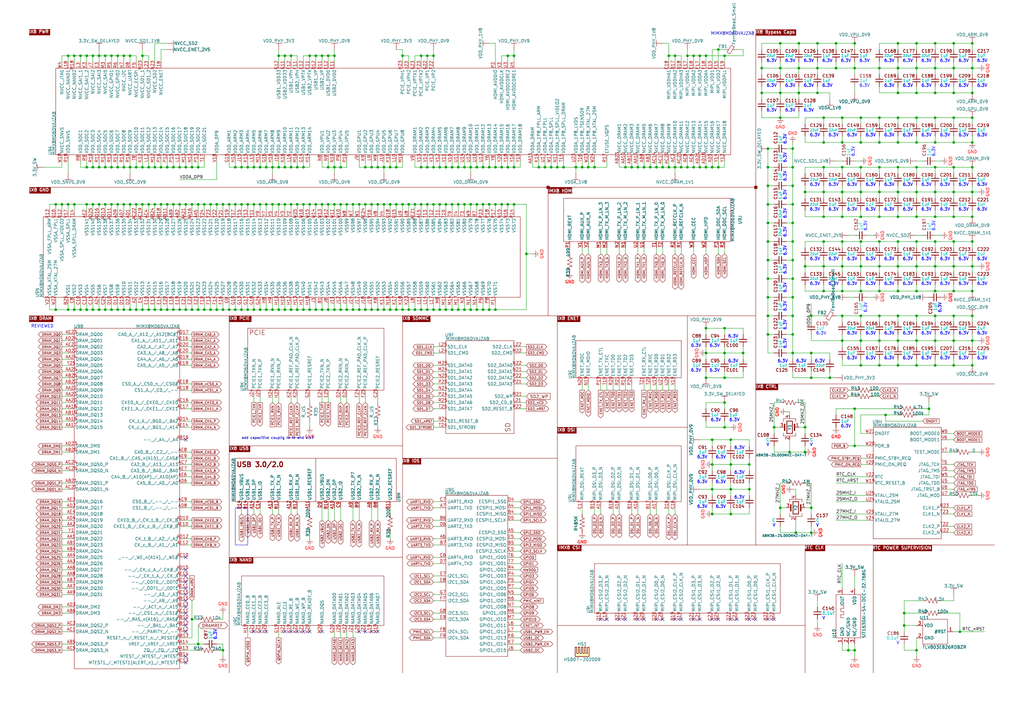
<source format=kicad_sch>
(kicad_sch (version 20230819) (generator eeschema)
  (paper "A3")
  (title_block (date "2023-05-13") (rev "1.00"))
  (lib_symbols
    (symbol "DQSBC:3.3V_SW" (power) (pin_numbers hide) (pin_names (offset 0) hide)
      (property "Value" "3.3V_SW" (at 0 3.556 0))
      (symbol "3.3V_SW_1_1"
        (pin power_in line (at 0 0 90) (length 0) hide (name "3.3V_SW") (number "1"))
      )
    )
    (symbol "DQSBC:3.3V_SW_DELAYED" (power) (pin_numbers hide) (pin_names (offset 0) hide)
      (property "Value" "3.3V_SW_DELAYED" (at 0 3.556 0))
      (symbol "3.3V_SW_DELAYED_1_1"
        (pin power_in line (at 0 0 90) (length 0) hide (name "3.3V_SW_DELAYED") (number "1"))
      )
    )
    (symbol "DQSBC:C" (pin_numbers hide) (pin_names (offset 0.254) hide)
      (property "Reference" "C" (at 1.905 1.905 0))
      (property "Value" "C" (at 1.905 0 0))
      (property "Voltage" "V" (at 1.905 -1.905 0))
      (symbol "C_1_1"
        (pin passive line (at 0 2.54 270) (length 2.032) (name "~") (number "1"))
        (pin passive line (at 0 -2.54 90) (length 2.032) (name "~") (number "2"))
      )
    )
    (symbol "DQSBC:GND" (power) (pin_numbers hide) (pin_names (offset 0) hide)
      (property "Value" "GND" (at 0 -3.81 0))
      (symbol "GND_1_1"
        (pin power_in line (at 0 0 270) (length 0) hide (name "GND") (number "1"))
      )
    )
    (symbol "DQSBC:MIMX8MD6DVAJZAB"
      (property "Reference" "U" (at 0.635 2.286 0))
      (property "Value" "MIMX8MD6DVAJZAB" (at 8.89 0.762 0))
      (symbol "MIMX8MD6DVAJZAB_1_0"
        (pin unspecified line (at -2.54 -233.68 0) (length 2.54) (name "NVCC_DRAM2") (number "AA10"))
        (pin unspecified line (at -2.54 -195.58 0) (length 2.54) (name "VDDA_DRAM") (number "AA11"))
        (pin unspecified line (at -2.54 -238.76 0) (length 2.54) (name "NVCC_DRAM4") (number "AA15"))
        (pin unspecified line (at -2.54 -236.22 0) (length 2.54) (name "NVCC_DRAM3") (number "AB17"))
        (pin unspecified line (at -2.54 -231.14 0) (length 2.54) (name "NVCC_DRAM1") (number "AB23"))
        (pin unspecified line (at -2.54 -243.84 0) (length 2.54) (name "NVCC_DRAM6") (number "AB3"))
        (pin unspecified line (at -2.54 -241.3 0) (length 2.54) (name "NVCC_DRAM5") (number "AB8"))
        (pin unspecified line (at -2.54 -246.38 0) (length 2.54) (name "NVCC_DRAM7") (number "AC14"))
        (pin unspecified line (at -2.54 -248.92 0) (length 2.54) (name "NVCC_DRAM8") (number "AC17"))
        (pin unspecified line (at -2.54 -251.46 0) (length 2.54) (name "NVCC_DRAM9") (number "AC20"))
        (pin unspecified line (at -2.54 -256.54 0) (length 2.54) (name "NVCC_DRAM11") (number "AC23"))
        (pin unspecified line (at -2.54 -254 0) (length 2.54) (name "NVCC_DRAM10") (number "AC3"))
        (pin unspecified line (at -2.54 -261.62 0) (length 2.54) (name "NVCC_DRAM13") (number "AC6"))
        (pin unspecified line (at -2.54 -259.08 0) (length 2.54) (name "NVCC_DRAM12") (number "AC8"))
        (pin unspecified line (at -2.54 -264.16 0) (length 2.54) (name "NVCC_DRAM14") (number "AD21"))
        (pin unspecified line (at -2.54 -269.24 0) (length 2.54) (name "NVCC_DRAM16") (number "AD5"))
        (pin unspecified line (at -2.54 -266.7 0) (length 2.54) (name "NVCC_DRAM15") (number "AD81"))
        (pin unspecified line (at -2.54 -101.6 0) (length 2.54) (name "VDD_ARM13") (number "G14"))
        (pin unspecified line (at -2.54 -71.12 0) (length 2.54) (name "VDD_ARM1") (number "G15"))
        (pin unspecified line (at -2.54 -86.36 0) (length 2.54) (name "VDD_ARM7") (number "G16"))
        (pin unspecified line (at -2.54 -104.14 0) (length 2.54) (name "VDD_ARM14") (number "H14"))
        (pin unspecified line (at -2.54 -73.66 0) (length 2.54) (name "VDD_ARM2") (number "H15"))
        (pin unspecified line (at -2.54 -88.9 0) (length 2.54) (name "VDD_ARM8") (number "H16"))
        (pin unspecified line (at -2.54 -134.62 0) (length 2.54) (name "VDD_GPU5") (number "J10"))
        (pin unspecified line (at -2.54 -76.2 0) (length 2.54) (name "VDD_ARM3") (number "J15"))
        (pin unspecified line (at -2.54 -91.44 0) (length 2.54) (name "VDD_ARM9") (number "J16"))
        (pin unspecified line (at -2.54 -124.46 0) (length 2.54) (name "VDD_GPU1") (number "J9"))
        (pin unspecified line (at -2.54 -137.16 0) (length 2.54) (name "VDD_GPU6") (number "K10"))
        (pin unspecified line (at -2.54 -35.56 0) (length 2.54) (name "VDD_SOC11") (number "K12"))
        (pin unspecified line (at -2.54 -198.12 0) (length 2.54) (name "VDDA_1P8_FPLL_ARM") (number "K14"))
        (pin unspecified line (at -2.54 -78.74 0) (length 2.54) (name "VDD_ARM4") (number "K15"))
        (pin unspecified line (at -2.54 -93.98 0) (length 2.54) (name "VDD_ARM10") (number "K16"))
        (pin unspecified line (at -2.54 -127 0) (length 2.54) (name "VDD_GPU2") (number "K9"))
        (pin unspecified line (at -2.54 -139.7 0) (length 2.54) (name "VDD_GPU7") (number "L10"))
        (pin unspecified line (at -2.54 -38.1 0) (length 2.54) (name "VDD_SOC12") (number "L12"))
        (pin unspecified line (at -2.54 -50.8 0) (length 2.54) (name "VDD_SOC17") (number "L13"))
        (pin unspecified line (at -2.54 -81.28 0) (length 2.54) (name "VDD_ARM5") (number "L15"))
        (pin unspecified line (at -2.54 -96.52 0) (length 2.54) (name "VDD_ARM11") (number "L16"))
        (pin unspecified line (at -2.54 -129.54 0) (length 2.54) (name "VDD_GPU3") (number "L9"))
        (pin unspecified line (at -2.54 -142.24 0) (length 2.54) (name "VDD_GPU8") (number "M10"))
        (pin unspecified line (at -2.54 -40.64 0) (length 2.54) (name "VDD_SOC13") (number "M12"))
        (pin unspecified line (at -2.54 -53.34 0) (length 2.54) (name "VDD_SOC18") (number "M13"))
        (pin unspecified line (at -2.54 -83.82 0) (length 2.54) (name "VDD_ARM6") (number "M15"))
        (pin unspecified line (at -2.54 -99.06 0) (length 2.54) (name "VDD_ARM12") (number "M16"))
        (pin unspecified line (at -2.54 -132.08 0) (length 2.54) (name "VDD_GPU4") (number "M9"))
        (pin unspecified line (at -2.54 -114.3 0) (length 2.54) (name "VDD_VPU3") (number "N10"))
        (pin unspecified line (at -2.54 -205.74 0) (length 2.54) (name "VDDA_1P8_SPLL_VIDEO2") (number "N11"))
        (pin unspecified line (at -2.54 -55.88 0) (length 2.54) (name "VDD_SOC19") (number "N13"))
        (pin unspecified line (at -2.54 -109.22 0) (length 2.54) (name "VDD_VPU1") (number "N8"))
        (pin unspecified line (at -2.54 -111.76 0) (length 2.54) (name "VDD_VPU2") (number "N9"))
        (pin unspecified line (at -2.54 -119.38 0) (length 2.54) (name "VDD_VPU5") (number "P10"))
        (pin unspecified line (at -2.54 -45.72 0) (length 2.54) (name "VDD_SOC15") (number "P12"))
        (pin unspecified line (at -2.54 -58.42 0) (length 2.54) (name "VDD_SOC20") (number "P13"))
        (pin unspecified line (at -2.54 -48.26 0) (length 2.54) (name "VDD_SOC16") (number "P15"))
        (pin unspecified line (at -2.54 -43.18 0) (length 2.54) (name "VDD_SOC14") (number "P16"))
        (pin unspecified line (at -2.54 -116.84 0) (length 2.54) (name "VDD_VPU4") (number "P9"))
        (pin unspecified line (at -2.54 -15.24 0) (length 2.54) (name "VDD_SOC3") (number "R10"))
        (pin unspecified line (at -2.54 -17.78 0) (length 2.54) (name "VDD_SOC4") (number "R11"))
        (pin unspecified line (at -2.54 -20.32 0) (length 2.54) (name "VDD_SOC5") (number "R12"))
        (pin unspecified line (at -2.54 -22.86 0) (length 2.54) (name "VDD_SOC6") (number "R13"))
        (pin unspecified line (at -2.54 -25.4 0) (length 2.54) (name "VDD_SOC7") (number "R14"))
        (pin unspecified line (at -2.54 -27.94 0) (length 2.54) (name "VDD_SOC8") (number "R15"))
        (pin unspecified line (at -2.54 -30.48 0) (length 2.54) (name "VDD_SOC9") (number "R16"))
        (pin unspecified line (at -2.54 -226.06 0) (length 2.54) (name "EFUSE_VQPS") (number "R17"))
        (pin unspecified line (at -2.54 -5.08 0) (length 2.54) (name "VDD_SNVS") (number "R18"))
        (pin unspecified line (at -2.54 -10.16 0) (length 2.54) (name "VDD_SOC1") (number "R8"))
        (pin unspecified line (at -2.54 -12.7 0) (length 2.54) (name "VDD_SOC2") (number "R9"))
        (pin unspecified line (at -2.54 -208.28 0) (length 2.54) (name "VDDA_1P8_SPLL_DRAM") (number "T15"))
        (pin unspecified line (at -2.54 -215.9 0) (length 2.54) (name "VDDA_1P8_TSENSOR") (number "T16"))
        (pin unspecified line (at -2.54 -60.96 0) (length 2.54) (name "VDD_SOC21") (number "T17"))
        (pin unspecified line (at -2.54 -33.02 0) (length 2.54) (name "VDD_SOC10") (number "T8"))
        (pin unspecified line (at -2.54 -172.72 0) (length 2.54) (name "VDD_DRAM11") (number "U10"))
        (pin unspecified line (at -2.54 -165.1 0) (length 2.54) (name "VDD_DRAM8") (number "U11"))
        (pin unspecified line (at -2.54 -170.18 0) (length 2.54) (name "VDD_DRAM10") (number "U12"))
        (pin unspecified line (at -2.54 -175.26 0) (length 2.54) (name "VDD_DRAM12") (number "U13"))
        (pin unspecified line (at -2.54 -167.64 0) (length 2.54) (name "VDD_DRAM9") (number "U14"))
        (pin unspecified line (at -2.54 -200.66 0) (length 2.54) (name "VDDA_1P8_FPLL") (number "U17"))
        (pin unspecified line (at -2.54 -213.36 0) (length 2.54) (name "VDDA_1P8_LVDS") (number "U23"))
        (pin unspecified line (at -2.54 -162.56 0) (length 2.54) (name "VDD_DRAM7") (number "V10"))
        (pin unspecified line (at -2.54 -160.02 0) (length 2.54) (name "VDD_DRAM6") (number "V11"))
        (pin unspecified line (at -2.54 -157.48 0) (length 2.54) (name "VDD_DRAM5") (number "V12"))
        (pin unspecified line (at -2.54 -154.94 0) (length 2.54) (name "VDD_DRAM4") (number "V13"))
        (pin unspecified line (at -2.54 -152.4 0) (length 2.54) (name "VDD_DRAM3") (number "V14"))
        (pin unspecified line (at -2.54 -149.86 0) (length 2.54) (name "VDD_DRAM2") (number "V15"))
        (pin unspecified line (at -2.54 -66.04 0) (length 2.54) (name "VDDA_0P9") (number "V18"))
        (pin unspecified line (at -2.54 -147.32 0) (length 2.54) (name "VDD_DRAM1") (number "V9"))
        (pin unspecified line (at -2.54 -203.2 0) (length 2.54) (name "VDDA_1P8_SPLL") (number "W17"))
        (pin passive line (at -2.54 -2.54 0) (length 2.54) (name "NVCC_SNVS") (number "W18"))
        (pin unspecified line (at -2.54 -218.44 0) (length 2.54) (name "VDDA_1P8_XTAL_27M") (number "W23"))
        (pin unspecified line (at -2.54 -220.98 0) (length 2.54) (name "VDDA_1P8_XTAL_25M") (number "W24"))
        (pin unspecified line (at -2.54 -190.5 0) (length 2.54) (name "VDD_DRAM18") (number "Y10"))
        (pin unspecified line (at -2.54 -274.32 0) (length 2.54) (name "NVCC_DRAM18") (number "Y12"))
        (pin unspecified line (at -2.54 -271.78 0) (length 2.54) (name "NVCC_DRAM17") (number "Y14"))
        (pin unspecified line (at -2.54 -187.96 0) (length 2.54) (name "VDD_DRAM17") (number "Y16"))
        (pin unspecified line (at -2.54 -185.42 0) (length 2.54) (name "VDD_DRAM16") (number "Y18"))
        (pin unspecified line (at -2.54 -182.88 0) (length 2.54) (name "VDD_DRAM15") (number "Y20"))
        (pin unspecified line (at -2.54 -177.8 0) (length 2.54) (name "VDD_DRAM13") (number "Y6"))
        (pin unspecified line (at -2.54 -180.34 0) (length 2.54) (name "VDD_DRAM14") (number "Y8"))
      )
      (symbol "MIMX8MD6DVAJZAB_1_1"
        (pin unspecified line (at 38.1 -104.14 180) (length 2.54) (name "USB2_VPTX") (number "C11"))
        (pin unspecified line (at 38.1 -101.6 180) (length 2.54) (name "USB1_VPTX") (number "C12"))
        (pin unspecified line (at 38.1 -251.46 180) (length 2.54) (name "MIPI_VDDHA1") (number "C18"))
        (pin unspecified line (at 38.1 -109.22 180) (length 2.54) (name "USB2_VP") (number "D11"))
        (pin unspecified line (at 38.1 -106.68 180) (length 2.54) (name "USB1_VP") (number "D12"))
        (pin unspecified line (at 38.1 -254 180) (length 2.54) (name "MIPI_VDDHA2") (number "D17"))
        (pin unspecified line (at 38.1 -256.54 180) (length 2.54) (name "MIPI_VDDHA3") (number "D18"))
        (pin unspecified line (at 38.1 -30.48 180) (length 2.54) (name "NVCC_UART") (number "D8"))
        (pin unspecified line (at 38.1 -114.3 180) (length 2.54) (name "USB2_DVDD") (number "E11"))
        (pin unspecified line (at 38.1 -111.76 180) (length 2.54) (name "USB1_DVDD") (number "E12"))
        (pin unspecified line (at 38.1 -269.24 180) (length 2.54) (name "MIPI_VDD1") (number "E15"))
        (pin unspecified line (at 38.1 -259.08 180) (length 2.54) (name "MIPI_VDDA1") (number "E17"))
        (pin unspecified line (at 38.1 -261.62 180) (length 2.54) (name "MIPI_VDDA2") (number "E18"))
        (pin unspecified line (at 38.1 -17.78 180) (length 2.54) (name "NVCC_SAI3") (number "E3"))
        (pin unspecified line (at 38.1 -99.06 180) (length 2.54) (name "USB2_VPH") (number "F11"))
        (pin unspecified line (at 38.1 -96.52 180) (length 2.54) (name "USB1_VPH") (number "F12"))
        (pin unspecified line (at 38.1 -271.78 180) (length 2.54) (name "MIPI_VDD2") (number "F15"))
        (pin unspecified line (at 38.1 -264.16 180) (length 2.54) (name "MIPI_VDDA3") (number "F17"))
        (pin unspecified line (at 38.1 -266.7 180) (length 2.54) (name "MIPI_VDDA4") (number "F18"))
        (pin unspecified line (at 38.1 -274.32 180) (length 2.54) (name "MIPI_VDDPLL") (number "F19"))
        (pin unspecified line (at 38.1 -154.94 180) (length 2.54) (name "PCIE_VP2") (number "F22"))
        (pin unspecified line (at 38.1 -149.86 180) (length 2.54) (name "PCIE_VPTX2") (number "F23"))
        (pin unspecified line (at 38.1 -33.02 180) (length 2.54) (name "NVCC_ECSPI") (number "F5"))
        (pin unspecified line (at 38.1 -93.98 180) (length 2.54) (name "USB2_VDD33") (number "G11"))
        (pin unspecified line (at 38.1 -91.44 180) (length 2.54) (name "USB1_VDD33") (number "G12"))
        (pin unspecified line (at 38.1 -152.4 180) (length 2.54) (name "PCIE_VP1") (number "G22"))
        (pin unspecified line (at 38.1 -147.32 180) (length 2.54) (name "PCIE_VPTX1") (number "G23"))
        (pin unspecified line (at 38.1 -142.24 180) (length 2.54) (name "PCIE_VPH1") (number "H23"))
        (pin unspecified line (at 38.1 -27.94 180) (length 2.54) (name "NVCC_I2C") (number "H7"))
        (pin unspecified line (at 38.1 -144.78 180) (length 2.54) (name "PCIE_VPH2") (number "J23"))
        (pin unspecified line (at 38.1 -15.24 180) (length 2.54) (name "NVCC_SAI2") (number "J7"))
        (pin unspecified line (at 38.1 -12.7 180) (length 2.54) (name "NVCC_SAI1_2") (number "K3"))
        (pin unspecified line (at 38.1 -5.08 180) (length 2.54) (name "NVCC_NAND1") (number "L18"))
        (pin unspecified line (at 38.1 -38.1 180) (length 2.54) (name "NVCC_SD1_2") (number "L23"))
        (pin unspecified line (at 38.1 -10.16 180) (length 2.54) (name "NVCC_SAI1_1") (number "L3"))
        (pin unspecified line (at 38.1 -7.62 180) (length 2.54) (name "NVCC_NAND2") (number "M18"))
        (pin unspecified line (at 38.1 -35.56 180) (length 2.54) (name "NVCC_SD1_1") (number "M23"))
        (pin unspecified line (at 38.1 -20.32 180) (length 2.54) (name "NVCC_SAI5") (number "M3"))
        (pin unspecified line (at 38.1 -40.64 180) (length 2.54) (name "NVCC_SD2") (number "N23"))
        (pin unspecified line (at 38.1 -180.34 180) (length 2.54) (name "HDMI_AVDDIO") (number "P2"))
        (pin unspecified line (at 38.1 -22.86 180) (length 2.54) (name "NVCC_GPIO1") (number "R5"))
        (pin unspecified line (at 38.1 -25.4 180) (length 2.54) (name "NVCC_GPIO2") (number "R6"))
        (pin unspecified line (at 38.1 -43.18 180) (length 2.54) (name "NVCC_ENET") (number "T18"))
        (pin unspecified line (at 38.1 -185.42 180) (length 2.54) (name "HDMI_AVDDCORE2") (number "U3"))
        (pin unspecified line (at 38.1 -187.96 180) (length 2.54) (name "HDMI_AVDDCORE1") (number "U4"))
        (pin unspecified line (at 38.1 -182.88 180) (length 2.54) (name "HDMI_AVDDCLK") (number "V3"))
        (pin unspecified line (at 38.1 -2.54 180) (length 2.54) (name "NVCC_JTAG") (number "W4"))
      )
      (symbol "MIMX8MD6DVAJZAB_2_1"
        (pin unspecified line (at 45.72 -86.36 180) (length 2.54) (name "DRAM_DQ22") (number "AA1"))
        (pin unspecified line (at -2.54 -124.46 0) (length 2.54) (name "--_/_PARITY_/_--") (number "AA12"))
        (pin unspecified line (at -2.54 -132.08 0) (length 2.54) (name "ZQ_/_ZQ_/_ZQ") (number "AA13"))
        (pin unspecified line (at -2.54 -129.54 0) (length 2.54) (name "VREF_/_VREF_/_VREF") (number "AA14"))
        (pin unspecified line (at 45.72 -40.64 180) (length 2.54) (name "DRAM_DQ15") (number "AA17"))
        (pin unspecified line (at 45.72 -33.02 180) (length 2.54) (name "DRAM_DQ12") (number "AA18"))
        (pin unspecified line (at 45.72 -38.1 180) (length 2.54) (name "DRAM_DQ14") (number "AA19"))
        (pin unspecified line (at 45.72 -81.28 180) (length 2.54) (name "DRAM_DQ20") (number "AA2"))
        (pin unspecified line (at 45.72 -30.48 180) (length 2.54) (name "DRAM_DQ11") (number "AA20"))
        (pin unspecified line (at 45.72 -25.4 180) (length 2.54) (name "DRAM_DQ09") (number "AA22"))
        (pin unspecified line (at 45.72 -27.94 180) (length 2.54) (name "DRAM_DQ10") (number "AA23"))
        (pin unspecified line (at 45.72 -12.7 180) (length 2.54) (name "DRAM_DQ04") (number "AA24"))
        (pin unspecified line (at 45.72 -17.78 180) (length 2.54) (name "DRAM_DQ06") (number "AA25"))
        (pin unspecified line (at 45.72 -96.52 180) (length 2.54) (name "DRAM_DQ26") (number "AA3"))
        (pin unspecified line (at 45.72 -93.98 180) (length 2.54) (name "DRAM_DQ25") (number "AA4"))
        (pin unspecified line (at 45.72 -99.06 180) (length 2.54) (name "DRAM_DQ27") (number "AA6"))
        (pin unspecified line (at 45.72 -104.14 180) (length 2.54) (name "DRAM_DQ29") (number "AA7"))
        (pin unspecified line (at 45.72 -106.68 180) (length 2.54) (name "DRAM_DQ30") (number "AA7"))
        (pin unspecified line (at 45.72 -101.6 180) (length 2.54) (name "DRAM_DQ28") (number "AA8"))
        (pin unspecified line (at 45.72 -109.22 180) (length 2.54) (name "DRAM_DQ31") (number "AA9"))
        (pin unspecified line (at 45.72 -88.9 180) (length 2.54) (name "DRAM_DQ23") (number "AB1"))
        (pin unspecified line (at -2.54 -119.38 0) (length 2.54) (name "--_/_RAS_n(A16)_/_RAS#") (number "AB10"))
        (pin unspecified line (at -2.54 -121.92 0) (length 2.54) (name "--_/_BA1_/_BA1") (number "AB12"))
        (pin unspecified line (at -2.54 -127 0) (length 2.54) (name "RESET_n_/_RESET_n_/_RESET#") (number "AB13"))
        (pin unspecified line (at -2.54 -134.62 0) (length 2.54) (name "MTEST_/_MTEST_/_MTEST") (number "AB14"))
        (pin unspecified line (at -2.54 -111.76 0) (length 2.54) (name "--_/_A9_/_A9") (number "AB15"))
        (pin unspecified line (at -2.54 -45.72 0) (length 2.54) (name "--_/_A4_/_A4") (number "AB16"))
        (pin unspecified line (at 45.72 -35.56 180) (length 2.54) (name "DRAM_DQ13") (number "AB19"))
        (pin unspecified line (at 45.72 -50.8 180) (length 2.54) (name "DRAM_DM1") (number "AB20"))
        (pin unspecified line (at 45.72 -63.5 180) (length 2.54) (name "DRAM_DQS1_P") (number "AB21"))
        (pin unspecified line (at 45.72 -22.86 180) (length 2.54) (name "DRAM_DQ08") (number "AB22"))
        (pin unspecified line (at 45.72 -20.32 180) (length 2.54) (name "DRAM_DQ07") (number "AB25"))
        (pin unspecified line (at 45.72 -91.44 180) (length 2.54) (name "DRAM_DQ24") (number "AB4"))
        (pin unspecified line (at 45.72 -129.54 180) (length 2.54) (name "DRAM_DQS3_P") (number "AB5"))
        (pin unspecified line (at 45.72 -116.84 180) (length 2.54) (name "DRAM_DM3") (number "AB6"))
        (pin unspecified line (at 45.72 -124.46 180) (length 2.54) (name "DRAM_DQS2_N") (number "AC1"))
        (pin unspecified line (at -2.54 -93.98 0) (length 2.54) (name "_--_/_WE_n(A14)_/_WE#") (number "AC10"))
        (pin unspecified line (at -2.54 -116.84 0) (length 2.54) (name "--_/_CS1_n_/_CS1#") (number "AC11"))
        (pin unspecified line (at -2.54 -104.14 0) (length 2.54) (name "--_/_ODT0_/_ODT0") (number "AC12"))
        (pin unspecified line (at -2.54 -137.16 0) (length 2.54) (name "MTEST1_/_MTEST1(ALERT_n)_/_MTEST1") (number "AC13"))
        (pin unspecified line (at -2.54 -109.22 0) (length 2.54) (name "--_/_A3_/_A3") (number "AC15"))
        (pin unspecified line (at -2.54 -30.48 0) (length 2.54) (name "CKE0_A_/_CKE0_/_CKE0") (number "AC16"))
        (pin unspecified line (at -2.54 -25.4 0) (length 2.54) (name "CS1_A_/_C0_/_--") (number "AC18"))
        (pin unspecified line (at 45.72 -121.92 180) (length 2.54) (name "DRAM_DQS2_P") (number "AC2"))
        (pin unspecified line (at 45.72 -66.04 180) (length 2.54) (name "DRAM_DQS1_N") (number "AC21"))
        (pin unspecified line (at 45.72 -55.88 180) (length 2.54) (name "DRAM_DQS0_P") (number "AC24"))
        (pin unspecified line (at 45.72 -58.42 180) (length 2.54) (name "DRAM_DQS0_N") (number "AC25"))
        (pin unspecified line (at 45.72 -132.08 180) (length 2.54) (name "DRAM_DQS3_N") (number "AC5"))
        (pin unspecified line (at -2.54 -55.88 0) (length 2.54) (name "CA2_B_/_A13_/_A13") (number "AC7"))
        (pin unspecified line (at -2.54 -71.12 0) (length 2.54) (name "CS0_B_/_--_/_--") (number "AC9"))
        (pin unspecified line (at -2.54 -78.74 0) (length 2.54) (name "CKE0_B_/_CK_t_B_/_CK_B") (number "AD10"))
        (pin unspecified line (at -2.54 -86.36 0) (length 2.54) (name "CK_t_B_/_A2_/_A2") (number "AD12"))
        (pin unspecified line (at -2.54 -38.1 0) (length 2.54) (name "CK_t_A_/_BG0_/_BA2") (number "AD14"))
        (pin unspecified line (at -2.54 -99.06 0) (length 2.54) (name "--_/_CK_c_A_/_CK#_A") (number "AD15"))
        (pin unspecified line (at -2.54 -2.54 0) (length 2.54) (name "CA0_A_/_A12_/_A12(BC#)") (number "AD17"))
        (pin unspecified line (at -2.54 -12.7 0) (length 2.54) (name "CA4_A_/_A6_/_A6") (number "AD19"))
        (pin unspecified line (at 45.72 -73.66 180) (length 2.54) (name "DRAM_DQ17") (number "AD2"))
        (pin unspecified line (at -2.54 -7.62 0) (length 2.54) (name "CA2_A_/_A7_/_A7") (number "AD20"))
        (pin unspecified line (at 45.72 -10.16 180) (length 2.54) (name "DRAM_DQ03") (number "AD22"))
        (pin unspecified line (at 45.72 -48.26 180) (length 2.54) (name "DRAM_DM0") (number "AD23"))
        (pin unspecified line (at 45.72 -5.08 180) (length 2.54) (name "DRAM_DQ01") (number "AD24"))
        (pin unspecified line (at 45.72 -114.3 180) (length 2.54) (name "DRAM_DM2") (number "AD3"))
        (pin unspecified line (at 45.72 -78.74 180) (length 2.54) (name "DRAM_DQ19") (number "AD4"))
        (pin unspecified line (at -2.54 -63.5 0) (length 2.54) (name "CA5_B_/_A0_/_A0") (number "AD6"))
        (pin unspecified line (at -2.54 -73.66 0) (length 2.54) (name "CS1_B_/_--_/_--") (number "AD8"))
        (pin unspecified line (at -2.54 -81.28 0) (length 2.54) (name "CKE1_B_/_CK_c_B_/_CK#_B") (number "AE10"))
        (pin unspecified line (at -2.54 -106.68 0) (length 2.54) (name "--_/_ODT1_/_ODT1") (number "AE11"))
        (pin unspecified line (at -2.54 -88.9 0) (length 2.54) (name "CK_c_B_/_A1_/_A1") (number "AE12"))
        (pin unspecified line (at -2.54 -114.3 0) (length 2.54) (name "--_/_ACT_n_/_A15") (number "AE13"))
        (pin unspecified line (at -2.54 -40.64 0) (length 2.54) (name "CK_c_A_/_BG1_/_A14") (number "AE14"))
        (pin unspecified line (at -2.54 -101.6 0) (length 2.54) (name "--_/_CK_t_A_/_CK_A") (number "AE15"))
        (pin unspecified line (at -2.54 -5.08 0) (length 2.54) (name "CA1_A_/_A11_/_A11") (number "AE16"))
        (pin unspecified line (at -2.54 -33.02 0) (length 2.54) (name "CKE1_A_/_CKE1_/_CKE1") (number "AE17"))
        (pin unspecified line (at -2.54 -22.86 0) (length 2.54) (name "CS0_A_/_CS0_n_/_CS0#") (number "AE18"))
        (pin unspecified line (at -2.54 -15.24 0) (length 2.54) (name "CA5_A_/_A5_/_A5") (number "AE19"))
        (pin unspecified line (at -2.54 -10.16 0) (length 2.54) (name "CA3_A_/_A8_/_A8") (number "AE20"))
        (pin unspecified line (at 45.72 -7.62 180) (length 2.54) (name "DRAM_DQ02") (number "AE22"))
        (pin unspecified line (at 45.72 -2.54 180) (length 2.54) (name "DRAM_DQ00") (number "AE23"))
        (pin unspecified line (at 45.72 -71.12 180) (length 2.54) (name "DRAM_DQ16") (number "AE3"))
        (pin unspecified line (at 45.72 -76.2 180) (length 2.54) (name "DRAM_DQ18") (number "AE4"))
        (pin unspecified line (at -2.54 -60.96 0) (length 2.54) (name "CA4_B_/_A10(AP)_/_A10(AP)") (number "AE6"))
        (pin unspecified line (at -2.54 -58.42 0) (length 2.54) (name "CA3_B_/_BA0_/_BA0") (number "AE7"))
        (pin unspecified line (at -2.54 -50.8 0) (length 2.54) (name "CA0_B_/_C2_/_--") (number "AE8"))
        (pin unspecified line (at -2.54 -53.34 0) (length 2.54) (name "CA1_B_/_CAS_n(A15)_/_CAS#") (number "AE9"))
        (pin unspecified line (at 45.72 -83.82 180) (length 2.54) (name "DRAM_DQ21") (number "Y1"))
        (pin unspecified line (at 45.72 -15.24 180) (length 2.54) (name "DRAM_DQ05") (number "Y25"))
      )
      (symbol "MIMX8MD6DVAJZAB_3_1"
        (pin unspecified line (at 22.86 -7.62 180) (length 2.54) (name "NAND_CE2_B") (number "F21"))
        (pin unspecified line (at 22.86 -15.24 180) (length 2.54) (name "NAND_ALE") (number "G19"))
        (pin unspecified line (at 22.86 -38.1 180) (length 2.54) (name "NAND_DATA00") (number "G20"))
        (pin unspecified line (at 22.86 -5.08 180) (length 2.54) (name "NAND_CE1_B") (number "G21"))
        (pin unspecified line (at 22.86 -2.54 180) (length 2.54) (name "NAND_CE0_B") (number "H19"))
        (pin unspecified line (at 22.86 -10.16 180) (length 2.54) (name "NAND_CE3_B") (number "H20"))
        (pin unspecified line (at 22.86 -17.78 180) (length 2.54) (name "NAND_CLE") (number "H21"))
        (pin unspecified line (at 22.86 -43.18 180) (length 2.54) (name "NAND_DATA02") (number "H22"))
        (pin unspecified line (at 22.86 -40.64 180) (length 2.54) (name "NAND_DATA01") (number "J20"))
        (pin unspecified line (at 22.86 -45.72 180) (length 2.54) (name "NAND_DATA03") (number "J21"))
        (pin unspecified line (at 22.86 -50.8 180) (length 2.54) (name "NAND_DATA05") (number "J22"))
        (pin unspecified line (at 22.86 -20.32 180) (length 2.54) (name "NAND_RE_B") (number "K19"))
        (pin unspecified line (at 22.86 -27.94 180) (length 2.54) (name "NAND_READY_B") (number "K20"))
        (pin unspecified line (at 22.86 -25.4 180) (length 2.54) (name "NAND_WP_B") (number "K21"))
        (pin unspecified line (at 22.86 -22.86 180) (length 2.54) (name "NAND_WE_B") (number "K22"))
        (pin unspecified line (at 22.86 -53.34 180) (length 2.54) (name "NAND_DATA06") (number "L19"))
        (pin unspecified line (at 22.86 -48.26 180) (length 2.54) (name "NAND_DATA04") (number "L20"))
        (pin unspecified line (at 22.86 -55.88 180) (length 2.54) (name "NAND_DATA07") (number "M19"))
        (pin unspecified line (at 22.86 -33.02 180) (length 2.54) (name "NAND_DQS") (number "M20"))
      )
      (symbol "MIMX8MD6DVAJZAB_4_0"
        (text "SAI" (at 2.54 -88.9 900) (effects (font (size 2 2) bold)))
      )
      (symbol "MIMX8MD6DVAJZAB_4_1"
        (pin unspecified line (at 30.48 -2.54 180) (length 2.54) (name "SAI1_MCLK") (number "A3"))
        (pin unspecified line (at 30.48 -20.32 180) (length 2.54) (name "SAI1_TXD2") (number "B2"))
        (pin unspecified line (at 30.48 -30.48 180) (length 2.54) (name "SAI1_TXD6") (number "B3"))
        (pin unspecified line (at 30.48 -33.02 180) (length 2.54) (name "SAI1_TXD7") (number "C1"))
        (pin unspecified line (at 30.48 -27.94 180) (length 2.54) (name "SAI1_TXD5") (number "C2"))
        (pin unspecified line (at -2.54 -38.1 0) (length 2.54) (name "SAI3_TXD") (number "C3"))
        (pin unspecified line (at -2.54 -35.56 0) (length 2.54) (name "SAI3_TXC") (number "C4"))
        (pin unspecified line (at 30.48 -22.86 180) (length 2.54) (name "SAI1_TXD3") (number "D1"))
        (pin unspecified line (at 30.48 -25.4 180) (length 2.54) (name "SAI1_TXD4") (number "D2"))
        (pin unspecified line (at -2.54 -27.94 0) (length 2.54) (name "SAI3_MCLK") (number "D3"))
        (pin unspecified line (at 30.48 -10.16 180) (length 2.54) (name "SAI1_TXC") (number "E1"))
        (pin unspecified line (at 30.48 -17.78 180) (length 2.54) (name "SAI1_TXD1") (number "E2"))
        (pin unspecified line (at -2.54 -58.42 0) (length 2.54) (name "SPDIF_EXT_CLK") (number "E6"))
        (pin unspecified line (at 30.48 -58.42 180) (length 2.54) (name "SAI1_RXD5") (number "F1"))
        (pin unspecified line (at 30.48 -15.24 180) (length 2.54) (name "SAI1_TXD0") (number "F2"))
        (pin unspecified line (at -2.54 -48.26 0) (length 2.54) (name "SAI3_RXD") (number "F3"))
        (pin unspecified line (at -2.54 -45.72 0) (length 2.54) (name "SAI3_RXC") (number "F4"))
        (pin unspecified line (at -2.54 -53.34 0) (length 2.54) (name "SPDIF_TX") (number "F6"))
        (pin unspecified line (at 30.48 -63.5 180) (length 2.54) (name "SAI1_RXD7") (number "G1"))
        (pin unspecified line (at 30.48 -60.96 180) (length 2.54) (name "SAI1_RXD6") (number "G2"))
        (pin unspecified line (at -2.54 -33.02 0) (length 2.54) (name "SAI3_TXFS") (number "G3"))
        (pin unspecified line (at -2.54 -43.18 0) (length 2.54) (name "SAI3_RXFS") (number "G4"))
        (pin unspecified line (at 30.48 -78.74 180) (length 2.54) (name "SAI2_TXD0") (number "G5"))
        (pin unspecified line (at -2.54 -55.88 0) (length 2.54) (name "SPDIF_RX") (number "G6"))
        (pin unspecified line (at 30.48 -7.62 180) (length 2.54) (name "SAI1_TXFS") (number "H1"))
        (pin unspecified line (at 30.48 -50.8 180) (length 2.54) (name "SAI1_RXD2") (number "H2"))
        (pin unspecified line (at 30.48 -86.36 180) (length 2.54) (name "SAI2_RXC") (number "H3"))
        (pin unspecified line (at 30.48 -73.66 180) (length 2.54) (name "SAI2_TXFS") (number "H4"))
        (pin unspecified line (at 30.48 -68.58 180) (length 2.54) (name "SAI2_MCLK") (number "H5"))
        (pin unspecified line (at 30.48 -88.9 180) (length 2.54) (name "SAI2_RXD0") (number "H6"))
        (pin unspecified line (at 30.48 -55.88 180) (length 2.54) (name "SAI1_RXD4") (number "J1"))
        (pin unspecified line (at 30.48 -53.34 180) (length 2.54) (name "SAI1_RXD3") (number "J2"))
        (pin unspecified line (at 30.48 -83.82 180) (length 2.54) (name "SAI2_RXFS") (number "J4"))
        (pin unspecified line (at 30.48 -76.2 180) (length 2.54) (name "SAI2_TXC") (number "J5"))
        (pin unspecified line (at 30.48 -40.64 180) (length 2.54) (name "SAI1_RXC") (number "K1"))
        (pin unspecified line (at 30.48 -45.72 180) (length 2.54) (name "SAI1_RXD0") (number "K2"))
        (pin unspecified line (at -2.54 -2.54 0) (length 2.54) (name "SAI5_MCLK") (number "K4"))
        (pin unspecified line (at -2.54 -22.86 0) (length 2.54) (name "SAI5_RXD3") (number "K5"))
        (pin unspecified line (at 30.48 -38.1 180) (length 2.54) (name "SAI1_RXFS") (number "L1"))
        (pin unspecified line (at 30.48 -48.26 180) (length 2.54) (name "SAI1_RXD1") (number "L2"))
        (pin unspecified line (at -2.54 -17.78 0) (length 2.54) (name "SAI5_RXD1") (number "L4"))
        (pin unspecified line (at -2.54 -10.16 0) (length 2.54) (name "SAI5_RXC") (number "L5"))
        (pin unspecified line (at -2.54 -20.32 0) (length 2.54) (name "SAI5_RXD2") (number "M4"))
        (pin unspecified line (at -2.54 -15.24 0) (length 2.54) (name "SAI5_RXD0") (number "M5"))
        (pin unspecified line (at -2.54 -7.62 0) (length 2.54) (name "SAI5_RXFS") (number "N4"))
      )
      (symbol "MIMX8MD6DVAJZAB_5_1"
        (pin unspecified line (at 17.78 -5.08 180) (length 2.54) (name "ENET_MDIO") (number "N19"))
        (pin unspecified line (at 17.78 -2.54 180) (length 2.54) (name "ENET_MDC") (number "N20"))
        (pin unspecified line (at 17.78 -10.16 180) (length 2.54) (name "ENET_TX_CTL") (number "P19"))
        (pin unspecified line (at 17.78 -22.86 180) (length 2.54) (name "ENET_TD3") (number "P20"))
        (pin unspecified line (at 17.78 -20.32 180) (length 2.54) (name "ENET_TD2") (number "R19"))
        (pin unspecified line (at 17.78 -15.24 180) (length 2.54) (name "ENET_TD0") (number "R20"))
        (pin unspecified line (at 17.78 -17.78 180) (length 2.54) (name "ENET_TD1") (number "R21"))
        (pin unspecified line (at 17.78 -12.7 180) (length 2.54) (name "ENET_TXC") (number "T19"))
        (pin unspecified line (at 17.78 -30.48 180) (length 2.54) (name "ENET_RXC") (number "T20"))
        (pin unspecified line (at 17.78 -27.94 180) (length 2.54) (name "ENET_RX_CTL") (number "T21"))
        (pin unspecified line (at 17.78 -33.02 180) (length 2.54) (name "ENET_RD0") (number "U19"))
        (pin unspecified line (at 17.78 -38.1 180) (length 2.54) (name "ENET_RD2") (number "U20"))
        (pin unspecified line (at 17.78 -35.56 180) (length 2.54) (name "ENET_RD1") (number "U21"))
        (pin unspecified line (at 17.78 -40.64 180) (length 2.54) (name "ENET_RD3") (number "V19"))
      )
      (symbol "MIMX8MD6DVAJZAB_6_1"
        (text "SD" (at 25.4 -35.56 900) (effects (font (size 2 2))))
        (pin unspecified line (at 30.48 -25.4 180) (length 2.54) (name "SD2_CD_B") (number "L21"))
        (pin unspecified line (at 30.48 -2.54 180) (length 2.54) (name "SD2_CLK") (number "L22"))
        (pin unspecified line (at -2.54 -5.08 0) (length 2.54) (name "SD1_CMD") (number "L24"))
        (pin unspecified line (at -2.54 -2.54 0) (length 2.54) (name "SD1_CLK") (number "L25"))
        (pin unspecified line (at 30.48 -22.86 180) (length 2.54) (name "SD2_WP") (number "M21"))
        (pin unspecified line (at 30.48 -5.08 180) (length 2.54) (name "SD2_CMD") (number "M22"))
        (pin unspecified line (at -2.54 -12.7 0) (length 2.54) (name "SD1_DATA1") (number "M24"))
        (pin unspecified line (at -2.54 -10.16 0) (length 2.54) (name "SD1_DATA0") (number "M25"))
        (pin unspecified line (at 30.48 -12.7 180) (length 2.54) (name "SD2_DATA1") (number "N21"))
        (pin unspecified line (at 30.48 -10.16 180) (length 2.54) (name "SD2_DATA0") (number "N22"))
        (pin unspecified line (at -2.54 -20.32 0) (length 2.54) (name "SD1_DATA4") (number "N24"))
        (pin unspecified line (at -2.54 -15.24 0) (length 2.54) (name "SD1_DATA2") (number "N25"))
        (pin unspecified line (at 30.48 -17.78 180) (length 2.54) (name "SD2_DATA3") (number "P21"))
        (pin unspecified line (at 30.48 -15.24 180) (length 2.54) (name "SD2_DATA2") (number "P22"))
        (pin unspecified line (at -2.54 -22.86 0) (length 2.54) (name "SD1_DATA5") (number "P24"))
        (pin unspecified line (at -2.54 -17.78 0) (length 2.54) (name "SD1_DATA3") (number "P25"))
        (pin unspecified line (at 30.48 -27.94 180) (length 2.54) (name "SD2_RESET_B") (number "R22"))
        (pin unspecified line (at -2.54 -33.02 0) (length 2.54) (name "SD1_RESET_B") (number "R24"))
        (pin unspecified line (at -2.54 -25.4 0) (length 2.54) (name "SD1_DATA6") (number "R25"))
        (pin unspecified line (at -2.54 -35.56 0) (length 2.54) (name "SD1_STROBE") (number "T24"))
        (pin unspecified line (at -2.54 -27.94 0) (length 2.54) (name "SD1_DATA7") (number "T25"))
      )
      (symbol "MIMX8MD6DVAJZAB_7_1"
        (pin unspecified line (at 27.94 -5.08 180) (length 2.54) (name "ECSPI1_MOSI") (number "A4"))
        (pin unspecified line (at 27.94 -15.24 180) (length 2.54) (name "ECSPI2_SS0") (number "A5"))
        (pin unspecified line (at -2.54 -17.78 0) (length 2.54) (name "UART3_RXD") (number "A6"))
        (pin unspecified line (at -2.54 -5.08 0) (length 2.54) (name "UART1_TXD") (number "A7"))
        (pin unspecified line (at 27.94 -7.62 180) (length 2.54) (name "ECSPI1_MISO") (number "B4"))
        (pin unspecified line (at 27.94 -20.32 180) (length 2.54) (name "ECSPI2_MISO") (number "B5"))
        (pin unspecified line (at -2.54 -10.16 0) (length 2.54) (name "UART2_RXD") (number "B6"))
        (pin unspecified line (at -2.54 -20.32 0) (length 2.54) (name "UART3_TXD") (number "B7"))
        (pin unspecified line (at 27.94 -22.86 180) (length 2.54) (name "ECSPI2_SCLK") (number "C5"))
        (pin unspecified line (at -2.54 -25.4 0) (length 2.54) (name "UART4_RXD") (number "C6"))
        (pin unspecified line (at -2.54 -2.54 0) (length 2.54) (name "UART1_RXD") (number "C7"))
        (pin unspecified line (at 27.94 -2.54 180) (length 2.54) (name "ECSPI1_SS0") (number "D4"))
        (pin unspecified line (at 27.94 -10.16 180) (length 2.54) (name "ECSPI1_SCLK") (number "D5"))
        (pin unspecified line (at -2.54 -12.7 0) (length 2.54) (name "UART2_TXD") (number "D6"))
        (pin unspecified line (at -2.54 -27.94 0) (length 2.54) (name "UART4_TXD") (number "D7"))
        (pin unspecified line (at 27.94 -17.78 180) (length 2.54) (name "ECSPI2_MOSI") (number "E5"))
        (pin unspecified line (at -2.54 -33.02 0) (length 2.54) (name "I2C1_SCL") (number "E7"))
        (pin unspecified line (at -2.54 -35.56 0) (length 2.54) (name "I2C1_SDA") (number "E8"))
        (pin unspecified line (at -2.54 -50.8 0) (length 2.54) (name "I2C3_SDA") (number "E9"))
        (pin unspecified line (at -2.54 -43.18 0) (length 2.54) (name "I2C2_SDA") (number "F7"))
        (pin unspecified line (at -2.54 -58.42 0) (length 2.54) (name "I2C4_SDA") (number "F9"))
        (pin unspecified line (at -2.54 -55.88 0) (length 2.54) (name "I2C4_SDA") (number "F9"))
        (pin unspecified line (at -2.54 -40.64 0) (length 2.54) (name "I2C2_SCL") (number "G7"))
        (pin unspecified line (at -2.54 -48.26 0) (length 2.54) (name "I2C3_SCL") (number "G8"))
        (pin unspecified line (at 27.94 -63.5 180) (length 2.54) (name "GPIO1_IO15") (number "J6"))
        (pin unspecified line (at 27.94 -58.42 180) (length 2.54) (name "GPIO1_IO13") (number "K6"))
        (pin unspecified line (at 27.94 -60.96 180) (length 2.54) (name "GPIO1_IO14") (number "K7"))
        (pin unspecified line (at 27.94 -53.34 180) (length 2.54) (name "GPIO1_IO11") (number "L6"))
        (pin unspecified line (at 27.94 -55.88 180) (length 2.54) (name "GPIO1_IO12") (number "L7"))
        (pin unspecified line (at 27.94 -48.26 180) (length 2.54) (name "GPIO1_IO9") (number "M6"))
        (pin unspecified line (at 27.94 -50.8 180) (length 2.54) (name "GPIO1_IO10") (number "M7"))
        (pin unspecified line (at 27.94 -40.64 180) (length 2.54) (name "GPIO1_IO06") (number "N5"))
        (pin unspecified line (at 27.94 -43.18 180) (length 2.54) (name "GPIO1_IO07") (number "N6"))
        (pin unspecified line (at 27.94 -45.72 180) (length 2.54) (name "GPIO1_IO08") (number "N7"))
        (pin unspecified line (at 27.94 -33.02 180) (length 2.54) (name "GPIO1_IO03") (number "P4"))
        (pin unspecified line (at 27.94 -35.56 180) (length 2.54) (name "GPIO1_IO04") (number "P5"))
        (pin unspecified line (at 27.94 -38.1 180) (length 2.54) (name "GPIO1_IO05") (number "P7"))
        (pin unspecified line (at 27.94 -30.48 180) (length 2.54) (name "GPIO1_IO02") (number "R4"))
        (pin unspecified line (at 27.94 -25.4 180) (length 2.54) (name "GPIO1_IO00") (number "T6"))
        (pin unspecified line (at 27.94 -27.94 180) (length 2.54) (name "GPIO1_IO01") (number "T7"))
      )
      (symbol "MIMX8MD6DVAJZAB_8_1"
        (pin unspecified line (at 30.48 -33.02 180) (length 2.54) (name "CLK1_P") (number "R23"))
        (pin unspecified line (at 30.48 -40.64 180) (length 2.54) (name "CLK2_P") (number "T22"))
        (pin unspecified line (at 30.48 -35.56 180) (length 2.54) (name "CLK1_N") (number "T23"))
        (pin unspecified line (at 30.48 -15.24 180) (length 2.54) (name "JTAG_TCK") (number "T5"))
        (pin unspecified line (at 30.48 -43.18 180) (length 2.54) (name "CLK2_N") (number "U22"))
        (pin unspecified line (at -2.54 -30.48 0) (length 2.54) (name "XTALO_25M") (number "U24"))
        (pin unspecified line (at -2.54 -27.94 0) (length 2.54) (name "XTALI_25M") (number "U25"))
        (pin unspecified line (at 30.48 -22.86 180) (length 2.54) (name "JTAG_TDO") (number "U5"))
        (pin unspecified line (at 30.48 -25.4 180) (length 2.54) (name "JTAG_TRST_B") (number "U6"))
        (pin unspecified line (at 30.48 -27.94 180) (length 2.54) (name "JTAG_MOD") (number "U7"))
        (pin unspecified line (at -2.54 -15.24 0) (length 2.54) (name "PMIC_ON_REQ") (number "V20"))
        (pin unspecified line (at -2.54 -12.7 0) (length 2.54) (name "PMIC_STBY_REQ") (number "V21"))
        (pin unspecified line (at -2.54 -20.32 0) (length 2.54) (name "RTC") (number "V22"))
        (pin unspecified line (at -2.54 -38.1 0) (length 2.54) (name "XTALO_27M") (number "V24"))
        (pin unspecified line (at -2.54 -35.56 0) (length 2.54) (name "XTALI_27M") (number "V25"))
        (pin unspecified line (at 30.48 -17.78 180) (length 2.54) (name "JTAG_TMS") (number "V5"))
        (pin unspecified line (at 30.48 -5.08 180) (length 2.54) (name "BOOT_MODE1") (number "V6"))
        (pin unspecified line (at 30.48 -10.16 180) (length 2.54) (name "TEST_MODE") (number "V7"))
        (pin unspecified line (at -2.54 -22.86 0) (length 2.54) (name "RTC_RESET_B") (number "W19"))
        (pin unspecified line (at -2.54 -7.62 0) (length 2.54) (name "POR_B") (number "W20"))
        (pin unspecified line (at -2.54 -2.54 0) (length 2.54) (name "ONOFF") (number "W21"))
        (pin unspecified line (at 30.48 -20.32 180) (length 2.54) (name "JTAG_TDI") (number "W5"))
        (pin unspecified line (at 30.48 -2.54 180) (length 2.54) (name "BOOT_MODE0") (number "W6"))
      )
      (symbol "MIMX8MD6DVAJZAB_9_1"
        (pin unspecified line (at 22.86 -40.64 180) (length 2.54) (name "MIPI_CSI2_CLK_N") (number "A19"))
        (pin unspecified line (at 22.86 -55.88 180) (length 2.54) (name "MIPI_CSI2_D1_N") (number "A20"))
        (pin unspecified line (at 22.86 -63.5 180) (length 2.54) (name "MIPI_CSI2_D2_N") (number "A21"))
        (pin unspecified line (at 22.86 -2.54 180) (length 2.54) (name "MIPI_CSI1_CLK_N") (number "A22"))
        (pin unspecified line (at 22.86 -10.16 180) (length 2.54) (name "MIPI_CSI1_D0_N") (number "A23"))
        (pin unspecified line (at 22.86 -43.18 180) (length 2.54) (name "MIPI_CSI2_CLK_P") (number "B19"))
        (pin unspecified line (at 22.86 -58.42 180) (length 2.54) (name "MIPI_CSI2_D1_P") (number "B20"))
        (pin unspecified line (at 22.86 -66.04 180) (length 2.54) (name "MIPI_CSI2_D2_P") (number "B21"))
        (pin unspecified line (at 22.86 -5.08 180) (length 2.54) (name "MIPI_CSI1_CLK_P") (number "B22"))
        (pin unspecified line (at 22.86 -12.7 180) (length 2.54) (name "MIPI_CSI1_D0_P") (number "B23"))
        (pin unspecified line (at 22.86 -25.4 180) (length 2.54) (name "MIPI_CSI1_D2_N") (number "B24"))
        (pin unspecified line (at 22.86 -71.12 180) (length 2.54) (name "MIPI_CSI2_D3_N") (number "C19"))
        (pin unspecified line (at 22.86 -48.26 180) (length 2.54) (name "MIPI_CSI2_D0_N") (number "C20"))
        (pin unspecified line (at 22.86 -33.02 180) (length 2.54) (name "MIPI_CSI1_D3_N") (number "C21"))
        (pin unspecified line (at 22.86 -17.78 180) (length 2.54) (name "MIPI_CSI1_D1_N") (number "C22"))
        (pin unspecified line (at 22.86 -27.94 180) (length 2.54) (name "MIPI_CSI1_D2_P") (number "C23"))
        (pin unspecified line (at 22.86 -73.66 180) (length 2.54) (name "MIPI_CSI2_D3_P") (number "D19"))
        (pin unspecified line (at 22.86 -50.8 180) (length 2.54) (name "MIPI_CSI2_D0_P") (number "D20"))
        (pin unspecified line (at 22.86 -35.56 180) (length 2.54) (name "MIPI_CSI1_D3_P") (number "D21"))
        (pin unspecified line (at 22.86 -20.32 180) (length 2.54) (name "MIPI_CSI1_D1_P") (number "D22"))
      )
      (symbol "MIMX8MD6DVAJZAB_10_1"
        (pin unspecified line (at 20.32 -53.34 180) (length 2.54) (name "HDMI_TX_P_LN_3") (number "M1"))
        (pin unspecified line (at 20.32 -50.8 180) (length 2.54) (name "HDMI_TX_M_LN_3") (number "M2"))
        (pin unspecified line (at 20.32 -43.18 180) (length 2.54) (name "HDMI_TX_M_LN_2") (number "N1"))
        (pin unspecified line (at 20.32 -45.72 180) (length 2.54) (name "HDMI_TX_P_LN_2") (number "N2"))
        (pin unspecified line (at 20.32 -66.04 180) (length 2.54) (name "HDMI_REXT") (number "P1"))
        (pin unspecified line (at 20.32 -5.08 180) (length 2.54) (name "HDMI_DDC_SDA") (number "P3"))
        (pin unspecified line (at 20.32 -20.32 180) (length 2.54) (name "HDMI_REFCLK_N") (number "R1"))
        (pin unspecified line (at 20.32 -22.86 180) (length 2.54) (name "HDMI_REFCLK_P") (number "R2"))
        (pin unspecified line (at 20.32 -2.54 180) (length 2.54) (name "HDMI_DDC_SCL") (number "R3"))
        (pin unspecified line (at 20.32 -30.48 180) (length 2.54) (name "HDMI_TX_P_LN_0") (number "T1"))
        (pin unspecified line (at 20.32 -27.94 180) (length 2.54) (name "HDMI_TX_M_LN_0") (number "T2"))
        (pin unspecified line (at 20.32 -35.56 180) (length 2.54) (name "HDMI_TX_M_LN_1") (number "U1"))
        (pin unspecified line (at 20.32 -38.1 180) (length 2.54) (name "HDMI_TX_P_LN_1") (number "U2"))
        (pin unspecified line (at 20.32 -60.96 180) (length 2.54) (name "HDMI_AUX_P") (number "V1"))
        (pin unspecified line (at 20.32 -58.42 180) (length 2.54) (name "HDMI_AUX_N") (number "V2"))
        (pin unspecified line (at 20.32 -10.16 180) (length 2.54) (name "HDMI_HPD") (number "W2"))
        (pin unspecified line (at 20.32 -15.24 180) (length 2.54) (name "HDMI_CEC") (number "W3"))
      )
      (symbol "MIMX8MD6DVAJZAB_11_1"
        (text "PCIE" (at 1.778 -3.937 900) (effects (font (size 2 2))))
        (pin unspecified line (at 27.94 -53.34 180) (length 2.54) (name "PCIE2_RESREF") (number "C25"))
        (pin unspecified line (at 27.94 -38.1 180) (length 2.54) (name "PCIE2_RXN_N") (number "D24"))
        (pin unspecified line (at 27.94 -40.64 180) (length 2.54) (name "PCIE2_RXN_P") (number "D25"))
        (pin unspecified line (at 27.94 -30.48 180) (length 2.54) (name "PCIE2_TXN_N") (number "E24"))
        (pin unspecified line (at 27.94 -33.02 180) (length 2.54) (name "PCIE2_TXN_P") (number "E25"))
        (pin unspecified line (at 27.94 -45.72 180) (length 2.54) (name "PCIE2_REF_PAD_CLK_N") (number "F24"))
        (pin unspecified line (at 27.94 -48.26 180) (length 2.54) (name "PCIE2_REF_PAD_CLK_P") (number "F25"))
        (pin unspecified line (at 27.94 -25.4 180) (length 2.54) (name "PCIE1_RESREF") (number "G25"))
        (pin unspecified line (at 27.94 -10.16 180) (length 2.54) (name "PCIE1_RXN_N") (number "H24"))
        (pin unspecified line (at 27.94 -12.7 180) (length 2.54) (name "PCIE1_RXN_P") (number "H25"))
        (pin unspecified line (at 27.94 -2.54 180) (length 2.54) (name "PCIE1_TXN_N") (number "J24"))
        (pin unspecified line (at 27.94 -5.08 180) (length 2.54) (name "PCIE1_TXN_P") (number "J25"))
        (pin unspecified line (at 27.94 -17.78 180) (length 2.54) (name "PCIE1_REF_PAD_CLK_N") (number "K24"))
        (pin unspecified line (at 27.94 -20.32 180) (length 2.54) (name "PCIE1_REF_PAD_CLK_P") (number "K25"))
      )
      (symbol "MIMX8MD6DVAJZAB_12_1"
        (pin unspecified line (at 25.4 -33.02 180) (length 2.54) (name "MIPI_DSI_D3_N") (number "A15"))
        (pin unspecified line (at 25.4 -17.78 180) (length 2.54) (name "MIPI_DSI_D1_N") (number "A16"))
        (pin unspecified line (at 25.4 -10.16 180) (length 2.54) (name "MIPI_DSI_D0_N") (number "A17"))
        (pin unspecified line (at 25.4 -25.4 180) (length 2.54) (name "MIPI_DSI_D2_N") (number "A18"))
        (pin unspecified line (at 25.4 -35.56 180) (length 2.54) (name "MIPI_DSI_D3_P") (number "B15"))
        (pin unspecified line (at 25.4 -20.32 180) (length 2.54) (name "MIPI_DSI_D1_P") (number "B16"))
        (pin unspecified line (at 25.4 -12.7 180) (length 2.54) (name "MIPI_DSI_D0_P") (number "B17"))
        (pin unspecified line (at 25.4 -27.94 180) (length 2.54) (name "MIPI_DSI_D2_P") (number "B18"))
        (pin unspecified line (at 25.4 -2.54 180) (length 2.54) (name "MIPI_DSI_CLK_N") (number "C16"))
        (pin unspecified line (at 25.4 -40.64 180) (length 2.54) (name "MIPI_DSI_REXT") (number "C17"))
        (pin unspecified line (at 25.4 -5.08 180) (length 2.54) (name "MIPI_DSI_CLK_P") (number "D16"))
      )
      (symbol "MIMX8MD6DVAJZAB_13_1"
        (text "USB 3.0/2.0" (at 2.54 -10.16 900) (effects (font (size 2 2) bold)))
        (pin unspecified line (at 20.32 -40.64 180) (length 2.54) (name "USB2_DP") (number "A10"))
        (pin unspecified line (at 20.32 -30.48 180) (length 2.54) (name "USB1_RESREF") (number "A11"))
        (pin unspecified line (at 20.32 -22.86 180) (length 2.54) (name "USB1_RX_P") (number "A12"))
        (pin unspecified line (at 20.32 -15.24 180) (length 2.54) (name "USB1_TX_P") (number "A13"))
        (pin unspecified line (at 20.32 -7.62 180) (length 2.54) (name "USB1_DP") (number "A14"))
        (pin unspecified line (at 20.32 -55.88 180) (length 2.54) (name "USB2_RX_P") (number "A8"))
        (pin unspecified line (at 20.32 -48.26 180) (length 2.54) (name "USB2_TX_P7") (number "A9"))
        (pin unspecified line (at 20.32 -38.1 180) (length 2.54) (name "USB2_DN") (number "B10"))
        (pin unspecified line (at 20.32 -63.5 180) (length 2.54) (name "USB2_RESREF") (number "B11"))
        (pin unspecified line (at 20.32 -25.4 180) (length 2.54) (name "USB1_RX_N") (number "B12"))
        (pin unspecified line (at 20.32 -17.78 180) (length 2.54) (name "USB1_TX_N") (number "B13"))
        (pin unspecified line (at 20.32 -5.08 180) (length 2.54) (name "USB1_DN") (number "B14"))
        (pin unspecified line (at 20.32 -58.42 180) (length 2.54) (name "USB2_RX_N") (number "B8"))
        (pin unspecified line (at 20.32 -50.8 180) (length 2.54) (name "USB2_TX_N") (number "B9"))
        (pin unspecified line (at 20.32 -10.16 180) (length 2.54) (name "USB1_ID") (number "C14"))
        (pin unspecified line (at 20.32 -43.18 180) (length 2.54) (name "USB2_ID") (number "C9"))
        (pin unspecified line (at 20.32 -2.54 180) (length 2.54) (name "USB1_VBUS") (number "D14"))
        (pin unspecified line (at 20.32 -35.56 180) (length 2.54) (name "USB2_VBUS") (number "D9"))
      )
      (symbol "MIMX8MD6DVAJZAB_14_1"
        (pin unspecified line (at -2.54 -38.1 0) (length 2.54) (name "VSS12") (number "A2"))
        (pin unspecified line (at -2.54 -22.86 0) (length 2.54) (name "VSS6") (number "A24"))
        (pin unspecified line (at 35.56 -60.96 180) (length 2.54) (name "VSS124") (number "AA16"))
        (pin unspecified line (at 35.56 -58.42 180) (length 2.54) (name "VSS125") (number "AA21"))
        (pin unspecified line (at 35.56 -63.5 180) (length 2.54) (name "VSS123") (number "AA5"))
        (pin unspecified line (at 35.56 -50.8 180) (length 2.54) (name "VSS128") (number "AB11"))
        (pin unspecified line (at 35.56 -48.26 180) (length 2.54) (name "VSS129") (number "AB18"))
        (pin unspecified line (at 35.56 -55.88 180) (length 2.54) (name "VSS126") (number "AB2"))
        (pin unspecified line (at 35.56 -45.72 180) (length 2.54) (name "VSS130") (number "AB24"))
        (pin unspecified line (at 35.56 -53.34 180) (length 2.54) (name "VSS127") (number "AB9"))
        (pin unspecified line (at 35.56 -40.64 180) (length 2.54) (name "VSS132") (number "AC19"))
        (pin unspecified line (at 35.56 -38.1 180) (length 2.54) (name "VSS133") (number "AC22"))
        (pin unspecified line (at 35.56 -43.18 180) (length 2.54) (name "VSS131") (number "AC4"))
        (pin unspecified line (at 35.56 -35.56 180) (length 2.54) (name "VSS134") (number "AD1"))
        (pin unspecified line (at 35.56 -27.94 180) (length 2.54) (name "VSS137") (number "AD11"))
        (pin unspecified line (at 35.56 -25.4 180) (length 2.54) (name "VSS138") (number "AD13"))
        (pin unspecified line (at 35.56 -22.86 180) (length 2.54) (name "VSS139") (number "AD16"))
        (pin unspecified line (at 35.56 -20.32 180) (length 2.54) (name "VSS140") (number "AD25"))
        (pin unspecified line (at 35.56 -33.02 180) (length 2.54) (name "VSS135") (number "AD7"))
        (pin unspecified line (at 35.56 -30.48 180) (length 2.54) (name "VSS136") (number "AD9"))
        (pin unspecified line (at 35.56 -17.78 180) (length 2.54) (name "VSS141") (number "AE2"))
        (pin unspecified line (at 35.56 -152.4 180) (length 2.54) (name "VSS88") (number "AE21"))
        (pin unspecified line (at 35.56 -132.08 180) (length 2.54) (name "VSS96") (number "AE24"))
        (pin unspecified line (at 35.56 -154.94 180) (length 2.54) (name "VSS87") (number "AE5"))
        (pin unspecified line (at -2.54 -114.3 0) (length 2.54) (name "VSS43") (number "B1"))
        (pin unspecified line (at -2.54 -10.16 0) (length 2.54) (name "VSS1") (number "B25"))
        (pin unspecified line (at -2.54 -15.24 0) (length 2.54) (name "VSS3") (number "C10"))
        (pin unspecified line (at -2.54 -17.78 0) (length 2.54) (name "VSS4") (number "C13"))
        (pin unspecified line (at -2.54 -20.32 0) (length 2.54) (name "VSS5") (number "C15"))
        (pin unspecified line (at -2.54 -25.4 0) (length 2.54) (name "VSS7") (number "C24"))
        (pin unspecified line (at -2.54 -12.7 0) (length 2.54) (name "VSS2") (number "C8"))
        (pin unspecified line (at -2.54 -27.94 0) (length 2.54) (name "VSS8") (number "D10"))
        (pin unspecified line (at -2.54 -30.48 0) (length 2.54) (name "VSS9") (number "D13"))
        (pin unspecified line (at -2.54 -33.02 0) (length 2.54) (name "VSS10") (number "D15"))
        (pin unspecified line (at -2.54 -35.56 0) (length 2.54) (name "VSS11") (number "D23"))
        (pin unspecified line (at -2.54 -43.18 0) (length 2.54) (name "VSS14") (number "E10"))
        (pin unspecified line (at -2.54 -45.72 0) (length 2.54) (name "VSS15") (number "E13"))
        (pin unspecified line (at -2.54 -48.26 0) (length 2.54) (name "VSS16") (number "E14"))
        (pin unspecified line (at -2.54 -53.34 0) (length 2.54) (name "VSS18") (number "E16"))
        (pin unspecified line (at -2.54 -55.88 0) (length 2.54) (name "VSS19") (number "E19"))
        (pin unspecified line (at -2.54 -50.8 0) (length 2.54) (name "VSS17") (number "E20"))
        (pin unspecified line (at -2.54 -58.42 0) (length 2.54) (name "VSS20") (number "E21"))
        (pin unspecified line (at -2.54 -60.96 0) (length 2.54) (name "VSS21") (number "E22"))
        (pin unspecified line (at -2.54 -63.5 0) (length 2.54) (name "VSS22") (number "E23"))
        (pin unspecified line (at -2.54 -40.64 0) (length 2.54) (name "VSS13") (number "E4"))
        (pin unspecified line (at -2.54 -66.04 0) (length 2.54) (name "VSS23") (number "F10"))
        (pin unspecified line (at -2.54 -68.58 0) (length 2.54) (name "VSS24") (number "F13"))
        (pin unspecified line (at -2.54 -71.12 0) (length 2.54) (name "VSS25") (number "F14"))
        (pin unspecified line (at -2.54 -73.66 0) (length 2.54) (name "VSS27") (number "F16"))
        (pin unspecified line (at -2.54 -78.74 0) (length 2.54) (name "VSS29") (number "G10"))
        (pin unspecified line (at -2.54 -81.28 0) (length 2.54) (name "VSS30") (number "G13"))
        (pin unspecified line (at -2.54 -83.82 0) (length 2.54) (name "VSS31") (number "G17"))
        (pin unspecified line (at -2.54 -86.36 0) (length 2.54) (name "VSS32") (number "G18"))
        (pin unspecified line (at -2.54 -88.9 0) (length 2.54) (name "VSS33") (number "G24"))
        (pin unspecified line (at -2.54 -76.2 0) (length 2.54) (name "VSS28") (number "G9"))
        (pin unspecified line (at -2.54 -99.06 0) (length 2.54) (name "VSS36") (number "H10"))
        (pin unspecified line (at -2.54 -96.52 0) (length 2.54) (name "VSS36") (number "H10"))
        (pin unspecified line (at -2.54 -101.6 0) (length 2.54) (name "VSS38") (number "H12"))
        (pin unspecified line (at -2.54 -104.14 0) (length 2.54) (name "VSS39") (number "H13"))
        (pin unspecified line (at -2.54 -106.68 0) (length 2.54) (name "VSS40") (number "H17"))
        (pin unspecified line (at -2.54 -109.22 0) (length 2.54) (name "VSS41") (number "H18"))
        (pin unspecified line (at -2.54 -91.44 0) (length 2.54) (name "VSS34") (number "H8"))
        (pin unspecified line (at -2.54 -93.98 0) (length 2.54) (name "VSS35") (number "H9"))
        (pin unspecified line (at -2.54 -119.38 0) (length 2.54) (name "VSS45") (number "J11"))
        (pin unspecified line (at -2.54 -121.92 0) (length 2.54) (name "VSS46") (number "J12"))
        (pin unspecified line (at -2.54 -124.46 0) (length 2.54) (name "VSS47") (number "J13"))
        (pin unspecified line (at -2.54 -127 0) (length 2.54) (name "VSS48") (number "J14"))
        (pin unspecified line (at -2.54 -129.54 0) (length 2.54) (name "VSS49") (number "J17"))
        (pin unspecified line (at -2.54 -132.08 0) (length 2.54) (name "VSS50") (number "J18"))
        (pin unspecified line (at -2.54 -134.62 0) (length 2.54) (name "VSS51") (number "J19"))
        (pin unspecified line (at -2.54 -111.76 0) (length 2.54) (name "VSS42") (number "J3"))
        (pin unspecified line (at -2.54 -116.84 0) (length 2.54) (name "VSS44") (number "J8"))
        (pin unspecified line (at -2.54 -139.7 0) (length 2.54) (name "VSS53") (number "K11"))
        (pin unspecified line (at 35.56 -2.54 180) (length 2.54) (name "VSSA_FPLL_ARM") (number "K13"))
        (pin unspecified line (at -2.54 -144.78 0) (length 2.54) (name "VSS55") (number "K17"))
        (pin unspecified line (at -2.54 -147.32 0) (length 2.54) (name "VSS56") (number "K18"))
        (pin unspecified line (at -2.54 -149.86 0) (length 2.54) (name "VSS57") (number "K23"))
        (pin unspecified line (at -2.54 -137.16 0) (length 2.54) (name "VSS52") (number "K8"))
        (pin unspecified line (at -2.54 -154.94 0) (length 2.54) (name "VSS59") (number "L11"))
        (pin unspecified line (at -2.54 -157.48 0) (length 2.54) (name "VSS60") (number "L14"))
        (pin unspecified line (at -2.54 -160.02 0) (length 2.54) (name "VSS61") (number "L17"))
        (pin unspecified line (at -2.54 -152.4 0) (length 2.54) (name "VSS58") (number "L8"))
        (pin unspecified line (at -2.54 -165.1 0) (length 2.54) (name "VSS63") (number "M11"))
        (pin unspecified line (at -2.54 -167.64 0) (length 2.54) (name "VSS64") (number "M14"))
        (pin unspecified line (at -2.54 -170.18 0) (length 2.54) (name "VSS65") (number "M17"))
        (pin unspecified line (at -2.54 -162.56 0) (length 2.54) (name "VSS62") (number "M8"))
        (pin unspecified line (at 35.56 -7.62 180) (length 2.54) (name "VSSA_SPLL_VIDEO2") (number "N12"))
        (pin unspecified line (at -2.54 -177.8 0) (length 2.54) (name "VSS68") (number "N14"))
        (pin unspecified line (at 35.56 -187.96 180) (length 2.54) (name "VSS74") (number "N15"))
        (pin unspecified line (at 35.56 -190.5 180) (length 2.54) (name "VSS73") (number "N16"))
        (pin unspecified line (at -2.54 -175.26 0) (length 2.54) (name "VSS67") (number "N17"))
        (pin unspecified line (at -2.54 -142.24 0) (length 2.54) (name "VSS54") (number "N18"))
        (pin unspecified line (at -2.54 -172.72 0) (length 2.54) (name "VSS66") (number "N3"))
        (pin unspecified line (at -2.54 -185.42 0) (length 2.54) (name "VSS71") (number "P11"))
        (pin unspecified line (at 35.56 -193.04 180) (length 2.54) (name "VSS72") (number "P14"))
        (pin unspecified line (at 35.56 -185.42 180) (length 2.54) (name "VSS75") (number "P17"))
        (pin unspecified line (at 35.56 -182.88 180) (length 2.54) (name "VSS76") (number "P18"))
        (pin unspecified line (at 35.56 -180.34 180) (length 2.54) (name "VSS77") (number "P23"))
        (pin unspecified line (at -2.54 -180.34 0) (length 2.54) (name "VSS69") (number "P6"))
        (pin unspecified line (at -2.54 -182.88 0) (length 2.54) (name "VSS70") (number "P8"))
        (pin unspecified line (at 35.56 -177.8 180) (length 2.54) (name "VSS78") (number "R7"))
        (pin unspecified line (at 35.56 -165.1 180) (length 2.54) (name "VSS83") (number "T10"))
        (pin unspecified line (at 35.56 -162.56 180) (length 2.54) (name "VSS84") (number "T11"))
        (pin unspecified line (at 35.56 -160.02 180) (length 2.54) (name "VSS85") (number "T12"))
        (pin unspecified line (at 35.56 -157.48 180) (length 2.54) (name "VSS86") (number "T13"))
        (pin unspecified line (at 35.56 -12.7 180) (length 2.54) (name "VSSA_SPLL_DRAM") (number "T14"))
        (pin unspecified line (at 35.56 -172.72 180) (length 2.54) (name "VSS80") (number "T3"))
        (pin unspecified line (at 35.56 -170.18 180) (length 2.54) (name "VSS81") (number "T4"))
        (pin unspecified line (at 35.56 -167.64 180) (length 2.54) (name "VSS82") (number "T9"))
        (pin unspecified line (at 35.56 -144.78 180) (length 2.54) (name "VSS91") (number "U15"))
        (pin unspecified line (at 35.56 -5.08 180) (length 2.54) (name "VSSA_FPLL") (number "U16"))
        (pin unspecified line (at 35.56 -142.24 180) (length 2.54) (name "VSS92") (number "U18"))
        (pin unspecified line (at 35.56 -149.86 180) (length 2.54) (name "VSS89") (number "U8"))
        (pin unspecified line (at 35.56 -147.32 180) (length 2.54) (name "VSS90") (number "U9"))
        (pin unspecified line (at 35.56 -134.62 180) (length 2.54) (name "VSS95") (number "V16"))
        (pin unspecified line (at 35.56 -10.16 180) (length 2.54) (name "VSSA_SPLL") (number "V17"))
        (pin unspecified line (at -2.54 -2.54 0) (length 2.54) (name "VSSA_XTAL_25M") (number "V23"))
        (pin unspecified line (at 35.56 -139.7 180) (length 2.54) (name "VSS93") (number "V4"))
        (pin unspecified line (at 35.56 -137.16 180) (length 2.54) (name "VSS94") (number "V8"))
        (pin unspecified line (at 35.56 -129.54 180) (length 2.54) (name "VSS97") (number "W1"))
        (pin unspecified line (at 35.56 -121.92 180) (length 2.54) (name "VSS100") (number "W10"))
        (pin unspecified line (at 35.56 -119.38 180) (length 2.54) (name "VSS101") (number "W11"))
        (pin unspecified line (at 35.56 -116.84 180) (length 2.54) (name "VSS102") (number "W12"))
        (pin unspecified line (at 35.56 -114.3 180) (length 2.54) (name "VSS103") (number "W13"))
        (pin unspecified line (at 35.56 -111.76 180) (length 2.54) (name "VSS104") (number "W14"))
        (pin unspecified line (at 35.56 -109.22 180) (length 2.54) (name "VSS105") (number "W15"))
        (pin unspecified line (at 35.56 -106.68 180) (length 2.54) (name "VSS106") (number "W16"))
        (pin unspecified line (at -2.54 -5.08 0) (length 2.54) (name "VSSA_XTAL_27M") (number "W22"))
        (pin unspecified line (at 35.56 -104.14 180) (length 2.54) (name "VSS107") (number "W25"))
        (pin unspecified line (at 35.56 -127 180) (length 2.54) (name "VSS98") (number "W7"))
        (pin unspecified line (at 35.56 -124.46 180) (length 2.54) (name "VSS99") (number "W8"))
        (pin unspecified line (at 35.56 -175.26 180) (length 2.54) (name "VSS79") (number "W9"))
        (pin unspecified line (at 35.56 -86.36 180) (length 2.54) (name "VSS114") (number "Y11"))
        (pin unspecified line (at 35.56 -83.82 180) (length 2.54) (name "VSS115") (number "Y13"))
        (pin unspecified line (at 35.56 -81.28 180) (length 2.54) (name "VSS116") (number "Y15"))
        (pin unspecified line (at 35.56 -78.74 180) (length 2.54) (name "VSS117") (number "Y17"))
        (pin unspecified line (at 35.56 -76.2 180) (length 2.54) (name "VSS118") (number "Y19"))
        (pin unspecified line (at 35.56 -101.6 180) (length 2.54) (name "VSS108") (number "Y2"))
        (pin unspecified line (at 35.56 -73.66 180) (length 2.54) (name "VSS119") (number "Y21"))
        (pin unspecified line (at 35.56 -71.12 180) (length 2.54) (name "VSS120") (number "Y22"))
        (pin unspecified line (at 35.56 -68.58 180) (length 2.54) (name "VSS121") (number "Y23"))
        (pin unspecified line (at 35.56 -66.04 180) (length 2.54) (name "VSS122") (number "Y24"))
        (pin unspecified line (at 35.56 -99.06 180) (length 2.54) (name "VSS109") (number "Y3"))
        (pin unspecified line (at 35.56 -96.52 180) (length 2.54) (name "VSS110") (number "Y4"))
        (pin unspecified line (at 35.56 -93.98 180) (length 2.54) (name "VSS111") (number "Y5"))
        (pin unspecified line (at 35.56 -91.44 180) (length 2.54) (name "VSS112") (number "Y7"))
        (pin unspecified line (at 35.56 -88.9 180) (length 2.54) (name "VSS113") (number "Y9"))
      )
    )
    (symbol "DQSBC:NVCC_DRAM_1V1" (power) (pin_numbers hide) (pin_names (offset 0) hide)
      (property "Value" "NVCC_DRAM_1V1" (at 0 3.556 0))
      (symbol "NVCC_DRAM_1V1_1_1"
        (pin power_in line (at 0 0 90) (length 0) hide (name "NVCC_DRAM_1V1") (number "1"))
      )
    )
    (symbol "DQSBC:NVCC_ENET_2V5" (power) (pin_numbers hide) (pin_names (offset 0) hide)
      (property "Value" "NVCC_ENET_2V5" (at 0 3.556 0))
      (symbol "NVCC_ENET_2V5_1_1"
        (pin power_in line (at 0 0 90) (length 0) hide (name "NVCC_ENET_2V5") (number "1"))
      )
    )
    (symbol "DQSBC:NVCC_SD1_1V8" (power) (pin_numbers hide) (pin_names (offset 0) hide)
      (property "Value" "NVCC_SD1_1V8" (at 0 3.556 0))
      (symbol "NVCC_SD1_1V8_1_1"
        (pin power_in line (at 0 0 90) (length 0) hide (name "NVCC_SD1_1V8") (number "1"))
      )
    )
    (symbol "DQSBC:NVCC_SD2" (power) (pin_numbers hide) (pin_names (offset 0) hide)
      (property "Value" "NVCC_SD2" (at 0 3.556 0))
      (symbol "NVCC_SD2_1_1"
        (pin power_in line (at 0 0 90) (length 0) hide (name "NVCC_SD2") (number "1"))
      )
    )
    (symbol "DQSBC:R_US" (pin_numbers hide) (pin_names (offset 0))
      (property "Reference" "R" (at 2.54 0 90))
      (property "Value" "R_US" (at -2.54 0 90))
      (symbol "R_US_1_1"
        (pin passive line (at 0 3.81 270) (length 1.27) (name "~") (number "1"))
        (pin passive line (at 0 -3.81 90) (length 1.27) (name "~") (number "2"))
      )
    )
    (symbol "DQSBC:SIT1630AI-S4-DCC-32.768G"
      (property "Reference" "U" (at 0.508 0.762 0))
      (property "Value" "SIT1630AI-S4-DCC-32.768G" (at 13.97 -11.43 0))
      (symbol "SIT1630AI-S4-DCC-32.768G_1_1"
        (pin input line (at -2.54 -2.54 0) (length 2.54) (name "GND") (number "1"))
        (pin input line (at -2.54 -5.08 0) (length 2.54) (name "NC/GND") (number "2"))
        (pin input line (at -2.54 -7.62 0) (length 2.54) (name "NC/GND") (number "3"))
        (pin input line (at 20.32 -7.62 180) (length 2.54) (name "VDD") (number "4"))
        (pin input line (at 20.32 -2.54 180) (length 2.54) (name "OUT") (number "5"))
      )
    )
    (symbol "DQSBC:TLV803EB26RDBZR"
      (property "Reference" "U" (at 0.635 0.635 0))
      (property "Value" "TLV803EB26RDBZR" (at 8.89 -11.43 0))
      (symbol "TLV803EB26RDBZR_1_1"
        (pin input line (at 12.7 -5.08 180) (length 2.54) (name "#RST") (number "1"))
        (pin input line (at -2.54 -7.62 0) (length 2.54) (name "GND") (number "2"))
        (pin input line (at -2.54 -2.54 0) (length 2.54) (name "VDD") (number "3"))
      )
    )
    (symbol "DQSBC:VDDA_1V8" (power) (pin_numbers hide) (pin_names (offset 0) hide)
      (property "Value" "VDDA_1V8" (at 0 3.556 0))
      (symbol "VDDA_1V8_1_1"
        (pin power_in line (at 0 0 90) (length 0) hide (name "VDDA_1V8") (number "1"))
      )
    )
    (symbol "DQSBC:VDD_ARM_0V9" (power) (pin_numbers hide) (pin_names (offset 0) hide)
      (property "Value" "VDD_ARM_0V9" (at 0 3.556 0))
      (symbol "VDD_ARM_0V9_1_1"
        (pin power_in line (at 0 0 90) (length 0) hide (name "VDD_ARM_0V9") (number "1"))
      )
    )
    (symbol "DQSBC:VDD_DRAM_0V9" (power) (pin_numbers hide) (pin_names (offset 0) hide)
      (property "Value" "VDD_DRAM_0V9" (at 0 3.556 0))
      (symbol "VDD_DRAM_0V9_1_1"
        (pin power_in line (at 0 0 90) (length 0) hide (name "VDD_DRAM_0V9") (number "1"))
      )
    )
    (symbol "DQSBC:VDD_GPU_0V9" (power) (pin_numbers hide) (pin_names (offset 0) hide)
      (property "Value" "VDD_GPU_0V9" (at 0 3.556 0))
      (symbol "VDD_GPU_0V9_1_1"
        (pin power_in line (at 0 0 90) (length 0) hide (name "VDD_GPU_0V9") (number "1"))
      )
    )
    (symbol "DQSBC:VDD_PHY_0V9" (power) (pin_numbers hide) (pin_names (offset 0) hide)
      (property "Value" "VDD_PHY_0V9" (at 0 3.556 0))
      (symbol "VDD_PHY_0V9_1_1"
        (pin power_in line (at 0 0 90) (length 0) hide (name "VDD_PHY_0V9") (number "1"))
      )
    )
    (symbol "DQSBC:VDD_PHY_1V8" (power) (pin_numbers hide) (pin_names (offset 0) hide)
      (property "Value" "VDD_PHY_1V8" (at 0 3.556 0))
      (symbol "VDD_PHY_1V8_1_1"
        (pin power_in line (at 0 0 90) (length 0) hide (name "VDD_PHY_1V8") (number "1"))
      )
    )
    (symbol "DQSBC:VDD_PHY_3V3" (power) (pin_numbers hide) (pin_names (offset 0) hide)
      (property "Value" "VDD_PHY_3V3" (at 0 3.556 0))
      (symbol "VDD_PHY_3V3_1_1"
        (pin power_in line (at 0 0 90) (length 0) hide (name "VDD_PHY_3V3") (number "1"))
      )
    )
    (symbol "DQSBC:VDD_SNVS_0V9" (power) (pin_numbers hide) (pin_names (offset 0) hide)
      (property "Value" "VDD_SNVS_0V9" (at 0 3.556 0))
      (symbol "VDD_SNVS_0V9_1_1"
        (pin power_in line (at 0 0 90) (length 0) hide (name "VDD_SNVS_0V9") (number "1"))
      )
    )
    (symbol "DQSBC:VDD_SOC_0V9" (power) (pin_numbers hide) (pin_names (offset 0) hide)
      (property "Value" "VDD_SOC_0V9" (at 0 3.556 0))
      (symbol "VDD_SOC_0V9_1_1"
        (pin power_in line (at 0 0 90) (length 0) hide (name "VDD_SOC_0V9") (number "1"))
      )
    )
    (symbol "DQSBC:VDD_VPU_0V9" (power) (pin_numbers hide) (pin_names (offset 0) hide)
      (property "Value" "VDD_VPU_0V9" (at 0 3.556 0))
      (symbol "VDD_VPU_0V9_1_1"
        (pin power_in line (at 0 0 90) (length 0) hide (name "VDD_VPU_0V9") (number "1"))
      )
    )
    (symbol "Device:Crystal_GND24" (pin_names (offset 1.016) hide)
      (property "Reference" "Y" (at 3.175 5.08 0))
      (property "Value" "Crystal_GND24" (at 3.175 3.175 0))
      (symbol "Crystal_GND24_1_1"
        (pin passive line (at -3.81 0 0) (length 1.27) (name "1") (number "1"))
        (pin passive line (at 0 5.08 270) (length 1.27) (name "2") (number "2"))
        (pin passive line (at 3.81 0 180) (length 1.27) (name "3") (number "3"))
        (pin passive line (at 0 -5.08 90) (length 1.27) (name "4") (number "4"))
      )
    )
    (symbol "Device:FerriteBead_Small" (pin_numbers hide) (pin_names (offset 0))
      (property "Reference" "FB" (at 1.905 1.27 0))
      (property "Value" "FerriteBead_Small" (at 1.905 -1.27 0))
      (symbol "FerriteBead_Small_1_1"
        (pin passive line (at 0 2.54 270) (length 1.27) (name "~") (number "1"))
        (pin passive line (at 0 -2.54 90) (length 1.27) (name "~") (number "2"))
      )
    )
    (symbol "MIMX8MD6DVAJZAB_1"
      (property "Reference" "U" (at 0.635 2.286 0))
      (property "Value" "MIMX8MD6DVAJZAB" (at 8.89 0.762 0))
      (symbol "MIMX8MD6DVAJZAB_1_1_0"
        (pin unspecified line (at -2.54 -233.68 0) (length 2.54) (name "NVCC_DRAM2") (number "AA10"))
        (pin unspecified line (at -2.54 -195.58 0) (length 2.54) (name "VDDA_DRAM") (number "AA11"))
        (pin unspecified line (at -2.54 -238.76 0) (length 2.54) (name "NVCC_DRAM4") (number "AA15"))
        (pin unspecified line (at -2.54 -236.22 0) (length 2.54) (name "NVCC_DRAM3") (number "AB17"))
        (pin unspecified line (at -2.54 -231.14 0) (length 2.54) (name "NVCC_DRAM1") (number "AB23"))
        (pin unspecified line (at -2.54 -243.84 0) (length 2.54) (name "NVCC_DRAM6") (number "AB3"))
        (pin unspecified line (at -2.54 -241.3 0) (length 2.54) (name "NVCC_DRAM5") (number "AB8"))
        (pin unspecified line (at -2.54 -246.38 0) (length 2.54) (name "NVCC_DRAM7") (number "AC14"))
        (pin unspecified line (at -2.54 -248.92 0) (length 2.54) (name "NVCC_DRAM8") (number "AC17"))
        (pin unspecified line (at -2.54 -251.46 0) (length 2.54) (name "NVCC_DRAM9") (number "AC20"))
        (pin unspecified line (at -2.54 -256.54 0) (length 2.54) (name "NVCC_DRAM11") (number "AC23"))
        (pin unspecified line (at -2.54 -254 0) (length 2.54) (name "NVCC_DRAM10") (number "AC3"))
        (pin unspecified line (at -2.54 -261.62 0) (length 2.54) (name "NVCC_DRAM13") (number "AC6"))
        (pin unspecified line (at -2.54 -259.08 0) (length 2.54) (name "NVCC_DRAM12") (number "AC8"))
        (pin unspecified line (at -2.54 -264.16 0) (length 2.54) (name "NVCC_DRAM14") (number "AD21"))
        (pin unspecified line (at -2.54 -269.24 0) (length 2.54) (name "NVCC_DRAM16") (number "AD5"))
        (pin unspecified line (at -2.54 -266.7 0) (length 2.54) (name "NVCC_DRAM15") (number "AD81"))
        (pin unspecified line (at -2.54 -101.6 0) (length 2.54) (name "VDD_ARM13") (number "G14"))
        (pin unspecified line (at -2.54 -71.12 0) (length 2.54) (name "VDD_ARM1") (number "G15"))
        (pin unspecified line (at -2.54 -86.36 0) (length 2.54) (name "VDD_ARM7") (number "G16"))
        (pin unspecified line (at -2.54 -104.14 0) (length 2.54) (name "VDD_ARM14") (number "H14"))
        (pin unspecified line (at -2.54 -73.66 0) (length 2.54) (name "VDD_ARM2") (number "H15"))
        (pin unspecified line (at -2.54 -88.9 0) (length 2.54) (name "VDD_ARM8") (number "H16"))
        (pin unspecified line (at -2.54 -134.62 0) (length 2.54) (name "VDD_GPU5") (number "J10"))
        (pin unspecified line (at -2.54 -76.2 0) (length 2.54) (name "VDD_ARM3") (number "J15"))
        (pin unspecified line (at -2.54 -91.44 0) (length 2.54) (name "VDD_ARM9") (number "J16"))
        (pin unspecified line (at -2.54 -124.46 0) (length 2.54) (name "VDD_GPU1") (number "J9"))
        (pin unspecified line (at -2.54 -137.16 0) (length 2.54) (name "VDD_GPU6") (number "K10"))
        (pin unspecified line (at -2.54 -35.56 0) (length 2.54) (name "VDD_SOC11") (number "K12"))
        (pin unspecified line (at -2.54 -198.12 0) (length 2.54) (name "VDDA_1P8_FPLL_ARM") (number "K14"))
        (pin unspecified line (at -2.54 -78.74 0) (length 2.54) (name "VDD_ARM4") (number "K15"))
        (pin unspecified line (at -2.54 -93.98 0) (length 2.54) (name "VDD_ARM10") (number "K16"))
        (pin unspecified line (at -2.54 -127 0) (length 2.54) (name "VDD_GPU2") (number "K9"))
        (pin unspecified line (at -2.54 -139.7 0) (length 2.54) (name "VDD_GPU7") (number "L10"))
        (pin unspecified line (at -2.54 -38.1 0) (length 2.54) (name "VDD_SOC12") (number "L12"))
        (pin unspecified line (at -2.54 -50.8 0) (length 2.54) (name "VDD_SOC17") (number "L13"))
        (pin unspecified line (at -2.54 -81.28 0) (length 2.54) (name "VDD_ARM5") (number "L15"))
        (pin unspecified line (at -2.54 -96.52 0) (length 2.54) (name "VDD_ARM11") (number "L16"))
        (pin unspecified line (at -2.54 -129.54 0) (length 2.54) (name "VDD_GPU3") (number "L9"))
        (pin unspecified line (at -2.54 -142.24 0) (length 2.54) (name "VDD_GPU8") (number "M10"))
        (pin unspecified line (at -2.54 -40.64 0) (length 2.54) (name "VDD_SOC13") (number "M12"))
        (pin unspecified line (at -2.54 -53.34 0) (length 2.54) (name "VDD_SOC18") (number "M13"))
        (pin unspecified line (at -2.54 -83.82 0) (length 2.54) (name "VDD_ARM6") (number "M15"))
        (pin unspecified line (at -2.54 -99.06 0) (length 2.54) (name "VDD_ARM12") (number "M16"))
        (pin unspecified line (at -2.54 -132.08 0) (length 2.54) (name "VDD_GPU4") (number "M9"))
        (pin unspecified line (at -2.54 -114.3 0) (length 2.54) (name "VDD_VPU3") (number "N10"))
        (pin unspecified line (at -2.54 -205.74 0) (length 2.54) (name "VDDA_1P8_SPLL_VIDEO2") (number "N11"))
        (pin unspecified line (at -2.54 -55.88 0) (length 2.54) (name "VDD_SOC19") (number "N13"))
        (pin unspecified line (at -2.54 -109.22 0) (length 2.54) (name "VDD_VPU1") (number "N8"))
        (pin unspecified line (at -2.54 -111.76 0) (length 2.54) (name "VDD_VPU2") (number "N9"))
        (pin unspecified line (at -2.54 -119.38 0) (length 2.54) (name "VDD_VPU5") (number "P10"))
        (pin unspecified line (at -2.54 -45.72 0) (length 2.54) (name "VDD_SOC15") (number "P12"))
        (pin unspecified line (at -2.54 -58.42 0) (length 2.54) (name "VDD_SOC20") (number "P13"))
        (pin unspecified line (at -2.54 -48.26 0) (length 2.54) (name "VDD_SOC16") (number "P15"))
        (pin unspecified line (at -2.54 -43.18 0) (length 2.54) (name "VDD_SOC14") (number "P16"))
        (pin unspecified line (at -2.54 -116.84 0) (length 2.54) (name "VDD_VPU4") (number "P9"))
        (pin unspecified line (at -2.54 -15.24 0) (length 2.54) (name "VDD_SOC3") (number "R10"))
        (pin unspecified line (at -2.54 -17.78 0) (length 2.54) (name "VDD_SOC4") (number "R11"))
        (pin unspecified line (at -2.54 -20.32 0) (length 2.54) (name "VDD_SOC5") (number "R12"))
        (pin unspecified line (at -2.54 -22.86 0) (length 2.54) (name "VDD_SOC6") (number "R13"))
        (pin unspecified line (at -2.54 -25.4 0) (length 2.54) (name "VDD_SOC7") (number "R14"))
        (pin unspecified line (at -2.54 -27.94 0) (length 2.54) (name "VDD_SOC8") (number "R15"))
        (pin unspecified line (at -2.54 -30.48 0) (length 2.54) (name "VDD_SOC9") (number "R16"))
        (pin unspecified line (at -2.54 -226.06 0) (length 2.54) (name "EFUSE_VQPS") (number "R17"))
        (pin unspecified line (at -2.54 -5.08 0) (length 2.54) (name "VDD_SNVS") (number "R18"))
        (pin unspecified line (at -2.54 -10.16 0) (length 2.54) (name "VDD_SOC1") (number "R8"))
        (pin unspecified line (at -2.54 -12.7 0) (length 2.54) (name "VDD_SOC2") (number "R9"))
        (pin unspecified line (at -2.54 -208.28 0) (length 2.54) (name "VDDA_1P8_SPLL_DRAM") (number "T15"))
        (pin unspecified line (at -2.54 -215.9 0) (length 2.54) (name "VDDA_1P8_TSENSOR") (number "T16"))
        (pin unspecified line (at -2.54 -60.96 0) (length 2.54) (name "VDD_SOC21") (number "T17"))
        (pin unspecified line (at -2.54 -33.02 0) (length 2.54) (name "VDD_SOC10") (number "T8"))
        (pin unspecified line (at -2.54 -172.72 0) (length 2.54) (name "VDD_DRAM11") (number "U10"))
        (pin unspecified line (at -2.54 -165.1 0) (length 2.54) (name "VDD_DRAM8") (number "U11"))
        (pin unspecified line (at -2.54 -170.18 0) (length 2.54) (name "VDD_DRAM10") (number "U12"))
        (pin unspecified line (at -2.54 -175.26 0) (length 2.54) (name "VDD_DRAM12") (number "U13"))
        (pin unspecified line (at -2.54 -167.64 0) (length 2.54) (name "VDD_DRAM9") (number "U14"))
        (pin unspecified line (at -2.54 -200.66 0) (length 2.54) (name "VDDA_1P8_FPLL") (number "U17"))
        (pin unspecified line (at -2.54 -213.36 0) (length 2.54) (name "VDDA_1P8_LVDS") (number "U23"))
        (pin unspecified line (at -2.54 -162.56 0) (length 2.54) (name "VDD_DRAM7") (number "V10"))
        (pin unspecified line (at -2.54 -160.02 0) (length 2.54) (name "VDD_DRAM6") (number "V11"))
        (pin unspecified line (at -2.54 -157.48 0) (length 2.54) (name "VDD_DRAM5") (number "V12"))
        (pin unspecified line (at -2.54 -154.94 0) (length 2.54) (name "VDD_DRAM4") (number "V13"))
        (pin unspecified line (at -2.54 -152.4 0) (length 2.54) (name "VDD_DRAM3") (number "V14"))
        (pin unspecified line (at -2.54 -149.86 0) (length 2.54) (name "VDD_DRAM2") (number "V15"))
        (pin unspecified line (at -2.54 -66.04 0) (length 2.54) (name "VDDA_0P9") (number "V18"))
        (pin unspecified line (at -2.54 -147.32 0) (length 2.54) (name "VDD_DRAM1") (number "V9"))
        (pin unspecified line (at -2.54 -203.2 0) (length 2.54) (name "VDDA_1P8_SPLL") (number "W17"))
        (pin passive line (at -2.54 -2.54 0) (length 2.54) (name "NVCC_SNVS") (number "W18"))
        (pin unspecified line (at -2.54 -218.44 0) (length 2.54) (name "VDDA_1P8_XTAL_27M") (number "W23"))
        (pin unspecified line (at -2.54 -220.98 0) (length 2.54) (name "VDDA_1P8_XTAL_25M") (number "W24"))
        (pin unspecified line (at -2.54 -190.5 0) (length 2.54) (name "VDD_DRAM18") (number "Y10"))
        (pin unspecified line (at -2.54 -274.32 0) (length 2.54) (name "NVCC_DRAM18") (number "Y12"))
        (pin unspecified line (at -2.54 -271.78 0) (length 2.54) (name "NVCC_DRAM17") (number "Y14"))
        (pin unspecified line (at -2.54 -187.96 0) (length 2.54) (name "VDD_DRAM17") (number "Y16"))
        (pin unspecified line (at -2.54 -185.42 0) (length 2.54) (name "VDD_DRAM16") (number "Y18"))
        (pin unspecified line (at -2.54 -182.88 0) (length 2.54) (name "VDD_DRAM15") (number "Y20"))
        (pin unspecified line (at -2.54 -177.8 0) (length 2.54) (name "VDD_DRAM13") (number "Y6"))
        (pin unspecified line (at -2.54 -180.34 0) (length 2.54) (name "VDD_DRAM14") (number "Y8"))
      )
      (symbol "MIMX8MD6DVAJZAB_1_1_1"
        (pin unspecified line (at 38.1 -104.14 180) (length 2.54) (name "USB2_VPTX") (number "C11"))
        (pin unspecified line (at 38.1 -101.6 180) (length 2.54) (name "USB1_VPTX") (number "C12"))
        (pin unspecified line (at 38.1 -251.46 180) (length 2.54) (name "MIPI_VDDHA1") (number "C18"))
        (pin unspecified line (at 38.1 -109.22 180) (length 2.54) (name "USB2_VP") (number "D11"))
        (pin unspecified line (at 38.1 -106.68 180) (length 2.54) (name "USB1_VP") (number "D12"))
        (pin unspecified line (at 38.1 -254 180) (length 2.54) (name "MIPI_VDDHA2") (number "D17"))
        (pin unspecified line (at 38.1 -256.54 180) (length 2.54) (name "MIPI_VDDHA3") (number "D18"))
        (pin unspecified line (at 38.1 -30.48 180) (length 2.54) (name "NVCC_UART") (number "D8"))
        (pin unspecified line (at 38.1 -114.3 180) (length 2.54) (name "USB2_DVDD") (number "E11"))
        (pin unspecified line (at 38.1 -111.76 180) (length 2.54) (name "USB1_DVDD") (number "E12"))
        (pin unspecified line (at 38.1 -269.24 180) (length 2.54) (name "MIPI_VDD1") (number "E15"))
        (pin unspecified line (at 38.1 -259.08 180) (length 2.54) (name "MIPI_VDDA1") (number "E17"))
        (pin unspecified line (at 38.1 -261.62 180) (length 2.54) (name "MIPI_VDDA2") (number "E18"))
        (pin unspecified line (at 38.1 -17.78 180) (length 2.54) (name "NVCC_SAI3") (number "E3"))
        (pin unspecified line (at 38.1 -99.06 180) (length 2.54) (name "USB2_VPH") (number "F11"))
        (pin unspecified line (at 38.1 -96.52 180) (length 2.54) (name "USB1_VPH") (number "F12"))
        (pin unspecified line (at 38.1 -271.78 180) (length 2.54) (name "MIPI_VDD2") (number "F15"))
        (pin unspecified line (at 38.1 -264.16 180) (length 2.54) (name "MIPI_VDDA3") (number "F17"))
        (pin unspecified line (at 38.1 -266.7 180) (length 2.54) (name "MIPI_VDDA4") (number "F18"))
        (pin unspecified line (at 38.1 -274.32 180) (length 2.54) (name "MIPI_VDDPLL") (number "F19"))
        (pin unspecified line (at 38.1 -154.94 180) (length 2.54) (name "PCIE_VP2") (number "F22"))
        (pin unspecified line (at 38.1 -149.86 180) (length 2.54) (name "PCIE_VPTX2") (number "F23"))
        (pin unspecified line (at 38.1 -33.02 180) (length 2.54) (name "NVCC_ECSPI") (number "F5"))
        (pin unspecified line (at 38.1 -93.98 180) (length 2.54) (name "USB2_VDD33") (number "G11"))
        (pin unspecified line (at 38.1 -91.44 180) (length 2.54) (name "USB1_VDD33") (number "G12"))
        (pin unspecified line (at 38.1 -152.4 180) (length 2.54) (name "PCIE_VP1") (number "G22"))
        (pin unspecified line (at 38.1 -147.32 180) (length 2.54) (name "PCIE_VPTX1") (number "G23"))
        (pin unspecified line (at 38.1 -142.24 180) (length 2.54) (name "PCIE_VPH1") (number "H23"))
        (pin unspecified line (at 38.1 -27.94 180) (length 2.54) (name "NVCC_I2C") (number "H7"))
        (pin unspecified line (at 38.1 -144.78 180) (length 2.54) (name "PCIE_VPH2") (number "J23"))
        (pin unspecified line (at 38.1 -15.24 180) (length 2.54) (name "NVCC_SAI2") (number "J7"))
        (pin unspecified line (at 38.1 -12.7 180) (length 2.54) (name "NVCC_SAI1_2") (number "K3"))
        (pin unspecified line (at 38.1 -5.08 180) (length 2.54) (name "NVCC_NAND1") (number "L18"))
        (pin unspecified line (at 38.1 -38.1 180) (length 2.54) (name "NVCC_SD1_2") (number "L23"))
        (pin unspecified line (at 38.1 -10.16 180) (length 2.54) (name "NVCC_SAI1_1") (number "L3"))
        (pin unspecified line (at 38.1 -7.62 180) (length 2.54) (name "NVCC_NAND2") (number "M18"))
        (pin unspecified line (at 38.1 -35.56 180) (length 2.54) (name "NVCC_SD1_1") (number "M23"))
        (pin unspecified line (at 38.1 -20.32 180) (length 2.54) (name "NVCC_SAI5") (number "M3"))
        (pin unspecified line (at 38.1 -40.64 180) (length 2.54) (name "NVCC_SD2") (number "N23"))
        (pin unspecified line (at 38.1 -180.34 180) (length 2.54) (name "HDMI_AVDDIO") (number "P2"))
        (pin unspecified line (at 38.1 -22.86 180) (length 2.54) (name "NVCC_GPIO1") (number "R5"))
        (pin unspecified line (at 38.1 -25.4 180) (length 2.54) (name "NVCC_GPIO2") (number "R6"))
        (pin unspecified line (at 38.1 -43.18 180) (length 2.54) (name "NVCC_ENET") (number "T18"))
        (pin unspecified line (at 38.1 -185.42 180) (length 2.54) (name "HDMI_AVDDCORE2") (number "U3"))
        (pin unspecified line (at 38.1 -187.96 180) (length 2.54) (name "HDMI_AVDDCORE1") (number "U4"))
        (pin unspecified line (at 38.1 -182.88 180) (length 2.54) (name "HDMI_AVDDCLK") (number "V3"))
        (pin unspecified line (at 38.1 -2.54 180) (length 2.54) (name "NVCC_JTAG") (number "W4"))
      )
      (symbol "MIMX8MD6DVAJZAB_1_2_1"
        (pin unspecified line (at 45.72 -86.36 180) (length 2.54) (name "DRAM_DQ22") (number "AA1"))
        (pin unspecified line (at -2.54 -124.46 0) (length 2.54) (name "--_/_PARITY_/_--") (number "AA12"))
        (pin unspecified line (at -2.54 -132.08 0) (length 2.54) (name "ZQ_/_ZQ_/_ZQ") (number "AA13"))
        (pin unspecified line (at -2.54 -129.54 0) (length 2.54) (name "VREF_/_VREF_/_VREF") (number "AA14"))
        (pin unspecified line (at 45.72 -40.64 180) (length 2.54) (name "DRAM_DQ15") (number "AA17"))
        (pin unspecified line (at 45.72 -33.02 180) (length 2.54) (name "DRAM_DQ12") (number "AA18"))
        (pin unspecified line (at 45.72 -38.1 180) (length 2.54) (name "DRAM_DQ14") (number "AA19"))
        (pin unspecified line (at 45.72 -81.28 180) (length 2.54) (name "DRAM_DQ20") (number "AA2"))
        (pin unspecified line (at 45.72 -30.48 180) (length 2.54) (name "DRAM_DQ11") (number "AA20"))
        (pin unspecified line (at 45.72 -25.4 180) (length 2.54) (name "DRAM_DQ09") (number "AA22"))
        (pin unspecified line (at 45.72 -27.94 180) (length 2.54) (name "DRAM_DQ10") (number "AA23"))
        (pin unspecified line (at 45.72 -12.7 180) (length 2.54) (name "DRAM_DQ04") (number "AA24"))
        (pin unspecified line (at 45.72 -17.78 180) (length 2.54) (name "DRAM_DQ06") (number "AA25"))
        (pin unspecified line (at 45.72 -96.52 180) (length 2.54) (name "DRAM_DQ26") (number "AA3"))
        (pin unspecified line (at 45.72 -93.98 180) (length 2.54) (name "DRAM_DQ25") (number "AA4"))
        (pin unspecified line (at 45.72 -99.06 180) (length 2.54) (name "DRAM_DQ27") (number "AA6"))
        (pin unspecified line (at 45.72 -104.14 180) (length 2.54) (name "DRAM_DQ29") (number "AA7"))
        (pin unspecified line (at 45.72 -106.68 180) (length 2.54) (name "DRAM_DQ30") (number "AA7"))
        (pin unspecified line (at 45.72 -101.6 180) (length 2.54) (name "DRAM_DQ28") (number "AA8"))
        (pin unspecified line (at 45.72 -109.22 180) (length 2.54) (name "DRAM_DQ31") (number "AA9"))
        (pin unspecified line (at 45.72 -88.9 180) (length 2.54) (name "DRAM_DQ23") (number "AB1"))
        (pin unspecified line (at -2.54 -119.38 0) (length 2.54) (name "--_/_RAS_n(A16)_/_RAS#") (number "AB10"))
        (pin unspecified line (at -2.54 -121.92 0) (length 2.54) (name "--_/_BA1_/_BA1") (number "AB12"))
        (pin unspecified line (at -2.54 -127 0) (length 2.54) (name "RESET_n_/_RESET_n_/_RESET#") (number "AB13"))
        (pin unspecified line (at -2.54 -134.62 0) (length 2.54) (name "MTEST_/_MTEST_/_MTEST") (number "AB14"))
        (pin unspecified line (at -2.54 -111.76 0) (length 2.54) (name "--_/_A9_/_A9") (number "AB15"))
        (pin unspecified line (at -2.54 -45.72 0) (length 2.54) (name "--_/_A4_/_A4") (number "AB16"))
        (pin unspecified line (at 45.72 -35.56 180) (length 2.54) (name "DRAM_DQ13") (number "AB19"))
        (pin unspecified line (at 45.72 -50.8 180) (length 2.54) (name "DRAM_DM1") (number "AB20"))
        (pin unspecified line (at 45.72 -63.5 180) (length 2.54) (name "DRAM_DQS1_P") (number "AB21"))
        (pin unspecified line (at 45.72 -22.86 180) (length 2.54) (name "DRAM_DQ08") (number "AB22"))
        (pin unspecified line (at 45.72 -20.32 180) (length 2.54) (name "DRAM_DQ07") (number "AB25"))
        (pin unspecified line (at 45.72 -91.44 180) (length 2.54) (name "DRAM_DQ24") (number "AB4"))
        (pin unspecified line (at 45.72 -129.54 180) (length 2.54) (name "DRAM_DQS3_P") (number "AB5"))
        (pin unspecified line (at 45.72 -116.84 180) (length 2.54) (name "DRAM_DM3") (number "AB6"))
        (pin unspecified line (at 45.72 -124.46 180) (length 2.54) (name "DRAM_DQS2_N") (number "AC1"))
        (pin unspecified line (at -2.54 -93.98 0) (length 2.54) (name "_--_/_WE_n(A14)_/_WE#") (number "AC10"))
        (pin unspecified line (at -2.54 -116.84 0) (length 2.54) (name "--_/_CS1_n_/_CS1#") (number "AC11"))
        (pin unspecified line (at -2.54 -104.14 0) (length 2.54) (name "--_/_ODT0_/_ODT0") (number "AC12"))
        (pin unspecified line (at -2.54 -137.16 0) (length 2.54) (name "MTEST1_/_MTEST1(ALERT_n)_/_MTEST1") (number "AC13"))
        (pin unspecified line (at -2.54 -109.22 0) (length 2.54) (name "--_/_A3_/_A3") (number "AC15"))
        (pin unspecified line (at -2.54 -30.48 0) (length 2.54) (name "CKE0_A_/_CKE0_/_CKE0") (number "AC16"))
        (pin unspecified line (at -2.54 -25.4 0) (length 2.54) (name "CS1_A_/_C0_/_--") (number "AC18"))
        (pin unspecified line (at 45.72 -121.92 180) (length 2.54) (name "DRAM_DQS2_P") (number "AC2"))
        (pin unspecified line (at 45.72 -66.04 180) (length 2.54) (name "DRAM_DQS1_N") (number "AC21"))
        (pin unspecified line (at 45.72 -55.88 180) (length 2.54) (name "DRAM_DQS0_P") (number "AC24"))
        (pin unspecified line (at 45.72 -58.42 180) (length 2.54) (name "DRAM_DQS0_N") (number "AC25"))
        (pin unspecified line (at 45.72 -132.08 180) (length 2.54) (name "DRAM_DQS3_N") (number "AC5"))
        (pin unspecified line (at -2.54 -55.88 0) (length 2.54) (name "CA2_B_/_A13_/_A13") (number "AC7"))
        (pin unspecified line (at -2.54 -71.12 0) (length 2.54) (name "CS0_B_/_--_/_--") (number "AC9"))
        (pin unspecified line (at -2.54 -78.74 0) (length 2.54) (name "CKE0_B_/_CK_t_B_/_CK_B") (number "AD10"))
        (pin unspecified line (at -2.54 -86.36 0) (length 2.54) (name "CK_t_B_/_A2_/_A2") (number "AD12"))
        (pin unspecified line (at -2.54 -38.1 0) (length 2.54) (name "CK_t_A_/_BG0_/_BA2") (number "AD14"))
        (pin unspecified line (at -2.54 -99.06 0) (length 2.54) (name "--_/_CK_c_A_/_CK#_A") (number "AD15"))
        (pin unspecified line (at -2.54 -2.54 0) (length 2.54) (name "CA0_A_/_A12_/_A12(BC#)") (number "AD17"))
        (pin unspecified line (at -2.54 -12.7 0) (length 2.54) (name "CA4_A_/_A6_/_A6") (number "AD19"))
        (pin unspecified line (at 45.72 -73.66 180) (length 2.54) (name "DRAM_DQ17") (number "AD2"))
        (pin unspecified line (at -2.54 -7.62 0) (length 2.54) (name "CA2_A_/_A7_/_A7") (number "AD20"))
        (pin unspecified line (at 45.72 -10.16 180) (length 2.54) (name "DRAM_DQ03") (number "AD22"))
        (pin unspecified line (at 45.72 -48.26 180) (length 2.54) (name "DRAM_DM0") (number "AD23"))
        (pin unspecified line (at 45.72 -5.08 180) (length 2.54) (name "DRAM_DQ01") (number "AD24"))
        (pin unspecified line (at 45.72 -114.3 180) (length 2.54) (name "DRAM_DM2") (number "AD3"))
        (pin unspecified line (at 45.72 -78.74 180) (length 2.54) (name "DRAM_DQ19") (number "AD4"))
        (pin unspecified line (at -2.54 -63.5 0) (length 2.54) (name "CA5_B_/_A0_/_A0") (number "AD6"))
        (pin unspecified line (at -2.54 -73.66 0) (length 2.54) (name "CS1_B_/_--_/_--") (number "AD8"))
        (pin unspecified line (at -2.54 -81.28 0) (length 2.54) (name "CKE1_B_/_CK_c_B_/_CK#_B") (number "AE10"))
        (pin unspecified line (at -2.54 -106.68 0) (length 2.54) (name "--_/_ODT1_/_ODT1") (number "AE11"))
        (pin unspecified line (at -2.54 -88.9 0) (length 2.54) (name "CK_c_B_/_A1_/_A1") (number "AE12"))
        (pin unspecified line (at -2.54 -114.3 0) (length 2.54) (name "--_/_ACT_n_/_A15") (number "AE13"))
        (pin unspecified line (at -2.54 -40.64 0) (length 2.54) (name "CK_c_A_/_BG1_/_A14") (number "AE14"))
        (pin unspecified line (at -2.54 -101.6 0) (length 2.54) (name "--_/_CK_t_A_/_CK_A") (number "AE15"))
        (pin unspecified line (at -2.54 -5.08 0) (length 2.54) (name "CA1_A_/_A11_/_A11") (number "AE16"))
        (pin unspecified line (at -2.54 -33.02 0) (length 2.54) (name "CKE1_A_/_CKE1_/_CKE1") (number "AE17"))
        (pin unspecified line (at -2.54 -22.86 0) (length 2.54) (name "CS0_A_/_CS0_n_/_CS0#") (number "AE18"))
        (pin unspecified line (at -2.54 -15.24 0) (length 2.54) (name "CA5_A_/_A5_/_A5") (number "AE19"))
        (pin unspecified line (at -2.54 -10.16 0) (length 2.54) (name "CA3_A_/_A8_/_A8") (number "AE20"))
        (pin unspecified line (at 45.72 -7.62 180) (length 2.54) (name "DRAM_DQ02") (number "AE22"))
        (pin unspecified line (at 45.72 -2.54 180) (length 2.54) (name "DRAM_DQ00") (number "AE23"))
        (pin unspecified line (at 45.72 -71.12 180) (length 2.54) (name "DRAM_DQ16") (number "AE3"))
        (pin unspecified line (at 45.72 -76.2 180) (length 2.54) (name "DRAM_DQ18") (number "AE4"))
        (pin unspecified line (at -2.54 -60.96 0) (length 2.54) (name "CA4_B_/_A10(AP)_/_A10(AP)") (number "AE6"))
        (pin unspecified line (at -2.54 -58.42 0) (length 2.54) (name "CA3_B_/_BA0_/_BA0") (number "AE7"))
        (pin unspecified line (at -2.54 -50.8 0) (length 2.54) (name "CA0_B_/_C2_/_--") (number "AE8"))
        (pin unspecified line (at -2.54 -53.34 0) (length 2.54) (name "CA1_B_/_CAS_n(A15)_/_CAS#") (number "AE9"))
        (pin unspecified line (at 45.72 -83.82 180) (length 2.54) (name "DRAM_DQ21") (number "Y1"))
        (pin unspecified line (at 45.72 -15.24 180) (length 2.54) (name "DRAM_DQ05") (number "Y25"))
      )
      (symbol "MIMX8MD6DVAJZAB_1_3_1"
        (pin unspecified line (at 22.86 -7.62 180) (length 2.54) (name "NAND_CE2_B") (number "F21"))
        (pin unspecified line (at 22.86 -15.24 180) (length 2.54) (name "NAND_ALE") (number "G19"))
        (pin unspecified line (at 22.86 -38.1 180) (length 2.54) (name "NAND_DATA00") (number "G20"))
        (pin unspecified line (at 22.86 -5.08 180) (length 2.54) (name "NAND_CE1_B") (number "G21"))
        (pin unspecified line (at 22.86 -2.54 180) (length 2.54) (name "NAND_CE0_B") (number "H19"))
        (pin unspecified line (at 22.86 -10.16 180) (length 2.54) (name "NAND_CE3_B") (number "H20"))
        (pin unspecified line (at 22.86 -17.78 180) (length 2.54) (name "NAND_CLE") (number "H21"))
        (pin unspecified line (at 22.86 -43.18 180) (length 2.54) (name "NAND_DATA02") (number "H22"))
        (pin unspecified line (at 22.86 -40.64 180) (length 2.54) (name "NAND_DATA01") (number "J20"))
        (pin unspecified line (at 22.86 -45.72 180) (length 2.54) (name "NAND_DATA03") (number "J21"))
        (pin unspecified line (at 22.86 -50.8 180) (length 2.54) (name "NAND_DATA05") (number "J22"))
        (pin unspecified line (at 22.86 -20.32 180) (length 2.54) (name "NAND_RE_B") (number "K19"))
        (pin unspecified line (at 22.86 -27.94 180) (length 2.54) (name "NAND_READY_B") (number "K20"))
        (pin unspecified line (at 22.86 -25.4 180) (length 2.54) (name "NAND_WP_B") (number "K21"))
        (pin unspecified line (at 22.86 -22.86 180) (length 2.54) (name "NAND_WE_B") (number "K22"))
        (pin unspecified line (at 22.86 -53.34 180) (length 2.54) (name "NAND_DATA06") (number "L19"))
        (pin unspecified line (at 22.86 -48.26 180) (length 2.54) (name "NAND_DATA04") (number "L20"))
        (pin unspecified line (at 22.86 -55.88 180) (length 2.54) (name "NAND_DATA07") (number "M19"))
        (pin unspecified line (at 22.86 -33.02 180) (length 2.54) (name "NAND_DQS") (number "M20"))
      )
      (symbol "MIMX8MD6DVAJZAB_1_4_0"
        (text "SAI" (at 2.54 -88.9 900) (effects (font (size 2 2) bold)))
      )
      (symbol "MIMX8MD6DVAJZAB_1_4_1"
        (pin unspecified line (at 30.48 -2.54 180) (length 2.54) (name "SAI1_MCLK") (number "A3"))
        (pin unspecified line (at 30.48 -20.32 180) (length 2.54) (name "SAI1_TXD2") (number "B2"))
        (pin unspecified line (at 30.48 -30.48 180) (length 2.54) (name "SAI1_TXD6") (number "B3"))
        (pin unspecified line (at 30.48 -33.02 180) (length 2.54) (name "SAI1_TXD7") (number "C1"))
        (pin unspecified line (at 30.48 -27.94 180) (length 2.54) (name "SAI1_TXD5") (number "C2"))
        (pin unspecified line (at -2.54 -38.1 0) (length 2.54) (name "SAI3_TXD") (number "C3"))
        (pin unspecified line (at -2.54 -35.56 0) (length 2.54) (name "SAI3_TXC") (number "C4"))
        (pin unspecified line (at 30.48 -22.86 180) (length 2.54) (name "SAI1_TXD3") (number "D1"))
        (pin unspecified line (at 30.48 -25.4 180) (length 2.54) (name "SAI1_TXD4") (number "D2"))
        (pin unspecified line (at -2.54 -27.94 0) (length 2.54) (name "SAI3_MCLK") (number "D3"))
        (pin unspecified line (at 30.48 -10.16 180) (length 2.54) (name "SAI1_TXC") (number "E1"))
        (pin unspecified line (at 30.48 -17.78 180) (length 2.54) (name "SAI1_TXD1") (number "E2"))
        (pin unspecified line (at -2.54 -58.42 0) (length 2.54) (name "SPDIF_EXT_CLK") (number "E6"))
        (pin unspecified line (at 30.48 -58.42 180) (length 2.54) (name "SAI1_RXD5") (number "F1"))
        (pin unspecified line (at 30.48 -15.24 180) (length 2.54) (name "SAI1_TXD0") (number "F2"))
        (pin unspecified line (at -2.54 -48.26 0) (length 2.54) (name "SAI3_RXD") (number "F3"))
        (pin unspecified line (at -2.54 -45.72 0) (length 2.54) (name "SAI3_RXC") (number "F4"))
        (pin unspecified line (at -2.54 -53.34 0) (length 2.54) (name "SPDIF_TX") (number "F6"))
        (pin unspecified line (at 30.48 -63.5 180) (length 2.54) (name "SAI1_RXD7") (number "G1"))
        (pin unspecified line (at 30.48 -60.96 180) (length 2.54) (name "SAI1_RXD6") (number "G2"))
        (pin unspecified line (at -2.54 -33.02 0) (length 2.54) (name "SAI3_TXFS") (number "G3"))
        (pin unspecified line (at -2.54 -43.18 0) (length 2.54) (name "SAI3_RXFS") (number "G4"))
        (pin unspecified line (at 30.48 -78.74 180) (length 2.54) (name "SAI2_TXD0") (number "G5"))
        (pin unspecified line (at -2.54 -55.88 0) (length 2.54) (name "SPDIF_RX") (number "G6"))
        (pin unspecified line (at 30.48 -7.62 180) (length 2.54) (name "SAI1_TXFS") (number "H1"))
        (pin unspecified line (at 30.48 -50.8 180) (length 2.54) (name "SAI1_RXD2") (number "H2"))
        (pin unspecified line (at 30.48 -86.36 180) (length 2.54) (name "SAI2_RXC") (number "H3"))
        (pin unspecified line (at 30.48 -73.66 180) (length 2.54) (name "SAI2_TXFS") (number "H4"))
        (pin unspecified line (at 30.48 -68.58 180) (length 2.54) (name "SAI2_MCLK") (number "H5"))
        (pin unspecified line (at 30.48 -88.9 180) (length 2.54) (name "SAI2_RXD0") (number "H6"))
        (pin unspecified line (at 30.48 -55.88 180) (length 2.54) (name "SAI1_RXD4") (number "J1"))
        (pin unspecified line (at 30.48 -53.34 180) (length 2.54) (name "SAI1_RXD3") (number "J2"))
        (pin unspecified line (at 30.48 -83.82 180) (length 2.54) (name "SAI2_RXFS") (number "J4"))
        (pin unspecified line (at 30.48 -76.2 180) (length 2.54) (name "SAI2_TXC") (number "J5"))
        (pin unspecified line (at 30.48 -40.64 180) (length 2.54) (name "SAI1_RXC") (number "K1"))
        (pin unspecified line (at 30.48 -45.72 180) (length 2.54) (name "SAI1_RXD0") (number "K2"))
        (pin unspecified line (at -2.54 -2.54 0) (length 2.54) (name "SAI5_MCLK") (number "K4"))
        (pin unspecified line (at -2.54 -22.86 0) (length 2.54) (name "SAI5_RXD3") (number "K5"))
        (pin unspecified line (at 30.48 -38.1 180) (length 2.54) (name "SAI1_RXFS") (number "L1"))
        (pin unspecified line (at 30.48 -48.26 180) (length 2.54) (name "SAI1_RXD1") (number "L2"))
        (pin unspecified line (at -2.54 -17.78 0) (length 2.54) (name "SAI5_RXD1") (number "L4"))
        (pin unspecified line (at -2.54 -10.16 0) (length 2.54) (name "SAI5_RXC") (number "L5"))
        (pin unspecified line (at -2.54 -20.32 0) (length 2.54) (name "SAI5_RXD2") (number "M4"))
        (pin unspecified line (at -2.54 -15.24 0) (length 2.54) (name "SAI5_RXD0") (number "M5"))
        (pin unspecified line (at -2.54 -7.62 0) (length 2.54) (name "SAI5_RXFS") (number "N4"))
      )
      (symbol "MIMX8MD6DVAJZAB_1_5_1"
        (pin unspecified line (at 17.78 -5.08 180) (length 2.54) (name "ENET_MDIO") (number "N19"))
        (pin unspecified line (at 17.78 -2.54 180) (length 2.54) (name "ENET_MDC") (number "N20"))
        (pin unspecified line (at 17.78 -10.16 180) (length 2.54) (name "ENET_TX_CTL") (number "P19"))
        (pin unspecified line (at 17.78 -22.86 180) (length 2.54) (name "ENET_TD3") (number "P20"))
        (pin unspecified line (at 17.78 -20.32 180) (length 2.54) (name "ENET_TD2") (number "R19"))
        (pin unspecified line (at 17.78 -15.24 180) (length 2.54) (name "ENET_TD0") (number "R20"))
        (pin unspecified line (at 17.78 -17.78 180) (length 2.54) (name "ENET_TD1") (number "R21"))
        (pin unspecified line (at 17.78 -12.7 180) (length 2.54) (name "ENET_TXC") (number "T19"))
        (pin unspecified line (at 17.78 -30.48 180) (length 2.54) (name "ENET_RXC") (number "T20"))
        (pin unspecified line (at 17.78 -27.94 180) (length 2.54) (name "ENET_RX_CTL") (number "T21"))
        (pin unspecified line (at 17.78 -33.02 180) (length 2.54) (name "ENET_RD0") (number "U19"))
        (pin unspecified line (at 17.78 -38.1 180) (length 2.54) (name "ENET_RD2") (number "U20"))
        (pin unspecified line (at 17.78 -35.56 180) (length 2.54) (name "ENET_RD1") (number "U21"))
        (pin unspecified line (at 17.78 -40.64 180) (length 2.54) (name "ENET_RD3") (number "V19"))
      )
      (symbol "MIMX8MD6DVAJZAB_1_6_1"
        (text "SD" (at 25.4 -35.56 900) (effects (font (size 2 2))))
        (pin unspecified line (at 30.48 -25.4 180) (length 2.54) (name "SD2_CD_B") (number "L21"))
        (pin unspecified line (at 30.48 -2.54 180) (length 2.54) (name "SD2_CLK") (number "L22"))
        (pin unspecified line (at -2.54 -5.08 0) (length 2.54) (name "SD1_CMD") (number "L24"))
        (pin unspecified line (at -2.54 -2.54 0) (length 2.54) (name "SD1_CLK") (number "L25"))
        (pin unspecified line (at 30.48 -22.86 180) (length 2.54) (name "SD2_WP") (number "M21"))
        (pin unspecified line (at 30.48 -5.08 180) (length 2.54) (name "SD2_CMD") (number "M22"))
        (pin unspecified line (at -2.54 -12.7 0) (length 2.54) (name "SD1_DATA1") (number "M24"))
        (pin unspecified line (at -2.54 -10.16 0) (length 2.54) (name "SD1_DATA0") (number "M25"))
        (pin unspecified line (at 30.48 -12.7 180) (length 2.54) (name "SD2_DATA1") (number "N21"))
        (pin unspecified line (at 30.48 -10.16 180) (length 2.54) (name "SD2_DATA0") (number "N22"))
        (pin unspecified line (at -2.54 -20.32 0) (length 2.54) (name "SD1_DATA4") (number "N24"))
        (pin unspecified line (at -2.54 -15.24 0) (length 2.54) (name "SD1_DATA2") (number "N25"))
        (pin unspecified line (at 30.48 -17.78 180) (length 2.54) (name "SD2_DATA3") (number "P21"))
        (pin unspecified line (at 30.48 -15.24 180) (length 2.54) (name "SD2_DATA2") (number "P22"))
        (pin unspecified line (at -2.54 -22.86 0) (length 2.54) (name "SD1_DATA5") (number "P24"))
        (pin unspecified line (at -2.54 -17.78 0) (length 2.54) (name "SD1_DATA3") (number "P25"))
        (pin unspecified line (at 30.48 -27.94 180) (length 2.54) (name "SD2_RESET_B") (number "R22"))
        (pin unspecified line (at -2.54 -33.02 0) (length 2.54) (name "SD1_RESET_B") (number "R24"))
        (pin unspecified line (at -2.54 -25.4 0) (length 2.54) (name "SD1_DATA6") (number "R25"))
        (pin unspecified line (at -2.54 -35.56 0) (length 2.54) (name "SD1_STROBE") (number "T24"))
        (pin unspecified line (at -2.54 -27.94 0) (length 2.54) (name "SD1_DATA7") (number "T25"))
      )
      (symbol "MIMX8MD6DVAJZAB_1_7_1"
        (pin unspecified line (at 27.94 -5.08 180) (length 2.54) (name "ECSPI1_MOSI") (number "A4"))
        (pin unspecified line (at 27.94 -15.24 180) (length 2.54) (name "ECSPI2_SS0") (number "A5"))
        (pin unspecified line (at -2.54 -17.78 0) (length 2.54) (name "UART3_RXD") (number "A6"))
        (pin unspecified line (at -2.54 -5.08 0) (length 2.54) (name "UART1_TXD") (number "A7"))
        (pin unspecified line (at 27.94 -7.62 180) (length 2.54) (name "ECSPI1_MISO") (number "B4"))
        (pin unspecified line (at 27.94 -20.32 180) (length 2.54) (name "ECSPI2_MISO") (number "B5"))
        (pin unspecified line (at -2.54 -10.16 0) (length 2.54) (name "UART2_RXD") (number "B6"))
        (pin unspecified line (at -2.54 -20.32 0) (length 2.54) (name "UART3_TXD") (number "B7"))
        (pin unspecified line (at 27.94 -22.86 180) (length 2.54) (name "ECSPI2_SCLK") (number "C5"))
        (pin unspecified line (at -2.54 -25.4 0) (length 2.54) (name "UART4_RXD") (number "C6"))
        (pin unspecified line (at -2.54 -2.54 0) (length 2.54) (name "UART1_RXD") (number "C7"))
        (pin unspecified line (at 27.94 -2.54 180) (length 2.54) (name "ECSPI1_SS0") (number "D4"))
        (pin unspecified line (at 27.94 -10.16 180) (length 2.54) (name "ECSPI1_SCLK") (number "D5"))
        (pin unspecified line (at -2.54 -12.7 0) (length 2.54) (name "UART2_TXD") (number "D6"))
        (pin unspecified line (at -2.54 -27.94 0) (length 2.54) (name "UART4_TXD") (number "D7"))
        (pin unspecified line (at 27.94 -17.78 180) (length 2.54) (name "ECSPI2_MOSI") (number "E5"))
        (pin unspecified line (at -2.54 -33.02 0) (length 2.54) (name "I2C1_SCL") (number "E7"))
        (pin unspecified line (at -2.54 -35.56 0) (length 2.54) (name "I2C1_SDA") (number "E8"))
        (pin unspecified line (at -2.54 -50.8 0) (length 2.54) (name "I2C3_SDA") (number "E9"))
        (pin unspecified line (at -2.54 -43.18 0) (length 2.54) (name "I2C2_SDA") (number "F7"))
        (pin unspecified line (at -2.54 -58.42 0) (length 2.54) (name "I2C4_SDA") (number "F9"))
        (pin unspecified line (at -2.54 -55.88 0) (length 2.54) (name "I2C4_SDA") (number "F9"))
        (pin unspecified line (at -2.54 -40.64 0) (length 2.54) (name "I2C2_SCL") (number "G7"))
        (pin unspecified line (at -2.54 -48.26 0) (length 2.54) (name "I2C3_SCL") (number "G8"))
        (pin unspecified line (at 27.94 -63.5 180) (length 2.54) (name "GPIO1_IO15") (number "J6"))
        (pin unspecified line (at 27.94 -58.42 180) (length 2.54) (name "GPIO1_IO13") (number "K6"))
        (pin unspecified line (at 27.94 -60.96 180) (length 2.54) (name "GPIO1_IO14") (number "K7"))
        (pin unspecified line (at 27.94 -53.34 180) (length 2.54) (name "GPIO1_IO11") (number "L6"))
        (pin unspecified line (at 27.94 -55.88 180) (length 2.54) (name "GPIO1_IO12") (number "L7"))
        (pin unspecified line (at 27.94 -48.26 180) (length 2.54) (name "GPIO1_IO9") (number "M6"))
        (pin unspecified line (at 27.94 -50.8 180) (length 2.54) (name "GPIO1_IO10") (number "M7"))
        (pin unspecified line (at 27.94 -40.64 180) (length 2.54) (name "GPIO1_IO06") (number "N5"))
        (pin unspecified line (at 27.94 -43.18 180) (length 2.54) (name "GPIO1_IO07") (number "N6"))
        (pin unspecified line (at 27.94 -45.72 180) (length 2.54) (name "GPIO1_IO08") (number "N7"))
        (pin unspecified line (at 27.94 -33.02 180) (length 2.54) (name "GPIO1_IO03") (number "P4"))
        (pin unspecified line (at 27.94 -35.56 180) (length 2.54) (name "GPIO1_IO04") (number "P5"))
        (pin unspecified line (at 27.94 -38.1 180) (length 2.54) (name "GPIO1_IO05") (number "P7"))
        (pin unspecified line (at 27.94 -30.48 180) (length 2.54) (name "GPIO1_IO02") (number "R4"))
        (pin unspecified line (at 27.94 -25.4 180) (length 2.54) (name "GPIO1_IO00") (number "T6"))
        (pin unspecified line (at 27.94 -27.94 180) (length 2.54) (name "GPIO1_IO01") (number "T7"))
      )
      (symbol "MIMX8MD6DVAJZAB_1_8_1"
        (pin unspecified line (at 30.48 -33.02 180) (length 2.54) (name "CLK1_P") (number "R23"))
        (pin unspecified line (at 30.48 -40.64 180) (length 2.54) (name "CLK2_P") (number "T22"))
        (pin unspecified line (at 30.48 -35.56 180) (length 2.54) (name "CLK1_N") (number "T23"))
        (pin unspecified line (at 30.48 -15.24 180) (length 2.54) (name "JTAG_TCK") (number "T5"))
        (pin unspecified line (at 30.48 -43.18 180) (length 2.54) (name "CLK2_N") (number "U22"))
        (pin unspecified line (at -2.54 -30.48 0) (length 2.54) (name "XTALO_25M") (number "U24"))
        (pin unspecified line (at -2.54 -27.94 0) (length 2.54) (name "XTALI_25M") (number "U25"))
        (pin unspecified line (at 30.48 -22.86 180) (length 2.54) (name "JTAG_TDO") (number "U5"))
        (pin unspecified line (at 30.48 -25.4 180) (length 2.54) (name "JTAG_TRST_B") (number "U6"))
        (pin unspecified line (at 30.48 -27.94 180) (length 2.54) (name "JTAG_MOD") (number "U7"))
        (pin unspecified line (at -2.54 -15.24 0) (length 2.54) (name "PMIC_ON_REQ") (number "V20"))
        (pin unspecified line (at -2.54 -12.7 0) (length 2.54) (name "PMIC_STBY_REQ") (number "V21"))
        (pin unspecified line (at -2.54 -20.32 0) (length 2.54) (name "RTC") (number "V22"))
        (pin unspecified line (at -2.54 -38.1 0) (length 2.54) (name "XTALO_27M") (number "V24"))
        (pin unspecified line (at -2.54 -35.56 0) (length 2.54) (name "XTALI_27M") (number "V25"))
        (pin unspecified line (at 30.48 -17.78 180) (length 2.54) (name "JTAG_TMS") (number "V5"))
        (pin unspecified line (at 30.48 -5.08 180) (length 2.54) (name "BOOT_MODE1") (number "V6"))
        (pin unspecified line (at 30.48 -10.16 180) (length 2.54) (name "TEST_MODE") (number "V7"))
        (pin unspecified line (at -2.54 -22.86 0) (length 2.54) (name "RTC_RESET_B") (number "W19"))
        (pin unspecified line (at -2.54 -7.62 0) (length 2.54) (name "POR_B") (number "W20"))
        (pin unspecified line (at -2.54 -2.54 0) (length 2.54) (name "ONOFF") (number "W21"))
        (pin unspecified line (at 30.48 -20.32 180) (length 2.54) (name "JTAG_TDI") (number "W5"))
        (pin unspecified line (at 30.48 -2.54 180) (length 2.54) (name "BOOT_MODE0") (number "W6"))
      )
      (symbol "MIMX8MD6DVAJZAB_1_9_1"
        (pin unspecified line (at 22.86 -40.64 180) (length 2.54) (name "MIPI_CSI2_CLK_N") (number "A19"))
        (pin unspecified line (at 22.86 -55.88 180) (length 2.54) (name "MIPI_CSI2_D1_N") (number "A20"))
        (pin unspecified line (at 22.86 -63.5 180) (length 2.54) (name "MIPI_CSI2_D2_N") (number "A21"))
        (pin unspecified line (at 22.86 -2.54 180) (length 2.54) (name "MIPI_CSI1_CLK_N") (number "A22"))
        (pin unspecified line (at 22.86 -10.16 180) (length 2.54) (name "MIPI_CSI1_D0_N") (number "A23"))
        (pin unspecified line (at 22.86 -43.18 180) (length 2.54) (name "MIPI_CSI2_CLK_P") (number "B19"))
        (pin unspecified line (at 22.86 -58.42 180) (length 2.54) (name "MIPI_CSI2_D1_P") (number "B20"))
        (pin unspecified line (at 22.86 -66.04 180) (length 2.54) (name "MIPI_CSI2_D2_P") (number "B21"))
        (pin unspecified line (at 22.86 -5.08 180) (length 2.54) (name "MIPI_CSI1_CLK_P") (number "B22"))
        (pin unspecified line (at 22.86 -12.7 180) (length 2.54) (name "MIPI_CSI1_D0_P") (number "B23"))
        (pin unspecified line (at 22.86 -25.4 180) (length 2.54) (name "MIPI_CSI1_D2_N") (number "B24"))
        (pin unspecified line (at 22.86 -71.12 180) (length 2.54) (name "MIPI_CSI2_D3_N") (number "C19"))
        (pin unspecified line (at 22.86 -48.26 180) (length 2.54) (name "MIPI_CSI2_D0_N") (number "C20"))
        (pin unspecified line (at 22.86 -33.02 180) (length 2.54) (name "MIPI_CSI1_D3_N") (number "C21"))
        (pin unspecified line (at 22.86 -17.78 180) (length 2.54) (name "MIPI_CSI1_D1_N") (number "C22"))
        (pin unspecified line (at 22.86 -27.94 180) (length 2.54) (name "MIPI_CSI1_D2_P") (number "C23"))
        (pin unspecified line (at 22.86 -73.66 180) (length 2.54) (name "MIPI_CSI2_D3_P") (number "D19"))
        (pin unspecified line (at 22.86 -50.8 180) (length 2.54) (name "MIPI_CSI2_D0_P") (number "D20"))
        (pin unspecified line (at 22.86 -35.56 180) (length 2.54) (name "MIPI_CSI1_D3_P") (number "D21"))
        (pin unspecified line (at 22.86 -20.32 180) (length 2.54) (name "MIPI_CSI1_D1_P") (number "D22"))
      )
      (symbol "MIMX8MD6DVAJZAB_1_10_1"
        (pin unspecified line (at 20.32 -53.34 180) (length 2.54) (name "HDMI_TX_P_LN_3") (number "M1"))
        (pin unspecified line (at 20.32 -50.8 180) (length 2.54) (name "HDMI_TX_M_LN_3") (number "M2"))
        (pin unspecified line (at 20.32 -43.18 180) (length 2.54) (name "HDMI_TX_M_LN_2") (number "N1"))
        (pin unspecified line (at 20.32 -45.72 180) (length 2.54) (name "HDMI_TX_P_LN_2") (number "N2"))
        (pin unspecified line (at 20.32 -66.04 180) (length 2.54) (name "HDMI_REXT") (number "P1"))
        (pin unspecified line (at 20.32 -5.08 180) (length 2.54) (name "HDMI_DDC_SDA") (number "P3"))
        (pin unspecified line (at 20.32 -20.32 180) (length 2.54) (name "HDMI_REFCLK_N") (number "R1"))
        (pin unspecified line (at 20.32 -22.86 180) (length 2.54) (name "HDMI_REFCLK_P") (number "R2"))
        (pin unspecified line (at 20.32 -2.54 180) (length 2.54) (name "HDMI_DDC_SCL") (number "R3"))
        (pin unspecified line (at 20.32 -30.48 180) (length 2.54) (name "HDMI_TX_P_LN_0") (number "T1"))
        (pin unspecified line (at 20.32 -27.94 180) (length 2.54) (name "HDMI_TX_M_LN_0") (number "T2"))
        (pin unspecified line (at 20.32 -35.56 180) (length 2.54) (name "HDMI_TX_M_LN_1") (number "U1"))
        (pin unspecified line (at 20.32 -38.1 180) (length 2.54) (name "HDMI_TX_P_LN_1") (number "U2"))
        (pin unspecified line (at 20.32 -60.96 180) (length 2.54) (name "HDMI_AUX_P") (number "V1"))
        (pin unspecified line (at 20.32 -58.42 180) (length 2.54) (name "HDMI_AUX_N") (number "V2"))
        (pin unspecified line (at 20.32 -10.16 180) (length 2.54) (name "HDMI_HPD") (number "W2"))
        (pin unspecified line (at 20.32 -15.24 180) (length 2.54) (name "HDMI_CEC") (number "W3"))
      )
      (symbol "MIMX8MD6DVAJZAB_1_11_1"
        (text "PCIE" (at 1.778 -3.937 900) (effects (font (size 2 2))))
        (pin unspecified line (at 27.94 -53.34 180) (length 2.54) (name "PCIE2_RESREF") (number "C25"))
        (pin unspecified line (at 27.94 -38.1 180) (length 2.54) (name "PCIE2_RXN_N") (number "D24"))
        (pin unspecified line (at 27.94 -40.64 180) (length 2.54) (name "PCIE2_RXN_P") (number "D25"))
        (pin unspecified line (at 27.94 -30.48 180) (length 2.54) (name "PCIE2_TXN_N") (number "E24"))
        (pin unspecified line (at 27.94 -33.02 180) (length 2.54) (name "PCIE2_TXN_P") (number "E25"))
        (pin unspecified line (at 27.94 -45.72 180) (length 2.54) (name "PCIE2_REF_PAD_CLK_N") (number "F24"))
        (pin unspecified line (at 27.94 -48.26 180) (length 2.54) (name "PCIE2_REF_PAD_CLK_P") (number "F25"))
        (pin unspecified line (at 27.94 -25.4 180) (length 2.54) (name "PCIE1_RESREF") (number "G25"))
        (pin unspecified line (at 27.94 -10.16 180) (length 2.54) (name "PCIE1_RXN_N") (number "H24"))
        (pin unspecified line (at 27.94 -12.7 180) (length 2.54) (name "PCIE1_RXN_P") (number "H25"))
        (pin unspecified line (at 27.94 -2.54 180) (length 2.54) (name "PCIE1_TXN_N") (number "J24"))
        (pin unspecified line (at 27.94 -5.08 180) (length 2.54) (name "PCIE1_TXN_P") (number "J25"))
        (pin unspecified line (at 27.94 -17.78 180) (length 2.54) (name "PCIE1_REF_PAD_CLK_N") (number "K24"))
        (pin unspecified line (at 27.94 -20.32 180) (length 2.54) (name "PCIE1_REF_PAD_CLK_P") (number "K25"))
      )
      (symbol "MIMX8MD6DVAJZAB_1_12_1"
        (pin unspecified line (at 25.4 -33.02 180) (length 2.54) (name "MIPI_DSI_D3_N") (number "A15"))
        (pin unspecified line (at 25.4 -17.78 180) (length 2.54) (name "MIPI_DSI_D1_N") (number "A16"))
        (pin unspecified line (at 25.4 -10.16 180) (length 2.54) (name "MIPI_DSI_D0_N") (number "A17"))
        (pin unspecified line (at 25.4 -25.4 180) (length 2.54) (name "MIPI_DSI_D2_N") (number "A18"))
        (pin unspecified line (at 25.4 -35.56 180) (length 2.54) (name "MIPI_DSI_D3_P") (number "B15"))
        (pin unspecified line (at 25.4 -20.32 180) (length 2.54) (name "MIPI_DSI_D1_P") (number "B16"))
        (pin unspecified line (at 25.4 -12.7 180) (length 2.54) (name "MIPI_DSI_D0_P") (number "B17"))
        (pin unspecified line (at 25.4 -27.94 180) (length 2.54) (name "MIPI_DSI_D2_P") (number "B18"))
        (pin unspecified line (at 25.4 -2.54 180) (length 2.54) (name "MIPI_DSI_CLK_N") (number "C16"))
        (pin unspecified line (at 25.4 -40.64 180) (length 2.54) (name "MIPI_DSI_REXT") (number "C17"))
        (pin unspecified line (at 25.4 -5.08 180) (length 2.54) (name "MIPI_DSI_CLK_P") (number "D16"))
      )
      (symbol "MIMX8MD6DVAJZAB_1_13_1"
        (text "USB 3.0/2.0" (at 2.54 -10.16 900) (effects (font (size 2 2) bold)))
        (pin unspecified line (at 20.32 -40.64 180) (length 2.54) (name "USB2_DP") (number "A10"))
        (pin unspecified line (at 20.32 -30.48 180) (length 2.54) (name "USB1_RESREF") (number "A11"))
        (pin unspecified line (at 20.32 -22.86 180) (length 2.54) (name "USB1_RX_P") (number "A12"))
        (pin unspecified line (at 20.32 -15.24 180) (length 2.54) (name "USB1_TX_P") (number "A13"))
        (pin unspecified line (at 20.32 -7.62 180) (length 2.54) (name "USB1_DP") (number "A14"))
        (pin unspecified line (at 20.32 -55.88 180) (length 2.54) (name "USB2_RX_P") (number "A8"))
        (pin unspecified line (at 20.32 -48.26 180) (length 2.54) (name "USB2_TX_P7") (number "A9"))
        (pin unspecified line (at 20.32 -38.1 180) (length 2.54) (name "USB2_DN") (number "B10"))
        (pin unspecified line (at 20.32 -63.5 180) (length 2.54) (name "USB2_RESREF") (number "B11"))
        (pin unspecified line (at 20.32 -25.4 180) (length 2.54) (name "USB1_RX_N") (number "B12"))
        (pin unspecified line (at 20.32 -17.78 180) (length 2.54) (name "USB1_TX_N") (number "B13"))
        (pin unspecified line (at 20.32 -5.08 180) (length 2.54) (name "USB1_DN") (number "B14"))
        (pin unspecified line (at 20.32 -58.42 180) (length 2.54) (name "USB2_RX_N") (number "B8"))
        (pin unspecified line (at 20.32 -50.8 180) (length 2.54) (name "USB2_TX_N") (number "B9"))
        (pin unspecified line (at 20.32 -10.16 180) (length 2.54) (name "USB1_ID") (number "C14"))
        (pin unspecified line (at 20.32 -43.18 180) (length 2.54) (name "USB2_ID") (number "C9"))
        (pin unspecified line (at 20.32 -2.54 180) (length 2.54) (name "USB1_VBUS") (number "D14"))
        (pin unspecified line (at 20.32 -35.56 180) (length 2.54) (name "USB2_VBUS") (number "D9"))
      )
      (symbol "MIMX8MD6DVAJZAB_1_14_1"
        (pin unspecified line (at -2.54 -38.1 0) (length 2.54) (name "VSS12") (number "A2"))
        (pin unspecified line (at -2.54 -22.86 0) (length 2.54) (name "VSS6") (number "A24"))
        (pin unspecified line (at 35.56 -60.96 180) (length 2.54) (name "VSS124") (number "AA16"))
        (pin unspecified line (at 35.56 -58.42 180) (length 2.54) (name "VSS125") (number "AA21"))
        (pin unspecified line (at 35.56 -63.5 180) (length 2.54) (name "VSS123") (number "AA5"))
        (pin unspecified line (at 35.56 -50.8 180) (length 2.54) (name "VSS128") (number "AB11"))
        (pin unspecified line (at 35.56 -48.26 180) (length 2.54) (name "VSS129") (number "AB18"))
        (pin unspecified line (at 35.56 -55.88 180) (length 2.54) (name "VSS126") (number "AB2"))
        (pin unspecified line (at 35.56 -45.72 180) (length 2.54) (name "VSS130") (number "AB24"))
        (pin unspecified line (at 35.56 -53.34 180) (length 2.54) (name "VSS127") (number "AB9"))
        (pin unspecified line (at 35.56 -40.64 180) (length 2.54) (name "VSS132") (number "AC19"))
        (pin unspecified line (at 35.56 -38.1 180) (length 2.54) (name "VSS133") (number "AC22"))
        (pin unspecified line (at 35.56 -43.18 180) (length 2.54) (name "VSS131") (number "AC4"))
        (pin unspecified line (at 35.56 -35.56 180) (length 2.54) (name "VSS134") (number "AD1"))
        (pin unspecified line (at 35.56 -27.94 180) (length 2.54) (name "VSS137") (number "AD11"))
        (pin unspecified line (at 35.56 -25.4 180) (length 2.54) (name "VSS138") (number "AD13"))
        (pin unspecified line (at 35.56 -22.86 180) (length 2.54) (name "VSS139") (number "AD16"))
        (pin unspecified line (at 35.56 -20.32 180) (length 2.54) (name "VSS140") (number "AD25"))
        (pin unspecified line (at 35.56 -33.02 180) (length 2.54) (name "VSS135") (number "AD7"))
        (pin unspecified line (at 35.56 -30.48 180) (length 2.54) (name "VSS136") (number "AD9"))
        (pin unspecified line (at 35.56 -17.78 180) (length 2.54) (name "VSS141") (number "AE2"))
        (pin unspecified line (at 35.56 -152.4 180) (length 2.54) (name "VSS88") (number "AE21"))
        (pin unspecified line (at 35.56 -132.08 180) (length 2.54) (name "VSS96") (number "AE24"))
        (pin unspecified line (at 35.56 -154.94 180) (length 2.54) (name "VSS87") (number "AE5"))
        (pin unspecified line (at -2.54 -114.3 0) (length 2.54) (name "VSS43") (number "B1"))
        (pin unspecified line (at -2.54 -10.16 0) (length 2.54) (name "VSS1") (number "B25"))
        (pin unspecified line (at -2.54 -15.24 0) (length 2.54) (name "VSS3") (number "C10"))
        (pin unspecified line (at -2.54 -17.78 0) (length 2.54) (name "VSS4") (number "C13"))
        (pin unspecified line (at -2.54 -20.32 0) (length 2.54) (name "VSS5") (number "C15"))
        (pin unspecified line (at -2.54 -25.4 0) (length 2.54) (name "VSS7") (number "C24"))
        (pin unspecified line (at -2.54 -12.7 0) (length 2.54) (name "VSS2") (number "C8"))
        (pin unspecified line (at -2.54 -27.94 0) (length 2.54) (name "VSS8") (number "D10"))
        (pin unspecified line (at -2.54 -30.48 0) (length 2.54) (name "VSS9") (number "D13"))
        (pin unspecified line (at -2.54 -33.02 0) (length 2.54) (name "VSS10") (number "D15"))
        (pin unspecified line (at -2.54 -35.56 0) (length 2.54) (name "VSS11") (number "D23"))
        (pin unspecified line (at -2.54 -43.18 0) (length 2.54) (name "VSS14") (number "E10"))
        (pin unspecified line (at -2.54 -45.72 0) (length 2.54) (name "VSS15") (number "E13"))
        (pin unspecified line (at -2.54 -48.26 0) (length 2.54) (name "VSS16") (number "E14"))
        (pin unspecified line (at -2.54 -53.34 0) (length 2.54) (name "VSS18") (number "E16"))
        (pin unspecified line (at -2.54 -55.88 0) (length 2.54) (name "VSS19") (number "E19"))
        (pin unspecified line (at -2.54 -50.8 0) (length 2.54) (name "VSS17") (number "E20"))
        (pin unspecified line (at -2.54 -58.42 0) (length 2.54) (name "VSS20") (number "E21"))
        (pin unspecified line (at -2.54 -60.96 0) (length 2.54) (name "VSS21") (number "E22"))
        (pin unspecified line (at -2.54 -63.5 0) (length 2.54) (name "VSS22") (number "E23"))
        (pin unspecified line (at -2.54 -40.64 0) (length 2.54) (name "VSS13") (number "E4"))
        (pin unspecified line (at -2.54 -66.04 0) (length 2.54) (name "VSS23") (number "F10"))
        (pin unspecified line (at -2.54 -68.58 0) (length 2.54) (name "VSS24") (number "F13"))
        (pin unspecified line (at -2.54 -71.12 0) (length 2.54) (name "VSS25") (number "F14"))
        (pin unspecified line (at -2.54 -73.66 0) (length 2.54) (name "VSS27") (number "F16"))
        (pin unspecified line (at -2.54 -78.74 0) (length 2.54) (name "VSS29") (number "G10"))
        (pin unspecified line (at -2.54 -81.28 0) (length 2.54) (name "VSS30") (number "G13"))
        (pin unspecified line (at -2.54 -83.82 0) (length 2.54) (name "VSS31") (number "G17"))
        (pin unspecified line (at -2.54 -86.36 0) (length 2.54) (name "VSS32") (number "G18"))
        (pin unspecified line (at -2.54 -88.9 0) (length 2.54) (name "VSS33") (number "G24"))
        (pin unspecified line (at -2.54 -76.2 0) (length 2.54) (name "VSS28") (number "G9"))
        (pin unspecified line (at -2.54 -99.06 0) (length 2.54) (name "VSS36") (number "H10"))
        (pin unspecified line (at -2.54 -96.52 0) (length 2.54) (name "VSS36") (number "H10"))
        (pin unspecified line (at -2.54 -101.6 0) (length 2.54) (name "VSS38") (number "H12"))
        (pin unspecified line (at -2.54 -104.14 0) (length 2.54) (name "VSS39") (number "H13"))
        (pin unspecified line (at -2.54 -106.68 0) (length 2.54) (name "VSS40") (number "H17"))
        (pin unspecified line (at -2.54 -109.22 0) (length 2.54) (name "VSS41") (number "H18"))
        (pin unspecified line (at -2.54 -91.44 0) (length 2.54) (name "VSS34") (number "H8"))
        (pin unspecified line (at -2.54 -93.98 0) (length 2.54) (name "VSS35") (number "H9"))
        (pin unspecified line (at -2.54 -119.38 0) (length 2.54) (name "VSS45") (number "J11"))
        (pin unspecified line (at -2.54 -121.92 0) (length 2.54) (name "VSS46") (number "J12"))
        (pin unspecified line (at -2.54 -124.46 0) (length 2.54) (name "VSS47") (number "J13"))
        (pin unspecified line (at -2.54 -127 0) (length 2.54) (name "VSS48") (number "J14"))
        (pin unspecified line (at -2.54 -129.54 0) (length 2.54) (name "VSS49") (number "J17"))
        (pin unspecified line (at -2.54 -132.08 0) (length 2.54) (name "VSS50") (number "J18"))
        (pin unspecified line (at -2.54 -134.62 0) (length 2.54) (name "VSS51") (number "J19"))
        (pin unspecified line (at -2.54 -111.76 0) (length 2.54) (name "VSS42") (number "J3"))
        (pin unspecified line (at -2.54 -116.84 0) (length 2.54) (name "VSS44") (number "J8"))
        (pin unspecified line (at -2.54 -139.7 0) (length 2.54) (name "VSS53") (number "K11"))
        (pin unspecified line (at 35.56 -2.54 180) (length 2.54) (name "VSSA_FPLL_ARM") (number "K13"))
        (pin unspecified line (at -2.54 -144.78 0) (length 2.54) (name "VSS55") (number "K17"))
        (pin unspecified line (at -2.54 -147.32 0) (length 2.54) (name "VSS56") (number "K18"))
        (pin unspecified line (at -2.54 -149.86 0) (length 2.54) (name "VSS57") (number "K23"))
        (pin unspecified line (at -2.54 -137.16 0) (length 2.54) (name "VSS52") (number "K8"))
        (pin unspecified line (at -2.54 -154.94 0) (length 2.54) (name "VSS59") (number "L11"))
        (pin unspecified line (at -2.54 -157.48 0) (length 2.54) (name "VSS60") (number "L14"))
        (pin unspecified line (at -2.54 -160.02 0) (length 2.54) (name "VSS61") (number "L17"))
        (pin unspecified line (at -2.54 -152.4 0) (length 2.54) (name "VSS58") (number "L8"))
        (pin unspecified line (at -2.54 -165.1 0) (length 2.54) (name "VSS63") (number "M11"))
        (pin unspecified line (at -2.54 -167.64 0) (length 2.54) (name "VSS64") (number "M14"))
        (pin unspecified line (at -2.54 -170.18 0) (length 2.54) (name "VSS65") (number "M17"))
        (pin unspecified line (at -2.54 -162.56 0) (length 2.54) (name "VSS62") (number "M8"))
        (pin unspecified line (at 35.56 -7.62 180) (length 2.54) (name "VSSA_SPLL_VIDEO2") (number "N12"))
        (pin unspecified line (at -2.54 -177.8 0) (length 2.54) (name "VSS68") (number "N14"))
        (pin unspecified line (at 35.56 -187.96 180) (length 2.54) (name "VSS74") (number "N15"))
        (pin unspecified line (at 35.56 -190.5 180) (length 2.54) (name "VSS73") (number "N16"))
        (pin unspecified line (at -2.54 -175.26 0) (length 2.54) (name "VSS67") (number "N17"))
        (pin unspecified line (at -2.54 -142.24 0) (length 2.54) (name "VSS54") (number "N18"))
        (pin unspecified line (at -2.54 -172.72 0) (length 2.54) (name "VSS66") (number "N3"))
        (pin unspecified line (at -2.54 -185.42 0) (length 2.54) (name "VSS71") (number "P11"))
        (pin unspecified line (at 35.56 -193.04 180) (length 2.54) (name "VSS72") (number "P14"))
        (pin unspecified line (at 35.56 -185.42 180) (length 2.54) (name "VSS75") (number "P17"))
        (pin unspecified line (at 35.56 -182.88 180) (length 2.54) (name "VSS76") (number "P18"))
        (pin unspecified line (at 35.56 -180.34 180) (length 2.54) (name "VSS77") (number "P23"))
        (pin unspecified line (at -2.54 -180.34 0) (length 2.54) (name "VSS69") (number "P6"))
        (pin unspecified line (at -2.54 -182.88 0) (length 2.54) (name "VSS70") (number "P8"))
        (pin unspecified line (at 35.56 -177.8 180) (length 2.54) (name "VSS78") (number "R7"))
        (pin unspecified line (at 35.56 -165.1 180) (length 2.54) (name "VSS83") (number "T10"))
        (pin unspecified line (at 35.56 -162.56 180) (length 2.54) (name "VSS84") (number "T11"))
        (pin unspecified line (at 35.56 -160.02 180) (length 2.54) (name "VSS85") (number "T12"))
        (pin unspecified line (at 35.56 -157.48 180) (length 2.54) (name "VSS86") (number "T13"))
        (pin unspecified line (at 35.56 -12.7 180) (length 2.54) (name "VSSA_SPLL_DRAM") (number "T14"))
        (pin unspecified line (at 35.56 -172.72 180) (length 2.54) (name "VSS80") (number "T3"))
        (pin unspecified line (at 35.56 -170.18 180) (length 2.54) (name "VSS81") (number "T4"))
        (pin unspecified line (at 35.56 -167.64 180) (length 2.54) (name "VSS82") (number "T9"))
        (pin unspecified line (at 35.56 -144.78 180) (length 2.54) (name "VSS91") (number "U15"))
        (pin unspecified line (at 35.56 -5.08 180) (length 2.54) (name "VSSA_FPLL") (number "U16"))
        (pin unspecified line (at 35.56 -142.24 180) (length 2.54) (name "VSS92") (number "U18"))
        (pin unspecified line (at 35.56 -149.86 180) (length 2.54) (name "VSS89") (number "U8"))
        (pin unspecified line (at 35.56 -147.32 180) (length 2.54) (name "VSS90") (number "U9"))
        (pin unspecified line (at 35.56 -134.62 180) (length 2.54) (name "VSS95") (number "V16"))
        (pin unspecified line (at 35.56 -10.16 180) (length 2.54) (name "VSSA_SPLL") (number "V17"))
        (pin unspecified line (at -2.54 -2.54 0) (length 2.54) (name "VSSA_XTAL_25M") (number "V23"))
        (pin unspecified line (at 35.56 -139.7 180) (length 2.54) (name "VSS93") (number "V4"))
        (pin unspecified line (at 35.56 -137.16 180) (length 2.54) (name "VSS94") (number "V8"))
        (pin unspecified line (at 35.56 -129.54 180) (length 2.54) (name "VSS97") (number "W1"))
        (pin unspecified line (at 35.56 -121.92 180) (length 2.54) (name "VSS100") (number "W10"))
        (pin unspecified line (at 35.56 -119.38 180) (length 2.54) (name "VSS101") (number "W11"))
        (pin unspecified line (at 35.56 -116.84 180) (length 2.54) (name "VSS102") (number "W12"))
        (pin unspecified line (at 35.56 -114.3 180) (length 2.54) (name "VSS103") (number "W13"))
        (pin unspecified line (at 35.56 -111.76 180) (length 2.54) (name "VSS104") (number "W14"))
        (pin unspecified line (at 35.56 -109.22 180) (length 2.54) (name "VSS105") (number "W15"))
        (pin unspecified line (at 35.56 -106.68 180) (length 2.54) (name "VSS106") (number "W16"))
        (pin unspecified line (at -2.54 -5.08 0) (length 2.54) (name "VSSA_XTAL_27M") (number "W22"))
        (pin unspecified line (at 35.56 -104.14 180) (length 2.54) (name "VSS107") (number "W25"))
        (pin unspecified line (at 35.56 -127 180) (length 2.54) (name "VSS98") (number "W7"))
        (pin unspecified line (at 35.56 -124.46 180) (length 2.54) (name "VSS99") (number "W8"))
        (pin unspecified line (at 35.56 -175.26 180) (length 2.54) (name "VSS79") (number "W9"))
        (pin unspecified line (at 35.56 -86.36 180) (length 2.54) (name "VSS114") (number "Y11"))
        (pin unspecified line (at 35.56 -83.82 180) (length 2.54) (name "VSS115") (number "Y13"))
        (pin unspecified line (at 35.56 -81.28 180) (length 2.54) (name "VSS116") (number "Y15"))
        (pin unspecified line (at 35.56 -78.74 180) (length 2.54) (name "VSS117") (number "Y17"))
        (pin unspecified line (at 35.56 -76.2 180) (length 2.54) (name "VSS118") (number "Y19"))
        (pin unspecified line (at 35.56 -101.6 180) (length 2.54) (name "VSS108") (number "Y2"))
        (pin unspecified line (at 35.56 -73.66 180) (length 2.54) (name "VSS119") (number "Y21"))
        (pin unspecified line (at 35.56 -71.12 180) (length 2.54) (name "VSS120") (number "Y22"))
        (pin unspecified line (at 35.56 -68.58 180) (length 2.54) (name "VSS121") (number "Y23"))
        (pin unspecified line (at 35.56 -66.04 180) (length 2.54) (name "VSS122") (number "Y24"))
        (pin unspecified line (at 35.56 -99.06 180) (length 2.54) (name "VSS109") (number "Y3"))
        (pin unspecified line (at 35.56 -96.52 180) (length 2.54) (name "VSS110") (number "Y4"))
        (pin unspecified line (at 35.56 -93.98 180) (length 2.54) (name "VSS111") (number "Y5"))
        (pin unspecified line (at 35.56 -91.44 180) (length 2.54) (name "VSS112") (number "Y7"))
        (pin unspecified line (at 35.56 -88.9 180) (length 2.54) (name "VSS113") (number "Y9"))
      )
    )
    (symbol "MIMX8MD6DVAJZAB_10"
      (property "Reference" "U" (at 0.635 2.286 0))
      (property "Value" "MIMX8MD6DVAJZAB" (at 8.89 0.762 0))
      (symbol "MIMX8MD6DVAJZAB_10_1_0"
        (pin unspecified line (at -2.54 -233.68 0) (length 2.54) (name "NVCC_DRAM2") (number "AA10"))
        (pin unspecified line (at -2.54 -195.58 0) (length 2.54) (name "VDDA_DRAM") (number "AA11"))
        (pin unspecified line (at -2.54 -238.76 0) (length 2.54) (name "NVCC_DRAM4") (number "AA15"))
        (pin unspecified line (at -2.54 -236.22 0) (length 2.54) (name "NVCC_DRAM3") (number "AB17"))
        (pin unspecified line (at -2.54 -231.14 0) (length 2.54) (name "NVCC_DRAM1") (number "AB23"))
        (pin unspecified line (at -2.54 -243.84 0) (length 2.54) (name "NVCC_DRAM6") (number "AB3"))
        (pin unspecified line (at -2.54 -241.3 0) (length 2.54) (name "NVCC_DRAM5") (number "AB8"))
        (pin unspecified line (at -2.54 -246.38 0) (length 2.54) (name "NVCC_DRAM7") (number "AC14"))
        (pin unspecified line (at -2.54 -248.92 0) (length 2.54) (name "NVCC_DRAM8") (number "AC17"))
        (pin unspecified line (at -2.54 -251.46 0) (length 2.54) (name "NVCC_DRAM9") (number "AC20"))
        (pin unspecified line (at -2.54 -256.54 0) (length 2.54) (name "NVCC_DRAM11") (number "AC23"))
        (pin unspecified line (at -2.54 -254 0) (length 2.54) (name "NVCC_DRAM10") (number "AC3"))
        (pin unspecified line (at -2.54 -261.62 0) (length 2.54) (name "NVCC_DRAM13") (number "AC6"))
        (pin unspecified line (at -2.54 -259.08 0) (length 2.54) (name "NVCC_DRAM12") (number "AC8"))
        (pin unspecified line (at -2.54 -264.16 0) (length 2.54) (name "NVCC_DRAM14") (number "AD21"))
        (pin unspecified line (at -2.54 -269.24 0) (length 2.54) (name "NVCC_DRAM16") (number "AD5"))
        (pin unspecified line (at -2.54 -266.7 0) (length 2.54) (name "NVCC_DRAM15") (number "AD81"))
        (pin unspecified line (at -2.54 -101.6 0) (length 2.54) (name "VDD_ARM13") (number "G14"))
        (pin unspecified line (at -2.54 -71.12 0) (length 2.54) (name "VDD_ARM1") (number "G15"))
        (pin unspecified line (at -2.54 -86.36 0) (length 2.54) (name "VDD_ARM7") (number "G16"))
        (pin unspecified line (at -2.54 -104.14 0) (length 2.54) (name "VDD_ARM14") (number "H14"))
        (pin unspecified line (at -2.54 -73.66 0) (length 2.54) (name "VDD_ARM2") (number "H15"))
        (pin unspecified line (at -2.54 -88.9 0) (length 2.54) (name "VDD_ARM8") (number "H16"))
        (pin unspecified line (at -2.54 -134.62 0) (length 2.54) (name "VDD_GPU5") (number "J10"))
        (pin unspecified line (at -2.54 -76.2 0) (length 2.54) (name "VDD_ARM3") (number "J15"))
        (pin unspecified line (at -2.54 -91.44 0) (length 2.54) (name "VDD_ARM9") (number "J16"))
        (pin unspecified line (at -2.54 -124.46 0) (length 2.54) (name "VDD_GPU1") (number "J9"))
        (pin unspecified line (at -2.54 -137.16 0) (length 2.54) (name "VDD_GPU6") (number "K10"))
        (pin unspecified line (at -2.54 -35.56 0) (length 2.54) (name "VDD_SOC11") (number "K12"))
        (pin unspecified line (at -2.54 -198.12 0) (length 2.54) (name "VDDA_1P8_FPLL_ARM") (number "K14"))
        (pin unspecified line (at -2.54 -78.74 0) (length 2.54) (name "VDD_ARM4") (number "K15"))
        (pin unspecified line (at -2.54 -93.98 0) (length 2.54) (name "VDD_ARM10") (number "K16"))
        (pin unspecified line (at -2.54 -127 0) (length 2.54) (name "VDD_GPU2") (number "K9"))
        (pin unspecified line (at -2.54 -139.7 0) (length 2.54) (name "VDD_GPU7") (number "L10"))
        (pin unspecified line (at -2.54 -38.1 0) (length 2.54) (name "VDD_SOC12") (number "L12"))
        (pin unspecified line (at -2.54 -50.8 0) (length 2.54) (name "VDD_SOC17") (number "L13"))
        (pin unspecified line (at -2.54 -81.28 0) (length 2.54) (name "VDD_ARM5") (number "L15"))
        (pin unspecified line (at -2.54 -96.52 0) (length 2.54) (name "VDD_ARM11") (number "L16"))
        (pin unspecified line (at -2.54 -129.54 0) (length 2.54) (name "VDD_GPU3") (number "L9"))
        (pin unspecified line (at -2.54 -142.24 0) (length 2.54) (name "VDD_GPU8") (number "M10"))
        (pin unspecified line (at -2.54 -40.64 0) (length 2.54) (name "VDD_SOC13") (number "M12"))
        (pin unspecified line (at -2.54 -53.34 0) (length 2.54) (name "VDD_SOC18") (number "M13"))
        (pin unspecified line (at -2.54 -83.82 0) (length 2.54) (name "VDD_ARM6") (number "M15"))
        (pin unspecified line (at -2.54 -99.06 0) (length 2.54) (name "VDD_ARM12") (number "M16"))
        (pin unspecified line (at -2.54 -132.08 0) (length 2.54) (name "VDD_GPU4") (number "M9"))
        (pin unspecified line (at -2.54 -114.3 0) (length 2.54) (name "VDD_VPU3") (number "N10"))
        (pin unspecified line (at -2.54 -205.74 0) (length 2.54) (name "VDDA_1P8_SPLL_VIDEO2") (number "N11"))
        (pin unspecified line (at -2.54 -55.88 0) (length 2.54) (name "VDD_SOC19") (number "N13"))
        (pin unspecified line (at -2.54 -109.22 0) (length 2.54) (name "VDD_VPU1") (number "N8"))
        (pin unspecified line (at -2.54 -111.76 0) (length 2.54) (name "VDD_VPU2") (number "N9"))
        (pin unspecified line (at -2.54 -119.38 0) (length 2.54) (name "VDD_VPU5") (number "P10"))
        (pin unspecified line (at -2.54 -45.72 0) (length 2.54) (name "VDD_SOC15") (number "P12"))
        (pin unspecified line (at -2.54 -58.42 0) (length 2.54) (name "VDD_SOC20") (number "P13"))
        (pin unspecified line (at -2.54 -48.26 0) (length 2.54) (name "VDD_SOC16") (number "P15"))
        (pin unspecified line (at -2.54 -43.18 0) (length 2.54) (name "VDD_SOC14") (number "P16"))
        (pin unspecified line (at -2.54 -116.84 0) (length 2.54) (name "VDD_VPU4") (number "P9"))
        (pin unspecified line (at -2.54 -15.24 0) (length 2.54) (name "VDD_SOC3") (number "R10"))
        (pin unspecified line (at -2.54 -17.78 0) (length 2.54) (name "VDD_SOC4") (number "R11"))
        (pin unspecified line (at -2.54 -20.32 0) (length 2.54) (name "VDD_SOC5") (number "R12"))
        (pin unspecified line (at -2.54 -22.86 0) (length 2.54) (name "VDD_SOC6") (number "R13"))
        (pin unspecified line (at -2.54 -25.4 0) (length 2.54) (name "VDD_SOC7") (number "R14"))
        (pin unspecified line (at -2.54 -27.94 0) (length 2.54) (name "VDD_SOC8") (number "R15"))
        (pin unspecified line (at -2.54 -30.48 0) (length 2.54) (name "VDD_SOC9") (number "R16"))
        (pin unspecified line (at -2.54 -226.06 0) (length 2.54) (name "EFUSE_VQPS") (number "R17"))
        (pin unspecified line (at -2.54 -5.08 0) (length 2.54) (name "VDD_SNVS") (number "R18"))
        (pin unspecified line (at -2.54 -10.16 0) (length 2.54) (name "VDD_SOC1") (number "R8"))
        (pin unspecified line (at -2.54 -12.7 0) (length 2.54) (name "VDD_SOC2") (number "R9"))
        (pin unspecified line (at -2.54 -208.28 0) (length 2.54) (name "VDDA_1P8_SPLL_DRAM") (number "T15"))
        (pin unspecified line (at -2.54 -215.9 0) (length 2.54) (name "VDDA_1P8_TSENSOR") (number "T16"))
        (pin unspecified line (at -2.54 -60.96 0) (length 2.54) (name "VDD_SOC21") (number "T17"))
        (pin unspecified line (at -2.54 -33.02 0) (length 2.54) (name "VDD_SOC10") (number "T8"))
        (pin unspecified line (at -2.54 -172.72 0) (length 2.54) (name "VDD_DRAM11") (number "U10"))
        (pin unspecified line (at -2.54 -165.1 0) (length 2.54) (name "VDD_DRAM8") (number "U11"))
        (pin unspecified line (at -2.54 -170.18 0) (length 2.54) (name "VDD_DRAM10") (number "U12"))
        (pin unspecified line (at -2.54 -175.26 0) (length 2.54) (name "VDD_DRAM12") (number "U13"))
        (pin unspecified line (at -2.54 -167.64 0) (length 2.54) (name "VDD_DRAM9") (number "U14"))
        (pin unspecified line (at -2.54 -200.66 0) (length 2.54) (name "VDDA_1P8_FPLL") (number "U17"))
        (pin unspecified line (at -2.54 -213.36 0) (length 2.54) (name "VDDA_1P8_LVDS") (number "U23"))
        (pin unspecified line (at -2.54 -162.56 0) (length 2.54) (name "VDD_DRAM7") (number "V10"))
        (pin unspecified line (at -2.54 -160.02 0) (length 2.54) (name "VDD_DRAM6") (number "V11"))
        (pin unspecified line (at -2.54 -157.48 0) (length 2.54) (name "VDD_DRAM5") (number "V12"))
        (pin unspecified line (at -2.54 -154.94 0) (length 2.54) (name "VDD_DRAM4") (number "V13"))
        (pin unspecified line (at -2.54 -152.4 0) (length 2.54) (name "VDD_DRAM3") (number "V14"))
        (pin unspecified line (at -2.54 -149.86 0) (length 2.54) (name "VDD_DRAM2") (number "V15"))
        (pin unspecified line (at -2.54 -66.04 0) (length 2.54) (name "VDDA_0P9") (number "V18"))
        (pin unspecified line (at -2.54 -147.32 0) (length 2.54) (name "VDD_DRAM1") (number "V9"))
        (pin unspecified line (at -2.54 -203.2 0) (length 2.54) (name "VDDA_1P8_SPLL") (number "W17"))
        (pin passive line (at -2.54 -2.54 0) (length 2.54) (name "NVCC_SNVS") (number "W18"))
        (pin unspecified line (at -2.54 -218.44 0) (length 2.54) (name "VDDA_1P8_XTAL_27M") (number "W23"))
        (pin unspecified line (at -2.54 -220.98 0) (length 2.54) (name "VDDA_1P8_XTAL_25M") (number "W24"))
        (pin unspecified line (at -2.54 -190.5 0) (length 2.54) (name "VDD_DRAM18") (number "Y10"))
        (pin unspecified line (at -2.54 -274.32 0) (length 2.54) (name "NVCC_DRAM18") (number "Y12"))
        (pin unspecified line (at -2.54 -271.78 0) (length 2.54) (name "NVCC_DRAM17") (number "Y14"))
        (pin unspecified line (at -2.54 -187.96 0) (length 2.54) (name "VDD_DRAM17") (number "Y16"))
        (pin unspecified line (at -2.54 -185.42 0) (length 2.54) (name "VDD_DRAM16") (number "Y18"))
        (pin unspecified line (at -2.54 -182.88 0) (length 2.54) (name "VDD_DRAM15") (number "Y20"))
        (pin unspecified line (at -2.54 -177.8 0) (length 2.54) (name "VDD_DRAM13") (number "Y6"))
        (pin unspecified line (at -2.54 -180.34 0) (length 2.54) (name "VDD_DRAM14") (number "Y8"))
      )
      (symbol "MIMX8MD6DVAJZAB_10_1_1"
        (pin unspecified line (at 38.1 -104.14 180) (length 2.54) (name "USB2_VPTX") (number "C11"))
        (pin unspecified line (at 38.1 -101.6 180) (length 2.54) (name "USB1_VPTX") (number "C12"))
        (pin unspecified line (at 38.1 -251.46 180) (length 2.54) (name "MIPI_VDDHA1") (number "C18"))
        (pin unspecified line (at 38.1 -109.22 180) (length 2.54) (name "USB2_VP") (number "D11"))
        (pin unspecified line (at 38.1 -106.68 180) (length 2.54) (name "USB1_VP") (number "D12"))
        (pin unspecified line (at 38.1 -254 180) (length 2.54) (name "MIPI_VDDHA2") (number "D17"))
        (pin unspecified line (at 38.1 -256.54 180) (length 2.54) (name "MIPI_VDDHA3") (number "D18"))
        (pin unspecified line (at 38.1 -30.48 180) (length 2.54) (name "NVCC_UART") (number "D8"))
        (pin unspecified line (at 38.1 -114.3 180) (length 2.54) (name "USB2_DVDD") (number "E11"))
        (pin unspecified line (at 38.1 -111.76 180) (length 2.54) (name "USB1_DVDD") (number "E12"))
        (pin unspecified line (at 38.1 -269.24 180) (length 2.54) (name "MIPI_VDD1") (number "E15"))
        (pin unspecified line (at 38.1 -259.08 180) (length 2.54) (name "MIPI_VDDA1") (number "E17"))
        (pin unspecified line (at 38.1 -261.62 180) (length 2.54) (name "MIPI_VDDA2") (number "E18"))
        (pin unspecified line (at 38.1 -17.78 180) (length 2.54) (name "NVCC_SAI3") (number "E3"))
        (pin unspecified line (at 38.1 -99.06 180) (length 2.54) (name "USB2_VPH") (number "F11"))
        (pin unspecified line (at 38.1 -96.52 180) (length 2.54) (name "USB1_VPH") (number "F12"))
        (pin unspecified line (at 38.1 -271.78 180) (length 2.54) (name "MIPI_VDD2") (number "F15"))
        (pin unspecified line (at 38.1 -264.16 180) (length 2.54) (name "MIPI_VDDA3") (number "F17"))
        (pin unspecified line (at 38.1 -266.7 180) (length 2.54) (name "MIPI_VDDA4") (number "F18"))
        (pin unspecified line (at 38.1 -274.32 180) (length 2.54) (name "MIPI_VDDPLL") (number "F19"))
        (pin unspecified line (at 38.1 -154.94 180) (length 2.54) (name "PCIE_VP2") (number "F22"))
        (pin unspecified line (at 38.1 -149.86 180) (length 2.54) (name "PCIE_VPTX2") (number "F23"))
        (pin unspecified line (at 38.1 -33.02 180) (length 2.54) (name "NVCC_ECSPI") (number "F5"))
        (pin unspecified line (at 38.1 -93.98 180) (length 2.54) (name "USB2_VDD33") (number "G11"))
        (pin unspecified line (at 38.1 -91.44 180) (length 2.54) (name "USB1_VDD33") (number "G12"))
        (pin unspecified line (at 38.1 -152.4 180) (length 2.54) (name "PCIE_VP1") (number "G22"))
        (pin unspecified line (at 38.1 -147.32 180) (length 2.54) (name "PCIE_VPTX1") (number "G23"))
        (pin unspecified line (at 38.1 -142.24 180) (length 2.54) (name "PCIE_VPH1") (number "H23"))
        (pin unspecified line (at 38.1 -27.94 180) (length 2.54) (name "NVCC_I2C") (number "H7"))
        (pin unspecified line (at 38.1 -144.78 180) (length 2.54) (name "PCIE_VPH2") (number "J23"))
        (pin unspecified line (at 38.1 -15.24 180) (length 2.54) (name "NVCC_SAI2") (number "J7"))
        (pin unspecified line (at 38.1 -12.7 180) (length 2.54) (name "NVCC_SAI1_2") (number "K3"))
        (pin unspecified line (at 38.1 -5.08 180) (length 2.54) (name "NVCC_NAND1") (number "L18"))
        (pin unspecified line (at 38.1 -38.1 180) (length 2.54) (name "NVCC_SD1_2") (number "L23"))
        (pin unspecified line (at 38.1 -10.16 180) (length 2.54) (name "NVCC_SAI1_1") (number "L3"))
        (pin unspecified line (at 38.1 -7.62 180) (length 2.54) (name "NVCC_NAND2") (number "M18"))
        (pin unspecified line (at 38.1 -35.56 180) (length 2.54) (name "NVCC_SD1_1") (number "M23"))
        (pin unspecified line (at 38.1 -20.32 180) (length 2.54) (name "NVCC_SAI5") (number "M3"))
        (pin unspecified line (at 38.1 -40.64 180) (length 2.54) (name "NVCC_SD2") (number "N23"))
        (pin unspecified line (at 38.1 -180.34 180) (length 2.54) (name "HDMI_AVDDIO") (number "P2"))
        (pin unspecified line (at 38.1 -22.86 180) (length 2.54) (name "NVCC_GPIO1") (number "R5"))
        (pin unspecified line (at 38.1 -25.4 180) (length 2.54) (name "NVCC_GPIO2") (number "R6"))
        (pin unspecified line (at 38.1 -43.18 180) (length 2.54) (name "NVCC_ENET") (number "T18"))
        (pin unspecified line (at 38.1 -185.42 180) (length 2.54) (name "HDMI_AVDDCORE2") (number "U3"))
        (pin unspecified line (at 38.1 -187.96 180) (length 2.54) (name "HDMI_AVDDCORE1") (number "U4"))
        (pin unspecified line (at 38.1 -182.88 180) (length 2.54) (name "HDMI_AVDDCLK") (number "V3"))
        (pin unspecified line (at 38.1 -2.54 180) (length 2.54) (name "NVCC_JTAG") (number "W4"))
      )
      (symbol "MIMX8MD6DVAJZAB_10_2_1"
        (pin unspecified line (at 45.72 -86.36 180) (length 2.54) (name "DRAM_DQ22") (number "AA1"))
        (pin unspecified line (at -2.54 -124.46 0) (length 2.54) (name "--_/_PARITY_/_--") (number "AA12"))
        (pin unspecified line (at -2.54 -132.08 0) (length 2.54) (name "ZQ_/_ZQ_/_ZQ") (number "AA13"))
        (pin unspecified line (at -2.54 -129.54 0) (length 2.54) (name "VREF_/_VREF_/_VREF") (number "AA14"))
        (pin unspecified line (at 45.72 -40.64 180) (length 2.54) (name "DRAM_DQ15") (number "AA17"))
        (pin unspecified line (at 45.72 -33.02 180) (length 2.54) (name "DRAM_DQ12") (number "AA18"))
        (pin unspecified line (at 45.72 -38.1 180) (length 2.54) (name "DRAM_DQ14") (number "AA19"))
        (pin unspecified line (at 45.72 -81.28 180) (length 2.54) (name "DRAM_DQ20") (number "AA2"))
        (pin unspecified line (at 45.72 -30.48 180) (length 2.54) (name "DRAM_DQ11") (number "AA20"))
        (pin unspecified line (at 45.72 -25.4 180) (length 2.54) (name "DRAM_DQ09") (number "AA22"))
        (pin unspecified line (at 45.72 -27.94 180) (length 2.54) (name "DRAM_DQ10") (number "AA23"))
        (pin unspecified line (at 45.72 -12.7 180) (length 2.54) (name "DRAM_DQ04") (number "AA24"))
        (pin unspecified line (at 45.72 -17.78 180) (length 2.54) (name "DRAM_DQ06") (number "AA25"))
        (pin unspecified line (at 45.72 -96.52 180) (length 2.54) (name "DRAM_DQ26") (number "AA3"))
        (pin unspecified line (at 45.72 -93.98 180) (length 2.54) (name "DRAM_DQ25") (number "AA4"))
        (pin unspecified line (at 45.72 -99.06 180) (length 2.54) (name "DRAM_DQ27") (number "AA6"))
        (pin unspecified line (at 45.72 -104.14 180) (length 2.54) (name "DRAM_DQ29") (number "AA7"))
        (pin unspecified line (at 45.72 -106.68 180) (length 2.54) (name "DRAM_DQ30") (number "AA7"))
        (pin unspecified line (at 45.72 -101.6 180) (length 2.54) (name "DRAM_DQ28") (number "AA8"))
        (pin unspecified line (at 45.72 -109.22 180) (length 2.54) (name "DRAM_DQ31") (number "AA9"))
        (pin unspecified line (at 45.72 -88.9 180) (length 2.54) (name "DRAM_DQ23") (number "AB1"))
        (pin unspecified line (at -2.54 -119.38 0) (length 2.54) (name "--_/_RAS_n(A16)_/_RAS#") (number "AB10"))
        (pin unspecified line (at -2.54 -121.92 0) (length 2.54) (name "--_/_BA1_/_BA1") (number "AB12"))
        (pin unspecified line (at -2.54 -127 0) (length 2.54) (name "RESET_n_/_RESET_n_/_RESET#") (number "AB13"))
        (pin unspecified line (at -2.54 -134.62 0) (length 2.54) (name "MTEST_/_MTEST_/_MTEST") (number "AB14"))
        (pin unspecified line (at -2.54 -111.76 0) (length 2.54) (name "--_/_A9_/_A9") (number "AB15"))
        (pin unspecified line (at -2.54 -45.72 0) (length 2.54) (name "--_/_A4_/_A4") (number "AB16"))
        (pin unspecified line (at 45.72 -35.56 180) (length 2.54) (name "DRAM_DQ13") (number "AB19"))
        (pin unspecified line (at 45.72 -50.8 180) (length 2.54) (name "DRAM_DM1") (number "AB20"))
        (pin unspecified line (at 45.72 -63.5 180) (length 2.54) (name "DRAM_DQS1_P") (number "AB21"))
        (pin unspecified line (at 45.72 -22.86 180) (length 2.54) (name "DRAM_DQ08") (number "AB22"))
        (pin unspecified line (at 45.72 -20.32 180) (length 2.54) (name "DRAM_DQ07") (number "AB25"))
        (pin unspecified line (at 45.72 -91.44 180) (length 2.54) (name "DRAM_DQ24") (number "AB4"))
        (pin unspecified line (at 45.72 -129.54 180) (length 2.54) (name "DRAM_DQS3_P") (number "AB5"))
        (pin unspecified line (at 45.72 -116.84 180) (length 2.54) (name "DRAM_DM3") (number "AB6"))
        (pin unspecified line (at 45.72 -124.46 180) (length 2.54) (name "DRAM_DQS2_N") (number "AC1"))
        (pin unspecified line (at -2.54 -93.98 0) (length 2.54) (name "_--_/_WE_n(A14)_/_WE#") (number "AC10"))
        (pin unspecified line (at -2.54 -116.84 0) (length 2.54) (name "--_/_CS1_n_/_CS1#") (number "AC11"))
        (pin unspecified line (at -2.54 -104.14 0) (length 2.54) (name "--_/_ODT0_/_ODT0") (number "AC12"))
        (pin unspecified line (at -2.54 -137.16 0) (length 2.54) (name "MTEST1_/_MTEST1(ALERT_n)_/_MTEST1") (number "AC13"))
        (pin unspecified line (at -2.54 -109.22 0) (length 2.54) (name "--_/_A3_/_A3") (number "AC15"))
        (pin unspecified line (at -2.54 -30.48 0) (length 2.54) (name "CKE0_A_/_CKE0_/_CKE0") (number "AC16"))
        (pin unspecified line (at -2.54 -25.4 0) (length 2.54) (name "CS1_A_/_C0_/_--") (number "AC18"))
        (pin unspecified line (at 45.72 -121.92 180) (length 2.54) (name "DRAM_DQS2_P") (number "AC2"))
        (pin unspecified line (at 45.72 -66.04 180) (length 2.54) (name "DRAM_DQS1_N") (number "AC21"))
        (pin unspecified line (at 45.72 -55.88 180) (length 2.54) (name "DRAM_DQS0_P") (number "AC24"))
        (pin unspecified line (at 45.72 -58.42 180) (length 2.54) (name "DRAM_DQS0_N") (number "AC25"))
        (pin unspecified line (at 45.72 -132.08 180) (length 2.54) (name "DRAM_DQS3_N") (number "AC5"))
        (pin unspecified line (at -2.54 -55.88 0) (length 2.54) (name "CA2_B_/_A13_/_A13") (number "AC7"))
        (pin unspecified line (at -2.54 -71.12 0) (length 2.54) (name "CS0_B_/_--_/_--") (number "AC9"))
        (pin unspecified line (at -2.54 -78.74 0) (length 2.54) (name "CKE0_B_/_CK_t_B_/_CK_B") (number "AD10"))
        (pin unspecified line (at -2.54 -86.36 0) (length 2.54) (name "CK_t_B_/_A2_/_A2") (number "AD12"))
        (pin unspecified line (at -2.54 -38.1 0) (length 2.54) (name "CK_t_A_/_BG0_/_BA2") (number "AD14"))
        (pin unspecified line (at -2.54 -99.06 0) (length 2.54) (name "--_/_CK_c_A_/_CK#_A") (number "AD15"))
        (pin unspecified line (at -2.54 -2.54 0) (length 2.54) (name "CA0_A_/_A12_/_A12(BC#)") (number "AD17"))
        (pin unspecified line (at -2.54 -12.7 0) (length 2.54) (name "CA4_A_/_A6_/_A6") (number "AD19"))
        (pin unspecified line (at 45.72 -73.66 180) (length 2.54) (name "DRAM_DQ17") (number "AD2"))
        (pin unspecified line (at -2.54 -7.62 0) (length 2.54) (name "CA2_A_/_A7_/_A7") (number "AD20"))
        (pin unspecified line (at 45.72 -10.16 180) (length 2.54) (name "DRAM_DQ03") (number "AD22"))
        (pin unspecified line (at 45.72 -48.26 180) (length 2.54) (name "DRAM_DM0") (number "AD23"))
        (pin unspecified line (at 45.72 -5.08 180) (length 2.54) (name "DRAM_DQ01") (number "AD24"))
        (pin unspecified line (at 45.72 -114.3 180) (length 2.54) (name "DRAM_DM2") (number "AD3"))
        (pin unspecified line (at 45.72 -78.74 180) (length 2.54) (name "DRAM_DQ19") (number "AD4"))
        (pin unspecified line (at -2.54 -63.5 0) (length 2.54) (name "CA5_B_/_A0_/_A0") (number "AD6"))
        (pin unspecified line (at -2.54 -73.66 0) (length 2.54) (name "CS1_B_/_--_/_--") (number "AD8"))
        (pin unspecified line (at -2.54 -81.28 0) (length 2.54) (name "CKE1_B_/_CK_c_B_/_CK#_B") (number "AE10"))
        (pin unspecified line (at -2.54 -106.68 0) (length 2.54) (name "--_/_ODT1_/_ODT1") (number "AE11"))
        (pin unspecified line (at -2.54 -88.9 0) (length 2.54) (name "CK_c_B_/_A1_/_A1") (number "AE12"))
        (pin unspecified line (at -2.54 -114.3 0) (length 2.54) (name "--_/_ACT_n_/_A15") (number "AE13"))
        (pin unspecified line (at -2.54 -40.64 0) (length 2.54) (name "CK_c_A_/_BG1_/_A14") (number "AE14"))
        (pin unspecified line (at -2.54 -101.6 0) (length 2.54) (name "--_/_CK_t_A_/_CK_A") (number "AE15"))
        (pin unspecified line (at -2.54 -5.08 0) (length 2.54) (name "CA1_A_/_A11_/_A11") (number "AE16"))
        (pin unspecified line (at -2.54 -33.02 0) (length 2.54) (name "CKE1_A_/_CKE1_/_CKE1") (number "AE17"))
        (pin unspecified line (at -2.54 -22.86 0) (length 2.54) (name "CS0_A_/_CS0_n_/_CS0#") (number "AE18"))
        (pin unspecified line (at -2.54 -15.24 0) (length 2.54) (name "CA5_A_/_A5_/_A5") (number "AE19"))
        (pin unspecified line (at -2.54 -10.16 0) (length 2.54) (name "CA3_A_/_A8_/_A8") (number "AE20"))
        (pin unspecified line (at 45.72 -7.62 180) (length 2.54) (name "DRAM_DQ02") (number "AE22"))
        (pin unspecified line (at 45.72 -2.54 180) (length 2.54) (name "DRAM_DQ00") (number "AE23"))
        (pin unspecified line (at 45.72 -71.12 180) (length 2.54) (name "DRAM_DQ16") (number "AE3"))
        (pin unspecified line (at 45.72 -76.2 180) (length 2.54) (name "DRAM_DQ18") (number "AE4"))
        (pin unspecified line (at -2.54 -60.96 0) (length 2.54) (name "CA4_B_/_A10(AP)_/_A10(AP)") (number "AE6"))
        (pin unspecified line (at -2.54 -58.42 0) (length 2.54) (name "CA3_B_/_BA0_/_BA0") (number "AE7"))
        (pin unspecified line (at -2.54 -50.8 0) (length 2.54) (name "CA0_B_/_C2_/_--") (number "AE8"))
        (pin unspecified line (at -2.54 -53.34 0) (length 2.54) (name "CA1_B_/_CAS_n(A15)_/_CAS#") (number "AE9"))
        (pin unspecified line (at 45.72 -83.82 180) (length 2.54) (name "DRAM_DQ21") (number "Y1"))
        (pin unspecified line (at 45.72 -15.24 180) (length 2.54) (name "DRAM_DQ05") (number "Y25"))
      )
      (symbol "MIMX8MD6DVAJZAB_10_3_1"
        (pin unspecified line (at 22.86 -7.62 180) (length 2.54) (name "NAND_CE2_B") (number "F21"))
        (pin unspecified line (at 22.86 -15.24 180) (length 2.54) (name "NAND_ALE") (number "G19"))
        (pin unspecified line (at 22.86 -38.1 180) (length 2.54) (name "NAND_DATA00") (number "G20"))
        (pin unspecified line (at 22.86 -5.08 180) (length 2.54) (name "NAND_CE1_B") (number "G21"))
        (pin unspecified line (at 22.86 -2.54 180) (length 2.54) (name "NAND_CE0_B") (number "H19"))
        (pin unspecified line (at 22.86 -10.16 180) (length 2.54) (name "NAND_CE3_B") (number "H20"))
        (pin unspecified line (at 22.86 -17.78 180) (length 2.54) (name "NAND_CLE") (number "H21"))
        (pin unspecified line (at 22.86 -43.18 180) (length 2.54) (name "NAND_DATA02") (number "H22"))
        (pin unspecified line (at 22.86 -40.64 180) (length 2.54) (name "NAND_DATA01") (number "J20"))
        (pin unspecified line (at 22.86 -45.72 180) (length 2.54) (name "NAND_DATA03") (number "J21"))
        (pin unspecified line (at 22.86 -50.8 180) (length 2.54) (name "NAND_DATA05") (number "J22"))
        (pin unspecified line (at 22.86 -20.32 180) (length 2.54) (name "NAND_RE_B") (number "K19"))
        (pin unspecified line (at 22.86 -27.94 180) (length 2.54) (name "NAND_READY_B") (number "K20"))
        (pin unspecified line (at 22.86 -25.4 180) (length 2.54) (name "NAND_WP_B") (number "K21"))
        (pin unspecified line (at 22.86 -22.86 180) (length 2.54) (name "NAND_WE_B") (number "K22"))
        (pin unspecified line (at 22.86 -53.34 180) (length 2.54) (name "NAND_DATA06") (number "L19"))
        (pin unspecified line (at 22.86 -48.26 180) (length 2.54) (name "NAND_DATA04") (number "L20"))
        (pin unspecified line (at 22.86 -55.88 180) (length 2.54) (name "NAND_DATA07") (number "M19"))
        (pin unspecified line (at 22.86 -33.02 180) (length 2.54) (name "NAND_DQS") (number "M20"))
      )
      (symbol "MIMX8MD6DVAJZAB_10_4_0"
        (text "SAI" (at 2.54 -88.9 900) (effects (font (size 2 2) bold)))
      )
      (symbol "MIMX8MD6DVAJZAB_10_4_1"
        (pin unspecified line (at 30.48 -2.54 180) (length 2.54) (name "SAI1_MCLK") (number "A3"))
        (pin unspecified line (at 30.48 -20.32 180) (length 2.54) (name "SAI1_TXD2") (number "B2"))
        (pin unspecified line (at 30.48 -30.48 180) (length 2.54) (name "SAI1_TXD6") (number "B3"))
        (pin unspecified line (at 30.48 -33.02 180) (length 2.54) (name "SAI1_TXD7") (number "C1"))
        (pin unspecified line (at 30.48 -27.94 180) (length 2.54) (name "SAI1_TXD5") (number "C2"))
        (pin unspecified line (at -2.54 -38.1 0) (length 2.54) (name "SAI3_TXD") (number "C3"))
        (pin unspecified line (at -2.54 -35.56 0) (length 2.54) (name "SAI3_TXC") (number "C4"))
        (pin unspecified line (at 30.48 -22.86 180) (length 2.54) (name "SAI1_TXD3") (number "D1"))
        (pin unspecified line (at 30.48 -25.4 180) (length 2.54) (name "SAI1_TXD4") (number "D2"))
        (pin unspecified line (at -2.54 -27.94 0) (length 2.54) (name "SAI3_MCLK") (number "D3"))
        (pin unspecified line (at 30.48 -10.16 180) (length 2.54) (name "SAI1_TXC") (number "E1"))
        (pin unspecified line (at 30.48 -17.78 180) (length 2.54) (name "SAI1_TXD1") (number "E2"))
        (pin unspecified line (at -2.54 -58.42 0) (length 2.54) (name "SPDIF_EXT_CLK") (number "E6"))
        (pin unspecified line (at 30.48 -58.42 180) (length 2.54) (name "SAI1_RXD5") (number "F1"))
        (pin unspecified line (at 30.48 -15.24 180) (length 2.54) (name "SAI1_TXD0") (number "F2"))
        (pin unspecified line (at -2.54 -48.26 0) (length 2.54) (name "SAI3_RXD") (number "F3"))
        (pin unspecified line (at -2.54 -45.72 0) (length 2.54) (name "SAI3_RXC") (number "F4"))
        (pin unspecified line (at -2.54 -53.34 0) (length 2.54) (name "SPDIF_TX") (number "F6"))
        (pin unspecified line (at 30.48 -63.5 180) (length 2.54) (name "SAI1_RXD7") (number "G1"))
        (pin unspecified line (at 30.48 -60.96 180) (length 2.54) (name "SAI1_RXD6") (number "G2"))
        (pin unspecified line (at -2.54 -33.02 0) (length 2.54) (name "SAI3_TXFS") (number "G3"))
        (pin unspecified line (at -2.54 -43.18 0) (length 2.54) (name "SAI3_RXFS") (number "G4"))
        (pin unspecified line (at 30.48 -78.74 180) (length 2.54) (name "SAI2_TXD0") (number "G5"))
        (pin unspecified line (at -2.54 -55.88 0) (length 2.54) (name "SPDIF_RX") (number "G6"))
        (pin unspecified line (at 30.48 -7.62 180) (length 2.54) (name "SAI1_TXFS") (number "H1"))
        (pin unspecified line (at 30.48 -50.8 180) (length 2.54) (name "SAI1_RXD2") (number "H2"))
        (pin unspecified line (at 30.48 -86.36 180) (length 2.54) (name "SAI2_RXC") (number "H3"))
        (pin unspecified line (at 30.48 -73.66 180) (length 2.54) (name "SAI2_TXFS") (number "H4"))
        (pin unspecified line (at 30.48 -68.58 180) (length 2.54) (name "SAI2_MCLK") (number "H5"))
        (pin unspecified line (at 30.48 -88.9 180) (length 2.54) (name "SAI2_RXD0") (number "H6"))
        (pin unspecified line (at 30.48 -55.88 180) (length 2.54) (name "SAI1_RXD4") (number "J1"))
        (pin unspecified line (at 30.48 -53.34 180) (length 2.54) (name "SAI1_RXD3") (number "J2"))
        (pin unspecified line (at 30.48 -83.82 180) (length 2.54) (name "SAI2_RXFS") (number "J4"))
        (pin unspecified line (at 30.48 -76.2 180) (length 2.54) (name "SAI2_TXC") (number "J5"))
        (pin unspecified line (at 30.48 -40.64 180) (length 2.54) (name "SAI1_RXC") (number "K1"))
        (pin unspecified line (at 30.48 -45.72 180) (length 2.54) (name "SAI1_RXD0") (number "K2"))
        (pin unspecified line (at -2.54 -2.54 0) (length 2.54) (name "SAI5_MCLK") (number "K4"))
        (pin unspecified line (at -2.54 -22.86 0) (length 2.54) (name "SAI5_RXD3") (number "K5"))
        (pin unspecified line (at 30.48 -38.1 180) (length 2.54) (name "SAI1_RXFS") (number "L1"))
        (pin unspecified line (at 30.48 -48.26 180) (length 2.54) (name "SAI1_RXD1") (number "L2"))
        (pin unspecified line (at -2.54 -17.78 0) (length 2.54) (name "SAI5_RXD1") (number "L4"))
        (pin unspecified line (at -2.54 -10.16 0) (length 2.54) (name "SAI5_RXC") (number "L5"))
        (pin unspecified line (at -2.54 -20.32 0) (length 2.54) (name "SAI5_RXD2") (number "M4"))
        (pin unspecified line (at -2.54 -15.24 0) (length 2.54) (name "SAI5_RXD0") (number "M5"))
        (pin unspecified line (at -2.54 -7.62 0) (length 2.54) (name "SAI5_RXFS") (number "N4"))
      )
      (symbol "MIMX8MD6DVAJZAB_10_5_1"
        (pin unspecified line (at 17.78 -5.08 180) (length 2.54) (name "ENET_MDIO") (number "N19"))
        (pin unspecified line (at 17.78 -2.54 180) (length 2.54) (name "ENET_MDC") (number "N20"))
        (pin unspecified line (at 17.78 -10.16 180) (length 2.54) (name "ENET_TX_CTL") (number "P19"))
        (pin unspecified line (at 17.78 -22.86 180) (length 2.54) (name "ENET_TD3") (number "P20"))
        (pin unspecified line (at 17.78 -20.32 180) (length 2.54) (name "ENET_TD2") (number "R19"))
        (pin unspecified line (at 17.78 -15.24 180) (length 2.54) (name "ENET_TD0") (number "R20"))
        (pin unspecified line (at 17.78 -17.78 180) (length 2.54) (name "ENET_TD1") (number "R21"))
        (pin unspecified line (at 17.78 -12.7 180) (length 2.54) (name "ENET_TXC") (number "T19"))
        (pin unspecified line (at 17.78 -30.48 180) (length 2.54) (name "ENET_RXC") (number "T20"))
        (pin unspecified line (at 17.78 -27.94 180) (length 2.54) (name "ENET_RX_CTL") (number "T21"))
        (pin unspecified line (at 17.78 -33.02 180) (length 2.54) (name "ENET_RD0") (number "U19"))
        (pin unspecified line (at 17.78 -38.1 180) (length 2.54) (name "ENET_RD2") (number "U20"))
        (pin unspecified line (at 17.78 -35.56 180) (length 2.54) (name "ENET_RD1") (number "U21"))
        (pin unspecified line (at 17.78 -40.64 180) (length 2.54) (name "ENET_RD3") (number "V19"))
      )
      (symbol "MIMX8MD6DVAJZAB_10_6_1"
        (text "SD" (at 25.4 -35.56 900) (effects (font (size 2 2))))
        (pin unspecified line (at 30.48 -25.4 180) (length 2.54) (name "SD2_CD_B") (number "L21"))
        (pin unspecified line (at 30.48 -2.54 180) (length 2.54) (name "SD2_CLK") (number "L22"))
        (pin unspecified line (at -2.54 -5.08 0) (length 2.54) (name "SD1_CMD") (number "L24"))
        (pin unspecified line (at -2.54 -2.54 0) (length 2.54) (name "SD1_CLK") (number "L25"))
        (pin unspecified line (at 30.48 -22.86 180) (length 2.54) (name "SD2_WP") (number "M21"))
        (pin unspecified line (at 30.48 -5.08 180) (length 2.54) (name "SD2_CMD") (number "M22"))
        (pin unspecified line (at -2.54 -12.7 0) (length 2.54) (name "SD1_DATA1") (number "M24"))
        (pin unspecified line (at -2.54 -10.16 0) (length 2.54) (name "SD1_DATA0") (number "M25"))
        (pin unspecified line (at 30.48 -12.7 180) (length 2.54) (name "SD2_DATA1") (number "N21"))
        (pin unspecified line (at 30.48 -10.16 180) (length 2.54) (name "SD2_DATA0") (number "N22"))
        (pin unspecified line (at -2.54 -20.32 0) (length 2.54) (name "SD1_DATA4") (number "N24"))
        (pin unspecified line (at -2.54 -15.24 0) (length 2.54) (name "SD1_DATA2") (number "N25"))
        (pin unspecified line (at 30.48 -17.78 180) (length 2.54) (name "SD2_DATA3") (number "P21"))
        (pin unspecified line (at 30.48 -15.24 180) (length 2.54) (name "SD2_DATA2") (number "P22"))
        (pin unspecified line (at -2.54 -22.86 0) (length 2.54) (name "SD1_DATA5") (number "P24"))
        (pin unspecified line (at -2.54 -17.78 0) (length 2.54) (name "SD1_DATA3") (number "P25"))
        (pin unspecified line (at 30.48 -27.94 180) (length 2.54) (name "SD2_RESET_B") (number "R22"))
        (pin unspecified line (at -2.54 -33.02 0) (length 2.54) (name "SD1_RESET_B") (number "R24"))
        (pin unspecified line (at -2.54 -25.4 0) (length 2.54) (name "SD1_DATA6") (number "R25"))
        (pin unspecified line (at -2.54 -35.56 0) (length 2.54) (name "SD1_STROBE") (number "T24"))
        (pin unspecified line (at -2.54 -27.94 0) (length 2.54) (name "SD1_DATA7") (number "T25"))
      )
      (symbol "MIMX8MD6DVAJZAB_10_7_1"
        (pin unspecified line (at 27.94 -5.08 180) (length 2.54) (name "ECSPI1_MOSI") (number "A4"))
        (pin unspecified line (at 27.94 -15.24 180) (length 2.54) (name "ECSPI2_SS0") (number "A5"))
        (pin unspecified line (at -2.54 -17.78 0) (length 2.54) (name "UART3_RXD") (number "A6"))
        (pin unspecified line (at -2.54 -5.08 0) (length 2.54) (name "UART1_TXD") (number "A7"))
        (pin unspecified line (at 27.94 -7.62 180) (length 2.54) (name "ECSPI1_MISO") (number "B4"))
        (pin unspecified line (at 27.94 -20.32 180) (length 2.54) (name "ECSPI2_MISO") (number "B5"))
        (pin unspecified line (at -2.54 -10.16 0) (length 2.54) (name "UART2_RXD") (number "B6"))
        (pin unspecified line (at -2.54 -20.32 0) (length 2.54) (name "UART3_TXD") (number "B7"))
        (pin unspecified line (at 27.94 -22.86 180) (length 2.54) (name "ECSPI2_SCLK") (number "C5"))
        (pin unspecified line (at -2.54 -25.4 0) (length 2.54) (name "UART4_RXD") (number "C6"))
        (pin unspecified line (at -2.54 -2.54 0) (length 2.54) (name "UART1_RXD") (number "C7"))
        (pin unspecified line (at 27.94 -2.54 180) (length 2.54) (name "ECSPI1_SS0") (number "D4"))
        (pin unspecified line (at 27.94 -10.16 180) (length 2.54) (name "ECSPI1_SCLK") (number "D5"))
        (pin unspecified line (at -2.54 -12.7 0) (length 2.54) (name "UART2_TXD") (number "D6"))
        (pin unspecified line (at -2.54 -27.94 0) (length 2.54) (name "UART4_TXD") (number "D7"))
        (pin unspecified line (at 27.94 -17.78 180) (length 2.54) (name "ECSPI2_MOSI") (number "E5"))
        (pin unspecified line (at -2.54 -33.02 0) (length 2.54) (name "I2C1_SCL") (number "E7"))
        (pin unspecified line (at -2.54 -35.56 0) (length 2.54) (name "I2C1_SDA") (number "E8"))
        (pin unspecified line (at -2.54 -50.8 0) (length 2.54) (name "I2C3_SDA") (number "E9"))
        (pin unspecified line (at -2.54 -43.18 0) (length 2.54) (name "I2C2_SDA") (number "F7"))
        (pin unspecified line (at -2.54 -58.42 0) (length 2.54) (name "I2C4_SDA") (number "F9"))
        (pin unspecified line (at -2.54 -55.88 0) (length 2.54) (name "I2C4_SDA") (number "F9"))
        (pin unspecified line (at -2.54 -40.64 0) (length 2.54) (name "I2C2_SCL") (number "G7"))
        (pin unspecified line (at -2.54 -48.26 0) (length 2.54) (name "I2C3_SCL") (number "G8"))
        (pin unspecified line (at 27.94 -63.5 180) (length 2.54) (name "GPIO1_IO15") (number "J6"))
        (pin unspecified line (at 27.94 -58.42 180) (length 2.54) (name "GPIO1_IO13") (number "K6"))
        (pin unspecified line (at 27.94 -60.96 180) (length 2.54) (name "GPIO1_IO14") (number "K7"))
        (pin unspecified line (at 27.94 -53.34 180) (length 2.54) (name "GPIO1_IO11") (number "L6"))
        (pin unspecified line (at 27.94 -55.88 180) (length 2.54) (name "GPIO1_IO12") (number "L7"))
        (pin unspecified line (at 27.94 -48.26 180) (length 2.54) (name "GPIO1_IO9") (number "M6"))
        (pin unspecified line (at 27.94 -50.8 180) (length 2.54) (name "GPIO1_IO10") (number "M7"))
        (pin unspecified line (at 27.94 -40.64 180) (length 2.54) (name "GPIO1_IO06") (number "N5"))
        (pin unspecified line (at 27.94 -43.18 180) (length 2.54) (name "GPIO1_IO07") (number "N6"))
        (pin unspecified line (at 27.94 -45.72 180) (length 2.54) (name "GPIO1_IO08") (number "N7"))
        (pin unspecified line (at 27.94 -33.02 180) (length 2.54) (name "GPIO1_IO03") (number "P4"))
        (pin unspecified line (at 27.94 -35.56 180) (length 2.54) (name "GPIO1_IO04") (number "P5"))
        (pin unspecified line (at 27.94 -38.1 180) (length 2.54) (name "GPIO1_IO05") (number "P7"))
        (pin unspecified line (at 27.94 -30.48 180) (length 2.54) (name "GPIO1_IO02") (number "R4"))
        (pin unspecified line (at 27.94 -25.4 180) (length 2.54) (name "GPIO1_IO00") (number "T6"))
        (pin unspecified line (at 27.94 -27.94 180) (length 2.54) (name "GPIO1_IO01") (number "T7"))
      )
      (symbol "MIMX8MD6DVAJZAB_10_8_1"
        (pin unspecified line (at 30.48 -33.02 180) (length 2.54) (name "CLK1_P") (number "R23"))
        (pin unspecified line (at 30.48 -40.64 180) (length 2.54) (name "CLK2_P") (number "T22"))
        (pin unspecified line (at 30.48 -35.56 180) (length 2.54) (name "CLK1_N") (number "T23"))
        (pin unspecified line (at 30.48 -15.24 180) (length 2.54) (name "JTAG_TCK") (number "T5"))
        (pin unspecified line (at 30.48 -43.18 180) (length 2.54) (name "CLK2_N") (number "U22"))
        (pin unspecified line (at -2.54 -30.48 0) (length 2.54) (name "XTALO_25M") (number "U24"))
        (pin unspecified line (at -2.54 -27.94 0) (length 2.54) (name "XTALI_25M") (number "U25"))
        (pin unspecified line (at 30.48 -22.86 180) (length 2.54) (name "JTAG_TDO") (number "U5"))
        (pin unspecified line (at 30.48 -25.4 180) (length 2.54) (name "JTAG_TRST_B") (number "U6"))
        (pin unspecified line (at 30.48 -27.94 180) (length 2.54) (name "JTAG_MOD") (number "U7"))
        (pin unspecified line (at -2.54 -15.24 0) (length 2.54) (name "PMIC_ON_REQ") (number "V20"))
        (pin unspecified line (at -2.54 -12.7 0) (length 2.54) (name "PMIC_STBY_REQ") (number "V21"))
        (pin unspecified line (at -2.54 -20.32 0) (length 2.54) (name "RTC") (number "V22"))
        (pin unspecified line (at -2.54 -38.1 0) (length 2.54) (name "XTALO_27M") (number "V24"))
        (pin unspecified line (at -2.54 -35.56 0) (length 2.54) (name "XTALI_27M") (number "V25"))
        (pin unspecified line (at 30.48 -17.78 180) (length 2.54) (name "JTAG_TMS") (number "V5"))
        (pin unspecified line (at 30.48 -5.08 180) (length 2.54) (name "BOOT_MODE1") (number "V6"))
        (pin unspecified line (at 30.48 -10.16 180) (length 2.54) (name "TEST_MODE") (number "V7"))
        (pin unspecified line (at -2.54 -22.86 0) (length 2.54) (name "RTC_RESET_B") (number "W19"))
        (pin unspecified line (at -2.54 -7.62 0) (length 2.54) (name "POR_B") (number "W20"))
        (pin unspecified line (at -2.54 -2.54 0) (length 2.54) (name "ONOFF") (number "W21"))
        (pin unspecified line (at 30.48 -20.32 180) (length 2.54) (name "JTAG_TDI") (number "W5"))
        (pin unspecified line (at 30.48 -2.54 180) (length 2.54) (name "BOOT_MODE0") (number "W6"))
      )
      (symbol "MIMX8MD6DVAJZAB_10_9_1"
        (pin unspecified line (at 22.86 -40.64 180) (length 2.54) (name "MIPI_CSI2_CLK_N") (number "A19"))
        (pin unspecified line (at 22.86 -55.88 180) (length 2.54) (name "MIPI_CSI2_D1_N") (number "A20"))
        (pin unspecified line (at 22.86 -63.5 180) (length 2.54) (name "MIPI_CSI2_D2_N") (number "A21"))
        (pin unspecified line (at 22.86 -2.54 180) (length 2.54) (name "MIPI_CSI1_CLK_N") (number "A22"))
        (pin unspecified line (at 22.86 -10.16 180) (length 2.54) (name "MIPI_CSI1_D0_N") (number "A23"))
        (pin unspecified line (at 22.86 -43.18 180) (length 2.54) (name "MIPI_CSI2_CLK_P") (number "B19"))
        (pin unspecified line (at 22.86 -58.42 180) (length 2.54) (name "MIPI_CSI2_D1_P") (number "B20"))
        (pin unspecified line (at 22.86 -66.04 180) (length 2.54) (name "MIPI_CSI2_D2_P") (number "B21"))
        (pin unspecified line (at 22.86 -5.08 180) (length 2.54) (name "MIPI_CSI1_CLK_P") (number "B22"))
        (pin unspecified line (at 22.86 -12.7 180) (length 2.54) (name "MIPI_CSI1_D0_P") (number "B23"))
        (pin unspecified line (at 22.86 -25.4 180) (length 2.54) (name "MIPI_CSI1_D2_N") (number "B24"))
        (pin unspecified line (at 22.86 -71.12 180) (length 2.54) (name "MIPI_CSI2_D3_N") (number "C19"))
        (pin unspecified line (at 22.86 -48.26 180) (length 2.54) (name "MIPI_CSI2_D0_N") (number "C20"))
        (pin unspecified line (at 22.86 -33.02 180) (length 2.54) (name "MIPI_CSI1_D3_N") (number "C21"))
        (pin unspecified line (at 22.86 -17.78 180) (length 2.54) (name "MIPI_CSI1_D1_N") (number "C22"))
        (pin unspecified line (at 22.86 -27.94 180) (length 2.54) (name "MIPI_CSI1_D2_P") (number "C23"))
        (pin unspecified line (at 22.86 -73.66 180) (length 2.54) (name "MIPI_CSI2_D3_P") (number "D19"))
        (pin unspecified line (at 22.86 -50.8 180) (length 2.54) (name "MIPI_CSI2_D0_P") (number "D20"))
        (pin unspecified line (at 22.86 -35.56 180) (length 2.54) (name "MIPI_CSI1_D3_P") (number "D21"))
        (pin unspecified line (at 22.86 -20.32 180) (length 2.54) (name "MIPI_CSI1_D1_P") (number "D22"))
      )
      (symbol "MIMX8MD6DVAJZAB_10_10_1"
        (pin unspecified line (at 20.32 -53.34 180) (length 2.54) (name "HDMI_TX_P_LN_3") (number "M1"))
        (pin unspecified line (at 20.32 -50.8 180) (length 2.54) (name "HDMI_TX_M_LN_3") (number "M2"))
        (pin unspecified line (at 20.32 -43.18 180) (length 2.54) (name "HDMI_TX_M_LN_2") (number "N1"))
        (pin unspecified line (at 20.32 -45.72 180) (length 2.54) (name "HDMI_TX_P_LN_2") (number "N2"))
        (pin unspecified line (at 20.32 -66.04 180) (length 2.54) (name "HDMI_REXT") (number "P1"))
        (pin unspecified line (at 20.32 -5.08 180) (length 2.54) (name "HDMI_DDC_SDA") (number "P3"))
        (pin unspecified line (at 20.32 -20.32 180) (length 2.54) (name "HDMI_REFCLK_N") (number "R1"))
        (pin unspecified line (at 20.32 -22.86 180) (length 2.54) (name "HDMI_REFCLK_P") (number "R2"))
        (pin unspecified line (at 20.32 -2.54 180) (length 2.54) (name "HDMI_DDC_SCL") (number "R3"))
        (pin unspecified line (at 20.32 -30.48 180) (length 2.54) (name "HDMI_TX_P_LN_0") (number "T1"))
        (pin unspecified line (at 20.32 -27.94 180) (length 2.54) (name "HDMI_TX_M_LN_0") (number "T2"))
        (pin unspecified line (at 20.32 -35.56 180) (length 2.54) (name "HDMI_TX_M_LN_1") (number "U1"))
        (pin unspecified line (at 20.32 -38.1 180) (length 2.54) (name "HDMI_TX_P_LN_1") (number "U2"))
        (pin unspecified line (at 20.32 -60.96 180) (length 2.54) (name "HDMI_AUX_P") (number "V1"))
        (pin unspecified line (at 20.32 -58.42 180) (length 2.54) (name "HDMI_AUX_N") (number "V2"))
        (pin unspecified line (at 20.32 -10.16 180) (length 2.54) (name "HDMI_HPD") (number "W2"))
        (pin unspecified line (at 20.32 -15.24 180) (length 2.54) (name "HDMI_CEC") (number "W3"))
      )
      (symbol "MIMX8MD6DVAJZAB_10_11_1"
        (text "PCIE" (at 1.778 -3.937 900) (effects (font (size 2 2))))
        (pin unspecified line (at 27.94 -53.34 180) (length 2.54) (name "PCIE2_RESREF") (number "C25"))
        (pin unspecified line (at 27.94 -38.1 180) (length 2.54) (name "PCIE2_RXN_N") (number "D24"))
        (pin unspecified line (at 27.94 -40.64 180) (length 2.54) (name "PCIE2_RXN_P") (number "D25"))
        (pin unspecified line (at 27.94 -30.48 180) (length 2.54) (name "PCIE2_TXN_N") (number "E24"))
        (pin unspecified line (at 27.94 -33.02 180) (length 2.54) (name "PCIE2_TXN_P") (number "E25"))
        (pin unspecified line (at 27.94 -45.72 180) (length 2.54) (name "PCIE2_REF_PAD_CLK_N") (number "F24"))
        (pin unspecified line (at 27.94 -48.26 180) (length 2.54) (name "PCIE2_REF_PAD_CLK_P") (number "F25"))
        (pin unspecified line (at 27.94 -25.4 180) (length 2.54) (name "PCIE1_RESREF") (number "G25"))
        (pin unspecified line (at 27.94 -10.16 180) (length 2.54) (name "PCIE1_RXN_N") (number "H24"))
        (pin unspecified line (at 27.94 -12.7 180) (length 2.54) (name "PCIE1_RXN_P") (number "H25"))
        (pin unspecified line (at 27.94 -2.54 180) (length 2.54) (name "PCIE1_TXN_N") (number "J24"))
        (pin unspecified line (at 27.94 -5.08 180) (length 2.54) (name "PCIE1_TXN_P") (number "J25"))
        (pin unspecified line (at 27.94 -17.78 180) (length 2.54) (name "PCIE1_REF_PAD_CLK_N") (number "K24"))
        (pin unspecified line (at 27.94 -20.32 180) (length 2.54) (name "PCIE1_REF_PAD_CLK_P") (number "K25"))
      )
      (symbol "MIMX8MD6DVAJZAB_10_12_1"
        (pin unspecified line (at 25.4 -33.02 180) (length 2.54) (name "MIPI_DSI_D3_N") (number "A15"))
        (pin unspecified line (at 25.4 -17.78 180) (length 2.54) (name "MIPI_DSI_D1_N") (number "A16"))
        (pin unspecified line (at 25.4 -10.16 180) (length 2.54) (name "MIPI_DSI_D0_N") (number "A17"))
        (pin unspecified line (at 25.4 -25.4 180) (length 2.54) (name "MIPI_DSI_D2_N") (number "A18"))
        (pin unspecified line (at 25.4 -35.56 180) (length 2.54) (name "MIPI_DSI_D3_P") (number "B15"))
        (pin unspecified line (at 25.4 -20.32 180) (length 2.54) (name "MIPI_DSI_D1_P") (number "B16"))
        (pin unspecified line (at 25.4 -12.7 180) (length 2.54) (name "MIPI_DSI_D0_P") (number "B17"))
        (pin unspecified line (at 25.4 -27.94 180) (length 2.54) (name "MIPI_DSI_D2_P") (number "B18"))
        (pin unspecified line (at 25.4 -2.54 180) (length 2.54) (name "MIPI_DSI_CLK_N") (number "C16"))
        (pin unspecified line (at 25.4 -40.64 180) (length 2.54) (name "MIPI_DSI_REXT") (number "C17"))
        (pin unspecified line (at 25.4 -5.08 180) (length 2.54) (name "MIPI_DSI_CLK_P") (number "D16"))
      )
      (symbol "MIMX8MD6DVAJZAB_10_13_1"
        (text "USB 3.0/2.0" (at 2.54 -10.16 900) (effects (font (size 2 2) bold)))
        (pin unspecified line (at 20.32 -40.64 180) (length 2.54) (name "USB2_DP") (number "A10"))
        (pin unspecified line (at 20.32 -30.48 180) (length 2.54) (name "USB1_RESREF") (number "A11"))
        (pin unspecified line (at 20.32 -22.86 180) (length 2.54) (name "USB1_RX_P") (number "A12"))
        (pin unspecified line (at 20.32 -15.24 180) (length 2.54) (name "USB1_TX_P") (number "A13"))
        (pin unspecified line (at 20.32 -7.62 180) (length 2.54) (name "USB1_DP") (number "A14"))
        (pin unspecified line (at 20.32 -55.88 180) (length 2.54) (name "USB2_RX_P") (number "A8"))
        (pin unspecified line (at 20.32 -48.26 180) (length 2.54) (name "USB2_TX_P7") (number "A9"))
        (pin unspecified line (at 20.32 -38.1 180) (length 2.54) (name "USB2_DN") (number "B10"))
        (pin unspecified line (at 20.32 -63.5 180) (length 2.54) (name "USB2_RESREF") (number "B11"))
        (pin unspecified line (at 20.32 -25.4 180) (length 2.54) (name "USB1_RX_N") (number "B12"))
        (pin unspecified line (at 20.32 -17.78 180) (length 2.54) (name "USB1_TX_N") (number "B13"))
        (pin unspecified line (at 20.32 -5.08 180) (length 2.54) (name "USB1_DN") (number "B14"))
        (pin unspecified line (at 20.32 -58.42 180) (length 2.54) (name "USB2_RX_N") (number "B8"))
        (pin unspecified line (at 20.32 -50.8 180) (length 2.54) (name "USB2_TX_N") (number "B9"))
        (pin unspecified line (at 20.32 -10.16 180) (length 2.54) (name "USB1_ID") (number "C14"))
        (pin unspecified line (at 20.32 -43.18 180) (length 2.54) (name "USB2_ID") (number "C9"))
        (pin unspecified line (at 20.32 -2.54 180) (length 2.54) (name "USB1_VBUS") (number "D14"))
        (pin unspecified line (at 20.32 -35.56 180) (length 2.54) (name "USB2_VBUS") (number "D9"))
      )
      (symbol "MIMX8MD6DVAJZAB_10_14_1"
        (pin unspecified line (at -2.54 -38.1 0) (length 2.54) (name "VSS12") (number "A2"))
        (pin unspecified line (at -2.54 -22.86 0) (length 2.54) (name "VSS6") (number "A24"))
        (pin unspecified line (at 35.56 -60.96 180) (length 2.54) (name "VSS124") (number "AA16"))
        (pin unspecified line (at 35.56 -58.42 180) (length 2.54) (name "VSS125") (number "AA21"))
        (pin unspecified line (at 35.56 -63.5 180) (length 2.54) (name "VSS123") (number "AA5"))
        (pin unspecified line (at 35.56 -50.8 180) (length 2.54) (name "VSS128") (number "AB11"))
        (pin unspecified line (at 35.56 -48.26 180) (length 2.54) (name "VSS129") (number "AB18"))
        (pin unspecified line (at 35.56 -55.88 180) (length 2.54) (name "VSS126") (number "AB2"))
        (pin unspecified line (at 35.56 -45.72 180) (length 2.54) (name "VSS130") (number "AB24"))
        (pin unspecified line (at 35.56 -53.34 180) (length 2.54) (name "VSS127") (number "AB9"))
        (pin unspecified line (at 35.56 -40.64 180) (length 2.54) (name "VSS132") (number "AC19"))
        (pin unspecified line (at 35.56 -38.1 180) (length 2.54) (name "VSS133") (number "AC22"))
        (pin unspecified line (at 35.56 -43.18 180) (length 2.54) (name "VSS131") (number "AC4"))
        (pin unspecified line (at 35.56 -35.56 180) (length 2.54) (name "VSS134") (number "AD1"))
        (pin unspecified line (at 35.56 -27.94 180) (length 2.54) (name "VSS137") (number "AD11"))
        (pin unspecified line (at 35.56 -25.4 180) (length 2.54) (name "VSS138") (number "AD13"))
        (pin unspecified line (at 35.56 -22.86 180) (length 2.54) (name "VSS139") (number "AD16"))
        (pin unspecified line (at 35.56 -20.32 180) (length 2.54) (name "VSS140") (number "AD25"))
        (pin unspecified line (at 35.56 -33.02 180) (length 2.54) (name "VSS135") (number "AD7"))
        (pin unspecified line (at 35.56 -30.48 180) (length 2.54) (name "VSS136") (number "AD9"))
        (pin unspecified line (at 35.56 -17.78 180) (length 2.54) (name "VSS141") (number "AE2"))
        (pin unspecified line (at 35.56 -152.4 180) (length 2.54) (name "VSS88") (number "AE21"))
        (pin unspecified line (at 35.56 -132.08 180) (length 2.54) (name "VSS96") (number "AE24"))
        (pin unspecified line (at 35.56 -154.94 180) (length 2.54) (name "VSS87") (number "AE5"))
        (pin unspecified line (at -2.54 -114.3 0) (length 2.54) (name "VSS43") (number "B1"))
        (pin unspecified line (at -2.54 -10.16 0) (length 2.54) (name "VSS1") (number "B25"))
        (pin unspecified line (at -2.54 -15.24 0) (length 2.54) (name "VSS3") (number "C10"))
        (pin unspecified line (at -2.54 -17.78 0) (length 2.54) (name "VSS4") (number "C13"))
        (pin unspecified line (at -2.54 -20.32 0) (length 2.54) (name "VSS5") (number "C15"))
        (pin unspecified line (at -2.54 -25.4 0) (length 2.54) (name "VSS7") (number "C24"))
        (pin unspecified line (at -2.54 -12.7 0) (length 2.54) (name "VSS2") (number "C8"))
        (pin unspecified line (at -2.54 -27.94 0) (length 2.54) (name "VSS8") (number "D10"))
        (pin unspecified line (at -2.54 -30.48 0) (length 2.54) (name "VSS9") (number "D13"))
        (pin unspecified line (at -2.54 -33.02 0) (length 2.54) (name "VSS10") (number "D15"))
        (pin unspecified line (at -2.54 -35.56 0) (length 2.54) (name "VSS11") (number "D23"))
        (pin unspecified line (at -2.54 -43.18 0) (length 2.54) (name "VSS14") (number "E10"))
        (pin unspecified line (at -2.54 -45.72 0) (length 2.54) (name "VSS15") (number "E13"))
        (pin unspecified line (at -2.54 -48.26 0) (length 2.54) (name "VSS16") (number "E14"))
        (pin unspecified line (at -2.54 -53.34 0) (length 2.54) (name "VSS18") (number "E16"))
        (pin unspecified line (at -2.54 -55.88 0) (length 2.54) (name "VSS19") (number "E19"))
        (pin unspecified line (at -2.54 -50.8 0) (length 2.54) (name "VSS17") (number "E20"))
        (pin unspecified line (at -2.54 -58.42 0) (length 2.54) (name "VSS20") (number "E21"))
        (pin unspecified line (at -2.54 -60.96 0) (length 2.54) (name "VSS21") (number "E22"))
        (pin unspecified line (at -2.54 -63.5 0) (length 2.54) (name "VSS22") (number "E23"))
        (pin unspecified line (at -2.54 -40.64 0) (length 2.54) (name "VSS13") (number "E4"))
        (pin unspecified line (at -2.54 -66.04 0) (length 2.54) (name "VSS23") (number "F10"))
        (pin unspecified line (at -2.54 -68.58 0) (length 2.54) (name "VSS24") (number "F13"))
        (pin unspecified line (at -2.54 -71.12 0) (length 2.54) (name "VSS25") (number "F14"))
        (pin unspecified line (at -2.54 -73.66 0) (length 2.54) (name "VSS27") (number "F16"))
        (pin unspecified line (at -2.54 -78.74 0) (length 2.54) (name "VSS29") (number "G10"))
        (pin unspecified line (at -2.54 -81.28 0) (length 2.54) (name "VSS30") (number "G13"))
        (pin unspecified line (at -2.54 -83.82 0) (length 2.54) (name "VSS31") (number "G17"))
        (pin unspecified line (at -2.54 -86.36 0) (length 2.54) (name "VSS32") (number "G18"))
        (pin unspecified line (at -2.54 -88.9 0) (length 2.54) (name "VSS33") (number "G24"))
        (pin unspecified line (at -2.54 -76.2 0) (length 2.54) (name "VSS28") (number "G9"))
        (pin unspecified line (at -2.54 -99.06 0) (length 2.54) (name "VSS36") (number "H10"))
        (pin unspecified line (at -2.54 -96.52 0) (length 2.54) (name "VSS36") (number "H10"))
        (pin unspecified line (at -2.54 -101.6 0) (length 2.54) (name "VSS38") (number "H12"))
        (pin unspecified line (at -2.54 -104.14 0) (length 2.54) (name "VSS39") (number "H13"))
        (pin unspecified line (at -2.54 -106.68 0) (length 2.54) (name "VSS40") (number "H17"))
        (pin unspecified line (at -2.54 -109.22 0) (length 2.54) (name "VSS41") (number "H18"))
        (pin unspecified line (at -2.54 -91.44 0) (length 2.54) (name "VSS34") (number "H8"))
        (pin unspecified line (at -2.54 -93.98 0) (length 2.54) (name "VSS35") (number "H9"))
        (pin unspecified line (at -2.54 -119.38 0) (length 2.54) (name "VSS45") (number "J11"))
        (pin unspecified line (at -2.54 -121.92 0) (length 2.54) (name "VSS46") (number "J12"))
        (pin unspecified line (at -2.54 -124.46 0) (length 2.54) (name "VSS47") (number "J13"))
        (pin unspecified line (at -2.54 -127 0) (length 2.54) (name "VSS48") (number "J14"))
        (pin unspecified line (at -2.54 -129.54 0) (length 2.54) (name "VSS49") (number "J17"))
        (pin unspecified line (at -2.54 -132.08 0) (length 2.54) (name "VSS50") (number "J18"))
        (pin unspecified line (at -2.54 -134.62 0) (length 2.54) (name "VSS51") (number "J19"))
        (pin unspecified line (at -2.54 -111.76 0) (length 2.54) (name "VSS42") (number "J3"))
        (pin unspecified line (at -2.54 -116.84 0) (length 2.54) (name "VSS44") (number "J8"))
        (pin unspecified line (at -2.54 -139.7 0) (length 2.54) (name "VSS53") (number "K11"))
        (pin unspecified line (at 35.56 -2.54 180) (length 2.54) (name "VSSA_FPLL_ARM") (number "K13"))
        (pin unspecified line (at -2.54 -144.78 0) (length 2.54) (name "VSS55") (number "K17"))
        (pin unspecified line (at -2.54 -147.32 0) (length 2.54) (name "VSS56") (number "K18"))
        (pin unspecified line (at -2.54 -149.86 0) (length 2.54) (name "VSS57") (number "K23"))
        (pin unspecified line (at -2.54 -137.16 0) (length 2.54) (name "VSS52") (number "K8"))
        (pin unspecified line (at -2.54 -154.94 0) (length 2.54) (name "VSS59") (number "L11"))
        (pin unspecified line (at -2.54 -157.48 0) (length 2.54) (name "VSS60") (number "L14"))
        (pin unspecified line (at -2.54 -160.02 0) (length 2.54) (name "VSS61") (number "L17"))
        (pin unspecified line (at -2.54 -152.4 0) (length 2.54) (name "VSS58") (number "L8"))
        (pin unspecified line (at -2.54 -165.1 0) (length 2.54) (name "VSS63") (number "M11"))
        (pin unspecified line (at -2.54 -167.64 0) (length 2.54) (name "VSS64") (number "M14"))
        (pin unspecified line (at -2.54 -170.18 0) (length 2.54) (name "VSS65") (number "M17"))
        (pin unspecified line (at -2.54 -162.56 0) (length 2.54) (name "VSS62") (number "M8"))
        (pin unspecified line (at 35.56 -7.62 180) (length 2.54) (name "VSSA_SPLL_VIDEO2") (number "N12"))
        (pin unspecified line (at -2.54 -177.8 0) (length 2.54) (name "VSS68") (number "N14"))
        (pin unspecified line (at 35.56 -187.96 180) (length 2.54) (name "VSS74") (number "N15"))
        (pin unspecified line (at 35.56 -190.5 180) (length 2.54) (name "VSS73") (number "N16"))
        (pin unspecified line (at -2.54 -175.26 0) (length 2.54) (name "VSS67") (number "N17"))
        (pin unspecified line (at -2.54 -142.24 0) (length 2.54) (name "VSS54") (number "N18"))
        (pin unspecified line (at -2.54 -172.72 0) (length 2.54) (name "VSS66") (number "N3"))
        (pin unspecified line (at -2.54 -185.42 0) (length 2.54) (name "VSS71") (number "P11"))
        (pin unspecified line (at 35.56 -193.04 180) (length 2.54) (name "VSS72") (number "P14"))
        (pin unspecified line (at 35.56 -185.42 180) (length 2.54) (name "VSS75") (number "P17"))
        (pin unspecified line (at 35.56 -182.88 180) (length 2.54) (name "VSS76") (number "P18"))
        (pin unspecified line (at 35.56 -180.34 180) (length 2.54) (name "VSS77") (number "P23"))
        (pin unspecified line (at -2.54 -180.34 0) (length 2.54) (name "VSS69") (number "P6"))
        (pin unspecified line (at -2.54 -182.88 0) (length 2.54) (name "VSS70") (number "P8"))
        (pin unspecified line (at 35.56 -177.8 180) (length 2.54) (name "VSS78") (number "R7"))
        (pin unspecified line (at 35.56 -165.1 180) (length 2.54) (name "VSS83") (number "T10"))
        (pin unspecified line (at 35.56 -162.56 180) (length 2.54) (name "VSS84") (number "T11"))
        (pin unspecified line (at 35.56 -160.02 180) (length 2.54) (name "VSS85") (number "T12"))
        (pin unspecified line (at 35.56 -157.48 180) (length 2.54) (name "VSS86") (number "T13"))
        (pin unspecified line (at 35.56 -12.7 180) (length 2.54) (name "VSSA_SPLL_DRAM") (number "T14"))
        (pin unspecified line (at 35.56 -172.72 180) (length 2.54) (name "VSS80") (number "T3"))
        (pin unspecified line (at 35.56 -170.18 180) (length 2.54) (name "VSS81") (number "T4"))
        (pin unspecified line (at 35.56 -167.64 180) (length 2.54) (name "VSS82") (number "T9"))
        (pin unspecified line (at 35.56 -144.78 180) (length 2.54) (name "VSS91") (number "U15"))
        (pin unspecified line (at 35.56 -5.08 180) (length 2.54) (name "VSSA_FPLL") (number "U16"))
        (pin unspecified line (at 35.56 -142.24 180) (length 2.54) (name "VSS92") (number "U18"))
        (pin unspecified line (at 35.56 -149.86 180) (length 2.54) (name "VSS89") (number "U8"))
        (pin unspecified line (at 35.56 -147.32 180) (length 2.54) (name "VSS90") (number "U9"))
        (pin unspecified line (at 35.56 -134.62 180) (length 2.54) (name "VSS95") (number "V16"))
        (pin unspecified line (at 35.56 -10.16 180) (length 2.54) (name "VSSA_SPLL") (number "V17"))
        (pin unspecified line (at -2.54 -2.54 0) (length 2.54) (name "VSSA_XTAL_25M") (number "V23"))
        (pin unspecified line (at 35.56 -139.7 180) (length 2.54) (name "VSS93") (number "V4"))
        (pin unspecified line (at 35.56 -137.16 180) (length 2.54) (name "VSS94") (number "V8"))
        (pin unspecified line (at 35.56 -129.54 180) (length 2.54) (name "VSS97") (number "W1"))
        (pin unspecified line (at 35.56 -121.92 180) (length 2.54) (name "VSS100") (number "W10"))
        (pin unspecified line (at 35.56 -119.38 180) (length 2.54) (name "VSS101") (number "W11"))
        (pin unspecified line (at 35.56 -116.84 180) (length 2.54) (name "VSS102") (number "W12"))
        (pin unspecified line (at 35.56 -114.3 180) (length 2.54) (name "VSS103") (number "W13"))
        (pin unspecified line (at 35.56 -111.76 180) (length 2.54) (name "VSS104") (number "W14"))
        (pin unspecified line (at 35.56 -109.22 180) (length 2.54) (name "VSS105") (number "W15"))
        (pin unspecified line (at 35.56 -106.68 180) (length 2.54) (name "VSS106") (number "W16"))
        (pin unspecified line (at -2.54 -5.08 0) (length 2.54) (name "VSSA_XTAL_27M") (number "W22"))
        (pin unspecified line (at 35.56 -104.14 180) (length 2.54) (name "VSS107") (number "W25"))
        (pin unspecified line (at 35.56 -127 180) (length 2.54) (name "VSS98") (number "W7"))
        (pin unspecified line (at 35.56 -124.46 180) (length 2.54) (name "VSS99") (number "W8"))
        (pin unspecified line (at 35.56 -175.26 180) (length 2.54) (name "VSS79") (number "W9"))
        (pin unspecified line (at 35.56 -86.36 180) (length 2.54) (name "VSS114") (number "Y11"))
        (pin unspecified line (at 35.56 -83.82 180) (length 2.54) (name "VSS115") (number "Y13"))
        (pin unspecified line (at 35.56 -81.28 180) (length 2.54) (name "VSS116") (number "Y15"))
        (pin unspecified line (at 35.56 -78.74 180) (length 2.54) (name "VSS117") (number "Y17"))
        (pin unspecified line (at 35.56 -76.2 180) (length 2.54) (name "VSS118") (number "Y19"))
        (pin unspecified line (at 35.56 -101.6 180) (length 2.54) (name "VSS108") (number "Y2"))
        (pin unspecified line (at 35.56 -73.66 180) (length 2.54) (name "VSS119") (number "Y21"))
        (pin unspecified line (at 35.56 -71.12 180) (length 2.54) (name "VSS120") (number "Y22"))
        (pin unspecified line (at 35.56 -68.58 180) (length 2.54) (name "VSS121") (number "Y23"))
        (pin unspecified line (at 35.56 -66.04 180) (length 2.54) (name "VSS122") (number "Y24"))
        (pin unspecified line (at 35.56 -99.06 180) (length 2.54) (name "VSS109") (number "Y3"))
        (pin unspecified line (at 35.56 -96.52 180) (length 2.54) (name "VSS110") (number "Y4"))
        (pin unspecified line (at 35.56 -93.98 180) (length 2.54) (name "VSS111") (number "Y5"))
        (pin unspecified line (at 35.56 -91.44 180) (length 2.54) (name "VSS112") (number "Y7"))
        (pin unspecified line (at 35.56 -88.9 180) (length 2.54) (name "VSS113") (number "Y9"))
      )
    )
    (symbol "MIMX8MD6DVAJZAB_12"
      (property "Reference" "U" (at 0.635 2.286 0))
      (property "Value" "MIMX8MD6DVAJZAB" (at 8.89 0.762 0))
      (symbol "MIMX8MD6DVAJZAB_12_1_0"
        (pin unspecified line (at -2.54 -233.68 0) (length 2.54) (name "NVCC_DRAM2") (number "AA10"))
        (pin unspecified line (at -2.54 -195.58 0) (length 2.54) (name "VDDA_DRAM") (number "AA11"))
        (pin unspecified line (at -2.54 -238.76 0) (length 2.54) (name "NVCC_DRAM4") (number "AA15"))
        (pin unspecified line (at -2.54 -236.22 0) (length 2.54) (name "NVCC_DRAM3") (number "AB17"))
        (pin unspecified line (at -2.54 -231.14 0) (length 2.54) (name "NVCC_DRAM1") (number "AB23"))
        (pin unspecified line (at -2.54 -243.84 0) (length 2.54) (name "NVCC_DRAM6") (number "AB3"))
        (pin unspecified line (at -2.54 -241.3 0) (length 2.54) (name "NVCC_DRAM5") (number "AB8"))
        (pin unspecified line (at -2.54 -246.38 0) (length 2.54) (name "NVCC_DRAM7") (number "AC14"))
        (pin unspecified line (at -2.54 -248.92 0) (length 2.54) (name "NVCC_DRAM8") (number "AC17"))
        (pin unspecified line (at -2.54 -251.46 0) (length 2.54) (name "NVCC_DRAM9") (number "AC20"))
        (pin unspecified line (at -2.54 -256.54 0) (length 2.54) (name "NVCC_DRAM11") (number "AC23"))
        (pin unspecified line (at -2.54 -254 0) (length 2.54) (name "NVCC_DRAM10") (number "AC3"))
        (pin unspecified line (at -2.54 -261.62 0) (length 2.54) (name "NVCC_DRAM13") (number "AC6"))
        (pin unspecified line (at -2.54 -259.08 0) (length 2.54) (name "NVCC_DRAM12") (number "AC8"))
        (pin unspecified line (at -2.54 -264.16 0) (length 2.54) (name "NVCC_DRAM14") (number "AD21"))
        (pin unspecified line (at -2.54 -269.24 0) (length 2.54) (name "NVCC_DRAM16") (number "AD5"))
        (pin unspecified line (at -2.54 -266.7 0) (length 2.54) (name "NVCC_DRAM15") (number "AD81"))
        (pin unspecified line (at -2.54 -101.6 0) (length 2.54) (name "VDD_ARM13") (number "G14"))
        (pin unspecified line (at -2.54 -71.12 0) (length 2.54) (name "VDD_ARM1") (number "G15"))
        (pin unspecified line (at -2.54 -86.36 0) (length 2.54) (name "VDD_ARM7") (number "G16"))
        (pin unspecified line (at -2.54 -104.14 0) (length 2.54) (name "VDD_ARM14") (number "H14"))
        (pin unspecified line (at -2.54 -73.66 0) (length 2.54) (name "VDD_ARM2") (number "H15"))
        (pin unspecified line (at -2.54 -88.9 0) (length 2.54) (name "VDD_ARM8") (number "H16"))
        (pin unspecified line (at -2.54 -134.62 0) (length 2.54) (name "VDD_GPU5") (number "J10"))
        (pin unspecified line (at -2.54 -76.2 0) (length 2.54) (name "VDD_ARM3") (number "J15"))
        (pin unspecified line (at -2.54 -91.44 0) (length 2.54) (name "VDD_ARM9") (number "J16"))
        (pin unspecified line (at -2.54 -124.46 0) (length 2.54) (name "VDD_GPU1") (number "J9"))
        (pin unspecified line (at -2.54 -137.16 0) (length 2.54) (name "VDD_GPU6") (number "K10"))
        (pin unspecified line (at -2.54 -35.56 0) (length 2.54) (name "VDD_SOC11") (number "K12"))
        (pin unspecified line (at -2.54 -198.12 0) (length 2.54) (name "VDDA_1P8_FPLL_ARM") (number "K14"))
        (pin unspecified line (at -2.54 -78.74 0) (length 2.54) (name "VDD_ARM4") (number "K15"))
        (pin unspecified line (at -2.54 -93.98 0) (length 2.54) (name "VDD_ARM10") (number "K16"))
        (pin unspecified line (at -2.54 -127 0) (length 2.54) (name "VDD_GPU2") (number "K9"))
        (pin unspecified line (at -2.54 -139.7 0) (length 2.54) (name "VDD_GPU7") (number "L10"))
        (pin unspecified line (at -2.54 -38.1 0) (length 2.54) (name "VDD_SOC12") (number "L12"))
        (pin unspecified line (at -2.54 -50.8 0) (length 2.54) (name "VDD_SOC17") (number "L13"))
        (pin unspecified line (at -2.54 -81.28 0) (length 2.54) (name "VDD_ARM5") (number "L15"))
        (pin unspecified line (at -2.54 -96.52 0) (length 2.54) (name "VDD_ARM11") (number "L16"))
        (pin unspecified line (at -2.54 -129.54 0) (length 2.54) (name "VDD_GPU3") (number "L9"))
        (pin unspecified line (at -2.54 -142.24 0) (length 2.54) (name "VDD_GPU8") (number "M10"))
        (pin unspecified line (at -2.54 -40.64 0) (length 2.54) (name "VDD_SOC13") (number "M12"))
        (pin unspecified line (at -2.54 -53.34 0) (length 2.54) (name "VDD_SOC18") (number "M13"))
        (pin unspecified line (at -2.54 -83.82 0) (length 2.54) (name "VDD_ARM6") (number "M15"))
        (pin unspecified line (at -2.54 -99.06 0) (length 2.54) (name "VDD_ARM12") (number "M16"))
        (pin unspecified line (at -2.54 -132.08 0) (length 2.54) (name "VDD_GPU4") (number "M9"))
        (pin unspecified line (at -2.54 -114.3 0) (length 2.54) (name "VDD_VPU3") (number "N10"))
        (pin unspecified line (at -2.54 -205.74 0) (length 2.54) (name "VDDA_1P8_SPLL_VIDEO2") (number "N11"))
        (pin unspecified line (at -2.54 -55.88 0) (length 2.54) (name "VDD_SOC19") (number "N13"))
        (pin unspecified line (at -2.54 -109.22 0) (length 2.54) (name "VDD_VPU1") (number "N8"))
        (pin unspecified line (at -2.54 -111.76 0) (length 2.54) (name "VDD_VPU2") (number "N9"))
        (pin unspecified line (at -2.54 -119.38 0) (length 2.54) (name "VDD_VPU5") (number "P10"))
        (pin unspecified line (at -2.54 -45.72 0) (length 2.54) (name "VDD_SOC15") (number "P12"))
        (pin unspecified line (at -2.54 -58.42 0) (length 2.54) (name "VDD_SOC20") (number "P13"))
        (pin unspecified line (at -2.54 -48.26 0) (length 2.54) (name "VDD_SOC16") (number "P15"))
        (pin unspecified line (at -2.54 -43.18 0) (length 2.54) (name "VDD_SOC14") (number "P16"))
        (pin unspecified line (at -2.54 -116.84 0) (length 2.54) (name "VDD_VPU4") (number "P9"))
        (pin unspecified line (at -2.54 -15.24 0) (length 2.54) (name "VDD_SOC3") (number "R10"))
        (pin unspecified line (at -2.54 -17.78 0) (length 2.54) (name "VDD_SOC4") (number "R11"))
        (pin unspecified line (at -2.54 -20.32 0) (length 2.54) (name "VDD_SOC5") (number "R12"))
        (pin unspecified line (at -2.54 -22.86 0) (length 2.54) (name "VDD_SOC6") (number "R13"))
        (pin unspecified line (at -2.54 -25.4 0) (length 2.54) (name "VDD_SOC7") (number "R14"))
        (pin unspecified line (at -2.54 -27.94 0) (length 2.54) (name "VDD_SOC8") (number "R15"))
        (pin unspecified line (at -2.54 -30.48 0) (length 2.54) (name "VDD_SOC9") (number "R16"))
        (pin unspecified line (at -2.54 -226.06 0) (length 2.54) (name "EFUSE_VQPS") (number "R17"))
        (pin unspecified line (at -2.54 -5.08 0) (length 2.54) (name "VDD_SNVS") (number "R18"))
        (pin unspecified line (at -2.54 -10.16 0) (length 2.54) (name "VDD_SOC1") (number "R8"))
        (pin unspecified line (at -2.54 -12.7 0) (length 2.54) (name "VDD_SOC2") (number "R9"))
        (pin unspecified line (at -2.54 -208.28 0) (length 2.54) (name "VDDA_1P8_SPLL_DRAM") (number "T15"))
        (pin unspecified line (at -2.54 -215.9 0) (length 2.54) (name "VDDA_1P8_TSENSOR") (number "T16"))
        (pin unspecified line (at -2.54 -60.96 0) (length 2.54) (name "VDD_SOC21") (number "T17"))
        (pin unspecified line (at -2.54 -33.02 0) (length 2.54) (name "VDD_SOC10") (number "T8"))
        (pin unspecified line (at -2.54 -172.72 0) (length 2.54) (name "VDD_DRAM11") (number "U10"))
        (pin unspecified line (at -2.54 -165.1 0) (length 2.54) (name "VDD_DRAM8") (number "U11"))
        (pin unspecified line (at -2.54 -170.18 0) (length 2.54) (name "VDD_DRAM10") (number "U12"))
        (pin unspecified line (at -2.54 -175.26 0) (length 2.54) (name "VDD_DRAM12") (number "U13"))
        (pin unspecified line (at -2.54 -167.64 0) (length 2.54) (name "VDD_DRAM9") (number "U14"))
        (pin unspecified line (at -2.54 -200.66 0) (length 2.54) (name "VDDA_1P8_FPLL") (number "U17"))
        (pin unspecified line (at -2.54 -213.36 0) (length 2.54) (name "VDDA_1P8_LVDS") (number "U23"))
        (pin unspecified line (at -2.54 -162.56 0) (length 2.54) (name "VDD_DRAM7") (number "V10"))
        (pin unspecified line (at -2.54 -160.02 0) (length 2.54) (name "VDD_DRAM6") (number "V11"))
        (pin unspecified line (at -2.54 -157.48 0) (length 2.54) (name "VDD_DRAM5") (number "V12"))
        (pin unspecified line (at -2.54 -154.94 0) (length 2.54) (name "VDD_DRAM4") (number "V13"))
        (pin unspecified line (at -2.54 -152.4 0) (length 2.54) (name "VDD_DRAM3") (number "V14"))
        (pin unspecified line (at -2.54 -149.86 0) (length 2.54) (name "VDD_DRAM2") (number "V15"))
        (pin unspecified line (at -2.54 -66.04 0) (length 2.54) (name "VDDA_0P9") (number "V18"))
        (pin unspecified line (at -2.54 -147.32 0) (length 2.54) (name "VDD_DRAM1") (number "V9"))
        (pin unspecified line (at -2.54 -203.2 0) (length 2.54) (name "VDDA_1P8_SPLL") (number "W17"))
        (pin passive line (at -2.54 -2.54 0) (length 2.54) (name "NVCC_SNVS") (number "W18"))
        (pin unspecified line (at -2.54 -218.44 0) (length 2.54) (name "VDDA_1P8_XTAL_27M") (number "W23"))
        (pin unspecified line (at -2.54 -220.98 0) (length 2.54) (name "VDDA_1P8_XTAL_25M") (number "W24"))
        (pin unspecified line (at -2.54 -190.5 0) (length 2.54) (name "VDD_DRAM18") (number "Y10"))
        (pin unspecified line (at -2.54 -274.32 0) (length 2.54) (name "NVCC_DRAM18") (number "Y12"))
        (pin unspecified line (at -2.54 -271.78 0) (length 2.54) (name "NVCC_DRAM17") (number "Y14"))
        (pin unspecified line (at -2.54 -187.96 0) (length 2.54) (name "VDD_DRAM17") (number "Y16"))
        (pin unspecified line (at -2.54 -185.42 0) (length 2.54) (name "VDD_DRAM16") (number "Y18"))
        (pin unspecified line (at -2.54 -182.88 0) (length 2.54) (name "VDD_DRAM15") (number "Y20"))
        (pin unspecified line (at -2.54 -177.8 0) (length 2.54) (name "VDD_DRAM13") (number "Y6"))
        (pin unspecified line (at -2.54 -180.34 0) (length 2.54) (name "VDD_DRAM14") (number "Y8"))
      )
      (symbol "MIMX8MD6DVAJZAB_12_1_1"
        (pin unspecified line (at 38.1 -104.14 180) (length 2.54) (name "USB2_VPTX") (number "C11"))
        (pin unspecified line (at 38.1 -101.6 180) (length 2.54) (name "USB1_VPTX") (number "C12"))
        (pin unspecified line (at 38.1 -251.46 180) (length 2.54) (name "MIPI_VDDHA1") (number "C18"))
        (pin unspecified line (at 38.1 -109.22 180) (length 2.54) (name "USB2_VP") (number "D11"))
        (pin unspecified line (at 38.1 -106.68 180) (length 2.54) (name "USB1_VP") (number "D12"))
        (pin unspecified line (at 38.1 -254 180) (length 2.54) (name "MIPI_VDDHA2") (number "D17"))
        (pin unspecified line (at 38.1 -256.54 180) (length 2.54) (name "MIPI_VDDHA3") (number "D18"))
        (pin unspecified line (at 38.1 -30.48 180) (length 2.54) (name "NVCC_UART") (number "D8"))
        (pin unspecified line (at 38.1 -114.3 180) (length 2.54) (name "USB2_DVDD") (number "E11"))
        (pin unspecified line (at 38.1 -111.76 180) (length 2.54) (name "USB1_DVDD") (number "E12"))
        (pin unspecified line (at 38.1 -269.24 180) (length 2.54) (name "MIPI_VDD1") (number "E15"))
        (pin unspecified line (at 38.1 -259.08 180) (length 2.54) (name "MIPI_VDDA1") (number "E17"))
        (pin unspecified line (at 38.1 -261.62 180) (length 2.54) (name "MIPI_VDDA2") (number "E18"))
        (pin unspecified line (at 38.1 -17.78 180) (length 2.54) (name "NVCC_SAI3") (number "E3"))
        (pin unspecified line (at 38.1 -99.06 180) (length 2.54) (name "USB2_VPH") (number "F11"))
        (pin unspecified line (at 38.1 -96.52 180) (length 2.54) (name "USB1_VPH") (number "F12"))
        (pin unspecified line (at 38.1 -271.78 180) (length 2.54) (name "MIPI_VDD2") (number "F15"))
        (pin unspecified line (at 38.1 -264.16 180) (length 2.54) (name "MIPI_VDDA3") (number "F17"))
        (pin unspecified line (at 38.1 -266.7 180) (length 2.54) (name "MIPI_VDDA4") (number "F18"))
        (pin unspecified line (at 38.1 -274.32 180) (length 2.54) (name "MIPI_VDDPLL") (number "F19"))
        (pin unspecified line (at 38.1 -154.94 180) (length 2.54) (name "PCIE_VP2") (number "F22"))
        (pin unspecified line (at 38.1 -149.86 180) (length 2.54) (name "PCIE_VPTX2") (number "F23"))
        (pin unspecified line (at 38.1 -33.02 180) (length 2.54) (name "NVCC_ECSPI") (number "F5"))
        (pin unspecified line (at 38.1 -93.98 180) (length 2.54) (name "USB2_VDD33") (number "G11"))
        (pin unspecified line (at 38.1 -91.44 180) (length 2.54) (name "USB1_VDD33") (number "G12"))
        (pin unspecified line (at 38.1 -152.4 180) (length 2.54) (name "PCIE_VP1") (number "G22"))
        (pin unspecified line (at 38.1 -147.32 180) (length 2.54) (name "PCIE_VPTX1") (number "G23"))
        (pin unspecified line (at 38.1 -142.24 180) (length 2.54) (name "PCIE_VPH1") (number "H23"))
        (pin unspecified line (at 38.1 -27.94 180) (length 2.54) (name "NVCC_I2C") (number "H7"))
        (pin unspecified line (at 38.1 -144.78 180) (length 2.54) (name "PCIE_VPH2") (number "J23"))
        (pin unspecified line (at 38.1 -15.24 180) (length 2.54) (name "NVCC_SAI2") (number "J7"))
        (pin unspecified line (at 38.1 -12.7 180) (length 2.54) (name "NVCC_SAI1_2") (number "K3"))
        (pin unspecified line (at 38.1 -5.08 180) (length 2.54) (name "NVCC_NAND1") (number "L18"))
        (pin unspecified line (at 38.1 -38.1 180) (length 2.54) (name "NVCC_SD1_2") (number "L23"))
        (pin unspecified line (at 38.1 -10.16 180) (length 2.54) (name "NVCC_SAI1_1") (number "L3"))
        (pin unspecified line (at 38.1 -7.62 180) (length 2.54) (name "NVCC_NAND2") (number "M18"))
        (pin unspecified line (at 38.1 -35.56 180) (length 2.54) (name "NVCC_SD1_1") (number "M23"))
        (pin unspecified line (at 38.1 -20.32 180) (length 2.54) (name "NVCC_SAI5") (number "M3"))
        (pin unspecified line (at 38.1 -40.64 180) (length 2.54) (name "NVCC_SD2") (number "N23"))
        (pin unspecified line (at 38.1 -180.34 180) (length 2.54) (name "HDMI_AVDDIO") (number "P2"))
        (pin unspecified line (at 38.1 -22.86 180) (length 2.54) (name "NVCC_GPIO1") (number "R5"))
        (pin unspecified line (at 38.1 -25.4 180) (length 2.54) (name "NVCC_GPIO2") (number "R6"))
        (pin unspecified line (at 38.1 -43.18 180) (length 2.54) (name "NVCC_ENET") (number "T18"))
        (pin unspecified line (at 38.1 -185.42 180) (length 2.54) (name "HDMI_AVDDCORE2") (number "U3"))
        (pin unspecified line (at 38.1 -187.96 180) (length 2.54) (name "HDMI_AVDDCORE1") (number "U4"))
        (pin unspecified line (at 38.1 -182.88 180) (length 2.54) (name "HDMI_AVDDCLK") (number "V3"))
        (pin unspecified line (at 38.1 -2.54 180) (length 2.54) (name "NVCC_JTAG") (number "W4"))
      )
      (symbol "MIMX8MD6DVAJZAB_12_2_1"
        (pin unspecified line (at 45.72 -86.36 180) (length 2.54) (name "DRAM_DQ22") (number "AA1"))
        (pin unspecified line (at -2.54 -124.46 0) (length 2.54) (name "--_/_PARITY_/_--") (number "AA12"))
        (pin unspecified line (at -2.54 -132.08 0) (length 2.54) (name "ZQ_/_ZQ_/_ZQ") (number "AA13"))
        (pin unspecified line (at -2.54 -129.54 0) (length 2.54) (name "VREF_/_VREF_/_VREF") (number "AA14"))
        (pin unspecified line (at 45.72 -40.64 180) (length 2.54) (name "DRAM_DQ15") (number "AA17"))
        (pin unspecified line (at 45.72 -33.02 180) (length 2.54) (name "DRAM_DQ12") (number "AA18"))
        (pin unspecified line (at 45.72 -38.1 180) (length 2.54) (name "DRAM_DQ14") (number "AA19"))
        (pin unspecified line (at 45.72 -81.28 180) (length 2.54) (name "DRAM_DQ20") (number "AA2"))
        (pin unspecified line (at 45.72 -30.48 180) (length 2.54) (name "DRAM_DQ11") (number "AA20"))
        (pin unspecified line (at 45.72 -25.4 180) (length 2.54) (name "DRAM_DQ09") (number "AA22"))
        (pin unspecified line (at 45.72 -27.94 180) (length 2.54) (name "DRAM_DQ10") (number "AA23"))
        (pin unspecified line (at 45.72 -12.7 180) (length 2.54) (name "DRAM_DQ04") (number "AA24"))
        (pin unspecified line (at 45.72 -17.78 180) (length 2.54) (name "DRAM_DQ06") (number "AA25"))
        (pin unspecified line (at 45.72 -96.52 180) (length 2.54) (name "DRAM_DQ26") (number "AA3"))
        (pin unspecified line (at 45.72 -93.98 180) (length 2.54) (name "DRAM_DQ25") (number "AA4"))
        (pin unspecified line (at 45.72 -99.06 180) (length 2.54) (name "DRAM_DQ27") (number "AA6"))
        (pin unspecified line (at 45.72 -104.14 180) (length 2.54) (name "DRAM_DQ29") (number "AA7"))
        (pin unspecified line (at 45.72 -106.68 180) (length 2.54) (name "DRAM_DQ30") (number "AA7"))
        (pin unspecified line (at 45.72 -101.6 180) (length 2.54) (name "DRAM_DQ28") (number "AA8"))
        (pin unspecified line (at 45.72 -109.22 180) (length 2.54) (name "DRAM_DQ31") (number "AA9"))
        (pin unspecified line (at 45.72 -88.9 180) (length 2.54) (name "DRAM_DQ23") (number "AB1"))
        (pin unspecified line (at -2.54 -119.38 0) (length 2.54) (name "--_/_RAS_n(A16)_/_RAS#") (number "AB10"))
        (pin unspecified line (at -2.54 -121.92 0) (length 2.54) (name "--_/_BA1_/_BA1") (number "AB12"))
        (pin unspecified line (at -2.54 -127 0) (length 2.54) (name "RESET_n_/_RESET_n_/_RESET#") (number "AB13"))
        (pin unspecified line (at -2.54 -134.62 0) (length 2.54) (name "MTEST_/_MTEST_/_MTEST") (number "AB14"))
        (pin unspecified line (at -2.54 -111.76 0) (length 2.54) (name "--_/_A9_/_A9") (number "AB15"))
        (pin unspecified line (at -2.54 -45.72 0) (length 2.54) (name "--_/_A4_/_A4") (number "AB16"))
        (pin unspecified line (at 45.72 -35.56 180) (length 2.54) (name "DRAM_DQ13") (number "AB19"))
        (pin unspecified line (at 45.72 -50.8 180) (length 2.54) (name "DRAM_DM1") (number "AB20"))
        (pin unspecified line (at 45.72 -63.5 180) (length 2.54) (name "DRAM_DQS1_P") (number "AB21"))
        (pin unspecified line (at 45.72 -22.86 180) (length 2.54) (name "DRAM_DQ08") (number "AB22"))
        (pin unspecified line (at 45.72 -20.32 180) (length 2.54) (name "DRAM_DQ07") (number "AB25"))
        (pin unspecified line (at 45.72 -91.44 180) (length 2.54) (name "DRAM_DQ24") (number "AB4"))
        (pin unspecified line (at 45.72 -129.54 180) (length 2.54) (name "DRAM_DQS3_P") (number "AB5"))
        (pin unspecified line (at 45.72 -116.84 180) (length 2.54) (name "DRAM_DM3") (number "AB6"))
        (pin unspecified line (at 45.72 -124.46 180) (length 2.54) (name "DRAM_DQS2_N") (number "AC1"))
        (pin unspecified line (at -2.54 -93.98 0) (length 2.54) (name "_--_/_WE_n(A14)_/_WE#") (number "AC10"))
        (pin unspecified line (at -2.54 -116.84 0) (length 2.54) (name "--_/_CS1_n_/_CS1#") (number "AC11"))
        (pin unspecified line (at -2.54 -104.14 0) (length 2.54) (name "--_/_ODT0_/_ODT0") (number "AC12"))
        (pin unspecified line (at -2.54 -137.16 0) (length 2.54) (name "MTEST1_/_MTEST1(ALERT_n)_/_MTEST1") (number "AC13"))
        (pin unspecified line (at -2.54 -109.22 0) (length 2.54) (name "--_/_A3_/_A3") (number "AC15"))
        (pin unspecified line (at -2.54 -30.48 0) (length 2.54) (name "CKE0_A_/_CKE0_/_CKE0") (number "AC16"))
        (pin unspecified line (at -2.54 -25.4 0) (length 2.54) (name "CS1_A_/_C0_/_--") (number "AC18"))
        (pin unspecified line (at 45.72 -121.92 180) (length 2.54) (name "DRAM_DQS2_P") (number "AC2"))
        (pin unspecified line (at 45.72 -66.04 180) (length 2.54) (name "DRAM_DQS1_N") (number "AC21"))
        (pin unspecified line (at 45.72 -55.88 180) (length 2.54) (name "DRAM_DQS0_P") (number "AC24"))
        (pin unspecified line (at 45.72 -58.42 180) (length 2.54) (name "DRAM_DQS0_N") (number "AC25"))
        (pin unspecified line (at 45.72 -132.08 180) (length 2.54) (name "DRAM_DQS3_N") (number "AC5"))
        (pin unspecified line (at -2.54 -55.88 0) (length 2.54) (name "CA2_B_/_A13_/_A13") (number "AC7"))
        (pin unspecified line (at -2.54 -71.12 0) (length 2.54) (name "CS0_B_/_--_/_--") (number "AC9"))
        (pin unspecified line (at -2.54 -78.74 0) (length 2.54) (name "CKE0_B_/_CK_t_B_/_CK_B") (number "AD10"))
        (pin unspecified line (at -2.54 -86.36 0) (length 2.54) (name "CK_t_B_/_A2_/_A2") (number "AD12"))
        (pin unspecified line (at -2.54 -38.1 0) (length 2.54) (name "CK_t_A_/_BG0_/_BA2") (number "AD14"))
        (pin unspecified line (at -2.54 -99.06 0) (length 2.54) (name "--_/_CK_c_A_/_CK#_A") (number "AD15"))
        (pin unspecified line (at -2.54 -2.54 0) (length 2.54) (name "CA0_A_/_A12_/_A12(BC#)") (number "AD17"))
        (pin unspecified line (at -2.54 -12.7 0) (length 2.54) (name "CA4_A_/_A6_/_A6") (number "AD19"))
        (pin unspecified line (at 45.72 -73.66 180) (length 2.54) (name "DRAM_DQ17") (number "AD2"))
        (pin unspecified line (at -2.54 -7.62 0) (length 2.54) (name "CA2_A_/_A7_/_A7") (number "AD20"))
        (pin unspecified line (at 45.72 -10.16 180) (length 2.54) (name "DRAM_DQ03") (number "AD22"))
        (pin unspecified line (at 45.72 -48.26 180) (length 2.54) (name "DRAM_DM0") (number "AD23"))
        (pin unspecified line (at 45.72 -5.08 180) (length 2.54) (name "DRAM_DQ01") (number "AD24"))
        (pin unspecified line (at 45.72 -114.3 180) (length 2.54) (name "DRAM_DM2") (number "AD3"))
        (pin unspecified line (at 45.72 -78.74 180) (length 2.54) (name "DRAM_DQ19") (number "AD4"))
        (pin unspecified line (at -2.54 -63.5 0) (length 2.54) (name "CA5_B_/_A0_/_A0") (number "AD6"))
        (pin unspecified line (at -2.54 -73.66 0) (length 2.54) (name "CS1_B_/_--_/_--") (number "AD8"))
        (pin unspecified line (at -2.54 -81.28 0) (length 2.54) (name "CKE1_B_/_CK_c_B_/_CK#_B") (number "AE10"))
        (pin unspecified line (at -2.54 -106.68 0) (length 2.54) (name "--_/_ODT1_/_ODT1") (number "AE11"))
        (pin unspecified line (at -2.54 -88.9 0) (length 2.54) (name "CK_c_B_/_A1_/_A1") (number "AE12"))
        (pin unspecified line (at -2.54 -114.3 0) (length 2.54) (name "--_/_ACT_n_/_A15") (number "AE13"))
        (pin unspecified line (at -2.54 -40.64 0) (length 2.54) (name "CK_c_A_/_BG1_/_A14") (number "AE14"))
        (pin unspecified line (at -2.54 -101.6 0) (length 2.54) (name "--_/_CK_t_A_/_CK_A") (number "AE15"))
        (pin unspecified line (at -2.54 -5.08 0) (length 2.54) (name "CA1_A_/_A11_/_A11") (number "AE16"))
        (pin unspecified line (at -2.54 -33.02 0) (length 2.54) (name "CKE1_A_/_CKE1_/_CKE1") (number "AE17"))
        (pin unspecified line (at -2.54 -22.86 0) (length 2.54) (name "CS0_A_/_CS0_n_/_CS0#") (number "AE18"))
        (pin unspecified line (at -2.54 -15.24 0) (length 2.54) (name "CA5_A_/_A5_/_A5") (number "AE19"))
        (pin unspecified line (at -2.54 -10.16 0) (length 2.54) (name "CA3_A_/_A8_/_A8") (number "AE20"))
        (pin unspecified line (at 45.72 -7.62 180) (length 2.54) (name "DRAM_DQ02") (number "AE22"))
        (pin unspecified line (at 45.72 -2.54 180) (length 2.54) (name "DRAM_DQ00") (number "AE23"))
        (pin unspecified line (at 45.72 -71.12 180) (length 2.54) (name "DRAM_DQ16") (number "AE3"))
        (pin unspecified line (at 45.72 -76.2 180) (length 2.54) (name "DRAM_DQ18") (number "AE4"))
        (pin unspecified line (at -2.54 -60.96 0) (length 2.54) (name "CA4_B_/_A10(AP)_/_A10(AP)") (number "AE6"))
        (pin unspecified line (at -2.54 -58.42 0) (length 2.54) (name "CA3_B_/_BA0_/_BA0") (number "AE7"))
        (pin unspecified line (at -2.54 -50.8 0) (length 2.54) (name "CA0_B_/_C2_/_--") (number "AE8"))
        (pin unspecified line (at -2.54 -53.34 0) (length 2.54) (name "CA1_B_/_CAS_n(A15)_/_CAS#") (number "AE9"))
        (pin unspecified line (at 45.72 -83.82 180) (length 2.54) (name "DRAM_DQ21") (number "Y1"))
        (pin unspecified line (at 45.72 -15.24 180) (length 2.54) (name "DRAM_DQ05") (number "Y25"))
      )
      (symbol "MIMX8MD6DVAJZAB_12_3_1"
        (pin unspecified line (at 22.86 -7.62 180) (length 2.54) (name "NAND_CE2_B") (number "F21"))
        (pin unspecified line (at 22.86 -15.24 180) (length 2.54) (name "NAND_ALE") (number "G19"))
        (pin unspecified line (at 22.86 -38.1 180) (length 2.54) (name "NAND_DATA00") (number "G20"))
        (pin unspecified line (at 22.86 -5.08 180) (length 2.54) (name "NAND_CE1_B") (number "G21"))
        (pin unspecified line (at 22.86 -2.54 180) (length 2.54) (name "NAND_CE0_B") (number "H19"))
        (pin unspecified line (at 22.86 -10.16 180) (length 2.54) (name "NAND_CE3_B") (number "H20"))
        (pin unspecified line (at 22.86 -17.78 180) (length 2.54) (name "NAND_CLE") (number "H21"))
        (pin unspecified line (at 22.86 -43.18 180) (length 2.54) (name "NAND_DATA02") (number "H22"))
        (pin unspecified line (at 22.86 -40.64 180) (length 2.54) (name "NAND_DATA01") (number "J20"))
        (pin unspecified line (at 22.86 -45.72 180) (length 2.54) (name "NAND_DATA03") (number "J21"))
        (pin unspecified line (at 22.86 -50.8 180) (length 2.54) (name "NAND_DATA05") (number "J22"))
        (pin unspecified line (at 22.86 -20.32 180) (length 2.54) (name "NAND_RE_B") (number "K19"))
        (pin unspecified line (at 22.86 -27.94 180) (length 2.54) (name "NAND_READY_B") (number "K20"))
        (pin unspecified line (at 22.86 -25.4 180) (length 2.54) (name "NAND_WP_B") (number "K21"))
        (pin unspecified line (at 22.86 -22.86 180) (length 2.54) (name "NAND_WE_B") (number "K22"))
        (pin unspecified line (at 22.86 -53.34 180) (length 2.54) (name "NAND_DATA06") (number "L19"))
        (pin unspecified line (at 22.86 -48.26 180) (length 2.54) (name "NAND_DATA04") (number "L20"))
        (pin unspecified line (at 22.86 -55.88 180) (length 2.54) (name "NAND_DATA07") (number "M19"))
        (pin unspecified line (at 22.86 -33.02 180) (length 2.54) (name "NAND_DQS") (number "M20"))
      )
      (symbol "MIMX8MD6DVAJZAB_12_4_0"
        (text "SAI" (at 2.54 -88.9 900) (effects (font (size 2 2) bold)))
      )
      (symbol "MIMX8MD6DVAJZAB_12_4_1"
        (pin unspecified line (at 30.48 -2.54 180) (length 2.54) (name "SAI1_MCLK") (number "A3"))
        (pin unspecified line (at 30.48 -20.32 180) (length 2.54) (name "SAI1_TXD2") (number "B2"))
        (pin unspecified line (at 30.48 -30.48 180) (length 2.54) (name "SAI1_TXD6") (number "B3"))
        (pin unspecified line (at 30.48 -33.02 180) (length 2.54) (name "SAI1_TXD7") (number "C1"))
        (pin unspecified line (at 30.48 -27.94 180) (length 2.54) (name "SAI1_TXD5") (number "C2"))
        (pin unspecified line (at -2.54 -38.1 0) (length 2.54) (name "SAI3_TXD") (number "C3"))
        (pin unspecified line (at -2.54 -35.56 0) (length 2.54) (name "SAI3_TXC") (number "C4"))
        (pin unspecified line (at 30.48 -22.86 180) (length 2.54) (name "SAI1_TXD3") (number "D1"))
        (pin unspecified line (at 30.48 -25.4 180) (length 2.54) (name "SAI1_TXD4") (number "D2"))
        (pin unspecified line (at -2.54 -27.94 0) (length 2.54) (name "SAI3_MCLK") (number "D3"))
        (pin unspecified line (at 30.48 -10.16 180) (length 2.54) (name "SAI1_TXC") (number "E1"))
        (pin unspecified line (at 30.48 -17.78 180) (length 2.54) (name "SAI1_TXD1") (number "E2"))
        (pin unspecified line (at -2.54 -58.42 0) (length 2.54) (name "SPDIF_EXT_CLK") (number "E6"))
        (pin unspecified line (at 30.48 -58.42 180) (length 2.54) (name "SAI1_RXD5") (number "F1"))
        (pin unspecified line (at 30.48 -15.24 180) (length 2.54) (name "SAI1_TXD0") (number "F2"))
        (pin unspecified line (at -2.54 -48.26 0) (length 2.54) (name "SAI3_RXD") (number "F3"))
        (pin unspecified line (at -2.54 -45.72 0) (length 2.54) (name "SAI3_RXC") (number "F4"))
        (pin unspecified line (at -2.54 -53.34 0) (length 2.54) (name "SPDIF_TX") (number "F6"))
        (pin unspecified line (at 30.48 -63.5 180) (length 2.54) (name "SAI1_RXD7") (number "G1"))
        (pin unspecified line (at 30.48 -60.96 180) (length 2.54) (name "SAI1_RXD6") (number "G2"))
        (pin unspecified line (at -2.54 -33.02 0) (length 2.54) (name "SAI3_TXFS") (number "G3"))
        (pin unspecified line (at -2.54 -43.18 0) (length 2.54) (name "SAI3_RXFS") (number "G4"))
        (pin unspecified line (at 30.48 -78.74 180) (length 2.54) (name "SAI2_TXD0") (number "G5"))
        (pin unspecified line (at -2.54 -55.88 0) (length 2.54) (name "SPDIF_RX") (number "G6"))
        (pin unspecified line (at 30.48 -7.62 180) (length 2.54) (name "SAI1_TXFS") (number "H1"))
        (pin unspecified line (at 30.48 -50.8 180) (length 2.54) (name "SAI1_RXD2") (number "H2"))
        (pin unspecified line (at 30.48 -86.36 180) (length 2.54) (name "SAI2_RXC") (number "H3"))
        (pin unspecified line (at 30.48 -73.66 180) (length 2.54) (name "SAI2_TXFS") (number "H4"))
        (pin unspecified line (at 30.48 -68.58 180) (length 2.54) (name "SAI2_MCLK") (number "H5"))
        (pin unspecified line (at 30.48 -88.9 180) (length 2.54) (name "SAI2_RXD0") (number "H6"))
        (pin unspecified line (at 30.48 -55.88 180) (length 2.54) (name "SAI1_RXD4") (number "J1"))
        (pin unspecified line (at 30.48 -53.34 180) (length 2.54) (name "SAI1_RXD3") (number "J2"))
        (pin unspecified line (at 30.48 -83.82 180) (length 2.54) (name "SAI2_RXFS") (number "J4"))
        (pin unspecified line (at 30.48 -76.2 180) (length 2.54) (name "SAI2_TXC") (number "J5"))
        (pin unspecified line (at 30.48 -40.64 180) (length 2.54) (name "SAI1_RXC") (number "K1"))
        (pin unspecified line (at 30.48 -45.72 180) (length 2.54) (name "SAI1_RXD0") (number "K2"))
        (pin unspecified line (at -2.54 -2.54 0) (length 2.54) (name "SAI5_MCLK") (number "K4"))
        (pin unspecified line (at -2.54 -22.86 0) (length 2.54) (name "SAI5_RXD3") (number "K5"))
        (pin unspecified line (at 30.48 -38.1 180) (length 2.54) (name "SAI1_RXFS") (number "L1"))
        (pin unspecified line (at 30.48 -48.26 180) (length 2.54) (name "SAI1_RXD1") (number "L2"))
        (pin unspecified line (at -2.54 -17.78 0) (length 2.54) (name "SAI5_RXD1") (number "L4"))
        (pin unspecified line (at -2.54 -10.16 0) (length 2.54) (name "SAI5_RXC") (number "L5"))
        (pin unspecified line (at -2.54 -20.32 0) (length 2.54) (name "SAI5_RXD2") (number "M4"))
        (pin unspecified line (at -2.54 -15.24 0) (length 2.54) (name "SAI5_RXD0") (number "M5"))
        (pin unspecified line (at -2.54 -7.62 0) (length 2.54) (name "SAI5_RXFS") (number "N4"))
      )
      (symbol "MIMX8MD6DVAJZAB_12_5_1"
        (pin unspecified line (at 17.78 -5.08 180) (length 2.54) (name "ENET_MDIO") (number "N19"))
        (pin unspecified line (at 17.78 -2.54 180) (length 2.54) (name "ENET_MDC") (number "N20"))
        (pin unspecified line (at 17.78 -10.16 180) (length 2.54) (name "ENET_TX_CTL") (number "P19"))
        (pin unspecified line (at 17.78 -22.86 180) (length 2.54) (name "ENET_TD3") (number "P20"))
        (pin unspecified line (at 17.78 -20.32 180) (length 2.54) (name "ENET_TD2") (number "R19"))
        (pin unspecified line (at 17.78 -15.24 180) (length 2.54) (name "ENET_TD0") (number "R20"))
        (pin unspecified line (at 17.78 -17.78 180) (length 2.54) (name "ENET_TD1") (number "R21"))
        (pin unspecified line (at 17.78 -12.7 180) (length 2.54) (name "ENET_TXC") (number "T19"))
        (pin unspecified line (at 17.78 -30.48 180) (length 2.54) (name "ENET_RXC") (number "T20"))
        (pin unspecified line (at 17.78 -27.94 180) (length 2.54) (name "ENET_RX_CTL") (number "T21"))
        (pin unspecified line (at 17.78 -33.02 180) (length 2.54) (name "ENET_RD0") (number "U19"))
        (pin unspecified line (at 17.78 -38.1 180) (length 2.54) (name "ENET_RD2") (number "U20"))
        (pin unspecified line (at 17.78 -35.56 180) (length 2.54) (name "ENET_RD1") (number "U21"))
        (pin unspecified line (at 17.78 -40.64 180) (length 2.54) (name "ENET_RD3") (number "V19"))
      )
      (symbol "MIMX8MD6DVAJZAB_12_6_1"
        (text "SD" (at 25.4 -35.56 900) (effects (font (size 2 2))))
        (pin unspecified line (at 30.48 -25.4 180) (length 2.54) (name "SD2_CD_B") (number "L21"))
        (pin unspecified line (at 30.48 -2.54 180) (length 2.54) (name "SD2_CLK") (number "L22"))
        (pin unspecified line (at -2.54 -5.08 0) (length 2.54) (name "SD1_CMD") (number "L24"))
        (pin unspecified line (at -2.54 -2.54 0) (length 2.54) (name "SD1_CLK") (number "L25"))
        (pin unspecified line (at 30.48 -22.86 180) (length 2.54) (name "SD2_WP") (number "M21"))
        (pin unspecified line (at 30.48 -5.08 180) (length 2.54) (name "SD2_CMD") (number "M22"))
        (pin unspecified line (at -2.54 -12.7 0) (length 2.54) (name "SD1_DATA1") (number "M24"))
        (pin unspecified line (at -2.54 -10.16 0) (length 2.54) (name "SD1_DATA0") (number "M25"))
        (pin unspecified line (at 30.48 -12.7 180) (length 2.54) (name "SD2_DATA1") (number "N21"))
        (pin unspecified line (at 30.48 -10.16 180) (length 2.54) (name "SD2_DATA0") (number "N22"))
        (pin unspecified line (at -2.54 -20.32 0) (length 2.54) (name "SD1_DATA4") (number "N24"))
        (pin unspecified line (at -2.54 -15.24 0) (length 2.54) (name "SD1_DATA2") (number "N25"))
        (pin unspecified line (at 30.48 -17.78 180) (length 2.54) (name "SD2_DATA3") (number "P21"))
        (pin unspecified line (at 30.48 -15.24 180) (length 2.54) (name "SD2_DATA2") (number "P22"))
        (pin unspecified line (at -2.54 -22.86 0) (length 2.54) (name "SD1_DATA5") (number "P24"))
        (pin unspecified line (at -2.54 -17.78 0) (length 2.54) (name "SD1_DATA3") (number "P25"))
        (pin unspecified line (at 30.48 -27.94 180) (length 2.54) (name "SD2_RESET_B") (number "R22"))
        (pin unspecified line (at -2.54 -33.02 0) (length 2.54) (name "SD1_RESET_B") (number "R24"))
        (pin unspecified line (at -2.54 -25.4 0) (length 2.54) (name "SD1_DATA6") (number "R25"))
        (pin unspecified line (at -2.54 -35.56 0) (length 2.54) (name "SD1_STROBE") (number "T24"))
        (pin unspecified line (at -2.54 -27.94 0) (length 2.54) (name "SD1_DATA7") (number "T25"))
      )
      (symbol "MIMX8MD6DVAJZAB_12_7_1"
        (pin unspecified line (at 27.94 -5.08 180) (length 2.54) (name "ECSPI1_MOSI") (number "A4"))
        (pin unspecified line (at 27.94 -15.24 180) (length 2.54) (name "ECSPI2_SS0") (number "A5"))
        (pin unspecified line (at -2.54 -17.78 0) (length 2.54) (name "UART3_RXD") (number "A6"))
        (pin unspecified line (at -2.54 -5.08 0) (length 2.54) (name "UART1_TXD") (number "A7"))
        (pin unspecified line (at 27.94 -7.62 180) (length 2.54) (name "ECSPI1_MISO") (number "B4"))
        (pin unspecified line (at 27.94 -20.32 180) (length 2.54) (name "ECSPI2_MISO") (number "B5"))
        (pin unspecified line (at -2.54 -10.16 0) (length 2.54) (name "UART2_RXD") (number "B6"))
        (pin unspecified line (at -2.54 -20.32 0) (length 2.54) (name "UART3_TXD") (number "B7"))
        (pin unspecified line (at 27.94 -22.86 180) (length 2.54) (name "ECSPI2_SCLK") (number "C5"))
        (pin unspecified line (at -2.54 -25.4 0) (length 2.54) (name "UART4_RXD") (number "C6"))
        (pin unspecified line (at -2.54 -2.54 0) (length 2.54) (name "UART1_RXD") (number "C7"))
        (pin unspecified line (at 27.94 -2.54 180) (length 2.54) (name "ECSPI1_SS0") (number "D4"))
        (pin unspecified line (at 27.94 -10.16 180) (length 2.54) (name "ECSPI1_SCLK") (number "D5"))
        (pin unspecified line (at -2.54 -12.7 0) (length 2.54) (name "UART2_TXD") (number "D6"))
        (pin unspecified line (at -2.54 -27.94 0) (length 2.54) (name "UART4_TXD") (number "D7"))
        (pin unspecified line (at 27.94 -17.78 180) (length 2.54) (name "ECSPI2_MOSI") (number "E5"))
        (pin unspecified line (at -2.54 -33.02 0) (length 2.54) (name "I2C1_SCL") (number "E7"))
        (pin unspecified line (at -2.54 -35.56 0) (length 2.54) (name "I2C1_SDA") (number "E8"))
        (pin unspecified line (at -2.54 -50.8 0) (length 2.54) (name "I2C3_SDA") (number "E9"))
        (pin unspecified line (at -2.54 -43.18 0) (length 2.54) (name "I2C2_SDA") (number "F7"))
        (pin unspecified line (at -2.54 -58.42 0) (length 2.54) (name "I2C4_SDA") (number "F9"))
        (pin unspecified line (at -2.54 -55.88 0) (length 2.54) (name "I2C4_SDA") (number "F9"))
        (pin unspecified line (at -2.54 -40.64 0) (length 2.54) (name "I2C2_SCL") (number "G7"))
        (pin unspecified line (at -2.54 -48.26 0) (length 2.54) (name "I2C3_SCL") (number "G8"))
        (pin unspecified line (at 27.94 -63.5 180) (length 2.54) (name "GPIO1_IO15") (number "J6"))
        (pin unspecified line (at 27.94 -58.42 180) (length 2.54) (name "GPIO1_IO13") (number "K6"))
        (pin unspecified line (at 27.94 -60.96 180) (length 2.54) (name "GPIO1_IO14") (number "K7"))
        (pin unspecified line (at 27.94 -53.34 180) (length 2.54) (name "GPIO1_IO11") (number "L6"))
        (pin unspecified line (at 27.94 -55.88 180) (length 2.54) (name "GPIO1_IO12") (number "L7"))
        (pin unspecified line (at 27.94 -48.26 180) (length 2.54) (name "GPIO1_IO9") (number "M6"))
        (pin unspecified line (at 27.94 -50.8 180) (length 2.54) (name "GPIO1_IO10") (number "M7"))
        (pin unspecified line (at 27.94 -40.64 180) (length 2.54) (name "GPIO1_IO06") (number "N5"))
        (pin unspecified line (at 27.94 -43.18 180) (length 2.54) (name "GPIO1_IO07") (number "N6"))
        (pin unspecified line (at 27.94 -45.72 180) (length 2.54) (name "GPIO1_IO08") (number "N7"))
        (pin unspecified line (at 27.94 -33.02 180) (length 2.54) (name "GPIO1_IO03") (number "P4"))
        (pin unspecified line (at 27.94 -35.56 180) (length 2.54) (name "GPIO1_IO04") (number "P5"))
        (pin unspecified line (at 27.94 -38.1 180) (length 2.54) (name "GPIO1_IO05") (number "P7"))
        (pin unspecified line (at 27.94 -30.48 180) (length 2.54) (name "GPIO1_IO02") (number "R4"))
        (pin unspecified line (at 27.94 -25.4 180) (length 2.54) (name "GPIO1_IO00") (number "T6"))
        (pin unspecified line (at 27.94 -27.94 180) (length 2.54) (name "GPIO1_IO01") (number "T7"))
      )
      (symbol "MIMX8MD6DVAJZAB_12_8_1"
        (pin unspecified line (at 30.48 -33.02 180) (length 2.54) (name "CLK1_P") (number "R23"))
        (pin unspecified line (at 30.48 -40.64 180) (length 2.54) (name "CLK2_P") (number "T22"))
        (pin unspecified line (at 30.48 -35.56 180) (length 2.54) (name "CLK1_N") (number "T23"))
        (pin unspecified line (at 30.48 -15.24 180) (length 2.54) (name "JTAG_TCK") (number "T5"))
        (pin unspecified line (at 30.48 -43.18 180) (length 2.54) (name "CLK2_N") (number "U22"))
        (pin unspecified line (at -2.54 -30.48 0) (length 2.54) (name "XTALO_25M") (number "U24"))
        (pin unspecified line (at -2.54 -27.94 0) (length 2.54) (name "XTALI_25M") (number "U25"))
        (pin unspecified line (at 30.48 -22.86 180) (length 2.54) (name "JTAG_TDO") (number "U5"))
        (pin unspecified line (at 30.48 -25.4 180) (length 2.54) (name "JTAG_TRST_B") (number "U6"))
        (pin unspecified line (at 30.48 -27.94 180) (length 2.54) (name "JTAG_MOD") (number "U7"))
        (pin unspecified line (at -2.54 -15.24 0) (length 2.54) (name "PMIC_ON_REQ") (number "V20"))
        (pin unspecified line (at -2.54 -12.7 0) (length 2.54) (name "PMIC_STBY_REQ") (number "V21"))
        (pin unspecified line (at -2.54 -20.32 0) (length 2.54) (name "RTC") (number "V22"))
        (pin unspecified line (at -2.54 -38.1 0) (length 2.54) (name "XTALO_27M") (number "V24"))
        (pin unspecified line (at -2.54 -35.56 0) (length 2.54) (name "XTALI_27M") (number "V25"))
        (pin unspecified line (at 30.48 -17.78 180) (length 2.54) (name "JTAG_TMS") (number "V5"))
        (pin unspecified line (at 30.48 -5.08 180) (length 2.54) (name "BOOT_MODE1") (number "V6"))
        (pin unspecified line (at 30.48 -10.16 180) (length 2.54) (name "TEST_MODE") (number "V7"))
        (pin unspecified line (at -2.54 -22.86 0) (length 2.54) (name "RTC_RESET_B") (number "W19"))
        (pin unspecified line (at -2.54 -7.62 0) (length 2.54) (name "POR_B") (number "W20"))
        (pin unspecified line (at -2.54 -2.54 0) (length 2.54) (name "ONOFF") (number "W21"))
        (pin unspecified line (at 30.48 -20.32 180) (length 2.54) (name "JTAG_TDI") (number "W5"))
        (pin unspecified line (at 30.48 -2.54 180) (length 2.54) (name "BOOT_MODE0") (number "W6"))
      )
      (symbol "MIMX8MD6DVAJZAB_12_9_1"
        (pin unspecified line (at 22.86 -40.64 180) (length 2.54) (name "MIPI_CSI2_CLK_N") (number "A19"))
        (pin unspecified line (at 22.86 -55.88 180) (length 2.54) (name "MIPI_CSI2_D1_N") (number "A20"))
        (pin unspecified line (at 22.86 -63.5 180) (length 2.54) (name "MIPI_CSI2_D2_N") (number "A21"))
        (pin unspecified line (at 22.86 -2.54 180) (length 2.54) (name "MIPI_CSI1_CLK_N") (number "A22"))
        (pin unspecified line (at 22.86 -10.16 180) (length 2.54) (name "MIPI_CSI1_D0_N") (number "A23"))
        (pin unspecified line (at 22.86 -43.18 180) (length 2.54) (name "MIPI_CSI2_CLK_P") (number "B19"))
        (pin unspecified line (at 22.86 -58.42 180) (length 2.54) (name "MIPI_CSI2_D1_P") (number "B20"))
        (pin unspecified line (at 22.86 -66.04 180) (length 2.54) (name "MIPI_CSI2_D2_P") (number "B21"))
        (pin unspecified line (at 22.86 -5.08 180) (length 2.54) (name "MIPI_CSI1_CLK_P") (number "B22"))
        (pin unspecified line (at 22.86 -12.7 180) (length 2.54) (name "MIPI_CSI1_D0_P") (number "B23"))
        (pin unspecified line (at 22.86 -25.4 180) (length 2.54) (name "MIPI_CSI1_D2_N") (number "B24"))
        (pin unspecified line (at 22.86 -71.12 180) (length 2.54) (name "MIPI_CSI2_D3_N") (number "C19"))
        (pin unspecified line (at 22.86 -48.26 180) (length 2.54) (name "MIPI_CSI2_D0_N") (number "C20"))
        (pin unspecified line (at 22.86 -33.02 180) (length 2.54) (name "MIPI_CSI1_D3_N") (number "C21"))
        (pin unspecified line (at 22.86 -17.78 180) (length 2.54) (name "MIPI_CSI1_D1_N") (number "C22"))
        (pin unspecified line (at 22.86 -27.94 180) (length 2.54) (name "MIPI_CSI1_D2_P") (number "C23"))
        (pin unspecified line (at 22.86 -73.66 180) (length 2.54) (name "MIPI_CSI2_D3_P") (number "D19"))
        (pin unspecified line (at 22.86 -50.8 180) (length 2.54) (name "MIPI_CSI2_D0_P") (number "D20"))
        (pin unspecified line (at 22.86 -35.56 180) (length 2.54) (name "MIPI_CSI1_D3_P") (number "D21"))
        (pin unspecified line (at 22.86 -20.32 180) (length 2.54) (name "MIPI_CSI1_D1_P") (number "D22"))
      )
      (symbol "MIMX8MD6DVAJZAB_12_10_1"
        (pin unspecified line (at 20.32 -53.34 180) (length 2.54) (name "HDMI_TX_P_LN_3") (number "M1"))
        (pin unspecified line (at 20.32 -50.8 180) (length 2.54) (name "HDMI_TX_M_LN_3") (number "M2"))
        (pin unspecified line (at 20.32 -43.18 180) (length 2.54) (name "HDMI_TX_M_LN_2") (number "N1"))
        (pin unspecified line (at 20.32 -45.72 180) (length 2.54) (name "HDMI_TX_P_LN_2") (number "N2"))
        (pin unspecified line (at 20.32 -66.04 180) (length 2.54) (name "HDMI_REXT") (number "P1"))
        (pin unspecified line (at 20.32 -5.08 180) (length 2.54) (name "HDMI_DDC_SDA") (number "P3"))
        (pin unspecified line (at 20.32 -20.32 180) (length 2.54) (name "HDMI_REFCLK_N") (number "R1"))
        (pin unspecified line (at 20.32 -22.86 180) (length 2.54) (name "HDMI_REFCLK_P") (number "R2"))
        (pin unspecified line (at 20.32 -2.54 180) (length 2.54) (name "HDMI_DDC_SCL") (number "R3"))
        (pin unspecified line (at 20.32 -30.48 180) (length 2.54) (name "HDMI_TX_P_LN_0") (number "T1"))
        (pin unspecified line (at 20.32 -27.94 180) (length 2.54) (name "HDMI_TX_M_LN_0") (number "T2"))
        (pin unspecified line (at 20.32 -35.56 180) (length 2.54) (name "HDMI_TX_M_LN_1") (number "U1"))
        (pin unspecified line (at 20.32 -38.1 180) (length 2.54) (name "HDMI_TX_P_LN_1") (number "U2"))
        (pin unspecified line (at 20.32 -60.96 180) (length 2.54) (name "HDMI_AUX_P") (number "V1"))
        (pin unspecified line (at 20.32 -58.42 180) (length 2.54) (name "HDMI_AUX_N") (number "V2"))
        (pin unspecified line (at 20.32 -10.16 180) (length 2.54) (name "HDMI_HPD") (number "W2"))
        (pin unspecified line (at 20.32 -15.24 180) (length 2.54) (name "HDMI_CEC") (number "W3"))
      )
      (symbol "MIMX8MD6DVAJZAB_12_11_1"
        (text "PCIE" (at 1.778 -3.937 900) (effects (font (size 2 2))))
        (pin unspecified line (at 27.94 -53.34 180) (length 2.54) (name "PCIE2_RESREF") (number "C25"))
        (pin unspecified line (at 27.94 -38.1 180) (length 2.54) (name "PCIE2_RXN_N") (number "D24"))
        (pin unspecified line (at 27.94 -40.64 180) (length 2.54) (name "PCIE2_RXN_P") (number "D25"))
        (pin unspecified line (at 27.94 -30.48 180) (length 2.54) (name "PCIE2_TXN_N") (number "E24"))
        (pin unspecified line (at 27.94 -33.02 180) (length 2.54) (name "PCIE2_TXN_P") (number "E25"))
        (pin unspecified line (at 27.94 -45.72 180) (length 2.54) (name "PCIE2_REF_PAD_CLK_N") (number "F24"))
        (pin unspecified line (at 27.94 -48.26 180) (length 2.54) (name "PCIE2_REF_PAD_CLK_P") (number "F25"))
        (pin unspecified line (at 27.94 -25.4 180) (length 2.54) (name "PCIE1_RESREF") (number "G25"))
        (pin unspecified line (at 27.94 -10.16 180) (length 2.54) (name "PCIE1_RXN_N") (number "H24"))
        (pin unspecified line (at 27.94 -12.7 180) (length 2.54) (name "PCIE1_RXN_P") (number "H25"))
        (pin unspecified line (at 27.94 -2.54 180) (length 2.54) (name "PCIE1_TXN_N") (number "J24"))
        (pin unspecified line (at 27.94 -5.08 180) (length 2.54) (name "PCIE1_TXN_P") (number "J25"))
        (pin unspecified line (at 27.94 -17.78 180) (length 2.54) (name "PCIE1_REF_PAD_CLK_N") (number "K24"))
        (pin unspecified line (at 27.94 -20.32 180) (length 2.54) (name "PCIE1_REF_PAD_CLK_P") (number "K25"))
      )
      (symbol "MIMX8MD6DVAJZAB_12_12_1"
        (pin unspecified line (at 25.4 -33.02 180) (length 2.54) (name "MIPI_DSI_D3_N") (number "A15"))
        (pin unspecified line (at 25.4 -17.78 180) (length 2.54) (name "MIPI_DSI_D1_N") (number "A16"))
        (pin unspecified line (at 25.4 -10.16 180) (length 2.54) (name "MIPI_DSI_D0_N") (number "A17"))
        (pin unspecified line (at 25.4 -25.4 180) (length 2.54) (name "MIPI_DSI_D2_N") (number "A18"))
        (pin unspecified line (at 25.4 -35.56 180) (length 2.54) (name "MIPI_DSI_D3_P") (number "B15"))
        (pin unspecified line (at 25.4 -20.32 180) (length 2.54) (name "MIPI_DSI_D1_P") (number "B16"))
        (pin unspecified line (at 25.4 -12.7 180) (length 2.54) (name "MIPI_DSI_D0_P") (number "B17"))
        (pin unspecified line (at 25.4 -27.94 180) (length 2.54) (name "MIPI_DSI_D2_P") (number "B18"))
        (pin unspecified line (at 25.4 -2.54 180) (length 2.54) (name "MIPI_DSI_CLK_N") (number "C16"))
        (pin unspecified line (at 25.4 -40.64 180) (length 2.54) (name "MIPI_DSI_REXT") (number "C17"))
        (pin unspecified line (at 25.4 -5.08 180) (length 2.54) (name "MIPI_DSI_CLK_P") (number "D16"))
      )
      (symbol "MIMX8MD6DVAJZAB_12_13_1"
        (text "USB 3.0/2.0" (at 2.54 -10.16 900) (effects (font (size 2 2) bold)))
        (pin unspecified line (at 20.32 -40.64 180) (length 2.54) (name "USB2_DP") (number "A10"))
        (pin unspecified line (at 20.32 -30.48 180) (length 2.54) (name "USB1_RESREF") (number "A11"))
        (pin unspecified line (at 20.32 -22.86 180) (length 2.54) (name "USB1_RX_P") (number "A12"))
        (pin unspecified line (at 20.32 -15.24 180) (length 2.54) (name "USB1_TX_P") (number "A13"))
        (pin unspecified line (at 20.32 -7.62 180) (length 2.54) (name "USB1_DP") (number "A14"))
        (pin unspecified line (at 20.32 -55.88 180) (length 2.54) (name "USB2_RX_P") (number "A8"))
        (pin unspecified line (at 20.32 -48.26 180) (length 2.54) (name "USB2_TX_P7") (number "A9"))
        (pin unspecified line (at 20.32 -38.1 180) (length 2.54) (name "USB2_DN") (number "B10"))
        (pin unspecified line (at 20.32 -63.5 180) (length 2.54) (name "USB2_RESREF") (number "B11"))
        (pin unspecified line (at 20.32 -25.4 180) (length 2.54) (name "USB1_RX_N") (number "B12"))
        (pin unspecified line (at 20.32 -17.78 180) (length 2.54) (name "USB1_TX_N") (number "B13"))
        (pin unspecified line (at 20.32 -5.08 180) (length 2.54) (name "USB1_DN") (number "B14"))
        (pin unspecified line (at 20.32 -58.42 180) (length 2.54) (name "USB2_RX_N") (number "B8"))
        (pin unspecified line (at 20.32 -50.8 180) (length 2.54) (name "USB2_TX_N") (number "B9"))
        (pin unspecified line (at 20.32 -10.16 180) (length 2.54) (name "USB1_ID") (number "C14"))
        (pin unspecified line (at 20.32 -43.18 180) (length 2.54) (name "USB2_ID") (number "C9"))
        (pin unspecified line (at 20.32 -2.54 180) (length 2.54) (name "USB1_VBUS") (number "D14"))
        (pin unspecified line (at 20.32 -35.56 180) (length 2.54) (name "USB2_VBUS") (number "D9"))
      )
      (symbol "MIMX8MD6DVAJZAB_12_14_1"
        (pin unspecified line (at -2.54 -38.1 0) (length 2.54) (name "VSS12") (number "A2"))
        (pin unspecified line (at -2.54 -22.86 0) (length 2.54) (name "VSS6") (number "A24"))
        (pin unspecified line (at 35.56 -60.96 180) (length 2.54) (name "VSS124") (number "AA16"))
        (pin unspecified line (at 35.56 -58.42 180) (length 2.54) (name "VSS125") (number "AA21"))
        (pin unspecified line (at 35.56 -63.5 180) (length 2.54) (name "VSS123") (number "AA5"))
        (pin unspecified line (at 35.56 -50.8 180) (length 2.54) (name "VSS128") (number "AB11"))
        (pin unspecified line (at 35.56 -48.26 180) (length 2.54) (name "VSS129") (number "AB18"))
        (pin unspecified line (at 35.56 -55.88 180) (length 2.54) (name "VSS126") (number "AB2"))
        (pin unspecified line (at 35.56 -45.72 180) (length 2.54) (name "VSS130") (number "AB24"))
        (pin unspecified line (at 35.56 -53.34 180) (length 2.54) (name "VSS127") (number "AB9"))
        (pin unspecified line (at 35.56 -40.64 180) (length 2.54) (name "VSS132") (number "AC19"))
        (pin unspecified line (at 35.56 -38.1 180) (length 2.54) (name "VSS133") (number "AC22"))
        (pin unspecified line (at 35.56 -43.18 180) (length 2.54) (name "VSS131") (number "AC4"))
        (pin unspecified line (at 35.56 -35.56 180) (length 2.54) (name "VSS134") (number "AD1"))
        (pin unspecified line (at 35.56 -27.94 180) (length 2.54) (name "VSS137") (number "AD11"))
        (pin unspecified line (at 35.56 -25.4 180) (length 2.54) (name "VSS138") (number "AD13"))
        (pin unspecified line (at 35.56 -22.86 180) (length 2.54) (name "VSS139") (number "AD16"))
        (pin unspecified line (at 35.56 -20.32 180) (length 2.54) (name "VSS140") (number "AD25"))
        (pin unspecified line (at 35.56 -33.02 180) (length 2.54) (name "VSS135") (number "AD7"))
        (pin unspecified line (at 35.56 -30.48 180) (length 2.54) (name "VSS136") (number "AD9"))
        (pin unspecified line (at 35.56 -17.78 180) (length 2.54) (name "VSS141") (number "AE2"))
        (pin unspecified line (at 35.56 -152.4 180) (length 2.54) (name "VSS88") (number "AE21"))
        (pin unspecified line (at 35.56 -132.08 180) (length 2.54) (name "VSS96") (number "AE24"))
        (pin unspecified line (at 35.56 -154.94 180) (length 2.54) (name "VSS87") (number "AE5"))
        (pin unspecified line (at -2.54 -114.3 0) (length 2.54) (name "VSS43") (number "B1"))
        (pin unspecified line (at -2.54 -10.16 0) (length 2.54) (name "VSS1") (number "B25"))
        (pin unspecified line (at -2.54 -15.24 0) (length 2.54) (name "VSS3") (number "C10"))
        (pin unspecified line (at -2.54 -17.78 0) (length 2.54) (name "VSS4") (number "C13"))
        (pin unspecified line (at -2.54 -20.32 0) (length 2.54) (name "VSS5") (number "C15"))
        (pin unspecified line (at -2.54 -25.4 0) (length 2.54) (name "VSS7") (number "C24"))
        (pin unspecified line (at -2.54 -12.7 0) (length 2.54) (name "VSS2") (number "C8"))
        (pin unspecified line (at -2.54 -27.94 0) (length 2.54) (name "VSS8") (number "D10"))
        (pin unspecified line (at -2.54 -30.48 0) (length 2.54) (name "VSS9") (number "D13"))
        (pin unspecified line (at -2.54 -33.02 0) (length 2.54) (name "VSS10") (number "D15"))
        (pin unspecified line (at -2.54 -35.56 0) (length 2.54) (name "VSS11") (number "D23"))
        (pin unspecified line (at -2.54 -43.18 0) (length 2.54) (name "VSS14") (number "E10"))
        (pin unspecified line (at -2.54 -45.72 0) (length 2.54) (name "VSS15") (number "E13"))
        (pin unspecified line (at -2.54 -48.26 0) (length 2.54) (name "VSS16") (number "E14"))
        (pin unspecified line (at -2.54 -53.34 0) (length 2.54) (name "VSS18") (number "E16"))
        (pin unspecified line (at -2.54 -55.88 0) (length 2.54) (name "VSS19") (number "E19"))
        (pin unspecified line (at -2.54 -50.8 0) (length 2.54) (name "VSS17") (number "E20"))
        (pin unspecified line (at -2.54 -58.42 0) (length 2.54) (name "VSS20") (number "E21"))
        (pin unspecified line (at -2.54 -60.96 0) (length 2.54) (name "VSS21") (number "E22"))
        (pin unspecified line (at -2.54 -63.5 0) (length 2.54) (name "VSS22") (number "E23"))
        (pin unspecified line (at -2.54 -40.64 0) (length 2.54) (name "VSS13") (number "E4"))
        (pin unspecified line (at -2.54 -66.04 0) (length 2.54) (name "VSS23") (number "F10"))
        (pin unspecified line (at -2.54 -68.58 0) (length 2.54) (name "VSS24") (number "F13"))
        (pin unspecified line (at -2.54 -71.12 0) (length 2.54) (name "VSS25") (number "F14"))
        (pin unspecified line (at -2.54 -73.66 0) (length 2.54) (name "VSS27") (number "F16"))
        (pin unspecified line (at -2.54 -78.74 0) (length 2.54) (name "VSS29") (number "G10"))
        (pin unspecified line (at -2.54 -81.28 0) (length 2.54) (name "VSS30") (number "G13"))
        (pin unspecified line (at -2.54 -83.82 0) (length 2.54) (name "VSS31") (number "G17"))
        (pin unspecified line (at -2.54 -86.36 0) (length 2.54) (name "VSS32") (number "G18"))
        (pin unspecified line (at -2.54 -88.9 0) (length 2.54) (name "VSS33") (number "G24"))
        (pin unspecified line (at -2.54 -76.2 0) (length 2.54) (name "VSS28") (number "G9"))
        (pin unspecified line (at -2.54 -99.06 0) (length 2.54) (name "VSS36") (number "H10"))
        (pin unspecified line (at -2.54 -96.52 0) (length 2.54) (name "VSS36") (number "H10"))
        (pin unspecified line (at -2.54 -101.6 0) (length 2.54) (name "VSS38") (number "H12"))
        (pin unspecified line (at -2.54 -104.14 0) (length 2.54) (name "VSS39") (number "H13"))
        (pin unspecified line (at -2.54 -106.68 0) (length 2.54) (name "VSS40") (number "H17"))
        (pin unspecified line (at -2.54 -109.22 0) (length 2.54) (name "VSS41") (number "H18"))
        (pin unspecified line (at -2.54 -91.44 0) (length 2.54) (name "VSS34") (number "H8"))
        (pin unspecified line (at -2.54 -93.98 0) (length 2.54) (name "VSS35") (number "H9"))
        (pin unspecified line (at -2.54 -119.38 0) (length 2.54) (name "VSS45") (number "J11"))
        (pin unspecified line (at -2.54 -121.92 0) (length 2.54) (name "VSS46") (number "J12"))
        (pin unspecified line (at -2.54 -124.46 0) (length 2.54) (name "VSS47") (number "J13"))
        (pin unspecified line (at -2.54 -127 0) (length 2.54) (name "VSS48") (number "J14"))
        (pin unspecified line (at -2.54 -129.54 0) (length 2.54) (name "VSS49") (number "J17"))
        (pin unspecified line (at -2.54 -132.08 0) (length 2.54) (name "VSS50") (number "J18"))
        (pin unspecified line (at -2.54 -134.62 0) (length 2.54) (name "VSS51") (number "J19"))
        (pin unspecified line (at -2.54 -111.76 0) (length 2.54) (name "VSS42") (number "J3"))
        (pin unspecified line (at -2.54 -116.84 0) (length 2.54) (name "VSS44") (number "J8"))
        (pin unspecified line (at -2.54 -139.7 0) (length 2.54) (name "VSS53") (number "K11"))
        (pin unspecified line (at 35.56 -2.54 180) (length 2.54) (name "VSSA_FPLL_ARM") (number "K13"))
        (pin unspecified line (at -2.54 -144.78 0) (length 2.54) (name "VSS55") (number "K17"))
        (pin unspecified line (at -2.54 -147.32 0) (length 2.54) (name "VSS56") (number "K18"))
        (pin unspecified line (at -2.54 -149.86 0) (length 2.54) (name "VSS57") (number "K23"))
        (pin unspecified line (at -2.54 -137.16 0) (length 2.54) (name "VSS52") (number "K8"))
        (pin unspecified line (at -2.54 -154.94 0) (length 2.54) (name "VSS59") (number "L11"))
        (pin unspecified line (at -2.54 -157.48 0) (length 2.54) (name "VSS60") (number "L14"))
        (pin unspecified line (at -2.54 -160.02 0) (length 2.54) (name "VSS61") (number "L17"))
        (pin unspecified line (at -2.54 -152.4 0) (length 2.54) (name "VSS58") (number "L8"))
        (pin unspecified line (at -2.54 -165.1 0) (length 2.54) (name "VSS63") (number "M11"))
        (pin unspecified line (at -2.54 -167.64 0) (length 2.54) (name "VSS64") (number "M14"))
        (pin unspecified line (at -2.54 -170.18 0) (length 2.54) (name "VSS65") (number "M17"))
        (pin unspecified line (at -2.54 -162.56 0) (length 2.54) (name "VSS62") (number "M8"))
        (pin unspecified line (at 35.56 -7.62 180) (length 2.54) (name "VSSA_SPLL_VIDEO2") (number "N12"))
        (pin unspecified line (at -2.54 -177.8 0) (length 2.54) (name "VSS68") (number "N14"))
        (pin unspecified line (at 35.56 -187.96 180) (length 2.54) (name "VSS74") (number "N15"))
        (pin unspecified line (at 35.56 -190.5 180) (length 2.54) (name "VSS73") (number "N16"))
        (pin unspecified line (at -2.54 -175.26 0) (length 2.54) (name "VSS67") (number "N17"))
        (pin unspecified line (at -2.54 -142.24 0) (length 2.54) (name "VSS54") (number "N18"))
        (pin unspecified line (at -2.54 -172.72 0) (length 2.54) (name "VSS66") (number "N3"))
        (pin unspecified line (at -2.54 -185.42 0) (length 2.54) (name "VSS71") (number "P11"))
        (pin unspecified line (at 35.56 -193.04 180) (length 2.54) (name "VSS72") (number "P14"))
        (pin unspecified line (at 35.56 -185.42 180) (length 2.54) (name "VSS75") (number "P17"))
        (pin unspecified line (at 35.56 -182.88 180) (length 2.54) (name "VSS76") (number "P18"))
        (pin unspecified line (at 35.56 -180.34 180) (length 2.54) (name "VSS77") (number "P23"))
        (pin unspecified line (at -2.54 -180.34 0) (length 2.54) (name "VSS69") (number "P6"))
        (pin unspecified line (at -2.54 -182.88 0) (length 2.54) (name "VSS70") (number "P8"))
        (pin unspecified line (at 35.56 -177.8 180) (length 2.54) (name "VSS78") (number "R7"))
        (pin unspecified line (at 35.56 -165.1 180) (length 2.54) (name "VSS83") (number "T10"))
        (pin unspecified line (at 35.56 -162.56 180) (length 2.54) (name "VSS84") (number "T11"))
        (pin unspecified line (at 35.56 -160.02 180) (length 2.54) (name "VSS85") (number "T12"))
        (pin unspecified line (at 35.56 -157.48 180) (length 2.54) (name "VSS86") (number "T13"))
        (pin unspecified line (at 35.56 -12.7 180) (length 2.54) (name "VSSA_SPLL_DRAM") (number "T14"))
        (pin unspecified line (at 35.56 -172.72 180) (length 2.54) (name "VSS80") (number "T3"))
        (pin unspecified line (at 35.56 -170.18 180) (length 2.54) (name "VSS81") (number "T4"))
        (pin unspecified line (at 35.56 -167.64 180) (length 2.54) (name "VSS82") (number "T9"))
        (pin unspecified line (at 35.56 -144.78 180) (length 2.54) (name "VSS91") (number "U15"))
        (pin unspecified line (at 35.56 -5.08 180) (length 2.54) (name "VSSA_FPLL") (number "U16"))
        (pin unspecified line (at 35.56 -142.24 180) (length 2.54) (name "VSS92") (number "U18"))
        (pin unspecified line (at 35.56 -149.86 180) (length 2.54) (name "VSS89") (number "U8"))
        (pin unspecified line (at 35.56 -147.32 180) (length 2.54) (name "VSS90") (number "U9"))
        (pin unspecified line (at 35.56 -134.62 180) (length 2.54) (name "VSS95") (number "V16"))
        (pin unspecified line (at 35.56 -10.16 180) (length 2.54) (name "VSSA_SPLL") (number "V17"))
        (pin unspecified line (at -2.54 -2.54 0) (length 2.54) (name "VSSA_XTAL_25M") (number "V23"))
        (pin unspecified line (at 35.56 -139.7 180) (length 2.54) (name "VSS93") (number "V4"))
        (pin unspecified line (at 35.56 -137.16 180) (length 2.54) (name "VSS94") (number "V8"))
        (pin unspecified line (at 35.56 -129.54 180) (length 2.54) (name "VSS97") (number "W1"))
        (pin unspecified line (at 35.56 -121.92 180) (length 2.54) (name "VSS100") (number "W10"))
        (pin unspecified line (at 35.56 -119.38 180) (length 2.54) (name "VSS101") (number "W11"))
        (pin unspecified line (at 35.56 -116.84 180) (length 2.54) (name "VSS102") (number "W12"))
        (pin unspecified line (at 35.56 -114.3 180) (length 2.54) (name "VSS103") (number "W13"))
        (pin unspecified line (at 35.56 -111.76 180) (length 2.54) (name "VSS104") (number "W14"))
        (pin unspecified line (at 35.56 -109.22 180) (length 2.54) (name "VSS105") (number "W15"))
        (pin unspecified line (at 35.56 -106.68 180) (length 2.54) (name "VSS106") (number "W16"))
        (pin unspecified line (at -2.54 -5.08 0) (length 2.54) (name "VSSA_XTAL_27M") (number "W22"))
        (pin unspecified line (at 35.56 -104.14 180) (length 2.54) (name "VSS107") (number "W25"))
        (pin unspecified line (at 35.56 -127 180) (length 2.54) (name "VSS98") (number "W7"))
        (pin unspecified line (at 35.56 -124.46 180) (length 2.54) (name "VSS99") (number "W8"))
        (pin unspecified line (at 35.56 -175.26 180) (length 2.54) (name "VSS79") (number "W9"))
        (pin unspecified line (at 35.56 -86.36 180) (length 2.54) (name "VSS114") (number "Y11"))
        (pin unspecified line (at 35.56 -83.82 180) (length 2.54) (name "VSS115") (number "Y13"))
        (pin unspecified line (at 35.56 -81.28 180) (length 2.54) (name "VSS116") (number "Y15"))
        (pin unspecified line (at 35.56 -78.74 180) (length 2.54) (name "VSS117") (number "Y17"))
        (pin unspecified line (at 35.56 -76.2 180) (length 2.54) (name "VSS118") (number "Y19"))
        (pin unspecified line (at 35.56 -101.6 180) (length 2.54) (name "VSS108") (number "Y2"))
        (pin unspecified line (at 35.56 -73.66 180) (length 2.54) (name "VSS119") (number "Y21"))
        (pin unspecified line (at 35.56 -71.12 180) (length 2.54) (name "VSS120") (number "Y22"))
        (pin unspecified line (at 35.56 -68.58 180) (length 2.54) (name "VSS121") (number "Y23"))
        (pin unspecified line (at 35.56 -66.04 180) (length 2.54) (name "VSS122") (number "Y24"))
        (pin unspecified line (at 35.56 -99.06 180) (length 2.54) (name "VSS109") (number "Y3"))
        (pin unspecified line (at 35.56 -96.52 180) (length 2.54) (name "VSS110") (number "Y4"))
        (pin unspecified line (at 35.56 -93.98 180) (length 2.54) (name "VSS111") (number "Y5"))
        (pin unspecified line (at 35.56 -91.44 180) (length 2.54) (name "VSS112") (number "Y7"))
        (pin unspecified line (at 35.56 -88.9 180) (length 2.54) (name "VSS113") (number "Y9"))
      )
    )
    (symbol "MIMX8MD6DVAJZAB_13"
      (property "Reference" "U" (at 0.635 2.286 0))
      (property "Value" "MIMX8MD6DVAJZAB" (at 8.89 0.762 0))
      (symbol "MIMX8MD6DVAJZAB_13_1_0"
        (pin unspecified line (at -2.54 -233.68 0) (length 2.54) (name "NVCC_DRAM2") (number "AA10"))
        (pin unspecified line (at -2.54 -195.58 0) (length 2.54) (name "VDDA_DRAM") (number "AA11"))
        (pin unspecified line (at -2.54 -238.76 0) (length 2.54) (name "NVCC_DRAM4") (number "AA15"))
        (pin unspecified line (at -2.54 -236.22 0) (length 2.54) (name "NVCC_DRAM3") (number "AB17"))
        (pin unspecified line (at -2.54 -231.14 0) (length 2.54) (name "NVCC_DRAM1") (number "AB23"))
        (pin unspecified line (at -2.54 -243.84 0) (length 2.54) (name "NVCC_DRAM6") (number "AB3"))
        (pin unspecified line (at -2.54 -241.3 0) (length 2.54) (name "NVCC_DRAM5") (number "AB8"))
        (pin unspecified line (at -2.54 -246.38 0) (length 2.54) (name "NVCC_DRAM7") (number "AC14"))
        (pin unspecified line (at -2.54 -248.92 0) (length 2.54) (name "NVCC_DRAM8") (number "AC17"))
        (pin unspecified line (at -2.54 -251.46 0) (length 2.54) (name "NVCC_DRAM9") (number "AC20"))
        (pin unspecified line (at -2.54 -256.54 0) (length 2.54) (name "NVCC_DRAM11") (number "AC23"))
        (pin unspecified line (at -2.54 -254 0) (length 2.54) (name "NVCC_DRAM10") (number "AC3"))
        (pin unspecified line (at -2.54 -261.62 0) (length 2.54) (name "NVCC_DRAM13") (number "AC6"))
        (pin unspecified line (at -2.54 -259.08 0) (length 2.54) (name "NVCC_DRAM12") (number "AC8"))
        (pin unspecified line (at -2.54 -264.16 0) (length 2.54) (name "NVCC_DRAM14") (number "AD21"))
        (pin unspecified line (at -2.54 -269.24 0) (length 2.54) (name "NVCC_DRAM16") (number "AD5"))
        (pin unspecified line (at -2.54 -266.7 0) (length 2.54) (name "NVCC_DRAM15") (number "AD81"))
        (pin unspecified line (at -2.54 -101.6 0) (length 2.54) (name "VDD_ARM13") (number "G14"))
        (pin unspecified line (at -2.54 -71.12 0) (length 2.54) (name "VDD_ARM1") (number "G15"))
        (pin unspecified line (at -2.54 -86.36 0) (length 2.54) (name "VDD_ARM7") (number "G16"))
        (pin unspecified line (at -2.54 -104.14 0) (length 2.54) (name "VDD_ARM14") (number "H14"))
        (pin unspecified line (at -2.54 -73.66 0) (length 2.54) (name "VDD_ARM2") (number "H15"))
        (pin unspecified line (at -2.54 -88.9 0) (length 2.54) (name "VDD_ARM8") (number "H16"))
        (pin unspecified line (at -2.54 -134.62 0) (length 2.54) (name "VDD_GPU5") (number "J10"))
        (pin unspecified line (at -2.54 -76.2 0) (length 2.54) (name "VDD_ARM3") (number "J15"))
        (pin unspecified line (at -2.54 -91.44 0) (length 2.54) (name "VDD_ARM9") (number "J16"))
        (pin unspecified line (at -2.54 -124.46 0) (length 2.54) (name "VDD_GPU1") (number "J9"))
        (pin unspecified line (at -2.54 -137.16 0) (length 2.54) (name "VDD_GPU6") (number "K10"))
        (pin unspecified line (at -2.54 -35.56 0) (length 2.54) (name "VDD_SOC11") (number "K12"))
        (pin unspecified line (at -2.54 -198.12 0) (length 2.54) (name "VDDA_1P8_FPLL_ARM") (number "K14"))
        (pin unspecified line (at -2.54 -78.74 0) (length 2.54) (name "VDD_ARM4") (number "K15"))
        (pin unspecified line (at -2.54 -93.98 0) (length 2.54) (name "VDD_ARM10") (number "K16"))
        (pin unspecified line (at -2.54 -127 0) (length 2.54) (name "VDD_GPU2") (number "K9"))
        (pin unspecified line (at -2.54 -139.7 0) (length 2.54) (name "VDD_GPU7") (number "L10"))
        (pin unspecified line (at -2.54 -38.1 0) (length 2.54) (name "VDD_SOC12") (number "L12"))
        (pin unspecified line (at -2.54 -50.8 0) (length 2.54) (name "VDD_SOC17") (number "L13"))
        (pin unspecified line (at -2.54 -81.28 0) (length 2.54) (name "VDD_ARM5") (number "L15"))
        (pin unspecified line (at -2.54 -96.52 0) (length 2.54) (name "VDD_ARM11") (number "L16"))
        (pin unspecified line (at -2.54 -129.54 0) (length 2.54) (name "VDD_GPU3") (number "L9"))
        (pin unspecified line (at -2.54 -142.24 0) (length 2.54) (name "VDD_GPU8") (number "M10"))
        (pin unspecified line (at -2.54 -40.64 0) (length 2.54) (name "VDD_SOC13") (number "M12"))
        (pin unspecified line (at -2.54 -53.34 0) (length 2.54) (name "VDD_SOC18") (number "M13"))
        (pin unspecified line (at -2.54 -83.82 0) (length 2.54) (name "VDD_ARM6") (number "M15"))
        (pin unspecified line (at -2.54 -99.06 0) (length 2.54) (name "VDD_ARM12") (number "M16"))
        (pin unspecified line (at -2.54 -132.08 0) (length 2.54) (name "VDD_GPU4") (number "M9"))
        (pin unspecified line (at -2.54 -114.3 0) (length 2.54) (name "VDD_VPU3") (number "N10"))
        (pin unspecified line (at -2.54 -205.74 0) (length 2.54) (name "VDDA_1P8_SPLL_VIDEO2") (number "N11"))
        (pin unspecified line (at -2.54 -55.88 0) (length 2.54) (name "VDD_SOC19") (number "N13"))
        (pin unspecified line (at -2.54 -109.22 0) (length 2.54) (name "VDD_VPU1") (number "N8"))
        (pin unspecified line (at -2.54 -111.76 0) (length 2.54) (name "VDD_VPU2") (number "N9"))
        (pin unspecified line (at -2.54 -119.38 0) (length 2.54) (name "VDD_VPU5") (number "P10"))
        (pin unspecified line (at -2.54 -45.72 0) (length 2.54) (name "VDD_SOC15") (number "P12"))
        (pin unspecified line (at -2.54 -58.42 0) (length 2.54) (name "VDD_SOC20") (number "P13"))
        (pin unspecified line (at -2.54 -48.26 0) (length 2.54) (name "VDD_SOC16") (number "P15"))
        (pin unspecified line (at -2.54 -43.18 0) (length 2.54) (name "VDD_SOC14") (number "P16"))
        (pin unspecified line (at -2.54 -116.84 0) (length 2.54) (name "VDD_VPU4") (number "P9"))
        (pin unspecified line (at -2.54 -15.24 0) (length 2.54) (name "VDD_SOC3") (number "R10"))
        (pin unspecified line (at -2.54 -17.78 0) (length 2.54) (name "VDD_SOC4") (number "R11"))
        (pin unspecified line (at -2.54 -20.32 0) (length 2.54) (name "VDD_SOC5") (number "R12"))
        (pin unspecified line (at -2.54 -22.86 0) (length 2.54) (name "VDD_SOC6") (number "R13"))
        (pin unspecified line (at -2.54 -25.4 0) (length 2.54) (name "VDD_SOC7") (number "R14"))
        (pin unspecified line (at -2.54 -27.94 0) (length 2.54) (name "VDD_SOC8") (number "R15"))
        (pin unspecified line (at -2.54 -30.48 0) (length 2.54) (name "VDD_SOC9") (number "R16"))
        (pin unspecified line (at -2.54 -226.06 0) (length 2.54) (name "EFUSE_VQPS") (number "R17"))
        (pin unspecified line (at -2.54 -5.08 0) (length 2.54) (name "VDD_SNVS") (number "R18"))
        (pin unspecified line (at -2.54 -10.16 0) (length 2.54) (name "VDD_SOC1") (number "R8"))
        (pin unspecified line (at -2.54 -12.7 0) (length 2.54) (name "VDD_SOC2") (number "R9"))
        (pin unspecified line (at -2.54 -208.28 0) (length 2.54) (name "VDDA_1P8_SPLL_DRAM") (number "T15"))
        (pin unspecified line (at -2.54 -215.9 0) (length 2.54) (name "VDDA_1P8_TSENSOR") (number "T16"))
        (pin unspecified line (at -2.54 -60.96 0) (length 2.54) (name "VDD_SOC21") (number "T17"))
        (pin unspecified line (at -2.54 -33.02 0) (length 2.54) (name "VDD_SOC10") (number "T8"))
        (pin unspecified line (at -2.54 -172.72 0) (length 2.54) (name "VDD_DRAM11") (number "U10"))
        (pin unspecified line (at -2.54 -165.1 0) (length 2.54) (name "VDD_DRAM8") (number "U11"))
        (pin unspecified line (at -2.54 -170.18 0) (length 2.54) (name "VDD_DRAM10") (number "U12"))
        (pin unspecified line (at -2.54 -175.26 0) (length 2.54) (name "VDD_DRAM12") (number "U13"))
        (pin unspecified line (at -2.54 -167.64 0) (length 2.54) (name "VDD_DRAM9") (number "U14"))
        (pin unspecified line (at -2.54 -200.66 0) (length 2.54) (name "VDDA_1P8_FPLL") (number "U17"))
        (pin unspecified line (at -2.54 -213.36 0) (length 2.54) (name "VDDA_1P8_LVDS") (number "U23"))
        (pin unspecified line (at -2.54 -162.56 0) (length 2.54) (name "VDD_DRAM7") (number "V10"))
        (pin unspecified line (at -2.54 -160.02 0) (length 2.54) (name "VDD_DRAM6") (number "V11"))
        (pin unspecified line (at -2.54 -157.48 0) (length 2.54) (name "VDD_DRAM5") (number "V12"))
        (pin unspecified line (at -2.54 -154.94 0) (length 2.54) (name "VDD_DRAM4") (number "V13"))
        (pin unspecified line (at -2.54 -152.4 0) (length 2.54) (name "VDD_DRAM3") (number "V14"))
        (pin unspecified line (at -2.54 -149.86 0) (length 2.54) (name "VDD_DRAM2") (number "V15"))
        (pin unspecified line (at -2.54 -66.04 0) (length 2.54) (name "VDDA_0P9") (number "V18"))
        (pin unspecified line (at -2.54 -147.32 0) (length 2.54) (name "VDD_DRAM1") (number "V9"))
        (pin unspecified line (at -2.54 -203.2 0) (length 2.54) (name "VDDA_1P8_SPLL") (number "W17"))
        (pin passive line (at -2.54 -2.54 0) (length 2.54) (name "NVCC_SNVS") (number "W18"))
        (pin unspecified line (at -2.54 -218.44 0) (length 2.54) (name "VDDA_1P8_XTAL_27M") (number "W23"))
        (pin unspecified line (at -2.54 -220.98 0) (length 2.54) (name "VDDA_1P8_XTAL_25M") (number "W24"))
        (pin unspecified line (at -2.54 -190.5 0) (length 2.54) (name "VDD_DRAM18") (number "Y10"))
        (pin unspecified line (at -2.54 -274.32 0) (length 2.54) (name "NVCC_DRAM18") (number "Y12"))
        (pin unspecified line (at -2.54 -271.78 0) (length 2.54) (name "NVCC_DRAM17") (number "Y14"))
        (pin unspecified line (at -2.54 -187.96 0) (length 2.54) (name "VDD_DRAM17") (number "Y16"))
        (pin unspecified line (at -2.54 -185.42 0) (length 2.54) (name "VDD_DRAM16") (number "Y18"))
        (pin unspecified line (at -2.54 -182.88 0) (length 2.54) (name "VDD_DRAM15") (number "Y20"))
        (pin unspecified line (at -2.54 -177.8 0) (length 2.54) (name "VDD_DRAM13") (number "Y6"))
        (pin unspecified line (at -2.54 -180.34 0) (length 2.54) (name "VDD_DRAM14") (number "Y8"))
      )
      (symbol "MIMX8MD6DVAJZAB_13_1_1"
        (pin unspecified line (at 38.1 -104.14 180) (length 2.54) (name "USB2_VPTX") (number "C11"))
        (pin unspecified line (at 38.1 -101.6 180) (length 2.54) (name "USB1_VPTX") (number "C12"))
        (pin unspecified line (at 38.1 -251.46 180) (length 2.54) (name "MIPI_VDDHA1") (number "C18"))
        (pin unspecified line (at 38.1 -109.22 180) (length 2.54) (name "USB2_VP") (number "D11"))
        (pin unspecified line (at 38.1 -106.68 180) (length 2.54) (name "USB1_VP") (number "D12"))
        (pin unspecified line (at 38.1 -254 180) (length 2.54) (name "MIPI_VDDHA2") (number "D17"))
        (pin unspecified line (at 38.1 -256.54 180) (length 2.54) (name "MIPI_VDDHA3") (number "D18"))
        (pin unspecified line (at 38.1 -30.48 180) (length 2.54) (name "NVCC_UART") (number "D8"))
        (pin unspecified line (at 38.1 -114.3 180) (length 2.54) (name "USB2_DVDD") (number "E11"))
        (pin unspecified line (at 38.1 -111.76 180) (length 2.54) (name "USB1_DVDD") (number "E12"))
        (pin unspecified line (at 38.1 -269.24 180) (length 2.54) (name "MIPI_VDD1") (number "E15"))
        (pin unspecified line (at 38.1 -259.08 180) (length 2.54) (name "MIPI_VDDA1") (number "E17"))
        (pin unspecified line (at 38.1 -261.62 180) (length 2.54) (name "MIPI_VDDA2") (number "E18"))
        (pin unspecified line (at 38.1 -17.78 180) (length 2.54) (name "NVCC_SAI3") (number "E3"))
        (pin unspecified line (at 38.1 -99.06 180) (length 2.54) (name "USB2_VPH") (number "F11"))
        (pin unspecified line (at 38.1 -96.52 180) (length 2.54) (name "USB1_VPH") (number "F12"))
        (pin unspecified line (at 38.1 -271.78 180) (length 2.54) (name "MIPI_VDD2") (number "F15"))
        (pin unspecified line (at 38.1 -264.16 180) (length 2.54) (name "MIPI_VDDA3") (number "F17"))
        (pin unspecified line (at 38.1 -266.7 180) (length 2.54) (name "MIPI_VDDA4") (number "F18"))
        (pin unspecified line (at 38.1 -274.32 180) (length 2.54) (name "MIPI_VDDPLL") (number "F19"))
        (pin unspecified line (at 38.1 -154.94 180) (length 2.54) (name "PCIE_VP2") (number "F22"))
        (pin unspecified line (at 38.1 -149.86 180) (length 2.54) (name "PCIE_VPTX2") (number "F23"))
        (pin unspecified line (at 38.1 -33.02 180) (length 2.54) (name "NVCC_ECSPI") (number "F5"))
        (pin unspecified line (at 38.1 -93.98 180) (length 2.54) (name "USB2_VDD33") (number "G11"))
        (pin unspecified line (at 38.1 -91.44 180) (length 2.54) (name "USB1_VDD33") (number "G12"))
        (pin unspecified line (at 38.1 -152.4 180) (length 2.54) (name "PCIE_VP1") (number "G22"))
        (pin unspecified line (at 38.1 -147.32 180) (length 2.54) (name "PCIE_VPTX1") (number "G23"))
        (pin unspecified line (at 38.1 -142.24 180) (length 2.54) (name "PCIE_VPH1") (number "H23"))
        (pin unspecified line (at 38.1 -27.94 180) (length 2.54) (name "NVCC_I2C") (number "H7"))
        (pin unspecified line (at 38.1 -144.78 180) (length 2.54) (name "PCIE_VPH2") (number "J23"))
        (pin unspecified line (at 38.1 -15.24 180) (length 2.54) (name "NVCC_SAI2") (number "J7"))
        (pin unspecified line (at 38.1 -12.7 180) (length 2.54) (name "NVCC_SAI1_2") (number "K3"))
        (pin unspecified line (at 38.1 -5.08 180) (length 2.54) (name "NVCC_NAND1") (number "L18"))
        (pin unspecified line (at 38.1 -38.1 180) (length 2.54) (name "NVCC_SD1_2") (number "L23"))
        (pin unspecified line (at 38.1 -10.16 180) (length 2.54) (name "NVCC_SAI1_1") (number "L3"))
        (pin unspecified line (at 38.1 -7.62 180) (length 2.54) (name "NVCC_NAND2") (number "M18"))
        (pin unspecified line (at 38.1 -35.56 180) (length 2.54) (name "NVCC_SD1_1") (number "M23"))
        (pin unspecified line (at 38.1 -20.32 180) (length 2.54) (name "NVCC_SAI5") (number "M3"))
        (pin unspecified line (at 38.1 -40.64 180) (length 2.54) (name "NVCC_SD2") (number "N23"))
        (pin unspecified line (at 38.1 -180.34 180) (length 2.54) (name "HDMI_AVDDIO") (number "P2"))
        (pin unspecified line (at 38.1 -22.86 180) (length 2.54) (name "NVCC_GPIO1") (number "R5"))
        (pin unspecified line (at 38.1 -25.4 180) (length 2.54) (name "NVCC_GPIO2") (number "R6"))
        (pin unspecified line (at 38.1 -43.18 180) (length 2.54) (name "NVCC_ENET") (number "T18"))
        (pin unspecified line (at 38.1 -185.42 180) (length 2.54) (name "HDMI_AVDDCORE2") (number "U3"))
        (pin unspecified line (at 38.1 -187.96 180) (length 2.54) (name "HDMI_AVDDCORE1") (number "U4"))
        (pin unspecified line (at 38.1 -182.88 180) (length 2.54) (name "HDMI_AVDDCLK") (number "V3"))
        (pin unspecified line (at 38.1 -2.54 180) (length 2.54) (name "NVCC_JTAG") (number "W4"))
      )
      (symbol "MIMX8MD6DVAJZAB_13_2_1"
        (pin unspecified line (at 45.72 -86.36 180) (length 2.54) (name "DRAM_DQ22") (number "AA1"))
        (pin unspecified line (at -2.54 -124.46 0) (length 2.54) (name "--_/_PARITY_/_--") (number "AA12"))
        (pin unspecified line (at -2.54 -132.08 0) (length 2.54) (name "ZQ_/_ZQ_/_ZQ") (number "AA13"))
        (pin unspecified line (at -2.54 -129.54 0) (length 2.54) (name "VREF_/_VREF_/_VREF") (number "AA14"))
        (pin unspecified line (at 45.72 -40.64 180) (length 2.54) (name "DRAM_DQ15") (number "AA17"))
        (pin unspecified line (at 45.72 -33.02 180) (length 2.54) (name "DRAM_DQ12") (number "AA18"))
        (pin unspecified line (at 45.72 -38.1 180) (length 2.54) (name "DRAM_DQ14") (number "AA19"))
        (pin unspecified line (at 45.72 -81.28 180) (length 2.54) (name "DRAM_DQ20") (number "AA2"))
        (pin unspecified line (at 45.72 -30.48 180) (length 2.54) (name "DRAM_DQ11") (number "AA20"))
        (pin unspecified line (at 45.72 -25.4 180) (length 2.54) (name "DRAM_DQ09") (number "AA22"))
        (pin unspecified line (at 45.72 -27.94 180) (length 2.54) (name "DRAM_DQ10") (number "AA23"))
        (pin unspecified line (at 45.72 -12.7 180) (length 2.54) (name "DRAM_DQ04") (number "AA24"))
        (pin unspecified line (at 45.72 -17.78 180) (length 2.54) (name "DRAM_DQ06") (number "AA25"))
        (pin unspecified line (at 45.72 -96.52 180) (length 2.54) (name "DRAM_DQ26") (number "AA3"))
        (pin unspecified line (at 45.72 -93.98 180) (length 2.54) (name "DRAM_DQ25") (number "AA4"))
        (pin unspecified line (at 45.72 -99.06 180) (length 2.54) (name "DRAM_DQ27") (number "AA6"))
        (pin unspecified line (at 45.72 -104.14 180) (length 2.54) (name "DRAM_DQ29") (number "AA7"))
        (pin unspecified line (at 45.72 -106.68 180) (length 2.54) (name "DRAM_DQ30") (number "AA7"))
        (pin unspecified line (at 45.72 -101.6 180) (length 2.54) (name "DRAM_DQ28") (number "AA8"))
        (pin unspecified line (at 45.72 -109.22 180) (length 2.54) (name "DRAM_DQ31") (number "AA9"))
        (pin unspecified line (at 45.72 -88.9 180) (length 2.54) (name "DRAM_DQ23") (number "AB1"))
        (pin unspecified line (at -2.54 -119.38 0) (length 2.54) (name "--_/_RAS_n(A16)_/_RAS#") (number "AB10"))
        (pin unspecified line (at -2.54 -121.92 0) (length 2.54) (name "--_/_BA1_/_BA1") (number "AB12"))
        (pin unspecified line (at -2.54 -127 0) (length 2.54) (name "RESET_n_/_RESET_n_/_RESET#") (number "AB13"))
        (pin unspecified line (at -2.54 -134.62 0) (length 2.54) (name "MTEST_/_MTEST_/_MTEST") (number "AB14"))
        (pin unspecified line (at -2.54 -111.76 0) (length 2.54) (name "--_/_A9_/_A9") (number "AB15"))
        (pin unspecified line (at -2.54 -45.72 0) (length 2.54) (name "--_/_A4_/_A4") (number "AB16"))
        (pin unspecified line (at 45.72 -35.56 180) (length 2.54) (name "DRAM_DQ13") (number "AB19"))
        (pin unspecified line (at 45.72 -50.8 180) (length 2.54) (name "DRAM_DM1") (number "AB20"))
        (pin unspecified line (at 45.72 -63.5 180) (length 2.54) (name "DRAM_DQS1_P") (number "AB21"))
        (pin unspecified line (at 45.72 -22.86 180) (length 2.54) (name "DRAM_DQ08") (number "AB22"))
        (pin unspecified line (at 45.72 -20.32 180) (length 2.54) (name "DRAM_DQ07") (number "AB25"))
        (pin unspecified line (at 45.72 -91.44 180) (length 2.54) (name "DRAM_DQ24") (number "AB4"))
        (pin unspecified line (at 45.72 -129.54 180) (length 2.54) (name "DRAM_DQS3_P") (number "AB5"))
        (pin unspecified line (at 45.72 -116.84 180) (length 2.54) (name "DRAM_DM3") (number "AB6"))
        (pin unspecified line (at 45.72 -124.46 180) (length 2.54) (name "DRAM_DQS2_N") (number "AC1"))
        (pin unspecified line (at -2.54 -93.98 0) (length 2.54) (name "_--_/_WE_n(A14)_/_WE#") (number "AC10"))
        (pin unspecified line (at -2.54 -116.84 0) (length 2.54) (name "--_/_CS1_n_/_CS1#") (number "AC11"))
        (pin unspecified line (at -2.54 -104.14 0) (length 2.54) (name "--_/_ODT0_/_ODT0") (number "AC12"))
        (pin unspecified line (at -2.54 -137.16 0) (length 2.54) (name "MTEST1_/_MTEST1(ALERT_n)_/_MTEST1") (number "AC13"))
        (pin unspecified line (at -2.54 -109.22 0) (length 2.54) (name "--_/_A3_/_A3") (number "AC15"))
        (pin unspecified line (at -2.54 -30.48 0) (length 2.54) (name "CKE0_A_/_CKE0_/_CKE0") (number "AC16"))
        (pin unspecified line (at -2.54 -25.4 0) (length 2.54) (name "CS1_A_/_C0_/_--") (number "AC18"))
        (pin unspecified line (at 45.72 -121.92 180) (length 2.54) (name "DRAM_DQS2_P") (number "AC2"))
        (pin unspecified line (at 45.72 -66.04 180) (length 2.54) (name "DRAM_DQS1_N") (number "AC21"))
        (pin unspecified line (at 45.72 -55.88 180) (length 2.54) (name "DRAM_DQS0_P") (number "AC24"))
        (pin unspecified line (at 45.72 -58.42 180) (length 2.54) (name "DRAM_DQS0_N") (number "AC25"))
        (pin unspecified line (at 45.72 -132.08 180) (length 2.54) (name "DRAM_DQS3_N") (number "AC5"))
        (pin unspecified line (at -2.54 -55.88 0) (length 2.54) (name "CA2_B_/_A13_/_A13") (number "AC7"))
        (pin unspecified line (at -2.54 -71.12 0) (length 2.54) (name "CS0_B_/_--_/_--") (number "AC9"))
        (pin unspecified line (at -2.54 -78.74 0) (length 2.54) (name "CKE0_B_/_CK_t_B_/_CK_B") (number "AD10"))
        (pin unspecified line (at -2.54 -86.36 0) (length 2.54) (name "CK_t_B_/_A2_/_A2") (number "AD12"))
        (pin unspecified line (at -2.54 -38.1 0) (length 2.54) (name "CK_t_A_/_BG0_/_BA2") (number "AD14"))
        (pin unspecified line (at -2.54 -99.06 0) (length 2.54) (name "--_/_CK_c_A_/_CK#_A") (number "AD15"))
        (pin unspecified line (at -2.54 -2.54 0) (length 2.54) (name "CA0_A_/_A12_/_A12(BC#)") (number "AD17"))
        (pin unspecified line (at -2.54 -12.7 0) (length 2.54) (name "CA4_A_/_A6_/_A6") (number "AD19"))
        (pin unspecified line (at 45.72 -73.66 180) (length 2.54) (name "DRAM_DQ17") (number "AD2"))
        (pin unspecified line (at -2.54 -7.62 0) (length 2.54) (name "CA2_A_/_A7_/_A7") (number "AD20"))
        (pin unspecified line (at 45.72 -10.16 180) (length 2.54) (name "DRAM_DQ03") (number "AD22"))
        (pin unspecified line (at 45.72 -48.26 180) (length 2.54) (name "DRAM_DM0") (number "AD23"))
        (pin unspecified line (at 45.72 -5.08 180) (length 2.54) (name "DRAM_DQ01") (number "AD24"))
        (pin unspecified line (at 45.72 -114.3 180) (length 2.54) (name "DRAM_DM2") (number "AD3"))
        (pin unspecified line (at 45.72 -78.74 180) (length 2.54) (name "DRAM_DQ19") (number "AD4"))
        (pin unspecified line (at -2.54 -63.5 0) (length 2.54) (name "CA5_B_/_A0_/_A0") (number "AD6"))
        (pin unspecified line (at -2.54 -73.66 0) (length 2.54) (name "CS1_B_/_--_/_--") (number "AD8"))
        (pin unspecified line (at -2.54 -81.28 0) (length 2.54) (name "CKE1_B_/_CK_c_B_/_CK#_B") (number "AE10"))
        (pin unspecified line (at -2.54 -106.68 0) (length 2.54) (name "--_/_ODT1_/_ODT1") (number "AE11"))
        (pin unspecified line (at -2.54 -88.9 0) (length 2.54) (name "CK_c_B_/_A1_/_A1") (number "AE12"))
        (pin unspecified line (at -2.54 -114.3 0) (length 2.54) (name "--_/_ACT_n_/_A15") (number "AE13"))
        (pin unspecified line (at -2.54 -40.64 0) (length 2.54) (name "CK_c_A_/_BG1_/_A14") (number "AE14"))
        (pin unspecified line (at -2.54 -101.6 0) (length 2.54) (name "--_/_CK_t_A_/_CK_A") (number "AE15"))
        (pin unspecified line (at -2.54 -5.08 0) (length 2.54) (name "CA1_A_/_A11_/_A11") (number "AE16"))
        (pin unspecified line (at -2.54 -33.02 0) (length 2.54) (name "CKE1_A_/_CKE1_/_CKE1") (number "AE17"))
        (pin unspecified line (at -2.54 -22.86 0) (length 2.54) (name "CS0_A_/_CS0_n_/_CS0#") (number "AE18"))
        (pin unspecified line (at -2.54 -15.24 0) (length 2.54) (name "CA5_A_/_A5_/_A5") (number "AE19"))
        (pin unspecified line (at -2.54 -10.16 0) (length 2.54) (name "CA3_A_/_A8_/_A8") (number "AE20"))
        (pin unspecified line (at 45.72 -7.62 180) (length 2.54) (name "DRAM_DQ02") (number "AE22"))
        (pin unspecified line (at 45.72 -2.54 180) (length 2.54) (name "DRAM_DQ00") (number "AE23"))
        (pin unspecified line (at 45.72 -71.12 180) (length 2.54) (name "DRAM_DQ16") (number "AE3"))
        (pin unspecified line (at 45.72 -76.2 180) (length 2.54) (name "DRAM_DQ18") (number "AE4"))
        (pin unspecified line (at -2.54 -60.96 0) (length 2.54) (name "CA4_B_/_A10(AP)_/_A10(AP)") (number "AE6"))
        (pin unspecified line (at -2.54 -58.42 0) (length 2.54) (name "CA3_B_/_BA0_/_BA0") (number "AE7"))
        (pin unspecified line (at -2.54 -50.8 0) (length 2.54) (name "CA0_B_/_C2_/_--") (number "AE8"))
        (pin unspecified line (at -2.54 -53.34 0) (length 2.54) (name "CA1_B_/_CAS_n(A15)_/_CAS#") (number "AE9"))
        (pin unspecified line (at 45.72 -83.82 180) (length 2.54) (name "DRAM_DQ21") (number "Y1"))
        (pin unspecified line (at 45.72 -15.24 180) (length 2.54) (name "DRAM_DQ05") (number "Y25"))
      )
      (symbol "MIMX8MD6DVAJZAB_13_3_1"
        (pin unspecified line (at 22.86 -7.62 180) (length 2.54) (name "NAND_CE2_B") (number "F21"))
        (pin unspecified line (at 22.86 -15.24 180) (length 2.54) (name "NAND_ALE") (number "G19"))
        (pin unspecified line (at 22.86 -38.1 180) (length 2.54) (name "NAND_DATA00") (number "G20"))
        (pin unspecified line (at 22.86 -5.08 180) (length 2.54) (name "NAND_CE1_B") (number "G21"))
        (pin unspecified line (at 22.86 -2.54 180) (length 2.54) (name "NAND_CE0_B") (number "H19"))
        (pin unspecified line (at 22.86 -10.16 180) (length 2.54) (name "NAND_CE3_B") (number "H20"))
        (pin unspecified line (at 22.86 -17.78 180) (length 2.54) (name "NAND_CLE") (number "H21"))
        (pin unspecified line (at 22.86 -43.18 180) (length 2.54) (name "NAND_DATA02") (number "H22"))
        (pin unspecified line (at 22.86 -40.64 180) (length 2.54) (name "NAND_DATA01") (number "J20"))
        (pin unspecified line (at 22.86 -45.72 180) (length 2.54) (name "NAND_DATA03") (number "J21"))
        (pin unspecified line (at 22.86 -50.8 180) (length 2.54) (name "NAND_DATA05") (number "J22"))
        (pin unspecified line (at 22.86 -20.32 180) (length 2.54) (name "NAND_RE_B") (number "K19"))
        (pin unspecified line (at 22.86 -27.94 180) (length 2.54) (name "NAND_READY_B") (number "K20"))
        (pin unspecified line (at 22.86 -25.4 180) (length 2.54) (name "NAND_WP_B") (number "K21"))
        (pin unspecified line (at 22.86 -22.86 180) (length 2.54) (name "NAND_WE_B") (number "K22"))
        (pin unspecified line (at 22.86 -53.34 180) (length 2.54) (name "NAND_DATA06") (number "L19"))
        (pin unspecified line (at 22.86 -48.26 180) (length 2.54) (name "NAND_DATA04") (number "L20"))
        (pin unspecified line (at 22.86 -55.88 180) (length 2.54) (name "NAND_DATA07") (number "M19"))
        (pin unspecified line (at 22.86 -33.02 180) (length 2.54) (name "NAND_DQS") (number "M20"))
      )
      (symbol "MIMX8MD6DVAJZAB_13_4_0"
        (text "SAI" (at 2.54 -88.9 900) (effects (font (size 2 2) bold)))
      )
      (symbol "MIMX8MD6DVAJZAB_13_4_1"
        (pin unspecified line (at 30.48 -2.54 180) (length 2.54) (name "SAI1_MCLK") (number "A3"))
        (pin unspecified line (at 30.48 -20.32 180) (length 2.54) (name "SAI1_TXD2") (number "B2"))
        (pin unspecified line (at 30.48 -30.48 180) (length 2.54) (name "SAI1_TXD6") (number "B3"))
        (pin unspecified line (at 30.48 -33.02 180) (length 2.54) (name "SAI1_TXD7") (number "C1"))
        (pin unspecified line (at 30.48 -27.94 180) (length 2.54) (name "SAI1_TXD5") (number "C2"))
        (pin unspecified line (at -2.54 -38.1 0) (length 2.54) (name "SAI3_TXD") (number "C3"))
        (pin unspecified line (at -2.54 -35.56 0) (length 2.54) (name "SAI3_TXC") (number "C4"))
        (pin unspecified line (at 30.48 -22.86 180) (length 2.54) (name "SAI1_TXD3") (number "D1"))
        (pin unspecified line (at 30.48 -25.4 180) (length 2.54) (name "SAI1_TXD4") (number "D2"))
        (pin unspecified line (at -2.54 -27.94 0) (length 2.54) (name "SAI3_MCLK") (number "D3"))
        (pin unspecified line (at 30.48 -10.16 180) (length 2.54) (name "SAI1_TXC") (number "E1"))
        (pin unspecified line (at 30.48 -17.78 180) (length 2.54) (name "SAI1_TXD1") (number "E2"))
        (pin unspecified line (at -2.54 -58.42 0) (length 2.54) (name "SPDIF_EXT_CLK") (number "E6"))
        (pin unspecified line (at 30.48 -58.42 180) (length 2.54) (name "SAI1_RXD5") (number "F1"))
        (pin unspecified line (at 30.48 -15.24 180) (length 2.54) (name "SAI1_TXD0") (number "F2"))
        (pin unspecified line (at -2.54 -48.26 0) (length 2.54) (name "SAI3_RXD") (number "F3"))
        (pin unspecified line (at -2.54 -45.72 0) (length 2.54) (name "SAI3_RXC") (number "F4"))
        (pin unspecified line (at -2.54 -53.34 0) (length 2.54) (name "SPDIF_TX") (number "F6"))
        (pin unspecified line (at 30.48 -63.5 180) (length 2.54) (name "SAI1_RXD7") (number "G1"))
        (pin unspecified line (at 30.48 -60.96 180) (length 2.54) (name "SAI1_RXD6") (number "G2"))
        (pin unspecified line (at -2.54 -33.02 0) (length 2.54) (name "SAI3_TXFS") (number "G3"))
        (pin unspecified line (at -2.54 -43.18 0) (length 2.54) (name "SAI3_RXFS") (number "G4"))
        (pin unspecified line (at 30.48 -78.74 180) (length 2.54) (name "SAI2_TXD0") (number "G5"))
        (pin unspecified line (at -2.54 -55.88 0) (length 2.54) (name "SPDIF_RX") (number "G6"))
        (pin unspecified line (at 30.48 -7.62 180) (length 2.54) (name "SAI1_TXFS") (number "H1"))
        (pin unspecified line (at 30.48 -50.8 180) (length 2.54) (name "SAI1_RXD2") (number "H2"))
        (pin unspecified line (at 30.48 -86.36 180) (length 2.54) (name "SAI2_RXC") (number "H3"))
        (pin unspecified line (at 30.48 -73.66 180) (length 2.54) (name "SAI2_TXFS") (number "H4"))
        (pin unspecified line (at 30.48 -68.58 180) (length 2.54) (name "SAI2_MCLK") (number "H5"))
        (pin unspecified line (at 30.48 -88.9 180) (length 2.54) (name "SAI2_RXD0") (number "H6"))
        (pin unspecified line (at 30.48 -55.88 180) (length 2.54) (name "SAI1_RXD4") (number "J1"))
        (pin unspecified line (at 30.48 -53.34 180) (length 2.54) (name "SAI1_RXD3") (number "J2"))
        (pin unspecified line (at 30.48 -83.82 180) (length 2.54) (name "SAI2_RXFS") (number "J4"))
        (pin unspecified line (at 30.48 -76.2 180) (length 2.54) (name "SAI2_TXC") (number "J5"))
        (pin unspecified line (at 30.48 -40.64 180) (length 2.54) (name "SAI1_RXC") (number "K1"))
        (pin unspecified line (at 30.48 -45.72 180) (length 2.54) (name "SAI1_RXD0") (number "K2"))
        (pin unspecified line (at -2.54 -2.54 0) (length 2.54) (name "SAI5_MCLK") (number "K4"))
        (pin unspecified line (at -2.54 -22.86 0) (length 2.54) (name "SAI5_RXD3") (number "K5"))
        (pin unspecified line (at 30.48 -38.1 180) (length 2.54) (name "SAI1_RXFS") (number "L1"))
        (pin unspecified line (at 30.48 -48.26 180) (length 2.54) (name "SAI1_RXD1") (number "L2"))
        (pin unspecified line (at -2.54 -17.78 0) (length 2.54) (name "SAI5_RXD1") (number "L4"))
        (pin unspecified line (at -2.54 -10.16 0) (length 2.54) (name "SAI5_RXC") (number "L5"))
        (pin unspecified line (at -2.54 -20.32 0) (length 2.54) (name "SAI5_RXD2") (number "M4"))
        (pin unspecified line (at -2.54 -15.24 0) (length 2.54) (name "SAI5_RXD0") (number "M5"))
        (pin unspecified line (at -2.54 -7.62 0) (length 2.54) (name "SAI5_RXFS") (number "N4"))
      )
      (symbol "MIMX8MD6DVAJZAB_13_5_1"
        (pin unspecified line (at 17.78 -5.08 180) (length 2.54) (name "ENET_MDIO") (number "N19"))
        (pin unspecified line (at 17.78 -2.54 180) (length 2.54) (name "ENET_MDC") (number "N20"))
        (pin unspecified line (at 17.78 -10.16 180) (length 2.54) (name "ENET_TX_CTL") (number "P19"))
        (pin unspecified line (at 17.78 -22.86 180) (length 2.54) (name "ENET_TD3") (number "P20"))
        (pin unspecified line (at 17.78 -20.32 180) (length 2.54) (name "ENET_TD2") (number "R19"))
        (pin unspecified line (at 17.78 -15.24 180) (length 2.54) (name "ENET_TD0") (number "R20"))
        (pin unspecified line (at 17.78 -17.78 180) (length 2.54) (name "ENET_TD1") (number "R21"))
        (pin unspecified line (at 17.78 -12.7 180) (length 2.54) (name "ENET_TXC") (number "T19"))
        (pin unspecified line (at 17.78 -30.48 180) (length 2.54) (name "ENET_RXC") (number "T20"))
        (pin unspecified line (at 17.78 -27.94 180) (length 2.54) (name "ENET_RX_CTL") (number "T21"))
        (pin unspecified line (at 17.78 -33.02 180) (length 2.54) (name "ENET_RD0") (number "U19"))
        (pin unspecified line (at 17.78 -38.1 180) (length 2.54) (name "ENET_RD2") (number "U20"))
        (pin unspecified line (at 17.78 -35.56 180) (length 2.54) (name "ENET_RD1") (number "U21"))
        (pin unspecified line (at 17.78 -40.64 180) (length 2.54) (name "ENET_RD3") (number "V19"))
      )
      (symbol "MIMX8MD6DVAJZAB_13_6_1"
        (text "SD" (at 25.4 -35.56 900) (effects (font (size 2 2))))
        (pin unspecified line (at 30.48 -25.4 180) (length 2.54) (name "SD2_CD_B") (number "L21"))
        (pin unspecified line (at 30.48 -2.54 180) (length 2.54) (name "SD2_CLK") (number "L22"))
        (pin unspecified line (at -2.54 -5.08 0) (length 2.54) (name "SD1_CMD") (number "L24"))
        (pin unspecified line (at -2.54 -2.54 0) (length 2.54) (name "SD1_CLK") (number "L25"))
        (pin unspecified line (at 30.48 -22.86 180) (length 2.54) (name "SD2_WP") (number "M21"))
        (pin unspecified line (at 30.48 -5.08 180) (length 2.54) (name "SD2_CMD") (number "M22"))
        (pin unspecified line (at -2.54 -12.7 0) (length 2.54) (name "SD1_DATA1") (number "M24"))
        (pin unspecified line (at -2.54 -10.16 0) (length 2.54) (name "SD1_DATA0") (number "M25"))
        (pin unspecified line (at 30.48 -12.7 180) (length 2.54) (name "SD2_DATA1") (number "N21"))
        (pin unspecified line (at 30.48 -10.16 180) (length 2.54) (name "SD2_DATA0") (number "N22"))
        (pin unspecified line (at -2.54 -20.32 0) (length 2.54) (name "SD1_DATA4") (number "N24"))
        (pin unspecified line (at -2.54 -15.24 0) (length 2.54) (name "SD1_DATA2") (number "N25"))
        (pin unspecified line (at 30.48 -17.78 180) (length 2.54) (name "SD2_DATA3") (number "P21"))
        (pin unspecified line (at 30.48 -15.24 180) (length 2.54) (name "SD2_DATA2") (number "P22"))
        (pin unspecified line (at -2.54 -22.86 0) (length 2.54) (name "SD1_DATA5") (number "P24"))
        (pin unspecified line (at -2.54 -17.78 0) (length 2.54) (name "SD1_DATA3") (number "P25"))
        (pin unspecified line (at 30.48 -27.94 180) (length 2.54) (name "SD2_RESET_B") (number "R22"))
        (pin unspecified line (at -2.54 -33.02 0) (length 2.54) (name "SD1_RESET_B") (number "R24"))
        (pin unspecified line (at -2.54 -25.4 0) (length 2.54) (name "SD1_DATA6") (number "R25"))
        (pin unspecified line (at -2.54 -35.56 0) (length 2.54) (name "SD1_STROBE") (number "T24"))
        (pin unspecified line (at -2.54 -27.94 0) (length 2.54) (name "SD1_DATA7") (number "T25"))
      )
      (symbol "MIMX8MD6DVAJZAB_13_7_1"
        (pin unspecified line (at 27.94 -5.08 180) (length 2.54) (name "ECSPI1_MOSI") (number "A4"))
        (pin unspecified line (at 27.94 -15.24 180) (length 2.54) (name "ECSPI2_SS0") (number "A5"))
        (pin unspecified line (at -2.54 -17.78 0) (length 2.54) (name "UART3_RXD") (number "A6"))
        (pin unspecified line (at -2.54 -5.08 0) (length 2.54) (name "UART1_TXD") (number "A7"))
        (pin unspecified line (at 27.94 -7.62 180) (length 2.54) (name "ECSPI1_MISO") (number "B4"))
        (pin unspecified line (at 27.94 -20.32 180) (length 2.54) (name "ECSPI2_MISO") (number "B5"))
        (pin unspecified line (at -2.54 -10.16 0) (length 2.54) (name "UART2_RXD") (number "B6"))
        (pin unspecified line (at -2.54 -20.32 0) (length 2.54) (name "UART3_TXD") (number "B7"))
        (pin unspecified line (at 27.94 -22.86 180) (length 2.54) (name "ECSPI2_SCLK") (number "C5"))
        (pin unspecified line (at -2.54 -25.4 0) (length 2.54) (name "UART4_RXD") (number "C6"))
        (pin unspecified line (at -2.54 -2.54 0) (length 2.54) (name "UART1_RXD") (number "C7"))
        (pin unspecified line (at 27.94 -2.54 180) (length 2.54) (name "ECSPI1_SS0") (number "D4"))
        (pin unspecified line (at 27.94 -10.16 180) (length 2.54) (name "ECSPI1_SCLK") (number "D5"))
        (pin unspecified line (at -2.54 -12.7 0) (length 2.54) (name "UART2_TXD") (number "D6"))
        (pin unspecified line (at -2.54 -27.94 0) (length 2.54) (name "UART4_TXD") (number "D7"))
        (pin unspecified line (at 27.94 -17.78 180) (length 2.54) (name "ECSPI2_MOSI") (number "E5"))
        (pin unspecified line (at -2.54 -33.02 0) (length 2.54) (name "I2C1_SCL") (number "E7"))
        (pin unspecified line (at -2.54 -35.56 0) (length 2.54) (name "I2C1_SDA") (number "E8"))
        (pin unspecified line (at -2.54 -50.8 0) (length 2.54) (name "I2C3_SDA") (number "E9"))
        (pin unspecified line (at -2.54 -43.18 0) (length 2.54) (name "I2C2_SDA") (number "F7"))
        (pin unspecified line (at -2.54 -58.42 0) (length 2.54) (name "I2C4_SDA") (number "F9"))
        (pin unspecified line (at -2.54 -55.88 0) (length 2.54) (name "I2C4_SDA") (number "F9"))
        (pin unspecified line (at -2.54 -40.64 0) (length 2.54) (name "I2C2_SCL") (number "G7"))
        (pin unspecified line (at -2.54 -48.26 0) (length 2.54) (name "I2C3_SCL") (number "G8"))
        (pin unspecified line (at 27.94 -63.5 180) (length 2.54) (name "GPIO1_IO15") (number "J6"))
        (pin unspecified line (at 27.94 -58.42 180) (length 2.54) (name "GPIO1_IO13") (number "K6"))
        (pin unspecified line (at 27.94 -60.96 180) (length 2.54) (name "GPIO1_IO14") (number "K7"))
        (pin unspecified line (at 27.94 -53.34 180) (length 2.54) (name "GPIO1_IO11") (number "L6"))
        (pin unspecified line (at 27.94 -55.88 180) (length 2.54) (name "GPIO1_IO12") (number "L7"))
        (pin unspecified line (at 27.94 -48.26 180) (length 2.54) (name "GPIO1_IO9") (number "M6"))
        (pin unspecified line (at 27.94 -50.8 180) (length 2.54) (name "GPIO1_IO10") (number "M7"))
        (pin unspecified line (at 27.94 -40.64 180) (length 2.54) (name "GPIO1_IO06") (number "N5"))
        (pin unspecified line (at 27.94 -43.18 180) (length 2.54) (name "GPIO1_IO07") (number "N6"))
        (pin unspecified line (at 27.94 -45.72 180) (length 2.54) (name "GPIO1_IO08") (number "N7"))
        (pin unspecified line (at 27.94 -33.02 180) (length 2.54) (name "GPIO1_IO03") (number "P4"))
        (pin unspecified line (at 27.94 -35.56 180) (length 2.54) (name "GPIO1_IO04") (number "P5"))
        (pin unspecified line (at 27.94 -38.1 180) (length 2.54) (name "GPIO1_IO05") (number "P7"))
        (pin unspecified line (at 27.94 -30.48 180) (length 2.54) (name "GPIO1_IO02") (number "R4"))
        (pin unspecified line (at 27.94 -25.4 180) (length 2.54) (name "GPIO1_IO00") (number "T6"))
        (pin unspecified line (at 27.94 -27.94 180) (length 2.54) (name "GPIO1_IO01") (number "T7"))
      )
      (symbol "MIMX8MD6DVAJZAB_13_8_1"
        (pin unspecified line (at 30.48 -33.02 180) (length 2.54) (name "CLK1_P") (number "R23"))
        (pin unspecified line (at 30.48 -40.64 180) (length 2.54) (name "CLK2_P") (number "T22"))
        (pin unspecified line (at 30.48 -35.56 180) (length 2.54) (name "CLK1_N") (number "T23"))
        (pin unspecified line (at 30.48 -15.24 180) (length 2.54) (name "JTAG_TCK") (number "T5"))
        (pin unspecified line (at 30.48 -43.18 180) (length 2.54) (name "CLK2_N") (number "U22"))
        (pin unspecified line (at -2.54 -30.48 0) (length 2.54) (name "XTALO_25M") (number "U24"))
        (pin unspecified line (at -2.54 -27.94 0) (length 2.54) (name "XTALI_25M") (number "U25"))
        (pin unspecified line (at 30.48 -22.86 180) (length 2.54) (name "JTAG_TDO") (number "U5"))
        (pin unspecified line (at 30.48 -25.4 180) (length 2.54) (name "JTAG_TRST_B") (number "U6"))
        (pin unspecified line (at 30.48 -27.94 180) (length 2.54) (name "JTAG_MOD") (number "U7"))
        (pin unspecified line (at -2.54 -15.24 0) (length 2.54) (name "PMIC_ON_REQ") (number "V20"))
        (pin unspecified line (at -2.54 -12.7 0) (length 2.54) (name "PMIC_STBY_REQ") (number "V21"))
        (pin unspecified line (at -2.54 -20.32 0) (length 2.54) (name "RTC") (number "V22"))
        (pin unspecified line (at -2.54 -38.1 0) (length 2.54) (name "XTALO_27M") (number "V24"))
        (pin unspecified line (at -2.54 -35.56 0) (length 2.54) (name "XTALI_27M") (number "V25"))
        (pin unspecified line (at 30.48 -17.78 180) (length 2.54) (name "JTAG_TMS") (number "V5"))
        (pin unspecified line (at 30.48 -5.08 180) (length 2.54) (name "BOOT_MODE1") (number "V6"))
        (pin unspecified line (at 30.48 -10.16 180) (length 2.54) (name "TEST_MODE") (number "V7"))
        (pin unspecified line (at -2.54 -22.86 0) (length 2.54) (name "RTC_RESET_B") (number "W19"))
        (pin unspecified line (at -2.54 -7.62 0) (length 2.54) (name "POR_B") (number "W20"))
        (pin unspecified line (at -2.54 -2.54 0) (length 2.54) (name "ONOFF") (number "W21"))
        (pin unspecified line (at 30.48 -20.32 180) (length 2.54) (name "JTAG_TDI") (number "W5"))
        (pin unspecified line (at 30.48 -2.54 180) (length 2.54) (name "BOOT_MODE0") (number "W6"))
      )
      (symbol "MIMX8MD6DVAJZAB_13_9_1"
        (pin unspecified line (at 22.86 -40.64 180) (length 2.54) (name "MIPI_CSI2_CLK_N") (number "A19"))
        (pin unspecified line (at 22.86 -55.88 180) (length 2.54) (name "MIPI_CSI2_D1_N") (number "A20"))
        (pin unspecified line (at 22.86 -63.5 180) (length 2.54) (name "MIPI_CSI2_D2_N") (number "A21"))
        (pin unspecified line (at 22.86 -2.54 180) (length 2.54) (name "MIPI_CSI1_CLK_N") (number "A22"))
        (pin unspecified line (at 22.86 -10.16 180) (length 2.54) (name "MIPI_CSI1_D0_N") (number "A23"))
        (pin unspecified line (at 22.86 -43.18 180) (length 2.54) (name "MIPI_CSI2_CLK_P") (number "B19"))
        (pin unspecified line (at 22.86 -58.42 180) (length 2.54) (name "MIPI_CSI2_D1_P") (number "B20"))
        (pin unspecified line (at 22.86 -66.04 180) (length 2.54) (name "MIPI_CSI2_D2_P") (number "B21"))
        (pin unspecified line (at 22.86 -5.08 180) (length 2.54) (name "MIPI_CSI1_CLK_P") (number "B22"))
        (pin unspecified line (at 22.86 -12.7 180) (length 2.54) (name "MIPI_CSI1_D0_P") (number "B23"))
        (pin unspecified line (at 22.86 -25.4 180) (length 2.54) (name "MIPI_CSI1_D2_N") (number "B24"))
        (pin unspecified line (at 22.86 -71.12 180) (length 2.54) (name "MIPI_CSI2_D3_N") (number "C19"))
        (pin unspecified line (at 22.86 -48.26 180) (length 2.54) (name "MIPI_CSI2_D0_N") (number "C20"))
        (pin unspecified line (at 22.86 -33.02 180) (length 2.54) (name "MIPI_CSI1_D3_N") (number "C21"))
        (pin unspecified line (at 22.86 -17.78 180) (length 2.54) (name "MIPI_CSI1_D1_N") (number "C22"))
        (pin unspecified line (at 22.86 -27.94 180) (length 2.54) (name "MIPI_CSI1_D2_P") (number "C23"))
        (pin unspecified line (at 22.86 -73.66 180) (length 2.54) (name "MIPI_CSI2_D3_P") (number "D19"))
        (pin unspecified line (at 22.86 -50.8 180) (length 2.54) (name "MIPI_CSI2_D0_P") (number "D20"))
        (pin unspecified line (at 22.86 -35.56 180) (length 2.54) (name "MIPI_CSI1_D3_P") (number "D21"))
        (pin unspecified line (at 22.86 -20.32 180) (length 2.54) (name "MIPI_CSI1_D1_P") (number "D22"))
      )
      (symbol "MIMX8MD6DVAJZAB_13_10_1"
        (pin unspecified line (at 20.32 -53.34 180) (length 2.54) (name "HDMI_TX_P_LN_3") (number "M1"))
        (pin unspecified line (at 20.32 -50.8 180) (length 2.54) (name "HDMI_TX_M_LN_3") (number "M2"))
        (pin unspecified line (at 20.32 -43.18 180) (length 2.54) (name "HDMI_TX_M_LN_2") (number "N1"))
        (pin unspecified line (at 20.32 -45.72 180) (length 2.54) (name "HDMI_TX_P_LN_2") (number "N2"))
        (pin unspecified line (at 20.32 -66.04 180) (length 2.54) (name "HDMI_REXT") (number "P1"))
        (pin unspecified line (at 20.32 -5.08 180) (length 2.54) (name "HDMI_DDC_SDA") (number "P3"))
        (pin unspecified line (at 20.32 -20.32 180) (length 2.54) (name "HDMI_REFCLK_N") (number "R1"))
        (pin unspecified line (at 20.32 -22.86 180) (length 2.54) (name "HDMI_REFCLK_P") (number "R2"))
        (pin unspecified line (at 20.32 -2.54 180) (length 2.54) (name "HDMI_DDC_SCL") (number "R3"))
        (pin unspecified line (at 20.32 -30.48 180) (length 2.54) (name "HDMI_TX_P_LN_0") (number "T1"))
        (pin unspecified line (at 20.32 -27.94 180) (length 2.54) (name "HDMI_TX_M_LN_0") (number "T2"))
        (pin unspecified line (at 20.32 -35.56 180) (length 2.54) (name "HDMI_TX_M_LN_1") (number "U1"))
        (pin unspecified line (at 20.32 -38.1 180) (length 2.54) (name "HDMI_TX_P_LN_1") (number "U2"))
        (pin unspecified line (at 20.32 -60.96 180) (length 2.54) (name "HDMI_AUX_P") (number "V1"))
        (pin unspecified line (at 20.32 -58.42 180) (length 2.54) (name "HDMI_AUX_N") (number "V2"))
        (pin unspecified line (at 20.32 -10.16 180) (length 2.54) (name "HDMI_HPD") (number "W2"))
        (pin unspecified line (at 20.32 -15.24 180) (length 2.54) (name "HDMI_CEC") (number "W3"))
      )
      (symbol "MIMX8MD6DVAJZAB_13_11_1"
        (text "PCIE" (at 1.778 -3.937 900) (effects (font (size 2 2))))
        (pin unspecified line (at 27.94 -53.34 180) (length 2.54) (name "PCIE2_RESREF") (number "C25"))
        (pin unspecified line (at 27.94 -38.1 180) (length 2.54) (name "PCIE2_RXN_N") (number "D24"))
        (pin unspecified line (at 27.94 -40.64 180) (length 2.54) (name "PCIE2_RXN_P") (number "D25"))
        (pin unspecified line (at 27.94 -30.48 180) (length 2.54) (name "PCIE2_TXN_N") (number "E24"))
        (pin unspecified line (at 27.94 -33.02 180) (length 2.54) (name "PCIE2_TXN_P") (number "E25"))
        (pin unspecified line (at 27.94 -45.72 180) (length 2.54) (name "PCIE2_REF_PAD_CLK_N") (number "F24"))
        (pin unspecified line (at 27.94 -48.26 180) (length 2.54) (name "PCIE2_REF_PAD_CLK_P") (number "F25"))
        (pin unspecified line (at 27.94 -25.4 180) (length 2.54) (name "PCIE1_RESREF") (number "G25"))
        (pin unspecified line (at 27.94 -10.16 180) (length 2.54) (name "PCIE1_RXN_N") (number "H24"))
        (pin unspecified line (at 27.94 -12.7 180) (length 2.54) (name "PCIE1_RXN_P") (number "H25"))
        (pin unspecified line (at 27.94 -2.54 180) (length 2.54) (name "PCIE1_TXN_N") (number "J24"))
        (pin unspecified line (at 27.94 -5.08 180) (length 2.54) (name "PCIE1_TXN_P") (number "J25"))
        (pin unspecified line (at 27.94 -17.78 180) (length 2.54) (name "PCIE1_REF_PAD_CLK_N") (number "K24"))
        (pin unspecified line (at 27.94 -20.32 180) (length 2.54) (name "PCIE1_REF_PAD_CLK_P") (number "K25"))
      )
      (symbol "MIMX8MD6DVAJZAB_13_12_1"
        (pin unspecified line (at 25.4 -33.02 180) (length 2.54) (name "MIPI_DSI_D3_N") (number "A15"))
        (pin unspecified line (at 25.4 -17.78 180) (length 2.54) (name "MIPI_DSI_D1_N") (number "A16"))
        (pin unspecified line (at 25.4 -10.16 180) (length 2.54) (name "MIPI_DSI_D0_N") (number "A17"))
        (pin unspecified line (at 25.4 -25.4 180) (length 2.54) (name "MIPI_DSI_D2_N") (number "A18"))
        (pin unspecified line (at 25.4 -35.56 180) (length 2.54) (name "MIPI_DSI_D3_P") (number "B15"))
        (pin unspecified line (at 25.4 -20.32 180) (length 2.54) (name "MIPI_DSI_D1_P") (number "B16"))
        (pin unspecified line (at 25.4 -12.7 180) (length 2.54) (name "MIPI_DSI_D0_P") (number "B17"))
        (pin unspecified line (at 25.4 -27.94 180) (length 2.54) (name "MIPI_DSI_D2_P") (number "B18"))
        (pin unspecified line (at 25.4 -2.54 180) (length 2.54) (name "MIPI_DSI_CLK_N") (number "C16"))
        (pin unspecified line (at 25.4 -40.64 180) (length 2.54) (name "MIPI_DSI_REXT") (number "C17"))
        (pin unspecified line (at 25.4 -5.08 180) (length 2.54) (name "MIPI_DSI_CLK_P") (number "D16"))
      )
      (symbol "MIMX8MD6DVAJZAB_13_13_1"
        (text "USB 3.0/2.0" (at 2.54 -10.16 900) (effects (font (size 2 2) bold)))
        (pin unspecified line (at 20.32 -40.64 180) (length 2.54) (name "USB2_DP") (number "A10"))
        (pin unspecified line (at 20.32 -30.48 180) (length 2.54) (name "USB1_RESREF") (number "A11"))
        (pin unspecified line (at 20.32 -22.86 180) (length 2.54) (name "USB1_RX_P") (number "A12"))
        (pin unspecified line (at 20.32 -15.24 180) (length 2.54) (name "USB1_TX_P") (number "A13"))
        (pin unspecified line (at 20.32 -7.62 180) (length 2.54) (name "USB1_DP") (number "A14"))
        (pin unspecified line (at 20.32 -55.88 180) (length 2.54) (name "USB2_RX_P") (number "A8"))
        (pin unspecified line (at 20.32 -48.26 180) (length 2.54) (name "USB2_TX_P7") (number "A9"))
        (pin unspecified line (at 20.32 -38.1 180) (length 2.54) (name "USB2_DN") (number "B10"))
        (pin unspecified line (at 20.32 -63.5 180) (length 2.54) (name "USB2_RESREF") (number "B11"))
        (pin unspecified line (at 20.32 -25.4 180) (length 2.54) (name "USB1_RX_N") (number "B12"))
        (pin unspecified line (at 20.32 -17.78 180) (length 2.54) (name "USB1_TX_N") (number "B13"))
        (pin unspecified line (at 20.32 -5.08 180) (length 2.54) (name "USB1_DN") (number "B14"))
        (pin unspecified line (at 20.32 -58.42 180) (length 2.54) (name "USB2_RX_N") (number "B8"))
        (pin unspecified line (at 20.32 -50.8 180) (length 2.54) (name "USB2_TX_N") (number "B9"))
        (pin unspecified line (at 20.32 -10.16 180) (length 2.54) (name "USB1_ID") (number "C14"))
        (pin unspecified line (at 20.32 -43.18 180) (length 2.54) (name "USB2_ID") (number "C9"))
        (pin unspecified line (at 20.32 -2.54 180) (length 2.54) (name "USB1_VBUS") (number "D14"))
        (pin unspecified line (at 20.32 -35.56 180) (length 2.54) (name "USB2_VBUS") (number "D9"))
      )
      (symbol "MIMX8MD6DVAJZAB_13_14_1"
        (pin unspecified line (at -2.54 -38.1 0) (length 2.54) (name "VSS12") (number "A2"))
        (pin unspecified line (at -2.54 -22.86 0) (length 2.54) (name "VSS6") (number "A24"))
        (pin unspecified line (at 35.56 -60.96 180) (length 2.54) (name "VSS124") (number "AA16"))
        (pin unspecified line (at 35.56 -58.42 180) (length 2.54) (name "VSS125") (number "AA21"))
        (pin unspecified line (at 35.56 -63.5 180) (length 2.54) (name "VSS123") (number "AA5"))
        (pin unspecified line (at 35.56 -50.8 180) (length 2.54) (name "VSS128") (number "AB11"))
        (pin unspecified line (at 35.56 -48.26 180) (length 2.54) (name "VSS129") (number "AB18"))
        (pin unspecified line (at 35.56 -55.88 180) (length 2.54) (name "VSS126") (number "AB2"))
        (pin unspecified line (at 35.56 -45.72 180) (length 2.54) (name "VSS130") (number "AB24"))
        (pin unspecified line (at 35.56 -53.34 180) (length 2.54) (name "VSS127") (number "AB9"))
        (pin unspecified line (at 35.56 -40.64 180) (length 2.54) (name "VSS132") (number "AC19"))
        (pin unspecified line (at 35.56 -38.1 180) (length 2.54) (name "VSS133") (number "AC22"))
        (pin unspecified line (at 35.56 -43.18 180) (length 2.54) (name "VSS131") (number "AC4"))
        (pin unspecified line (at 35.56 -35.56 180) (length 2.54) (name "VSS134") (number "AD1"))
        (pin unspecified line (at 35.56 -27.94 180) (length 2.54) (name "VSS137") (number "AD11"))
        (pin unspecified line (at 35.56 -25.4 180) (length 2.54) (name "VSS138") (number "AD13"))
        (pin unspecified line (at 35.56 -22.86 180) (length 2.54) (name "VSS139") (number "AD16"))
        (pin unspecified line (at 35.56 -20.32 180) (length 2.54) (name "VSS140") (number "AD25"))
        (pin unspecified line (at 35.56 -33.02 180) (length 2.54) (name "VSS135") (number "AD7"))
        (pin unspecified line (at 35.56 -30.48 180) (length 2.54) (name "VSS136") (number "AD9"))
        (pin unspecified line (at 35.56 -17.78 180) (length 2.54) (name "VSS141") (number "AE2"))
        (pin unspecified line (at 35.56 -152.4 180) (length 2.54) (name "VSS88") (number "AE21"))
        (pin unspecified line (at 35.56 -132.08 180) (length 2.54) (name "VSS96") (number "AE24"))
        (pin unspecified line (at 35.56 -154.94 180) (length 2.54) (name "VSS87") (number "AE5"))
        (pin unspecified line (at -2.54 -114.3 0) (length 2.54) (name "VSS43") (number "B1"))
        (pin unspecified line (at -2.54 -10.16 0) (length 2.54) (name "VSS1") (number "B25"))
        (pin unspecified line (at -2.54 -15.24 0) (length 2.54) (name "VSS3") (number "C10"))
        (pin unspecified line (at -2.54 -17.78 0) (length 2.54) (name "VSS4") (number "C13"))
        (pin unspecified line (at -2.54 -20.32 0) (length 2.54) (name "VSS5") (number "C15"))
        (pin unspecified line (at -2.54 -25.4 0) (length 2.54) (name "VSS7") (number "C24"))
        (pin unspecified line (at -2.54 -12.7 0) (length 2.54) (name "VSS2") (number "C8"))
        (pin unspecified line (at -2.54 -27.94 0) (length 2.54) (name "VSS8") (number "D10"))
        (pin unspecified line (at -2.54 -30.48 0) (length 2.54) (name "VSS9") (number "D13"))
        (pin unspecified line (at -2.54 -33.02 0) (length 2.54) (name "VSS10") (number "D15"))
        (pin unspecified line (at -2.54 -35.56 0) (length 2.54) (name "VSS11") (number "D23"))
        (pin unspecified line (at -2.54 -43.18 0) (length 2.54) (name "VSS14") (number "E10"))
        (pin unspecified line (at -2.54 -45.72 0) (length 2.54) (name "VSS15") (number "E13"))
        (pin unspecified line (at -2.54 -48.26 0) (length 2.54) (name "VSS16") (number "E14"))
        (pin unspecified line (at -2.54 -53.34 0) (length 2.54) (name "VSS18") (number "E16"))
        (pin unspecified line (at -2.54 -55.88 0) (length 2.54) (name "VSS19") (number "E19"))
        (pin unspecified line (at -2.54 -50.8 0) (length 2.54) (name "VSS17") (number "E20"))
        (pin unspecified line (at -2.54 -58.42 0) (length 2.54) (name "VSS20") (number "E21"))
        (pin unspecified line (at -2.54 -60.96 0) (length 2.54) (name "VSS21") (number "E22"))
        (pin unspecified line (at -2.54 -63.5 0) (length 2.54) (name "VSS22") (number "E23"))
        (pin unspecified line (at -2.54 -40.64 0) (length 2.54) (name "VSS13") (number "E4"))
        (pin unspecified line (at -2.54 -66.04 0) (length 2.54) (name "VSS23") (number "F10"))
        (pin unspecified line (at -2.54 -68.58 0) (length 2.54) (name "VSS24") (number "F13"))
        (pin unspecified line (at -2.54 -71.12 0) (length 2.54) (name "VSS25") (number "F14"))
        (pin unspecified line (at -2.54 -73.66 0) (length 2.54) (name "VSS27") (number "F16"))
        (pin unspecified line (at -2.54 -78.74 0) (length 2.54) (name "VSS29") (number "G10"))
        (pin unspecified line (at -2.54 -81.28 0) (length 2.54) (name "VSS30") (number "G13"))
        (pin unspecified line (at -2.54 -83.82 0) (length 2.54) (name "VSS31") (number "G17"))
        (pin unspecified line (at -2.54 -86.36 0) (length 2.54) (name "VSS32") (number "G18"))
        (pin unspecified line (at -2.54 -88.9 0) (length 2.54) (name "VSS33") (number "G24"))
        (pin unspecified line (at -2.54 -76.2 0) (length 2.54) (name "VSS28") (number "G9"))
        (pin unspecified line (at -2.54 -99.06 0) (length 2.54) (name "VSS36") (number "H10"))
        (pin unspecified line (at -2.54 -96.52 0) (length 2.54) (name "VSS36") (number "H10"))
        (pin unspecified line (at -2.54 -101.6 0) (length 2.54) (name "VSS38") (number "H12"))
        (pin unspecified line (at -2.54 -104.14 0) (length 2.54) (name "VSS39") (number "H13"))
        (pin unspecified line (at -2.54 -106.68 0) (length 2.54) (name "VSS40") (number "H17"))
        (pin unspecified line (at -2.54 -109.22 0) (length 2.54) (name "VSS41") (number "H18"))
        (pin unspecified line (at -2.54 -91.44 0) (length 2.54) (name "VSS34") (number "H8"))
        (pin unspecified line (at -2.54 -93.98 0) (length 2.54) (name "VSS35") (number "H9"))
        (pin unspecified line (at -2.54 -119.38 0) (length 2.54) (name "VSS45") (number "J11"))
        (pin unspecified line (at -2.54 -121.92 0) (length 2.54) (name "VSS46") (number "J12"))
        (pin unspecified line (at -2.54 -124.46 0) (length 2.54) (name "VSS47") (number "J13"))
        (pin unspecified line (at -2.54 -127 0) (length 2.54) (name "VSS48") (number "J14"))
        (pin unspecified line (at -2.54 -129.54 0) (length 2.54) (name "VSS49") (number "J17"))
        (pin unspecified line (at -2.54 -132.08 0) (length 2.54) (name "VSS50") (number "J18"))
        (pin unspecified line (at -2.54 -134.62 0) (length 2.54) (name "VSS51") (number "J19"))
        (pin unspecified line (at -2.54 -111.76 0) (length 2.54) (name "VSS42") (number "J3"))
        (pin unspecified line (at -2.54 -116.84 0) (length 2.54) (name "VSS44") (number "J8"))
        (pin unspecified line (at -2.54 -139.7 0) (length 2.54) (name "VSS53") (number "K11"))
        (pin unspecified line (at 35.56 -2.54 180) (length 2.54) (name "VSSA_FPLL_ARM") (number "K13"))
        (pin unspecified line (at -2.54 -144.78 0) (length 2.54) (name "VSS55") (number "K17"))
        (pin unspecified line (at -2.54 -147.32 0) (length 2.54) (name "VSS56") (number "K18"))
        (pin unspecified line (at -2.54 -149.86 0) (length 2.54) (name "VSS57") (number "K23"))
        (pin unspecified line (at -2.54 -137.16 0) (length 2.54) (name "VSS52") (number "K8"))
        (pin unspecified line (at -2.54 -154.94 0) (length 2.54) (name "VSS59") (number "L11"))
        (pin unspecified line (at -2.54 -157.48 0) (length 2.54) (name "VSS60") (number "L14"))
        (pin unspecified line (at -2.54 -160.02 0) (length 2.54) (name "VSS61") (number "L17"))
        (pin unspecified line (at -2.54 -152.4 0) (length 2.54) (name "VSS58") (number "L8"))
        (pin unspecified line (at -2.54 -165.1 0) (length 2.54) (name "VSS63") (number "M11"))
        (pin unspecified line (at -2.54 -167.64 0) (length 2.54) (name "VSS64") (number "M14"))
        (pin unspecified line (at -2.54 -170.18 0) (length 2.54) (name "VSS65") (number "M17"))
        (pin unspecified line (at -2.54 -162.56 0) (length 2.54) (name "VSS62") (number "M8"))
        (pin unspecified line (at 35.56 -7.62 180) (length 2.54) (name "VSSA_SPLL_VIDEO2") (number "N12"))
        (pin unspecified line (at -2.54 -177.8 0) (length 2.54) (name "VSS68") (number "N14"))
        (pin unspecified line (at 35.56 -187.96 180) (length 2.54) (name "VSS74") (number "N15"))
        (pin unspecified line (at 35.56 -190.5 180) (length 2.54) (name "VSS73") (number "N16"))
        (pin unspecified line (at -2.54 -175.26 0) (length 2.54) (name "VSS67") (number "N17"))
        (pin unspecified line (at -2.54 -142.24 0) (length 2.54) (name "VSS54") (number "N18"))
        (pin unspecified line (at -2.54 -172.72 0) (length 2.54) (name "VSS66") (number "N3"))
        (pin unspecified line (at -2.54 -185.42 0) (length 2.54) (name "VSS71") (number "P11"))
        (pin unspecified line (at 35.56 -193.04 180) (length 2.54) (name "VSS72") (number "P14"))
        (pin unspecified line (at 35.56 -185.42 180) (length 2.54) (name "VSS75") (number "P17"))
        (pin unspecified line (at 35.56 -182.88 180) (length 2.54) (name "VSS76") (number "P18"))
        (pin unspecified line (at 35.56 -180.34 180) (length 2.54) (name "VSS77") (number "P23"))
        (pin unspecified line (at -2.54 -180.34 0) (length 2.54) (name "VSS69") (number "P6"))
        (pin unspecified line (at -2.54 -182.88 0) (length 2.54) (name "VSS70") (number "P8"))
        (pin unspecified line (at 35.56 -177.8 180) (length 2.54) (name "VSS78") (number "R7"))
        (pin unspecified line (at 35.56 -165.1 180) (length 2.54) (name "VSS83") (number "T10"))
        (pin unspecified line (at 35.56 -162.56 180) (length 2.54) (name "VSS84") (number "T11"))
        (pin unspecified line (at 35.56 -160.02 180) (length 2.54) (name "VSS85") (number "T12"))
        (pin unspecified line (at 35.56 -157.48 180) (length 2.54) (name "VSS86") (number "T13"))
        (pin unspecified line (at 35.56 -12.7 180) (length 2.54) (name "VSSA_SPLL_DRAM") (number "T14"))
        (pin unspecified line (at 35.56 -172.72 180) (length 2.54) (name "VSS80") (number "T3"))
        (pin unspecified line (at 35.56 -170.18 180) (length 2.54) (name "VSS81") (number "T4"))
        (pin unspecified line (at 35.56 -167.64 180) (length 2.54) (name "VSS82") (number "T9"))
        (pin unspecified line (at 35.56 -144.78 180) (length 2.54) (name "VSS91") (number "U15"))
        (pin unspecified line (at 35.56 -5.08 180) (length 2.54) (name "VSSA_FPLL") (number "U16"))
        (pin unspecified line (at 35.56 -142.24 180) (length 2.54) (name "VSS92") (number "U18"))
        (pin unspecified line (at 35.56 -149.86 180) (length 2.54) (name "VSS89") (number "U8"))
        (pin unspecified line (at 35.56 -147.32 180) (length 2.54) (name "VSS90") (number "U9"))
        (pin unspecified line (at 35.56 -134.62 180) (length 2.54) (name "VSS95") (number "V16"))
        (pin unspecified line (at 35.56 -10.16 180) (length 2.54) (name "VSSA_SPLL") (number "V17"))
        (pin unspecified line (at -2.54 -2.54 0) (length 2.54) (name "VSSA_XTAL_25M") (number "V23"))
        (pin unspecified line (at 35.56 -139.7 180) (length 2.54) (name "VSS93") (number "V4"))
        (pin unspecified line (at 35.56 -137.16 180) (length 2.54) (name "VSS94") (number "V8"))
        (pin unspecified line (at 35.56 -129.54 180) (length 2.54) (name "VSS97") (number "W1"))
        (pin unspecified line (at 35.56 -121.92 180) (length 2.54) (name "VSS100") (number "W10"))
        (pin unspecified line (at 35.56 -119.38 180) (length 2.54) (name "VSS101") (number "W11"))
        (pin unspecified line (at 35.56 -116.84 180) (length 2.54) (name "VSS102") (number "W12"))
        (pin unspecified line (at 35.56 -114.3 180) (length 2.54) (name "VSS103") (number "W13"))
        (pin unspecified line (at 35.56 -111.76 180) (length 2.54) (name "VSS104") (number "W14"))
        (pin unspecified line (at 35.56 -109.22 180) (length 2.54) (name "VSS105") (number "W15"))
        (pin unspecified line (at 35.56 -106.68 180) (length 2.54) (name "VSS106") (number "W16"))
        (pin unspecified line (at -2.54 -5.08 0) (length 2.54) (name "VSSA_XTAL_27M") (number "W22"))
        (pin unspecified line (at 35.56 -104.14 180) (length 2.54) (name "VSS107") (number "W25"))
        (pin unspecified line (at 35.56 -127 180) (length 2.54) (name "VSS98") (number "W7"))
        (pin unspecified line (at 35.56 -124.46 180) (length 2.54) (name "VSS99") (number "W8"))
        (pin unspecified line (at 35.56 -175.26 180) (length 2.54) (name "VSS79") (number "W9"))
        (pin unspecified line (at 35.56 -86.36 180) (length 2.54) (name "VSS114") (number "Y11"))
        (pin unspecified line (at 35.56 -83.82 180) (length 2.54) (name "VSS115") (number "Y13"))
        (pin unspecified line (at 35.56 -81.28 180) (length 2.54) (name "VSS116") (number "Y15"))
        (pin unspecified line (at 35.56 -78.74 180) (length 2.54) (name "VSS117") (number "Y17"))
        (pin unspecified line (at 35.56 -76.2 180) (length 2.54) (name "VSS118") (number "Y19"))
        (pin unspecified line (at 35.56 -101.6 180) (length 2.54) (name "VSS108") (number "Y2"))
        (pin unspecified line (at 35.56 -73.66 180) (length 2.54) (name "VSS119") (number "Y21"))
        (pin unspecified line (at 35.56 -71.12 180) (length 2.54) (name "VSS120") (number "Y22"))
        (pin unspecified line (at 35.56 -68.58 180) (length 2.54) (name "VSS121") (number "Y23"))
        (pin unspecified line (at 35.56 -66.04 180) (length 2.54) (name "VSS122") (number "Y24"))
        (pin unspecified line (at 35.56 -99.06 180) (length 2.54) (name "VSS109") (number "Y3"))
        (pin unspecified line (at 35.56 -96.52 180) (length 2.54) (name "VSS110") (number "Y4"))
        (pin unspecified line (at 35.56 -93.98 180) (length 2.54) (name "VSS111") (number "Y5"))
        (pin unspecified line (at 35.56 -91.44 180) (length 2.54) (name "VSS112") (number "Y7"))
        (pin unspecified line (at 35.56 -88.9 180) (length 2.54) (name "VSS113") (number "Y9"))
      )
    )
    (symbol "MIMX8MD6DVAJZAB_2"
      (property "Reference" "U" (at 0.635 2.286 0))
      (property "Value" "MIMX8MD6DVAJZAB" (at 8.89 0.762 0))
      (symbol "MIMX8MD6DVAJZAB_2_1_0"
        (pin unspecified line (at -2.54 -233.68 0) (length 2.54) (name "NVCC_DRAM2") (number "AA10"))
        (pin unspecified line (at -2.54 -195.58 0) (length 2.54) (name "VDDA_DRAM") (number "AA11"))
        (pin unspecified line (at -2.54 -238.76 0) (length 2.54) (name "NVCC_DRAM4") (number "AA15"))
        (pin unspecified line (at -2.54 -236.22 0) (length 2.54) (name "NVCC_DRAM3") (number "AB17"))
        (pin unspecified line (at -2.54 -231.14 0) (length 2.54) (name "NVCC_DRAM1") (number "AB23"))
        (pin unspecified line (at -2.54 -243.84 0) (length 2.54) (name "NVCC_DRAM6") (number "AB3"))
        (pin unspecified line (at -2.54 -241.3 0) (length 2.54) (name "NVCC_DRAM5") (number "AB8"))
        (pin unspecified line (at -2.54 -246.38 0) (length 2.54) (name "NVCC_DRAM7") (number "AC14"))
        (pin unspecified line (at -2.54 -248.92 0) (length 2.54) (name "NVCC_DRAM8") (number "AC17"))
        (pin unspecified line (at -2.54 -251.46 0) (length 2.54) (name "NVCC_DRAM9") (number "AC20"))
        (pin unspecified line (at -2.54 -256.54 0) (length 2.54) (name "NVCC_DRAM11") (number "AC23"))
        (pin unspecified line (at -2.54 -254 0) (length 2.54) (name "NVCC_DRAM10") (number "AC3"))
        (pin unspecified line (at -2.54 -261.62 0) (length 2.54) (name "NVCC_DRAM13") (number "AC6"))
        (pin unspecified line (at -2.54 -259.08 0) (length 2.54) (name "NVCC_DRAM12") (number "AC8"))
        (pin unspecified line (at -2.54 -264.16 0) (length 2.54) (name "NVCC_DRAM14") (number "AD21"))
        (pin unspecified line (at -2.54 -269.24 0) (length 2.54) (name "NVCC_DRAM16") (number "AD5"))
        (pin unspecified line (at -2.54 -266.7 0) (length 2.54) (name "NVCC_DRAM15") (number "AD81"))
        (pin unspecified line (at -2.54 -101.6 0) (length 2.54) (name "VDD_ARM13") (number "G14"))
        (pin unspecified line (at -2.54 -71.12 0) (length 2.54) (name "VDD_ARM1") (number "G15"))
        (pin unspecified line (at -2.54 -86.36 0) (length 2.54) (name "VDD_ARM7") (number "G16"))
        (pin unspecified line (at -2.54 -104.14 0) (length 2.54) (name "VDD_ARM14") (number "H14"))
        (pin unspecified line (at -2.54 -73.66 0) (length 2.54) (name "VDD_ARM2") (number "H15"))
        (pin unspecified line (at -2.54 -88.9 0) (length 2.54) (name "VDD_ARM8") (number "H16"))
        (pin unspecified line (at -2.54 -134.62 0) (length 2.54) (name "VDD_GPU5") (number "J10"))
        (pin unspecified line (at -2.54 -76.2 0) (length 2.54) (name "VDD_ARM3") (number "J15"))
        (pin unspecified line (at -2.54 -91.44 0) (length 2.54) (name "VDD_ARM9") (number "J16"))
        (pin unspecified line (at -2.54 -124.46 0) (length 2.54) (name "VDD_GPU1") (number "J9"))
        (pin unspecified line (at -2.54 -137.16 0) (length 2.54) (name "VDD_GPU6") (number "K10"))
        (pin unspecified line (at -2.54 -35.56 0) (length 2.54) (name "VDD_SOC11") (number "K12"))
        (pin unspecified line (at -2.54 -198.12 0) (length 2.54) (name "VDDA_1P8_FPLL_ARM") (number "K14"))
        (pin unspecified line (at -2.54 -78.74 0) (length 2.54) (name "VDD_ARM4") (number "K15"))
        (pin unspecified line (at -2.54 -93.98 0) (length 2.54) (name "VDD_ARM10") (number "K16"))
        (pin unspecified line (at -2.54 -127 0) (length 2.54) (name "VDD_GPU2") (number "K9"))
        (pin unspecified line (at -2.54 -139.7 0) (length 2.54) (name "VDD_GPU7") (number "L10"))
        (pin unspecified line (at -2.54 -38.1 0) (length 2.54) (name "VDD_SOC12") (number "L12"))
        (pin unspecified line (at -2.54 -50.8 0) (length 2.54) (name "VDD_SOC17") (number "L13"))
        (pin unspecified line (at -2.54 -81.28 0) (length 2.54) (name "VDD_ARM5") (number "L15"))
        (pin unspecified line (at -2.54 -96.52 0) (length 2.54) (name "VDD_ARM11") (number "L16"))
        (pin unspecified line (at -2.54 -129.54 0) (length 2.54) (name "VDD_GPU3") (number "L9"))
        (pin unspecified line (at -2.54 -142.24 0) (length 2.54) (name "VDD_GPU8") (number "M10"))
        (pin unspecified line (at -2.54 -40.64 0) (length 2.54) (name "VDD_SOC13") (number "M12"))
        (pin unspecified line (at -2.54 -53.34 0) (length 2.54) (name "VDD_SOC18") (number "M13"))
        (pin unspecified line (at -2.54 -83.82 0) (length 2.54) (name "VDD_ARM6") (number "M15"))
        (pin unspecified line (at -2.54 -99.06 0) (length 2.54) (name "VDD_ARM12") (number "M16"))
        (pin unspecified line (at -2.54 -132.08 0) (length 2.54) (name "VDD_GPU4") (number "M9"))
        (pin unspecified line (at -2.54 -114.3 0) (length 2.54) (name "VDD_VPU3") (number "N10"))
        (pin unspecified line (at -2.54 -205.74 0) (length 2.54) (name "VDDA_1P8_SPLL_VIDEO2") (number "N11"))
        (pin unspecified line (at -2.54 -55.88 0) (length 2.54) (name "VDD_SOC19") (number "N13"))
        (pin unspecified line (at -2.54 -109.22 0) (length 2.54) (name "VDD_VPU1") (number "N8"))
        (pin unspecified line (at -2.54 -111.76 0) (length 2.54) (name "VDD_VPU2") (number "N9"))
        (pin unspecified line (at -2.54 -119.38 0) (length 2.54) (name "VDD_VPU5") (number "P10"))
        (pin unspecified line (at -2.54 -45.72 0) (length 2.54) (name "VDD_SOC15") (number "P12"))
        (pin unspecified line (at -2.54 -58.42 0) (length 2.54) (name "VDD_SOC20") (number "P13"))
        (pin unspecified line (at -2.54 -48.26 0) (length 2.54) (name "VDD_SOC16") (number "P15"))
        (pin unspecified line (at -2.54 -43.18 0) (length 2.54) (name "VDD_SOC14") (number "P16"))
        (pin unspecified line (at -2.54 -116.84 0) (length 2.54) (name "VDD_VPU4") (number "P9"))
        (pin unspecified line (at -2.54 -15.24 0) (length 2.54) (name "VDD_SOC3") (number "R10"))
        (pin unspecified line (at -2.54 -17.78 0) (length 2.54) (name "VDD_SOC4") (number "R11"))
        (pin unspecified line (at -2.54 -20.32 0) (length 2.54) (name "VDD_SOC5") (number "R12"))
        (pin unspecified line (at -2.54 -22.86 0) (length 2.54) (name "VDD_SOC6") (number "R13"))
        (pin unspecified line (at -2.54 -25.4 0) (length 2.54) (name "VDD_SOC7") (number "R14"))
        (pin unspecified line (at -2.54 -27.94 0) (length 2.54) (name "VDD_SOC8") (number "R15"))
        (pin unspecified line (at -2.54 -30.48 0) (length 2.54) (name "VDD_SOC9") (number "R16"))
        (pin unspecified line (at -2.54 -226.06 0) (length 2.54) (name "EFUSE_VQPS") (number "R17"))
        (pin unspecified line (at -2.54 -5.08 0) (length 2.54) (name "VDD_SNVS") (number "R18"))
        (pin unspecified line (at -2.54 -10.16 0) (length 2.54) (name "VDD_SOC1") (number "R8"))
        (pin unspecified line (at -2.54 -12.7 0) (length 2.54) (name "VDD_SOC2") (number "R9"))
        (pin unspecified line (at -2.54 -208.28 0) (length 2.54) (name "VDDA_1P8_SPLL_DRAM") (number "T15"))
        (pin unspecified line (at -2.54 -215.9 0) (length 2.54) (name "VDDA_1P8_TSENSOR") (number "T16"))
        (pin unspecified line (at -2.54 -60.96 0) (length 2.54) (name "VDD_SOC21") (number "T17"))
        (pin unspecified line (at -2.54 -33.02 0) (length 2.54) (name "VDD_SOC10") (number "T8"))
        (pin unspecified line (at -2.54 -172.72 0) (length 2.54) (name "VDD_DRAM11") (number "U10"))
        (pin unspecified line (at -2.54 -165.1 0) (length 2.54) (name "VDD_DRAM8") (number "U11"))
        (pin unspecified line (at -2.54 -170.18 0) (length 2.54) (name "VDD_DRAM10") (number "U12"))
        (pin unspecified line (at -2.54 -175.26 0) (length 2.54) (name "VDD_DRAM12") (number "U13"))
        (pin unspecified line (at -2.54 -167.64 0) (length 2.54) (name "VDD_DRAM9") (number "U14"))
        (pin unspecified line (at -2.54 -200.66 0) (length 2.54) (name "VDDA_1P8_FPLL") (number "U17"))
        (pin unspecified line (at -2.54 -213.36 0) (length 2.54) (name "VDDA_1P8_LVDS") (number "U23"))
        (pin unspecified line (at -2.54 -162.56 0) (length 2.54) (name "VDD_DRAM7") (number "V10"))
        (pin unspecified line (at -2.54 -160.02 0) (length 2.54) (name "VDD_DRAM6") (number "V11"))
        (pin unspecified line (at -2.54 -157.48 0) (length 2.54) (name "VDD_DRAM5") (number "V12"))
        (pin unspecified line (at -2.54 -154.94 0) (length 2.54) (name "VDD_DRAM4") (number "V13"))
        (pin unspecified line (at -2.54 -152.4 0) (length 2.54) (name "VDD_DRAM3") (number "V14"))
        (pin unspecified line (at -2.54 -149.86 0) (length 2.54) (name "VDD_DRAM2") (number "V15"))
        (pin unspecified line (at -2.54 -66.04 0) (length 2.54) (name "VDDA_0P9") (number "V18"))
        (pin unspecified line (at -2.54 -147.32 0) (length 2.54) (name "VDD_DRAM1") (number "V9"))
        (pin unspecified line (at -2.54 -203.2 0) (length 2.54) (name "VDDA_1P8_SPLL") (number "W17"))
        (pin passive line (at -2.54 -2.54 0) (length 2.54) (name "NVCC_SNVS") (number "W18"))
        (pin unspecified line (at -2.54 -218.44 0) (length 2.54) (name "VDDA_1P8_XTAL_27M") (number "W23"))
        (pin unspecified line (at -2.54 -220.98 0) (length 2.54) (name "VDDA_1P8_XTAL_25M") (number "W24"))
        (pin unspecified line (at -2.54 -190.5 0) (length 2.54) (name "VDD_DRAM18") (number "Y10"))
        (pin unspecified line (at -2.54 -274.32 0) (length 2.54) (name "NVCC_DRAM18") (number "Y12"))
        (pin unspecified line (at -2.54 -271.78 0) (length 2.54) (name "NVCC_DRAM17") (number "Y14"))
        (pin unspecified line (at -2.54 -187.96 0) (length 2.54) (name "VDD_DRAM17") (number "Y16"))
        (pin unspecified line (at -2.54 -185.42 0) (length 2.54) (name "VDD_DRAM16") (number "Y18"))
        (pin unspecified line (at -2.54 -182.88 0) (length 2.54) (name "VDD_DRAM15") (number "Y20"))
        (pin unspecified line (at -2.54 -177.8 0) (length 2.54) (name "VDD_DRAM13") (number "Y6"))
        (pin unspecified line (at -2.54 -180.34 0) (length 2.54) (name "VDD_DRAM14") (number "Y8"))
      )
      (symbol "MIMX8MD6DVAJZAB_2_1_1"
        (pin unspecified line (at 38.1 -104.14 180) (length 2.54) (name "USB2_VPTX") (number "C11"))
        (pin unspecified line (at 38.1 -101.6 180) (length 2.54) (name "USB1_VPTX") (number "C12"))
        (pin unspecified line (at 38.1 -251.46 180) (length 2.54) (name "MIPI_VDDHA1") (number "C18"))
        (pin unspecified line (at 38.1 -109.22 180) (length 2.54) (name "USB2_VP") (number "D11"))
        (pin unspecified line (at 38.1 -106.68 180) (length 2.54) (name "USB1_VP") (number "D12"))
        (pin unspecified line (at 38.1 -254 180) (length 2.54) (name "MIPI_VDDHA2") (number "D17"))
        (pin unspecified line (at 38.1 -256.54 180) (length 2.54) (name "MIPI_VDDHA3") (number "D18"))
        (pin unspecified line (at 38.1 -30.48 180) (length 2.54) (name "NVCC_UART") (number "D8"))
        (pin unspecified line (at 38.1 -114.3 180) (length 2.54) (name "USB2_DVDD") (number "E11"))
        (pin unspecified line (at 38.1 -111.76 180) (length 2.54) (name "USB1_DVDD") (number "E12"))
        (pin unspecified line (at 38.1 -269.24 180) (length 2.54) (name "MIPI_VDD1") (number "E15"))
        (pin unspecified line (at 38.1 -259.08 180) (length 2.54) (name "MIPI_VDDA1") (number "E17"))
        (pin unspecified line (at 38.1 -261.62 180) (length 2.54) (name "MIPI_VDDA2") (number "E18"))
        (pin unspecified line (at 38.1 -17.78 180) (length 2.54) (name "NVCC_SAI3") (number "E3"))
        (pin unspecified line (at 38.1 -99.06 180) (length 2.54) (name "USB2_VPH") (number "F11"))
        (pin unspecified line (at 38.1 -96.52 180) (length 2.54) (name "USB1_VPH") (number "F12"))
        (pin unspecified line (at 38.1 -271.78 180) (length 2.54) (name "MIPI_VDD2") (number "F15"))
        (pin unspecified line (at 38.1 -264.16 180) (length 2.54) (name "MIPI_VDDA3") (number "F17"))
        (pin unspecified line (at 38.1 -266.7 180) (length 2.54) (name "MIPI_VDDA4") (number "F18"))
        (pin unspecified line (at 38.1 -274.32 180) (length 2.54) (name "MIPI_VDDPLL") (number "F19"))
        (pin unspecified line (at 38.1 -154.94 180) (length 2.54) (name "PCIE_VP2") (number "F22"))
        (pin unspecified line (at 38.1 -149.86 180) (length 2.54) (name "PCIE_VPTX2") (number "F23"))
        (pin unspecified line (at 38.1 -33.02 180) (length 2.54) (name "NVCC_ECSPI") (number "F5"))
        (pin unspecified line (at 38.1 -93.98 180) (length 2.54) (name "USB2_VDD33") (number "G11"))
        (pin unspecified line (at 38.1 -91.44 180) (length 2.54) (name "USB1_VDD33") (number "G12"))
        (pin unspecified line (at 38.1 -152.4 180) (length 2.54) (name "PCIE_VP1") (number "G22"))
        (pin unspecified line (at 38.1 -147.32 180) (length 2.54) (name "PCIE_VPTX1") (number "G23"))
        (pin unspecified line (at 38.1 -142.24 180) (length 2.54) (name "PCIE_VPH1") (number "H23"))
        (pin unspecified line (at 38.1 -27.94 180) (length 2.54) (name "NVCC_I2C") (number "H7"))
        (pin unspecified line (at 38.1 -144.78 180) (length 2.54) (name "PCIE_VPH2") (number "J23"))
        (pin unspecified line (at 38.1 -15.24 180) (length 2.54) (name "NVCC_SAI2") (number "J7"))
        (pin unspecified line (at 38.1 -12.7 180) (length 2.54) (name "NVCC_SAI1_2") (number "K3"))
        (pin unspecified line (at 38.1 -5.08 180) (length 2.54) (name "NVCC_NAND1") (number "L18"))
        (pin unspecified line (at 38.1 -38.1 180) (length 2.54) (name "NVCC_SD1_2") (number "L23"))
        (pin unspecified line (at 38.1 -10.16 180) (length 2.54) (name "NVCC_SAI1_1") (number "L3"))
        (pin unspecified line (at 38.1 -7.62 180) (length 2.54) (name "NVCC_NAND2") (number "M18"))
        (pin unspecified line (at 38.1 -35.56 180) (length 2.54) (name "NVCC_SD1_1") (number "M23"))
        (pin unspecified line (at 38.1 -20.32 180) (length 2.54) (name "NVCC_SAI5") (number "M3"))
        (pin unspecified line (at 38.1 -40.64 180) (length 2.54) (name "NVCC_SD2") (number "N23"))
        (pin unspecified line (at 38.1 -180.34 180) (length 2.54) (name "HDMI_AVDDIO") (number "P2"))
        (pin unspecified line (at 38.1 -22.86 180) (length 2.54) (name "NVCC_GPIO1") (number "R5"))
        (pin unspecified line (at 38.1 -25.4 180) (length 2.54) (name "NVCC_GPIO2") (number "R6"))
        (pin unspecified line (at 38.1 -43.18 180) (length 2.54) (name "NVCC_ENET") (number "T18"))
        (pin unspecified line (at 38.1 -185.42 180) (length 2.54) (name "HDMI_AVDDCORE2") (number "U3"))
        (pin unspecified line (at 38.1 -187.96 180) (length 2.54) (name "HDMI_AVDDCORE1") (number "U4"))
        (pin unspecified line (at 38.1 -182.88 180) (length 2.54) (name "HDMI_AVDDCLK") (number "V3"))
        (pin unspecified line (at 38.1 -2.54 180) (length 2.54) (name "NVCC_JTAG") (number "W4"))
      )
      (symbol "MIMX8MD6DVAJZAB_2_2_1"
        (pin unspecified line (at 45.72 -86.36 180) (length 2.54) (name "DRAM_DQ22") (number "AA1"))
        (pin unspecified line (at -2.54 -124.46 0) (length 2.54) (name "--_/_PARITY_/_--") (number "AA12"))
        (pin unspecified line (at -2.54 -132.08 0) (length 2.54) (name "ZQ_/_ZQ_/_ZQ") (number "AA13"))
        (pin unspecified line (at -2.54 -129.54 0) (length 2.54) (name "VREF_/_VREF_/_VREF") (number "AA14"))
        (pin unspecified line (at 45.72 -40.64 180) (length 2.54) (name "DRAM_DQ15") (number "AA17"))
        (pin unspecified line (at 45.72 -33.02 180) (length 2.54) (name "DRAM_DQ12") (number "AA18"))
        (pin unspecified line (at 45.72 -38.1 180) (length 2.54) (name "DRAM_DQ14") (number "AA19"))
        (pin unspecified line (at 45.72 -81.28 180) (length 2.54) (name "DRAM_DQ20") (number "AA2"))
        (pin unspecified line (at 45.72 -30.48 180) (length 2.54) (name "DRAM_DQ11") (number "AA20"))
        (pin unspecified line (at 45.72 -25.4 180) (length 2.54) (name "DRAM_DQ09") (number "AA22"))
        (pin unspecified line (at 45.72 -27.94 180) (length 2.54) (name "DRAM_DQ10") (number "AA23"))
        (pin unspecified line (at 45.72 -12.7 180) (length 2.54) (name "DRAM_DQ04") (number "AA24"))
        (pin unspecified line (at 45.72 -17.78 180) (length 2.54) (name "DRAM_DQ06") (number "AA25"))
        (pin unspecified line (at 45.72 -96.52 180) (length 2.54) (name "DRAM_DQ26") (number "AA3"))
        (pin unspecified line (at 45.72 -93.98 180) (length 2.54) (name "DRAM_DQ25") (number "AA4"))
        (pin unspecified line (at 45.72 -99.06 180) (length 2.54) (name "DRAM_DQ27") (number "AA6"))
        (pin unspecified line (at 45.72 -106.68 180) (length 2.54) (name "DRAM_DQ30") (number "AA7"))
        (pin unspecified line (at 45.72 -101.6 180) (length 2.54) (name "DRAM_DQ28") (number "AA8"))
        (pin unspecified line (at 45.72 -109.22 180) (length 2.54) (name "DRAM_DQ31") (number "AA9"))
        (pin unspecified line (at 45.72 -88.9 180) (length 2.54) (name "DRAM_DQ23") (number "AB1"))
        (pin unspecified line (at -2.54 -119.38 0) (length 2.54) (name "--_/_RAS_n(A16)_/_RAS#") (number "AB10"))
        (pin unspecified line (at -2.54 -121.92 0) (length 2.54) (name "--_/_BA1_/_BA1") (number "AB12"))
        (pin unspecified line (at -2.54 -127 0) (length 2.54) (name "RESET_n_/_RESET_n_/_RESET#") (number "AB13"))
        (pin unspecified line (at -2.54 -134.62 0) (length 2.54) (name "MTEST_/_MTEST_/_MTEST") (number "AB14"))
        (pin unspecified line (at -2.54 -111.76 0) (length 2.54) (name "--_/_A9_/_A9") (number "AB15"))
        (pin unspecified line (at -2.54 -45.72 0) (length 2.54) (name "--_/_A4_/_A4") (number "AB16"))
        (pin unspecified line (at 45.72 -35.56 180) (length 2.54) (name "DRAM_DQ13") (number "AB19"))
        (pin unspecified line (at 45.72 -50.8 180) (length 2.54) (name "DRAM_DM1") (number "AB20"))
        (pin unspecified line (at 45.72 -63.5 180) (length 2.54) (name "DRAM_DQS1_P") (number "AB21"))
        (pin unspecified line (at 45.72 -22.86 180) (length 2.54) (name "DRAM_DQ08") (number "AB22"))
        (pin unspecified line (at 45.72 -20.32 180) (length 2.54) (name "DRAM_DQ07") (number "AB25"))
        (pin unspecified line (at 45.72 -91.44 180) (length 2.54) (name "DRAM_DQ24") (number "AB4"))
        (pin unspecified line (at 45.72 -129.54 180) (length 2.54) (name "DRAM_DQS3_P") (number "AB5"))
        (pin unspecified line (at 45.72 -116.84 180) (length 2.54) (name "DRAM_DM3") (number "AB6"))
        (pin unspecified line (at 45.72 -104.14 180) (length 2.54) (name "DRAM_DQ29") (number "AB7"))
        (pin unspecified line (at 45.72 -124.46 180) (length 2.54) (name "DRAM_DQS2_N") (number "AC1"))
        (pin unspecified line (at -2.54 -93.98 0) (length 2.54) (name "_--_/_WE_n(A14)_/_WE#") (number "AC10"))
        (pin unspecified line (at -2.54 -116.84 0) (length 2.54) (name "--_/_CS1_n_/_CS1#") (number "AC11"))
        (pin unspecified line (at -2.54 -104.14 0) (length 2.54) (name "--_/_ODT0_/_ODT0") (number "AC12"))
        (pin unspecified line (at -2.54 -137.16 0) (length 2.54) (name "MTEST1_/_MTEST1(ALERT_n)_/_MTEST1") (number "AC13"))
        (pin unspecified line (at -2.54 -109.22 0) (length 2.54) (name "--_/_A3_/_A3") (number "AC15"))
        (pin unspecified line (at -2.54 -30.48 0) (length 2.54) (name "CKE0_A_/_CKE0_/_CKE0") (number "AC16"))
        (pin unspecified line (at -2.54 -25.4 0) (length 2.54) (name "CS1_A_/_C0_/_--") (number "AC18"))
        (pin unspecified line (at 45.72 -121.92 180) (length 2.54) (name "DRAM_DQS2_P") (number "AC2"))
        (pin unspecified line (at 45.72 -66.04 180) (length 2.54) (name "DRAM_DQS1_N") (number "AC21"))
        (pin unspecified line (at 45.72 -55.88 180) (length 2.54) (name "DRAM_DQS0_P") (number "AC24"))
        (pin unspecified line (at 45.72 -58.42 180) (length 2.54) (name "DRAM_DQS0_N") (number "AC25"))
        (pin unspecified line (at 45.72 -132.08 180) (length 2.54) (name "DRAM_DQS3_N") (number "AC5"))
        (pin unspecified line (at -2.54 -55.88 0) (length 2.54) (name "CA2_B_/_A13_/_A13") (number "AC7"))
        (pin unspecified line (at -2.54 -71.12 0) (length 2.54) (name "CS0_B_/_--_/_--") (number "AC9"))
        (pin unspecified line (at -2.54 -78.74 0) (length 2.54) (name "CKE0_B_/_CK_t_B_/_CK_B") (number "AD10"))
        (pin unspecified line (at -2.54 -86.36 0) (length 2.54) (name "CK_t_B_/_A2_/_A2") (number "AD12"))
        (pin unspecified line (at -2.54 -38.1 0) (length 2.54) (name "CK_t_A_/_BG0_/_BA2") (number "AD14"))
        (pin unspecified line (at -2.54 -99.06 0) (length 2.54) (name "--_/_CK_c_A_/_CK#_A") (number "AD15"))
        (pin unspecified line (at -2.54 -2.54 0) (length 2.54) (name "CA0_A_/_A12_/_A12(BC#)") (number "AD17"))
        (pin unspecified line (at -2.54 -12.7 0) (length 2.54) (name "CA4_A_/_A6_/_A6") (number "AD19"))
        (pin unspecified line (at 45.72 -73.66 180) (length 2.54) (name "DRAM_DQ17") (number "AD2"))
        (pin unspecified line (at -2.54 -7.62 0) (length 2.54) (name "CA2_A_/_A7_/_A7") (number "AD20"))
        (pin unspecified line (at 45.72 -10.16 180) (length 2.54) (name "DRAM_DQ03") (number "AD22"))
        (pin unspecified line (at 45.72 -48.26 180) (length 2.54) (name "DRAM_DM0") (number "AD23"))
        (pin unspecified line (at 45.72 -5.08 180) (length 2.54) (name "DRAM_DQ01") (number "AD24"))
        (pin unspecified line (at 45.72 -114.3 180) (length 2.54) (name "DRAM_DM2") (number "AD3"))
        (pin unspecified line (at 45.72 -78.74 180) (length 2.54) (name "DRAM_DQ19") (number "AD4"))
        (pin unspecified line (at -2.54 -63.5 0) (length 2.54) (name "CA5_B_/_A0_/_A0") (number "AD6"))
        (pin unspecified line (at -2.54 -73.66 0) (length 2.54) (name "CS1_B_/_--_/_--") (number "AD8"))
        (pin unspecified line (at -2.54 -81.28 0) (length 2.54) (name "CKE1_B_/_CK_c_B_/_CK#_B") (number "AE10"))
        (pin unspecified line (at -2.54 -106.68 0) (length 2.54) (name "--_/_ODT1_/_ODT1") (number "AE11"))
        (pin unspecified line (at -2.54 -88.9 0) (length 2.54) (name "CK_c_B_/_A1_/_A1") (number "AE12"))
        (pin unspecified line (at -2.54 -114.3 0) (length 2.54) (name "--_/_ACT_n_/_A15") (number "AE13"))
        (pin unspecified line (at -2.54 -40.64 0) (length 2.54) (name "CK_c_A_/_BG1_/_A14") (number "AE14"))
        (pin unspecified line (at -2.54 -101.6 0) (length 2.54) (name "--_/_CK_t_A_/_CK_A") (number "AE15"))
        (pin unspecified line (at -2.54 -5.08 0) (length 2.54) (name "CA1_A_/_A11_/_A11") (number "AE16"))
        (pin unspecified line (at -2.54 -33.02 0) (length 2.54) (name "CKE1_A_/_CKE1_/_CKE1") (number "AE17"))
        (pin unspecified line (at -2.54 -22.86 0) (length 2.54) (name "CS0_A_/_CS0_n_/_CS0#") (number "AE18"))
        (pin unspecified line (at -2.54 -15.24 0) (length 2.54) (name "CA5_A_/_A5_/_A5") (number "AE19"))
        (pin unspecified line (at -2.54 -10.16 0) (length 2.54) (name "CA3_A_/_A8_/_A8") (number "AE20"))
        (pin unspecified line (at 45.72 -7.62 180) (length 2.54) (name "DRAM_DQ02") (number "AE22"))
        (pin unspecified line (at 45.72 -2.54 180) (length 2.54) (name "DRAM_DQ00") (number "AE23"))
        (pin unspecified line (at 45.72 -71.12 180) (length 2.54) (name "DRAM_DQ16") (number "AE3"))
        (pin unspecified line (at 45.72 -76.2 180) (length 2.54) (name "DRAM_DQ18") (number "AE4"))
        (pin unspecified line (at -2.54 -60.96 0) (length 2.54) (name "CA4_B_/_A10(AP)_/_A10(AP)") (number "AE6"))
        (pin unspecified line (at -2.54 -58.42 0) (length 2.54) (name "CA3_B_/_BA0_/_BA0") (number "AE7"))
        (pin unspecified line (at -2.54 -50.8 0) (length 2.54) (name "CA0_B_/_C2_/_--") (number "AE8"))
        (pin unspecified line (at -2.54 -53.34 0) (length 2.54) (name "CA1_B_/_CAS_n(A15)_/_CAS#") (number "AE9"))
        (pin unspecified line (at 45.72 -83.82 180) (length 2.54) (name "DRAM_DQ21") (number "Y1"))
        (pin unspecified line (at 45.72 -15.24 180) (length 2.54) (name "DRAM_DQ05") (number "Y25"))
      )
      (symbol "MIMX8MD6DVAJZAB_2_3_1"
        (pin unspecified line (at 22.86 -7.62 180) (length 2.54) (name "NAND_CE2_B") (number "F21"))
        (pin unspecified line (at 22.86 -15.24 180) (length 2.54) (name "NAND_ALE") (number "G19"))
        (pin unspecified line (at 22.86 -38.1 180) (length 2.54) (name "NAND_DATA00") (number "G20"))
        (pin unspecified line (at 22.86 -5.08 180) (length 2.54) (name "NAND_CE1_B") (number "G21"))
        (pin unspecified line (at 22.86 -2.54 180) (length 2.54) (name "NAND_CE0_B") (number "H19"))
        (pin unspecified line (at 22.86 -10.16 180) (length 2.54) (name "NAND_CE3_B") (number "H20"))
        (pin unspecified line (at 22.86 -17.78 180) (length 2.54) (name "NAND_CLE") (number "H21"))
        (pin unspecified line (at 22.86 -43.18 180) (length 2.54) (name "NAND_DATA02") (number "H22"))
        (pin unspecified line (at 22.86 -40.64 180) (length 2.54) (name "NAND_DATA01") (number "J20"))
        (pin unspecified line (at 22.86 -45.72 180) (length 2.54) (name "NAND_DATA03") (number "J21"))
        (pin unspecified line (at 22.86 -50.8 180) (length 2.54) (name "NAND_DATA05") (number "J22"))
        (pin unspecified line (at 22.86 -20.32 180) (length 2.54) (name "NAND_RE_B") (number "K19"))
        (pin unspecified line (at 22.86 -27.94 180) (length 2.54) (name "NAND_READY_B") (number "K20"))
        (pin unspecified line (at 22.86 -25.4 180) (length 2.54) (name "NAND_WP_B") (number "K21"))
        (pin unspecified line (at 22.86 -22.86 180) (length 2.54) (name "NAND_WE_B") (number "K22"))
        (pin unspecified line (at 22.86 -53.34 180) (length 2.54) (name "NAND_DATA06") (number "L19"))
        (pin unspecified line (at 22.86 -48.26 180) (length 2.54) (name "NAND_DATA04") (number "L20"))
        (pin unspecified line (at 22.86 -55.88 180) (length 2.54) (name "NAND_DATA07") (number "M19"))
        (pin unspecified line (at 22.86 -33.02 180) (length 2.54) (name "NAND_DQS") (number "M20"))
      )
      (symbol "MIMX8MD6DVAJZAB_2_4_0"
        (text "SAI" (at 2.54 -88.9 900) (effects (font (size 2 2) bold)))
      )
      (symbol "MIMX8MD6DVAJZAB_2_4_1"
        (pin unspecified line (at 30.48 -2.54 180) (length 2.54) (name "SAI1_MCLK") (number "A3"))
        (pin unspecified line (at 30.48 -20.32 180) (length 2.54) (name "SAI1_TXD2") (number "B2"))
        (pin unspecified line (at 30.48 -30.48 180) (length 2.54) (name "SAI1_TXD6") (number "B3"))
        (pin unspecified line (at 30.48 -33.02 180) (length 2.54) (name "SAI1_TXD7") (number "C1"))
        (pin unspecified line (at 30.48 -27.94 180) (length 2.54) (name "SAI1_TXD5") (number "C2"))
        (pin unspecified line (at -2.54 -38.1 0) (length 2.54) (name "SAI3_TXD") (number "C3"))
        (pin unspecified line (at -2.54 -35.56 0) (length 2.54) (name "SAI3_TXC") (number "C4"))
        (pin unspecified line (at 30.48 -22.86 180) (length 2.54) (name "SAI1_TXD3") (number "D1"))
        (pin unspecified line (at 30.48 -25.4 180) (length 2.54) (name "SAI1_TXD4") (number "D2"))
        (pin unspecified line (at -2.54 -27.94 0) (length 2.54) (name "SAI3_MCLK") (number "D3"))
        (pin unspecified line (at 30.48 -10.16 180) (length 2.54) (name "SAI1_TXC") (number "E1"))
        (pin unspecified line (at 30.48 -17.78 180) (length 2.54) (name "SAI1_TXD1") (number "E2"))
        (pin unspecified line (at -2.54 -58.42 0) (length 2.54) (name "SPDIF_EXT_CLK") (number "E6"))
        (pin unspecified line (at 30.48 -58.42 180) (length 2.54) (name "SAI1_RXD5") (number "F1"))
        (pin unspecified line (at 30.48 -15.24 180) (length 2.54) (name "SAI1_TXD0") (number "F2"))
        (pin unspecified line (at -2.54 -48.26 0) (length 2.54) (name "SAI3_RXD") (number "F3"))
        (pin unspecified line (at -2.54 -45.72 0) (length 2.54) (name "SAI3_RXC") (number "F4"))
        (pin unspecified line (at -2.54 -53.34 0) (length 2.54) (name "SPDIF_TX") (number "F6"))
        (pin unspecified line (at 30.48 -63.5 180) (length 2.54) (name "SAI1_RXD7") (number "G1"))
        (pin unspecified line (at 30.48 -60.96 180) (length 2.54) (name "SAI1_RXD6") (number "G2"))
        (pin unspecified line (at -2.54 -33.02 0) (length 2.54) (name "SAI3_TXFS") (number "G3"))
        (pin unspecified line (at -2.54 -43.18 0) (length 2.54) (name "SAI3_RXFS") (number "G4"))
        (pin unspecified line (at 30.48 -78.74 180) (length 2.54) (name "SAI2_TXD0") (number "G5"))
        (pin unspecified line (at -2.54 -55.88 0) (length 2.54) (name "SPDIF_RX") (number "G6"))
        (pin unspecified line (at 30.48 -7.62 180) (length 2.54) (name "SAI1_TXFS") (number "H1"))
        (pin unspecified line (at 30.48 -50.8 180) (length 2.54) (name "SAI1_RXD2") (number "H2"))
        (pin unspecified line (at 30.48 -86.36 180) (length 2.54) (name "SAI2_RXC") (number "H3"))
        (pin unspecified line (at 30.48 -73.66 180) (length 2.54) (name "SAI2_TXFS") (number "H4"))
        (pin unspecified line (at 30.48 -68.58 180) (length 2.54) (name "SAI2_MCLK") (number "H5"))
        (pin unspecified line (at 30.48 -88.9 180) (length 2.54) (name "SAI2_RXD0") (number "H6"))
        (pin unspecified line (at 30.48 -55.88 180) (length 2.54) (name "SAI1_RXD4") (number "J1"))
        (pin unspecified line (at 30.48 -53.34 180) (length 2.54) (name "SAI1_RXD3") (number "J2"))
        (pin unspecified line (at 30.48 -83.82 180) (length 2.54) (name "SAI2_RXFS") (number "J4"))
        (pin unspecified line (at 30.48 -76.2 180) (length 2.54) (name "SAI2_TXC") (number "J5"))
        (pin unspecified line (at 30.48 -40.64 180) (length 2.54) (name "SAI1_RXC") (number "K1"))
        (pin unspecified line (at 30.48 -45.72 180) (length 2.54) (name "SAI1_RXD0") (number "K2"))
        (pin unspecified line (at -2.54 -2.54 0) (length 2.54) (name "SAI5_MCLK") (number "K4"))
        (pin unspecified line (at -2.54 -22.86 0) (length 2.54) (name "SAI5_RXD3") (number "K5"))
        (pin unspecified line (at 30.48 -38.1 180) (length 2.54) (name "SAI1_RXFS") (number "L1"))
        (pin unspecified line (at 30.48 -48.26 180) (length 2.54) (name "SAI1_RXD1") (number "L2"))
        (pin unspecified line (at -2.54 -17.78 0) (length 2.54) (name "SAI5_RXD1") (number "L4"))
        (pin unspecified line (at -2.54 -10.16 0) (length 2.54) (name "SAI5_RXC") (number "L5"))
        (pin unspecified line (at -2.54 -20.32 0) (length 2.54) (name "SAI5_RXD2") (number "M4"))
        (pin unspecified line (at -2.54 -15.24 0) (length 2.54) (name "SAI5_RXD0") (number "M5"))
        (pin unspecified line (at -2.54 -7.62 0) (length 2.54) (name "SAI5_RXFS") (number "N4"))
      )
      (symbol "MIMX8MD6DVAJZAB_2_5_1"
        (pin unspecified line (at 17.78 -5.08 180) (length 2.54) (name "ENET_MDIO") (number "N19"))
        (pin unspecified line (at 17.78 -2.54 180) (length 2.54) (name "ENET_MDC") (number "N20"))
        (pin unspecified line (at 17.78 -10.16 180) (length 2.54) (name "ENET_TX_CTL") (number "P19"))
        (pin unspecified line (at 17.78 -22.86 180) (length 2.54) (name "ENET_TD3") (number "P20"))
        (pin unspecified line (at 17.78 -20.32 180) (length 2.54) (name "ENET_TD2") (number "R19"))
        (pin unspecified line (at 17.78 -15.24 180) (length 2.54) (name "ENET_TD0") (number "R20"))
        (pin unspecified line (at 17.78 -17.78 180) (length 2.54) (name "ENET_TD1") (number "R21"))
        (pin unspecified line (at 17.78 -12.7 180) (length 2.54) (name "ENET_TXC") (number "T19"))
        (pin unspecified line (at 17.78 -30.48 180) (length 2.54) (name "ENET_RXC") (number "T20"))
        (pin unspecified line (at 17.78 -27.94 180) (length 2.54) (name "ENET_RX_CTL") (number "T21"))
        (pin unspecified line (at 17.78 -33.02 180) (length 2.54) (name "ENET_RD0") (number "U19"))
        (pin unspecified line (at 17.78 -38.1 180) (length 2.54) (name "ENET_RD2") (number "U20"))
        (pin unspecified line (at 17.78 -35.56 180) (length 2.54) (name "ENET_RD1") (number "U21"))
        (pin unspecified line (at 17.78 -40.64 180) (length 2.54) (name "ENET_RD3") (number "V19"))
      )
      (symbol "MIMX8MD6DVAJZAB_2_6_1"
        (text "SD" (at 25.4 -35.56 900) (effects (font (size 2 2))))
        (pin unspecified line (at 30.48 -25.4 180) (length 2.54) (name "SD2_CD_B") (number "L21"))
        (pin unspecified line (at 30.48 -2.54 180) (length 2.54) (name "SD2_CLK") (number "L22"))
        (pin unspecified line (at -2.54 -5.08 0) (length 2.54) (name "SD1_CMD") (number "L24"))
        (pin unspecified line (at -2.54 -2.54 0) (length 2.54) (name "SD1_CLK") (number "L25"))
        (pin unspecified line (at 30.48 -22.86 180) (length 2.54) (name "SD2_WP") (number "M21"))
        (pin unspecified line (at 30.48 -5.08 180) (length 2.54) (name "SD2_CMD") (number "M22"))
        (pin unspecified line (at -2.54 -12.7 0) (length 2.54) (name "SD1_DATA1") (number "M24"))
        (pin unspecified line (at -2.54 -10.16 0) (length 2.54) (name "SD1_DATA0") (number "M25"))
        (pin unspecified line (at 30.48 -12.7 180) (length 2.54) (name "SD2_DATA1") (number "N21"))
        (pin unspecified line (at 30.48 -10.16 180) (length 2.54) (name "SD2_DATA0") (number "N22"))
        (pin unspecified line (at -2.54 -20.32 0) (length 2.54) (name "SD1_DATA4") (number "N24"))
        (pin unspecified line (at -2.54 -15.24 0) (length 2.54) (name "SD1_DATA2") (number "N25"))
        (pin unspecified line (at 30.48 -17.78 180) (length 2.54) (name "SD2_DATA3") (number "P21"))
        (pin unspecified line (at 30.48 -15.24 180) (length 2.54) (name "SD2_DATA2") (number "P22"))
        (pin unspecified line (at -2.54 -22.86 0) (length 2.54) (name "SD1_DATA5") (number "P24"))
        (pin unspecified line (at -2.54 -17.78 0) (length 2.54) (name "SD1_DATA3") (number "P25"))
        (pin unspecified line (at 30.48 -27.94 180) (length 2.54) (name "SD2_RESET_B") (number "R22"))
        (pin unspecified line (at -2.54 -33.02 0) (length 2.54) (name "SD1_RESET_B") (number "R24"))
        (pin unspecified line (at -2.54 -25.4 0) (length 2.54) (name "SD1_DATA6") (number "R25"))
        (pin unspecified line (at -2.54 -35.56 0) (length 2.54) (name "SD1_STROBE") (number "T24"))
        (pin unspecified line (at -2.54 -27.94 0) (length 2.54) (name "SD1_DATA7") (number "T25"))
      )
      (symbol "MIMX8MD6DVAJZAB_2_7_1"
        (pin unspecified line (at 27.94 -5.08 180) (length 2.54) (name "ECSPI1_MOSI") (number "A4"))
        (pin unspecified line (at 27.94 -15.24 180) (length 2.54) (name "ECSPI2_SS0") (number "A5"))
        (pin unspecified line (at -2.54 -17.78 0) (length 2.54) (name "UART3_RXD") (number "A6"))
        (pin unspecified line (at -2.54 -5.08 0) (length 2.54) (name "UART1_TXD") (number "A7"))
        (pin unspecified line (at 27.94 -7.62 180) (length 2.54) (name "ECSPI1_MISO") (number "B4"))
        (pin unspecified line (at 27.94 -20.32 180) (length 2.54) (name "ECSPI2_MISO") (number "B5"))
        (pin unspecified line (at -2.54 -10.16 0) (length 2.54) (name "UART2_RXD") (number "B6"))
        (pin unspecified line (at -2.54 -20.32 0) (length 2.54) (name "UART3_TXD") (number "B7"))
        (pin unspecified line (at 27.94 -22.86 180) (length 2.54) (name "ECSPI2_SCLK") (number "C5"))
        (pin unspecified line (at -2.54 -25.4 0) (length 2.54) (name "UART4_RXD") (number "C6"))
        (pin unspecified line (at -2.54 -2.54 0) (length 2.54) (name "UART1_RXD") (number "C7"))
        (pin unspecified line (at 27.94 -2.54 180) (length 2.54) (name "ECSPI1_SS0") (number "D4"))
        (pin unspecified line (at 27.94 -10.16 180) (length 2.54) (name "ECSPI1_SCLK") (number "D5"))
        (pin unspecified line (at -2.54 -12.7 0) (length 2.54) (name "UART2_TXD") (number "D6"))
        (pin unspecified line (at -2.54 -27.94 0) (length 2.54) (name "UART4_TXD") (number "D7"))
        (pin unspecified line (at 27.94 -17.78 180) (length 2.54) (name "ECSPI2_MOSI") (number "E5"))
        (pin unspecified line (at -2.54 -33.02 0) (length 2.54) (name "I2C1_SCL") (number "E7"))
        (pin unspecified line (at -2.54 -35.56 0) (length 2.54) (name "I2C1_SDA") (number "E8"))
        (pin unspecified line (at -2.54 -50.8 0) (length 2.54) (name "I2C3_SDA") (number "E9"))
        (pin unspecified line (at -2.54 -43.18 0) (length 2.54) (name "I2C2_SDA") (number "F7"))
        (pin unspecified line (at -2.54 -58.42 0) (length 2.54) (name "I2C4_SDA") (number "F9"))
        (pin unspecified line (at -2.54 -55.88 0) (length 2.54) (name "I2C4_SDA") (number "F9"))
        (pin unspecified line (at -2.54 -40.64 0) (length 2.54) (name "I2C2_SCL") (number "G7"))
        (pin unspecified line (at -2.54 -48.26 0) (length 2.54) (name "I2C3_SCL") (number "G8"))
        (pin unspecified line (at 27.94 -63.5 180) (length 2.54) (name "GPIO1_IO15") (number "J6"))
        (pin unspecified line (at 27.94 -58.42 180) (length 2.54) (name "GPIO1_IO13") (number "K6"))
        (pin unspecified line (at 27.94 -60.96 180) (length 2.54) (name "GPIO1_IO14") (number "K7"))
        (pin unspecified line (at 27.94 -53.34 180) (length 2.54) (name "GPIO1_IO11") (number "L6"))
        (pin unspecified line (at 27.94 -55.88 180) (length 2.54) (name "GPIO1_IO12") (number "L7"))
        (pin unspecified line (at 27.94 -48.26 180) (length 2.54) (name "GPIO1_IO9") (number "M6"))
        (pin unspecified line (at 27.94 -50.8 180) (length 2.54) (name "GPIO1_IO10") (number "M7"))
        (pin unspecified line (at 27.94 -40.64 180) (length 2.54) (name "GPIO1_IO06") (number "N5"))
        (pin unspecified line (at 27.94 -43.18 180) (length 2.54) (name "GPIO1_IO07") (number "N6"))
        (pin unspecified line (at 27.94 -45.72 180) (length 2.54) (name "GPIO1_IO08") (number "N7"))
        (pin unspecified line (at 27.94 -33.02 180) (length 2.54) (name "GPIO1_IO03") (number "P4"))
        (pin unspecified line (at 27.94 -35.56 180) (length 2.54) (name "GPIO1_IO04") (number "P5"))
        (pin unspecified line (at 27.94 -38.1 180) (length 2.54) (name "GPIO1_IO05") (number "P7"))
        (pin unspecified line (at 27.94 -30.48 180) (length 2.54) (name "GPIO1_IO02") (number "R4"))
        (pin unspecified line (at 27.94 -25.4 180) (length 2.54) (name "GPIO1_IO00") (number "T6"))
        (pin unspecified line (at 27.94 -27.94 180) (length 2.54) (name "GPIO1_IO01") (number "T7"))
      )
      (symbol "MIMX8MD6DVAJZAB_2_8_1"
        (pin unspecified line (at 30.48 -33.02 180) (length 2.54) (name "CLK1_P") (number "R23"))
        (pin unspecified line (at 30.48 -40.64 180) (length 2.54) (name "CLK2_P") (number "T22"))
        (pin unspecified line (at 30.48 -35.56 180) (length 2.54) (name "CLK1_N") (number "T23"))
        (pin unspecified line (at 30.48 -15.24 180) (length 2.54) (name "JTAG_TCK") (number "T5"))
        (pin unspecified line (at 30.48 -43.18 180) (length 2.54) (name "CLK2_N") (number "U22"))
        (pin unspecified line (at -2.54 -30.48 0) (length 2.54) (name "XTALO_25M") (number "U24"))
        (pin unspecified line (at -2.54 -27.94 0) (length 2.54) (name "XTALI_25M") (number "U25"))
        (pin unspecified line (at 30.48 -22.86 180) (length 2.54) (name "JTAG_TDO") (number "U5"))
        (pin unspecified line (at 30.48 -25.4 180) (length 2.54) (name "JTAG_TRST_B") (number "U6"))
        (pin unspecified line (at 30.48 -27.94 180) (length 2.54) (name "JTAG_MOD") (number "U7"))
        (pin unspecified line (at -2.54 -15.24 0) (length 2.54) (name "PMIC_ON_REQ") (number "V20"))
        (pin unspecified line (at -2.54 -12.7 0) (length 2.54) (name "PMIC_STBY_REQ") (number "V21"))
        (pin unspecified line (at -2.54 -20.32 0) (length 2.54) (name "RTC") (number "V22"))
        (pin unspecified line (at -2.54 -38.1 0) (length 2.54) (name "XTALO_27M") (number "V24"))
        (pin unspecified line (at -2.54 -35.56 0) (length 2.54) (name "XTALI_27M") (number "V25"))
        (pin unspecified line (at 30.48 -17.78 180) (length 2.54) (name "JTAG_TMS") (number "V5"))
        (pin unspecified line (at 30.48 -5.08 180) (length 2.54) (name "BOOT_MODE1") (number "V6"))
        (pin unspecified line (at 30.48 -10.16 180) (length 2.54) (name "TEST_MODE") (number "V7"))
        (pin unspecified line (at -2.54 -22.86 0) (length 2.54) (name "RTC_RESET_B") (number "W19"))
        (pin unspecified line (at -2.54 -7.62 0) (length 2.54) (name "POR_B") (number "W20"))
        (pin unspecified line (at -2.54 -2.54 0) (length 2.54) (name "ONOFF") (number "W21"))
        (pin unspecified line (at 30.48 -20.32 180) (length 2.54) (name "JTAG_TDI") (number "W5"))
        (pin unspecified line (at 30.48 -2.54 180) (length 2.54) (name "BOOT_MODE0") (number "W6"))
      )
      (symbol "MIMX8MD6DVAJZAB_2_9_1"
        (pin unspecified line (at 22.86 -40.64 180) (length 2.54) (name "MIPI_CSI2_CLK_N") (number "A19"))
        (pin unspecified line (at 22.86 -55.88 180) (length 2.54) (name "MIPI_CSI2_D1_N") (number "A20"))
        (pin unspecified line (at 22.86 -63.5 180) (length 2.54) (name "MIPI_CSI2_D2_N") (number "A21"))
        (pin unspecified line (at 22.86 -2.54 180) (length 2.54) (name "MIPI_CSI1_CLK_N") (number "A22"))
        (pin unspecified line (at 22.86 -10.16 180) (length 2.54) (name "MIPI_CSI1_D0_N") (number "A23"))
        (pin unspecified line (at 22.86 -43.18 180) (length 2.54) (name "MIPI_CSI2_CLK_P") (number "B19"))
        (pin unspecified line (at 22.86 -58.42 180) (length 2.54) (name "MIPI_CSI2_D1_P") (number "B20"))
        (pin unspecified line (at 22.86 -66.04 180) (length 2.54) (name "MIPI_CSI2_D2_P") (number "B21"))
        (pin unspecified line (at 22.86 -5.08 180) (length 2.54) (name "MIPI_CSI1_CLK_P") (number "B22"))
        (pin unspecified line (at 22.86 -12.7 180) (length 2.54) (name "MIPI_CSI1_D0_P") (number "B23"))
        (pin unspecified line (at 22.86 -25.4 180) (length 2.54) (name "MIPI_CSI1_D2_N") (number "B24"))
        (pin unspecified line (at 22.86 -71.12 180) (length 2.54) (name "MIPI_CSI2_D3_N") (number "C19"))
        (pin unspecified line (at 22.86 -48.26 180) (length 2.54) (name "MIPI_CSI2_D0_N") (number "C20"))
        (pin unspecified line (at 22.86 -33.02 180) (length 2.54) (name "MIPI_CSI1_D3_N") (number "C21"))
        (pin unspecified line (at 22.86 -17.78 180) (length 2.54) (name "MIPI_CSI1_D1_N") (number "C22"))
        (pin unspecified line (at 22.86 -27.94 180) (length 2.54) (name "MIPI_CSI1_D2_P") (number "C23"))
        (pin unspecified line (at 22.86 -73.66 180) (length 2.54) (name "MIPI_CSI2_D3_P") (number "D19"))
        (pin unspecified line (at 22.86 -50.8 180) (length 2.54) (name "MIPI_CSI2_D0_P") (number "D20"))
        (pin unspecified line (at 22.86 -35.56 180) (length 2.54) (name "MIPI_CSI1_D3_P") (number "D21"))
        (pin unspecified line (at 22.86 -20.32 180) (length 2.54) (name "MIPI_CSI1_D1_P") (number "D22"))
      )
      (symbol "MIMX8MD6DVAJZAB_2_10_1"
        (pin unspecified line (at 20.32 -53.34 180) (length 2.54) (name "HDMI_TX_P_LN_3") (number "M1"))
        (pin unspecified line (at 20.32 -50.8 180) (length 2.54) (name "HDMI_TX_M_LN_3") (number "M2"))
        (pin unspecified line (at 20.32 -43.18 180) (length 2.54) (name "HDMI_TX_M_LN_2") (number "N1"))
        (pin unspecified line (at 20.32 -45.72 180) (length 2.54) (name "HDMI_TX_P_LN_2") (number "N2"))
        (pin unspecified line (at 20.32 -66.04 180) (length 2.54) (name "HDMI_REXT") (number "P1"))
        (pin unspecified line (at 20.32 -5.08 180) (length 2.54) (name "HDMI_DDC_SDA") (number "P3"))
        (pin unspecified line (at 20.32 -20.32 180) (length 2.54) (name "HDMI_REFCLK_N") (number "R1"))
        (pin unspecified line (at 20.32 -22.86 180) (length 2.54) (name "HDMI_REFCLK_P") (number "R2"))
        (pin unspecified line (at 20.32 -2.54 180) (length 2.54) (name "HDMI_DDC_SCL") (number "R3"))
        (pin unspecified line (at 20.32 -30.48 180) (length 2.54) (name "HDMI_TX_P_LN_0") (number "T1"))
        (pin unspecified line (at 20.32 -27.94 180) (length 2.54) (name "HDMI_TX_M_LN_0") (number "T2"))
        (pin unspecified line (at 20.32 -35.56 180) (length 2.54) (name "HDMI_TX_M_LN_1") (number "U1"))
        (pin unspecified line (at 20.32 -38.1 180) (length 2.54) (name "HDMI_TX_P_LN_1") (number "U2"))
        (pin unspecified line (at 20.32 -60.96 180) (length 2.54) (name "HDMI_AUX_P") (number "V1"))
        (pin unspecified line (at 20.32 -58.42 180) (length 2.54) (name "HDMI_AUX_N") (number "V2"))
        (pin unspecified line (at 20.32 -10.16 180) (length 2.54) (name "HDMI_HPD") (number "W2"))
        (pin unspecified line (at 20.32 -15.24 180) (length 2.54) (name "HDMI_CEC") (number "W3"))
      )
      (symbol "MIMX8MD6DVAJZAB_2_11_1"
        (text "PCIE" (at 1.778 -3.937 900) (effects (font (size 2 2))))
        (pin unspecified line (at 27.94 -53.34 180) (length 2.54) (name "PCIE2_RESREF") (number "C25"))
        (pin unspecified line (at 27.94 -38.1 180) (length 2.54) (name "PCIE2_RXN_N") (number "D24"))
        (pin unspecified line (at 27.94 -40.64 180) (length 2.54) (name "PCIE2_RXN_P") (number "D25"))
        (pin unspecified line (at 27.94 -30.48 180) (length 2.54) (name "PCIE2_TXN_N") (number "E24"))
        (pin unspecified line (at 27.94 -33.02 180) (length 2.54) (name "PCIE2_TXN_P") (number "E25"))
        (pin unspecified line (at 27.94 -45.72 180) (length 2.54) (name "PCIE2_REF_PAD_CLK_N") (number "F24"))
        (pin unspecified line (at 27.94 -48.26 180) (length 2.54) (name "PCIE2_REF_PAD_CLK_P") (number "F25"))
        (pin unspecified line (at 27.94 -25.4 180) (length 2.54) (name "PCIE1_RESREF") (number "G25"))
        (pin unspecified line (at 27.94 -10.16 180) (length 2.54) (name "PCIE1_RXN_N") (number "H24"))
        (pin unspecified line (at 27.94 -12.7 180) (length 2.54) (name "PCIE1_RXN_P") (number "H25"))
        (pin unspecified line (at 27.94 -2.54 180) (length 2.54) (name "PCIE1_TXN_N") (number "J24"))
        (pin unspecified line (at 27.94 -5.08 180) (length 2.54) (name "PCIE1_TXN_P") (number "J25"))
        (pin unspecified line (at 27.94 -17.78 180) (length 2.54) (name "PCIE1_REF_PAD_CLK_N") (number "K24"))
        (pin unspecified line (at 27.94 -20.32 180) (length 2.54) (name "PCIE1_REF_PAD_CLK_P") (number "K25"))
      )
      (symbol "MIMX8MD6DVAJZAB_2_12_1"
        (pin unspecified line (at 25.4 -33.02 180) (length 2.54) (name "MIPI_DSI_D3_N") (number "A15"))
        (pin unspecified line (at 25.4 -17.78 180) (length 2.54) (name "MIPI_DSI_D1_N") (number "A16"))
        (pin unspecified line (at 25.4 -10.16 180) (length 2.54) (name "MIPI_DSI_D0_N") (number "A17"))
        (pin unspecified line (at 25.4 -25.4 180) (length 2.54) (name "MIPI_DSI_D2_N") (number "A18"))
        (pin unspecified line (at 25.4 -35.56 180) (length 2.54) (name "MIPI_DSI_D3_P") (number "B15"))
        (pin unspecified line (at 25.4 -20.32 180) (length 2.54) (name "MIPI_DSI_D1_P") (number "B16"))
        (pin unspecified line (at 25.4 -12.7 180) (length 2.54) (name "MIPI_DSI_D0_P") (number "B17"))
        (pin unspecified line (at 25.4 -27.94 180) (length 2.54) (name "MIPI_DSI_D2_P") (number "B18"))
        (pin unspecified line (at 25.4 -2.54 180) (length 2.54) (name "MIPI_DSI_CLK_N") (number "C16"))
        (pin unspecified line (at 25.4 -40.64 180) (length 2.54) (name "MIPI_DSI_REXT") (number "C17"))
        (pin unspecified line (at 25.4 -5.08 180) (length 2.54) (name "MIPI_DSI_CLK_P") (number "D16"))
      )
      (symbol "MIMX8MD6DVAJZAB_2_13_1"
        (text "USB 3.0/2.0" (at 2.54 -10.16 900) (effects (font (size 2 2) bold)))
        (pin unspecified line (at 20.32 -40.64 180) (length 2.54) (name "USB2_DP") (number "A10"))
        (pin unspecified line (at 20.32 -30.48 180) (length 2.54) (name "USB1_RESREF") (number "A11"))
        (pin unspecified line (at 20.32 -22.86 180) (length 2.54) (name "USB1_RX_P") (number "A12"))
        (pin unspecified line (at 20.32 -15.24 180) (length 2.54) (name "USB1_TX_P") (number "A13"))
        (pin unspecified line (at 20.32 -7.62 180) (length 2.54) (name "USB1_DP") (number "A14"))
        (pin unspecified line (at 20.32 -55.88 180) (length 2.54) (name "USB2_RX_P") (number "A8"))
        (pin unspecified line (at 20.32 -48.26 180) (length 2.54) (name "USB2_TX_P7") (number "A9"))
        (pin unspecified line (at 20.32 -38.1 180) (length 2.54) (name "USB2_DN") (number "B10"))
        (pin unspecified line (at 20.32 -63.5 180) (length 2.54) (name "USB2_RESREF") (number "B11"))
        (pin unspecified line (at 20.32 -25.4 180) (length 2.54) (name "USB1_RX_N") (number "B12"))
        (pin unspecified line (at 20.32 -17.78 180) (length 2.54) (name "USB1_TX_N") (number "B13"))
        (pin unspecified line (at 20.32 -5.08 180) (length 2.54) (name "USB1_DN") (number "B14"))
        (pin unspecified line (at 20.32 -58.42 180) (length 2.54) (name "USB2_RX_N") (number "B8"))
        (pin unspecified line (at 20.32 -50.8 180) (length 2.54) (name "USB2_TX_N") (number "B9"))
        (pin unspecified line (at 20.32 -10.16 180) (length 2.54) (name "USB1_ID") (number "C14"))
        (pin unspecified line (at 20.32 -43.18 180) (length 2.54) (name "USB2_ID") (number "C9"))
        (pin unspecified line (at 20.32 -2.54 180) (length 2.54) (name "USB1_VBUS") (number "D14"))
        (pin unspecified line (at 20.32 -35.56 180) (length 2.54) (name "USB2_VBUS") (number "D9"))
      )
      (symbol "MIMX8MD6DVAJZAB_2_14_1"
        (pin unspecified line (at -2.54 -38.1 0) (length 2.54) (name "VSS12") (number "A2"))
        (pin unspecified line (at -2.54 -22.86 0) (length 2.54) (name "VSS6") (number "A24"))
        (pin unspecified line (at 35.56 -60.96 180) (length 2.54) (name "VSS124") (number "AA16"))
        (pin unspecified line (at 35.56 -58.42 180) (length 2.54) (name "VSS125") (number "AA21"))
        (pin unspecified line (at 35.56 -63.5 180) (length 2.54) (name "VSS123") (number "AA5"))
        (pin unspecified line (at 35.56 -50.8 180) (length 2.54) (name "VSS128") (number "AB11"))
        (pin unspecified line (at 35.56 -48.26 180) (length 2.54) (name "VSS129") (number "AB18"))
        (pin unspecified line (at 35.56 -55.88 180) (length 2.54) (name "VSS126") (number "AB2"))
        (pin unspecified line (at 35.56 -45.72 180) (length 2.54) (name "VSS130") (number "AB24"))
        (pin unspecified line (at 35.56 -53.34 180) (length 2.54) (name "VSS127") (number "AB9"))
        (pin unspecified line (at 35.56 -40.64 180) (length 2.54) (name "VSS132") (number "AC19"))
        (pin unspecified line (at 35.56 -38.1 180) (length 2.54) (name "VSS133") (number "AC22"))
        (pin unspecified line (at 35.56 -43.18 180) (length 2.54) (name "VSS131") (number "AC4"))
        (pin unspecified line (at 35.56 -35.56 180) (length 2.54) (name "VSS134") (number "AD1"))
        (pin unspecified line (at 35.56 -27.94 180) (length 2.54) (name "VSS137") (number "AD11"))
        (pin unspecified line (at 35.56 -25.4 180) (length 2.54) (name "VSS138") (number "AD13"))
        (pin unspecified line (at 35.56 -22.86 180) (length 2.54) (name "VSS139") (number "AD16"))
        (pin unspecified line (at 35.56 -20.32 180) (length 2.54) (name "VSS140") (number "AD25"))
        (pin unspecified line (at 35.56 -33.02 180) (length 2.54) (name "VSS135") (number "AD7"))
        (pin unspecified line (at 35.56 -30.48 180) (length 2.54) (name "VSS136") (number "AD9"))
        (pin unspecified line (at 35.56 -17.78 180) (length 2.54) (name "VSS141") (number "AE2"))
        (pin unspecified line (at 35.56 -152.4 180) (length 2.54) (name "VSS88") (number "AE21"))
        (pin unspecified line (at 35.56 -132.08 180) (length 2.54) (name "VSS96") (number "AE24"))
        (pin unspecified line (at 35.56 -154.94 180) (length 2.54) (name "VSS87") (number "AE5"))
        (pin unspecified line (at -2.54 -114.3 0) (length 2.54) (name "VSS43") (number "B1"))
        (pin unspecified line (at -2.54 -10.16 0) (length 2.54) (name "VSS1") (number "B25"))
        (pin unspecified line (at -2.54 -15.24 0) (length 2.54) (name "VSS3") (number "C10"))
        (pin unspecified line (at -2.54 -17.78 0) (length 2.54) (name "VSS4") (number "C13"))
        (pin unspecified line (at -2.54 -20.32 0) (length 2.54) (name "VSS5") (number "C15"))
        (pin unspecified line (at -2.54 -25.4 0) (length 2.54) (name "VSS7") (number "C24"))
        (pin unspecified line (at -2.54 -12.7 0) (length 2.54) (name "VSS2") (number "C8"))
        (pin unspecified line (at -2.54 -27.94 0) (length 2.54) (name "VSS8") (number "D10"))
        (pin unspecified line (at -2.54 -30.48 0) (length 2.54) (name "VSS9") (number "D13"))
        (pin unspecified line (at -2.54 -33.02 0) (length 2.54) (name "VSS10") (number "D15"))
        (pin unspecified line (at -2.54 -35.56 0) (length 2.54) (name "VSS11") (number "D23"))
        (pin unspecified line (at -2.54 -43.18 0) (length 2.54) (name "VSS14") (number "E10"))
        (pin unspecified line (at -2.54 -45.72 0) (length 2.54) (name "VSS15") (number "E13"))
        (pin unspecified line (at -2.54 -48.26 0) (length 2.54) (name "VSS16") (number "E14"))
        (pin unspecified line (at -2.54 -53.34 0) (length 2.54) (name "VSS18") (number "E16"))
        (pin unspecified line (at -2.54 -55.88 0) (length 2.54) (name "VSS19") (number "E19"))
        (pin unspecified line (at -2.54 -50.8 0) (length 2.54) (name "VSS17") (number "E20"))
        (pin unspecified line (at -2.54 -58.42 0) (length 2.54) (name "VSS20") (number "E21"))
        (pin unspecified line (at -2.54 -60.96 0) (length 2.54) (name "VSS21") (number "E22"))
        (pin unspecified line (at -2.54 -63.5 0) (length 2.54) (name "VSS22") (number "E23"))
        (pin unspecified line (at -2.54 -40.64 0) (length 2.54) (name "VSS13") (number "E4"))
        (pin unspecified line (at -2.54 -66.04 0) (length 2.54) (name "VSS23") (number "F10"))
        (pin unspecified line (at -2.54 -68.58 0) (length 2.54) (name "VSS24") (number "F13"))
        (pin unspecified line (at -2.54 -71.12 0) (length 2.54) (name "VSS25") (number "F14"))
        (pin unspecified line (at -2.54 -73.66 0) (length 2.54) (name "VSS27") (number "F16"))
        (pin unspecified line (at -2.54 -78.74 0) (length 2.54) (name "VSS29") (number "G10"))
        (pin unspecified line (at -2.54 -81.28 0) (length 2.54) (name "VSS30") (number "G13"))
        (pin unspecified line (at -2.54 -83.82 0) (length 2.54) (name "VSS31") (number "G17"))
        (pin unspecified line (at -2.54 -86.36 0) (length 2.54) (name "VSS32") (number "G18"))
        (pin unspecified line (at -2.54 -88.9 0) (length 2.54) (name "VSS33") (number "G24"))
        (pin unspecified line (at -2.54 -76.2 0) (length 2.54) (name "VSS28") (number "G9"))
        (pin unspecified line (at -2.54 -99.06 0) (length 2.54) (name "VSS36") (number "H10"))
        (pin unspecified line (at -2.54 -96.52 0) (length 2.54) (name "VSS36") (number "H10"))
        (pin unspecified line (at -2.54 -101.6 0) (length 2.54) (name "VSS38") (number "H12"))
        (pin unspecified line (at -2.54 -104.14 0) (length 2.54) (name "VSS39") (number "H13"))
        (pin unspecified line (at -2.54 -106.68 0) (length 2.54) (name "VSS40") (number "H17"))
        (pin unspecified line (at -2.54 -109.22 0) (length 2.54) (name "VSS41") (number "H18"))
        (pin unspecified line (at -2.54 -91.44 0) (length 2.54) (name "VSS34") (number "H8"))
        (pin unspecified line (at -2.54 -93.98 0) (length 2.54) (name "VSS35") (number "H9"))
        (pin unspecified line (at -2.54 -119.38 0) (length 2.54) (name "VSS45") (number "J11"))
        (pin unspecified line (at -2.54 -121.92 0) (length 2.54) (name "VSS46") (number "J12"))
        (pin unspecified line (at -2.54 -124.46 0) (length 2.54) (name "VSS47") (number "J13"))
        (pin unspecified line (at -2.54 -127 0) (length 2.54) (name "VSS48") (number "J14"))
        (pin unspecified line (at -2.54 -129.54 0) (length 2.54) (name "VSS49") (number "J17"))
        (pin unspecified line (at -2.54 -132.08 0) (length 2.54) (name "VSS50") (number "J18"))
        (pin unspecified line (at -2.54 -134.62 0) (length 2.54) (name "VSS51") (number "J19"))
        (pin unspecified line (at -2.54 -111.76 0) (length 2.54) (name "VSS42") (number "J3"))
        (pin unspecified line (at -2.54 -116.84 0) (length 2.54) (name "VSS44") (number "J8"))
        (pin unspecified line (at -2.54 -139.7 0) (length 2.54) (name "VSS53") (number "K11"))
        (pin unspecified line (at 35.56 -2.54 180) (length 2.54) (name "VSSA_FPLL_ARM") (number "K13"))
        (pin unspecified line (at -2.54 -144.78 0) (length 2.54) (name "VSS55") (number "K17"))
        (pin unspecified line (at -2.54 -147.32 0) (length 2.54) (name "VSS56") (number "K18"))
        (pin unspecified line (at -2.54 -149.86 0) (length 2.54) (name "VSS57") (number "K23"))
        (pin unspecified line (at -2.54 -137.16 0) (length 2.54) (name "VSS52") (number "K8"))
        (pin unspecified line (at -2.54 -154.94 0) (length 2.54) (name "VSS59") (number "L11"))
        (pin unspecified line (at -2.54 -157.48 0) (length 2.54) (name "VSS60") (number "L14"))
        (pin unspecified line (at -2.54 -160.02 0) (length 2.54) (name "VSS61") (number "L17"))
        (pin unspecified line (at -2.54 -152.4 0) (length 2.54) (name "VSS58") (number "L8"))
        (pin unspecified line (at -2.54 -165.1 0) (length 2.54) (name "VSS63") (number "M11"))
        (pin unspecified line (at -2.54 -167.64 0) (length 2.54) (name "VSS64") (number "M14"))
        (pin unspecified line (at -2.54 -170.18 0) (length 2.54) (name "VSS65") (number "M17"))
        (pin unspecified line (at -2.54 -162.56 0) (length 2.54) (name "VSS62") (number "M8"))
        (pin unspecified line (at 35.56 -7.62 180) (length 2.54) (name "VSSA_SPLL_VIDEO2") (number "N12"))
        (pin unspecified line (at -2.54 -177.8 0) (length 2.54) (name "VSS68") (number "N14"))
        (pin unspecified line (at 35.56 -187.96 180) (length 2.54) (name "VSS74") (number "N15"))
        (pin unspecified line (at 35.56 -190.5 180) (length 2.54) (name "VSS73") (number "N16"))
        (pin unspecified line (at -2.54 -175.26 0) (length 2.54) (name "VSS67") (number "N17"))
        (pin unspecified line (at -2.54 -142.24 0) (length 2.54) (name "VSS54") (number "N18"))
        (pin unspecified line (at -2.54 -172.72 0) (length 2.54) (name "VSS66") (number "N3"))
        (pin unspecified line (at -2.54 -185.42 0) (length 2.54) (name "VSS71") (number "P11"))
        (pin unspecified line (at 35.56 -193.04 180) (length 2.54) (name "VSS72") (number "P14"))
        (pin unspecified line (at 35.56 -185.42 180) (length 2.54) (name "VSS75") (number "P17"))
        (pin unspecified line (at 35.56 -182.88 180) (length 2.54) (name "VSS76") (number "P18"))
        (pin unspecified line (at 35.56 -180.34 180) (length 2.54) (name "VSS77") (number "P23"))
        (pin unspecified line (at -2.54 -180.34 0) (length 2.54) (name "VSS69") (number "P6"))
        (pin unspecified line (at -2.54 -182.88 0) (length 2.54) (name "VSS70") (number "P8"))
        (pin unspecified line (at 35.56 -177.8 180) (length 2.54) (name "VSS78") (number "R7"))
        (pin unspecified line (at 35.56 -165.1 180) (length 2.54) (name "VSS83") (number "T10"))
        (pin unspecified line (at 35.56 -162.56 180) (length 2.54) (name "VSS84") (number "T11"))
        (pin unspecified line (at 35.56 -160.02 180) (length 2.54) (name "VSS85") (number "T12"))
        (pin unspecified line (at 35.56 -157.48 180) (length 2.54) (name "VSS86") (number "T13"))
        (pin unspecified line (at 35.56 -12.7 180) (length 2.54) (name "VSSA_SPLL_DRAM") (number "T14"))
        (pin unspecified line (at 35.56 -172.72 180) (length 2.54) (name "VSS80") (number "T3"))
        (pin unspecified line (at 35.56 -170.18 180) (length 2.54) (name "VSS81") (number "T4"))
        (pin unspecified line (at 35.56 -167.64 180) (length 2.54) (name "VSS82") (number "T9"))
        (pin unspecified line (at 35.56 -144.78 180) (length 2.54) (name "VSS91") (number "U15"))
        (pin unspecified line (at 35.56 -5.08 180) (length 2.54) (name "VSSA_FPLL") (number "U16"))
        (pin unspecified line (at 35.56 -142.24 180) (length 2.54) (name "VSS92") (number "U18"))
        (pin unspecified line (at 35.56 -149.86 180) (length 2.54) (name "VSS89") (number "U8"))
        (pin unspecified line (at 35.56 -147.32 180) (length 2.54) (name "VSS90") (number "U9"))
        (pin unspecified line (at 35.56 -134.62 180) (length 2.54) (name "VSS95") (number "V16"))
        (pin unspecified line (at 35.56 -10.16 180) (length 2.54) (name "VSSA_SPLL") (number "V17"))
        (pin unspecified line (at -2.54 -2.54 0) (length 2.54) (name "VSSA_XTAL_25M") (number "V23"))
        (pin unspecified line (at 35.56 -139.7 180) (length 2.54) (name "VSS93") (number "V4"))
        (pin unspecified line (at 35.56 -137.16 180) (length 2.54) (name "VSS94") (number "V8"))
        (pin unspecified line (at 35.56 -129.54 180) (length 2.54) (name "VSS97") (number "W1"))
        (pin unspecified line (at 35.56 -121.92 180) (length 2.54) (name "VSS100") (number "W10"))
        (pin unspecified line (at 35.56 -119.38 180) (length 2.54) (name "VSS101") (number "W11"))
        (pin unspecified line (at 35.56 -116.84 180) (length 2.54) (name "VSS102") (number "W12"))
        (pin unspecified line (at 35.56 -114.3 180) (length 2.54) (name "VSS103") (number "W13"))
        (pin unspecified line (at 35.56 -111.76 180) (length 2.54) (name "VSS104") (number "W14"))
        (pin unspecified line (at 35.56 -109.22 180) (length 2.54) (name "VSS105") (number "W15"))
        (pin unspecified line (at 35.56 -106.68 180) (length 2.54) (name "VSS106") (number "W16"))
        (pin unspecified line (at -2.54 -5.08 0) (length 2.54) (name "VSSA_XTAL_27M") (number "W22"))
        (pin unspecified line (at 35.56 -104.14 180) (length 2.54) (name "VSS107") (number "W25"))
        (pin unspecified line (at 35.56 -127 180) (length 2.54) (name "VSS98") (number "W7"))
        (pin unspecified line (at 35.56 -124.46 180) (length 2.54) (name "VSS99") (number "W8"))
        (pin unspecified line (at 35.56 -175.26 180) (length 2.54) (name "VSS79") (number "W9"))
        (pin unspecified line (at 35.56 -86.36 180) (length 2.54) (name "VSS114") (number "Y11"))
        (pin unspecified line (at 35.56 -83.82 180) (length 2.54) (name "VSS115") (number "Y13"))
        (pin unspecified line (at 35.56 -81.28 180) (length 2.54) (name "VSS116") (number "Y15"))
        (pin unspecified line (at 35.56 -78.74 180) (length 2.54) (name "VSS117") (number "Y17"))
        (pin unspecified line (at 35.56 -76.2 180) (length 2.54) (name "VSS118") (number "Y19"))
        (pin unspecified line (at 35.56 -101.6 180) (length 2.54) (name "VSS108") (number "Y2"))
        (pin unspecified line (at 35.56 -73.66 180) (length 2.54) (name "VSS119") (number "Y21"))
        (pin unspecified line (at 35.56 -71.12 180) (length 2.54) (name "VSS120") (number "Y22"))
        (pin unspecified line (at 35.56 -68.58 180) (length 2.54) (name "VSS121") (number "Y23"))
        (pin unspecified line (at 35.56 -66.04 180) (length 2.54) (name "VSS122") (number "Y24"))
        (pin unspecified line (at 35.56 -99.06 180) (length 2.54) (name "VSS109") (number "Y3"))
        (pin unspecified line (at 35.56 -96.52 180) (length 2.54) (name "VSS110") (number "Y4"))
        (pin unspecified line (at 35.56 -93.98 180) (length 2.54) (name "VSS111") (number "Y5"))
        (pin unspecified line (at 35.56 -91.44 180) (length 2.54) (name "VSS112") (number "Y7"))
        (pin unspecified line (at 35.56 -88.9 180) (length 2.54) (name "VSS113") (number "Y9"))
      )
    )
    (symbol "MIMX8MD6DVAJZAB_4"
      (property "Reference" "U" (at 0.635 2.286 0))
      (property "Value" "MIMX8MD6DVAJZAB" (at 8.89 0.762 0))
      (symbol "MIMX8MD6DVAJZAB_4_1_0"
        (pin unspecified line (at -2.54 -233.68 0) (length 2.54) (name "NVCC_DRAM2") (number "AA10"))
        (pin unspecified line (at -2.54 -195.58 0) (length 2.54) (name "VDDA_DRAM") (number "AA11"))
        (pin unspecified line (at -2.54 -238.76 0) (length 2.54) (name "NVCC_DRAM4") (number "AA15"))
        (pin unspecified line (at -2.54 -236.22 0) (length 2.54) (name "NVCC_DRAM3") (number "AB17"))
        (pin unspecified line (at -2.54 -231.14 0) (length 2.54) (name "NVCC_DRAM1") (number "AB23"))
        (pin unspecified line (at -2.54 -243.84 0) (length 2.54) (name "NVCC_DRAM6") (number "AB3"))
        (pin unspecified line (at -2.54 -241.3 0) (length 2.54) (name "NVCC_DRAM5") (number "AB8"))
        (pin unspecified line (at -2.54 -246.38 0) (length 2.54) (name "NVCC_DRAM7") (number "AC14"))
        (pin unspecified line (at -2.54 -248.92 0) (length 2.54) (name "NVCC_DRAM8") (number "AC17"))
        (pin unspecified line (at -2.54 -251.46 0) (length 2.54) (name "NVCC_DRAM9") (number "AC20"))
        (pin unspecified line (at -2.54 -256.54 0) (length 2.54) (name "NVCC_DRAM11") (number "AC23"))
        (pin unspecified line (at -2.54 -254 0) (length 2.54) (name "NVCC_DRAM10") (number "AC3"))
        (pin unspecified line (at -2.54 -261.62 0) (length 2.54) (name "NVCC_DRAM13") (number "AC6"))
        (pin unspecified line (at -2.54 -259.08 0) (length 2.54) (name "NVCC_DRAM12") (number "AC8"))
        (pin unspecified line (at -2.54 -264.16 0) (length 2.54) (name "NVCC_DRAM14") (number "AD21"))
        (pin unspecified line (at -2.54 -269.24 0) (length 2.54) (name "NVCC_DRAM16") (number "AD5"))
        (pin unspecified line (at -2.54 -266.7 0) (length 2.54) (name "NVCC_DRAM15") (number "AD81"))
        (pin unspecified line (at -2.54 -101.6 0) (length 2.54) (name "VDD_ARM13") (number "G14"))
        (pin unspecified line (at -2.54 -71.12 0) (length 2.54) (name "VDD_ARM1") (number "G15"))
        (pin unspecified line (at -2.54 -86.36 0) (length 2.54) (name "VDD_ARM7") (number "G16"))
        (pin unspecified line (at -2.54 -104.14 0) (length 2.54) (name "VDD_ARM14") (number "H14"))
        (pin unspecified line (at -2.54 -73.66 0) (length 2.54) (name "VDD_ARM2") (number "H15"))
        (pin unspecified line (at -2.54 -88.9 0) (length 2.54) (name "VDD_ARM8") (number "H16"))
        (pin unspecified line (at -2.54 -134.62 0) (length 2.54) (name "VDD_GPU5") (number "J10"))
        (pin unspecified line (at -2.54 -76.2 0) (length 2.54) (name "VDD_ARM3") (number "J15"))
        (pin unspecified line (at -2.54 -91.44 0) (length 2.54) (name "VDD_ARM9") (number "J16"))
        (pin unspecified line (at -2.54 -124.46 0) (length 2.54) (name "VDD_GPU1") (number "J9"))
        (pin unspecified line (at -2.54 -137.16 0) (length 2.54) (name "VDD_GPU6") (number "K10"))
        (pin unspecified line (at -2.54 -35.56 0) (length 2.54) (name "VDD_SOC11") (number "K12"))
        (pin unspecified line (at -2.54 -198.12 0) (length 2.54) (name "VDDA_1P8_FPLL_ARM") (number "K14"))
        (pin unspecified line (at -2.54 -78.74 0) (length 2.54) (name "VDD_ARM4") (number "K15"))
        (pin unspecified line (at -2.54 -93.98 0) (length 2.54) (name "VDD_ARM10") (number "K16"))
        (pin unspecified line (at -2.54 -127 0) (length 2.54) (name "VDD_GPU2") (number "K9"))
        (pin unspecified line (at -2.54 -139.7 0) (length 2.54) (name "VDD_GPU7") (number "L10"))
        (pin unspecified line (at -2.54 -38.1 0) (length 2.54) (name "VDD_SOC12") (number "L12"))
        (pin unspecified line (at -2.54 -50.8 0) (length 2.54) (name "VDD_SOC17") (number "L13"))
        (pin unspecified line (at -2.54 -81.28 0) (length 2.54) (name "VDD_ARM5") (number "L15"))
        (pin unspecified line (at -2.54 -96.52 0) (length 2.54) (name "VDD_ARM11") (number "L16"))
        (pin unspecified line (at -2.54 -129.54 0) (length 2.54) (name "VDD_GPU3") (number "L9"))
        (pin unspecified line (at -2.54 -142.24 0) (length 2.54) (name "VDD_GPU8") (number "M10"))
        (pin unspecified line (at -2.54 -40.64 0) (length 2.54) (name "VDD_SOC13") (number "M12"))
        (pin unspecified line (at -2.54 -53.34 0) (length 2.54) (name "VDD_SOC18") (number "M13"))
        (pin unspecified line (at -2.54 -83.82 0) (length 2.54) (name "VDD_ARM6") (number "M15"))
        (pin unspecified line (at -2.54 -99.06 0) (length 2.54) (name "VDD_ARM12") (number "M16"))
        (pin unspecified line (at -2.54 -132.08 0) (length 2.54) (name "VDD_GPU4") (number "M9"))
        (pin unspecified line (at -2.54 -114.3 0) (length 2.54) (name "VDD_VPU3") (number "N10"))
        (pin unspecified line (at -2.54 -205.74 0) (length 2.54) (name "VDDA_1P8_SPLL_VIDEO2") (number "N11"))
        (pin unspecified line (at -2.54 -55.88 0) (length 2.54) (name "VDD_SOC19") (number "N13"))
        (pin unspecified line (at -2.54 -109.22 0) (length 2.54) (name "VDD_VPU1") (number "N8"))
        (pin unspecified line (at -2.54 -111.76 0) (length 2.54) (name "VDD_VPU2") (number "N9"))
        (pin unspecified line (at -2.54 -119.38 0) (length 2.54) (name "VDD_VPU5") (number "P10"))
        (pin unspecified line (at -2.54 -45.72 0) (length 2.54) (name "VDD_SOC15") (number "P12"))
        (pin unspecified line (at -2.54 -58.42 0) (length 2.54) (name "VDD_SOC20") (number "P13"))
        (pin unspecified line (at -2.54 -48.26 0) (length 2.54) (name "VDD_SOC16") (number "P15"))
        (pin unspecified line (at -2.54 -43.18 0) (length 2.54) (name "VDD_SOC14") (number "P16"))
        (pin unspecified line (at -2.54 -116.84 0) (length 2.54) (name "VDD_VPU4") (number "P9"))
        (pin unspecified line (at -2.54 -15.24 0) (length 2.54) (name "VDD_SOC3") (number "R10"))
        (pin unspecified line (at -2.54 -17.78 0) (length 2.54) (name "VDD_SOC4") (number "R11"))
        (pin unspecified line (at -2.54 -20.32 0) (length 2.54) (name "VDD_SOC5") (number "R12"))
        (pin unspecified line (at -2.54 -22.86 0) (length 2.54) (name "VDD_SOC6") (number "R13"))
        (pin unspecified line (at -2.54 -25.4 0) (length 2.54) (name "VDD_SOC7") (number "R14"))
        (pin unspecified line (at -2.54 -27.94 0) (length 2.54) (name "VDD_SOC8") (number "R15"))
        (pin unspecified line (at -2.54 -30.48 0) (length 2.54) (name "VDD_SOC9") (number "R16"))
        (pin unspecified line (at -2.54 -226.06 0) (length 2.54) (name "EFUSE_VQPS") (number "R17"))
        (pin unspecified line (at -2.54 -5.08 0) (length 2.54) (name "VDD_SNVS") (number "R18"))
        (pin unspecified line (at -2.54 -10.16 0) (length 2.54) (name "VDD_SOC1") (number "R8"))
        (pin unspecified line (at -2.54 -12.7 0) (length 2.54) (name "VDD_SOC2") (number "R9"))
        (pin unspecified line (at -2.54 -208.28 0) (length 2.54) (name "VDDA_1P8_SPLL_DRAM") (number "T15"))
        (pin unspecified line (at -2.54 -215.9 0) (length 2.54) (name "VDDA_1P8_TSENSOR") (number "T16"))
        (pin unspecified line (at -2.54 -60.96 0) (length 2.54) (name "VDD_SOC21") (number "T17"))
        (pin unspecified line (at -2.54 -33.02 0) (length 2.54) (name "VDD_SOC10") (number "T8"))
        (pin unspecified line (at -2.54 -172.72 0) (length 2.54) (name "VDD_DRAM11") (number "U10"))
        (pin unspecified line (at -2.54 -165.1 0) (length 2.54) (name "VDD_DRAM8") (number "U11"))
        (pin unspecified line (at -2.54 -170.18 0) (length 2.54) (name "VDD_DRAM10") (number "U12"))
        (pin unspecified line (at -2.54 -175.26 0) (length 2.54) (name "VDD_DRAM12") (number "U13"))
        (pin unspecified line (at -2.54 -167.64 0) (length 2.54) (name "VDD_DRAM9") (number "U14"))
        (pin unspecified line (at -2.54 -200.66 0) (length 2.54) (name "VDDA_1P8_FPLL") (number "U17"))
        (pin unspecified line (at -2.54 -213.36 0) (length 2.54) (name "VDDA_1P8_LVDS") (number "U23"))
        (pin unspecified line (at -2.54 -162.56 0) (length 2.54) (name "VDD_DRAM7") (number "V10"))
        (pin unspecified line (at -2.54 -160.02 0) (length 2.54) (name "VDD_DRAM6") (number "V11"))
        (pin unspecified line (at -2.54 -157.48 0) (length 2.54) (name "VDD_DRAM5") (number "V12"))
        (pin unspecified line (at -2.54 -154.94 0) (length 2.54) (name "VDD_DRAM4") (number "V13"))
        (pin unspecified line (at -2.54 -152.4 0) (length 2.54) (name "VDD_DRAM3") (number "V14"))
        (pin unspecified line (at -2.54 -149.86 0) (length 2.54) (name "VDD_DRAM2") (number "V15"))
        (pin unspecified line (at -2.54 -66.04 0) (length 2.54) (name "VDDA_0P9") (number "V18"))
        (pin unspecified line (at -2.54 -147.32 0) (length 2.54) (name "VDD_DRAM1") (number "V9"))
        (pin unspecified line (at -2.54 -203.2 0) (length 2.54) (name "VDDA_1P8_SPLL") (number "W17"))
        (pin passive line (at -2.54 -2.54 0) (length 2.54) (name "NVCC_SNVS") (number "W18"))
        (pin unspecified line (at -2.54 -218.44 0) (length 2.54) (name "VDDA_1P8_XTAL_27M") (number "W23"))
        (pin unspecified line (at -2.54 -220.98 0) (length 2.54) (name "VDDA_1P8_XTAL_25M") (number "W24"))
        (pin unspecified line (at -2.54 -190.5 0) (length 2.54) (name "VDD_DRAM18") (number "Y10"))
        (pin unspecified line (at -2.54 -274.32 0) (length 2.54) (name "NVCC_DRAM18") (number "Y12"))
        (pin unspecified line (at -2.54 -271.78 0) (length 2.54) (name "NVCC_DRAM17") (number "Y14"))
        (pin unspecified line (at -2.54 -187.96 0) (length 2.54) (name "VDD_DRAM17") (number "Y16"))
        (pin unspecified line (at -2.54 -185.42 0) (length 2.54) (name "VDD_DRAM16") (number "Y18"))
        (pin unspecified line (at -2.54 -182.88 0) (length 2.54) (name "VDD_DRAM15") (number "Y20"))
        (pin unspecified line (at -2.54 -177.8 0) (length 2.54) (name "VDD_DRAM13") (number "Y6"))
        (pin unspecified line (at -2.54 -180.34 0) (length 2.54) (name "VDD_DRAM14") (number "Y8"))
      )
      (symbol "MIMX8MD6DVAJZAB_4_1_1"
        (pin unspecified line (at 38.1 -104.14 180) (length 2.54) (name "USB2_VPTX") (number "C11"))
        (pin unspecified line (at 38.1 -101.6 180) (length 2.54) (name "USB1_VPTX") (number "C12"))
        (pin unspecified line (at 38.1 -251.46 180) (length 2.54) (name "MIPI_VDDHA1") (number "C18"))
        (pin unspecified line (at 38.1 -109.22 180) (length 2.54) (name "USB2_VP") (number "D11"))
        (pin unspecified line (at 38.1 -106.68 180) (length 2.54) (name "USB1_VP") (number "D12"))
        (pin unspecified line (at 38.1 -254 180) (length 2.54) (name "MIPI_VDDHA2") (number "D17"))
        (pin unspecified line (at 38.1 -256.54 180) (length 2.54) (name "MIPI_VDDHA3") (number "D18"))
        (pin unspecified line (at 38.1 -30.48 180) (length 2.54) (name "NVCC_UART") (number "D8"))
        (pin unspecified line (at 38.1 -114.3 180) (length 2.54) (name "USB2_DVDD") (number "E11"))
        (pin unspecified line (at 38.1 -111.76 180) (length 2.54) (name "USB1_DVDD") (number "E12"))
        (pin unspecified line (at 38.1 -269.24 180) (length 2.54) (name "MIPI_VDD1") (number "E15"))
        (pin unspecified line (at 38.1 -259.08 180) (length 2.54) (name "MIPI_VDDA1") (number "E17"))
        (pin unspecified line (at 38.1 -261.62 180) (length 2.54) (name "MIPI_VDDA2") (number "E18"))
        (pin unspecified line (at 38.1 -17.78 180) (length 2.54) (name "NVCC_SAI3") (number "E3"))
        (pin unspecified line (at 38.1 -99.06 180) (length 2.54) (name "USB2_VPH") (number "F11"))
        (pin unspecified line (at 38.1 -96.52 180) (length 2.54) (name "USB1_VPH") (number "F12"))
        (pin unspecified line (at 38.1 -271.78 180) (length 2.54) (name "MIPI_VDD2") (number "F15"))
        (pin unspecified line (at 38.1 -264.16 180) (length 2.54) (name "MIPI_VDDA3") (number "F17"))
        (pin unspecified line (at 38.1 -266.7 180) (length 2.54) (name "MIPI_VDDA4") (number "F18"))
        (pin unspecified line (at 38.1 -274.32 180) (length 2.54) (name "MIPI_VDDPLL") (number "F19"))
        (pin unspecified line (at 38.1 -154.94 180) (length 2.54) (name "PCIE_VP2") (number "F22"))
        (pin unspecified line (at 38.1 -149.86 180) (length 2.54) (name "PCIE_VPTX2") (number "F23"))
        (pin unspecified line (at 38.1 -33.02 180) (length 2.54) (name "NVCC_ECSPI") (number "F5"))
        (pin unspecified line (at 38.1 -93.98 180) (length 2.54) (name "USB2_VDD33") (number "G11"))
        (pin unspecified line (at 38.1 -91.44 180) (length 2.54) (name "USB1_VDD33") (number "G12"))
        (pin unspecified line (at 38.1 -152.4 180) (length 2.54) (name "PCIE_VP1") (number "G22"))
        (pin unspecified line (at 38.1 -147.32 180) (length 2.54) (name "PCIE_VPTX1") (number "G23"))
        (pin unspecified line (at 38.1 -142.24 180) (length 2.54) (name "PCIE_VPH1") (number "H23"))
        (pin unspecified line (at 38.1 -27.94 180) (length 2.54) (name "NVCC_I2C") (number "H7"))
        (pin unspecified line (at 38.1 -144.78 180) (length 2.54) (name "PCIE_VPH2") (number "J23"))
        (pin unspecified line (at 38.1 -15.24 180) (length 2.54) (name "NVCC_SAI2") (number "J7"))
        (pin unspecified line (at 38.1 -12.7 180) (length 2.54) (name "NVCC_SAI1_2") (number "K3"))
        (pin unspecified line (at 38.1 -5.08 180) (length 2.54) (name "NVCC_NAND1") (number "L18"))
        (pin unspecified line (at 38.1 -38.1 180) (length 2.54) (name "NVCC_SD1_2") (number "L23"))
        (pin unspecified line (at 38.1 -10.16 180) (length 2.54) (name "NVCC_SAI1_1") (number "L3"))
        (pin unspecified line (at 38.1 -7.62 180) (length 2.54) (name "NVCC_NAND2") (number "M18"))
        (pin unspecified line (at 38.1 -35.56 180) (length 2.54) (name "NVCC_SD1_1") (number "M23"))
        (pin unspecified line (at 38.1 -20.32 180) (length 2.54) (name "NVCC_SAI5") (number "M3"))
        (pin unspecified line (at 38.1 -40.64 180) (length 2.54) (name "NVCC_SD2") (number "N23"))
        (pin unspecified line (at 38.1 -180.34 180) (length 2.54) (name "HDMI_AVDDIO") (number "P2"))
        (pin unspecified line (at 38.1 -22.86 180) (length 2.54) (name "NVCC_GPIO1") (number "R5"))
        (pin unspecified line (at 38.1 -25.4 180) (length 2.54) (name "NVCC_GPIO2") (number "R6"))
        (pin unspecified line (at 38.1 -43.18 180) (length 2.54) (name "NVCC_ENET") (number "T18"))
        (pin unspecified line (at 38.1 -185.42 180) (length 2.54) (name "HDMI_AVDDCORE2") (number "U3"))
        (pin unspecified line (at 38.1 -187.96 180) (length 2.54) (name "HDMI_AVDDCORE1") (number "U4"))
        (pin unspecified line (at 38.1 -182.88 180) (length 2.54) (name "HDMI_AVDDCLK") (number "V3"))
        (pin unspecified line (at 38.1 -2.54 180) (length 2.54) (name "NVCC_JTAG") (number "W4"))
      )
      (symbol "MIMX8MD6DVAJZAB_4_2_1"
        (pin unspecified line (at 45.72 -86.36 180) (length 2.54) (name "DRAM_DQ22") (number "AA1"))
        (pin unspecified line (at -2.54 -124.46 0) (length 2.54) (name "--_/_PARITY_/_--") (number "AA12"))
        (pin unspecified line (at -2.54 -132.08 0) (length 2.54) (name "ZQ_/_ZQ_/_ZQ") (number "AA13"))
        (pin unspecified line (at -2.54 -129.54 0) (length 2.54) (name "VREF_/_VREF_/_VREF") (number "AA14"))
        (pin unspecified line (at 45.72 -40.64 180) (length 2.54) (name "DRAM_DQ15") (number "AA17"))
        (pin unspecified line (at 45.72 -33.02 180) (length 2.54) (name "DRAM_DQ12") (number "AA18"))
        (pin unspecified line (at 45.72 -38.1 180) (length 2.54) (name "DRAM_DQ14") (number "AA19"))
        (pin unspecified line (at 45.72 -81.28 180) (length 2.54) (name "DRAM_DQ20") (number "AA2"))
        (pin unspecified line (at 45.72 -30.48 180) (length 2.54) (name "DRAM_DQ11") (number "AA20"))
        (pin unspecified line (at 45.72 -25.4 180) (length 2.54) (name "DRAM_DQ09") (number "AA22"))
        (pin unspecified line (at 45.72 -27.94 180) (length 2.54) (name "DRAM_DQ10") (number "AA23"))
        (pin unspecified line (at 45.72 -12.7 180) (length 2.54) (name "DRAM_DQ04") (number "AA24"))
        (pin unspecified line (at 45.72 -17.78 180) (length 2.54) (name "DRAM_DQ06") (number "AA25"))
        (pin unspecified line (at 45.72 -96.52 180) (length 2.54) (name "DRAM_DQ26") (number "AA3"))
        (pin unspecified line (at 45.72 -93.98 180) (length 2.54) (name "DRAM_DQ25") (number "AA4"))
        (pin unspecified line (at 45.72 -99.06 180) (length 2.54) (name "DRAM_DQ27") (number "AA6"))
        (pin unspecified line (at 45.72 -104.14 180) (length 2.54) (name "DRAM_DQ29") (number "AA7"))
        (pin unspecified line (at 45.72 -106.68 180) (length 2.54) (name "DRAM_DQ30") (number "AA7"))
        (pin unspecified line (at 45.72 -101.6 180) (length 2.54) (name "DRAM_DQ28") (number "AA8"))
        (pin unspecified line (at 45.72 -109.22 180) (length 2.54) (name "DRAM_DQ31") (number "AA9"))
        (pin unspecified line (at 45.72 -88.9 180) (length 2.54) (name "DRAM_DQ23") (number "AB1"))
        (pin unspecified line (at -2.54 -119.38 0) (length 2.54) (name "--_/_RAS_n(A16)_/_RAS#") (number "AB10"))
        (pin unspecified line (at -2.54 -121.92 0) (length 2.54) (name "--_/_BA1_/_BA1") (number "AB12"))
        (pin unspecified line (at -2.54 -127 0) (length 2.54) (name "RESET_n_/_RESET_n_/_RESET#") (number "AB13"))
        (pin unspecified line (at -2.54 -134.62 0) (length 2.54) (name "MTEST_/_MTEST_/_MTEST") (number "AB14"))
        (pin unspecified line (at -2.54 -111.76 0) (length 2.54) (name "--_/_A9_/_A9") (number "AB15"))
        (pin unspecified line (at -2.54 -45.72 0) (length 2.54) (name "--_/_A4_/_A4") (number "AB16"))
        (pin unspecified line (at 45.72 -35.56 180) (length 2.54) (name "DRAM_DQ13") (number "AB19"))
        (pin unspecified line (at 45.72 -50.8 180) (length 2.54) (name "DRAM_DM1") (number "AB20"))
        (pin unspecified line (at 45.72 -63.5 180) (length 2.54) (name "DRAM_DQS1_P") (number "AB21"))
        (pin unspecified line (at 45.72 -22.86 180) (length 2.54) (name "DRAM_DQ08") (number "AB22"))
        (pin unspecified line (at 45.72 -20.32 180) (length 2.54) (name "DRAM_DQ07") (number "AB25"))
        (pin unspecified line (at 45.72 -91.44 180) (length 2.54) (name "DRAM_DQ24") (number "AB4"))
        (pin unspecified line (at 45.72 -129.54 180) (length 2.54) (name "DRAM_DQS3_P") (number "AB5"))
        (pin unspecified line (at 45.72 -116.84 180) (length 2.54) (name "DRAM_DM3") (number "AB6"))
        (pin unspecified line (at 45.72 -124.46 180) (length 2.54) (name "DRAM_DQS2_N") (number "AC1"))
        (pin unspecified line (at -2.54 -93.98 0) (length 2.54) (name "_--_/_WE_n(A14)_/_WE#") (number "AC10"))
        (pin unspecified line (at -2.54 -116.84 0) (length 2.54) (name "--_/_CS1_n_/_CS1#") (number "AC11"))
        (pin unspecified line (at -2.54 -104.14 0) (length 2.54) (name "--_/_ODT0_/_ODT0") (number "AC12"))
        (pin unspecified line (at -2.54 -137.16 0) (length 2.54) (name "MTEST1_/_MTEST1(ALERT_n)_/_MTEST1") (number "AC13"))
        (pin unspecified line (at -2.54 -109.22 0) (length 2.54) (name "--_/_A3_/_A3") (number "AC15"))
        (pin unspecified line (at -2.54 -30.48 0) (length 2.54) (name "CKE0_A_/_CKE0_/_CKE0") (number "AC16"))
        (pin unspecified line (at -2.54 -25.4 0) (length 2.54) (name "CS1_A_/_C0_/_--") (number "AC18"))
        (pin unspecified line (at 45.72 -121.92 180) (length 2.54) (name "DRAM_DQS2_P") (number "AC2"))
        (pin unspecified line (at 45.72 -66.04 180) (length 2.54) (name "DRAM_DQS1_N") (number "AC21"))
        (pin unspecified line (at 45.72 -55.88 180) (length 2.54) (name "DRAM_DQS0_P") (number "AC24"))
        (pin unspecified line (at 45.72 -58.42 180) (length 2.54) (name "DRAM_DQS0_N") (number "AC25"))
        (pin unspecified line (at 45.72 -132.08 180) (length 2.54) (name "DRAM_DQS3_N") (number "AC5"))
        (pin unspecified line (at -2.54 -55.88 0) (length 2.54) (name "CA2_B_/_A13_/_A13") (number "AC7"))
        (pin unspecified line (at -2.54 -71.12 0) (length 2.54) (name "CS0_B_/_--_/_--") (number "AC9"))
        (pin unspecified line (at -2.54 -78.74 0) (length 2.54) (name "CKE0_B_/_CK_t_B_/_CK_B") (number "AD10"))
        (pin unspecified line (at -2.54 -86.36 0) (length 2.54) (name "CK_t_B_/_A2_/_A2") (number "AD12"))
        (pin unspecified line (at -2.54 -38.1 0) (length 2.54) (name "CK_t_A_/_BG0_/_BA2") (number "AD14"))
        (pin unspecified line (at -2.54 -99.06 0) (length 2.54) (name "--_/_CK_c_A_/_CK#_A") (number "AD15"))
        (pin unspecified line (at -2.54 -2.54 0) (length 2.54) (name "CA0_A_/_A12_/_A12(BC#)") (number "AD17"))
        (pin unspecified line (at -2.54 -12.7 0) (length 2.54) (name "CA4_A_/_A6_/_A6") (number "AD19"))
        (pin unspecified line (at 45.72 -73.66 180) (length 2.54) (name "DRAM_DQ17") (number "AD2"))
        (pin unspecified line (at -2.54 -7.62 0) (length 2.54) (name "CA2_A_/_A7_/_A7") (number "AD20"))
        (pin unspecified line (at 45.72 -10.16 180) (length 2.54) (name "DRAM_DQ03") (number "AD22"))
        (pin unspecified line (at 45.72 -48.26 180) (length 2.54) (name "DRAM_DM0") (number "AD23"))
        (pin unspecified line (at 45.72 -5.08 180) (length 2.54) (name "DRAM_DQ01") (number "AD24"))
        (pin unspecified line (at 45.72 -114.3 180) (length 2.54) (name "DRAM_DM2") (number "AD3"))
        (pin unspecified line (at 45.72 -78.74 180) (length 2.54) (name "DRAM_DQ19") (number "AD4"))
        (pin unspecified line (at -2.54 -63.5 0) (length 2.54) (name "CA5_B_/_A0_/_A0") (number "AD6"))
        (pin unspecified line (at -2.54 -73.66 0) (length 2.54) (name "CS1_B_/_--_/_--") (number "AD8"))
        (pin unspecified line (at -2.54 -81.28 0) (length 2.54) (name "CKE1_B_/_CK_c_B_/_CK#_B") (number "AE10"))
        (pin unspecified line (at -2.54 -106.68 0) (length 2.54) (name "--_/_ODT1_/_ODT1") (number "AE11"))
        (pin unspecified line (at -2.54 -88.9 0) (length 2.54) (name "CK_c_B_/_A1_/_A1") (number "AE12"))
        (pin unspecified line (at -2.54 -114.3 0) (length 2.54) (name "--_/_ACT_n_/_A15") (number "AE13"))
        (pin unspecified line (at -2.54 -40.64 0) (length 2.54) (name "CK_c_A_/_BG1_/_A14") (number "AE14"))
        (pin unspecified line (at -2.54 -101.6 0) (length 2.54) (name "--_/_CK_t_A_/_CK_A") (number "AE15"))
        (pin unspecified line (at -2.54 -5.08 0) (length 2.54) (name "CA1_A_/_A11_/_A11") (number "AE16"))
        (pin unspecified line (at -2.54 -33.02 0) (length 2.54) (name "CKE1_A_/_CKE1_/_CKE1") (number "AE17"))
        (pin unspecified line (at -2.54 -22.86 0) (length 2.54) (name "CS0_A_/_CS0_n_/_CS0#") (number "AE18"))
        (pin unspecified line (at -2.54 -15.24 0) (length 2.54) (name "CA5_A_/_A5_/_A5") (number "AE19"))
        (pin unspecified line (at -2.54 -10.16 0) (length 2.54) (name "CA3_A_/_A8_/_A8") (number "AE20"))
        (pin unspecified line (at 45.72 -7.62 180) (length 2.54) (name "DRAM_DQ02") (number "AE22"))
        (pin unspecified line (at 45.72 -2.54 180) (length 2.54) (name "DRAM_DQ00") (number "AE23"))
        (pin unspecified line (at 45.72 -71.12 180) (length 2.54) (name "DRAM_DQ16") (number "AE3"))
        (pin unspecified line (at 45.72 -76.2 180) (length 2.54) (name "DRAM_DQ18") (number "AE4"))
        (pin unspecified line (at -2.54 -60.96 0) (length 2.54) (name "CA4_B_/_A10(AP)_/_A10(AP)") (number "AE6"))
        (pin unspecified line (at -2.54 -58.42 0) (length 2.54) (name "CA3_B_/_BA0_/_BA0") (number "AE7"))
        (pin unspecified line (at -2.54 -50.8 0) (length 2.54) (name "CA0_B_/_C2_/_--") (number "AE8"))
        (pin unspecified line (at -2.54 -53.34 0) (length 2.54) (name "CA1_B_/_CAS_n(A15)_/_CAS#") (number "AE9"))
        (pin unspecified line (at 45.72 -83.82 180) (length 2.54) (name "DRAM_DQ21") (number "Y1"))
        (pin unspecified line (at 45.72 -15.24 180) (length 2.54) (name "DRAM_DQ05") (number "Y25"))
      )
      (symbol "MIMX8MD6DVAJZAB_4_3_1"
        (pin unspecified line (at 22.86 -7.62 180) (length 2.54) (name "NAND_CE2_B") (number "F21"))
        (pin unspecified line (at 22.86 -15.24 180) (length 2.54) (name "NAND_ALE") (number "G19"))
        (pin unspecified line (at 22.86 -38.1 180) (length 2.54) (name "NAND_DATA00") (number "G20"))
        (pin unspecified line (at 22.86 -5.08 180) (length 2.54) (name "NAND_CE1_B") (number "G21"))
        (pin unspecified line (at 22.86 -2.54 180) (length 2.54) (name "NAND_CE0_B") (number "H19"))
        (pin unspecified line (at 22.86 -10.16 180) (length 2.54) (name "NAND_CE3_B") (number "H20"))
        (pin unspecified line (at 22.86 -17.78 180) (length 2.54) (name "NAND_CLE") (number "H21"))
        (pin unspecified line (at 22.86 -43.18 180) (length 2.54) (name "NAND_DATA02") (number "H22"))
        (pin unspecified line (at 22.86 -40.64 180) (length 2.54) (name "NAND_DATA01") (number "J20"))
        (pin unspecified line (at 22.86 -45.72 180) (length 2.54) (name "NAND_DATA03") (number "J21"))
        (pin unspecified line (at 22.86 -50.8 180) (length 2.54) (name "NAND_DATA05") (number "J22"))
        (pin unspecified line (at 22.86 -20.32 180) (length 2.54) (name "NAND_RE_B") (number "K19"))
        (pin unspecified line (at 22.86 -27.94 180) (length 2.54) (name "NAND_READY_B") (number "K20"))
        (pin unspecified line (at 22.86 -25.4 180) (length 2.54) (name "NAND_WP_B") (number "K21"))
        (pin unspecified line (at 22.86 -22.86 180) (length 2.54) (name "NAND_WE_B") (number "K22"))
        (pin unspecified line (at 22.86 -53.34 180) (length 2.54) (name "NAND_DATA06") (number "L19"))
        (pin unspecified line (at 22.86 -48.26 180) (length 2.54) (name "NAND_DATA04") (number "L20"))
        (pin unspecified line (at 22.86 -55.88 180) (length 2.54) (name "NAND_DATA07") (number "M19"))
        (pin unspecified line (at 22.86 -33.02 180) (length 2.54) (name "NAND_DQS") (number "M20"))
      )
      (symbol "MIMX8MD6DVAJZAB_4_4_0"
        (text "SAI" (at 2.54 -88.9 900) (effects (font (size 2 2) bold)))
      )
      (symbol "MIMX8MD6DVAJZAB_4_4_1"
        (pin unspecified line (at 30.48 -2.54 180) (length 2.54) (name "SAI1_MCLK") (number "A3"))
        (pin unspecified line (at 30.48 -20.32 180) (length 2.54) (name "SAI1_TXD2") (number "B2"))
        (pin unspecified line (at 30.48 -30.48 180) (length 2.54) (name "SAI1_TXD6") (number "B3"))
        (pin unspecified line (at 30.48 -33.02 180) (length 2.54) (name "SAI1_TXD7") (number "C1"))
        (pin unspecified line (at 30.48 -27.94 180) (length 2.54) (name "SAI1_TXD5") (number "C2"))
        (pin unspecified line (at -2.54 -38.1 0) (length 2.54) (name "SAI3_TXD") (number "C3"))
        (pin unspecified line (at -2.54 -35.56 0) (length 2.54) (name "SAI3_TXC") (number "C4"))
        (pin unspecified line (at 30.48 -22.86 180) (length 2.54) (name "SAI1_TXD3") (number "D1"))
        (pin unspecified line (at 30.48 -25.4 180) (length 2.54) (name "SAI1_TXD4") (number "D2"))
        (pin unspecified line (at -2.54 -27.94 0) (length 2.54) (name "SAI3_MCLK") (number "D3"))
        (pin unspecified line (at 30.48 -10.16 180) (length 2.54) (name "SAI1_TXC") (number "E1"))
        (pin unspecified line (at 30.48 -17.78 180) (length 2.54) (name "SAI1_TXD1") (number "E2"))
        (pin unspecified line (at -2.54 -58.42 0) (length 2.54) (name "SPDIF_EXT_CLK") (number "E6"))
        (pin unspecified line (at 30.48 -58.42 180) (length 2.54) (name "SAI1_RXD5") (number "F1"))
        (pin unspecified line (at 30.48 -15.24 180) (length 2.54) (name "SAI1_TXD0") (number "F2"))
        (pin unspecified line (at -2.54 -48.26 0) (length 2.54) (name "SAI3_RXD") (number "F3"))
        (pin unspecified line (at -2.54 -45.72 0) (length 2.54) (name "SAI3_RXC") (number "F4"))
        (pin unspecified line (at -2.54 -53.34 0) (length 2.54) (name "SPDIF_TX") (number "F6"))
        (pin unspecified line (at 30.48 -63.5 180) (length 2.54) (name "SAI1_RXD7") (number "G1"))
        (pin unspecified line (at 30.48 -60.96 180) (length 2.54) (name "SAI1_RXD6") (number "G2"))
        (pin unspecified line (at -2.54 -33.02 0) (length 2.54) (name "SAI3_TXFS") (number "G3"))
        (pin unspecified line (at -2.54 -43.18 0) (length 2.54) (name "SAI3_RXFS") (number "G4"))
        (pin unspecified line (at 30.48 -78.74 180) (length 2.54) (name "SAI2_TXD0") (number "G5"))
        (pin unspecified line (at -2.54 -55.88 0) (length 2.54) (name "SPDIF_RX") (number "G6"))
        (pin unspecified line (at 30.48 -7.62 180) (length 2.54) (name "SAI1_TXFS") (number "H1"))
        (pin unspecified line (at 30.48 -50.8 180) (length 2.54) (name "SAI1_RXD2") (number "H2"))
        (pin unspecified line (at 30.48 -86.36 180) (length 2.54) (name "SAI2_RXC") (number "H3"))
        (pin unspecified line (at 30.48 -73.66 180) (length 2.54) (name "SAI2_TXFS") (number "H4"))
        (pin unspecified line (at 30.48 -68.58 180) (length 2.54) (name "SAI2_MCLK") (number "H5"))
        (pin unspecified line (at 30.48 -88.9 180) (length 2.54) (name "SAI2_RXD0") (number "H6"))
        (pin unspecified line (at 30.48 -55.88 180) (length 2.54) (name "SAI1_RXD4") (number "J1"))
        (pin unspecified line (at 30.48 -53.34 180) (length 2.54) (name "SAI1_RXD3") (number "J2"))
        (pin unspecified line (at 30.48 -83.82 180) (length 2.54) (name "SAI2_RXFS") (number "J4"))
        (pin unspecified line (at 30.48 -76.2 180) (length 2.54) (name "SAI2_TXC") (number "J5"))
        (pin unspecified line (at 30.48 -40.64 180) (length 2.54) (name "SAI1_RXC") (number "K1"))
        (pin unspecified line (at 30.48 -45.72 180) (length 2.54) (name "SAI1_RXD0") (number "K2"))
        (pin unspecified line (at -2.54 -2.54 0) (length 2.54) (name "SAI5_MCLK") (number "K4"))
        (pin unspecified line (at -2.54 -22.86 0) (length 2.54) (name "SAI5_RXD3") (number "K5"))
        (pin unspecified line (at 30.48 -38.1 180) (length 2.54) (name "SAI1_RXFS") (number "L1"))
        (pin unspecified line (at 30.48 -48.26 180) (length 2.54) (name "SAI1_RXD1") (number "L2"))
        (pin unspecified line (at -2.54 -17.78 0) (length 2.54) (name "SAI5_RXD1") (number "L4"))
        (pin unspecified line (at -2.54 -10.16 0) (length 2.54) (name "SAI5_RXC") (number "L5"))
        (pin unspecified line (at -2.54 -20.32 0) (length 2.54) (name "SAI5_RXD2") (number "M4"))
        (pin unspecified line (at -2.54 -15.24 0) (length 2.54) (name "SAI5_RXD0") (number "M5"))
        (pin unspecified line (at -2.54 -7.62 0) (length 2.54) (name "SAI5_RXFS") (number "N4"))
      )
      (symbol "MIMX8MD6DVAJZAB_4_5_1"
        (pin unspecified line (at 17.78 -5.08 180) (length 2.54) (name "ENET_MDIO") (number "N19"))
        (pin unspecified line (at 17.78 -2.54 180) (length 2.54) (name "ENET_MDC") (number "N20"))
        (pin unspecified line (at 17.78 -10.16 180) (length 2.54) (name "ENET_TX_CTL") (number "P19"))
        (pin unspecified line (at 17.78 -22.86 180) (length 2.54) (name "ENET_TD3") (number "P20"))
        (pin unspecified line (at 17.78 -20.32 180) (length 2.54) (name "ENET_TD2") (number "R19"))
        (pin unspecified line (at 17.78 -15.24 180) (length 2.54) (name "ENET_TD0") (number "R20"))
        (pin unspecified line (at 17.78 -17.78 180) (length 2.54) (name "ENET_TD1") (number "R21"))
        (pin unspecified line (at 17.78 -12.7 180) (length 2.54) (name "ENET_TXC") (number "T19"))
        (pin unspecified line (at 17.78 -30.48 180) (length 2.54) (name "ENET_RXC") (number "T20"))
        (pin unspecified line (at 17.78 -27.94 180) (length 2.54) (name "ENET_RX_CTL") (number "T21"))
        (pin unspecified line (at 17.78 -33.02 180) (length 2.54) (name "ENET_RD0") (number "U19"))
        (pin unspecified line (at 17.78 -38.1 180) (length 2.54) (name "ENET_RD2") (number "U20"))
        (pin unspecified line (at 17.78 -35.56 180) (length 2.54) (name "ENET_RD1") (number "U21"))
        (pin unspecified line (at 17.78 -40.64 180) (length 2.54) (name "ENET_RD3") (number "V19"))
      )
      (symbol "MIMX8MD6DVAJZAB_4_6_1"
        (text "SD" (at 25.4 -35.56 900) (effects (font (size 2 2))))
        (pin unspecified line (at 30.48 -25.4 180) (length 2.54) (name "SD2_CD_B") (number "L21"))
        (pin unspecified line (at 30.48 -2.54 180) (length 2.54) (name "SD2_CLK") (number "L22"))
        (pin unspecified line (at -2.54 -5.08 0) (length 2.54) (name "SD1_CMD") (number "L24"))
        (pin unspecified line (at -2.54 -2.54 0) (length 2.54) (name "SD1_CLK") (number "L25"))
        (pin unspecified line (at 30.48 -22.86 180) (length 2.54) (name "SD2_WP") (number "M21"))
        (pin unspecified line (at 30.48 -5.08 180) (length 2.54) (name "SD2_CMD") (number "M22"))
        (pin unspecified line (at -2.54 -12.7 0) (length 2.54) (name "SD1_DATA1") (number "M24"))
        (pin unspecified line (at -2.54 -10.16 0) (length 2.54) (name "SD1_DATA0") (number "M25"))
        (pin unspecified line (at 30.48 -12.7 180) (length 2.54) (name "SD2_DATA1") (number "N21"))
        (pin unspecified line (at 30.48 -10.16 180) (length 2.54) (name "SD2_DATA0") (number "N22"))
        (pin unspecified line (at -2.54 -20.32 0) (length 2.54) (name "SD1_DATA4") (number "N24"))
        (pin unspecified line (at -2.54 -15.24 0) (length 2.54) (name "SD1_DATA2") (number "N25"))
        (pin unspecified line (at 30.48 -17.78 180) (length 2.54) (name "SD2_DATA3") (number "P21"))
        (pin unspecified line (at 30.48 -15.24 180) (length 2.54) (name "SD2_DATA2") (number "P22"))
        (pin unspecified line (at -2.54 -22.86 0) (length 2.54) (name "SD1_DATA5") (number "P24"))
        (pin unspecified line (at -2.54 -17.78 0) (length 2.54) (name "SD1_DATA3") (number "P25"))
        (pin unspecified line (at 30.48 -27.94 180) (length 2.54) (name "SD2_RESET_B") (number "R22"))
        (pin unspecified line (at -2.54 -33.02 0) (length 2.54) (name "SD1_RESET_B") (number "R24"))
        (pin unspecified line (at -2.54 -25.4 0) (length 2.54) (name "SD1_DATA6") (number "R25"))
        (pin unspecified line (at -2.54 -35.56 0) (length 2.54) (name "SD1_STROBE") (number "T24"))
        (pin unspecified line (at -2.54 -27.94 0) (length 2.54) (name "SD1_DATA7") (number "T25"))
      )
      (symbol "MIMX8MD6DVAJZAB_4_7_1"
        (pin unspecified line (at 27.94 -5.08 180) (length 2.54) (name "ECSPI1_MOSI") (number "A4"))
        (pin unspecified line (at 27.94 -15.24 180) (length 2.54) (name "ECSPI2_SS0") (number "A5"))
        (pin unspecified line (at -2.54 -17.78 0) (length 2.54) (name "UART3_RXD") (number "A6"))
        (pin unspecified line (at -2.54 -5.08 0) (length 2.54) (name "UART1_TXD") (number "A7"))
        (pin unspecified line (at 27.94 -7.62 180) (length 2.54) (name "ECSPI1_MISO") (number "B4"))
        (pin unspecified line (at 27.94 -20.32 180) (length 2.54) (name "ECSPI2_MISO") (number "B5"))
        (pin unspecified line (at -2.54 -10.16 0) (length 2.54) (name "UART2_RXD") (number "B6"))
        (pin unspecified line (at -2.54 -20.32 0) (length 2.54) (name "UART3_TXD") (number "B7"))
        (pin unspecified line (at 27.94 -22.86 180) (length 2.54) (name "ECSPI2_SCLK") (number "C5"))
        (pin unspecified line (at -2.54 -25.4 0) (length 2.54) (name "UART4_RXD") (number "C6"))
        (pin unspecified line (at -2.54 -2.54 0) (length 2.54) (name "UART1_RXD") (number "C7"))
        (pin unspecified line (at 27.94 -2.54 180) (length 2.54) (name "ECSPI1_SS0") (number "D4"))
        (pin unspecified line (at 27.94 -10.16 180) (length 2.54) (name "ECSPI1_SCLK") (number "D5"))
        (pin unspecified line (at -2.54 -12.7 0) (length 2.54) (name "UART2_TXD") (number "D6"))
        (pin unspecified line (at -2.54 -27.94 0) (length 2.54) (name "UART4_TXD") (number "D7"))
        (pin unspecified line (at 27.94 -17.78 180) (length 2.54) (name "ECSPI2_MOSI") (number "E5"))
        (pin unspecified line (at -2.54 -33.02 0) (length 2.54) (name "I2C1_SCL") (number "E7"))
        (pin unspecified line (at -2.54 -35.56 0) (length 2.54) (name "I2C1_SDA") (number "E8"))
        (pin unspecified line (at -2.54 -50.8 0) (length 2.54) (name "I2C3_SDA") (number "E9"))
        (pin unspecified line (at -2.54 -43.18 0) (length 2.54) (name "I2C2_SDA") (number "F7"))
        (pin unspecified line (at -2.54 -58.42 0) (length 2.54) (name "I2C4_SDA") (number "F9"))
        (pin unspecified line (at -2.54 -55.88 0) (length 2.54) (name "I2C4_SDA") (number "F9"))
        (pin unspecified line (at -2.54 -40.64 0) (length 2.54) (name "I2C2_SCL") (number "G7"))
        (pin unspecified line (at -2.54 -48.26 0) (length 2.54) (name "I2C3_SCL") (number "G8"))
        (pin unspecified line (at 27.94 -63.5 180) (length 2.54) (name "GPIO1_IO15") (number "J6"))
        (pin unspecified line (at 27.94 -58.42 180) (length 2.54) (name "GPIO1_IO13") (number "K6"))
        (pin unspecified line (at 27.94 -60.96 180) (length 2.54) (name "GPIO1_IO14") (number "K7"))
        (pin unspecified line (at 27.94 -53.34 180) (length 2.54) (name "GPIO1_IO11") (number "L6"))
        (pin unspecified line (at 27.94 -55.88 180) (length 2.54) (name "GPIO1_IO12") (number "L7"))
        (pin unspecified line (at 27.94 -48.26 180) (length 2.54) (name "GPIO1_IO9") (number "M6"))
        (pin unspecified line (at 27.94 -50.8 180) (length 2.54) (name "GPIO1_IO10") (number "M7"))
        (pin unspecified line (at 27.94 -40.64 180) (length 2.54) (name "GPIO1_IO06") (number "N5"))
        (pin unspecified line (at 27.94 -43.18 180) (length 2.54) (name "GPIO1_IO07") (number "N6"))
        (pin unspecified line (at 27.94 -45.72 180) (length 2.54) (name "GPIO1_IO08") (number "N7"))
        (pin unspecified line (at 27.94 -33.02 180) (length 2.54) (name "GPIO1_IO03") (number "P4"))
        (pin unspecified line (at 27.94 -35.56 180) (length 2.54) (name "GPIO1_IO04") (number "P5"))
        (pin unspecified line (at 27.94 -38.1 180) (length 2.54) (name "GPIO1_IO05") (number "P7"))
        (pin unspecified line (at 27.94 -30.48 180) (length 2.54) (name "GPIO1_IO02") (number "R4"))
        (pin unspecified line (at 27.94 -25.4 180) (length 2.54) (name "GPIO1_IO00") (number "T6"))
        (pin unspecified line (at 27.94 -27.94 180) (length 2.54) (name "GPIO1_IO01") (number "T7"))
      )
      (symbol "MIMX8MD6DVAJZAB_4_8_1"
        (pin unspecified line (at 30.48 -33.02 180) (length 2.54) (name "CLK1_P") (number "R23"))
        (pin unspecified line (at 30.48 -40.64 180) (length 2.54) (name "CLK2_P") (number "T22"))
        (pin unspecified line (at 30.48 -35.56 180) (length 2.54) (name "CLK1_N") (number "T23"))
        (pin unspecified line (at 30.48 -15.24 180) (length 2.54) (name "JTAG_TCK") (number "T5"))
        (pin unspecified line (at 30.48 -43.18 180) (length 2.54) (name "CLK2_N") (number "U22"))
        (pin unspecified line (at -2.54 -30.48 0) (length 2.54) (name "XTALO_25M") (number "U24"))
        (pin unspecified line (at -2.54 -27.94 0) (length 2.54) (name "XTALI_25M") (number "U25"))
        (pin unspecified line (at 30.48 -22.86 180) (length 2.54) (name "JTAG_TDO") (number "U5"))
        (pin unspecified line (at 30.48 -25.4 180) (length 2.54) (name "JTAG_TRST_B") (number "U6"))
        (pin unspecified line (at 30.48 -27.94 180) (length 2.54) (name "JTAG_MOD") (number "U7"))
        (pin unspecified line (at -2.54 -15.24 0) (length 2.54) (name "PMIC_ON_REQ") (number "V20"))
        (pin unspecified line (at -2.54 -12.7 0) (length 2.54) (name "PMIC_STBY_REQ") (number "V21"))
        (pin unspecified line (at -2.54 -20.32 0) (length 2.54) (name "RTC") (number "V22"))
        (pin unspecified line (at -2.54 -38.1 0) (length 2.54) (name "XTALO_27M") (number "V24"))
        (pin unspecified line (at -2.54 -35.56 0) (length 2.54) (name "XTALI_27M") (number "V25"))
        (pin unspecified line (at 30.48 -17.78 180) (length 2.54) (name "JTAG_TMS") (number "V5"))
        (pin unspecified line (at 30.48 -5.08 180) (length 2.54) (name "BOOT_MODE1") (number "V6"))
        (pin unspecified line (at 30.48 -10.16 180) (length 2.54) (name "TEST_MODE") (number "V7"))
        (pin unspecified line (at -2.54 -22.86 0) (length 2.54) (name "RTC_RESET_B") (number "W19"))
        (pin unspecified line (at -2.54 -7.62 0) (length 2.54) (name "POR_B") (number "W20"))
        (pin unspecified line (at -2.54 -2.54 0) (length 2.54) (name "ONOFF") (number "W21"))
        (pin unspecified line (at 30.48 -20.32 180) (length 2.54) (name "JTAG_TDI") (number "W5"))
        (pin unspecified line (at 30.48 -2.54 180) (length 2.54) (name "BOOT_MODE0") (number "W6"))
      )
      (symbol "MIMX8MD6DVAJZAB_4_9_1"
        (pin unspecified line (at 22.86 -40.64 180) (length 2.54) (name "MIPI_CSI2_CLK_N") (number "A19"))
        (pin unspecified line (at 22.86 -55.88 180) (length 2.54) (name "MIPI_CSI2_D1_N") (number "A20"))
        (pin unspecified line (at 22.86 -63.5 180) (length 2.54) (name "MIPI_CSI2_D2_N") (number "A21"))
        (pin unspecified line (at 22.86 -2.54 180) (length 2.54) (name "MIPI_CSI1_CLK_N") (number "A22"))
        (pin unspecified line (at 22.86 -10.16 180) (length 2.54) (name "MIPI_CSI1_D0_N") (number "A23"))
        (pin unspecified line (at 22.86 -43.18 180) (length 2.54) (name "MIPI_CSI2_CLK_P") (number "B19"))
        (pin unspecified line (at 22.86 -58.42 180) (length 2.54) (name "MIPI_CSI2_D1_P") (number "B20"))
        (pin unspecified line (at 22.86 -66.04 180) (length 2.54) (name "MIPI_CSI2_D2_P") (number "B21"))
        (pin unspecified line (at 22.86 -5.08 180) (length 2.54) (name "MIPI_CSI1_CLK_P") (number "B22"))
        (pin unspecified line (at 22.86 -12.7 180) (length 2.54) (name "MIPI_CSI1_D0_P") (number "B23"))
        (pin unspecified line (at 22.86 -25.4 180) (length 2.54) (name "MIPI_CSI1_D2_N") (number "B24"))
        (pin unspecified line (at 22.86 -71.12 180) (length 2.54) (name "MIPI_CSI2_D3_N") (number "C19"))
        (pin unspecified line (at 22.86 -48.26 180) (length 2.54) (name "MIPI_CSI2_D0_N") (number "C20"))
        (pin unspecified line (at 22.86 -33.02 180) (length 2.54) (name "MIPI_CSI1_D3_N") (number "C21"))
        (pin unspecified line (at 22.86 -17.78 180) (length 2.54) (name "MIPI_CSI1_D1_N") (number "C22"))
        (pin unspecified line (at 22.86 -27.94 180) (length 2.54) (name "MIPI_CSI1_D2_P") (number "C23"))
        (pin unspecified line (at 22.86 -73.66 180) (length 2.54) (name "MIPI_CSI2_D3_P") (number "D19"))
        (pin unspecified line (at 22.86 -50.8 180) (length 2.54) (name "MIPI_CSI2_D0_P") (number "D20"))
        (pin unspecified line (at 22.86 -35.56 180) (length 2.54) (name "MIPI_CSI1_D3_P") (number "D21"))
        (pin unspecified line (at 22.86 -20.32 180) (length 2.54) (name "MIPI_CSI1_D1_P") (number "D22"))
      )
      (symbol "MIMX8MD6DVAJZAB_4_10_1"
        (pin unspecified line (at 20.32 -53.34 180) (length 2.54) (name "HDMI_TX_P_LN_3") (number "M1"))
        (pin unspecified line (at 20.32 -50.8 180) (length 2.54) (name "HDMI_TX_M_LN_3") (number "M2"))
        (pin unspecified line (at 20.32 -43.18 180) (length 2.54) (name "HDMI_TX_M_LN_2") (number "N1"))
        (pin unspecified line (at 20.32 -45.72 180) (length 2.54) (name "HDMI_TX_P_LN_2") (number "N2"))
        (pin unspecified line (at 20.32 -66.04 180) (length 2.54) (name "HDMI_REXT") (number "P1"))
        (pin unspecified line (at 20.32 -5.08 180) (length 2.54) (name "HDMI_DDC_SDA") (number "P3"))
        (pin unspecified line (at 20.32 -20.32 180) (length 2.54) (name "HDMI_REFCLK_N") (number "R1"))
        (pin unspecified line (at 20.32 -22.86 180) (length 2.54) (name "HDMI_REFCLK_P") (number "R2"))
        (pin unspecified line (at 20.32 -2.54 180) (length 2.54) (name "HDMI_DDC_SCL") (number "R3"))
        (pin unspecified line (at 20.32 -30.48 180) (length 2.54) (name "HDMI_TX_P_LN_0") (number "T1"))
        (pin unspecified line (at 20.32 -27.94 180) (length 2.54) (name "HDMI_TX_M_LN_0") (number "T2"))
        (pin unspecified line (at 20.32 -35.56 180) (length 2.54) (name "HDMI_TX_M_LN_1") (number "U1"))
        (pin unspecified line (at 20.32 -38.1 180) (length 2.54) (name "HDMI_TX_P_LN_1") (number "U2"))
        (pin unspecified line (at 20.32 -60.96 180) (length 2.54) (name "HDMI_AUX_P") (number "V1"))
        (pin unspecified line (at 20.32 -58.42 180) (length 2.54) (name "HDMI_AUX_N") (number "V2"))
        (pin unspecified line (at 20.32 -10.16 180) (length 2.54) (name "HDMI_HPD") (number "W2"))
        (pin unspecified line (at 20.32 -15.24 180) (length 2.54) (name "HDMI_CEC") (number "W3"))
      )
      (symbol "MIMX8MD6DVAJZAB_4_11_1"
        (text "PCIE" (at 1.778 -3.937 900) (effects (font (size 2 2))))
        (pin unspecified line (at 27.94 -53.34 180) (length 2.54) (name "PCIE2_RESREF") (number "C25"))
        (pin unspecified line (at 27.94 -38.1 180) (length 2.54) (name "PCIE2_RXN_N") (number "D24"))
        (pin unspecified line (at 27.94 -40.64 180) (length 2.54) (name "PCIE2_RXN_P") (number "D25"))
        (pin unspecified line (at 27.94 -30.48 180) (length 2.54) (name "PCIE2_TXN_N") (number "E24"))
        (pin unspecified line (at 27.94 -33.02 180) (length 2.54) (name "PCIE2_TXN_P") (number "E25"))
        (pin unspecified line (at 27.94 -45.72 180) (length 2.54) (name "PCIE2_REF_PAD_CLK_N") (number "F24"))
        (pin unspecified line (at 27.94 -48.26 180) (length 2.54) (name "PCIE2_REF_PAD_CLK_P") (number "F25"))
        (pin unspecified line (at 27.94 -25.4 180) (length 2.54) (name "PCIE1_RESREF") (number "G25"))
        (pin unspecified line (at 27.94 -10.16 180) (length 2.54) (name "PCIE1_RXN_N") (number "H24"))
        (pin unspecified line (at 27.94 -12.7 180) (length 2.54) (name "PCIE1_RXN_P") (number "H25"))
        (pin unspecified line (at 27.94 -2.54 180) (length 2.54) (name "PCIE1_TXN_N") (number "J24"))
        (pin unspecified line (at 27.94 -5.08 180) (length 2.54) (name "PCIE1_TXN_P") (number "J25"))
        (pin unspecified line (at 27.94 -17.78 180) (length 2.54) (name "PCIE1_REF_PAD_CLK_N") (number "K24"))
        (pin unspecified line (at 27.94 -20.32 180) (length 2.54) (name "PCIE1_REF_PAD_CLK_P") (number "K25"))
      )
      (symbol "MIMX8MD6DVAJZAB_4_12_1"
        (pin unspecified line (at 25.4 -33.02 180) (length 2.54) (name "MIPI_DSI_D3_N") (number "A15"))
        (pin unspecified line (at 25.4 -17.78 180) (length 2.54) (name "MIPI_DSI_D1_N") (number "A16"))
        (pin unspecified line (at 25.4 -10.16 180) (length 2.54) (name "MIPI_DSI_D0_N") (number "A17"))
        (pin unspecified line (at 25.4 -25.4 180) (length 2.54) (name "MIPI_DSI_D2_N") (number "A18"))
        (pin unspecified line (at 25.4 -35.56 180) (length 2.54) (name "MIPI_DSI_D3_P") (number "B15"))
        (pin unspecified line (at 25.4 -20.32 180) (length 2.54) (name "MIPI_DSI_D1_P") (number "B16"))
        (pin unspecified line (at 25.4 -12.7 180) (length 2.54) (name "MIPI_DSI_D0_P") (number "B17"))
        (pin unspecified line (at 25.4 -27.94 180) (length 2.54) (name "MIPI_DSI_D2_P") (number "B18"))
        (pin unspecified line (at 25.4 -2.54 180) (length 2.54) (name "MIPI_DSI_CLK_N") (number "C16"))
        (pin unspecified line (at 25.4 -40.64 180) (length 2.54) (name "MIPI_DSI_REXT") (number "C17"))
        (pin unspecified line (at 25.4 -5.08 180) (length 2.54) (name "MIPI_DSI_CLK_P") (number "D16"))
      )
      (symbol "MIMX8MD6DVAJZAB_4_13_1"
        (text "USB 3.0/2.0" (at 2.54 -10.16 900) (effects (font (size 2 2) bold)))
        (pin unspecified line (at 20.32 -40.64 180) (length 2.54) (name "USB2_DP") (number "A10"))
        (pin unspecified line (at 20.32 -30.48 180) (length 2.54) (name "USB1_RESREF") (number "A11"))
        (pin unspecified line (at 20.32 -22.86 180) (length 2.54) (name "USB1_RX_P") (number "A12"))
        (pin unspecified line (at 20.32 -15.24 180) (length 2.54) (name "USB1_TX_P") (number "A13"))
        (pin unspecified line (at 20.32 -7.62 180) (length 2.54) (name "USB1_DP") (number "A14"))
        (pin unspecified line (at 20.32 -55.88 180) (length 2.54) (name "USB2_RX_P") (number "A8"))
        (pin unspecified line (at 20.32 -48.26 180) (length 2.54) (name "USB2_TX_P7") (number "A9"))
        (pin unspecified line (at 20.32 -38.1 180) (length 2.54) (name "USB2_DN") (number "B10"))
        (pin unspecified line (at 20.32 -63.5 180) (length 2.54) (name "USB2_RESREF") (number "B11"))
        (pin unspecified line (at 20.32 -25.4 180) (length 2.54) (name "USB1_RX_N") (number "B12"))
        (pin unspecified line (at 20.32 -17.78 180) (length 2.54) (name "USB1_TX_N") (number "B13"))
        (pin unspecified line (at 20.32 -5.08 180) (length 2.54) (name "USB1_DN") (number "B14"))
        (pin unspecified line (at 20.32 -58.42 180) (length 2.54) (name "USB2_RX_N") (number "B8"))
        (pin unspecified line (at 20.32 -50.8 180) (length 2.54) (name "USB2_TX_N") (number "B9"))
        (pin unspecified line (at 20.32 -10.16 180) (length 2.54) (name "USB1_ID") (number "C14"))
        (pin unspecified line (at 20.32 -43.18 180) (length 2.54) (name "USB2_ID") (number "C9"))
        (pin unspecified line (at 20.32 -2.54 180) (length 2.54) (name "USB1_VBUS") (number "D14"))
        (pin unspecified line (at 20.32 -35.56 180) (length 2.54) (name "USB2_VBUS") (number "D9"))
      )
      (symbol "MIMX8MD6DVAJZAB_4_14_1"
        (pin unspecified line (at -2.54 -38.1 0) (length 2.54) (name "VSS12") (number "A2"))
        (pin unspecified line (at -2.54 -22.86 0) (length 2.54) (name "VSS6") (number "A24"))
        (pin unspecified line (at 35.56 -60.96 180) (length 2.54) (name "VSS124") (number "AA16"))
        (pin unspecified line (at 35.56 -58.42 180) (length 2.54) (name "VSS125") (number "AA21"))
        (pin unspecified line (at 35.56 -63.5 180) (length 2.54) (name "VSS123") (number "AA5"))
        (pin unspecified line (at 35.56 -50.8 180) (length 2.54) (name "VSS128") (number "AB11"))
        (pin unspecified line (at 35.56 -48.26 180) (length 2.54) (name "VSS129") (number "AB18"))
        (pin unspecified line (at 35.56 -55.88 180) (length 2.54) (name "VSS126") (number "AB2"))
        (pin unspecified line (at 35.56 -45.72 180) (length 2.54) (name "VSS130") (number "AB24"))
        (pin unspecified line (at 35.56 -53.34 180) (length 2.54) (name "VSS127") (number "AB9"))
        (pin unspecified line (at 35.56 -40.64 180) (length 2.54) (name "VSS132") (number "AC19"))
        (pin unspecified line (at 35.56 -38.1 180) (length 2.54) (name "VSS133") (number "AC22"))
        (pin unspecified line (at 35.56 -43.18 180) (length 2.54) (name "VSS131") (number "AC4"))
        (pin unspecified line (at 35.56 -35.56 180) (length 2.54) (name "VSS134") (number "AD1"))
        (pin unspecified line (at 35.56 -27.94 180) (length 2.54) (name "VSS137") (number "AD11"))
        (pin unspecified line (at 35.56 -25.4 180) (length 2.54) (name "VSS138") (number "AD13"))
        (pin unspecified line (at 35.56 -22.86 180) (length 2.54) (name "VSS139") (number "AD16"))
        (pin unspecified line (at 35.56 -20.32 180) (length 2.54) (name "VSS140") (number "AD25"))
        (pin unspecified line (at 35.56 -33.02 180) (length 2.54) (name "VSS135") (number "AD7"))
        (pin unspecified line (at 35.56 -30.48 180) (length 2.54) (name "VSS136") (number "AD9"))
        (pin unspecified line (at 35.56 -17.78 180) (length 2.54) (name "VSS141") (number "AE2"))
        (pin unspecified line (at 35.56 -152.4 180) (length 2.54) (name "VSS88") (number "AE21"))
        (pin unspecified line (at 35.56 -132.08 180) (length 2.54) (name "VSS96") (number "AE24"))
        (pin unspecified line (at 35.56 -154.94 180) (length 2.54) (name "VSS87") (number "AE5"))
        (pin unspecified line (at -2.54 -114.3 0) (length 2.54) (name "VSS43") (number "B1"))
        (pin unspecified line (at -2.54 -10.16 0) (length 2.54) (name "VSS1") (number "B25"))
        (pin unspecified line (at -2.54 -15.24 0) (length 2.54) (name "VSS3") (number "C10"))
        (pin unspecified line (at -2.54 -17.78 0) (length 2.54) (name "VSS4") (number "C13"))
        (pin unspecified line (at -2.54 -20.32 0) (length 2.54) (name "VSS5") (number "C15"))
        (pin unspecified line (at -2.54 -25.4 0) (length 2.54) (name "VSS7") (number "C24"))
        (pin unspecified line (at -2.54 -12.7 0) (length 2.54) (name "VSS2") (number "C8"))
        (pin unspecified line (at -2.54 -27.94 0) (length 2.54) (name "VSS8") (number "D10"))
        (pin unspecified line (at -2.54 -30.48 0) (length 2.54) (name "VSS9") (number "D13"))
        (pin unspecified line (at -2.54 -33.02 0) (length 2.54) (name "VSS10") (number "D15"))
        (pin unspecified line (at -2.54 -35.56 0) (length 2.54) (name "VSS11") (number "D23"))
        (pin unspecified line (at -2.54 -43.18 0) (length 2.54) (name "VSS14") (number "E10"))
        (pin unspecified line (at -2.54 -45.72 0) (length 2.54) (name "VSS15") (number "E13"))
        (pin unspecified line (at -2.54 -48.26 0) (length 2.54) (name "VSS16") (number "E14"))
        (pin unspecified line (at -2.54 -53.34 0) (length 2.54) (name "VSS18") (number "E16"))
        (pin unspecified line (at -2.54 -55.88 0) (length 2.54) (name "VSS19") (number "E19"))
        (pin unspecified line (at -2.54 -50.8 0) (length 2.54) (name "VSS17") (number "E20"))
        (pin unspecified line (at -2.54 -58.42 0) (length 2.54) (name "VSS20") (number "E21"))
        (pin unspecified line (at -2.54 -60.96 0) (length 2.54) (name "VSS21") (number "E22"))
        (pin unspecified line (at -2.54 -63.5 0) (length 2.54) (name "VSS22") (number "E23"))
        (pin unspecified line (at -2.54 -40.64 0) (length 2.54) (name "VSS13") (number "E4"))
        (pin unspecified line (at -2.54 -66.04 0) (length 2.54) (name "VSS23") (number "F10"))
        (pin unspecified line (at -2.54 -68.58 0) (length 2.54) (name "VSS24") (number "F13"))
        (pin unspecified line (at -2.54 -71.12 0) (length 2.54) (name "VSS25") (number "F14"))
        (pin unspecified line (at -2.54 -73.66 0) (length 2.54) (name "VSS27") (number "F16"))
        (pin unspecified line (at -2.54 -78.74 0) (length 2.54) (name "VSS29") (number "G10"))
        (pin unspecified line (at -2.54 -81.28 0) (length 2.54) (name "VSS30") (number "G13"))
        (pin unspecified line (at -2.54 -83.82 0) (length 2.54) (name "VSS31") (number "G17"))
        (pin unspecified line (at -2.54 -86.36 0) (length 2.54) (name "VSS32") (number "G18"))
        (pin unspecified line (at -2.54 -88.9 0) (length 2.54) (name "VSS33") (number "G24"))
        (pin unspecified line (at -2.54 -76.2 0) (length 2.54) (name "VSS28") (number "G9"))
        (pin unspecified line (at -2.54 -99.06 0) (length 2.54) (name "VSS36") (number "H10"))
        (pin unspecified line (at -2.54 -96.52 0) (length 2.54) (name "VSS36") (number "H10"))
        (pin unspecified line (at -2.54 -101.6 0) (length 2.54) (name "VSS38") (number "H12"))
        (pin unspecified line (at -2.54 -104.14 0) (length 2.54) (name "VSS39") (number "H13"))
        (pin unspecified line (at -2.54 -106.68 0) (length 2.54) (name "VSS40") (number "H17"))
        (pin unspecified line (at -2.54 -109.22 0) (length 2.54) (name "VSS41") (number "H18"))
        (pin unspecified line (at -2.54 -91.44 0) (length 2.54) (name "VSS34") (number "H8"))
        (pin unspecified line (at -2.54 -93.98 0) (length 2.54) (name "VSS35") (number "H9"))
        (pin unspecified line (at -2.54 -119.38 0) (length 2.54) (name "VSS45") (number "J11"))
        (pin unspecified line (at -2.54 -121.92 0) (length 2.54) (name "VSS46") (number "J12"))
        (pin unspecified line (at -2.54 -124.46 0) (length 2.54) (name "VSS47") (number "J13"))
        (pin unspecified line (at -2.54 -127 0) (length 2.54) (name "VSS48") (number "J14"))
        (pin unspecified line (at -2.54 -129.54 0) (length 2.54) (name "VSS49") (number "J17"))
        (pin unspecified line (at -2.54 -132.08 0) (length 2.54) (name "VSS50") (number "J18"))
        (pin unspecified line (at -2.54 -134.62 0) (length 2.54) (name "VSS51") (number "J19"))
        (pin unspecified line (at -2.54 -111.76 0) (length 2.54) (name "VSS42") (number "J3"))
        (pin unspecified line (at -2.54 -116.84 0) (length 2.54) (name "VSS44") (number "J8"))
        (pin unspecified line (at -2.54 -139.7 0) (length 2.54) (name "VSS53") (number "K11"))
        (pin unspecified line (at 35.56 -2.54 180) (length 2.54) (name "VSSA_FPLL_ARM") (number "K13"))
        (pin unspecified line (at -2.54 -144.78 0) (length 2.54) (name "VSS55") (number "K17"))
        (pin unspecified line (at -2.54 -147.32 0) (length 2.54) (name "VSS56") (number "K18"))
        (pin unspecified line (at -2.54 -149.86 0) (length 2.54) (name "VSS57") (number "K23"))
        (pin unspecified line (at -2.54 -137.16 0) (length 2.54) (name "VSS52") (number "K8"))
        (pin unspecified line (at -2.54 -154.94 0) (length 2.54) (name "VSS59") (number "L11"))
        (pin unspecified line (at -2.54 -157.48 0) (length 2.54) (name "VSS60") (number "L14"))
        (pin unspecified line (at -2.54 -160.02 0) (length 2.54) (name "VSS61") (number "L17"))
        (pin unspecified line (at -2.54 -152.4 0) (length 2.54) (name "VSS58") (number "L8"))
        (pin unspecified line (at -2.54 -165.1 0) (length 2.54) (name "VSS63") (number "M11"))
        (pin unspecified line (at -2.54 -167.64 0) (length 2.54) (name "VSS64") (number "M14"))
        (pin unspecified line (at -2.54 -170.18 0) (length 2.54) (name "VSS65") (number "M17"))
        (pin unspecified line (at -2.54 -162.56 0) (length 2.54) (name "VSS62") (number "M8"))
        (pin unspecified line (at 35.56 -7.62 180) (length 2.54) (name "VSSA_SPLL_VIDEO2") (number "N12"))
        (pin unspecified line (at -2.54 -177.8 0) (length 2.54) (name "VSS68") (number "N14"))
        (pin unspecified line (at 35.56 -187.96 180) (length 2.54) (name "VSS74") (number "N15"))
        (pin unspecified line (at 35.56 -190.5 180) (length 2.54) (name "VSS73") (number "N16"))
        (pin unspecified line (at -2.54 -175.26 0) (length 2.54) (name "VSS67") (number "N17"))
        (pin unspecified line (at -2.54 -142.24 0) (length 2.54) (name "VSS54") (number "N18"))
        (pin unspecified line (at -2.54 -172.72 0) (length 2.54) (name "VSS66") (number "N3"))
        (pin unspecified line (at -2.54 -185.42 0) (length 2.54) (name "VSS71") (number "P11"))
        (pin unspecified line (at 35.56 -193.04 180) (length 2.54) (name "VSS72") (number "P14"))
        (pin unspecified line (at 35.56 -185.42 180) (length 2.54) (name "VSS75") (number "P17"))
        (pin unspecified line (at 35.56 -182.88 180) (length 2.54) (name "VSS76") (number "P18"))
        (pin unspecified line (at 35.56 -180.34 180) (length 2.54) (name "VSS77") (number "P23"))
        (pin unspecified line (at -2.54 -180.34 0) (length 2.54) (name "VSS69") (number "P6"))
        (pin unspecified line (at -2.54 -182.88 0) (length 2.54) (name "VSS70") (number "P8"))
        (pin unspecified line (at 35.56 -177.8 180) (length 2.54) (name "VSS78") (number "R7"))
        (pin unspecified line (at 35.56 -165.1 180) (length 2.54) (name "VSS83") (number "T10"))
        (pin unspecified line (at 35.56 -162.56 180) (length 2.54) (name "VSS84") (number "T11"))
        (pin unspecified line (at 35.56 -160.02 180) (length 2.54) (name "VSS85") (number "T12"))
        (pin unspecified line (at 35.56 -157.48 180) (length 2.54) (name "VSS86") (number "T13"))
        (pin unspecified line (at 35.56 -12.7 180) (length 2.54) (name "VSSA_SPLL_DRAM") (number "T14"))
        (pin unspecified line (at 35.56 -172.72 180) (length 2.54) (name "VSS80") (number "T3"))
        (pin unspecified line (at 35.56 -170.18 180) (length 2.54) (name "VSS81") (number "T4"))
        (pin unspecified line (at 35.56 -167.64 180) (length 2.54) (name "VSS82") (number "T9"))
        (pin unspecified line (at 35.56 -144.78 180) (length 2.54) (name "VSS91") (number "U15"))
        (pin unspecified line (at 35.56 -5.08 180) (length 2.54) (name "VSSA_FPLL") (number "U16"))
        (pin unspecified line (at 35.56 -142.24 180) (length 2.54) (name "VSS92") (number "U18"))
        (pin unspecified line (at 35.56 -149.86 180) (length 2.54) (name "VSS89") (number "U8"))
        (pin unspecified line (at 35.56 -147.32 180) (length 2.54) (name "VSS90") (number "U9"))
        (pin unspecified line (at 35.56 -134.62 180) (length 2.54) (name "VSS95") (number "V16"))
        (pin unspecified line (at 35.56 -10.16 180) (length 2.54) (name "VSSA_SPLL") (number "V17"))
        (pin unspecified line (at -2.54 -2.54 0) (length 2.54) (name "VSSA_XTAL_25M") (number "V23"))
        (pin unspecified line (at 35.56 -139.7 180) (length 2.54) (name "VSS93") (number "V4"))
        (pin unspecified line (at 35.56 -137.16 180) (length 2.54) (name "VSS94") (number "V8"))
        (pin unspecified line (at 35.56 -129.54 180) (length 2.54) (name "VSS97") (number "W1"))
        (pin unspecified line (at 35.56 -121.92 180) (length 2.54) (name "VSS100") (number "W10"))
        (pin unspecified line (at 35.56 -119.38 180) (length 2.54) (name "VSS101") (number "W11"))
        (pin unspecified line (at 35.56 -116.84 180) (length 2.54) (name "VSS102") (number "W12"))
        (pin unspecified line (at 35.56 -114.3 180) (length 2.54) (name "VSS103") (number "W13"))
        (pin unspecified line (at 35.56 -111.76 180) (length 2.54) (name "VSS104") (number "W14"))
        (pin unspecified line (at 35.56 -109.22 180) (length 2.54) (name "VSS105") (number "W15"))
        (pin unspecified line (at 35.56 -106.68 180) (length 2.54) (name "VSS106") (number "W16"))
        (pin unspecified line (at -2.54 -5.08 0) (length 2.54) (name "VSSA_XTAL_27M") (number "W22"))
        (pin unspecified line (at 35.56 -104.14 180) (length 2.54) (name "VSS107") (number "W25"))
        (pin unspecified line (at 35.56 -127 180) (length 2.54) (name "VSS98") (number "W7"))
        (pin unspecified line (at 35.56 -124.46 180) (length 2.54) (name "VSS99") (number "W8"))
        (pin unspecified line (at 35.56 -175.26 180) (length 2.54) (name "VSS79") (number "W9"))
        (pin unspecified line (at 35.56 -86.36 180) (length 2.54) (name "VSS114") (number "Y11"))
        (pin unspecified line (at 35.56 -83.82 180) (length 2.54) (name "VSS115") (number "Y13"))
        (pin unspecified line (at 35.56 -81.28 180) (length 2.54) (name "VSS116") (number "Y15"))
        (pin unspecified line (at 35.56 -78.74 180) (length 2.54) (name "VSS117") (number "Y17"))
        (pin unspecified line (at 35.56 -76.2 180) (length 2.54) (name "VSS118") (number "Y19"))
        (pin unspecified line (at 35.56 -101.6 180) (length 2.54) (name "VSS108") (number "Y2"))
        (pin unspecified line (at 35.56 -73.66 180) (length 2.54) (name "VSS119") (number "Y21"))
        (pin unspecified line (at 35.56 -71.12 180) (length 2.54) (name "VSS120") (number "Y22"))
        (pin unspecified line (at 35.56 -68.58 180) (length 2.54) (name "VSS121") (number "Y23"))
        (pin unspecified line (at 35.56 -66.04 180) (length 2.54) (name "VSS122") (number "Y24"))
        (pin unspecified line (at 35.56 -99.06 180) (length 2.54) (name "VSS109") (number "Y3"))
        (pin unspecified line (at 35.56 -96.52 180) (length 2.54) (name "VSS110") (number "Y4"))
        (pin unspecified line (at 35.56 -93.98 180) (length 2.54) (name "VSS111") (number "Y5"))
        (pin unspecified line (at 35.56 -91.44 180) (length 2.54) (name "VSS112") (number "Y7"))
        (pin unspecified line (at 35.56 -88.9 180) (length 2.54) (name "VSS113") (number "Y9"))
      )
    )
    (symbol "MIMX8MD6DVAJZAB_5"
      (property "Reference" "U" (at 0.635 2.286 0))
      (property "Value" "MIMX8MD6DVAJZAB" (at 8.89 0.762 0))
      (symbol "MIMX8MD6DVAJZAB_5_1_0"
        (pin unspecified line (at -2.54 -233.68 0) (length 2.54) (name "NVCC_DRAM2") (number "AA10"))
        (pin unspecified line (at -2.54 -195.58 0) (length 2.54) (name "VDDA_DRAM") (number "AA11"))
        (pin unspecified line (at -2.54 -238.76 0) (length 2.54) (name "NVCC_DRAM4") (number "AA15"))
        (pin unspecified line (at -2.54 -236.22 0) (length 2.54) (name "NVCC_DRAM3") (number "AB17"))
        (pin unspecified line (at -2.54 -231.14 0) (length 2.54) (name "NVCC_DRAM1") (number "AB23"))
        (pin unspecified line (at -2.54 -243.84 0) (length 2.54) (name "NVCC_DRAM6") (number "AB3"))
        (pin unspecified line (at -2.54 -241.3 0) (length 2.54) (name "NVCC_DRAM5") (number "AB8"))
        (pin unspecified line (at -2.54 -246.38 0) (length 2.54) (name "NVCC_DRAM7") (number "AC14"))
        (pin unspecified line (at -2.54 -248.92 0) (length 2.54) (name "NVCC_DRAM8") (number "AC17"))
        (pin unspecified line (at -2.54 -251.46 0) (length 2.54) (name "NVCC_DRAM9") (number "AC20"))
        (pin unspecified line (at -2.54 -256.54 0) (length 2.54) (name "NVCC_DRAM11") (number "AC23"))
        (pin unspecified line (at -2.54 -254 0) (length 2.54) (name "NVCC_DRAM10") (number "AC3"))
        (pin unspecified line (at -2.54 -261.62 0) (length 2.54) (name "NVCC_DRAM13") (number "AC6"))
        (pin unspecified line (at -2.54 -259.08 0) (length 2.54) (name "NVCC_DRAM12") (number "AC8"))
        (pin unspecified line (at -2.54 -264.16 0) (length 2.54) (name "NVCC_DRAM14") (number "AD21"))
        (pin unspecified line (at -2.54 -269.24 0) (length 2.54) (name "NVCC_DRAM16") (number "AD5"))
        (pin unspecified line (at -2.54 -266.7 0) (length 2.54) (name "NVCC_DRAM15") (number "AD81"))
        (pin unspecified line (at -2.54 -101.6 0) (length 2.54) (name "VDD_ARM13") (number "G14"))
        (pin unspecified line (at -2.54 -71.12 0) (length 2.54) (name "VDD_ARM1") (number "G15"))
        (pin unspecified line (at -2.54 -86.36 0) (length 2.54) (name "VDD_ARM7") (number "G16"))
        (pin unspecified line (at -2.54 -104.14 0) (length 2.54) (name "VDD_ARM14") (number "H14"))
        (pin unspecified line (at -2.54 -73.66 0) (length 2.54) (name "VDD_ARM2") (number "H15"))
        (pin unspecified line (at -2.54 -88.9 0) (length 2.54) (name "VDD_ARM8") (number "H16"))
        (pin unspecified line (at -2.54 -134.62 0) (length 2.54) (name "VDD_GPU5") (number "J10"))
        (pin unspecified line (at -2.54 -76.2 0) (length 2.54) (name "VDD_ARM3") (number "J15"))
        (pin unspecified line (at -2.54 -91.44 0) (length 2.54) (name "VDD_ARM9") (number "J16"))
        (pin unspecified line (at -2.54 -124.46 0) (length 2.54) (name "VDD_GPU1") (number "J9"))
        (pin unspecified line (at -2.54 -137.16 0) (length 2.54) (name "VDD_GPU6") (number "K10"))
        (pin unspecified line (at -2.54 -35.56 0) (length 2.54) (name "VDD_SOC11") (number "K12"))
        (pin unspecified line (at -2.54 -198.12 0) (length 2.54) (name "VDDA_1P8_FPLL_ARM") (number "K14"))
        (pin unspecified line (at -2.54 -78.74 0) (length 2.54) (name "VDD_ARM4") (number "K15"))
        (pin unspecified line (at -2.54 -93.98 0) (length 2.54) (name "VDD_ARM10") (number "K16"))
        (pin unspecified line (at -2.54 -127 0) (length 2.54) (name "VDD_GPU2") (number "K9"))
        (pin unspecified line (at -2.54 -139.7 0) (length 2.54) (name "VDD_GPU7") (number "L10"))
        (pin unspecified line (at -2.54 -38.1 0) (length 2.54) (name "VDD_SOC12") (number "L12"))
        (pin unspecified line (at -2.54 -50.8 0) (length 2.54) (name "VDD_SOC17") (number "L13"))
        (pin unspecified line (at -2.54 -81.28 0) (length 2.54) (name "VDD_ARM5") (number "L15"))
        (pin unspecified line (at -2.54 -96.52 0) (length 2.54) (name "VDD_ARM11") (number "L16"))
        (pin unspecified line (at -2.54 -129.54 0) (length 2.54) (name "VDD_GPU3") (number "L9"))
        (pin unspecified line (at -2.54 -142.24 0) (length 2.54) (name "VDD_GPU8") (number "M10"))
        (pin unspecified line (at -2.54 -40.64 0) (length 2.54) (name "VDD_SOC13") (number "M12"))
        (pin unspecified line (at -2.54 -53.34 0) (length 2.54) (name "VDD_SOC18") (number "M13"))
        (pin unspecified line (at -2.54 -83.82 0) (length 2.54) (name "VDD_ARM6") (number "M15"))
        (pin unspecified line (at -2.54 -99.06 0) (length 2.54) (name "VDD_ARM12") (number "M16"))
        (pin unspecified line (at -2.54 -132.08 0) (length 2.54) (name "VDD_GPU4") (number "M9"))
        (pin unspecified line (at -2.54 -114.3 0) (length 2.54) (name "VDD_VPU3") (number "N10"))
        (pin unspecified line (at -2.54 -205.74 0) (length 2.54) (name "VDDA_1P8_SPLL_VIDEO2") (number "N11"))
        (pin unspecified line (at -2.54 -55.88 0) (length 2.54) (name "VDD_SOC19") (number "N13"))
        (pin unspecified line (at -2.54 -109.22 0) (length 2.54) (name "VDD_VPU1") (number "N8"))
        (pin unspecified line (at -2.54 -111.76 0) (length 2.54) (name "VDD_VPU2") (number "N9"))
        (pin unspecified line (at -2.54 -119.38 0) (length 2.54) (name "VDD_VPU5") (number "P10"))
        (pin unspecified line (at -2.54 -45.72 0) (length 2.54) (name "VDD_SOC15") (number "P12"))
        (pin unspecified line (at -2.54 -58.42 0) (length 2.54) (name "VDD_SOC20") (number "P13"))
        (pin unspecified line (at -2.54 -48.26 0) (length 2.54) (name "VDD_SOC16") (number "P15"))
        (pin unspecified line (at -2.54 -43.18 0) (length 2.54) (name "VDD_SOC14") (number "P16"))
        (pin unspecified line (at -2.54 -116.84 0) (length 2.54) (name "VDD_VPU4") (number "P9"))
        (pin unspecified line (at -2.54 -15.24 0) (length 2.54) (name "VDD_SOC3") (number "R10"))
        (pin unspecified line (at -2.54 -17.78 0) (length 2.54) (name "VDD_SOC4") (number "R11"))
        (pin unspecified line (at -2.54 -20.32 0) (length 2.54) (name "VDD_SOC5") (number "R12"))
        (pin unspecified line (at -2.54 -22.86 0) (length 2.54) (name "VDD_SOC6") (number "R13"))
        (pin unspecified line (at -2.54 -25.4 0) (length 2.54) (name "VDD_SOC7") (number "R14"))
        (pin unspecified line (at -2.54 -27.94 0) (length 2.54) (name "VDD_SOC8") (number "R15"))
        (pin unspecified line (at -2.54 -30.48 0) (length 2.54) (name "VDD_SOC9") (number "R16"))
        (pin unspecified line (at -2.54 -226.06 0) (length 2.54) (name "EFUSE_VQPS") (number "R17"))
        (pin unspecified line (at -2.54 -5.08 0) (length 2.54) (name "VDD_SNVS") (number "R18"))
        (pin unspecified line (at -2.54 -10.16 0) (length 2.54) (name "VDD_SOC1") (number "R8"))
        (pin unspecified line (at -2.54 -12.7 0) (length 2.54) (name "VDD_SOC2") (number "R9"))
        (pin unspecified line (at -2.54 -208.28 0) (length 2.54) (name "VDDA_1P8_SPLL_DRAM") (number "T15"))
        (pin unspecified line (at -2.54 -215.9 0) (length 2.54) (name "VDDA_1P8_TSENSOR") (number "T16"))
        (pin unspecified line (at -2.54 -60.96 0) (length 2.54) (name "VDD_SOC21") (number "T17"))
        (pin unspecified line (at -2.54 -33.02 0) (length 2.54) (name "VDD_SOC10") (number "T8"))
        (pin unspecified line (at -2.54 -172.72 0) (length 2.54) (name "VDD_DRAM11") (number "U10"))
        (pin unspecified line (at -2.54 -165.1 0) (length 2.54) (name "VDD_DRAM8") (number "U11"))
        (pin unspecified line (at -2.54 -170.18 0) (length 2.54) (name "VDD_DRAM10") (number "U12"))
        (pin unspecified line (at -2.54 -175.26 0) (length 2.54) (name "VDD_DRAM12") (number "U13"))
        (pin unspecified line (at -2.54 -167.64 0) (length 2.54) (name "VDD_DRAM9") (number "U14"))
        (pin unspecified line (at -2.54 -200.66 0) (length 2.54) (name "VDDA_1P8_FPLL") (number "U17"))
        (pin unspecified line (at -2.54 -213.36 0) (length 2.54) (name "VDDA_1P8_LVDS") (number "U23"))
        (pin unspecified line (at -2.54 -162.56 0) (length 2.54) (name "VDD_DRAM7") (number "V10"))
        (pin unspecified line (at -2.54 -160.02 0) (length 2.54) (name "VDD_DRAM6") (number "V11"))
        (pin unspecified line (at -2.54 -157.48 0) (length 2.54) (name "VDD_DRAM5") (number "V12"))
        (pin unspecified line (at -2.54 -154.94 0) (length 2.54) (name "VDD_DRAM4") (number "V13"))
        (pin unspecified line (at -2.54 -152.4 0) (length 2.54) (name "VDD_DRAM3") (number "V14"))
        (pin unspecified line (at -2.54 -149.86 0) (length 2.54) (name "VDD_DRAM2") (number "V15"))
        (pin unspecified line (at -2.54 -66.04 0) (length 2.54) (name "VDDA_0P9") (number "V18"))
        (pin unspecified line (at -2.54 -147.32 0) (length 2.54) (name "VDD_DRAM1") (number "V9"))
        (pin unspecified line (at -2.54 -203.2 0) (length 2.54) (name "VDDA_1P8_SPLL") (number "W17"))
        (pin passive line (at -2.54 -2.54 0) (length 2.54) (name "NVCC_SNVS") (number "W18"))
        (pin unspecified line (at -2.54 -218.44 0) (length 2.54) (name "VDDA_1P8_XTAL_27M") (number "W23"))
        (pin unspecified line (at -2.54 -220.98 0) (length 2.54) (name "VDDA_1P8_XTAL_25M") (number "W24"))
        (pin unspecified line (at -2.54 -190.5 0) (length 2.54) (name "VDD_DRAM18") (number "Y10"))
        (pin unspecified line (at -2.54 -274.32 0) (length 2.54) (name "NVCC_DRAM18") (number "Y12"))
        (pin unspecified line (at -2.54 -271.78 0) (length 2.54) (name "NVCC_DRAM17") (number "Y14"))
        (pin unspecified line (at -2.54 -187.96 0) (length 2.54) (name "VDD_DRAM17") (number "Y16"))
        (pin unspecified line (at -2.54 -185.42 0) (length 2.54) (name "VDD_DRAM16") (number "Y18"))
        (pin unspecified line (at -2.54 -182.88 0) (length 2.54) (name "VDD_DRAM15") (number "Y20"))
        (pin unspecified line (at -2.54 -177.8 0) (length 2.54) (name "VDD_DRAM13") (number "Y6"))
        (pin unspecified line (at -2.54 -180.34 0) (length 2.54) (name "VDD_DRAM14") (number "Y8"))
      )
      (symbol "MIMX8MD6DVAJZAB_5_1_1"
        (pin unspecified line (at 38.1 -104.14 180) (length 2.54) (name "USB2_VPTX") (number "C11"))
        (pin unspecified line (at 38.1 -101.6 180) (length 2.54) (name "USB1_VPTX") (number "C12"))
        (pin unspecified line (at 38.1 -251.46 180) (length 2.54) (name "MIPI_VDDHA1") (number "C18"))
        (pin unspecified line (at 38.1 -109.22 180) (length 2.54) (name "USB2_VP") (number "D11"))
        (pin unspecified line (at 38.1 -106.68 180) (length 2.54) (name "USB1_VP") (number "D12"))
        (pin unspecified line (at 38.1 -254 180) (length 2.54) (name "MIPI_VDDHA2") (number "D17"))
        (pin unspecified line (at 38.1 -256.54 180) (length 2.54) (name "MIPI_VDDHA3") (number "D18"))
        (pin unspecified line (at 38.1 -30.48 180) (length 2.54) (name "NVCC_UART") (number "D8"))
        (pin unspecified line (at 38.1 -114.3 180) (length 2.54) (name "USB2_DVDD") (number "E11"))
        (pin unspecified line (at 38.1 -111.76 180) (length 2.54) (name "USB1_DVDD") (number "E12"))
        (pin unspecified line (at 38.1 -269.24 180) (length 2.54) (name "MIPI_VDD1") (number "E15"))
        (pin unspecified line (at 38.1 -259.08 180) (length 2.54) (name "MIPI_VDDA1") (number "E17"))
        (pin unspecified line (at 38.1 -261.62 180) (length 2.54) (name "MIPI_VDDA2") (number "E18"))
        (pin unspecified line (at 38.1 -17.78 180) (length 2.54) (name "NVCC_SAI3") (number "E3"))
        (pin unspecified line (at 38.1 -99.06 180) (length 2.54) (name "USB2_VPH") (number "F11"))
        (pin unspecified line (at 38.1 -96.52 180) (length 2.54) (name "USB1_VPH") (number "F12"))
        (pin unspecified line (at 38.1 -271.78 180) (length 2.54) (name "MIPI_VDD2") (number "F15"))
        (pin unspecified line (at 38.1 -264.16 180) (length 2.54) (name "MIPI_VDDA3") (number "F17"))
        (pin unspecified line (at 38.1 -266.7 180) (length 2.54) (name "MIPI_VDDA4") (number "F18"))
        (pin unspecified line (at 38.1 -274.32 180) (length 2.54) (name "MIPI_VDDPLL") (number "F19"))
        (pin unspecified line (at 38.1 -154.94 180) (length 2.54) (name "PCIE_VP2") (number "F22"))
        (pin unspecified line (at 38.1 -149.86 180) (length 2.54) (name "PCIE_VPTX2") (number "F23"))
        (pin unspecified line (at 38.1 -33.02 180) (length 2.54) (name "NVCC_ECSPI") (number "F5"))
        (pin unspecified line (at 38.1 -93.98 180) (length 2.54) (name "USB2_VDD33") (number "G11"))
        (pin unspecified line (at 38.1 -91.44 180) (length 2.54) (name "USB1_VDD33") (number "G12"))
        (pin unspecified line (at 38.1 -152.4 180) (length 2.54) (name "PCIE_VP1") (number "G22"))
        (pin unspecified line (at 38.1 -147.32 180) (length 2.54) (name "PCIE_VPTX1") (number "G23"))
        (pin unspecified line (at 38.1 -142.24 180) (length 2.54) (name "PCIE_VPH1") (number "H23"))
        (pin unspecified line (at 38.1 -27.94 180) (length 2.54) (name "NVCC_I2C") (number "H7"))
        (pin unspecified line (at 38.1 -144.78 180) (length 2.54) (name "PCIE_VPH2") (number "J23"))
        (pin unspecified line (at 38.1 -15.24 180) (length 2.54) (name "NVCC_SAI2") (number "J7"))
        (pin unspecified line (at 38.1 -12.7 180) (length 2.54) (name "NVCC_SAI1_2") (number "K3"))
        (pin unspecified line (at 38.1 -5.08 180) (length 2.54) (name "NVCC_NAND1") (number "L18"))
        (pin unspecified line (at 38.1 -38.1 180) (length 2.54) (name "NVCC_SD1_2") (number "L23"))
        (pin unspecified line (at 38.1 -10.16 180) (length 2.54) (name "NVCC_SAI1_1") (number "L3"))
        (pin unspecified line (at 38.1 -7.62 180) (length 2.54) (name "NVCC_NAND2") (number "M18"))
        (pin unspecified line (at 38.1 -35.56 180) (length 2.54) (name "NVCC_SD1_1") (number "M23"))
        (pin unspecified line (at 38.1 -20.32 180) (length 2.54) (name "NVCC_SAI5") (number "M3"))
        (pin unspecified line (at 38.1 -40.64 180) (length 2.54) (name "NVCC_SD2") (number "N23"))
        (pin unspecified line (at 38.1 -180.34 180) (length 2.54) (name "HDMI_AVDDIO") (number "P2"))
        (pin unspecified line (at 38.1 -22.86 180) (length 2.54) (name "NVCC_GPIO1") (number "R5"))
        (pin unspecified line (at 38.1 -25.4 180) (length 2.54) (name "NVCC_GPIO2") (number "R6"))
        (pin unspecified line (at 38.1 -43.18 180) (length 2.54) (name "NVCC_ENET") (number "T18"))
        (pin unspecified line (at 38.1 -185.42 180) (length 2.54) (name "HDMI_AVDDCORE2") (number "U3"))
        (pin unspecified line (at 38.1 -187.96 180) (length 2.54) (name "HDMI_AVDDCORE1") (number "U4"))
        (pin unspecified line (at 38.1 -182.88 180) (length 2.54) (name "HDMI_AVDDCLK") (number "V3"))
        (pin unspecified line (at 38.1 -2.54 180) (length 2.54) (name "NVCC_JTAG") (number "W4"))
      )
      (symbol "MIMX8MD6DVAJZAB_5_2_1"
        (pin unspecified line (at 45.72 -86.36 180) (length 2.54) (name "DRAM_DQ22") (number "AA1"))
        (pin unspecified line (at -2.54 -124.46 0) (length 2.54) (name "--_/_PARITY_/_--") (number "AA12"))
        (pin unspecified line (at -2.54 -132.08 0) (length 2.54) (name "ZQ_/_ZQ_/_ZQ") (number "AA13"))
        (pin unspecified line (at -2.54 -129.54 0) (length 2.54) (name "VREF_/_VREF_/_VREF") (number "AA14"))
        (pin unspecified line (at 45.72 -40.64 180) (length 2.54) (name "DRAM_DQ15") (number "AA17"))
        (pin unspecified line (at 45.72 -33.02 180) (length 2.54) (name "DRAM_DQ12") (number "AA18"))
        (pin unspecified line (at 45.72 -38.1 180) (length 2.54) (name "DRAM_DQ14") (number "AA19"))
        (pin unspecified line (at 45.72 -81.28 180) (length 2.54) (name "DRAM_DQ20") (number "AA2"))
        (pin unspecified line (at 45.72 -30.48 180) (length 2.54) (name "DRAM_DQ11") (number "AA20"))
        (pin unspecified line (at 45.72 -25.4 180) (length 2.54) (name "DRAM_DQ09") (number "AA22"))
        (pin unspecified line (at 45.72 -27.94 180) (length 2.54) (name "DRAM_DQ10") (number "AA23"))
        (pin unspecified line (at 45.72 -12.7 180) (length 2.54) (name "DRAM_DQ04") (number "AA24"))
        (pin unspecified line (at 45.72 -17.78 180) (length 2.54) (name "DRAM_DQ06") (number "AA25"))
        (pin unspecified line (at 45.72 -96.52 180) (length 2.54) (name "DRAM_DQ26") (number "AA3"))
        (pin unspecified line (at 45.72 -93.98 180) (length 2.54) (name "DRAM_DQ25") (number "AA4"))
        (pin unspecified line (at 45.72 -99.06 180) (length 2.54) (name "DRAM_DQ27") (number "AA6"))
        (pin unspecified line (at 45.72 -104.14 180) (length 2.54) (name "DRAM_DQ29") (number "AA7"))
        (pin unspecified line (at 45.72 -106.68 180) (length 2.54) (name "DRAM_DQ30") (number "AA7"))
        (pin unspecified line (at 45.72 -101.6 180) (length 2.54) (name "DRAM_DQ28") (number "AA8"))
        (pin unspecified line (at 45.72 -109.22 180) (length 2.54) (name "DRAM_DQ31") (number "AA9"))
        (pin unspecified line (at 45.72 -88.9 180) (length 2.54) (name "DRAM_DQ23") (number "AB1"))
        (pin unspecified line (at -2.54 -119.38 0) (length 2.54) (name "--_/_RAS_n(A16)_/_RAS#") (number "AB10"))
        (pin unspecified line (at -2.54 -121.92 0) (length 2.54) (name "--_/_BA1_/_BA1") (number "AB12"))
        (pin unspecified line (at -2.54 -127 0) (length 2.54) (name "RESET_n_/_RESET_n_/_RESET#") (number "AB13"))
        (pin unspecified line (at -2.54 -134.62 0) (length 2.54) (name "MTEST_/_MTEST_/_MTEST") (number "AB14"))
        (pin unspecified line (at -2.54 -111.76 0) (length 2.54) (name "--_/_A9_/_A9") (number "AB15"))
        (pin unspecified line (at -2.54 -45.72 0) (length 2.54) (name "--_/_A4_/_A4") (number "AB16"))
        (pin unspecified line (at 45.72 -35.56 180) (length 2.54) (name "DRAM_DQ13") (number "AB19"))
        (pin unspecified line (at 45.72 -50.8 180) (length 2.54) (name "DRAM_DM1") (number "AB20"))
        (pin unspecified line (at 45.72 -63.5 180) (length 2.54) (name "DRAM_DQS1_P") (number "AB21"))
        (pin unspecified line (at 45.72 -22.86 180) (length 2.54) (name "DRAM_DQ08") (number "AB22"))
        (pin unspecified line (at 45.72 -20.32 180) (length 2.54) (name "DRAM_DQ07") (number "AB25"))
        (pin unspecified line (at 45.72 -91.44 180) (length 2.54) (name "DRAM_DQ24") (number "AB4"))
        (pin unspecified line (at 45.72 -129.54 180) (length 2.54) (name "DRAM_DQS3_P") (number "AB5"))
        (pin unspecified line (at 45.72 -116.84 180) (length 2.54) (name "DRAM_DM3") (number "AB6"))
        (pin unspecified line (at 45.72 -124.46 180) (length 2.54) (name "DRAM_DQS2_N") (number "AC1"))
        (pin unspecified line (at -2.54 -93.98 0) (length 2.54) (name "_--_/_WE_n(A14)_/_WE#") (number "AC10"))
        (pin unspecified line (at -2.54 -116.84 0) (length 2.54) (name "--_/_CS1_n_/_CS1#") (number "AC11"))
        (pin unspecified line (at -2.54 -104.14 0) (length 2.54) (name "--_/_ODT0_/_ODT0") (number "AC12"))
        (pin unspecified line (at -2.54 -137.16 0) (length 2.54) (name "MTEST1_/_MTEST1(ALERT_n)_/_MTEST1") (number "AC13"))
        (pin unspecified line (at -2.54 -109.22 0) (length 2.54) (name "--_/_A3_/_A3") (number "AC15"))
        (pin unspecified line (at -2.54 -30.48 0) (length 2.54) (name "CKE0_A_/_CKE0_/_CKE0") (number "AC16"))
        (pin unspecified line (at -2.54 -25.4 0) (length 2.54) (name "CS1_A_/_C0_/_--") (number "AC18"))
        (pin unspecified line (at 45.72 -121.92 180) (length 2.54) (name "DRAM_DQS2_P") (number "AC2"))
        (pin unspecified line (at 45.72 -66.04 180) (length 2.54) (name "DRAM_DQS1_N") (number "AC21"))
        (pin unspecified line (at 45.72 -55.88 180) (length 2.54) (name "DRAM_DQS0_P") (number "AC24"))
        (pin unspecified line (at 45.72 -58.42 180) (length 2.54) (name "DRAM_DQS0_N") (number "AC25"))
        (pin unspecified line (at 45.72 -132.08 180) (length 2.54) (name "DRAM_DQS3_N") (number "AC5"))
        (pin unspecified line (at -2.54 -55.88 0) (length 2.54) (name "CA2_B_/_A13_/_A13") (number "AC7"))
        (pin unspecified line (at -2.54 -71.12 0) (length 2.54) (name "CS0_B_/_--_/_--") (number "AC9"))
        (pin unspecified line (at -2.54 -78.74 0) (length 2.54) (name "CKE0_B_/_CK_t_B_/_CK_B") (number "AD10"))
        (pin unspecified line (at -2.54 -86.36 0) (length 2.54) (name "CK_t_B_/_A2_/_A2") (number "AD12"))
        (pin unspecified line (at -2.54 -38.1 0) (length 2.54) (name "CK_t_A_/_BG0_/_BA2") (number "AD14"))
        (pin unspecified line (at -2.54 -99.06 0) (length 2.54) (name "--_/_CK_c_A_/_CK#_A") (number "AD15"))
        (pin unspecified line (at -2.54 -2.54 0) (length 2.54) (name "CA0_A_/_A12_/_A12(BC#)") (number "AD17"))
        (pin unspecified line (at -2.54 -12.7 0) (length 2.54) (name "CA4_A_/_A6_/_A6") (number "AD19"))
        (pin unspecified line (at 45.72 -73.66 180) (length 2.54) (name "DRAM_DQ17") (number "AD2"))
        (pin unspecified line (at -2.54 -7.62 0) (length 2.54) (name "CA2_A_/_A7_/_A7") (number "AD20"))
        (pin unspecified line (at 45.72 -10.16 180) (length 2.54) (name "DRAM_DQ03") (number "AD22"))
        (pin unspecified line (at 45.72 -48.26 180) (length 2.54) (name "DRAM_DM0") (number "AD23"))
        (pin unspecified line (at 45.72 -5.08 180) (length 2.54) (name "DRAM_DQ01") (number "AD24"))
        (pin unspecified line (at 45.72 -114.3 180) (length 2.54) (name "DRAM_DM2") (number "AD3"))
        (pin unspecified line (at 45.72 -78.74 180) (length 2.54) (name "DRAM_DQ19") (number "AD4"))
        (pin unspecified line (at -2.54 -63.5 0) (length 2.54) (name "CA5_B_/_A0_/_A0") (number "AD6"))
        (pin unspecified line (at -2.54 -73.66 0) (length 2.54) (name "CS1_B_/_--_/_--") (number "AD8"))
        (pin unspecified line (at -2.54 -81.28 0) (length 2.54) (name "CKE1_B_/_CK_c_B_/_CK#_B") (number "AE10"))
        (pin unspecified line (at -2.54 -106.68 0) (length 2.54) (name "--_/_ODT1_/_ODT1") (number "AE11"))
        (pin unspecified line (at -2.54 -88.9 0) (length 2.54) (name "CK_c_B_/_A1_/_A1") (number "AE12"))
        (pin unspecified line (at -2.54 -114.3 0) (length 2.54) (name "--_/_ACT_n_/_A15") (number "AE13"))
        (pin unspecified line (at -2.54 -40.64 0) (length 2.54) (name "CK_c_A_/_BG1_/_A14") (number "AE14"))
        (pin unspecified line (at -2.54 -101.6 0) (length 2.54) (name "--_/_CK_t_A_/_CK_A") (number "AE15"))
        (pin unspecified line (at -2.54 -5.08 0) (length 2.54) (name "CA1_A_/_A11_/_A11") (number "AE16"))
        (pin unspecified line (at -2.54 -33.02 0) (length 2.54) (name "CKE1_A_/_CKE1_/_CKE1") (number "AE17"))
        (pin unspecified line (at -2.54 -22.86 0) (length 2.54) (name "CS0_A_/_CS0_n_/_CS0#") (number "AE18"))
        (pin unspecified line (at -2.54 -15.24 0) (length 2.54) (name "CA5_A_/_A5_/_A5") (number "AE19"))
        (pin unspecified line (at -2.54 -10.16 0) (length 2.54) (name "CA3_A_/_A8_/_A8") (number "AE20"))
        (pin unspecified line (at 45.72 -7.62 180) (length 2.54) (name "DRAM_DQ02") (number "AE22"))
        (pin unspecified line (at 45.72 -2.54 180) (length 2.54) (name "DRAM_DQ00") (number "AE23"))
        (pin unspecified line (at 45.72 -71.12 180) (length 2.54) (name "DRAM_DQ16") (number "AE3"))
        (pin unspecified line (at 45.72 -76.2 180) (length 2.54) (name "DRAM_DQ18") (number "AE4"))
        (pin unspecified line (at -2.54 -60.96 0) (length 2.54) (name "CA4_B_/_A10(AP)_/_A10(AP)") (number "AE6"))
        (pin unspecified line (at -2.54 -58.42 0) (length 2.54) (name "CA3_B_/_BA0_/_BA0") (number "AE7"))
        (pin unspecified line (at -2.54 -50.8 0) (length 2.54) (name "CA0_B_/_C2_/_--") (number "AE8"))
        (pin unspecified line (at -2.54 -53.34 0) (length 2.54) (name "CA1_B_/_CAS_n(A15)_/_CAS#") (number "AE9"))
        (pin unspecified line (at 45.72 -83.82 180) (length 2.54) (name "DRAM_DQ21") (number "Y1"))
        (pin unspecified line (at 45.72 -15.24 180) (length 2.54) (name "DRAM_DQ05") (number "Y25"))
      )
      (symbol "MIMX8MD6DVAJZAB_5_3_1"
        (pin unspecified line (at 22.86 -7.62 180) (length 2.54) (name "NAND_CE2_B") (number "F21"))
        (pin unspecified line (at 22.86 -15.24 180) (length 2.54) (name "NAND_ALE") (number "G19"))
        (pin unspecified line (at 22.86 -38.1 180) (length 2.54) (name "NAND_DATA00") (number "G20"))
        (pin unspecified line (at 22.86 -5.08 180) (length 2.54) (name "NAND_CE1_B") (number "G21"))
        (pin unspecified line (at 22.86 -2.54 180) (length 2.54) (name "NAND_CE0_B") (number "H19"))
        (pin unspecified line (at 22.86 -10.16 180) (length 2.54) (name "NAND_CE3_B") (number "H20"))
        (pin unspecified line (at 22.86 -17.78 180) (length 2.54) (name "NAND_CLE") (number "H21"))
        (pin unspecified line (at 22.86 -43.18 180) (length 2.54) (name "NAND_DATA02") (number "H22"))
        (pin unspecified line (at 22.86 -40.64 180) (length 2.54) (name "NAND_DATA01") (number "J20"))
        (pin unspecified line (at 22.86 -45.72 180) (length 2.54) (name "NAND_DATA03") (number "J21"))
        (pin unspecified line (at 22.86 -50.8 180) (length 2.54) (name "NAND_DATA05") (number "J22"))
        (pin unspecified line (at 22.86 -20.32 180) (length 2.54) (name "NAND_RE_B") (number "K19"))
        (pin unspecified line (at 22.86 -27.94 180) (length 2.54) (name "NAND_READY_B") (number "K20"))
        (pin unspecified line (at 22.86 -25.4 180) (length 2.54) (name "NAND_WP_B") (number "K21"))
        (pin unspecified line (at 22.86 -22.86 180) (length 2.54) (name "NAND_WE_B") (number "K22"))
        (pin unspecified line (at 22.86 -53.34 180) (length 2.54) (name "NAND_DATA06") (number "L19"))
        (pin unspecified line (at 22.86 -48.26 180) (length 2.54) (name "NAND_DATA04") (number "L20"))
        (pin unspecified line (at 22.86 -55.88 180) (length 2.54) (name "NAND_DATA07") (number "M19"))
        (pin unspecified line (at 22.86 -33.02 180) (length 2.54) (name "NAND_DQS") (number "M20"))
      )
      (symbol "MIMX8MD6DVAJZAB_5_4_0"
        (text "SAI" (at 2.54 -88.9 900) (effects (font (size 2 2) bold)))
      )
      (symbol "MIMX8MD6DVAJZAB_5_4_1"
        (pin unspecified line (at 30.48 -2.54 180) (length 2.54) (name "SAI1_MCLK") (number "A3"))
        (pin unspecified line (at 30.48 -20.32 180) (length 2.54) (name "SAI1_TXD2") (number "B2"))
        (pin unspecified line (at 30.48 -30.48 180) (length 2.54) (name "SAI1_TXD6") (number "B3"))
        (pin unspecified line (at 30.48 -33.02 180) (length 2.54) (name "SAI1_TXD7") (number "C1"))
        (pin unspecified line (at 30.48 -27.94 180) (length 2.54) (name "SAI1_TXD5") (number "C2"))
        (pin unspecified line (at -2.54 -38.1 0) (length 2.54) (name "SAI3_TXD") (number "C3"))
        (pin unspecified line (at -2.54 -35.56 0) (length 2.54) (name "SAI3_TXC") (number "C4"))
        (pin unspecified line (at 30.48 -22.86 180) (length 2.54) (name "SAI1_TXD3") (number "D1"))
        (pin unspecified line (at 30.48 -25.4 180) (length 2.54) (name "SAI1_TXD4") (number "D2"))
        (pin unspecified line (at -2.54 -27.94 0) (length 2.54) (name "SAI3_MCLK") (number "D3"))
        (pin unspecified line (at 30.48 -10.16 180) (length 2.54) (name "SAI1_TXC") (number "E1"))
        (pin unspecified line (at 30.48 -17.78 180) (length 2.54) (name "SAI1_TXD1") (number "E2"))
        (pin unspecified line (at -2.54 -58.42 0) (length 2.54) (name "SPDIF_EXT_CLK") (number "E6"))
        (pin unspecified line (at 30.48 -58.42 180) (length 2.54) (name "SAI1_RXD5") (number "F1"))
        (pin unspecified line (at 30.48 -15.24 180) (length 2.54) (name "SAI1_TXD0") (number "F2"))
        (pin unspecified line (at -2.54 -48.26 0) (length 2.54) (name "SAI3_RXD") (number "F3"))
        (pin unspecified line (at -2.54 -45.72 0) (length 2.54) (name "SAI3_RXC") (number "F4"))
        (pin unspecified line (at -2.54 -53.34 0) (length 2.54) (name "SPDIF_TX") (number "F6"))
        (pin unspecified line (at 30.48 -63.5 180) (length 2.54) (name "SAI1_RXD7") (number "G1"))
        (pin unspecified line (at 30.48 -60.96 180) (length 2.54) (name "SAI1_RXD6") (number "G2"))
        (pin unspecified line (at -2.54 -33.02 0) (length 2.54) (name "SAI3_TXFS") (number "G3"))
        (pin unspecified line (at -2.54 -43.18 0) (length 2.54) (name "SAI3_RXFS") (number "G4"))
        (pin unspecified line (at 30.48 -78.74 180) (length 2.54) (name "SAI2_TXD0") (number "G5"))
        (pin unspecified line (at -2.54 -55.88 0) (length 2.54) (name "SPDIF_RX") (number "G6"))
        (pin unspecified line (at 30.48 -7.62 180) (length 2.54) (name "SAI1_TXFS") (number "H1"))
        (pin unspecified line (at 30.48 -50.8 180) (length 2.54) (name "SAI1_RXD2") (number "H2"))
        (pin unspecified line (at 30.48 -86.36 180) (length 2.54) (name "SAI2_RXC") (number "H3"))
        (pin unspecified line (at 30.48 -73.66 180) (length 2.54) (name "SAI2_TXFS") (number "H4"))
        (pin unspecified line (at 30.48 -68.58 180) (length 2.54) (name "SAI2_MCLK") (number "H5"))
        (pin unspecified line (at 30.48 -88.9 180) (length 2.54) (name "SAI2_RXD0") (number "H6"))
        (pin unspecified line (at 30.48 -55.88 180) (length 2.54) (name "SAI1_RXD4") (number "J1"))
        (pin unspecified line (at 30.48 -53.34 180) (length 2.54) (name "SAI1_RXD3") (number "J2"))
        (pin unspecified line (at 30.48 -83.82 180) (length 2.54) (name "SAI2_RXFS") (number "J4"))
        (pin unspecified line (at 30.48 -76.2 180) (length 2.54) (name "SAI2_TXC") (number "J5"))
        (pin unspecified line (at 30.48 -40.64 180) (length 2.54) (name "SAI1_RXC") (number "K1"))
        (pin unspecified line (at 30.48 -45.72 180) (length 2.54) (name "SAI1_RXD0") (number "K2"))
        (pin unspecified line (at -2.54 -2.54 0) (length 2.54) (name "SAI5_MCLK") (number "K4"))
        (pin unspecified line (at -2.54 -22.86 0) (length 2.54) (name "SAI5_RXD3") (number "K5"))
        (pin unspecified line (at 30.48 -38.1 180) (length 2.54) (name "SAI1_RXFS") (number "L1"))
        (pin unspecified line (at 30.48 -48.26 180) (length 2.54) (name "SAI1_RXD1") (number "L2"))
        (pin unspecified line (at -2.54 -17.78 0) (length 2.54) (name "SAI5_RXD1") (number "L4"))
        (pin unspecified line (at -2.54 -10.16 0) (length 2.54) (name "SAI5_RXC") (number "L5"))
        (pin unspecified line (at -2.54 -20.32 0) (length 2.54) (name "SAI5_RXD2") (number "M4"))
        (pin unspecified line (at -2.54 -15.24 0) (length 2.54) (name "SAI5_RXD0") (number "M5"))
        (pin unspecified line (at -2.54 -7.62 0) (length 2.54) (name "SAI5_RXFS") (number "N4"))
      )
      (symbol "MIMX8MD6DVAJZAB_5_5_1"
        (pin unspecified line (at 17.78 -5.08 180) (length 2.54) (name "ENET_MDIO") (number "N19"))
        (pin unspecified line (at 17.78 -2.54 180) (length 2.54) (name "ENET_MDC") (number "N20"))
        (pin unspecified line (at 17.78 -10.16 180) (length 2.54) (name "ENET_TX_CTL") (number "P19"))
        (pin unspecified line (at 17.78 -22.86 180) (length 2.54) (name "ENET_TD3") (number "P20"))
        (pin unspecified line (at 17.78 -20.32 180) (length 2.54) (name "ENET_TD2") (number "R19"))
        (pin unspecified line (at 17.78 -15.24 180) (length 2.54) (name "ENET_TD0") (number "R20"))
        (pin unspecified line (at 17.78 -17.78 180) (length 2.54) (name "ENET_TD1") (number "R21"))
        (pin unspecified line (at 17.78 -12.7 180) (length 2.54) (name "ENET_TXC") (number "T19"))
        (pin unspecified line (at 17.78 -30.48 180) (length 2.54) (name "ENET_RXC") (number "T20"))
        (pin unspecified line (at 17.78 -27.94 180) (length 2.54) (name "ENET_RX_CTL") (number "T21"))
        (pin unspecified line (at 17.78 -33.02 180) (length 2.54) (name "ENET_RD0") (number "U19"))
        (pin unspecified line (at 17.78 -38.1 180) (length 2.54) (name "ENET_RD2") (number "U20"))
        (pin unspecified line (at 17.78 -35.56 180) (length 2.54) (name "ENET_RD1") (number "U21"))
        (pin unspecified line (at 17.78 -40.64 180) (length 2.54) (name "ENET_RD3") (number "V19"))
      )
      (symbol "MIMX8MD6DVAJZAB_5_6_1"
        (text "SD" (at 25.4 -35.56 900) (effects (font (size 2 2))))
        (pin unspecified line (at 30.48 -25.4 180) (length 2.54) (name "SD2_CD_B") (number "L21"))
        (pin unspecified line (at 30.48 -2.54 180) (length 2.54) (name "SD2_CLK") (number "L22"))
        (pin unspecified line (at -2.54 -5.08 0) (length 2.54) (name "SD1_CMD") (number "L24"))
        (pin unspecified line (at -2.54 -2.54 0) (length 2.54) (name "SD1_CLK") (number "L25"))
        (pin unspecified line (at 30.48 -22.86 180) (length 2.54) (name "SD2_WP") (number "M21"))
        (pin unspecified line (at 30.48 -5.08 180) (length 2.54) (name "SD2_CMD") (number "M22"))
        (pin unspecified line (at -2.54 -12.7 0) (length 2.54) (name "SD1_DATA1") (number "M24"))
        (pin unspecified line (at -2.54 -10.16 0) (length 2.54) (name "SD1_DATA0") (number "M25"))
        (pin unspecified line (at 30.48 -12.7 180) (length 2.54) (name "SD2_DATA1") (number "N21"))
        (pin unspecified line (at 30.48 -10.16 180) (length 2.54) (name "SD2_DATA0") (number "N22"))
        (pin unspecified line (at -2.54 -20.32 0) (length 2.54) (name "SD1_DATA4") (number "N24"))
        (pin unspecified line (at -2.54 -15.24 0) (length 2.54) (name "SD1_DATA2") (number "N25"))
        (pin unspecified line (at 30.48 -17.78 180) (length 2.54) (name "SD2_DATA3") (number "P21"))
        (pin unspecified line (at 30.48 -15.24 180) (length 2.54) (name "SD2_DATA2") (number "P22"))
        (pin unspecified line (at -2.54 -22.86 0) (length 2.54) (name "SD1_DATA5") (number "P24"))
        (pin unspecified line (at -2.54 -17.78 0) (length 2.54) (name "SD1_DATA3") (number "P25"))
        (pin unspecified line (at 30.48 -27.94 180) (length 2.54) (name "SD2_RESET_B") (number "R22"))
        (pin unspecified line (at -2.54 -33.02 0) (length 2.54) (name "SD1_RESET_B") (number "R24"))
        (pin unspecified line (at -2.54 -25.4 0) (length 2.54) (name "SD1_DATA6") (number "R25"))
        (pin unspecified line (at -2.54 -35.56 0) (length 2.54) (name "SD1_STROBE") (number "T24"))
        (pin unspecified line (at -2.54 -27.94 0) (length 2.54) (name "SD1_DATA7") (number "T25"))
      )
      (symbol "MIMX8MD6DVAJZAB_5_7_1"
        (pin unspecified line (at 27.94 -5.08 180) (length 2.54) (name "ECSPI1_MOSI") (number "A4"))
        (pin unspecified line (at 27.94 -15.24 180) (length 2.54) (name "ECSPI2_SS0") (number "A5"))
        (pin unspecified line (at -2.54 -17.78 0) (length 2.54) (name "UART3_RXD") (number "A6"))
        (pin unspecified line (at -2.54 -5.08 0) (length 2.54) (name "UART1_TXD") (number "A7"))
        (pin unspecified line (at 27.94 -7.62 180) (length 2.54) (name "ECSPI1_MISO") (number "B4"))
        (pin unspecified line (at 27.94 -20.32 180) (length 2.54) (name "ECSPI2_MISO") (number "B5"))
        (pin unspecified line (at -2.54 -10.16 0) (length 2.54) (name "UART2_RXD") (number "B6"))
        (pin unspecified line (at -2.54 -20.32 0) (length 2.54) (name "UART3_TXD") (number "B7"))
        (pin unspecified line (at 27.94 -22.86 180) (length 2.54) (name "ECSPI2_SCLK") (number "C5"))
        (pin unspecified line (at -2.54 -25.4 0) (length 2.54) (name "UART4_RXD") (number "C6"))
        (pin unspecified line (at -2.54 -2.54 0) (length 2.54) (name "UART1_RXD") (number "C7"))
        (pin unspecified line (at 27.94 -2.54 180) (length 2.54) (name "ECSPI1_SS0") (number "D4"))
        (pin unspecified line (at 27.94 -10.16 180) (length 2.54) (name "ECSPI1_SCLK") (number "D5"))
        (pin unspecified line (at -2.54 -12.7 0) (length 2.54) (name "UART2_TXD") (number "D6"))
        (pin unspecified line (at -2.54 -27.94 0) (length 2.54) (name "UART4_TXD") (number "D7"))
        (pin unspecified line (at 27.94 -17.78 180) (length 2.54) (name "ECSPI2_MOSI") (number "E5"))
        (pin unspecified line (at -2.54 -33.02 0) (length 2.54) (name "I2C1_SCL") (number "E7"))
        (pin unspecified line (at -2.54 -35.56 0) (length 2.54) (name "I2C1_SDA") (number "E8"))
        (pin unspecified line (at -2.54 -50.8 0) (length 2.54) (name "I2C3_SDA") (number "E9"))
        (pin unspecified line (at -2.54 -43.18 0) (length 2.54) (name "I2C2_SDA") (number "F7"))
        (pin unspecified line (at -2.54 -58.42 0) (length 2.54) (name "I2C4_SDA") (number "F9"))
        (pin unspecified line (at -2.54 -55.88 0) (length 2.54) (name "I2C4_SDA") (number "F9"))
        (pin unspecified line (at -2.54 -40.64 0) (length 2.54) (name "I2C2_SCL") (number "G7"))
        (pin unspecified line (at -2.54 -48.26 0) (length 2.54) (name "I2C3_SCL") (number "G8"))
        (pin unspecified line (at 27.94 -63.5 180) (length 2.54) (name "GPIO1_IO15") (number "J6"))
        (pin unspecified line (at 27.94 -58.42 180) (length 2.54) (name "GPIO1_IO13") (number "K6"))
        (pin unspecified line (at 27.94 -60.96 180) (length 2.54) (name "GPIO1_IO14") (number "K7"))
        (pin unspecified line (at 27.94 -53.34 180) (length 2.54) (name "GPIO1_IO11") (number "L6"))
        (pin unspecified line (at 27.94 -55.88 180) (length 2.54) (name "GPIO1_IO12") (number "L7"))
        (pin unspecified line (at 27.94 -48.26 180) (length 2.54) (name "GPIO1_IO9") (number "M6"))
        (pin unspecified line (at 27.94 -50.8 180) (length 2.54) (name "GPIO1_IO10") (number "M7"))
        (pin unspecified line (at 27.94 -40.64 180) (length 2.54) (name "GPIO1_IO06") (number "N5"))
        (pin unspecified line (at 27.94 -43.18 180) (length 2.54) (name "GPIO1_IO07") (number "N6"))
        (pin unspecified line (at 27.94 -45.72 180) (length 2.54) (name "GPIO1_IO08") (number "N7"))
        (pin unspecified line (at 27.94 -33.02 180) (length 2.54) (name "GPIO1_IO03") (number "P4"))
        (pin unspecified line (at 27.94 -35.56 180) (length 2.54) (name "GPIO1_IO04") (number "P5"))
        (pin unspecified line (at 27.94 -38.1 180) (length 2.54) (name "GPIO1_IO05") (number "P7"))
        (pin unspecified line (at 27.94 -30.48 180) (length 2.54) (name "GPIO1_IO02") (number "R4"))
        (pin unspecified line (at 27.94 -25.4 180) (length 2.54) (name "GPIO1_IO00") (number "T6"))
        (pin unspecified line (at 27.94 -27.94 180) (length 2.54) (name "GPIO1_IO01") (number "T7"))
      )
      (symbol "MIMX8MD6DVAJZAB_5_8_1"
        (pin unspecified line (at 30.48 -33.02 180) (length 2.54) (name "CLK1_P") (number "R23"))
        (pin unspecified line (at 30.48 -40.64 180) (length 2.54) (name "CLK2_P") (number "T22"))
        (pin unspecified line (at 30.48 -35.56 180) (length 2.54) (name "CLK1_N") (number "T23"))
        (pin unspecified line (at 30.48 -15.24 180) (length 2.54) (name "JTAG_TCK") (number "T5"))
        (pin unspecified line (at 30.48 -43.18 180) (length 2.54) (name "CLK2_N") (number "U22"))
        (pin unspecified line (at -2.54 -30.48 0) (length 2.54) (name "XTALO_25M") (number "U24"))
        (pin unspecified line (at -2.54 -27.94 0) (length 2.54) (name "XTALI_25M") (number "U25"))
        (pin unspecified line (at 30.48 -22.86 180) (length 2.54) (name "JTAG_TDO") (number "U5"))
        (pin unspecified line (at 30.48 -25.4 180) (length 2.54) (name "JTAG_TRST_B") (number "U6"))
        (pin unspecified line (at 30.48 -27.94 180) (length 2.54) (name "JTAG_MOD") (number "U7"))
        (pin unspecified line (at -2.54 -15.24 0) (length 2.54) (name "PMIC_ON_REQ") (number "V20"))
        (pin unspecified line (at -2.54 -12.7 0) (length 2.54) (name "PMIC_STBY_REQ") (number "V21"))
        (pin unspecified line (at -2.54 -20.32 0) (length 2.54) (name "RTC") (number "V22"))
        (pin unspecified line (at -2.54 -38.1 0) (length 2.54) (name "XTALO_27M") (number "V24"))
        (pin unspecified line (at -2.54 -35.56 0) (length 2.54) (name "XTALI_27M") (number "V25"))
        (pin unspecified line (at 30.48 -17.78 180) (length 2.54) (name "JTAG_TMS") (number "V5"))
        (pin unspecified line (at 30.48 -5.08 180) (length 2.54) (name "BOOT_MODE1") (number "V6"))
        (pin unspecified line (at 30.48 -10.16 180) (length 2.54) (name "TEST_MODE") (number "V7"))
        (pin unspecified line (at -2.54 -22.86 0) (length 2.54) (name "RTC_RESET_B") (number "W19"))
        (pin unspecified line (at -2.54 -7.62 0) (length 2.54) (name "POR_B") (number "W20"))
        (pin unspecified line (at -2.54 -2.54 0) (length 2.54) (name "ONOFF") (number "W21"))
        (pin unspecified line (at 30.48 -20.32 180) (length 2.54) (name "JTAG_TDI") (number "W5"))
        (pin unspecified line (at 30.48 -2.54 180) (length 2.54) (name "BOOT_MODE0") (number "W6"))
      )
      (symbol "MIMX8MD6DVAJZAB_5_9_1"
        (pin unspecified line (at 22.86 -40.64 180) (length 2.54) (name "MIPI_CSI2_CLK_N") (number "A19"))
        (pin unspecified line (at 22.86 -55.88 180) (length 2.54) (name "MIPI_CSI2_D1_N") (number "A20"))
        (pin unspecified line (at 22.86 -63.5 180) (length 2.54) (name "MIPI_CSI2_D2_N") (number "A21"))
        (pin unspecified line (at 22.86 -2.54 180) (length 2.54) (name "MIPI_CSI1_CLK_N") (number "A22"))
        (pin unspecified line (at 22.86 -10.16 180) (length 2.54) (name "MIPI_CSI1_D0_N") (number "A23"))
        (pin unspecified line (at 22.86 -43.18 180) (length 2.54) (name "MIPI_CSI2_CLK_P") (number "B19"))
        (pin unspecified line (at 22.86 -58.42 180) (length 2.54) (name "MIPI_CSI2_D1_P") (number "B20"))
        (pin unspecified line (at 22.86 -66.04 180) (length 2.54) (name "MIPI_CSI2_D2_P") (number "B21"))
        (pin unspecified line (at 22.86 -5.08 180) (length 2.54) (name "MIPI_CSI1_CLK_P") (number "B22"))
        (pin unspecified line (at 22.86 -12.7 180) (length 2.54) (name "MIPI_CSI1_D0_P") (number "B23"))
        (pin unspecified line (at 22.86 -25.4 180) (length 2.54) (name "MIPI_CSI1_D2_N") (number "B24"))
        (pin unspecified line (at 22.86 -71.12 180) (length 2.54) (name "MIPI_CSI2_D3_N") (number "C19"))
        (pin unspecified line (at 22.86 -48.26 180) (length 2.54) (name "MIPI_CSI2_D0_N") (number "C20"))
        (pin unspecified line (at 22.86 -33.02 180) (length 2.54) (name "MIPI_CSI1_D3_N") (number "C21"))
        (pin unspecified line (at 22.86 -17.78 180) (length 2.54) (name "MIPI_CSI1_D1_N") (number "C22"))
        (pin unspecified line (at 22.86 -27.94 180) (length 2.54) (name "MIPI_CSI1_D2_P") (number "C23"))
        (pin unspecified line (at 22.86 -73.66 180) (length 2.54) (name "MIPI_CSI2_D3_P") (number "D19"))
        (pin unspecified line (at 22.86 -50.8 180) (length 2.54) (name "MIPI_CSI2_D0_P") (number "D20"))
        (pin unspecified line (at 22.86 -35.56 180) (length 2.54) (name "MIPI_CSI1_D3_P") (number "D21"))
        (pin unspecified line (at 22.86 -20.32 180) (length 2.54) (name "MIPI_CSI1_D1_P") (number "D22"))
      )
      (symbol "MIMX8MD6DVAJZAB_5_10_1"
        (pin unspecified line (at 20.32 -53.34 180) (length 2.54) (name "HDMI_TX_P_LN_3") (number "M1"))
        (pin unspecified line (at 20.32 -50.8 180) (length 2.54) (name "HDMI_TX_M_LN_3") (number "M2"))
        (pin unspecified line (at 20.32 -43.18 180) (length 2.54) (name "HDMI_TX_M_LN_2") (number "N1"))
        (pin unspecified line (at 20.32 -45.72 180) (length 2.54) (name "HDMI_TX_P_LN_2") (number "N2"))
        (pin unspecified line (at 20.32 -66.04 180) (length 2.54) (name "HDMI_REXT") (number "P1"))
        (pin unspecified line (at 20.32 -5.08 180) (length 2.54) (name "HDMI_DDC_SDA") (number "P3"))
        (pin unspecified line (at 20.32 -20.32 180) (length 2.54) (name "HDMI_REFCLK_N") (number "R1"))
        (pin unspecified line (at 20.32 -22.86 180) (length 2.54) (name "HDMI_REFCLK_P") (number "R2"))
        (pin unspecified line (at 20.32 -2.54 180) (length 2.54) (name "HDMI_DDC_SCL") (number "R3"))
        (pin unspecified line (at 20.32 -30.48 180) (length 2.54) (name "HDMI_TX_P_LN_0") (number "T1"))
        (pin unspecified line (at 20.32 -27.94 180) (length 2.54) (name "HDMI_TX_M_LN_0") (number "T2"))
        (pin unspecified line (at 20.32 -35.56 180) (length 2.54) (name "HDMI_TX_M_LN_1") (number "U1"))
        (pin unspecified line (at 20.32 -38.1 180) (length 2.54) (name "HDMI_TX_P_LN_1") (number "U2"))
        (pin unspecified line (at 20.32 -60.96 180) (length 2.54) (name "HDMI_AUX_P") (number "V1"))
        (pin unspecified line (at 20.32 -58.42 180) (length 2.54) (name "HDMI_AUX_N") (number "V2"))
        (pin unspecified line (at 20.32 -10.16 180) (length 2.54) (name "HDMI_HPD") (number "W2"))
        (pin unspecified line (at 20.32 -15.24 180) (length 2.54) (name "HDMI_CEC") (number "W3"))
      )
      (symbol "MIMX8MD6DVAJZAB_5_11_1"
        (text "PCIE" (at 1.778 -3.937 900) (effects (font (size 2 2))))
        (pin unspecified line (at 27.94 -53.34 180) (length 2.54) (name "PCIE2_RESREF") (number "C25"))
        (pin unspecified line (at 27.94 -38.1 180) (length 2.54) (name "PCIE2_RXN_N") (number "D24"))
        (pin unspecified line (at 27.94 -40.64 180) (length 2.54) (name "PCIE2_RXN_P") (number "D25"))
        (pin unspecified line (at 27.94 -30.48 180) (length 2.54) (name "PCIE2_TXN_N") (number "E24"))
        (pin unspecified line (at 27.94 -33.02 180) (length 2.54) (name "PCIE2_TXN_P") (number "E25"))
        (pin unspecified line (at 27.94 -45.72 180) (length 2.54) (name "PCIE2_REF_PAD_CLK_N") (number "F24"))
        (pin unspecified line (at 27.94 -48.26 180) (length 2.54) (name "PCIE2_REF_PAD_CLK_P") (number "F25"))
        (pin unspecified line (at 27.94 -25.4 180) (length 2.54) (name "PCIE1_RESREF") (number "G25"))
        (pin unspecified line (at 27.94 -10.16 180) (length 2.54) (name "PCIE1_RXN_N") (number "H24"))
        (pin unspecified line (at 27.94 -12.7 180) (length 2.54) (name "PCIE1_RXN_P") (number "H25"))
        (pin unspecified line (at 27.94 -2.54 180) (length 2.54) (name "PCIE1_TXN_N") (number "J24"))
        (pin unspecified line (at 27.94 -5.08 180) (length 2.54) (name "PCIE1_TXN_P") (number "J25"))
        (pin unspecified line (at 27.94 -17.78 180) (length 2.54) (name "PCIE1_REF_PAD_CLK_N") (number "K24"))
        (pin unspecified line (at 27.94 -20.32 180) (length 2.54) (name "PCIE1_REF_PAD_CLK_P") (number "K25"))
      )
      (symbol "MIMX8MD6DVAJZAB_5_12_1"
        (pin unspecified line (at 25.4 -33.02 180) (length 2.54) (name "MIPI_DSI_D3_N") (number "A15"))
        (pin unspecified line (at 25.4 -17.78 180) (length 2.54) (name "MIPI_DSI_D1_N") (number "A16"))
        (pin unspecified line (at 25.4 -10.16 180) (length 2.54) (name "MIPI_DSI_D0_N") (number "A17"))
        (pin unspecified line (at 25.4 -25.4 180) (length 2.54) (name "MIPI_DSI_D2_N") (number "A18"))
        (pin unspecified line (at 25.4 -35.56 180) (length 2.54) (name "MIPI_DSI_D3_P") (number "B15"))
        (pin unspecified line (at 25.4 -20.32 180) (length 2.54) (name "MIPI_DSI_D1_P") (number "B16"))
        (pin unspecified line (at 25.4 -12.7 180) (length 2.54) (name "MIPI_DSI_D0_P") (number "B17"))
        (pin unspecified line (at 25.4 -27.94 180) (length 2.54) (name "MIPI_DSI_D2_P") (number "B18"))
        (pin unspecified line (at 25.4 -2.54 180) (length 2.54) (name "MIPI_DSI_CLK_N") (number "C16"))
        (pin unspecified line (at 25.4 -40.64 180) (length 2.54) (name "MIPI_DSI_REXT") (number "C17"))
        (pin unspecified line (at 25.4 -5.08 180) (length 2.54) (name "MIPI_DSI_CLK_P") (number "D16"))
      )
      (symbol "MIMX8MD6DVAJZAB_5_13_1"
        (text "USB 3.0/2.0" (at 2.54 -10.16 900) (effects (font (size 2 2) bold)))
        (pin unspecified line (at 20.32 -40.64 180) (length 2.54) (name "USB2_DP") (number "A10"))
        (pin unspecified line (at 20.32 -30.48 180) (length 2.54) (name "USB1_RESREF") (number "A11"))
        (pin unspecified line (at 20.32 -22.86 180) (length 2.54) (name "USB1_RX_P") (number "A12"))
        (pin unspecified line (at 20.32 -15.24 180) (length 2.54) (name "USB1_TX_P") (number "A13"))
        (pin unspecified line (at 20.32 -7.62 180) (length 2.54) (name "USB1_DP") (number "A14"))
        (pin unspecified line (at 20.32 -55.88 180) (length 2.54) (name "USB2_RX_P") (number "A8"))
        (pin unspecified line (at 20.32 -48.26 180) (length 2.54) (name "USB2_TX_P7") (number "A9"))
        (pin unspecified line (at 20.32 -38.1 180) (length 2.54) (name "USB2_DN") (number "B10"))
        (pin unspecified line (at 20.32 -63.5 180) (length 2.54) (name "USB2_RESREF") (number "B11"))
        (pin unspecified line (at 20.32 -25.4 180) (length 2.54) (name "USB1_RX_N") (number "B12"))
        (pin unspecified line (at 20.32 -17.78 180) (length 2.54) (name "USB1_TX_N") (number "B13"))
        (pin unspecified line (at 20.32 -5.08 180) (length 2.54) (name "USB1_DN") (number "B14"))
        (pin unspecified line (at 20.32 -58.42 180) (length 2.54) (name "USB2_RX_N") (number "B8"))
        (pin unspecified line (at 20.32 -50.8 180) (length 2.54) (name "USB2_TX_N") (number "B9"))
        (pin unspecified line (at 20.32 -10.16 180) (length 2.54) (name "USB1_ID") (number "C14"))
        (pin unspecified line (at 20.32 -43.18 180) (length 2.54) (name "USB2_ID") (number "C9"))
        (pin unspecified line (at 20.32 -2.54 180) (length 2.54) (name "USB1_VBUS") (number "D14"))
        (pin unspecified line (at 20.32 -35.56 180) (length 2.54) (name "USB2_VBUS") (number "D9"))
      )
      (symbol "MIMX8MD6DVAJZAB_5_14_1"
        (pin unspecified line (at -2.54 -38.1 0) (length 2.54) (name "VSS12") (number "A2"))
        (pin unspecified line (at -2.54 -22.86 0) (length 2.54) (name "VSS6") (number "A24"))
        (pin unspecified line (at 35.56 -60.96 180) (length 2.54) (name "VSS124") (number "AA16"))
        (pin unspecified line (at 35.56 -58.42 180) (length 2.54) (name "VSS125") (number "AA21"))
        (pin unspecified line (at 35.56 -63.5 180) (length 2.54) (name "VSS123") (number "AA5"))
        (pin unspecified line (at 35.56 -50.8 180) (length 2.54) (name "VSS128") (number "AB11"))
        (pin unspecified line (at 35.56 -48.26 180) (length 2.54) (name "VSS129") (number "AB18"))
        (pin unspecified line (at 35.56 -55.88 180) (length 2.54) (name "VSS126") (number "AB2"))
        (pin unspecified line (at 35.56 -45.72 180) (length 2.54) (name "VSS130") (number "AB24"))
        (pin unspecified line (at 35.56 -53.34 180) (length 2.54) (name "VSS127") (number "AB9"))
        (pin unspecified line (at 35.56 -40.64 180) (length 2.54) (name "VSS132") (number "AC19"))
        (pin unspecified line (at 35.56 -38.1 180) (length 2.54) (name "VSS133") (number "AC22"))
        (pin unspecified line (at 35.56 -43.18 180) (length 2.54) (name "VSS131") (number "AC4"))
        (pin unspecified line (at 35.56 -35.56 180) (length 2.54) (name "VSS134") (number "AD1"))
        (pin unspecified line (at 35.56 -27.94 180) (length 2.54) (name "VSS137") (number "AD11"))
        (pin unspecified line (at 35.56 -25.4 180) (length 2.54) (name "VSS138") (number "AD13"))
        (pin unspecified line (at 35.56 -22.86 180) (length 2.54) (name "VSS139") (number "AD16"))
        (pin unspecified line (at 35.56 -20.32 180) (length 2.54) (name "VSS140") (number "AD25"))
        (pin unspecified line (at 35.56 -33.02 180) (length 2.54) (name "VSS135") (number "AD7"))
        (pin unspecified line (at 35.56 -30.48 180) (length 2.54) (name "VSS136") (number "AD9"))
        (pin unspecified line (at 35.56 -17.78 180) (length 2.54) (name "VSS141") (number "AE2"))
        (pin unspecified line (at 35.56 -152.4 180) (length 2.54) (name "VSS88") (number "AE21"))
        (pin unspecified line (at 35.56 -132.08 180) (length 2.54) (name "VSS96") (number "AE24"))
        (pin unspecified line (at 35.56 -154.94 180) (length 2.54) (name "VSS87") (number "AE5"))
        (pin unspecified line (at -2.54 -114.3 0) (length 2.54) (name "VSS43") (number "B1"))
        (pin unspecified line (at -2.54 -10.16 0) (length 2.54) (name "VSS1") (number "B25"))
        (pin unspecified line (at -2.54 -15.24 0) (length 2.54) (name "VSS3") (number "C10"))
        (pin unspecified line (at -2.54 -17.78 0) (length 2.54) (name "VSS4") (number "C13"))
        (pin unspecified line (at -2.54 -20.32 0) (length 2.54) (name "VSS5") (number "C15"))
        (pin unspecified line (at -2.54 -25.4 0) (length 2.54) (name "VSS7") (number "C24"))
        (pin unspecified line (at -2.54 -12.7 0) (length 2.54) (name "VSS2") (number "C8"))
        (pin unspecified line (at -2.54 -27.94 0) (length 2.54) (name "VSS8") (number "D10"))
        (pin unspecified line (at -2.54 -30.48 0) (length 2.54) (name "VSS9") (number "D13"))
        (pin unspecified line (at -2.54 -33.02 0) (length 2.54) (name "VSS10") (number "D15"))
        (pin unspecified line (at -2.54 -35.56 0) (length 2.54) (name "VSS11") (number "D23"))
        (pin unspecified line (at -2.54 -43.18 0) (length 2.54) (name "VSS14") (number "E10"))
        (pin unspecified line (at -2.54 -45.72 0) (length 2.54) (name "VSS15") (number "E13"))
        (pin unspecified line (at -2.54 -48.26 0) (length 2.54) (name "VSS16") (number "E14"))
        (pin unspecified line (at -2.54 -53.34 0) (length 2.54) (name "VSS18") (number "E16"))
        (pin unspecified line (at -2.54 -55.88 0) (length 2.54) (name "VSS19") (number "E19"))
        (pin unspecified line (at -2.54 -50.8 0) (length 2.54) (name "VSS17") (number "E20"))
        (pin unspecified line (at -2.54 -58.42 0) (length 2.54) (name "VSS20") (number "E21"))
        (pin unspecified line (at -2.54 -60.96 0) (length 2.54) (name "VSS21") (number "E22"))
        (pin unspecified line (at -2.54 -63.5 0) (length 2.54) (name "VSS22") (number "E23"))
        (pin unspecified line (at -2.54 -40.64 0) (length 2.54) (name "VSS13") (number "E4"))
        (pin unspecified line (at -2.54 -66.04 0) (length 2.54) (name "VSS23") (number "F10"))
        (pin unspecified line (at -2.54 -68.58 0) (length 2.54) (name "VSS24") (number "F13"))
        (pin unspecified line (at -2.54 -71.12 0) (length 2.54) (name "VSS25") (number "F14"))
        (pin unspecified line (at -2.54 -73.66 0) (length 2.54) (name "VSS27") (number "F16"))
        (pin unspecified line (at -2.54 -78.74 0) (length 2.54) (name "VSS29") (number "G10"))
        (pin unspecified line (at -2.54 -81.28 0) (length 2.54) (name "VSS30") (number "G13"))
        (pin unspecified line (at -2.54 -83.82 0) (length 2.54) (name "VSS31") (number "G17"))
        (pin unspecified line (at -2.54 -86.36 0) (length 2.54) (name "VSS32") (number "G18"))
        (pin unspecified line (at -2.54 -88.9 0) (length 2.54) (name "VSS33") (number "G24"))
        (pin unspecified line (at -2.54 -76.2 0) (length 2.54) (name "VSS28") (number "G9"))
        (pin unspecified line (at -2.54 -99.06 0) (length 2.54) (name "VSS36") (number "H10"))
        (pin unspecified line (at -2.54 -96.52 0) (length 2.54) (name "VSS36") (number "H10"))
        (pin unspecified line (at -2.54 -101.6 0) (length 2.54) (name "VSS38") (number "H12"))
        (pin unspecified line (at -2.54 -104.14 0) (length 2.54) (name "VSS39") (number "H13"))
        (pin unspecified line (at -2.54 -106.68 0) (length 2.54) (name "VSS40") (number "H17"))
        (pin unspecified line (at -2.54 -109.22 0) (length 2.54) (name "VSS41") (number "H18"))
        (pin unspecified line (at -2.54 -91.44 0) (length 2.54) (name "VSS34") (number "H8"))
        (pin unspecified line (at -2.54 -93.98 0) (length 2.54) (name "VSS35") (number "H9"))
        (pin unspecified line (at -2.54 -119.38 0) (length 2.54) (name "VSS45") (number "J11"))
        (pin unspecified line (at -2.54 -121.92 0) (length 2.54) (name "VSS46") (number "J12"))
        (pin unspecified line (at -2.54 -124.46 0) (length 2.54) (name "VSS47") (number "J13"))
        (pin unspecified line (at -2.54 -127 0) (length 2.54) (name "VSS48") (number "J14"))
        (pin unspecified line (at -2.54 -129.54 0) (length 2.54) (name "VSS49") (number "J17"))
        (pin unspecified line (at -2.54 -132.08 0) (length 2.54) (name "VSS50") (number "J18"))
        (pin unspecified line (at -2.54 -134.62 0) (length 2.54) (name "VSS51") (number "J19"))
        (pin unspecified line (at -2.54 -111.76 0) (length 2.54) (name "VSS42") (number "J3"))
        (pin unspecified line (at -2.54 -116.84 0) (length 2.54) (name "VSS44") (number "J8"))
        (pin unspecified line (at -2.54 -139.7 0) (length 2.54) (name "VSS53") (number "K11"))
        (pin unspecified line (at 35.56 -2.54 180) (length 2.54) (name "VSSA_FPLL_ARM") (number "K13"))
        (pin unspecified line (at -2.54 -144.78 0) (length 2.54) (name "VSS55") (number "K17"))
        (pin unspecified line (at -2.54 -147.32 0) (length 2.54) (name "VSS56") (number "K18"))
        (pin unspecified line (at -2.54 -149.86 0) (length 2.54) (name "VSS57") (number "K23"))
        (pin unspecified line (at -2.54 -137.16 0) (length 2.54) (name "VSS52") (number "K8"))
        (pin unspecified line (at -2.54 -154.94 0) (length 2.54) (name "VSS59") (number "L11"))
        (pin unspecified line (at -2.54 -157.48 0) (length 2.54) (name "VSS60") (number "L14"))
        (pin unspecified line (at -2.54 -160.02 0) (length 2.54) (name "VSS61") (number "L17"))
        (pin unspecified line (at -2.54 -152.4 0) (length 2.54) (name "VSS58") (number "L8"))
        (pin unspecified line (at -2.54 -165.1 0) (length 2.54) (name "VSS63") (number "M11"))
        (pin unspecified line (at -2.54 -167.64 0) (length 2.54) (name "VSS64") (number "M14"))
        (pin unspecified line (at -2.54 -170.18 0) (length 2.54) (name "VSS65") (number "M17"))
        (pin unspecified line (at -2.54 -162.56 0) (length 2.54) (name "VSS62") (number "M8"))
        (pin unspecified line (at 35.56 -7.62 180) (length 2.54) (name "VSSA_SPLL_VIDEO2") (number "N12"))
        (pin unspecified line (at -2.54 -177.8 0) (length 2.54) (name "VSS68") (number "N14"))
        (pin unspecified line (at 35.56 -187.96 180) (length 2.54) (name "VSS74") (number "N15"))
        (pin unspecified line (at 35.56 -190.5 180) (length 2.54) (name "VSS73") (number "N16"))
        (pin unspecified line (at -2.54 -175.26 0) (length 2.54) (name "VSS67") (number "N17"))
        (pin unspecified line (at -2.54 -142.24 0) (length 2.54) (name "VSS54") (number "N18"))
        (pin unspecified line (at -2.54 -172.72 0) (length 2.54) (name "VSS66") (number "N3"))
        (pin unspecified line (at -2.54 -185.42 0) (length 2.54) (name "VSS71") (number "P11"))
        (pin unspecified line (at 35.56 -193.04 180) (length 2.54) (name "VSS72") (number "P14"))
        (pin unspecified line (at 35.56 -185.42 180) (length 2.54) (name "VSS75") (number "P17"))
        (pin unspecified line (at 35.56 -182.88 180) (length 2.54) (name "VSS76") (number "P18"))
        (pin unspecified line (at 35.56 -180.34 180) (length 2.54) (name "VSS77") (number "P23"))
        (pin unspecified line (at -2.54 -180.34 0) (length 2.54) (name "VSS69") (number "P6"))
        (pin unspecified line (at -2.54 -182.88 0) (length 2.54) (name "VSS70") (number "P8"))
        (pin unspecified line (at 35.56 -177.8 180) (length 2.54) (name "VSS78") (number "R7"))
        (pin unspecified line (at 35.56 -165.1 180) (length 2.54) (name "VSS83") (number "T10"))
        (pin unspecified line (at 35.56 -162.56 180) (length 2.54) (name "VSS84") (number "T11"))
        (pin unspecified line (at 35.56 -160.02 180) (length 2.54) (name "VSS85") (number "T12"))
        (pin unspecified line (at 35.56 -157.48 180) (length 2.54) (name "VSS86") (number "T13"))
        (pin unspecified line (at 35.56 -12.7 180) (length 2.54) (name "VSSA_SPLL_DRAM") (number "T14"))
        (pin unspecified line (at 35.56 -172.72 180) (length 2.54) (name "VSS80") (number "T3"))
        (pin unspecified line (at 35.56 -170.18 180) (length 2.54) (name "VSS81") (number "T4"))
        (pin unspecified line (at 35.56 -167.64 180) (length 2.54) (name "VSS82") (number "T9"))
        (pin unspecified line (at 35.56 -144.78 180) (length 2.54) (name "VSS91") (number "U15"))
        (pin unspecified line (at 35.56 -5.08 180) (length 2.54) (name "VSSA_FPLL") (number "U16"))
        (pin unspecified line (at 35.56 -142.24 180) (length 2.54) (name "VSS92") (number "U18"))
        (pin unspecified line (at 35.56 -149.86 180) (length 2.54) (name "VSS89") (number "U8"))
        (pin unspecified line (at 35.56 -147.32 180) (length 2.54) (name "VSS90") (number "U9"))
        (pin unspecified line (at 35.56 -134.62 180) (length 2.54) (name "VSS95") (number "V16"))
        (pin unspecified line (at 35.56 -10.16 180) (length 2.54) (name "VSSA_SPLL") (number "V17"))
        (pin unspecified line (at -2.54 -2.54 0) (length 2.54) (name "VSSA_XTAL_25M") (number "V23"))
        (pin unspecified line (at 35.56 -139.7 180) (length 2.54) (name "VSS93") (number "V4"))
        (pin unspecified line (at 35.56 -137.16 180) (length 2.54) (name "VSS94") (number "V8"))
        (pin unspecified line (at 35.56 -129.54 180) (length 2.54) (name "VSS97") (number "W1"))
        (pin unspecified line (at 35.56 -121.92 180) (length 2.54) (name "VSS100") (number "W10"))
        (pin unspecified line (at 35.56 -119.38 180) (length 2.54) (name "VSS101") (number "W11"))
        (pin unspecified line (at 35.56 -116.84 180) (length 2.54) (name "VSS102") (number "W12"))
        (pin unspecified line (at 35.56 -114.3 180) (length 2.54) (name "VSS103") (number "W13"))
        (pin unspecified line (at 35.56 -111.76 180) (length 2.54) (name "VSS104") (number "W14"))
        (pin unspecified line (at 35.56 -109.22 180) (length 2.54) (name "VSS105") (number "W15"))
        (pin unspecified line (at 35.56 -106.68 180) (length 2.54) (name "VSS106") (number "W16"))
        (pin unspecified line (at -2.54 -5.08 0) (length 2.54) (name "VSSA_XTAL_27M") (number "W22"))
        (pin unspecified line (at 35.56 -104.14 180) (length 2.54) (name "VSS107") (number "W25"))
        (pin unspecified line (at 35.56 -127 180) (length 2.54) (name "VSS98") (number "W7"))
        (pin unspecified line (at 35.56 -124.46 180) (length 2.54) (name "VSS99") (number "W8"))
        (pin unspecified line (at 35.56 -175.26 180) (length 2.54) (name "VSS79") (number "W9"))
        (pin unspecified line (at 35.56 -86.36 180) (length 2.54) (name "VSS114") (number "Y11"))
        (pin unspecified line (at 35.56 -83.82 180) (length 2.54) (name "VSS115") (number "Y13"))
        (pin unspecified line (at 35.56 -81.28 180) (length 2.54) (name "VSS116") (number "Y15"))
        (pin unspecified line (at 35.56 -78.74 180) (length 2.54) (name "VSS117") (number "Y17"))
        (pin unspecified line (at 35.56 -76.2 180) (length 2.54) (name "VSS118") (number "Y19"))
        (pin unspecified line (at 35.56 -101.6 180) (length 2.54) (name "VSS108") (number "Y2"))
        (pin unspecified line (at 35.56 -73.66 180) (length 2.54) (name "VSS119") (number "Y21"))
        (pin unspecified line (at 35.56 -71.12 180) (length 2.54) (name "VSS120") (number "Y22"))
        (pin unspecified line (at 35.56 -68.58 180) (length 2.54) (name "VSS121") (number "Y23"))
        (pin unspecified line (at 35.56 -66.04 180) (length 2.54) (name "VSS122") (number "Y24"))
        (pin unspecified line (at 35.56 -99.06 180) (length 2.54) (name "VSS109") (number "Y3"))
        (pin unspecified line (at 35.56 -96.52 180) (length 2.54) (name "VSS110") (number "Y4"))
        (pin unspecified line (at 35.56 -93.98 180) (length 2.54) (name "VSS111") (number "Y5"))
        (pin unspecified line (at 35.56 -91.44 180) (length 2.54) (name "VSS112") (number "Y7"))
        (pin unspecified line (at 35.56 -88.9 180) (length 2.54) (name "VSS113") (number "Y9"))
      )
    )
    (symbol "MIMX8MD6DVAJZAB_6"
      (property "Reference" "U" (at 0.635 2.286 0))
      (property "Value" "MIMX8MD6DVAJZAB" (at 8.89 0.762 0))
      (symbol "MIMX8MD6DVAJZAB_6_1_0"
        (pin unspecified line (at -2.54 -233.68 0) (length 2.54) (name "NVCC_DRAM2") (number "AA10"))
        (pin unspecified line (at -2.54 -195.58 0) (length 2.54) (name "VDDA_DRAM") (number "AA11"))
        (pin unspecified line (at -2.54 -238.76 0) (length 2.54) (name "NVCC_DRAM4") (number "AA15"))
        (pin unspecified line (at -2.54 -236.22 0) (length 2.54) (name "NVCC_DRAM3") (number "AB17"))
        (pin unspecified line (at -2.54 -231.14 0) (length 2.54) (name "NVCC_DRAM1") (number "AB23"))
        (pin unspecified line (at -2.54 -243.84 0) (length 2.54) (name "NVCC_DRAM6") (number "AB3"))
        (pin unspecified line (at -2.54 -241.3 0) (length 2.54) (name "NVCC_DRAM5") (number "AB8"))
        (pin unspecified line (at -2.54 -246.38 0) (length 2.54) (name "NVCC_DRAM7") (number "AC14"))
        (pin unspecified line (at -2.54 -248.92 0) (length 2.54) (name "NVCC_DRAM8") (number "AC17"))
        (pin unspecified line (at -2.54 -251.46 0) (length 2.54) (name "NVCC_DRAM9") (number "AC20"))
        (pin unspecified line (at -2.54 -256.54 0) (length 2.54) (name "NVCC_DRAM11") (number "AC23"))
        (pin unspecified line (at -2.54 -254 0) (length 2.54) (name "NVCC_DRAM10") (number "AC3"))
        (pin unspecified line (at -2.54 -261.62 0) (length 2.54) (name "NVCC_DRAM13") (number "AC6"))
        (pin unspecified line (at -2.54 -259.08 0) (length 2.54) (name "NVCC_DRAM12") (number "AC8"))
        (pin unspecified line (at -2.54 -264.16 0) (length 2.54) (name "NVCC_DRAM14") (number "AD21"))
        (pin unspecified line (at -2.54 -269.24 0) (length 2.54) (name "NVCC_DRAM16") (number "AD5"))
        (pin unspecified line (at -2.54 -266.7 0) (length 2.54) (name "NVCC_DRAM15") (number "AD81"))
        (pin unspecified line (at -2.54 -101.6 0) (length 2.54) (name "VDD_ARM13") (number "G14"))
        (pin unspecified line (at -2.54 -71.12 0) (length 2.54) (name "VDD_ARM1") (number "G15"))
        (pin unspecified line (at -2.54 -86.36 0) (length 2.54) (name "VDD_ARM7") (number "G16"))
        (pin unspecified line (at -2.54 -104.14 0) (length 2.54) (name "VDD_ARM14") (number "H14"))
        (pin unspecified line (at -2.54 -73.66 0) (length 2.54) (name "VDD_ARM2") (number "H15"))
        (pin unspecified line (at -2.54 -88.9 0) (length 2.54) (name "VDD_ARM8") (number "H16"))
        (pin unspecified line (at -2.54 -134.62 0) (length 2.54) (name "VDD_GPU5") (number "J10"))
        (pin unspecified line (at -2.54 -76.2 0) (length 2.54) (name "VDD_ARM3") (number "J15"))
        (pin unspecified line (at -2.54 -91.44 0) (length 2.54) (name "VDD_ARM9") (number "J16"))
        (pin unspecified line (at -2.54 -124.46 0) (length 2.54) (name "VDD_GPU1") (number "J9"))
        (pin unspecified line (at -2.54 -137.16 0) (length 2.54) (name "VDD_GPU6") (number "K10"))
        (pin unspecified line (at -2.54 -35.56 0) (length 2.54) (name "VDD_SOC11") (number "K12"))
        (pin unspecified line (at -2.54 -198.12 0) (length 2.54) (name "VDDA_1P8_FPLL_ARM") (number "K14"))
        (pin unspecified line (at -2.54 -78.74 0) (length 2.54) (name "VDD_ARM4") (number "K15"))
        (pin unspecified line (at -2.54 -93.98 0) (length 2.54) (name "VDD_ARM10") (number "K16"))
        (pin unspecified line (at -2.54 -127 0) (length 2.54) (name "VDD_GPU2") (number "K9"))
        (pin unspecified line (at -2.54 -139.7 0) (length 2.54) (name "VDD_GPU7") (number "L10"))
        (pin unspecified line (at -2.54 -38.1 0) (length 2.54) (name "VDD_SOC12") (number "L12"))
        (pin unspecified line (at -2.54 -50.8 0) (length 2.54) (name "VDD_SOC17") (number "L13"))
        (pin unspecified line (at -2.54 -81.28 0) (length 2.54) (name "VDD_ARM5") (number "L15"))
        (pin unspecified line (at -2.54 -96.52 0) (length 2.54) (name "VDD_ARM11") (number "L16"))
        (pin unspecified line (at -2.54 -129.54 0) (length 2.54) (name "VDD_GPU3") (number "L9"))
        (pin unspecified line (at -2.54 -142.24 0) (length 2.54) (name "VDD_GPU8") (number "M10"))
        (pin unspecified line (at -2.54 -40.64 0) (length 2.54) (name "VDD_SOC13") (number "M12"))
        (pin unspecified line (at -2.54 -53.34 0) (length 2.54) (name "VDD_SOC18") (number "M13"))
        (pin unspecified line (at -2.54 -83.82 0) (length 2.54) (name "VDD_ARM6") (number "M15"))
        (pin unspecified line (at -2.54 -99.06 0) (length 2.54) (name "VDD_ARM12") (number "M16"))
        (pin unspecified line (at -2.54 -132.08 0) (length 2.54) (name "VDD_GPU4") (number "M9"))
        (pin unspecified line (at -2.54 -114.3 0) (length 2.54) (name "VDD_VPU3") (number "N10"))
        (pin unspecified line (at -2.54 -205.74 0) (length 2.54) (name "VDDA_1P8_SPLL_VIDEO2") (number "N11"))
        (pin unspecified line (at -2.54 -55.88 0) (length 2.54) (name "VDD_SOC19") (number "N13"))
        (pin unspecified line (at -2.54 -109.22 0) (length 2.54) (name "VDD_VPU1") (number "N8"))
        (pin unspecified line (at -2.54 -111.76 0) (length 2.54) (name "VDD_VPU2") (number "N9"))
        (pin unspecified line (at -2.54 -119.38 0) (length 2.54) (name "VDD_VPU5") (number "P10"))
        (pin unspecified line (at -2.54 -45.72 0) (length 2.54) (name "VDD_SOC15") (number "P12"))
        (pin unspecified line (at -2.54 -58.42 0) (length 2.54) (name "VDD_SOC20") (number "P13"))
        (pin unspecified line (at -2.54 -48.26 0) (length 2.54) (name "VDD_SOC16") (number "P15"))
        (pin unspecified line (at -2.54 -43.18 0) (length 2.54) (name "VDD_SOC14") (number "P16"))
        (pin unspecified line (at -2.54 -116.84 0) (length 2.54) (name "VDD_VPU4") (number "P9"))
        (pin unspecified line (at -2.54 -15.24 0) (length 2.54) (name "VDD_SOC3") (number "R10"))
        (pin unspecified line (at -2.54 -17.78 0) (length 2.54) (name "VDD_SOC4") (number "R11"))
        (pin unspecified line (at -2.54 -20.32 0) (length 2.54) (name "VDD_SOC5") (number "R12"))
        (pin unspecified line (at -2.54 -22.86 0) (length 2.54) (name "VDD_SOC6") (number "R13"))
        (pin unspecified line (at -2.54 -25.4 0) (length 2.54) (name "VDD_SOC7") (number "R14"))
        (pin unspecified line (at -2.54 -27.94 0) (length 2.54) (name "VDD_SOC8") (number "R15"))
        (pin unspecified line (at -2.54 -30.48 0) (length 2.54) (name "VDD_SOC9") (number "R16"))
        (pin unspecified line (at -2.54 -226.06 0) (length 2.54) (name "EFUSE_VQPS") (number "R17"))
        (pin unspecified line (at -2.54 -5.08 0) (length 2.54) (name "VDD_SNVS") (number "R18"))
        (pin unspecified line (at -2.54 -10.16 0) (length 2.54) (name "VDD_SOC1") (number "R8"))
        (pin unspecified line (at -2.54 -12.7 0) (length 2.54) (name "VDD_SOC2") (number "R9"))
        (pin unspecified line (at -2.54 -208.28 0) (length 2.54) (name "VDDA_1P8_SPLL_DRAM") (number "T15"))
        (pin unspecified line (at -2.54 -215.9 0) (length 2.54) (name "VDDA_1P8_TSENSOR") (number "T16"))
        (pin unspecified line (at -2.54 -60.96 0) (length 2.54) (name "VDD_SOC21") (number "T17"))
        (pin unspecified line (at -2.54 -33.02 0) (length 2.54) (name "VDD_SOC10") (number "T8"))
        (pin unspecified line (at -2.54 -172.72 0) (length 2.54) (name "VDD_DRAM11") (number "U10"))
        (pin unspecified line (at -2.54 -165.1 0) (length 2.54) (name "VDD_DRAM8") (number "U11"))
        (pin unspecified line (at -2.54 -170.18 0) (length 2.54) (name "VDD_DRAM10") (number "U12"))
        (pin unspecified line (at -2.54 -175.26 0) (length 2.54) (name "VDD_DRAM12") (number "U13"))
        (pin unspecified line (at -2.54 -167.64 0) (length 2.54) (name "VDD_DRAM9") (number "U14"))
        (pin unspecified line (at -2.54 -200.66 0) (length 2.54) (name "VDDA_1P8_FPLL") (number "U17"))
        (pin unspecified line (at -2.54 -213.36 0) (length 2.54) (name "VDDA_1P8_LVDS") (number "U23"))
        (pin unspecified line (at -2.54 -162.56 0) (length 2.54) (name "VDD_DRAM7") (number "V10"))
        (pin unspecified line (at -2.54 -160.02 0) (length 2.54) (name "VDD_DRAM6") (number "V11"))
        (pin unspecified line (at -2.54 -157.48 0) (length 2.54) (name "VDD_DRAM5") (number "V12"))
        (pin unspecified line (at -2.54 -154.94 0) (length 2.54) (name "VDD_DRAM4") (number "V13"))
        (pin unspecified line (at -2.54 -152.4 0) (length 2.54) (name "VDD_DRAM3") (number "V14"))
        (pin unspecified line (at -2.54 -149.86 0) (length 2.54) (name "VDD_DRAM2") (number "V15"))
        (pin unspecified line (at -2.54 -66.04 0) (length 2.54) (name "VDDA_0P9") (number "V18"))
        (pin unspecified line (at -2.54 -147.32 0) (length 2.54) (name "VDD_DRAM1") (number "V9"))
        (pin unspecified line (at -2.54 -203.2 0) (length 2.54) (name "VDDA_1P8_SPLL") (number "W17"))
        (pin passive line (at -2.54 -2.54 0) (length 2.54) (name "NVCC_SNVS") (number "W18"))
        (pin unspecified line (at -2.54 -218.44 0) (length 2.54) (name "VDDA_1P8_XTAL_27M") (number "W23"))
        (pin unspecified line (at -2.54 -220.98 0) (length 2.54) (name "VDDA_1P8_XTAL_25M") (number "W24"))
        (pin unspecified line (at -2.54 -190.5 0) (length 2.54) (name "VDD_DRAM18") (number "Y10"))
        (pin unspecified line (at -2.54 -274.32 0) (length 2.54) (name "NVCC_DRAM18") (number "Y12"))
        (pin unspecified line (at -2.54 -271.78 0) (length 2.54) (name "NVCC_DRAM17") (number "Y14"))
        (pin unspecified line (at -2.54 -187.96 0) (length 2.54) (name "VDD_DRAM17") (number "Y16"))
        (pin unspecified line (at -2.54 -185.42 0) (length 2.54) (name "VDD_DRAM16") (number "Y18"))
        (pin unspecified line (at -2.54 -182.88 0) (length 2.54) (name "VDD_DRAM15") (number "Y20"))
        (pin unspecified line (at -2.54 -177.8 0) (length 2.54) (name "VDD_DRAM13") (number "Y6"))
        (pin unspecified line (at -2.54 -180.34 0) (length 2.54) (name "VDD_DRAM14") (number "Y8"))
      )
      (symbol "MIMX8MD6DVAJZAB_6_1_1"
        (pin unspecified line (at 38.1 -104.14 180) (length 2.54) (name "USB2_VPTX") (number "C11"))
        (pin unspecified line (at 38.1 -101.6 180) (length 2.54) (name "USB1_VPTX") (number "C12"))
        (pin unspecified line (at 38.1 -251.46 180) (length 2.54) (name "MIPI_VDDHA1") (number "C18"))
        (pin unspecified line (at 38.1 -109.22 180) (length 2.54) (name "USB2_VP") (number "D11"))
        (pin unspecified line (at 38.1 -106.68 180) (length 2.54) (name "USB1_VP") (number "D12"))
        (pin unspecified line (at 38.1 -254 180) (length 2.54) (name "MIPI_VDDHA2") (number "D17"))
        (pin unspecified line (at 38.1 -256.54 180) (length 2.54) (name "MIPI_VDDHA3") (number "D18"))
        (pin unspecified line (at 38.1 -30.48 180) (length 2.54) (name "NVCC_UART") (number "D8"))
        (pin unspecified line (at 38.1 -114.3 180) (length 2.54) (name "USB2_DVDD") (number "E11"))
        (pin unspecified line (at 38.1 -111.76 180) (length 2.54) (name "USB1_DVDD") (number "E12"))
        (pin unspecified line (at 38.1 -269.24 180) (length 2.54) (name "MIPI_VDD1") (number "E15"))
        (pin unspecified line (at 38.1 -259.08 180) (length 2.54) (name "MIPI_VDDA1") (number "E17"))
        (pin unspecified line (at 38.1 -261.62 180) (length 2.54) (name "MIPI_VDDA2") (number "E18"))
        (pin unspecified line (at 38.1 -17.78 180) (length 2.54) (name "NVCC_SAI3") (number "E3"))
        (pin unspecified line (at 38.1 -99.06 180) (length 2.54) (name "USB2_VPH") (number "F11"))
        (pin unspecified line (at 38.1 -96.52 180) (length 2.54) (name "USB1_VPH") (number "F12"))
        (pin unspecified line (at 38.1 -271.78 180) (length 2.54) (name "MIPI_VDD2") (number "F15"))
        (pin unspecified line (at 38.1 -264.16 180) (length 2.54) (name "MIPI_VDDA3") (number "F17"))
        (pin unspecified line (at 38.1 -266.7 180) (length 2.54) (name "MIPI_VDDA4") (number "F18"))
        (pin unspecified line (at 38.1 -274.32 180) (length 2.54) (name "MIPI_VDDPLL") (number "F19"))
        (pin unspecified line (at 38.1 -154.94 180) (length 2.54) (name "PCIE_VP2") (number "F22"))
        (pin unspecified line (at 38.1 -149.86 180) (length 2.54) (name "PCIE_VPTX2") (number "F23"))
        (pin unspecified line (at 38.1 -33.02 180) (length 2.54) (name "NVCC_ECSPI") (number "F5"))
        (pin unspecified line (at 38.1 -93.98 180) (length 2.54) (name "USB2_VDD33") (number "G11"))
        (pin unspecified line (at 38.1 -91.44 180) (length 2.54) (name "USB1_VDD33") (number "G12"))
        (pin unspecified line (at 38.1 -152.4 180) (length 2.54) (name "PCIE_VP1") (number "G22"))
        (pin unspecified line (at 38.1 -147.32 180) (length 2.54) (name "PCIE_VPTX1") (number "G23"))
        (pin unspecified line (at 38.1 -142.24 180) (length 2.54) (name "PCIE_VPH1") (number "H23"))
        (pin unspecified line (at 38.1 -27.94 180) (length 2.54) (name "NVCC_I2C") (number "H7"))
        (pin unspecified line (at 38.1 -144.78 180) (length 2.54) (name "PCIE_VPH2") (number "J23"))
        (pin unspecified line (at 38.1 -15.24 180) (length 2.54) (name "NVCC_SAI2") (number "J7"))
        (pin unspecified line (at 38.1 -12.7 180) (length 2.54) (name "NVCC_SAI1_2") (number "K3"))
        (pin unspecified line (at 38.1 -5.08 180) (length 2.54) (name "NVCC_NAND1") (number "L18"))
        (pin unspecified line (at 38.1 -38.1 180) (length 2.54) (name "NVCC_SD1_2") (number "L23"))
        (pin unspecified line (at 38.1 -10.16 180) (length 2.54) (name "NVCC_SAI1_1") (number "L3"))
        (pin unspecified line (at 38.1 -7.62 180) (length 2.54) (name "NVCC_NAND2") (number "M18"))
        (pin unspecified line (at 38.1 -35.56 180) (length 2.54) (name "NVCC_SD1_1") (number "M23"))
        (pin unspecified line (at 38.1 -20.32 180) (length 2.54) (name "NVCC_SAI5") (number "M3"))
        (pin unspecified line (at 38.1 -40.64 180) (length 2.54) (name "NVCC_SD2") (number "N23"))
        (pin unspecified line (at 38.1 -180.34 180) (length 2.54) (name "HDMI_AVDDIO") (number "P2"))
        (pin unspecified line (at 38.1 -22.86 180) (length 2.54) (name "NVCC_GPIO1") (number "R5"))
        (pin unspecified line (at 38.1 -25.4 180) (length 2.54) (name "NVCC_GPIO2") (number "R6"))
        (pin unspecified line (at 38.1 -43.18 180) (length 2.54) (name "NVCC_ENET") (number "T18"))
        (pin unspecified line (at 38.1 -185.42 180) (length 2.54) (name "HDMI_AVDDCORE2") (number "U3"))
        (pin unspecified line (at 38.1 -187.96 180) (length 2.54) (name "HDMI_AVDDCORE1") (number "U4"))
        (pin unspecified line (at 38.1 -182.88 180) (length 2.54) (name "HDMI_AVDDCLK") (number "V3"))
        (pin unspecified line (at 38.1 -2.54 180) (length 2.54) (name "NVCC_JTAG") (number "W4"))
      )
      (symbol "MIMX8MD6DVAJZAB_6_2_1"
        (pin unspecified line (at 45.72 -86.36 180) (length 2.54) (name "DRAM_DQ22") (number "AA1"))
        (pin unspecified line (at -2.54 -124.46 0) (length 2.54) (name "--_/_PARITY_/_--") (number "AA12"))
        (pin unspecified line (at -2.54 -132.08 0) (length 2.54) (name "ZQ_/_ZQ_/_ZQ") (number "AA13"))
        (pin unspecified line (at -2.54 -129.54 0) (length 2.54) (name "VREF_/_VREF_/_VREF") (number "AA14"))
        (pin unspecified line (at 45.72 -40.64 180) (length 2.54) (name "DRAM_DQ15") (number "AA17"))
        (pin unspecified line (at 45.72 -33.02 180) (length 2.54) (name "DRAM_DQ12") (number "AA18"))
        (pin unspecified line (at 45.72 -38.1 180) (length 2.54) (name "DRAM_DQ14") (number "AA19"))
        (pin unspecified line (at 45.72 -81.28 180) (length 2.54) (name "DRAM_DQ20") (number "AA2"))
        (pin unspecified line (at 45.72 -30.48 180) (length 2.54) (name "DRAM_DQ11") (number "AA20"))
        (pin unspecified line (at 45.72 -25.4 180) (length 2.54) (name "DRAM_DQ09") (number "AA22"))
        (pin unspecified line (at 45.72 -27.94 180) (length 2.54) (name "DRAM_DQ10") (number "AA23"))
        (pin unspecified line (at 45.72 -12.7 180) (length 2.54) (name "DRAM_DQ04") (number "AA24"))
        (pin unspecified line (at 45.72 -17.78 180) (length 2.54) (name "DRAM_DQ06") (number "AA25"))
        (pin unspecified line (at 45.72 -96.52 180) (length 2.54) (name "DRAM_DQ26") (number "AA3"))
        (pin unspecified line (at 45.72 -93.98 180) (length 2.54) (name "DRAM_DQ25") (number "AA4"))
        (pin unspecified line (at 45.72 -99.06 180) (length 2.54) (name "DRAM_DQ27") (number "AA6"))
        (pin unspecified line (at 45.72 -104.14 180) (length 2.54) (name "DRAM_DQ29") (number "AA7"))
        (pin unspecified line (at 45.72 -106.68 180) (length 2.54) (name "DRAM_DQ30") (number "AA7"))
        (pin unspecified line (at 45.72 -101.6 180) (length 2.54) (name "DRAM_DQ28") (number "AA8"))
        (pin unspecified line (at 45.72 -109.22 180) (length 2.54) (name "DRAM_DQ31") (number "AA9"))
        (pin unspecified line (at 45.72 -88.9 180) (length 2.54) (name "DRAM_DQ23") (number "AB1"))
        (pin unspecified line (at -2.54 -119.38 0) (length 2.54) (name "--_/_RAS_n(A16)_/_RAS#") (number "AB10"))
        (pin unspecified line (at -2.54 -121.92 0) (length 2.54) (name "--_/_BA1_/_BA1") (number "AB12"))
        (pin unspecified line (at -2.54 -127 0) (length 2.54) (name "RESET_n_/_RESET_n_/_RESET#") (number "AB13"))
        (pin unspecified line (at -2.54 -134.62 0) (length 2.54) (name "MTEST_/_MTEST_/_MTEST") (number "AB14"))
        (pin unspecified line (at -2.54 -111.76 0) (length 2.54) (name "--_/_A9_/_A9") (number "AB15"))
        (pin unspecified line (at -2.54 -45.72 0) (length 2.54) (name "--_/_A4_/_A4") (number "AB16"))
        (pin unspecified line (at 45.72 -35.56 180) (length 2.54) (name "DRAM_DQ13") (number "AB19"))
        (pin unspecified line (at 45.72 -50.8 180) (length 2.54) (name "DRAM_DM1") (number "AB20"))
        (pin unspecified line (at 45.72 -63.5 180) (length 2.54) (name "DRAM_DQS1_P") (number "AB21"))
        (pin unspecified line (at 45.72 -22.86 180) (length 2.54) (name "DRAM_DQ08") (number "AB22"))
        (pin unspecified line (at 45.72 -20.32 180) (length 2.54) (name "DRAM_DQ07") (number "AB25"))
        (pin unspecified line (at 45.72 -91.44 180) (length 2.54) (name "DRAM_DQ24") (number "AB4"))
        (pin unspecified line (at 45.72 -129.54 180) (length 2.54) (name "DRAM_DQS3_P") (number "AB5"))
        (pin unspecified line (at 45.72 -116.84 180) (length 2.54) (name "DRAM_DM3") (number "AB6"))
        (pin unspecified line (at 45.72 -124.46 180) (length 2.54) (name "DRAM_DQS2_N") (number "AC1"))
        (pin unspecified line (at -2.54 -93.98 0) (length 2.54) (name "_--_/_WE_n(A14)_/_WE#") (number "AC10"))
        (pin unspecified line (at -2.54 -116.84 0) (length 2.54) (name "--_/_CS1_n_/_CS1#") (number "AC11"))
        (pin unspecified line (at -2.54 -104.14 0) (length 2.54) (name "--_/_ODT0_/_ODT0") (number "AC12"))
        (pin unspecified line (at -2.54 -137.16 0) (length 2.54) (name "MTEST1_/_MTEST1(ALERT_n)_/_MTEST1") (number "AC13"))
        (pin unspecified line (at -2.54 -109.22 0) (length 2.54) (name "--_/_A3_/_A3") (number "AC15"))
        (pin unspecified line (at -2.54 -30.48 0) (length 2.54) (name "CKE0_A_/_CKE0_/_CKE0") (number "AC16"))
        (pin unspecified line (at -2.54 -25.4 0) (length 2.54) (name "CS1_A_/_C0_/_--") (number "AC18"))
        (pin unspecified line (at 45.72 -121.92 180) (length 2.54) (name "DRAM_DQS2_P") (number "AC2"))
        (pin unspecified line (at 45.72 -66.04 180) (length 2.54) (name "DRAM_DQS1_N") (number "AC21"))
        (pin unspecified line (at 45.72 -55.88 180) (length 2.54) (name "DRAM_DQS0_P") (number "AC24"))
        (pin unspecified line (at 45.72 -58.42 180) (length 2.54) (name "DRAM_DQS0_N") (number "AC25"))
        (pin unspecified line (at 45.72 -132.08 180) (length 2.54) (name "DRAM_DQS3_N") (number "AC5"))
        (pin unspecified line (at -2.54 -55.88 0) (length 2.54) (name "CA2_B_/_A13_/_A13") (number "AC7"))
        (pin unspecified line (at -2.54 -71.12 0) (length 2.54) (name "CS0_B_/_--_/_--") (number "AC9"))
        (pin unspecified line (at -2.54 -78.74 0) (length 2.54) (name "CKE0_B_/_CK_t_B_/_CK_B") (number "AD10"))
        (pin unspecified line (at -2.54 -86.36 0) (length 2.54) (name "CK_t_B_/_A2_/_A2") (number "AD12"))
        (pin unspecified line (at -2.54 -38.1 0) (length 2.54) (name "CK_t_A_/_BG0_/_BA2") (number "AD14"))
        (pin unspecified line (at -2.54 -99.06 0) (length 2.54) (name "--_/_CK_c_A_/_CK#_A") (number "AD15"))
        (pin unspecified line (at -2.54 -2.54 0) (length 2.54) (name "CA0_A_/_A12_/_A12(BC#)") (number "AD17"))
        (pin unspecified line (at -2.54 -12.7 0) (length 2.54) (name "CA4_A_/_A6_/_A6") (number "AD19"))
        (pin unspecified line (at 45.72 -73.66 180) (length 2.54) (name "DRAM_DQ17") (number "AD2"))
        (pin unspecified line (at -2.54 -7.62 0) (length 2.54) (name "CA2_A_/_A7_/_A7") (number "AD20"))
        (pin unspecified line (at 45.72 -10.16 180) (length 2.54) (name "DRAM_DQ03") (number "AD22"))
        (pin unspecified line (at 45.72 -48.26 180) (length 2.54) (name "DRAM_DM0") (number "AD23"))
        (pin unspecified line (at 45.72 -5.08 180) (length 2.54) (name "DRAM_DQ01") (number "AD24"))
        (pin unspecified line (at 45.72 -114.3 180) (length 2.54) (name "DRAM_DM2") (number "AD3"))
        (pin unspecified line (at 45.72 -78.74 180) (length 2.54) (name "DRAM_DQ19") (number "AD4"))
        (pin unspecified line (at -2.54 -63.5 0) (length 2.54) (name "CA5_B_/_A0_/_A0") (number "AD6"))
        (pin unspecified line (at -2.54 -73.66 0) (length 2.54) (name "CS1_B_/_--_/_--") (number "AD8"))
        (pin unspecified line (at -2.54 -81.28 0) (length 2.54) (name "CKE1_B_/_CK_c_B_/_CK#_B") (number "AE10"))
        (pin unspecified line (at -2.54 -106.68 0) (length 2.54) (name "--_/_ODT1_/_ODT1") (number "AE11"))
        (pin unspecified line (at -2.54 -88.9 0) (length 2.54) (name "CK_c_B_/_A1_/_A1") (number "AE12"))
        (pin unspecified line (at -2.54 -114.3 0) (length 2.54) (name "--_/_ACT_n_/_A15") (number "AE13"))
        (pin unspecified line (at -2.54 -40.64 0) (length 2.54) (name "CK_c_A_/_BG1_/_A14") (number "AE14"))
        (pin unspecified line (at -2.54 -101.6 0) (length 2.54) (name "--_/_CK_t_A_/_CK_A") (number "AE15"))
        (pin unspecified line (at -2.54 -5.08 0) (length 2.54) (name "CA1_A_/_A11_/_A11") (number "AE16"))
        (pin unspecified line (at -2.54 -33.02 0) (length 2.54) (name "CKE1_A_/_CKE1_/_CKE1") (number "AE17"))
        (pin unspecified line (at -2.54 -22.86 0) (length 2.54) (name "CS0_A_/_CS0_n_/_CS0#") (number "AE18"))
        (pin unspecified line (at -2.54 -15.24 0) (length 2.54) (name "CA5_A_/_A5_/_A5") (number "AE19"))
        (pin unspecified line (at -2.54 -10.16 0) (length 2.54) (name "CA3_A_/_A8_/_A8") (number "AE20"))
        (pin unspecified line (at 45.72 -7.62 180) (length 2.54) (name "DRAM_DQ02") (number "AE22"))
        (pin unspecified line (at 45.72 -2.54 180) (length 2.54) (name "DRAM_DQ00") (number "AE23"))
        (pin unspecified line (at 45.72 -71.12 180) (length 2.54) (name "DRAM_DQ16") (number "AE3"))
        (pin unspecified line (at 45.72 -76.2 180) (length 2.54) (name "DRAM_DQ18") (number "AE4"))
        (pin unspecified line (at -2.54 -60.96 0) (length 2.54) (name "CA4_B_/_A10(AP)_/_A10(AP)") (number "AE6"))
        (pin unspecified line (at -2.54 -58.42 0) (length 2.54) (name "CA3_B_/_BA0_/_BA0") (number "AE7"))
        (pin unspecified line (at -2.54 -50.8 0) (length 2.54) (name "CA0_B_/_C2_/_--") (number "AE8"))
        (pin unspecified line (at -2.54 -53.34 0) (length 2.54) (name "CA1_B_/_CAS_n(A15)_/_CAS#") (number "AE9"))
        (pin unspecified line (at 45.72 -83.82 180) (length 2.54) (name "DRAM_DQ21") (number "Y1"))
        (pin unspecified line (at 45.72 -15.24 180) (length 2.54) (name "DRAM_DQ05") (number "Y25"))
      )
      (symbol "MIMX8MD6DVAJZAB_6_3_1"
        (pin unspecified line (at 22.86 -7.62 180) (length 2.54) (name "NAND_CE2_B") (number "F21"))
        (pin unspecified line (at 22.86 -15.24 180) (length 2.54) (name "NAND_ALE") (number "G19"))
        (pin unspecified line (at 22.86 -38.1 180) (length 2.54) (name "NAND_DATA00") (number "G20"))
        (pin unspecified line (at 22.86 -5.08 180) (length 2.54) (name "NAND_CE1_B") (number "G21"))
        (pin unspecified line (at 22.86 -2.54 180) (length 2.54) (name "NAND_CE0_B") (number "H19"))
        (pin unspecified line (at 22.86 -10.16 180) (length 2.54) (name "NAND_CE3_B") (number "H20"))
        (pin unspecified line (at 22.86 -17.78 180) (length 2.54) (name "NAND_CLE") (number "H21"))
        (pin unspecified line (at 22.86 -43.18 180) (length 2.54) (name "NAND_DATA02") (number "H22"))
        (pin unspecified line (at 22.86 -40.64 180) (length 2.54) (name "NAND_DATA01") (number "J20"))
        (pin unspecified line (at 22.86 -45.72 180) (length 2.54) (name "NAND_DATA03") (number "J21"))
        (pin unspecified line (at 22.86 -50.8 180) (length 2.54) (name "NAND_DATA05") (number "J22"))
        (pin unspecified line (at 22.86 -20.32 180) (length 2.54) (name "NAND_RE_B") (number "K19"))
        (pin unspecified line (at 22.86 -27.94 180) (length 2.54) (name "NAND_READY_B") (number "K20"))
        (pin unspecified line (at 22.86 -25.4 180) (length 2.54) (name "NAND_WP_B") (number "K21"))
        (pin unspecified line (at 22.86 -22.86 180) (length 2.54) (name "NAND_WE_B") (number "K22"))
        (pin unspecified line (at 22.86 -53.34 180) (length 2.54) (name "NAND_DATA06") (number "L19"))
        (pin unspecified line (at 22.86 -48.26 180) (length 2.54) (name "NAND_DATA04") (number "L20"))
        (pin unspecified line (at 22.86 -55.88 180) (length 2.54) (name "NAND_DATA07") (number "M19"))
        (pin unspecified line (at 22.86 -33.02 180) (length 2.54) (name "NAND_DQS") (number "M20"))
      )
      (symbol "MIMX8MD6DVAJZAB_6_4_0"
        (text "SAI" (at 2.54 -88.9 900) (effects (font (size 2 2) bold)))
      )
      (symbol "MIMX8MD6DVAJZAB_6_4_1"
        (pin unspecified line (at 30.48 -2.54 180) (length 2.54) (name "SAI1_MCLK") (number "A3"))
        (pin unspecified line (at 30.48 -20.32 180) (length 2.54) (name "SAI1_TXD2") (number "B2"))
        (pin unspecified line (at 30.48 -30.48 180) (length 2.54) (name "SAI1_TXD6") (number "B3"))
        (pin unspecified line (at 30.48 -33.02 180) (length 2.54) (name "SAI1_TXD7") (number "C1"))
        (pin unspecified line (at 30.48 -27.94 180) (length 2.54) (name "SAI1_TXD5") (number "C2"))
        (pin unspecified line (at -2.54 -38.1 0) (length 2.54) (name "SAI3_TXD") (number "C3"))
        (pin unspecified line (at -2.54 -35.56 0) (length 2.54) (name "SAI3_TXC") (number "C4"))
        (pin unspecified line (at 30.48 -22.86 180) (length 2.54) (name "SAI1_TXD3") (number "D1"))
        (pin unspecified line (at 30.48 -25.4 180) (length 2.54) (name "SAI1_TXD4") (number "D2"))
        (pin unspecified line (at -2.54 -27.94 0) (length 2.54) (name "SAI3_MCLK") (number "D3"))
        (pin unspecified line (at 30.48 -10.16 180) (length 2.54) (name "SAI1_TXC") (number "E1"))
        (pin unspecified line (at 30.48 -17.78 180) (length 2.54) (name "SAI1_TXD1") (number "E2"))
        (pin unspecified line (at -2.54 -58.42 0) (length 2.54) (name "SPDIF_EXT_CLK") (number "E6"))
        (pin unspecified line (at 30.48 -58.42 180) (length 2.54) (name "SAI1_RXD5") (number "F1"))
        (pin unspecified line (at 30.48 -15.24 180) (length 2.54) (name "SAI1_TXD0") (number "F2"))
        (pin unspecified line (at -2.54 -48.26 0) (length 2.54) (name "SAI3_RXD") (number "F3"))
        (pin unspecified line (at -2.54 -45.72 0) (length 2.54) (name "SAI3_RXC") (number "F4"))
        (pin unspecified line (at -2.54 -53.34 0) (length 2.54) (name "SPDIF_TX") (number "F6"))
        (pin unspecified line (at 30.48 -63.5 180) (length 2.54) (name "SAI1_RXD7") (number "G1"))
        (pin unspecified line (at 30.48 -60.96 180) (length 2.54) (name "SAI1_RXD6") (number "G2"))
        (pin unspecified line (at -2.54 -33.02 0) (length 2.54) (name "SAI3_TXFS") (number "G3"))
        (pin unspecified line (at -2.54 -43.18 0) (length 2.54) (name "SAI3_RXFS") (number "G4"))
        (pin unspecified line (at 30.48 -78.74 180) (length 2.54) (name "SAI2_TXD0") (number "G5"))
        (pin unspecified line (at -2.54 -55.88 0) (length 2.54) (name "SPDIF_RX") (number "G6"))
        (pin unspecified line (at 30.48 -7.62 180) (length 2.54) (name "SAI1_TXFS") (number "H1"))
        (pin unspecified line (at 30.48 -50.8 180) (length 2.54) (name "SAI1_RXD2") (number "H2"))
        (pin unspecified line (at 30.48 -86.36 180) (length 2.54) (name "SAI2_RXC") (number "H3"))
        (pin unspecified line (at 30.48 -73.66 180) (length 2.54) (name "SAI2_TXFS") (number "H4"))
        (pin unspecified line (at 30.48 -68.58 180) (length 2.54) (name "SAI2_MCLK") (number "H5"))
        (pin unspecified line (at 30.48 -88.9 180) (length 2.54) (name "SAI2_RXD0") (number "H6"))
        (pin unspecified line (at 30.48 -55.88 180) (length 2.54) (name "SAI1_RXD4") (number "J1"))
        (pin unspecified line (at 30.48 -53.34 180) (length 2.54) (name "SAI1_RXD3") (number "J2"))
        (pin unspecified line (at 30.48 -83.82 180) (length 2.54) (name "SAI2_RXFS") (number "J4"))
        (pin unspecified line (at 30.48 -76.2 180) (length 2.54) (name "SAI2_TXC") (number "J5"))
        (pin unspecified line (at 30.48 -40.64 180) (length 2.54) (name "SAI1_RXC") (number "K1"))
        (pin unspecified line (at 30.48 -45.72 180) (length 2.54) (name "SAI1_RXD0") (number "K2"))
        (pin unspecified line (at -2.54 -2.54 0) (length 2.54) (name "SAI5_MCLK") (number "K4"))
        (pin unspecified line (at -2.54 -22.86 0) (length 2.54) (name "SAI5_RXD3") (number "K5"))
        (pin unspecified line (at 30.48 -38.1 180) (length 2.54) (name "SAI1_RXFS") (number "L1"))
        (pin unspecified line (at 30.48 -48.26 180) (length 2.54) (name "SAI1_RXD1") (number "L2"))
        (pin unspecified line (at -2.54 -17.78 0) (length 2.54) (name "SAI5_RXD1") (number "L4"))
        (pin unspecified line (at -2.54 -10.16 0) (length 2.54) (name "SAI5_RXC") (number "L5"))
        (pin unspecified line (at -2.54 -20.32 0) (length 2.54) (name "SAI5_RXD2") (number "M4"))
        (pin unspecified line (at -2.54 -15.24 0) (length 2.54) (name "SAI5_RXD0") (number "M5"))
        (pin unspecified line (at -2.54 -7.62 0) (length 2.54) (name "SAI5_RXFS") (number "N4"))
      )
      (symbol "MIMX8MD6DVAJZAB_6_5_1"
        (pin unspecified line (at 17.78 -5.08 180) (length 2.54) (name "ENET_MDIO") (number "N19"))
        (pin unspecified line (at 17.78 -2.54 180) (length 2.54) (name "ENET_MDC") (number "N20"))
        (pin unspecified line (at 17.78 -10.16 180) (length 2.54) (name "ENET_TX_CTL") (number "P19"))
        (pin unspecified line (at 17.78 -22.86 180) (length 2.54) (name "ENET_TD3") (number "P20"))
        (pin unspecified line (at 17.78 -20.32 180) (length 2.54) (name "ENET_TD2") (number "R19"))
        (pin unspecified line (at 17.78 -15.24 180) (length 2.54) (name "ENET_TD0") (number "R20"))
        (pin unspecified line (at 17.78 -17.78 180) (length 2.54) (name "ENET_TD1") (number "R21"))
        (pin unspecified line (at 17.78 -12.7 180) (length 2.54) (name "ENET_TXC") (number "T19"))
        (pin unspecified line (at 17.78 -30.48 180) (length 2.54) (name "ENET_RXC") (number "T20"))
        (pin unspecified line (at 17.78 -27.94 180) (length 2.54) (name "ENET_RX_CTL") (number "T21"))
        (pin unspecified line (at 17.78 -33.02 180) (length 2.54) (name "ENET_RD0") (number "U19"))
        (pin unspecified line (at 17.78 -38.1 180) (length 2.54) (name "ENET_RD2") (number "U20"))
        (pin unspecified line (at 17.78 -35.56 180) (length 2.54) (name "ENET_RD1") (number "U21"))
        (pin unspecified line (at 17.78 -40.64 180) (length 2.54) (name "ENET_RD3") (number "V19"))
      )
      (symbol "MIMX8MD6DVAJZAB_6_6_1"
        (text "SD" (at 25.4 -35.56 900) (effects (font (size 2 2))))
        (pin unspecified line (at 30.48 -25.4 180) (length 2.54) (name "SD2_CD_B") (number "L21"))
        (pin unspecified line (at 30.48 -2.54 180) (length 2.54) (name "SD2_CLK") (number "L22"))
        (pin unspecified line (at -2.54 -5.08 0) (length 2.54) (name "SD1_CMD") (number "L24"))
        (pin unspecified line (at -2.54 -2.54 0) (length 2.54) (name "SD1_CLK") (number "L25"))
        (pin unspecified line (at 30.48 -22.86 180) (length 2.54) (name "SD2_WP") (number "M21"))
        (pin unspecified line (at 30.48 -5.08 180) (length 2.54) (name "SD2_CMD") (number "M22"))
        (pin unspecified line (at -2.54 -12.7 0) (length 2.54) (name "SD1_DATA1") (number "M24"))
        (pin unspecified line (at -2.54 -10.16 0) (length 2.54) (name "SD1_DATA0") (number "M25"))
        (pin unspecified line (at 30.48 -12.7 180) (length 2.54) (name "SD2_DATA1") (number "N21"))
        (pin unspecified line (at 30.48 -10.16 180) (length 2.54) (name "SD2_DATA0") (number "N22"))
        (pin unspecified line (at -2.54 -20.32 0) (length 2.54) (name "SD1_DATA4") (number "N24"))
        (pin unspecified line (at -2.54 -15.24 0) (length 2.54) (name "SD1_DATA2") (number "N25"))
        (pin unspecified line (at 30.48 -17.78 180) (length 2.54) (name "SD2_DATA3") (number "P21"))
        (pin unspecified line (at 30.48 -15.24 180) (length 2.54) (name "SD2_DATA2") (number "P22"))
        (pin unspecified line (at -2.54 -22.86 0) (length 2.54) (name "SD1_DATA5") (number "P24"))
        (pin unspecified line (at -2.54 -17.78 0) (length 2.54) (name "SD1_DATA3") (number "P25"))
        (pin unspecified line (at 30.48 -27.94 180) (length 2.54) (name "SD2_RESET_B") (number "R22"))
        (pin unspecified line (at -2.54 -33.02 0) (length 2.54) (name "SD1_RESET_B") (number "R24"))
        (pin unspecified line (at -2.54 -25.4 0) (length 2.54) (name "SD1_DATA6") (number "R25"))
        (pin unspecified line (at -2.54 -35.56 0) (length 2.54) (name "SD1_STROBE") (number "T24"))
        (pin unspecified line (at -2.54 -27.94 0) (length 2.54) (name "SD1_DATA7") (number "T25"))
      )
      (symbol "MIMX8MD6DVAJZAB_6_7_1"
        (pin unspecified line (at 27.94 -5.08 180) (length 2.54) (name "ECSPI1_MOSI") (number "A4"))
        (pin unspecified line (at 27.94 -15.24 180) (length 2.54) (name "ECSPI2_SS0") (number "A5"))
        (pin unspecified line (at -2.54 -17.78 0) (length 2.54) (name "UART3_RXD") (number "A6"))
        (pin unspecified line (at -2.54 -5.08 0) (length 2.54) (name "UART1_TXD") (number "A7"))
        (pin unspecified line (at 27.94 -7.62 180) (length 2.54) (name "ECSPI1_MISO") (number "B4"))
        (pin unspecified line (at 27.94 -20.32 180) (length 2.54) (name "ECSPI2_MISO") (number "B5"))
        (pin unspecified line (at -2.54 -10.16 0) (length 2.54) (name "UART2_RXD") (number "B6"))
        (pin unspecified line (at -2.54 -20.32 0) (length 2.54) (name "UART3_TXD") (number "B7"))
        (pin unspecified line (at 27.94 -22.86 180) (length 2.54) (name "ECSPI2_SCLK") (number "C5"))
        (pin unspecified line (at -2.54 -25.4 0) (length 2.54) (name "UART4_RXD") (number "C6"))
        (pin unspecified line (at -2.54 -2.54 0) (length 2.54) (name "UART1_RXD") (number "C7"))
        (pin unspecified line (at 27.94 -2.54 180) (length 2.54) (name "ECSPI1_SS0") (number "D4"))
        (pin unspecified line (at 27.94 -10.16 180) (length 2.54) (name "ECSPI1_SCLK") (number "D5"))
        (pin unspecified line (at -2.54 -12.7 0) (length 2.54) (name "UART2_TXD") (number "D6"))
        (pin unspecified line (at -2.54 -27.94 0) (length 2.54) (name "UART4_TXD") (number "D7"))
        (pin unspecified line (at 27.94 -17.78 180) (length 2.54) (name "ECSPI2_MOSI") (number "E5"))
        (pin unspecified line (at -2.54 -33.02 0) (length 2.54) (name "I2C1_SCL") (number "E7"))
        (pin unspecified line (at -2.54 -35.56 0) (length 2.54) (name "I2C1_SDA") (number "E8"))
        (pin unspecified line (at -2.54 -50.8 0) (length 2.54) (name "I2C3_SDA") (number "E9"))
        (pin unspecified line (at -2.54 -43.18 0) (length 2.54) (name "I2C2_SDA") (number "F7"))
        (pin unspecified line (at -2.54 -58.42 0) (length 2.54) (name "I2C4_SDA") (number "F9"))
        (pin unspecified line (at -2.54 -55.88 0) (length 2.54) (name "I2C4_SDA") (number "F9"))
        (pin unspecified line (at -2.54 -40.64 0) (length 2.54) (name "I2C2_SCL") (number "G7"))
        (pin unspecified line (at -2.54 -48.26 0) (length 2.54) (name "I2C3_SCL") (number "G8"))
        (pin unspecified line (at 27.94 -63.5 180) (length 2.54) (name "GPIO1_IO15") (number "J6"))
        (pin unspecified line (at 27.94 -58.42 180) (length 2.54) (name "GPIO1_IO13") (number "K6"))
        (pin unspecified line (at 27.94 -60.96 180) (length 2.54) (name "GPIO1_IO14") (number "K7"))
        (pin unspecified line (at 27.94 -53.34 180) (length 2.54) (name "GPIO1_IO11") (number "L6"))
        (pin unspecified line (at 27.94 -55.88 180) (length 2.54) (name "GPIO1_IO12") (number "L7"))
        (pin unspecified line (at 27.94 -48.26 180) (length 2.54) (name "GPIO1_IO9") (number "M6"))
        (pin unspecified line (at 27.94 -50.8 180) (length 2.54) (name "GPIO1_IO10") (number "M7"))
        (pin unspecified line (at 27.94 -40.64 180) (length 2.54) (name "GPIO1_IO06") (number "N5"))
        (pin unspecified line (at 27.94 -43.18 180) (length 2.54) (name "GPIO1_IO07") (number "N6"))
        (pin unspecified line (at 27.94 -45.72 180) (length 2.54) (name "GPIO1_IO08") (number "N7"))
        (pin unspecified line (at 27.94 -33.02 180) (length 2.54) (name "GPIO1_IO03") (number "P4"))
        (pin unspecified line (at 27.94 -35.56 180) (length 2.54) (name "GPIO1_IO04") (number "P5"))
        (pin unspecified line (at 27.94 -38.1 180) (length 2.54) (name "GPIO1_IO05") (number "P7"))
        (pin unspecified line (at 27.94 -30.48 180) (length 2.54) (name "GPIO1_IO02") (number "R4"))
        (pin unspecified line (at 27.94 -25.4 180) (length 2.54) (name "GPIO1_IO00") (number "T6"))
        (pin unspecified line (at 27.94 -27.94 180) (length 2.54) (name "GPIO1_IO01") (number "T7"))
      )
      (symbol "MIMX8MD6DVAJZAB_6_8_1"
        (pin unspecified line (at 30.48 -33.02 180) (length 2.54) (name "CLK1_P") (number "R23"))
        (pin unspecified line (at 30.48 -40.64 180) (length 2.54) (name "CLK2_P") (number "T22"))
        (pin unspecified line (at 30.48 -35.56 180) (length 2.54) (name "CLK1_N") (number "T23"))
        (pin unspecified line (at 30.48 -15.24 180) (length 2.54) (name "JTAG_TCK") (number "T5"))
        (pin unspecified line (at 30.48 -43.18 180) (length 2.54) (name "CLK2_N") (number "U22"))
        (pin unspecified line (at -2.54 -30.48 0) (length 2.54) (name "XTALO_25M") (number "U24"))
        (pin unspecified line (at -2.54 -27.94 0) (length 2.54) (name "XTALI_25M") (number "U25"))
        (pin unspecified line (at 30.48 -22.86 180) (length 2.54) (name "JTAG_TDO") (number "U5"))
        (pin unspecified line (at 30.48 -25.4 180) (length 2.54) (name "JTAG_TRST_B") (number "U6"))
        (pin unspecified line (at 30.48 -27.94 180) (length 2.54) (name "JTAG_MOD") (number "U7"))
        (pin unspecified line (at -2.54 -15.24 0) (length 2.54) (name "PMIC_ON_REQ") (number "V20"))
        (pin unspecified line (at -2.54 -12.7 0) (length 2.54) (name "PMIC_STBY_REQ") (number "V21"))
        (pin unspecified line (at -2.54 -20.32 0) (length 2.54) (name "RTC") (number "V22"))
        (pin unspecified line (at -2.54 -38.1 0) (length 2.54) (name "XTALO_27M") (number "V24"))
        (pin unspecified line (at -2.54 -35.56 0) (length 2.54) (name "XTALI_27M") (number "V25"))
        (pin unspecified line (at 30.48 -17.78 180) (length 2.54) (name "JTAG_TMS") (number "V5"))
        (pin unspecified line (at 30.48 -5.08 180) (length 2.54) (name "BOOT_MODE1") (number "V6"))
        (pin unspecified line (at 30.48 -10.16 180) (length 2.54) (name "TEST_MODE") (number "V7"))
        (pin unspecified line (at -2.54 -22.86 0) (length 2.54) (name "RTC_RESET_B") (number "W19"))
        (pin unspecified line (at -2.54 -7.62 0) (length 2.54) (name "POR_B") (number "W20"))
        (pin unspecified line (at -2.54 -2.54 0) (length 2.54) (name "ONOFF") (number "W21"))
        (pin unspecified line (at 30.48 -20.32 180) (length 2.54) (name "JTAG_TDI") (number "W5"))
        (pin unspecified line (at 30.48 -2.54 180) (length 2.54) (name "BOOT_MODE0") (number "W6"))
      )
      (symbol "MIMX8MD6DVAJZAB_6_9_1"
        (pin unspecified line (at 22.86 -40.64 180) (length 2.54) (name "MIPI_CSI2_CLK_N") (number "A19"))
        (pin unspecified line (at 22.86 -55.88 180) (length 2.54) (name "MIPI_CSI2_D1_N") (number "A20"))
        (pin unspecified line (at 22.86 -63.5 180) (length 2.54) (name "MIPI_CSI2_D2_N") (number "A21"))
        (pin unspecified line (at 22.86 -2.54 180) (length 2.54) (name "MIPI_CSI1_CLK_N") (number "A22"))
        (pin unspecified line (at 22.86 -10.16 180) (length 2.54) (name "MIPI_CSI1_D0_N") (number "A23"))
        (pin unspecified line (at 22.86 -43.18 180) (length 2.54) (name "MIPI_CSI2_CLK_P") (number "B19"))
        (pin unspecified line (at 22.86 -58.42 180) (length 2.54) (name "MIPI_CSI2_D1_P") (number "B20"))
        (pin unspecified line (at 22.86 -66.04 180) (length 2.54) (name "MIPI_CSI2_D2_P") (number "B21"))
        (pin unspecified line (at 22.86 -5.08 180) (length 2.54) (name "MIPI_CSI1_CLK_P") (number "B22"))
        (pin unspecified line (at 22.86 -12.7 180) (length 2.54) (name "MIPI_CSI1_D0_P") (number "B23"))
        (pin unspecified line (at 22.86 -25.4 180) (length 2.54) (name "MIPI_CSI1_D2_N") (number "B24"))
        (pin unspecified line (at 22.86 -71.12 180) (length 2.54) (name "MIPI_CSI2_D3_N") (number "C19"))
        (pin unspecified line (at 22.86 -48.26 180) (length 2.54) (name "MIPI_CSI2_D0_N") (number "C20"))
        (pin unspecified line (at 22.86 -33.02 180) (length 2.54) (name "MIPI_CSI1_D3_N") (number "C21"))
        (pin unspecified line (at 22.86 -17.78 180) (length 2.54) (name "MIPI_CSI1_D1_N") (number "C22"))
        (pin unspecified line (at 22.86 -27.94 180) (length 2.54) (name "MIPI_CSI1_D2_P") (number "C23"))
        (pin unspecified line (at 22.86 -73.66 180) (length 2.54) (name "MIPI_CSI2_D3_P") (number "D19"))
        (pin unspecified line (at 22.86 -50.8 180) (length 2.54) (name "MIPI_CSI2_D0_P") (number "D20"))
        (pin unspecified line (at 22.86 -35.56 180) (length 2.54) (name "MIPI_CSI1_D3_P") (number "D21"))
        (pin unspecified line (at 22.86 -20.32 180) (length 2.54) (name "MIPI_CSI1_D1_P") (number "D22"))
      )
      (symbol "MIMX8MD6DVAJZAB_6_10_1"
        (pin unspecified line (at 20.32 -53.34 180) (length 2.54) (name "HDMI_TX_P_LN_3") (number "M1"))
        (pin unspecified line (at 20.32 -50.8 180) (length 2.54) (name "HDMI_TX_M_LN_3") (number "M2"))
        (pin unspecified line (at 20.32 -43.18 180) (length 2.54) (name "HDMI_TX_M_LN_2") (number "N1"))
        (pin unspecified line (at 20.32 -45.72 180) (length 2.54) (name "HDMI_TX_P_LN_2") (number "N2"))
        (pin unspecified line (at 20.32 -66.04 180) (length 2.54) (name "HDMI_REXT") (number "P1"))
        (pin unspecified line (at 20.32 -5.08 180) (length 2.54) (name "HDMI_DDC_SDA") (number "P3"))
        (pin unspecified line (at 20.32 -20.32 180) (length 2.54) (name "HDMI_REFCLK_N") (number "R1"))
        (pin unspecified line (at 20.32 -22.86 180) (length 2.54) (name "HDMI_REFCLK_P") (number "R2"))
        (pin unspecified line (at 20.32 -2.54 180) (length 2.54) (name "HDMI_DDC_SCL") (number "R3"))
        (pin unspecified line (at 20.32 -30.48 180) (length 2.54) (name "HDMI_TX_P_LN_0") (number "T1"))
        (pin unspecified line (at 20.32 -27.94 180) (length 2.54) (name "HDMI_TX_M_LN_0") (number "T2"))
        (pin unspecified line (at 20.32 -35.56 180) (length 2.54) (name "HDMI_TX_M_LN_1") (number "U1"))
        (pin unspecified line (at 20.32 -38.1 180) (length 2.54) (name "HDMI_TX_P_LN_1") (number "U2"))
        (pin unspecified line (at 20.32 -60.96 180) (length 2.54) (name "HDMI_AUX_P") (number "V1"))
        (pin unspecified line (at 20.32 -58.42 180) (length 2.54) (name "HDMI_AUX_N") (number "V2"))
        (pin unspecified line (at 20.32 -10.16 180) (length 2.54) (name "HDMI_HPD") (number "W2"))
        (pin unspecified line (at 20.32 -15.24 180) (length 2.54) (name "HDMI_CEC") (number "W3"))
      )
      (symbol "MIMX8MD6DVAJZAB_6_11_1"
        (text "PCIE" (at 1.778 -3.937 900) (effects (font (size 2 2))))
        (pin unspecified line (at 27.94 -53.34 180) (length 2.54) (name "PCIE2_RESREF") (number "C25"))
        (pin unspecified line (at 27.94 -38.1 180) (length 2.54) (name "PCIE2_RXN_N") (number "D24"))
        (pin unspecified line (at 27.94 -40.64 180) (length 2.54) (name "PCIE2_RXN_P") (number "D25"))
        (pin unspecified line (at 27.94 -30.48 180) (length 2.54) (name "PCIE2_TXN_N") (number "E24"))
        (pin unspecified line (at 27.94 -33.02 180) (length 2.54) (name "PCIE2_TXN_P") (number "E25"))
        (pin unspecified line (at 27.94 -45.72 180) (length 2.54) (name "PCIE2_REF_PAD_CLK_N") (number "F24"))
        (pin unspecified line (at 27.94 -48.26 180) (length 2.54) (name "PCIE2_REF_PAD_CLK_P") (number "F25"))
        (pin unspecified line (at 27.94 -25.4 180) (length 2.54) (name "PCIE1_RESREF") (number "G25"))
        (pin unspecified line (at 27.94 -10.16 180) (length 2.54) (name "PCIE1_RXN_N") (number "H24"))
        (pin unspecified line (at 27.94 -12.7 180) (length 2.54) (name "PCIE1_RXN_P") (number "H25"))
        (pin unspecified line (at 27.94 -2.54 180) (length 2.54) (name "PCIE1_TXN_N") (number "J24"))
        (pin unspecified line (at 27.94 -5.08 180) (length 2.54) (name "PCIE1_TXN_P") (number "J25"))
        (pin unspecified line (at 27.94 -17.78 180) (length 2.54) (name "PCIE1_REF_PAD_CLK_N") (number "K24"))
        (pin unspecified line (at 27.94 -20.32 180) (length 2.54) (name "PCIE1_REF_PAD_CLK_P") (number "K25"))
      )
      (symbol "MIMX8MD6DVAJZAB_6_12_1"
        (pin unspecified line (at 25.4 -33.02 180) (length 2.54) (name "MIPI_DSI_D3_N") (number "A15"))
        (pin unspecified line (at 25.4 -17.78 180) (length 2.54) (name "MIPI_DSI_D1_N") (number "A16"))
        (pin unspecified line (at 25.4 -10.16 180) (length 2.54) (name "MIPI_DSI_D0_N") (number "A17"))
        (pin unspecified line (at 25.4 -25.4 180) (length 2.54) (name "MIPI_DSI_D2_N") (number "A18"))
        (pin unspecified line (at 25.4 -35.56 180) (length 2.54) (name "MIPI_DSI_D3_P") (number "B15"))
        (pin unspecified line (at 25.4 -20.32 180) (length 2.54) (name "MIPI_DSI_D1_P") (number "B16"))
        (pin unspecified line (at 25.4 -12.7 180) (length 2.54) (name "MIPI_DSI_D0_P") (number "B17"))
        (pin unspecified line (at 25.4 -27.94 180) (length 2.54) (name "MIPI_DSI_D2_P") (number "B18"))
        (pin unspecified line (at 25.4 -2.54 180) (length 2.54) (name "MIPI_DSI_CLK_N") (number "C16"))
        (pin unspecified line (at 25.4 -40.64 180) (length 2.54) (name "MIPI_DSI_REXT") (number "C17"))
        (pin unspecified line (at 25.4 -5.08 180) (length 2.54) (name "MIPI_DSI_CLK_P") (number "D16"))
      )
      (symbol "MIMX8MD6DVAJZAB_6_13_1"
        (text "USB 3.0/2.0" (at 2.54 -10.16 900) (effects (font (size 2 2) bold)))
        (pin unspecified line (at 20.32 -40.64 180) (length 2.54) (name "USB2_DP") (number "A10"))
        (pin unspecified line (at 20.32 -30.48 180) (length 2.54) (name "USB1_RESREF") (number "A11"))
        (pin unspecified line (at 20.32 -22.86 180) (length 2.54) (name "USB1_RX_P") (number "A12"))
        (pin unspecified line (at 20.32 -15.24 180) (length 2.54) (name "USB1_TX_P") (number "A13"))
        (pin unspecified line (at 20.32 -7.62 180) (length 2.54) (name "USB1_DP") (number "A14"))
        (pin unspecified line (at 20.32 -55.88 180) (length 2.54) (name "USB2_RX_P") (number "A8"))
        (pin unspecified line (at 20.32 -48.26 180) (length 2.54) (name "USB2_TX_P7") (number "A9"))
        (pin unspecified line (at 20.32 -38.1 180) (length 2.54) (name "USB2_DN") (number "B10"))
        (pin unspecified line (at 20.32 -63.5 180) (length 2.54) (name "USB2_RESREF") (number "B11"))
        (pin unspecified line (at 20.32 -25.4 180) (length 2.54) (name "USB1_RX_N") (number "B12"))
        (pin unspecified line (at 20.32 -17.78 180) (length 2.54) (name "USB1_TX_N") (number "B13"))
        (pin unspecified line (at 20.32 -5.08 180) (length 2.54) (name "USB1_DN") (number "B14"))
        (pin unspecified line (at 20.32 -58.42 180) (length 2.54) (name "USB2_RX_N") (number "B8"))
        (pin unspecified line (at 20.32 -50.8 180) (length 2.54) (name "USB2_TX_N") (number "B9"))
        (pin unspecified line (at 20.32 -10.16 180) (length 2.54) (name "USB1_ID") (number "C14"))
        (pin unspecified line (at 20.32 -43.18 180) (length 2.54) (name "USB2_ID") (number "C9"))
        (pin unspecified line (at 20.32 -2.54 180) (length 2.54) (name "USB1_VBUS") (number "D14"))
        (pin unspecified line (at 20.32 -35.56 180) (length 2.54) (name "USB2_VBUS") (number "D9"))
      )
      (symbol "MIMX8MD6DVAJZAB_6_14_1"
        (pin unspecified line (at -2.54 -38.1 0) (length 2.54) (name "VSS12") (number "A2"))
        (pin unspecified line (at -2.54 -22.86 0) (length 2.54) (name "VSS6") (number "A24"))
        (pin unspecified line (at 35.56 -60.96 180) (length 2.54) (name "VSS124") (number "AA16"))
        (pin unspecified line (at 35.56 -58.42 180) (length 2.54) (name "VSS125") (number "AA21"))
        (pin unspecified line (at 35.56 -63.5 180) (length 2.54) (name "VSS123") (number "AA5"))
        (pin unspecified line (at 35.56 -50.8 180) (length 2.54) (name "VSS128") (number "AB11"))
        (pin unspecified line (at 35.56 -48.26 180) (length 2.54) (name "VSS129") (number "AB18"))
        (pin unspecified line (at 35.56 -55.88 180) (length 2.54) (name "VSS126") (number "AB2"))
        (pin unspecified line (at 35.56 -45.72 180) (length 2.54) (name "VSS130") (number "AB24"))
        (pin unspecified line (at 35.56 -53.34 180) (length 2.54) (name "VSS127") (number "AB9"))
        (pin unspecified line (at 35.56 -40.64 180) (length 2.54) (name "VSS132") (number "AC19"))
        (pin unspecified line (at 35.56 -38.1 180) (length 2.54) (name "VSS133") (number "AC22"))
        (pin unspecified line (at 35.56 -43.18 180) (length 2.54) (name "VSS131") (number "AC4"))
        (pin unspecified line (at 35.56 -35.56 180) (length 2.54) (name "VSS134") (number "AD1"))
        (pin unspecified line (at 35.56 -27.94 180) (length 2.54) (name "VSS137") (number "AD11"))
        (pin unspecified line (at 35.56 -25.4 180) (length 2.54) (name "VSS138") (number "AD13"))
        (pin unspecified line (at 35.56 -22.86 180) (length 2.54) (name "VSS139") (number "AD16"))
        (pin unspecified line (at 35.56 -20.32 180) (length 2.54) (name "VSS140") (number "AD25"))
        (pin unspecified line (at 35.56 -33.02 180) (length 2.54) (name "VSS135") (number "AD7"))
        (pin unspecified line (at 35.56 -30.48 180) (length 2.54) (name "VSS136") (number "AD9"))
        (pin unspecified line (at 35.56 -17.78 180) (length 2.54) (name "VSS141") (number "AE2"))
        (pin unspecified line (at 35.56 -152.4 180) (length 2.54) (name "VSS88") (number "AE21"))
        (pin unspecified line (at 35.56 -132.08 180) (length 2.54) (name "VSS96") (number "AE24"))
        (pin unspecified line (at 35.56 -154.94 180) (length 2.54) (name "VSS87") (number "AE5"))
        (pin unspecified line (at -2.54 -114.3 0) (length 2.54) (name "VSS43") (number "B1"))
        (pin unspecified line (at -2.54 -10.16 0) (length 2.54) (name "VSS1") (number "B25"))
        (pin unspecified line (at -2.54 -15.24 0) (length 2.54) (name "VSS3") (number "C10"))
        (pin unspecified line (at -2.54 -17.78 0) (length 2.54) (name "VSS4") (number "C13"))
        (pin unspecified line (at -2.54 -20.32 0) (length 2.54) (name "VSS5") (number "C15"))
        (pin unspecified line (at -2.54 -25.4 0) (length 2.54) (name "VSS7") (number "C24"))
        (pin unspecified line (at -2.54 -12.7 0) (length 2.54) (name "VSS2") (number "C8"))
        (pin unspecified line (at -2.54 -27.94 0) (length 2.54) (name "VSS8") (number "D10"))
        (pin unspecified line (at -2.54 -30.48 0) (length 2.54) (name "VSS9") (number "D13"))
        (pin unspecified line (at -2.54 -33.02 0) (length 2.54) (name "VSS10") (number "D15"))
        (pin unspecified line (at -2.54 -35.56 0) (length 2.54) (name "VSS11") (number "D23"))
        (pin unspecified line (at -2.54 -43.18 0) (length 2.54) (name "VSS14") (number "E10"))
        (pin unspecified line (at -2.54 -45.72 0) (length 2.54) (name "VSS15") (number "E13"))
        (pin unspecified line (at -2.54 -48.26 0) (length 2.54) (name "VSS16") (number "E14"))
        (pin unspecified line (at -2.54 -53.34 0) (length 2.54) (name "VSS18") (number "E16"))
        (pin unspecified line (at -2.54 -55.88 0) (length 2.54) (name "VSS19") (number "E19"))
        (pin unspecified line (at -2.54 -50.8 0) (length 2.54) (name "VSS17") (number "E20"))
        (pin unspecified line (at -2.54 -58.42 0) (length 2.54) (name "VSS20") (number "E21"))
        (pin unspecified line (at -2.54 -60.96 0) (length 2.54) (name "VSS21") (number "E22"))
        (pin unspecified line (at -2.54 -63.5 0) (length 2.54) (name "VSS22") (number "E23"))
        (pin unspecified line (at -2.54 -40.64 0) (length 2.54) (name "VSS13") (number "E4"))
        (pin unspecified line (at -2.54 -66.04 0) (length 2.54) (name "VSS23") (number "F10"))
        (pin unspecified line (at -2.54 -68.58 0) (length 2.54) (name "VSS24") (number "F13"))
        (pin unspecified line (at -2.54 -71.12 0) (length 2.54) (name "VSS25") (number "F14"))
        (pin unspecified line (at -2.54 -73.66 0) (length 2.54) (name "VSS27") (number "F16"))
        (pin unspecified line (at -2.54 -78.74 0) (length 2.54) (name "VSS29") (number "G10"))
        (pin unspecified line (at -2.54 -81.28 0) (length 2.54) (name "VSS30") (number "G13"))
        (pin unspecified line (at -2.54 -83.82 0) (length 2.54) (name "VSS31") (number "G17"))
        (pin unspecified line (at -2.54 -86.36 0) (length 2.54) (name "VSS32") (number "G18"))
        (pin unspecified line (at -2.54 -88.9 0) (length 2.54) (name "VSS33") (number "G24"))
        (pin unspecified line (at -2.54 -76.2 0) (length 2.54) (name "VSS28") (number "G9"))
        (pin unspecified line (at -2.54 -99.06 0) (length 2.54) (name "VSS36") (number "H10"))
        (pin unspecified line (at -2.54 -96.52 0) (length 2.54) (name "VSS36") (number "H10"))
        (pin unspecified line (at -2.54 -101.6 0) (length 2.54) (name "VSS38") (number "H12"))
        (pin unspecified line (at -2.54 -104.14 0) (length 2.54) (name "VSS39") (number "H13"))
        (pin unspecified line (at -2.54 -106.68 0) (length 2.54) (name "VSS40") (number "H17"))
        (pin unspecified line (at -2.54 -109.22 0) (length 2.54) (name "VSS41") (number "H18"))
        (pin unspecified line (at -2.54 -91.44 0) (length 2.54) (name "VSS34") (number "H8"))
        (pin unspecified line (at -2.54 -93.98 0) (length 2.54) (name "VSS35") (number "H9"))
        (pin unspecified line (at -2.54 -119.38 0) (length 2.54) (name "VSS45") (number "J11"))
        (pin unspecified line (at -2.54 -121.92 0) (length 2.54) (name "VSS46") (number "J12"))
        (pin unspecified line (at -2.54 -124.46 0) (length 2.54) (name "VSS47") (number "J13"))
        (pin unspecified line (at -2.54 -127 0) (length 2.54) (name "VSS48") (number "J14"))
        (pin unspecified line (at -2.54 -129.54 0) (length 2.54) (name "VSS49") (number "J17"))
        (pin unspecified line (at -2.54 -132.08 0) (length 2.54) (name "VSS50") (number "J18"))
        (pin unspecified line (at -2.54 -134.62 0) (length 2.54) (name "VSS51") (number "J19"))
        (pin unspecified line (at -2.54 -111.76 0) (length 2.54) (name "VSS42") (number "J3"))
        (pin unspecified line (at -2.54 -116.84 0) (length 2.54) (name "VSS44") (number "J8"))
        (pin unspecified line (at -2.54 -139.7 0) (length 2.54) (name "VSS53") (number "K11"))
        (pin unspecified line (at 35.56 -2.54 180) (length 2.54) (name "VSSA_FPLL_ARM") (number "K13"))
        (pin unspecified line (at -2.54 -144.78 0) (length 2.54) (name "VSS55") (number "K17"))
        (pin unspecified line (at -2.54 -147.32 0) (length 2.54) (name "VSS56") (number "K18"))
        (pin unspecified line (at -2.54 -149.86 0) (length 2.54) (name "VSS57") (number "K23"))
        (pin unspecified line (at -2.54 -137.16 0) (length 2.54) (name "VSS52") (number "K8"))
        (pin unspecified line (at -2.54 -154.94 0) (length 2.54) (name "VSS59") (number "L11"))
        (pin unspecified line (at -2.54 -157.48 0) (length 2.54) (name "VSS60") (number "L14"))
        (pin unspecified line (at -2.54 -160.02 0) (length 2.54) (name "VSS61") (number "L17"))
        (pin unspecified line (at -2.54 -152.4 0) (length 2.54) (name "VSS58") (number "L8"))
        (pin unspecified line (at -2.54 -165.1 0) (length 2.54) (name "VSS63") (number "M11"))
        (pin unspecified line (at -2.54 -167.64 0) (length 2.54) (name "VSS64") (number "M14"))
        (pin unspecified line (at -2.54 -170.18 0) (length 2.54) (name "VSS65") (number "M17"))
        (pin unspecified line (at -2.54 -162.56 0) (length 2.54) (name "VSS62") (number "M8"))
        (pin unspecified line (at 35.56 -7.62 180) (length 2.54) (name "VSSA_SPLL_VIDEO2") (number "N12"))
        (pin unspecified line (at -2.54 -177.8 0) (length 2.54) (name "VSS68") (number "N14"))
        (pin unspecified line (at 35.56 -187.96 180) (length 2.54) (name "VSS74") (number "N15"))
        (pin unspecified line (at 35.56 -190.5 180) (length 2.54) (name "VSS73") (number "N16"))
        (pin unspecified line (at -2.54 -175.26 0) (length 2.54) (name "VSS67") (number "N17"))
        (pin unspecified line (at -2.54 -142.24 0) (length 2.54) (name "VSS54") (number "N18"))
        (pin unspecified line (at -2.54 -172.72 0) (length 2.54) (name "VSS66") (number "N3"))
        (pin unspecified line (at -2.54 -185.42 0) (length 2.54) (name "VSS71") (number "P11"))
        (pin unspecified line (at 35.56 -193.04 180) (length 2.54) (name "VSS72") (number "P14"))
        (pin unspecified line (at 35.56 -185.42 180) (length 2.54) (name "VSS75") (number "P17"))
        (pin unspecified line (at 35.56 -182.88 180) (length 2.54) (name "VSS76") (number "P18"))
        (pin unspecified line (at 35.56 -180.34 180) (length 2.54) (name "VSS77") (number "P23"))
        (pin unspecified line (at -2.54 -180.34 0) (length 2.54) (name "VSS69") (number "P6"))
        (pin unspecified line (at -2.54 -182.88 0) (length 2.54) (name "VSS70") (number "P8"))
        (pin unspecified line (at 35.56 -177.8 180) (length 2.54) (name "VSS78") (number "R7"))
        (pin unspecified line (at 35.56 -165.1 180) (length 2.54) (name "VSS83") (number "T10"))
        (pin unspecified line (at 35.56 -162.56 180) (length 2.54) (name "VSS84") (number "T11"))
        (pin unspecified line (at 35.56 -160.02 180) (length 2.54) (name "VSS85") (number "T12"))
        (pin unspecified line (at 35.56 -157.48 180) (length 2.54) (name "VSS86") (number "T13"))
        (pin unspecified line (at 35.56 -12.7 180) (length 2.54) (name "VSSA_SPLL_DRAM") (number "T14"))
        (pin unspecified line (at 35.56 -172.72 180) (length 2.54) (name "VSS80") (number "T3"))
        (pin unspecified line (at 35.56 -170.18 180) (length 2.54) (name "VSS81") (number "T4"))
        (pin unspecified line (at 35.56 -167.64 180) (length 2.54) (name "VSS82") (number "T9"))
        (pin unspecified line (at 35.56 -144.78 180) (length 2.54) (name "VSS91") (number "U15"))
        (pin unspecified line (at 35.56 -5.08 180) (length 2.54) (name "VSSA_FPLL") (number "U16"))
        (pin unspecified line (at 35.56 -142.24 180) (length 2.54) (name "VSS92") (number "U18"))
        (pin unspecified line (at 35.56 -149.86 180) (length 2.54) (name "VSS89") (number "U8"))
        (pin unspecified line (at 35.56 -147.32 180) (length 2.54) (name "VSS90") (number "U9"))
        (pin unspecified line (at 35.56 -134.62 180) (length 2.54) (name "VSS95") (number "V16"))
        (pin unspecified line (at 35.56 -10.16 180) (length 2.54) (name "VSSA_SPLL") (number "V17"))
        (pin unspecified line (at -2.54 -2.54 0) (length 2.54) (name "VSSA_XTAL_25M") (number "V23"))
        (pin unspecified line (at 35.56 -139.7 180) (length 2.54) (name "VSS93") (number "V4"))
        (pin unspecified line (at 35.56 -137.16 180) (length 2.54) (name "VSS94") (number "V8"))
        (pin unspecified line (at 35.56 -129.54 180) (length 2.54) (name "VSS97") (number "W1"))
        (pin unspecified line (at 35.56 -121.92 180) (length 2.54) (name "VSS100") (number "W10"))
        (pin unspecified line (at 35.56 -119.38 180) (length 2.54) (name "VSS101") (number "W11"))
        (pin unspecified line (at 35.56 -116.84 180) (length 2.54) (name "VSS102") (number "W12"))
        (pin unspecified line (at 35.56 -114.3 180) (length 2.54) (name "VSS103") (number "W13"))
        (pin unspecified line (at 35.56 -111.76 180) (length 2.54) (name "VSS104") (number "W14"))
        (pin unspecified line (at 35.56 -109.22 180) (length 2.54) (name "VSS105") (number "W15"))
        (pin unspecified line (at 35.56 -106.68 180) (length 2.54) (name "VSS106") (number "W16"))
        (pin unspecified line (at -2.54 -5.08 0) (length 2.54) (name "VSSA_XTAL_27M") (number "W22"))
        (pin unspecified line (at 35.56 -104.14 180) (length 2.54) (name "VSS107") (number "W25"))
        (pin unspecified line (at 35.56 -127 180) (length 2.54) (name "VSS98") (number "W7"))
        (pin unspecified line (at 35.56 -124.46 180) (length 2.54) (name "VSS99") (number "W8"))
        (pin unspecified line (at 35.56 -175.26 180) (length 2.54) (name "VSS79") (number "W9"))
        (pin unspecified line (at 35.56 -86.36 180) (length 2.54) (name "VSS114") (number "Y11"))
        (pin unspecified line (at 35.56 -83.82 180) (length 2.54) (name "VSS115") (number "Y13"))
        (pin unspecified line (at 35.56 -81.28 180) (length 2.54) (name "VSS116") (number "Y15"))
        (pin unspecified line (at 35.56 -78.74 180) (length 2.54) (name "VSS117") (number "Y17"))
        (pin unspecified line (at 35.56 -76.2 180) (length 2.54) (name "VSS118") (number "Y19"))
        (pin unspecified line (at 35.56 -101.6 180) (length 2.54) (name "VSS108") (number "Y2"))
        (pin unspecified line (at 35.56 -73.66 180) (length 2.54) (name "VSS119") (number "Y21"))
        (pin unspecified line (at 35.56 -71.12 180) (length 2.54) (name "VSS120") (number "Y22"))
        (pin unspecified line (at 35.56 -68.58 180) (length 2.54) (name "VSS121") (number "Y23"))
        (pin unspecified line (at 35.56 -66.04 180) (length 2.54) (name "VSS122") (number "Y24"))
        (pin unspecified line (at 35.56 -99.06 180) (length 2.54) (name "VSS109") (number "Y3"))
        (pin unspecified line (at 35.56 -96.52 180) (length 2.54) (name "VSS110") (number "Y4"))
        (pin unspecified line (at 35.56 -93.98 180) (length 2.54) (name "VSS111") (number "Y5"))
        (pin unspecified line (at 35.56 -91.44 180) (length 2.54) (name "VSS112") (number "Y7"))
        (pin unspecified line (at 35.56 -88.9 180) (length 2.54) (name "VSS113") (number "Y9"))
      )
    )
    (symbol "MIMX8MD6DVAJZAB_7"
      (property "Reference" "U" (at 0.635 2.286 0))
      (property "Value" "MIMX8MD6DVAJZAB" (at 8.89 0.762 0))
      (symbol "MIMX8MD6DVAJZAB_7_1_0"
        (pin unspecified line (at -2.54 -233.68 0) (length 2.54) (name "NVCC_DRAM2") (number "AA10"))
        (pin unspecified line (at -2.54 -195.58 0) (length 2.54) (name "VDDA_DRAM") (number "AA11"))
        (pin unspecified line (at -2.54 -238.76 0) (length 2.54) (name "NVCC_DRAM4") (number "AA15"))
        (pin unspecified line (at -2.54 -236.22 0) (length 2.54) (name "NVCC_DRAM3") (number "AB17"))
        (pin unspecified line (at -2.54 -231.14 0) (length 2.54) (name "NVCC_DRAM1") (number "AB23"))
        (pin unspecified line (at -2.54 -243.84 0) (length 2.54) (name "NVCC_DRAM6") (number "AB3"))
        (pin unspecified line (at -2.54 -241.3 0) (length 2.54) (name "NVCC_DRAM5") (number "AB8"))
        (pin unspecified line (at -2.54 -246.38 0) (length 2.54) (name "NVCC_DRAM7") (number "AC14"))
        (pin unspecified line (at -2.54 -248.92 0) (length 2.54) (name "NVCC_DRAM8") (number "AC17"))
        (pin unspecified line (at -2.54 -251.46 0) (length 2.54) (name "NVCC_DRAM9") (number "AC20"))
        (pin unspecified line (at -2.54 -256.54 0) (length 2.54) (name "NVCC_DRAM11") (number "AC23"))
        (pin unspecified line (at -2.54 -254 0) (length 2.54) (name "NVCC_DRAM10") (number "AC3"))
        (pin unspecified line (at -2.54 -261.62 0) (length 2.54) (name "NVCC_DRAM13") (number "AC6"))
        (pin unspecified line (at -2.54 -259.08 0) (length 2.54) (name "NVCC_DRAM12") (number "AC8"))
        (pin unspecified line (at -2.54 -264.16 0) (length 2.54) (name "NVCC_DRAM14") (number "AD21"))
        (pin unspecified line (at -2.54 -269.24 0) (length 2.54) (name "NVCC_DRAM16") (number "AD5"))
        (pin unspecified line (at -2.54 -266.7 0) (length 2.54) (name "NVCC_DRAM15") (number "AD81"))
        (pin unspecified line (at -2.54 -101.6 0) (length 2.54) (name "VDD_ARM13") (number "G14"))
        (pin unspecified line (at -2.54 -71.12 0) (length 2.54) (name "VDD_ARM1") (number "G15"))
        (pin unspecified line (at -2.54 -86.36 0) (length 2.54) (name "VDD_ARM7") (number "G16"))
        (pin unspecified line (at -2.54 -104.14 0) (length 2.54) (name "VDD_ARM14") (number "H14"))
        (pin unspecified line (at -2.54 -73.66 0) (length 2.54) (name "VDD_ARM2") (number "H15"))
        (pin unspecified line (at -2.54 -88.9 0) (length 2.54) (name "VDD_ARM8") (number "H16"))
        (pin unspecified line (at -2.54 -134.62 0) (length 2.54) (name "VDD_GPU5") (number "J10"))
        (pin unspecified line (at -2.54 -76.2 0) (length 2.54) (name "VDD_ARM3") (number "J15"))
        (pin unspecified line (at -2.54 -91.44 0) (length 2.54) (name "VDD_ARM9") (number "J16"))
        (pin unspecified line (at -2.54 -124.46 0) (length 2.54) (name "VDD_GPU1") (number "J9"))
        (pin unspecified line (at -2.54 -137.16 0) (length 2.54) (name "VDD_GPU6") (number "K10"))
        (pin unspecified line (at -2.54 -35.56 0) (length 2.54) (name "VDD_SOC11") (number "K12"))
        (pin unspecified line (at -2.54 -198.12 0) (length 2.54) (name "VDDA_1P8_FPLL_ARM") (number "K14"))
        (pin unspecified line (at -2.54 -78.74 0) (length 2.54) (name "VDD_ARM4") (number "K15"))
        (pin unspecified line (at -2.54 -93.98 0) (length 2.54) (name "VDD_ARM10") (number "K16"))
        (pin unspecified line (at -2.54 -127 0) (length 2.54) (name "VDD_GPU2") (number "K9"))
        (pin unspecified line (at -2.54 -139.7 0) (length 2.54) (name "VDD_GPU7") (number "L10"))
        (pin unspecified line (at -2.54 -38.1 0) (length 2.54) (name "VDD_SOC12") (number "L12"))
        (pin unspecified line (at -2.54 -50.8 0) (length 2.54) (name "VDD_SOC17") (number "L13"))
        (pin unspecified line (at -2.54 -81.28 0) (length 2.54) (name "VDD_ARM5") (number "L15"))
        (pin unspecified line (at -2.54 -96.52 0) (length 2.54) (name "VDD_ARM11") (number "L16"))
        (pin unspecified line (at -2.54 -129.54 0) (length 2.54) (name "VDD_GPU3") (number "L9"))
        (pin unspecified line (at -2.54 -142.24 0) (length 2.54) (name "VDD_GPU8") (number "M10"))
        (pin unspecified line (at -2.54 -40.64 0) (length 2.54) (name "VDD_SOC13") (number "M12"))
        (pin unspecified line (at -2.54 -53.34 0) (length 2.54) (name "VDD_SOC18") (number "M13"))
        (pin unspecified line (at -2.54 -83.82 0) (length 2.54) (name "VDD_ARM6") (number "M15"))
        (pin unspecified line (at -2.54 -99.06 0) (length 2.54) (name "VDD_ARM12") (number "M16"))
        (pin unspecified line (at -2.54 -132.08 0) (length 2.54) (name "VDD_GPU4") (number "M9"))
        (pin unspecified line (at -2.54 -114.3 0) (length 2.54) (name "VDD_VPU3") (number "N10"))
        (pin unspecified line (at -2.54 -205.74 0) (length 2.54) (name "VDDA_1P8_SPLL_VIDEO2") (number "N11"))
        (pin unspecified line (at -2.54 -55.88 0) (length 2.54) (name "VDD_SOC19") (number "N13"))
        (pin unspecified line (at -2.54 -109.22 0) (length 2.54) (name "VDD_VPU1") (number "N8"))
        (pin unspecified line (at -2.54 -111.76 0) (length 2.54) (name "VDD_VPU2") (number "N9"))
        (pin unspecified line (at -2.54 -119.38 0) (length 2.54) (name "VDD_VPU5") (number "P10"))
        (pin unspecified line (at -2.54 -45.72 0) (length 2.54) (name "VDD_SOC15") (number "P12"))
        (pin unspecified line (at -2.54 -58.42 0) (length 2.54) (name "VDD_SOC20") (number "P13"))
        (pin unspecified line (at -2.54 -48.26 0) (length 2.54) (name "VDD_SOC16") (number "P15"))
        (pin unspecified line (at -2.54 -43.18 0) (length 2.54) (name "VDD_SOC14") (number "P16"))
        (pin unspecified line (at -2.54 -116.84 0) (length 2.54) (name "VDD_VPU4") (number "P9"))
        (pin unspecified line (at -2.54 -15.24 0) (length 2.54) (name "VDD_SOC3") (number "R10"))
        (pin unspecified line (at -2.54 -17.78 0) (length 2.54) (name "VDD_SOC4") (number "R11"))
        (pin unspecified line (at -2.54 -20.32 0) (length 2.54) (name "VDD_SOC5") (number "R12"))
        (pin unspecified line (at -2.54 -22.86 0) (length 2.54) (name "VDD_SOC6") (number "R13"))
        (pin unspecified line (at -2.54 -25.4 0) (length 2.54) (name "VDD_SOC7") (number "R14"))
        (pin unspecified line (at -2.54 -27.94 0) (length 2.54) (name "VDD_SOC8") (number "R15"))
        (pin unspecified line (at -2.54 -30.48 0) (length 2.54) (name "VDD_SOC9") (number "R16"))
        (pin unspecified line (at -2.54 -226.06 0) (length 2.54) (name "EFUSE_VQPS") (number "R17"))
        (pin unspecified line (at -2.54 -5.08 0) (length 2.54) (name "VDD_SNVS") (number "R18"))
        (pin unspecified line (at -2.54 -10.16 0) (length 2.54) (name "VDD_SOC1") (number "R8"))
        (pin unspecified line (at -2.54 -12.7 0) (length 2.54) (name "VDD_SOC2") (number "R9"))
        (pin unspecified line (at -2.54 -208.28 0) (length 2.54) (name "VDDA_1P8_SPLL_DRAM") (number "T15"))
        (pin unspecified line (at -2.54 -215.9 0) (length 2.54) (name "VDDA_1P8_TSENSOR") (number "T16"))
        (pin unspecified line (at -2.54 -60.96 0) (length 2.54) (name "VDD_SOC21") (number "T17"))
        (pin unspecified line (at -2.54 -33.02 0) (length 2.54) (name "VDD_SOC10") (number "T8"))
        (pin unspecified line (at -2.54 -172.72 0) (length 2.54) (name "VDD_DRAM11") (number "U10"))
        (pin unspecified line (at -2.54 -165.1 0) (length 2.54) (name "VDD_DRAM8") (number "U11"))
        (pin unspecified line (at -2.54 -170.18 0) (length 2.54) (name "VDD_DRAM10") (number "U12"))
        (pin unspecified line (at -2.54 -175.26 0) (length 2.54) (name "VDD_DRAM12") (number "U13"))
        (pin unspecified line (at -2.54 -167.64 0) (length 2.54) (name "VDD_DRAM9") (number "U14"))
        (pin unspecified line (at -2.54 -200.66 0) (length 2.54) (name "VDDA_1P8_FPLL") (number "U17"))
        (pin unspecified line (at -2.54 -213.36 0) (length 2.54) (name "VDDA_1P8_LVDS") (number "U23"))
        (pin unspecified line (at -2.54 -162.56 0) (length 2.54) (name "VDD_DRAM7") (number "V10"))
        (pin unspecified line (at -2.54 -160.02 0) (length 2.54) (name "VDD_DRAM6") (number "V11"))
        (pin unspecified line (at -2.54 -157.48 0) (length 2.54) (name "VDD_DRAM5") (number "V12"))
        (pin unspecified line (at -2.54 -154.94 0) (length 2.54) (name "VDD_DRAM4") (number "V13"))
        (pin unspecified line (at -2.54 -152.4 0) (length 2.54) (name "VDD_DRAM3") (number "V14"))
        (pin unspecified line (at -2.54 -149.86 0) (length 2.54) (name "VDD_DRAM2") (number "V15"))
        (pin unspecified line (at -2.54 -66.04 0) (length 2.54) (name "VDDA_0P9") (number "V18"))
        (pin unspecified line (at -2.54 -147.32 0) (length 2.54) (name "VDD_DRAM1") (number "V9"))
        (pin unspecified line (at -2.54 -203.2 0) (length 2.54) (name "VDDA_1P8_SPLL") (number "W17"))
        (pin passive line (at -2.54 -2.54 0) (length 2.54) (name "NVCC_SNVS") (number "W18"))
        (pin unspecified line (at -2.54 -218.44 0) (length 2.54) (name "VDDA_1P8_XTAL_27M") (number "W23"))
        (pin unspecified line (at -2.54 -220.98 0) (length 2.54) (name "VDDA_1P8_XTAL_25M") (number "W24"))
        (pin unspecified line (at -2.54 -190.5 0) (length 2.54) (name "VDD_DRAM18") (number "Y10"))
        (pin unspecified line (at -2.54 -274.32 0) (length 2.54) (name "NVCC_DRAM18") (number "Y12"))
        (pin unspecified line (at -2.54 -271.78 0) (length 2.54) (name "NVCC_DRAM17") (number "Y14"))
        (pin unspecified line (at -2.54 -187.96 0) (length 2.54) (name "VDD_DRAM17") (number "Y16"))
        (pin unspecified line (at -2.54 -185.42 0) (length 2.54) (name "VDD_DRAM16") (number "Y18"))
        (pin unspecified line (at -2.54 -182.88 0) (length 2.54) (name "VDD_DRAM15") (number "Y20"))
        (pin unspecified line (at -2.54 -177.8 0) (length 2.54) (name "VDD_DRAM13") (number "Y6"))
        (pin unspecified line (at -2.54 -180.34 0) (length 2.54) (name "VDD_DRAM14") (number "Y8"))
      )
      (symbol "MIMX8MD6DVAJZAB_7_1_1"
        (pin unspecified line (at 38.1 -104.14 180) (length 2.54) (name "USB2_VPTX") (number "C11"))
        (pin unspecified line (at 38.1 -101.6 180) (length 2.54) (name "USB1_VPTX") (number "C12"))
        (pin unspecified line (at 38.1 -251.46 180) (length 2.54) (name "MIPI_VDDHA1") (number "C18"))
        (pin unspecified line (at 38.1 -109.22 180) (length 2.54) (name "USB2_VP") (number "D11"))
        (pin unspecified line (at 38.1 -106.68 180) (length 2.54) (name "USB1_VP") (number "D12"))
        (pin unspecified line (at 38.1 -254 180) (length 2.54) (name "MIPI_VDDHA2") (number "D17"))
        (pin unspecified line (at 38.1 -256.54 180) (length 2.54) (name "MIPI_VDDHA3") (number "D18"))
        (pin unspecified line (at 38.1 -30.48 180) (length 2.54) (name "NVCC_UART") (number "D8"))
        (pin unspecified line (at 38.1 -114.3 180) (length 2.54) (name "USB2_DVDD") (number "E11"))
        (pin unspecified line (at 38.1 -111.76 180) (length 2.54) (name "USB1_DVDD") (number "E12"))
        (pin unspecified line (at 38.1 -269.24 180) (length 2.54) (name "MIPI_VDD1") (number "E15"))
        (pin unspecified line (at 38.1 -259.08 180) (length 2.54) (name "MIPI_VDDA1") (number "E17"))
        (pin unspecified line (at 38.1 -261.62 180) (length 2.54) (name "MIPI_VDDA2") (number "E18"))
        (pin unspecified line (at 38.1 -17.78 180) (length 2.54) (name "NVCC_SAI3") (number "E3"))
        (pin unspecified line (at 38.1 -99.06 180) (length 2.54) (name "USB2_VPH") (number "F11"))
        (pin unspecified line (at 38.1 -96.52 180) (length 2.54) (name "USB1_VPH") (number "F12"))
        (pin unspecified line (at 38.1 -271.78 180) (length 2.54) (name "MIPI_VDD2") (number "F15"))
        (pin unspecified line (at 38.1 -264.16 180) (length 2.54) (name "MIPI_VDDA3") (number "F17"))
        (pin unspecified line (at 38.1 -266.7 180) (length 2.54) (name "MIPI_VDDA4") (number "F18"))
        (pin unspecified line (at 38.1 -274.32 180) (length 2.54) (name "MIPI_VDDPLL") (number "F19"))
        (pin unspecified line (at 38.1 -154.94 180) (length 2.54) (name "PCIE_VP2") (number "F22"))
        (pin unspecified line (at 38.1 -149.86 180) (length 2.54) (name "PCIE_VPTX2") (number "F23"))
        (pin unspecified line (at 38.1 -33.02 180) (length 2.54) (name "NVCC_ECSPI") (number "F5"))
        (pin unspecified line (at 38.1 -93.98 180) (length 2.54) (name "USB2_VDD33") (number "G11"))
        (pin unspecified line (at 38.1 -91.44 180) (length 2.54) (name "USB1_VDD33") (number "G12"))
        (pin unspecified line (at 38.1 -152.4 180) (length 2.54) (name "PCIE_VP1") (number "G22"))
        (pin unspecified line (at 38.1 -147.32 180) (length 2.54) (name "PCIE_VPTX1") (number "G23"))
        (pin unspecified line (at 38.1 -142.24 180) (length 2.54) (name "PCIE_VPH1") (number "H23"))
        (pin unspecified line (at 38.1 -27.94 180) (length 2.54) (name "NVCC_I2C") (number "H7"))
        (pin unspecified line (at 38.1 -144.78 180) (length 2.54) (name "PCIE_VPH2") (number "J23"))
        (pin unspecified line (at 38.1 -15.24 180) (length 2.54) (name "NVCC_SAI2") (number "J7"))
        (pin unspecified line (at 38.1 -12.7 180) (length 2.54) (name "NVCC_SAI1_2") (number "K3"))
        (pin unspecified line (at 38.1 -5.08 180) (length 2.54) (name "NVCC_NAND1") (number "L18"))
        (pin unspecified line (at 38.1 -38.1 180) (length 2.54) (name "NVCC_SD1_2") (number "L23"))
        (pin unspecified line (at 38.1 -10.16 180) (length 2.54) (name "NVCC_SAI1_1") (number "L3"))
        (pin unspecified line (at 38.1 -7.62 180) (length 2.54) (name "NVCC_NAND2") (number "M18"))
        (pin unspecified line (at 38.1 -35.56 180) (length 2.54) (name "NVCC_SD1_1") (number "M23"))
        (pin unspecified line (at 38.1 -20.32 180) (length 2.54) (name "NVCC_SAI5") (number "M3"))
        (pin unspecified line (at 38.1 -40.64 180) (length 2.54) (name "NVCC_SD2") (number "N23"))
        (pin unspecified line (at 38.1 -180.34 180) (length 2.54) (name "HDMI_AVDDIO") (number "P2"))
        (pin unspecified line (at 38.1 -22.86 180) (length 2.54) (name "NVCC_GPIO1") (number "R5"))
        (pin unspecified line (at 38.1 -25.4 180) (length 2.54) (name "NVCC_GPIO2") (number "R6"))
        (pin unspecified line (at 38.1 -43.18 180) (length 2.54) (name "NVCC_ENET") (number "T18"))
        (pin unspecified line (at 38.1 -185.42 180) (length 2.54) (name "HDMI_AVDDCORE2") (number "U3"))
        (pin unspecified line (at 38.1 -187.96 180) (length 2.54) (name "HDMI_AVDDCORE1") (number "U4"))
        (pin unspecified line (at 38.1 -182.88 180) (length 2.54) (name "HDMI_AVDDCLK") (number "V3"))
        (pin unspecified line (at 38.1 -2.54 180) (length 2.54) (name "NVCC_JTAG") (number "W4"))
      )
      (symbol "MIMX8MD6DVAJZAB_7_2_1"
        (pin unspecified line (at 45.72 -86.36 180) (length 2.54) (name "DRAM_DQ22") (number "AA1"))
        (pin unspecified line (at -2.54 -124.46 0) (length 2.54) (name "--_/_PARITY_/_--") (number "AA12"))
        (pin unspecified line (at -2.54 -132.08 0) (length 2.54) (name "ZQ_/_ZQ_/_ZQ") (number "AA13"))
        (pin unspecified line (at -2.54 -129.54 0) (length 2.54) (name "VREF_/_VREF_/_VREF") (number "AA14"))
        (pin unspecified line (at 45.72 -40.64 180) (length 2.54) (name "DRAM_DQ15") (number "AA17"))
        (pin unspecified line (at 45.72 -33.02 180) (length 2.54) (name "DRAM_DQ12") (number "AA18"))
        (pin unspecified line (at 45.72 -38.1 180) (length 2.54) (name "DRAM_DQ14") (number "AA19"))
        (pin unspecified line (at 45.72 -81.28 180) (length 2.54) (name "DRAM_DQ20") (number "AA2"))
        (pin unspecified line (at 45.72 -30.48 180) (length 2.54) (name "DRAM_DQ11") (number "AA20"))
        (pin unspecified line (at 45.72 -25.4 180) (length 2.54) (name "DRAM_DQ09") (number "AA22"))
        (pin unspecified line (at 45.72 -27.94 180) (length 2.54) (name "DRAM_DQ10") (number "AA23"))
        (pin unspecified line (at 45.72 -12.7 180) (length 2.54) (name "DRAM_DQ04") (number "AA24"))
        (pin unspecified line (at 45.72 -17.78 180) (length 2.54) (name "DRAM_DQ06") (number "AA25"))
        (pin unspecified line (at 45.72 -96.52 180) (length 2.54) (name "DRAM_DQ26") (number "AA3"))
        (pin unspecified line (at 45.72 -93.98 180) (length 2.54) (name "DRAM_DQ25") (number "AA4"))
        (pin unspecified line (at 45.72 -99.06 180) (length 2.54) (name "DRAM_DQ27") (number "AA6"))
        (pin unspecified line (at 45.72 -106.68 180) (length 2.54) (name "DRAM_DQ30") (number "AA7"))
        (pin unspecified line (at 45.72 -101.6 180) (length 2.54) (name "DRAM_DQ28") (number "AA8"))
        (pin unspecified line (at 45.72 -109.22 180) (length 2.54) (name "DRAM_DQ31") (number "AA9"))
        (pin unspecified line (at 45.72 -88.9 180) (length 2.54) (name "DRAM_DQ23") (number "AB1"))
        (pin unspecified line (at -2.54 -119.38 0) (length 2.54) (name "--_/_RAS_n(A16)_/_RAS#") (number "AB10"))
        (pin unspecified line (at -2.54 -121.92 0) (length 2.54) (name "--_/_BA1_/_BA1") (number "AB12"))
        (pin unspecified line (at -2.54 -127 0) (length 2.54) (name "RESET_n_/_RESET_n_/_RESET#") (number "AB13"))
        (pin unspecified line (at -2.54 -134.62 0) (length 2.54) (name "MTEST_/_MTEST_/_MTEST") (number "AB14"))
        (pin unspecified line (at -2.54 -111.76 0) (length 2.54) (name "--_/_A9_/_A9") (number "AB15"))
        (pin unspecified line (at -2.54 -45.72 0) (length 2.54) (name "--_/_A4_/_A4") (number "AB16"))
        (pin unspecified line (at 45.72 -35.56 180) (length 2.54) (name "DRAM_DQ13") (number "AB19"))
        (pin unspecified line (at 45.72 -50.8 180) (length 2.54) (name "DRAM_DM1") (number "AB20"))
        (pin unspecified line (at 45.72 -63.5 180) (length 2.54) (name "DRAM_DQS1_P") (number "AB21"))
        (pin unspecified line (at 45.72 -22.86 180) (length 2.54) (name "DRAM_DQ08") (number "AB22"))
        (pin unspecified line (at 45.72 -20.32 180) (length 2.54) (name "DRAM_DQ07") (number "AB25"))
        (pin unspecified line (at 45.72 -91.44 180) (length 2.54) (name "DRAM_DQ24") (number "AB4"))
        (pin unspecified line (at 45.72 -129.54 180) (length 2.54) (name "DRAM_DQS3_P") (number "AB5"))
        (pin unspecified line (at 45.72 -116.84 180) (length 2.54) (name "DRAM_DM3") (number "AB6"))
        (pin unspecified line (at 45.72 -104.14 180) (length 2.54) (name "DRAM_DQ29") (number "AB7"))
        (pin unspecified line (at 45.72 -124.46 180) (length 2.54) (name "DRAM_DQS2_N") (number "AC1"))
        (pin unspecified line (at -2.54 -93.98 0) (length 2.54) (name "_--_/_WE_n(A14)_/_WE#") (number "AC10"))
        (pin unspecified line (at -2.54 -116.84 0) (length 2.54) (name "--_/_CS1_n_/_CS1#") (number "AC11"))
        (pin unspecified line (at -2.54 -104.14 0) (length 2.54) (name "--_/_ODT0_/_ODT0") (number "AC12"))
        (pin unspecified line (at -2.54 -137.16 0) (length 2.54) (name "MTEST1_/_MTEST1(ALERT_n)_/_MTEST1") (number "AC13"))
        (pin unspecified line (at -2.54 -109.22 0) (length 2.54) (name "--_/_A3_/_A3") (number "AC15"))
        (pin unspecified line (at -2.54 -30.48 0) (length 2.54) (name "CKE0_A_/_CKE0_/_CKE0") (number "AC16"))
        (pin unspecified line (at -2.54 -25.4 0) (length 2.54) (name "CS1_A_/_C0_/_--") (number "AC18"))
        (pin unspecified line (at 45.72 -121.92 180) (length 2.54) (name "DRAM_DQS2_P") (number "AC2"))
        (pin unspecified line (at 45.72 -66.04 180) (length 2.54) (name "DRAM_DQS1_N") (number "AC21"))
        (pin unspecified line (at 45.72 -55.88 180) (length 2.54) (name "DRAM_DQS0_P") (number "AC24"))
        (pin unspecified line (at 45.72 -58.42 180) (length 2.54) (name "DRAM_DQS0_N") (number "AC25"))
        (pin unspecified line (at 45.72 -132.08 180) (length 2.54) (name "DRAM_DQS3_N") (number "AC5"))
        (pin unspecified line (at -2.54 -55.88 0) (length 2.54) (name "CA2_B_/_A13_/_A13") (number "AC7"))
        (pin unspecified line (at -2.54 -71.12 0) (length 2.54) (name "CS0_B_/_--_/_--") (number "AC9"))
        (pin unspecified line (at -2.54 -78.74 0) (length 2.54) (name "CKE0_B_/_CK_t_B_/_CK_B") (number "AD10"))
        (pin unspecified line (at -2.54 -86.36 0) (length 2.54) (name "CK_t_B_/_A2_/_A2") (number "AD12"))
        (pin unspecified line (at -2.54 -38.1 0) (length 2.54) (name "CK_t_A_/_BG0_/_BA2") (number "AD14"))
        (pin unspecified line (at -2.54 -99.06 0) (length 2.54) (name "--_/_CK_c_A_/_CK#_A") (number "AD15"))
        (pin unspecified line (at -2.54 -2.54 0) (length 2.54) (name "CA0_A_/_A12_/_A12(BC#)") (number "AD17"))
        (pin unspecified line (at -2.54 -12.7 0) (length 2.54) (name "CA4_A_/_A6_/_A6") (number "AD19"))
        (pin unspecified line (at 45.72 -73.66 180) (length 2.54) (name "DRAM_DQ17") (number "AD2"))
        (pin unspecified line (at -2.54 -7.62 0) (length 2.54) (name "CA2_A_/_A7_/_A7") (number "AD20"))
        (pin unspecified line (at 45.72 -10.16 180) (length 2.54) (name "DRAM_DQ03") (number "AD22"))
        (pin unspecified line (at 45.72 -48.26 180) (length 2.54) (name "DRAM_DM0") (number "AD23"))
        (pin unspecified line (at 45.72 -5.08 180) (length 2.54) (name "DRAM_DQ01") (number "AD24"))
        (pin unspecified line (at 45.72 -114.3 180) (length 2.54) (name "DRAM_DM2") (number "AD3"))
        (pin unspecified line (at 45.72 -78.74 180) (length 2.54) (name "DRAM_DQ19") (number "AD4"))
        (pin unspecified line (at -2.54 -63.5 0) (length 2.54) (name "CA5_B_/_A0_/_A0") (number "AD6"))
        (pin unspecified line (at -2.54 -73.66 0) (length 2.54) (name "CS1_B_/_--_/_--") (number "AD8"))
        (pin unspecified line (at -2.54 -81.28 0) (length 2.54) (name "CKE1_B_/_CK_c_B_/_CK#_B") (number "AE10"))
        (pin unspecified line (at -2.54 -106.68 0) (length 2.54) (name "--_/_ODT1_/_ODT1") (number "AE11"))
        (pin unspecified line (at -2.54 -88.9 0) (length 2.54) (name "CK_c_B_/_A1_/_A1") (number "AE12"))
        (pin unspecified line (at -2.54 -114.3 0) (length 2.54) (name "--_/_ACT_n_/_A15") (number "AE13"))
        (pin unspecified line (at -2.54 -40.64 0) (length 2.54) (name "CK_c_A_/_BG1_/_A14") (number "AE14"))
        (pin unspecified line (at -2.54 -101.6 0) (length 2.54) (name "--_/_CK_t_A_/_CK_A") (number "AE15"))
        (pin unspecified line (at -2.54 -5.08 0) (length 2.54) (name "CA1_A_/_A11_/_A11") (number "AE16"))
        (pin unspecified line (at -2.54 -33.02 0) (length 2.54) (name "CKE1_A_/_CKE1_/_CKE1") (number "AE17"))
        (pin unspecified line (at -2.54 -22.86 0) (length 2.54) (name "CS0_A_/_CS0_n_/_CS0#") (number "AE18"))
        (pin unspecified line (at -2.54 -15.24 0) (length 2.54) (name "CA5_A_/_A5_/_A5") (number "AE19"))
        (pin unspecified line (at -2.54 -10.16 0) (length 2.54) (name "CA3_A_/_A8_/_A8") (number "AE20"))
        (pin unspecified line (at 45.72 -7.62 180) (length 2.54) (name "DRAM_DQ02") (number "AE22"))
        (pin unspecified line (at 45.72 -2.54 180) (length 2.54) (name "DRAM_DQ00") (number "AE23"))
        (pin unspecified line (at 45.72 -71.12 180) (length 2.54) (name "DRAM_DQ16") (number "AE3"))
        (pin unspecified line (at 45.72 -76.2 180) (length 2.54) (name "DRAM_DQ18") (number "AE4"))
        (pin unspecified line (at -2.54 -60.96 0) (length 2.54) (name "CA4_B_/_A10(AP)_/_A10(AP)") (number "AE6"))
        (pin unspecified line (at -2.54 -58.42 0) (length 2.54) (name "CA3_B_/_BA0_/_BA0") (number "AE7"))
        (pin unspecified line (at -2.54 -50.8 0) (length 2.54) (name "CA0_B_/_C2_/_--") (number "AE8"))
        (pin unspecified line (at -2.54 -53.34 0) (length 2.54) (name "CA1_B_/_CAS_n(A15)_/_CAS#") (number "AE9"))
        (pin unspecified line (at 45.72 -83.82 180) (length 2.54) (name "DRAM_DQ21") (number "Y1"))
        (pin unspecified line (at 45.72 -15.24 180) (length 2.54) (name "DRAM_DQ05") (number "Y25"))
      )
      (symbol "MIMX8MD6DVAJZAB_7_3_1"
        (pin unspecified line (at 22.86 -7.62 180) (length 2.54) (name "NAND_CE2_B") (number "F21"))
        (pin unspecified line (at 22.86 -15.24 180) (length 2.54) (name "NAND_ALE") (number "G19"))
        (pin unspecified line (at 22.86 -38.1 180) (length 2.54) (name "NAND_DATA00") (number "G20"))
        (pin unspecified line (at 22.86 -5.08 180) (length 2.54) (name "NAND_CE1_B") (number "G21"))
        (pin unspecified line (at 22.86 -2.54 180) (length 2.54) (name "NAND_CE0_B") (number "H19"))
        (pin unspecified line (at 22.86 -10.16 180) (length 2.54) (name "NAND_CE3_B") (number "H20"))
        (pin unspecified line (at 22.86 -17.78 180) (length 2.54) (name "NAND_CLE") (number "H21"))
        (pin unspecified line (at 22.86 -43.18 180) (length 2.54) (name "NAND_DATA02") (number "H22"))
        (pin unspecified line (at 22.86 -40.64 180) (length 2.54) (name "NAND_DATA01") (number "J20"))
        (pin unspecified line (at 22.86 -45.72 180) (length 2.54) (name "NAND_DATA03") (number "J21"))
        (pin unspecified line (at 22.86 -50.8 180) (length 2.54) (name "NAND_DATA05") (number "J22"))
        (pin unspecified line (at 22.86 -20.32 180) (length 2.54) (name "NAND_RE_B") (number "K19"))
        (pin unspecified line (at 22.86 -27.94 180) (length 2.54) (name "NAND_READY_B") (number "K20"))
        (pin unspecified line (at 22.86 -25.4 180) (length 2.54) (name "NAND_WP_B") (number "K21"))
        (pin unspecified line (at 22.86 -22.86 180) (length 2.54) (name "NAND_WE_B") (number "K22"))
        (pin unspecified line (at 22.86 -53.34 180) (length 2.54) (name "NAND_DATA06") (number "L19"))
        (pin unspecified line (at 22.86 -48.26 180) (length 2.54) (name "NAND_DATA04") (number "L20"))
        (pin unspecified line (at 22.86 -55.88 180) (length 2.54) (name "NAND_DATA07") (number "M19"))
        (pin unspecified line (at 22.86 -33.02 180) (length 2.54) (name "NAND_DQS") (number "M20"))
      )
      (symbol "MIMX8MD6DVAJZAB_7_4_0"
        (text "SAI" (at 2.54 -88.9 900) (effects (font (size 2 2) bold)))
      )
      (symbol "MIMX8MD6DVAJZAB_7_4_1"
        (pin unspecified line (at 30.48 -2.54 180) (length 2.54) (name "SAI1_MCLK") (number "A3"))
        (pin unspecified line (at 30.48 -20.32 180) (length 2.54) (name "SAI1_TXD2") (number "B2"))
        (pin unspecified line (at 30.48 -30.48 180) (length 2.54) (name "SAI1_TXD6") (number "B3"))
        (pin unspecified line (at 30.48 -33.02 180) (length 2.54) (name "SAI1_TXD7") (number "C1"))
        (pin unspecified line (at 30.48 -27.94 180) (length 2.54) (name "SAI1_TXD5") (number "C2"))
        (pin unspecified line (at -2.54 -38.1 0) (length 2.54) (name "SAI3_TXD") (number "C3"))
        (pin unspecified line (at -2.54 -35.56 0) (length 2.54) (name "SAI3_TXC") (number "C4"))
        (pin unspecified line (at 30.48 -22.86 180) (length 2.54) (name "SAI1_TXD3") (number "D1"))
        (pin unspecified line (at 30.48 -25.4 180) (length 2.54) (name "SAI1_TXD4") (number "D2"))
        (pin unspecified line (at -2.54 -27.94 0) (length 2.54) (name "SAI3_MCLK") (number "D3"))
        (pin unspecified line (at 30.48 -10.16 180) (length 2.54) (name "SAI1_TXC") (number "E1"))
        (pin unspecified line (at 30.48 -17.78 180) (length 2.54) (name "SAI1_TXD1") (number "E2"))
        (pin unspecified line (at -2.54 -58.42 0) (length 2.54) (name "SPDIF_EXT_CLK") (number "E6"))
        (pin unspecified line (at 30.48 -58.42 180) (length 2.54) (name "SAI1_RXD5") (number "F1"))
        (pin unspecified line (at 30.48 -15.24 180) (length 2.54) (name "SAI1_TXD0") (number "F2"))
        (pin unspecified line (at -2.54 -48.26 0) (length 2.54) (name "SAI3_RXD") (number "F3"))
        (pin unspecified line (at -2.54 -45.72 0) (length 2.54) (name "SAI3_RXC") (number "F4"))
        (pin unspecified line (at -2.54 -53.34 0) (length 2.54) (name "SPDIF_TX") (number "F6"))
        (pin unspecified line (at 30.48 -63.5 180) (length 2.54) (name "SAI1_RXD7") (number "G1"))
        (pin unspecified line (at 30.48 -60.96 180) (length 2.54) (name "SAI1_RXD6") (number "G2"))
        (pin unspecified line (at -2.54 -33.02 0) (length 2.54) (name "SAI3_TXFS") (number "G3"))
        (pin unspecified line (at -2.54 -43.18 0) (length 2.54) (name "SAI3_RXFS") (number "G4"))
        (pin unspecified line (at 30.48 -78.74 180) (length 2.54) (name "SAI2_TXD0") (number "G5"))
        (pin unspecified line (at -2.54 -55.88 0) (length 2.54) (name "SPDIF_RX") (number "G6"))
        (pin unspecified line (at 30.48 -7.62 180) (length 2.54) (name "SAI1_TXFS") (number "H1"))
        (pin unspecified line (at 30.48 -50.8 180) (length 2.54) (name "SAI1_RXD2") (number "H2"))
        (pin unspecified line (at 30.48 -86.36 180) (length 2.54) (name "SAI2_RXC") (number "H3"))
        (pin unspecified line (at 30.48 -73.66 180) (length 2.54) (name "SAI2_TXFS") (number "H4"))
        (pin unspecified line (at 30.48 -68.58 180) (length 2.54) (name "SAI2_MCLK") (number "H5"))
        (pin unspecified line (at 30.48 -88.9 180) (length 2.54) (name "SAI2_RXD0") (number "H6"))
        (pin unspecified line (at 30.48 -55.88 180) (length 2.54) (name "SAI1_RXD4") (number "J1"))
        (pin unspecified line (at 30.48 -53.34 180) (length 2.54) (name "SAI1_RXD3") (number "J2"))
        (pin unspecified line (at 30.48 -83.82 180) (length 2.54) (name "SAI2_RXFS") (number "J4"))
        (pin unspecified line (at 30.48 -76.2 180) (length 2.54) (name "SAI2_TXC") (number "J5"))
        (pin unspecified line (at 30.48 -40.64 180) (length 2.54) (name "SAI1_RXC") (number "K1"))
        (pin unspecified line (at 30.48 -45.72 180) (length 2.54) (name "SAI1_RXD0") (number "K2"))
        (pin unspecified line (at -2.54 -2.54 0) (length 2.54) (name "SAI5_MCLK") (number "K4"))
        (pin unspecified line (at -2.54 -22.86 0) (length 2.54) (name "SAI5_RXD3") (number "K5"))
        (pin unspecified line (at 30.48 -38.1 180) (length 2.54) (name "SAI1_RXFS") (number "L1"))
        (pin unspecified line (at 30.48 -48.26 180) (length 2.54) (name "SAI1_RXD1") (number "L2"))
        (pin unspecified line (at -2.54 -17.78 0) (length 2.54) (name "SAI5_RXD1") (number "L4"))
        (pin unspecified line (at -2.54 -10.16 0) (length 2.54) (name "SAI5_RXC") (number "L5"))
        (pin unspecified line (at -2.54 -20.32 0) (length 2.54) (name "SAI5_RXD2") (number "M4"))
        (pin unspecified line (at -2.54 -15.24 0) (length 2.54) (name "SAI5_RXD0") (number "M5"))
        (pin unspecified line (at -2.54 -7.62 0) (length 2.54) (name "SAI5_RXFS") (number "N4"))
      )
      (symbol "MIMX8MD6DVAJZAB_7_5_1"
        (pin unspecified line (at 17.78 -5.08 180) (length 2.54) (name "ENET_MDIO") (number "N19"))
        (pin unspecified line (at 17.78 -2.54 180) (length 2.54) (name "ENET_MDC") (number "N20"))
        (pin unspecified line (at 17.78 -10.16 180) (length 2.54) (name "ENET_TX_CTL") (number "P19"))
        (pin unspecified line (at 17.78 -22.86 180) (length 2.54) (name "ENET_TD3") (number "P20"))
        (pin unspecified line (at 17.78 -20.32 180) (length 2.54) (name "ENET_TD2") (number "R19"))
        (pin unspecified line (at 17.78 -15.24 180) (length 2.54) (name "ENET_TD0") (number "R20"))
        (pin unspecified line (at 17.78 -17.78 180) (length 2.54) (name "ENET_TD1") (number "R21"))
        (pin unspecified line (at 17.78 -12.7 180) (length 2.54) (name "ENET_TXC") (number "T19"))
        (pin unspecified line (at 17.78 -30.48 180) (length 2.54) (name "ENET_RXC") (number "T20"))
        (pin unspecified line (at 17.78 -27.94 180) (length 2.54) (name "ENET_RX_CTL") (number "T21"))
        (pin unspecified line (at 17.78 -33.02 180) (length 2.54) (name "ENET_RD0") (number "U19"))
        (pin unspecified line (at 17.78 -38.1 180) (length 2.54) (name "ENET_RD2") (number "U20"))
        (pin unspecified line (at 17.78 -35.56 180) (length 2.54) (name "ENET_RD1") (number "U21"))
        (pin unspecified line (at 17.78 -40.64 180) (length 2.54) (name "ENET_RD3") (number "V19"))
      )
      (symbol "MIMX8MD6DVAJZAB_7_6_1"
        (text "SD" (at 25.4 -35.56 900) (effects (font (size 2 2))))
        (pin unspecified line (at 30.48 -25.4 180) (length 2.54) (name "SD2_CD_B") (number "L21"))
        (pin unspecified line (at 30.48 -2.54 180) (length 2.54) (name "SD2_CLK") (number "L22"))
        (pin unspecified line (at -2.54 -5.08 0) (length 2.54) (name "SD1_CMD") (number "L24"))
        (pin unspecified line (at -2.54 -2.54 0) (length 2.54) (name "SD1_CLK") (number "L25"))
        (pin unspecified line (at 30.48 -22.86 180) (length 2.54) (name "SD2_WP") (number "M21"))
        (pin unspecified line (at 30.48 -5.08 180) (length 2.54) (name "SD2_CMD") (number "M22"))
        (pin unspecified line (at -2.54 -12.7 0) (length 2.54) (name "SD1_DATA1") (number "M24"))
        (pin unspecified line (at -2.54 -10.16 0) (length 2.54) (name "SD1_DATA0") (number "M25"))
        (pin unspecified line (at 30.48 -12.7 180) (length 2.54) (name "SD2_DATA1") (number "N21"))
        (pin unspecified line (at 30.48 -10.16 180) (length 2.54) (name "SD2_DATA0") (number "N22"))
        (pin unspecified line (at -2.54 -20.32 0) (length 2.54) (name "SD1_DATA4") (number "N24"))
        (pin unspecified line (at -2.54 -15.24 0) (length 2.54) (name "SD1_DATA2") (number "N25"))
        (pin unspecified line (at 30.48 -17.78 180) (length 2.54) (name "SD2_DATA3") (number "P21"))
        (pin unspecified line (at 30.48 -15.24 180) (length 2.54) (name "SD2_DATA2") (number "P22"))
        (pin unspecified line (at -2.54 -22.86 0) (length 2.54) (name "SD1_DATA5") (number "P24"))
        (pin unspecified line (at -2.54 -17.78 0) (length 2.54) (name "SD1_DATA3") (number "P25"))
        (pin unspecified line (at 30.48 -27.94 180) (length 2.54) (name "SD2_RESET_B") (number "R22"))
        (pin unspecified line (at -2.54 -33.02 0) (length 2.54) (name "SD1_RESET_B") (number "R24"))
        (pin unspecified line (at -2.54 -25.4 0) (length 2.54) (name "SD1_DATA6") (number "R25"))
        (pin unspecified line (at -2.54 -35.56 0) (length 2.54) (name "SD1_STROBE") (number "T24"))
        (pin unspecified line (at -2.54 -27.94 0) (length 2.54) (name "SD1_DATA7") (number "T25"))
      )
      (symbol "MIMX8MD6DVAJZAB_7_7_1"
        (pin unspecified line (at 27.94 -5.08 180) (length 2.54) (name "ECSPI1_MOSI") (number "A4"))
        (pin unspecified line (at 27.94 -15.24 180) (length 2.54) (name "ECSPI2_SS0") (number "A5"))
        (pin unspecified line (at -2.54 -17.78 0) (length 2.54) (name "UART3_RXD") (number "A6"))
        (pin unspecified line (at -2.54 -5.08 0) (length 2.54) (name "UART1_TXD") (number "A7"))
        (pin unspecified line (at 27.94 -7.62 180) (length 2.54) (name "ECSPI1_MISO") (number "B4"))
        (pin unspecified line (at 27.94 -20.32 180) (length 2.54) (name "ECSPI2_MISO") (number "B5"))
        (pin unspecified line (at -2.54 -10.16 0) (length 2.54) (name "UART2_RXD") (number "B6"))
        (pin unspecified line (at -2.54 -20.32 0) (length 2.54) (name "UART3_TXD") (number "B7"))
        (pin unspecified line (at 27.94 -22.86 180) (length 2.54) (name "ECSPI2_SCLK") (number "C5"))
        (pin unspecified line (at -2.54 -25.4 0) (length 2.54) (name "UART4_RXD") (number "C6"))
        (pin unspecified line (at -2.54 -2.54 0) (length 2.54) (name "UART1_RXD") (number "C7"))
        (pin unspecified line (at 27.94 -2.54 180) (length 2.54) (name "ECSPI1_SS0") (number "D4"))
        (pin unspecified line (at 27.94 -10.16 180) (length 2.54) (name "ECSPI1_SCLK") (number "D5"))
        (pin unspecified line (at -2.54 -12.7 0) (length 2.54) (name "UART2_TXD") (number "D6"))
        (pin unspecified line (at -2.54 -27.94 0) (length 2.54) (name "UART4_TXD") (number "D7"))
        (pin unspecified line (at 27.94 -17.78 180) (length 2.54) (name "ECSPI2_MOSI") (number "E5"))
        (pin unspecified line (at -2.54 -33.02 0) (length 2.54) (name "I2C1_SCL") (number "E7"))
        (pin unspecified line (at -2.54 -35.56 0) (length 2.54) (name "I2C1_SDA") (number "E8"))
        (pin unspecified line (at -2.54 -50.8 0) (length 2.54) (name "I2C3_SDA") (number "E9"))
        (pin unspecified line (at -2.54 -43.18 0) (length 2.54) (name "I2C2_SDA") (number "F7"))
        (pin unspecified line (at -2.54 -55.88 0) (length 2.54) (name "I2C4_SCL") (number "F8"))
        (pin unspecified line (at -2.54 -58.42 0) (length 2.54) (name "I2C4_SDA") (number "F9"))
        (pin unspecified line (at -2.54 -40.64 0) (length 2.54) (name "I2C2_SCL") (number "G7"))
        (pin unspecified line (at -2.54 -48.26 0) (length 2.54) (name "I2C3_SCL") (number "G8"))
        (pin unspecified line (at 27.94 -63.5 180) (length 2.54) (name "GPIO1_IO15") (number "J6"))
        (pin unspecified line (at 27.94 -58.42 180) (length 2.54) (name "GPIO1_IO13") (number "K6"))
        (pin unspecified line (at 27.94 -60.96 180) (length 2.54) (name "GPIO1_IO14") (number "K7"))
        (pin unspecified line (at 27.94 -53.34 180) (length 2.54) (name "GPIO1_IO11") (number "L6"))
        (pin unspecified line (at 27.94 -55.88 180) (length 2.54) (name "GPIO1_IO12") (number "L7"))
        (pin unspecified line (at 27.94 -48.26 180) (length 2.54) (name "GPIO1_IO9") (number "M6"))
        (pin unspecified line (at 27.94 -50.8 180) (length 2.54) (name "GPIO1_IO10") (number "M7"))
        (pin unspecified line (at 27.94 -40.64 180) (length 2.54) (name "GPIO1_IO06") (number "N5"))
        (pin unspecified line (at 27.94 -43.18 180) (length 2.54) (name "GPIO1_IO07") (number "N6"))
        (pin unspecified line (at 27.94 -45.72 180) (length 2.54) (name "GPIO1_IO08") (number "N7"))
        (pin unspecified line (at 27.94 -33.02 180) (length 2.54) (name "GPIO1_IO03") (number "P4"))
        (pin unspecified line (at 27.94 -35.56 180) (length 2.54) (name "GPIO1_IO04") (number "P5"))
        (pin unspecified line (at 27.94 -38.1 180) (length 2.54) (name "GPIO1_IO05") (number "P7"))
        (pin unspecified line (at 27.94 -30.48 180) (length 2.54) (name "GPIO1_IO02") (number "R4"))
        (pin unspecified line (at 27.94 -25.4 180) (length 2.54) (name "GPIO1_IO00") (number "T6"))
        (pin unspecified line (at 27.94 -27.94 180) (length 2.54) (name "GPIO1_IO01") (number "T7"))
      )
      (symbol "MIMX8MD6DVAJZAB_7_8_1"
        (pin unspecified line (at 30.48 -33.02 180) (length 2.54) (name "CLK1_P") (number "R23"))
        (pin unspecified line (at 30.48 -40.64 180) (length 2.54) (name "CLK2_P") (number "T22"))
        (pin unspecified line (at 30.48 -35.56 180) (length 2.54) (name "CLK1_N") (number "T23"))
        (pin unspecified line (at 30.48 -15.24 180) (length 2.54) (name "JTAG_TCK") (number "T5"))
        (pin unspecified line (at 30.48 -43.18 180) (length 2.54) (name "CLK2_N") (number "U22"))
        (pin unspecified line (at -2.54 -30.48 0) (length 2.54) (name "XTALO_25M") (number "U24"))
        (pin unspecified line (at -2.54 -27.94 0) (length 2.54) (name "XTALI_25M") (number "U25"))
        (pin unspecified line (at 30.48 -22.86 180) (length 2.54) (name "JTAG_TDO") (number "U5"))
        (pin unspecified line (at 30.48 -25.4 180) (length 2.54) (name "JTAG_TRST_B") (number "U6"))
        (pin unspecified line (at 30.48 -27.94 180) (length 2.54) (name "JTAG_MOD") (number "U7"))
        (pin unspecified line (at -2.54 -15.24 0) (length 2.54) (name "PMIC_ON_REQ") (number "V20"))
        (pin unspecified line (at -2.54 -12.7 0) (length 2.54) (name "PMIC_STBY_REQ") (number "V21"))
        (pin unspecified line (at -2.54 -20.32 0) (length 2.54) (name "RTC") (number "V22"))
        (pin unspecified line (at -2.54 -38.1 0) (length 2.54) (name "XTALO_27M") (number "V24"))
        (pin unspecified line (at -2.54 -35.56 0) (length 2.54) (name "XTALI_27M") (number "V25"))
        (pin unspecified line (at 30.48 -17.78 180) (length 2.54) (name "JTAG_TMS") (number "V5"))
        (pin unspecified line (at 30.48 -5.08 180) (length 2.54) (name "BOOT_MODE1") (number "V6"))
        (pin unspecified line (at 30.48 -10.16 180) (length 2.54) (name "TEST_MODE") (number "V7"))
        (pin unspecified line (at -2.54 -22.86 0) (length 2.54) (name "RTC_RESET_B") (number "W19"))
        (pin unspecified line (at -2.54 -7.62 0) (length 2.54) (name "POR_B") (number "W20"))
        (pin unspecified line (at -2.54 -2.54 0) (length 2.54) (name "ONOFF") (number "W21"))
        (pin unspecified line (at 30.48 -20.32 180) (length 2.54) (name "JTAG_TDI") (number "W5"))
        (pin unspecified line (at 30.48 -2.54 180) (length 2.54) (name "BOOT_MODE0") (number "W6"))
      )
      (symbol "MIMX8MD6DVAJZAB_7_9_1"
        (pin unspecified line (at 22.86 -40.64 180) (length 2.54) (name "MIPI_CSI2_CLK_N") (number "A19"))
        (pin unspecified line (at 22.86 -55.88 180) (length 2.54) (name "MIPI_CSI2_D1_N") (number "A20"))
        (pin unspecified line (at 22.86 -63.5 180) (length 2.54) (name "MIPI_CSI2_D2_N") (number "A21"))
        (pin unspecified line (at 22.86 -2.54 180) (length 2.54) (name "MIPI_CSI1_CLK_N") (number "A22"))
        (pin unspecified line (at 22.86 -10.16 180) (length 2.54) (name "MIPI_CSI1_D0_N") (number "A23"))
        (pin unspecified line (at 22.86 -43.18 180) (length 2.54) (name "MIPI_CSI2_CLK_P") (number "B19"))
        (pin unspecified line (at 22.86 -58.42 180) (length 2.54) (name "MIPI_CSI2_D1_P") (number "B20"))
        (pin unspecified line (at 22.86 -66.04 180) (length 2.54) (name "MIPI_CSI2_D2_P") (number "B21"))
        (pin unspecified line (at 22.86 -5.08 180) (length 2.54) (name "MIPI_CSI1_CLK_P") (number "B22"))
        (pin unspecified line (at 22.86 -12.7 180) (length 2.54) (name "MIPI_CSI1_D0_P") (number "B23"))
        (pin unspecified line (at 22.86 -25.4 180) (length 2.54) (name "MIPI_CSI1_D2_N") (number "B24"))
        (pin unspecified line (at 22.86 -71.12 180) (length 2.54) (name "MIPI_CSI2_D3_N") (number "C19"))
        (pin unspecified line (at 22.86 -48.26 180) (length 2.54) (name "MIPI_CSI2_D0_N") (number "C20"))
        (pin unspecified line (at 22.86 -33.02 180) (length 2.54) (name "MIPI_CSI1_D3_N") (number "C21"))
        (pin unspecified line (at 22.86 -17.78 180) (length 2.54) (name "MIPI_CSI1_D1_N") (number "C22"))
        (pin unspecified line (at 22.86 -27.94 180) (length 2.54) (name "MIPI_CSI1_D2_P") (number "C23"))
        (pin unspecified line (at 22.86 -73.66 180) (length 2.54) (name "MIPI_CSI2_D3_P") (number "D19"))
        (pin unspecified line (at 22.86 -50.8 180) (length 2.54) (name "MIPI_CSI2_D0_P") (number "D20"))
        (pin unspecified line (at 22.86 -35.56 180) (length 2.54) (name "MIPI_CSI1_D3_P") (number "D21"))
        (pin unspecified line (at 22.86 -20.32 180) (length 2.54) (name "MIPI_CSI1_D1_P") (number "D22"))
      )
      (symbol "MIMX8MD6DVAJZAB_7_10_1"
        (pin unspecified line (at 20.32 -53.34 180) (length 2.54) (name "HDMI_TX_P_LN_3") (number "M1"))
        (pin unspecified line (at 20.32 -50.8 180) (length 2.54) (name "HDMI_TX_M_LN_3") (number "M2"))
        (pin unspecified line (at 20.32 -43.18 180) (length 2.54) (name "HDMI_TX_M_LN_2") (number "N1"))
        (pin unspecified line (at 20.32 -45.72 180) (length 2.54) (name "HDMI_TX_P_LN_2") (number "N2"))
        (pin unspecified line (at 20.32 -66.04 180) (length 2.54) (name "HDMI_REXT") (number "P1"))
        (pin unspecified line (at 20.32 -5.08 180) (length 2.54) (name "HDMI_DDC_SDA") (number "P3"))
        (pin unspecified line (at 20.32 -20.32 180) (length 2.54) (name "HDMI_REFCLK_N") (number "R1"))
        (pin unspecified line (at 20.32 -22.86 180) (length 2.54) (name "HDMI_REFCLK_P") (number "R2"))
        (pin unspecified line (at 20.32 -2.54 180) (length 2.54) (name "HDMI_DDC_SCL") (number "R3"))
        (pin unspecified line (at 20.32 -30.48 180) (length 2.54) (name "HDMI_TX_P_LN_0") (number "T1"))
        (pin unspecified line (at 20.32 -27.94 180) (length 2.54) (name "HDMI_TX_M_LN_0") (number "T2"))
        (pin unspecified line (at 20.32 -35.56 180) (length 2.54) (name "HDMI_TX_M_LN_1") (number "U1"))
        (pin unspecified line (at 20.32 -38.1 180) (length 2.54) (name "HDMI_TX_P_LN_1") (number "U2"))
        (pin unspecified line (at 20.32 -60.96 180) (length 2.54) (name "HDMI_AUX_P") (number "V1"))
        (pin unspecified line (at 20.32 -58.42 180) (length 2.54) (name "HDMI_AUX_N") (number "V2"))
        (pin unspecified line (at 20.32 -10.16 180) (length 2.54) (name "HDMI_HPD") (number "W2"))
        (pin unspecified line (at 20.32 -15.24 180) (length 2.54) (name "HDMI_CEC") (number "W3"))
      )
      (symbol "MIMX8MD6DVAJZAB_7_11_1"
        (text "PCIE" (at 1.778 -3.937 900) (effects (font (size 2 2))))
        (pin unspecified line (at 27.94 -53.34 180) (length 2.54) (name "PCIE2_RESREF") (number "C25"))
        (pin unspecified line (at 27.94 -38.1 180) (length 2.54) (name "PCIE2_RXN_N") (number "D24"))
        (pin unspecified line (at 27.94 -40.64 180) (length 2.54) (name "PCIE2_RXN_P") (number "D25"))
        (pin unspecified line (at 27.94 -30.48 180) (length 2.54) (name "PCIE2_TXN_N") (number "E24"))
        (pin unspecified line (at 27.94 -33.02 180) (length 2.54) (name "PCIE2_TXN_P") (number "E25"))
        (pin unspecified line (at 27.94 -45.72 180) (length 2.54) (name "PCIE2_REF_PAD_CLK_N") (number "F24"))
        (pin unspecified line (at 27.94 -48.26 180) (length 2.54) (name "PCIE2_REF_PAD_CLK_P") (number "F25"))
        (pin unspecified line (at 27.94 -25.4 180) (length 2.54) (name "PCIE1_RESREF") (number "G25"))
        (pin unspecified line (at 27.94 -10.16 180) (length 2.54) (name "PCIE1_RXN_N") (number "H24"))
        (pin unspecified line (at 27.94 -12.7 180) (length 2.54) (name "PCIE1_RXN_P") (number "H25"))
        (pin unspecified line (at 27.94 -2.54 180) (length 2.54) (name "PCIE1_TXN_N") (number "J24"))
        (pin unspecified line (at 27.94 -5.08 180) (length 2.54) (name "PCIE1_TXN_P") (number "J25"))
        (pin unspecified line (at 27.94 -17.78 180) (length 2.54) (name "PCIE1_REF_PAD_CLK_N") (number "K24"))
        (pin unspecified line (at 27.94 -20.32 180) (length 2.54) (name "PCIE1_REF_PAD_CLK_P") (number "K25"))
      )
      (symbol "MIMX8MD6DVAJZAB_7_12_1"
        (pin unspecified line (at 25.4 -33.02 180) (length 2.54) (name "MIPI_DSI_D3_N") (number "A15"))
        (pin unspecified line (at 25.4 -17.78 180) (length 2.54) (name "MIPI_DSI_D1_N") (number "A16"))
        (pin unspecified line (at 25.4 -10.16 180) (length 2.54) (name "MIPI_DSI_D0_N") (number "A17"))
        (pin unspecified line (at 25.4 -25.4 180) (length 2.54) (name "MIPI_DSI_D2_N") (number "A18"))
        (pin unspecified line (at 25.4 -35.56 180) (length 2.54) (name "MIPI_DSI_D3_P") (number "B15"))
        (pin unspecified line (at 25.4 -20.32 180) (length 2.54) (name "MIPI_DSI_D1_P") (number "B16"))
        (pin unspecified line (at 25.4 -12.7 180) (length 2.54) (name "MIPI_DSI_D0_P") (number "B17"))
        (pin unspecified line (at 25.4 -27.94 180) (length 2.54) (name "MIPI_DSI_D2_P") (number "B18"))
        (pin unspecified line (at 25.4 -2.54 180) (length 2.54) (name "MIPI_DSI_CLK_N") (number "C16"))
        (pin unspecified line (at 25.4 -40.64 180) (length 2.54) (name "MIPI_DSI_REXT") (number "C17"))
        (pin unspecified line (at 25.4 -5.08 180) (length 2.54) (name "MIPI_DSI_CLK_P") (number "D16"))
      )
      (symbol "MIMX8MD6DVAJZAB_7_13_1"
        (text "USB 3.0/2.0" (at 2.54 -10.16 900) (effects (font (size 2 2) bold)))
        (pin unspecified line (at 20.32 -40.64 180) (length 2.54) (name "USB2_DP") (number "A10"))
        (pin unspecified line (at 20.32 -30.48 180) (length 2.54) (name "USB1_RESREF") (number "A11"))
        (pin unspecified line (at 20.32 -22.86 180) (length 2.54) (name "USB1_RX_P") (number "A12"))
        (pin unspecified line (at 20.32 -15.24 180) (length 2.54) (name "USB1_TX_P") (number "A13"))
        (pin unspecified line (at 20.32 -7.62 180) (length 2.54) (name "USB1_DP") (number "A14"))
        (pin unspecified line (at 20.32 -55.88 180) (length 2.54) (name "USB2_RX_P") (number "A8"))
        (pin unspecified line (at 20.32 -48.26 180) (length 2.54) (name "USB2_TX_P7") (number "A9"))
        (pin unspecified line (at 20.32 -38.1 180) (length 2.54) (name "USB2_DN") (number "B10"))
        (pin unspecified line (at 20.32 -63.5 180) (length 2.54) (name "USB2_RESREF") (number "B11"))
        (pin unspecified line (at 20.32 -25.4 180) (length 2.54) (name "USB1_RX_N") (number "B12"))
        (pin unspecified line (at 20.32 -17.78 180) (length 2.54) (name "USB1_TX_N") (number "B13"))
        (pin unspecified line (at 20.32 -5.08 180) (length 2.54) (name "USB1_DN") (number "B14"))
        (pin unspecified line (at 20.32 -58.42 180) (length 2.54) (name "USB2_RX_N") (number "B8"))
        (pin unspecified line (at 20.32 -50.8 180) (length 2.54) (name "USB2_TX_N") (number "B9"))
        (pin unspecified line (at 20.32 -10.16 180) (length 2.54) (name "USB1_ID") (number "C14"))
        (pin unspecified line (at 20.32 -43.18 180) (length 2.54) (name "USB2_ID") (number "C9"))
        (pin unspecified line (at 20.32 -2.54 180) (length 2.54) (name "USB1_VBUS") (number "D14"))
        (pin unspecified line (at 20.32 -35.56 180) (length 2.54) (name "USB2_VBUS") (number "D9"))
      )
      (symbol "MIMX8MD6DVAJZAB_7_14_1"
        (pin unspecified line (at -2.54 -38.1 0) (length 2.54) (name "VSS12") (number "A2"))
        (pin unspecified line (at -2.54 -22.86 0) (length 2.54) (name "VSS6") (number "A24"))
        (pin unspecified line (at 35.56 -60.96 180) (length 2.54) (name "VSS124") (number "AA16"))
        (pin unspecified line (at 35.56 -58.42 180) (length 2.54) (name "VSS125") (number "AA21"))
        (pin unspecified line (at 35.56 -63.5 180) (length 2.54) (name "VSS123") (number "AA5"))
        (pin unspecified line (at 35.56 -50.8 180) (length 2.54) (name "VSS128") (number "AB11"))
        (pin unspecified line (at 35.56 -48.26 180) (length 2.54) (name "VSS129") (number "AB18"))
        (pin unspecified line (at 35.56 -55.88 180) (length 2.54) (name "VSS126") (number "AB2"))
        (pin unspecified line (at 35.56 -45.72 180) (length 2.54) (name "VSS130") (number "AB24"))
        (pin unspecified line (at 35.56 -53.34 180) (length 2.54) (name "VSS127") (number "AB9"))
        (pin unspecified line (at 35.56 -40.64 180) (length 2.54) (name "VSS132") (number "AC19"))
        (pin unspecified line (at 35.56 -38.1 180) (length 2.54) (name "VSS133") (number "AC22"))
        (pin unspecified line (at 35.56 -43.18 180) (length 2.54) (name "VSS131") (number "AC4"))
        (pin unspecified line (at 35.56 -35.56 180) (length 2.54) (name "VSS134") (number "AD1"))
        (pin unspecified line (at 35.56 -27.94 180) (length 2.54) (name "VSS137") (number "AD11"))
        (pin unspecified line (at 35.56 -25.4 180) (length 2.54) (name "VSS138") (number "AD13"))
        (pin unspecified line (at 35.56 -22.86 180) (length 2.54) (name "VSS139") (number "AD16"))
        (pin unspecified line (at 35.56 -20.32 180) (length 2.54) (name "VSS140") (number "AD25"))
        (pin unspecified line (at 35.56 -33.02 180) (length 2.54) (name "VSS135") (number "AD7"))
        (pin unspecified line (at 35.56 -30.48 180) (length 2.54) (name "VSS136") (number "AD9"))
        (pin unspecified line (at 35.56 -17.78 180) (length 2.54) (name "VSS141") (number "AE2"))
        (pin unspecified line (at 35.56 -152.4 180) (length 2.54) (name "VSS88") (number "AE21"))
        (pin unspecified line (at 35.56 -132.08 180) (length 2.54) (name "VSS96") (number "AE24"))
        (pin unspecified line (at 35.56 -154.94 180) (length 2.54) (name "VSS87") (number "AE5"))
        (pin unspecified line (at -2.54 -114.3 0) (length 2.54) (name "VSS43") (number "B1"))
        (pin unspecified line (at -2.54 -10.16 0) (length 2.54) (name "VSS1") (number "B25"))
        (pin unspecified line (at -2.54 -15.24 0) (length 2.54) (name "VSS3") (number "C10"))
        (pin unspecified line (at -2.54 -17.78 0) (length 2.54) (name "VSS4") (number "C13"))
        (pin unspecified line (at -2.54 -20.32 0) (length 2.54) (name "VSS5") (number "C15"))
        (pin unspecified line (at -2.54 -25.4 0) (length 2.54) (name "VSS7") (number "C24"))
        (pin unspecified line (at -2.54 -12.7 0) (length 2.54) (name "VSS2") (number "C8"))
        (pin unspecified line (at -2.54 -27.94 0) (length 2.54) (name "VSS8") (number "D10"))
        (pin unspecified line (at -2.54 -30.48 0) (length 2.54) (name "VSS9") (number "D13"))
        (pin unspecified line (at -2.54 -33.02 0) (length 2.54) (name "VSS10") (number "D15"))
        (pin unspecified line (at -2.54 -35.56 0) (length 2.54) (name "VSS11") (number "D23"))
        (pin unspecified line (at -2.54 -43.18 0) (length 2.54) (name "VSS14") (number "E10"))
        (pin unspecified line (at -2.54 -45.72 0) (length 2.54) (name "VSS15") (number "E13"))
        (pin unspecified line (at -2.54 -48.26 0) (length 2.54) (name "VSS16") (number "E14"))
        (pin unspecified line (at -2.54 -53.34 0) (length 2.54) (name "VSS18") (number "E16"))
        (pin unspecified line (at -2.54 -55.88 0) (length 2.54) (name "VSS19") (number "E19"))
        (pin unspecified line (at -2.54 -50.8 0) (length 2.54) (name "VSS17") (number "E20"))
        (pin unspecified line (at -2.54 -58.42 0) (length 2.54) (name "VSS20") (number "E21"))
        (pin unspecified line (at -2.54 -60.96 0) (length 2.54) (name "VSS21") (number "E22"))
        (pin unspecified line (at -2.54 -63.5 0) (length 2.54) (name "VSS22") (number "E23"))
        (pin unspecified line (at -2.54 -40.64 0) (length 2.54) (name "VSS13") (number "E4"))
        (pin unspecified line (at -2.54 -66.04 0) (length 2.54) (name "VSS23") (number "F10"))
        (pin unspecified line (at -2.54 -68.58 0) (length 2.54) (name "VSS24") (number "F13"))
        (pin unspecified line (at -2.54 -71.12 0) (length 2.54) (name "VSS25") (number "F14"))
        (pin unspecified line (at -2.54 -73.66 0) (length 2.54) (name "VSS27") (number "F16"))
        (pin unspecified line (at -2.54 -78.74 0) (length 2.54) (name "VSS29") (number "G10"))
        (pin unspecified line (at -2.54 -81.28 0) (length 2.54) (name "VSS30") (number "G13"))
        (pin unspecified line (at -2.54 -83.82 0) (length 2.54) (name "VSS31") (number "G17"))
        (pin unspecified line (at -2.54 -86.36 0) (length 2.54) (name "VSS32") (number "G18"))
        (pin unspecified line (at -2.54 -88.9 0) (length 2.54) (name "VSS33") (number "G24"))
        (pin unspecified line (at -2.54 -76.2 0) (length 2.54) (name "VSS28") (number "G9"))
        (pin unspecified line (at -2.54 -99.06 0) (length 2.54) (name "VSS36") (number "H10"))
        (pin unspecified line (at -2.54 -96.52 0) (length 2.54) (name "VSS36") (number "H10"))
        (pin unspecified line (at -2.54 -101.6 0) (length 2.54) (name "VSS38") (number "H12"))
        (pin unspecified line (at -2.54 -104.14 0) (length 2.54) (name "VSS39") (number "H13"))
        (pin unspecified line (at -2.54 -106.68 0) (length 2.54) (name "VSS40") (number "H17"))
        (pin unspecified line (at -2.54 -109.22 0) (length 2.54) (name "VSS41") (number "H18"))
        (pin unspecified line (at -2.54 -91.44 0) (length 2.54) (name "VSS34") (number "H8"))
        (pin unspecified line (at -2.54 -93.98 0) (length 2.54) (name "VSS35") (number "H9"))
        (pin unspecified line (at -2.54 -119.38 0) (length 2.54) (name "VSS45") (number "J11"))
        (pin unspecified line (at -2.54 -121.92 0) (length 2.54) (name "VSS46") (number "J12"))
        (pin unspecified line (at -2.54 -124.46 0) (length 2.54) (name "VSS47") (number "J13"))
        (pin unspecified line (at -2.54 -127 0) (length 2.54) (name "VSS48") (number "J14"))
        (pin unspecified line (at -2.54 -129.54 0) (length 2.54) (name "VSS49") (number "J17"))
        (pin unspecified line (at -2.54 -132.08 0) (length 2.54) (name "VSS50") (number "J18"))
        (pin unspecified line (at -2.54 -134.62 0) (length 2.54) (name "VSS51") (number "J19"))
        (pin unspecified line (at -2.54 -111.76 0) (length 2.54) (name "VSS42") (number "J3"))
        (pin unspecified line (at -2.54 -116.84 0) (length 2.54) (name "VSS44") (number "J8"))
        (pin unspecified line (at -2.54 -139.7 0) (length 2.54) (name "VSS53") (number "K11"))
        (pin unspecified line (at 35.56 -2.54 180) (length 2.54) (name "VSSA_FPLL_ARM") (number "K13"))
        (pin unspecified line (at -2.54 -144.78 0) (length 2.54) (name "VSS55") (number "K17"))
        (pin unspecified line (at -2.54 -147.32 0) (length 2.54) (name "VSS56") (number "K18"))
        (pin unspecified line (at -2.54 -149.86 0) (length 2.54) (name "VSS57") (number "K23"))
        (pin unspecified line (at -2.54 -137.16 0) (length 2.54) (name "VSS52") (number "K8"))
        (pin unspecified line (at -2.54 -154.94 0) (length 2.54) (name "VSS59") (number "L11"))
        (pin unspecified line (at -2.54 -157.48 0) (length 2.54) (name "VSS60") (number "L14"))
        (pin unspecified line (at -2.54 -160.02 0) (length 2.54) (name "VSS61") (number "L17"))
        (pin unspecified line (at -2.54 -152.4 0) (length 2.54) (name "VSS58") (number "L8"))
        (pin unspecified line (at -2.54 -165.1 0) (length 2.54) (name "VSS63") (number "M11"))
        (pin unspecified line (at -2.54 -167.64 0) (length 2.54) (name "VSS64") (number "M14"))
        (pin unspecified line (at -2.54 -170.18 0) (length 2.54) (name "VSS65") (number "M17"))
        (pin unspecified line (at -2.54 -162.56 0) (length 2.54) (name "VSS62") (number "M8"))
        (pin unspecified line (at 35.56 -7.62 180) (length 2.54) (name "VSSA_SPLL_VIDEO2") (number "N12"))
        (pin unspecified line (at -2.54 -177.8 0) (length 2.54) (name "VSS68") (number "N14"))
        (pin unspecified line (at 35.56 -187.96 180) (length 2.54) (name "VSS74") (number "N15"))
        (pin unspecified line (at 35.56 -190.5 180) (length 2.54) (name "VSS73") (number "N16"))
        (pin unspecified line (at -2.54 -175.26 0) (length 2.54) (name "VSS67") (number "N17"))
        (pin unspecified line (at -2.54 -142.24 0) (length 2.54) (name "VSS54") (number "N18"))
        (pin unspecified line (at -2.54 -172.72 0) (length 2.54) (name "VSS66") (number "N3"))
        (pin unspecified line (at -2.54 -185.42 0) (length 2.54) (name "VSS71") (number "P11"))
        (pin unspecified line (at 35.56 -193.04 180) (length 2.54) (name "VSS72") (number "P14"))
        (pin unspecified line (at 35.56 -185.42 180) (length 2.54) (name "VSS75") (number "P17"))
        (pin unspecified line (at 35.56 -182.88 180) (length 2.54) (name "VSS76") (number "P18"))
        (pin unspecified line (at 35.56 -180.34 180) (length 2.54) (name "VSS77") (number "P23"))
        (pin unspecified line (at -2.54 -180.34 0) (length 2.54) (name "VSS69") (number "P6"))
        (pin unspecified line (at -2.54 -182.88 0) (length 2.54) (name "VSS70") (number "P8"))
        (pin unspecified line (at 35.56 -177.8 180) (length 2.54) (name "VSS78") (number "R7"))
        (pin unspecified line (at 35.56 -165.1 180) (length 2.54) (name "VSS83") (number "T10"))
        (pin unspecified line (at 35.56 -162.56 180) (length 2.54) (name "VSS84") (number "T11"))
        (pin unspecified line (at 35.56 -160.02 180) (length 2.54) (name "VSS85") (number "T12"))
        (pin unspecified line (at 35.56 -157.48 180) (length 2.54) (name "VSS86") (number "T13"))
        (pin unspecified line (at 35.56 -12.7 180) (length 2.54) (name "VSSA_SPLL_DRAM") (number "T14"))
        (pin unspecified line (at 35.56 -172.72 180) (length 2.54) (name "VSS80") (number "T3"))
        (pin unspecified line (at 35.56 -170.18 180) (length 2.54) (name "VSS81") (number "T4"))
        (pin unspecified line (at 35.56 -167.64 180) (length 2.54) (name "VSS82") (number "T9"))
        (pin unspecified line (at 35.56 -144.78 180) (length 2.54) (name "VSS91") (number "U15"))
        (pin unspecified line (at 35.56 -5.08 180) (length 2.54) (name "VSSA_FPLL") (number "U16"))
        (pin unspecified line (at 35.56 -142.24 180) (length 2.54) (name "VSS92") (number "U18"))
        (pin unspecified line (at 35.56 -149.86 180) (length 2.54) (name "VSS89") (number "U8"))
        (pin unspecified line (at 35.56 -147.32 180) (length 2.54) (name "VSS90") (number "U9"))
        (pin unspecified line (at 35.56 -134.62 180) (length 2.54) (name "VSS95") (number "V16"))
        (pin unspecified line (at 35.56 -10.16 180) (length 2.54) (name "VSSA_SPLL") (number "V17"))
        (pin unspecified line (at -2.54 -2.54 0) (length 2.54) (name "VSSA_XTAL_25M") (number "V23"))
        (pin unspecified line (at 35.56 -139.7 180) (length 2.54) (name "VSS93") (number "V4"))
        (pin unspecified line (at 35.56 -137.16 180) (length 2.54) (name "VSS94") (number "V8"))
        (pin unspecified line (at 35.56 -129.54 180) (length 2.54) (name "VSS97") (number "W1"))
        (pin unspecified line (at 35.56 -121.92 180) (length 2.54) (name "VSS100") (number "W10"))
        (pin unspecified line (at 35.56 -119.38 180) (length 2.54) (name "VSS101") (number "W11"))
        (pin unspecified line (at 35.56 -116.84 180) (length 2.54) (name "VSS102") (number "W12"))
        (pin unspecified line (at 35.56 -114.3 180) (length 2.54) (name "VSS103") (number "W13"))
        (pin unspecified line (at 35.56 -111.76 180) (length 2.54) (name "VSS104") (number "W14"))
        (pin unspecified line (at 35.56 -109.22 180) (length 2.54) (name "VSS105") (number "W15"))
        (pin unspecified line (at 35.56 -106.68 180) (length 2.54) (name "VSS106") (number "W16"))
        (pin unspecified line (at -2.54 -5.08 0) (length 2.54) (name "VSSA_XTAL_27M") (number "W22"))
        (pin unspecified line (at 35.56 -104.14 180) (length 2.54) (name "VSS107") (number "W25"))
        (pin unspecified line (at 35.56 -127 180) (length 2.54) (name "VSS98") (number "W7"))
        (pin unspecified line (at 35.56 -124.46 180) (length 2.54) (name "VSS99") (number "W8"))
        (pin unspecified line (at 35.56 -175.26 180) (length 2.54) (name "VSS79") (number "W9"))
        (pin unspecified line (at 35.56 -86.36 180) (length 2.54) (name "VSS114") (number "Y11"))
        (pin unspecified line (at 35.56 -83.82 180) (length 2.54) (name "VSS115") (number "Y13"))
        (pin unspecified line (at 35.56 -81.28 180) (length 2.54) (name "VSS116") (number "Y15"))
        (pin unspecified line (at 35.56 -78.74 180) (length 2.54) (name "VSS117") (number "Y17"))
        (pin unspecified line (at 35.56 -76.2 180) (length 2.54) (name "VSS118") (number "Y19"))
        (pin unspecified line (at 35.56 -101.6 180) (length 2.54) (name "VSS108") (number "Y2"))
        (pin unspecified line (at 35.56 -73.66 180) (length 2.54) (name "VSS119") (number "Y21"))
        (pin unspecified line (at 35.56 -71.12 180) (length 2.54) (name "VSS120") (number "Y22"))
        (pin unspecified line (at 35.56 -68.58 180) (length 2.54) (name "VSS121") (number "Y23"))
        (pin unspecified line (at 35.56 -66.04 180) (length 2.54) (name "VSS122") (number "Y24"))
        (pin unspecified line (at 35.56 -99.06 180) (length 2.54) (name "VSS109") (number "Y3"))
        (pin unspecified line (at 35.56 -96.52 180) (length 2.54) (name "VSS110") (number "Y4"))
        (pin unspecified line (at 35.56 -93.98 180) (length 2.54) (name "VSS111") (number "Y5"))
        (pin unspecified line (at 35.56 -91.44 180) (length 2.54) (name "VSS112") (number "Y7"))
        (pin unspecified line (at 35.56 -88.9 180) (length 2.54) (name "VSS113") (number "Y9"))
      )
    )
    (symbol "MIMX8MD6DVAJZAB_8"
      (property "Reference" "U" (at 0.635 2.286 0))
      (property "Value" "MIMX8MD6DVAJZAB" (at 8.89 0.762 0))
      (symbol "MIMX8MD6DVAJZAB_8_1_0"
        (pin unspecified line (at -2.54 -233.68 0) (length 2.54) (name "NVCC_DRAM2") (number "AA10"))
        (pin unspecified line (at -2.54 -195.58 0) (length 2.54) (name "VDDA_DRAM") (number "AA11"))
        (pin unspecified line (at -2.54 -238.76 0) (length 2.54) (name "NVCC_DRAM4") (number "AA15"))
        (pin unspecified line (at -2.54 -236.22 0) (length 2.54) (name "NVCC_DRAM3") (number "AB17"))
        (pin unspecified line (at -2.54 -231.14 0) (length 2.54) (name "NVCC_DRAM1") (number "AB23"))
        (pin unspecified line (at -2.54 -243.84 0) (length 2.54) (name "NVCC_DRAM6") (number "AB3"))
        (pin unspecified line (at -2.54 -241.3 0) (length 2.54) (name "NVCC_DRAM5") (number "AB8"))
        (pin unspecified line (at -2.54 -246.38 0) (length 2.54) (name "NVCC_DRAM7") (number "AC14"))
        (pin unspecified line (at -2.54 -248.92 0) (length 2.54) (name "NVCC_DRAM8") (number "AC17"))
        (pin unspecified line (at -2.54 -251.46 0) (length 2.54) (name "NVCC_DRAM9") (number "AC20"))
        (pin unspecified line (at -2.54 -256.54 0) (length 2.54) (name "NVCC_DRAM11") (number "AC23"))
        (pin unspecified line (at -2.54 -254 0) (length 2.54) (name "NVCC_DRAM10") (number "AC3"))
        (pin unspecified line (at -2.54 -261.62 0) (length 2.54) (name "NVCC_DRAM13") (number "AC6"))
        (pin unspecified line (at -2.54 -259.08 0) (length 2.54) (name "NVCC_DRAM12") (number "AC8"))
        (pin unspecified line (at -2.54 -264.16 0) (length 2.54) (name "NVCC_DRAM14") (number "AD21"))
        (pin unspecified line (at -2.54 -269.24 0) (length 2.54) (name "NVCC_DRAM16") (number "AD5"))
        (pin unspecified line (at -2.54 -266.7 0) (length 2.54) (name "NVCC_DRAM15") (number "AD81"))
        (pin unspecified line (at -2.54 -101.6 0) (length 2.54) (name "VDD_ARM13") (number "G14"))
        (pin unspecified line (at -2.54 -71.12 0) (length 2.54) (name "VDD_ARM1") (number "G15"))
        (pin unspecified line (at -2.54 -86.36 0) (length 2.54) (name "VDD_ARM7") (number "G16"))
        (pin unspecified line (at -2.54 -104.14 0) (length 2.54) (name "VDD_ARM14") (number "H14"))
        (pin unspecified line (at -2.54 -73.66 0) (length 2.54) (name "VDD_ARM2") (number "H15"))
        (pin unspecified line (at -2.54 -88.9 0) (length 2.54) (name "VDD_ARM8") (number "H16"))
        (pin unspecified line (at -2.54 -134.62 0) (length 2.54) (name "VDD_GPU5") (number "J10"))
        (pin unspecified line (at -2.54 -76.2 0) (length 2.54) (name "VDD_ARM3") (number "J15"))
        (pin unspecified line (at -2.54 -91.44 0) (length 2.54) (name "VDD_ARM9") (number "J16"))
        (pin unspecified line (at -2.54 -124.46 0) (length 2.54) (name "VDD_GPU1") (number "J9"))
        (pin unspecified line (at -2.54 -137.16 0) (length 2.54) (name "VDD_GPU6") (number "K10"))
        (pin unspecified line (at -2.54 -35.56 0) (length 2.54) (name "VDD_SOC11") (number "K12"))
        (pin unspecified line (at -2.54 -198.12 0) (length 2.54) (name "VDDA_1P8_FPLL_ARM") (number "K14"))
        (pin unspecified line (at -2.54 -78.74 0) (length 2.54) (name "VDD_ARM4") (number "K15"))
        (pin unspecified line (at -2.54 -93.98 0) (length 2.54) (name "VDD_ARM10") (number "K16"))
        (pin unspecified line (at -2.54 -127 0) (length 2.54) (name "VDD_GPU2") (number "K9"))
        (pin unspecified line (at -2.54 -139.7 0) (length 2.54) (name "VDD_GPU7") (number "L10"))
        (pin unspecified line (at -2.54 -38.1 0) (length 2.54) (name "VDD_SOC12") (number "L12"))
        (pin unspecified line (at -2.54 -50.8 0) (length 2.54) (name "VDD_SOC17") (number "L13"))
        (pin unspecified line (at -2.54 -81.28 0) (length 2.54) (name "VDD_ARM5") (number "L15"))
        (pin unspecified line (at -2.54 -96.52 0) (length 2.54) (name "VDD_ARM11") (number "L16"))
        (pin unspecified line (at -2.54 -129.54 0) (length 2.54) (name "VDD_GPU3") (number "L9"))
        (pin unspecified line (at -2.54 -142.24 0) (length 2.54) (name "VDD_GPU8") (number "M10"))
        (pin unspecified line (at -2.54 -40.64 0) (length 2.54) (name "VDD_SOC13") (number "M12"))
        (pin unspecified line (at -2.54 -53.34 0) (length 2.54) (name "VDD_SOC18") (number "M13"))
        (pin unspecified line (at -2.54 -83.82 0) (length 2.54) (name "VDD_ARM6") (number "M15"))
        (pin unspecified line (at -2.54 -99.06 0) (length 2.54) (name "VDD_ARM12") (number "M16"))
        (pin unspecified line (at -2.54 -132.08 0) (length 2.54) (name "VDD_GPU4") (number "M9"))
        (pin unspecified line (at -2.54 -114.3 0) (length 2.54) (name "VDD_VPU3") (number "N10"))
        (pin unspecified line (at -2.54 -205.74 0) (length 2.54) (name "VDDA_1P8_SPLL_VIDEO2") (number "N11"))
        (pin unspecified line (at -2.54 -55.88 0) (length 2.54) (name "VDD_SOC19") (number "N13"))
        (pin unspecified line (at -2.54 -109.22 0) (length 2.54) (name "VDD_VPU1") (number "N8"))
        (pin unspecified line (at -2.54 -111.76 0) (length 2.54) (name "VDD_VPU2") (number "N9"))
        (pin unspecified line (at -2.54 -119.38 0) (length 2.54) (name "VDD_VPU5") (number "P10"))
        (pin unspecified line (at -2.54 -45.72 0) (length 2.54) (name "VDD_SOC15") (number "P12"))
        (pin unspecified line (at -2.54 -58.42 0) (length 2.54) (name "VDD_SOC20") (number "P13"))
        (pin unspecified line (at -2.54 -48.26 0) (length 2.54) (name "VDD_SOC16") (number "P15"))
        (pin unspecified line (at -2.54 -43.18 0) (length 2.54) (name "VDD_SOC14") (number "P16"))
        (pin unspecified line (at -2.54 -116.84 0) (length 2.54) (name "VDD_VPU4") (number "P9"))
        (pin unspecified line (at -2.54 -15.24 0) (length 2.54) (name "VDD_SOC3") (number "R10"))
        (pin unspecified line (at -2.54 -17.78 0) (length 2.54) (name "VDD_SOC4") (number "R11"))
        (pin unspecified line (at -2.54 -20.32 0) (length 2.54) (name "VDD_SOC5") (number "R12"))
        (pin unspecified line (at -2.54 -22.86 0) (length 2.54) (name "VDD_SOC6") (number "R13"))
        (pin unspecified line (at -2.54 -25.4 0) (length 2.54) (name "VDD_SOC7") (number "R14"))
        (pin unspecified line (at -2.54 -27.94 0) (length 2.54) (name "VDD_SOC8") (number "R15"))
        (pin unspecified line (at -2.54 -30.48 0) (length 2.54) (name "VDD_SOC9") (number "R16"))
        (pin unspecified line (at -2.54 -226.06 0) (length 2.54) (name "EFUSE_VQPS") (number "R17"))
        (pin unspecified line (at -2.54 -5.08 0) (length 2.54) (name "VDD_SNVS") (number "R18"))
        (pin unspecified line (at -2.54 -10.16 0) (length 2.54) (name "VDD_SOC1") (number "R8"))
        (pin unspecified line (at -2.54 -12.7 0) (length 2.54) (name "VDD_SOC2") (number "R9"))
        (pin unspecified line (at -2.54 -208.28 0) (length 2.54) (name "VDDA_1P8_SPLL_DRAM") (number "T15"))
        (pin unspecified line (at -2.54 -215.9 0) (length 2.54) (name "VDDA_1P8_TSENSOR") (number "T16"))
        (pin unspecified line (at -2.54 -60.96 0) (length 2.54) (name "VDD_SOC21") (number "T17"))
        (pin unspecified line (at -2.54 -33.02 0) (length 2.54) (name "VDD_SOC10") (number "T8"))
        (pin unspecified line (at -2.54 -172.72 0) (length 2.54) (name "VDD_DRAM11") (number "U10"))
        (pin unspecified line (at -2.54 -165.1 0) (length 2.54) (name "VDD_DRAM8") (number "U11"))
        (pin unspecified line (at -2.54 -170.18 0) (length 2.54) (name "VDD_DRAM10") (number "U12"))
        (pin unspecified line (at -2.54 -175.26 0) (length 2.54) (name "VDD_DRAM12") (number "U13"))
        (pin unspecified line (at -2.54 -167.64 0) (length 2.54) (name "VDD_DRAM9") (number "U14"))
        (pin unspecified line (at -2.54 -200.66 0) (length 2.54) (name "VDDA_1P8_FPLL") (number "U17"))
        (pin unspecified line (at -2.54 -213.36 0) (length 2.54) (name "VDDA_1P8_LVDS") (number "U23"))
        (pin unspecified line (at -2.54 -162.56 0) (length 2.54) (name "VDD_DRAM7") (number "V10"))
        (pin unspecified line (at -2.54 -160.02 0) (length 2.54) (name "VDD_DRAM6") (number "V11"))
        (pin unspecified line (at -2.54 -157.48 0) (length 2.54) (name "VDD_DRAM5") (number "V12"))
        (pin unspecified line (at -2.54 -154.94 0) (length 2.54) (name "VDD_DRAM4") (number "V13"))
        (pin unspecified line (at -2.54 -152.4 0) (length 2.54) (name "VDD_DRAM3") (number "V14"))
        (pin unspecified line (at -2.54 -149.86 0) (length 2.54) (name "VDD_DRAM2") (number "V15"))
        (pin unspecified line (at -2.54 -66.04 0) (length 2.54) (name "VDDA_0P9") (number "V18"))
        (pin unspecified line (at -2.54 -147.32 0) (length 2.54) (name "VDD_DRAM1") (number "V9"))
        (pin unspecified line (at -2.54 -203.2 0) (length 2.54) (name "VDDA_1P8_SPLL") (number "W17"))
        (pin passive line (at -2.54 -2.54 0) (length 2.54) (name "NVCC_SNVS") (number "W18"))
        (pin unspecified line (at -2.54 -218.44 0) (length 2.54) (name "VDDA_1P8_XTAL_27M") (number "W23"))
        (pin unspecified line (at -2.54 -220.98 0) (length 2.54) (name "VDDA_1P8_XTAL_25M") (number "W24"))
        (pin unspecified line (at -2.54 -190.5 0) (length 2.54) (name "VDD_DRAM18") (number "Y10"))
        (pin unspecified line (at -2.54 -274.32 0) (length 2.54) (name "NVCC_DRAM18") (number "Y12"))
        (pin unspecified line (at -2.54 -271.78 0) (length 2.54) (name "NVCC_DRAM17") (number "Y14"))
        (pin unspecified line (at -2.54 -187.96 0) (length 2.54) (name "VDD_DRAM17") (number "Y16"))
        (pin unspecified line (at -2.54 -185.42 0) (length 2.54) (name "VDD_DRAM16") (number "Y18"))
        (pin unspecified line (at -2.54 -182.88 0) (length 2.54) (name "VDD_DRAM15") (number "Y20"))
        (pin unspecified line (at -2.54 -177.8 0) (length 2.54) (name "VDD_DRAM13") (number "Y6"))
        (pin unspecified line (at -2.54 -180.34 0) (length 2.54) (name "VDD_DRAM14") (number "Y8"))
      )
      (symbol "MIMX8MD6DVAJZAB_8_1_1"
        (pin unspecified line (at 38.1 -104.14 180) (length 2.54) (name "USB2_VPTX") (number "C11"))
        (pin unspecified line (at 38.1 -101.6 180) (length 2.54) (name "USB1_VPTX") (number "C12"))
        (pin unspecified line (at 38.1 -251.46 180) (length 2.54) (name "MIPI_VDDHA1") (number "C18"))
        (pin unspecified line (at 38.1 -109.22 180) (length 2.54) (name "USB2_VP") (number "D11"))
        (pin unspecified line (at 38.1 -106.68 180) (length 2.54) (name "USB1_VP") (number "D12"))
        (pin unspecified line (at 38.1 -254 180) (length 2.54) (name "MIPI_VDDHA2") (number "D17"))
        (pin unspecified line (at 38.1 -256.54 180) (length 2.54) (name "MIPI_VDDHA3") (number "D18"))
        (pin unspecified line (at 38.1 -30.48 180) (length 2.54) (name "NVCC_UART") (number "D8"))
        (pin unspecified line (at 38.1 -114.3 180) (length 2.54) (name "USB2_DVDD") (number "E11"))
        (pin unspecified line (at 38.1 -111.76 180) (length 2.54) (name "USB1_DVDD") (number "E12"))
        (pin unspecified line (at 38.1 -269.24 180) (length 2.54) (name "MIPI_VDD1") (number "E15"))
        (pin unspecified line (at 38.1 -259.08 180) (length 2.54) (name "MIPI_VDDA1") (number "E17"))
        (pin unspecified line (at 38.1 -261.62 180) (length 2.54) (name "MIPI_VDDA2") (number "E18"))
        (pin unspecified line (at 38.1 -17.78 180) (length 2.54) (name "NVCC_SAI3") (number "E3"))
        (pin unspecified line (at 38.1 -99.06 180) (length 2.54) (name "USB2_VPH") (number "F11"))
        (pin unspecified line (at 38.1 -96.52 180) (length 2.54) (name "USB1_VPH") (number "F12"))
        (pin unspecified line (at 38.1 -271.78 180) (length 2.54) (name "MIPI_VDD2") (number "F15"))
        (pin unspecified line (at 38.1 -264.16 180) (length 2.54) (name "MIPI_VDDA3") (number "F17"))
        (pin unspecified line (at 38.1 -266.7 180) (length 2.54) (name "MIPI_VDDA4") (number "F18"))
        (pin unspecified line (at 38.1 -274.32 180) (length 2.54) (name "MIPI_VDDPLL") (number "F19"))
        (pin unspecified line (at 38.1 -154.94 180) (length 2.54) (name "PCIE_VP2") (number "F22"))
        (pin unspecified line (at 38.1 -149.86 180) (length 2.54) (name "PCIE_VPTX2") (number "F23"))
        (pin unspecified line (at 38.1 -33.02 180) (length 2.54) (name "NVCC_ECSPI") (number "F5"))
        (pin unspecified line (at 38.1 -93.98 180) (length 2.54) (name "USB2_VDD33") (number "G11"))
        (pin unspecified line (at 38.1 -91.44 180) (length 2.54) (name "USB1_VDD33") (number "G12"))
        (pin unspecified line (at 38.1 -152.4 180) (length 2.54) (name "PCIE_VP1") (number "G22"))
        (pin unspecified line (at 38.1 -147.32 180) (length 2.54) (name "PCIE_VPTX1") (number "G23"))
        (pin unspecified line (at 38.1 -142.24 180) (length 2.54) (name "PCIE_VPH1") (number "H23"))
        (pin unspecified line (at 38.1 -27.94 180) (length 2.54) (name "NVCC_I2C") (number "H7"))
        (pin unspecified line (at 38.1 -144.78 180) (length 2.54) (name "PCIE_VPH2") (number "J23"))
        (pin unspecified line (at 38.1 -15.24 180) (length 2.54) (name "NVCC_SAI2") (number "J7"))
        (pin unspecified line (at 38.1 -12.7 180) (length 2.54) (name "NVCC_SAI1_2") (number "K3"))
        (pin unspecified line (at 38.1 -5.08 180) (length 2.54) (name "NVCC_NAND1") (number "L18"))
        (pin unspecified line (at 38.1 -38.1 180) (length 2.54) (name "NVCC_SD1_2") (number "L23"))
        (pin unspecified line (at 38.1 -10.16 180) (length 2.54) (name "NVCC_SAI1_1") (number "L3"))
        (pin unspecified line (at 38.1 -7.62 180) (length 2.54) (name "NVCC_NAND2") (number "M18"))
        (pin unspecified line (at 38.1 -35.56 180) (length 2.54) (name "NVCC_SD1_1") (number "M23"))
        (pin unspecified line (at 38.1 -20.32 180) (length 2.54) (name "NVCC_SAI5") (number "M3"))
        (pin unspecified line (at 38.1 -40.64 180) (length 2.54) (name "NVCC_SD2") (number "N23"))
        (pin unspecified line (at 38.1 -180.34 180) (length 2.54) (name "HDMI_AVDDIO") (number "P2"))
        (pin unspecified line (at 38.1 -22.86 180) (length 2.54) (name "NVCC_GPIO1") (number "R5"))
        (pin unspecified line (at 38.1 -25.4 180) (length 2.54) (name "NVCC_GPIO2") (number "R6"))
        (pin unspecified line (at 38.1 -43.18 180) (length 2.54) (name "NVCC_ENET") (number "T18"))
        (pin unspecified line (at 38.1 -185.42 180) (length 2.54) (name "HDMI_AVDDCORE2") (number "U3"))
        (pin unspecified line (at 38.1 -187.96 180) (length 2.54) (name "HDMI_AVDDCORE1") (number "U4"))
        (pin unspecified line (at 38.1 -182.88 180) (length 2.54) (name "HDMI_AVDDCLK") (number "V3"))
        (pin unspecified line (at 38.1 -2.54 180) (length 2.54) (name "NVCC_JTAG") (number "W4"))
      )
      (symbol "MIMX8MD6DVAJZAB_8_2_1"
        (pin unspecified line (at 45.72 -86.36 180) (length 2.54) (name "DRAM_DQ22") (number "AA1"))
        (pin unspecified line (at -2.54 -124.46 0) (length 2.54) (name "--_/_PARITY_/_--") (number "AA12"))
        (pin unspecified line (at -2.54 -132.08 0) (length 2.54) (name "ZQ_/_ZQ_/_ZQ") (number "AA13"))
        (pin unspecified line (at -2.54 -129.54 0) (length 2.54) (name "VREF_/_VREF_/_VREF") (number "AA14"))
        (pin unspecified line (at 45.72 -40.64 180) (length 2.54) (name "DRAM_DQ15") (number "AA17"))
        (pin unspecified line (at 45.72 -33.02 180) (length 2.54) (name "DRAM_DQ12") (number "AA18"))
        (pin unspecified line (at 45.72 -38.1 180) (length 2.54) (name "DRAM_DQ14") (number "AA19"))
        (pin unspecified line (at 45.72 -81.28 180) (length 2.54) (name "DRAM_DQ20") (number "AA2"))
        (pin unspecified line (at 45.72 -30.48 180) (length 2.54) (name "DRAM_DQ11") (number "AA20"))
        (pin unspecified line (at 45.72 -25.4 180) (length 2.54) (name "DRAM_DQ09") (number "AA22"))
        (pin unspecified line (at 45.72 -27.94 180) (length 2.54) (name "DRAM_DQ10") (number "AA23"))
        (pin unspecified line (at 45.72 -12.7 180) (length 2.54) (name "DRAM_DQ04") (number "AA24"))
        (pin unspecified line (at 45.72 -17.78 180) (length 2.54) (name "DRAM_DQ06") (number "AA25"))
        (pin unspecified line (at 45.72 -96.52 180) (length 2.54) (name "DRAM_DQ26") (number "AA3"))
        (pin unspecified line (at 45.72 -93.98 180) (length 2.54) (name "DRAM_DQ25") (number "AA4"))
        (pin unspecified line (at 45.72 -99.06 180) (length 2.54) (name "DRAM_DQ27") (number "AA6"))
        (pin unspecified line (at 45.72 -104.14 180) (length 2.54) (name "DRAM_DQ29") (number "AA7"))
        (pin unspecified line (at 45.72 -106.68 180) (length 2.54) (name "DRAM_DQ30") (number "AA7"))
        (pin unspecified line (at 45.72 -101.6 180) (length 2.54) (name "DRAM_DQ28") (number "AA8"))
        (pin unspecified line (at 45.72 -109.22 180) (length 2.54) (name "DRAM_DQ31") (number "AA9"))
        (pin unspecified line (at 45.72 -88.9 180) (length 2.54) (name "DRAM_DQ23") (number "AB1"))
        (pin unspecified line (at -2.54 -119.38 0) (length 2.54) (name "--_/_RAS_n(A16)_/_RAS#") (number "AB10"))
        (pin unspecified line (at -2.54 -121.92 0) (length 2.54) (name "--_/_BA1_/_BA1") (number "AB12"))
        (pin unspecified line (at -2.54 -127 0) (length 2.54) (name "RESET_n_/_RESET_n_/_RESET#") (number "AB13"))
        (pin unspecified line (at -2.54 -134.62 0) (length 2.54) (name "MTEST_/_MTEST_/_MTEST") (number "AB14"))
        (pin unspecified line (at -2.54 -111.76 0) (length 2.54) (name "--_/_A9_/_A9") (number "AB15"))
        (pin unspecified line (at -2.54 -45.72 0) (length 2.54) (name "--_/_A4_/_A4") (number "AB16"))
        (pin unspecified line (at 45.72 -35.56 180) (length 2.54) (name "DRAM_DQ13") (number "AB19"))
        (pin unspecified line (at 45.72 -50.8 180) (length 2.54) (name "DRAM_DM1") (number "AB20"))
        (pin unspecified line (at 45.72 -63.5 180) (length 2.54) (name "DRAM_DQS1_P") (number "AB21"))
        (pin unspecified line (at 45.72 -22.86 180) (length 2.54) (name "DRAM_DQ08") (number "AB22"))
        (pin unspecified line (at 45.72 -20.32 180) (length 2.54) (name "DRAM_DQ07") (number "AB25"))
        (pin unspecified line (at 45.72 -91.44 180) (length 2.54) (name "DRAM_DQ24") (number "AB4"))
        (pin unspecified line (at 45.72 -129.54 180) (length 2.54) (name "DRAM_DQS3_P") (number "AB5"))
        (pin unspecified line (at 45.72 -116.84 180) (length 2.54) (name "DRAM_DM3") (number "AB6"))
        (pin unspecified line (at 45.72 -124.46 180) (length 2.54) (name "DRAM_DQS2_N") (number "AC1"))
        (pin unspecified line (at -2.54 -93.98 0) (length 2.54) (name "_--_/_WE_n(A14)_/_WE#") (number "AC10"))
        (pin unspecified line (at -2.54 -116.84 0) (length 2.54) (name "--_/_CS1_n_/_CS1#") (number "AC11"))
        (pin unspecified line (at -2.54 -104.14 0) (length 2.54) (name "--_/_ODT0_/_ODT0") (number "AC12"))
        (pin unspecified line (at -2.54 -137.16 0) (length 2.54) (name "MTEST1_/_MTEST1(ALERT_n)_/_MTEST1") (number "AC13"))
        (pin unspecified line (at -2.54 -109.22 0) (length 2.54) (name "--_/_A3_/_A3") (number "AC15"))
        (pin unspecified line (at -2.54 -30.48 0) (length 2.54) (name "CKE0_A_/_CKE0_/_CKE0") (number "AC16"))
        (pin unspecified line (at -2.54 -25.4 0) (length 2.54) (name "CS1_A_/_C0_/_--") (number "AC18"))
        (pin unspecified line (at 45.72 -121.92 180) (length 2.54) (name "DRAM_DQS2_P") (number "AC2"))
        (pin unspecified line (at 45.72 -66.04 180) (length 2.54) (name "DRAM_DQS1_N") (number "AC21"))
        (pin unspecified line (at 45.72 -55.88 180) (length 2.54) (name "DRAM_DQS0_P") (number "AC24"))
        (pin unspecified line (at 45.72 -58.42 180) (length 2.54) (name "DRAM_DQS0_N") (number "AC25"))
        (pin unspecified line (at 45.72 -132.08 180) (length 2.54) (name "DRAM_DQS3_N") (number "AC5"))
        (pin unspecified line (at -2.54 -55.88 0) (length 2.54) (name "CA2_B_/_A13_/_A13") (number "AC7"))
        (pin unspecified line (at -2.54 -71.12 0) (length 2.54) (name "CS0_B_/_--_/_--") (number "AC9"))
        (pin unspecified line (at -2.54 -78.74 0) (length 2.54) (name "CKE0_B_/_CK_t_B_/_CK_B") (number "AD10"))
        (pin unspecified line (at -2.54 -86.36 0) (length 2.54) (name "CK_t_B_/_A2_/_A2") (number "AD12"))
        (pin unspecified line (at -2.54 -38.1 0) (length 2.54) (name "CK_t_A_/_BG0_/_BA2") (number "AD14"))
        (pin unspecified line (at -2.54 -99.06 0) (length 2.54) (name "--_/_CK_c_A_/_CK#_A") (number "AD15"))
        (pin unspecified line (at -2.54 -2.54 0) (length 2.54) (name "CA0_A_/_A12_/_A12(BC#)") (number "AD17"))
        (pin unspecified line (at -2.54 -12.7 0) (length 2.54) (name "CA4_A_/_A6_/_A6") (number "AD19"))
        (pin unspecified line (at 45.72 -73.66 180) (length 2.54) (name "DRAM_DQ17") (number "AD2"))
        (pin unspecified line (at -2.54 -7.62 0) (length 2.54) (name "CA2_A_/_A7_/_A7") (number "AD20"))
        (pin unspecified line (at 45.72 -10.16 180) (length 2.54) (name "DRAM_DQ03") (number "AD22"))
        (pin unspecified line (at 45.72 -48.26 180) (length 2.54) (name "DRAM_DM0") (number "AD23"))
        (pin unspecified line (at 45.72 -5.08 180) (length 2.54) (name "DRAM_DQ01") (number "AD24"))
        (pin unspecified line (at 45.72 -114.3 180) (length 2.54) (name "DRAM_DM2") (number "AD3"))
        (pin unspecified line (at 45.72 -78.74 180) (length 2.54) (name "DRAM_DQ19") (number "AD4"))
        (pin unspecified line (at -2.54 -63.5 0) (length 2.54) (name "CA5_B_/_A0_/_A0") (number "AD6"))
        (pin unspecified line (at -2.54 -73.66 0) (length 2.54) (name "CS1_B_/_--_/_--") (number "AD8"))
        (pin unspecified line (at -2.54 -81.28 0) (length 2.54) (name "CKE1_B_/_CK_c_B_/_CK#_B") (number "AE10"))
        (pin unspecified line (at -2.54 -106.68 0) (length 2.54) (name "--_/_ODT1_/_ODT1") (number "AE11"))
        (pin unspecified line (at -2.54 -88.9 0) (length 2.54) (name "CK_c_B_/_A1_/_A1") (number "AE12"))
        (pin unspecified line (at -2.54 -114.3 0) (length 2.54) (name "--_/_ACT_n_/_A15") (number "AE13"))
        (pin unspecified line (at -2.54 -40.64 0) (length 2.54) (name "CK_c_A_/_BG1_/_A14") (number "AE14"))
        (pin unspecified line (at -2.54 -101.6 0) (length 2.54) (name "--_/_CK_t_A_/_CK_A") (number "AE15"))
        (pin unspecified line (at -2.54 -5.08 0) (length 2.54) (name "CA1_A_/_A11_/_A11") (number "AE16"))
        (pin unspecified line (at -2.54 -33.02 0) (length 2.54) (name "CKE1_A_/_CKE1_/_CKE1") (number "AE17"))
        (pin unspecified line (at -2.54 -22.86 0) (length 2.54) (name "CS0_A_/_CS0_n_/_CS0#") (number "AE18"))
        (pin unspecified line (at -2.54 -15.24 0) (length 2.54) (name "CA5_A_/_A5_/_A5") (number "AE19"))
        (pin unspecified line (at -2.54 -10.16 0) (length 2.54) (name "CA3_A_/_A8_/_A8") (number "AE20"))
        (pin unspecified line (at 45.72 -7.62 180) (length 2.54) (name "DRAM_DQ02") (number "AE22"))
        (pin unspecified line (at 45.72 -2.54 180) (length 2.54) (name "DRAM_DQ00") (number "AE23"))
        (pin unspecified line (at 45.72 -71.12 180) (length 2.54) (name "DRAM_DQ16") (number "AE3"))
        (pin unspecified line (at 45.72 -76.2 180) (length 2.54) (name "DRAM_DQ18") (number "AE4"))
        (pin unspecified line (at -2.54 -60.96 0) (length 2.54) (name "CA4_B_/_A10(AP)_/_A10(AP)") (number "AE6"))
        (pin unspecified line (at -2.54 -58.42 0) (length 2.54) (name "CA3_B_/_BA0_/_BA0") (number "AE7"))
        (pin unspecified line (at -2.54 -50.8 0) (length 2.54) (name "CA0_B_/_C2_/_--") (number "AE8"))
        (pin unspecified line (at -2.54 -53.34 0) (length 2.54) (name "CA1_B_/_CAS_n(A15)_/_CAS#") (number "AE9"))
        (pin unspecified line (at 45.72 -83.82 180) (length 2.54) (name "DRAM_DQ21") (number "Y1"))
        (pin unspecified line (at 45.72 -15.24 180) (length 2.54) (name "DRAM_DQ05") (number "Y25"))
      )
      (symbol "MIMX8MD6DVAJZAB_8_3_1"
        (pin unspecified line (at 22.86 -7.62 180) (length 2.54) (name "NAND_CE2_B") (number "F21"))
        (pin unspecified line (at 22.86 -15.24 180) (length 2.54) (name "NAND_ALE") (number "G19"))
        (pin unspecified line (at 22.86 -38.1 180) (length 2.54) (name "NAND_DATA00") (number "G20"))
        (pin unspecified line (at 22.86 -5.08 180) (length 2.54) (name "NAND_CE1_B") (number "G21"))
        (pin unspecified line (at 22.86 -2.54 180) (length 2.54) (name "NAND_CE0_B") (number "H19"))
        (pin unspecified line (at 22.86 -10.16 180) (length 2.54) (name "NAND_CE3_B") (number "H20"))
        (pin unspecified line (at 22.86 -17.78 180) (length 2.54) (name "NAND_CLE") (number "H21"))
        (pin unspecified line (at 22.86 -43.18 180) (length 2.54) (name "NAND_DATA02") (number "H22"))
        (pin unspecified line (at 22.86 -40.64 180) (length 2.54) (name "NAND_DATA01") (number "J20"))
        (pin unspecified line (at 22.86 -45.72 180) (length 2.54) (name "NAND_DATA03") (number "J21"))
        (pin unspecified line (at 22.86 -50.8 180) (length 2.54) (name "NAND_DATA05") (number "J22"))
        (pin unspecified line (at 22.86 -20.32 180) (length 2.54) (name "NAND_RE_B") (number "K19"))
        (pin unspecified line (at 22.86 -27.94 180) (length 2.54) (name "NAND_READY_B") (number "K20"))
        (pin unspecified line (at 22.86 -25.4 180) (length 2.54) (name "NAND_WP_B") (number "K21"))
        (pin unspecified line (at 22.86 -22.86 180) (length 2.54) (name "NAND_WE_B") (number "K22"))
        (pin unspecified line (at 22.86 -53.34 180) (length 2.54) (name "NAND_DATA06") (number "L19"))
        (pin unspecified line (at 22.86 -48.26 180) (length 2.54) (name "NAND_DATA04") (number "L20"))
        (pin unspecified line (at 22.86 -55.88 180) (length 2.54) (name "NAND_DATA07") (number "M19"))
        (pin unspecified line (at 22.86 -33.02 180) (length 2.54) (name "NAND_DQS") (number "M20"))
      )
      (symbol "MIMX8MD6DVAJZAB_8_4_0"
        (text "SAI" (at 2.54 -88.9 900) (effects (font (size 2 2) bold)))
      )
      (symbol "MIMX8MD6DVAJZAB_8_4_1"
        (pin unspecified line (at 30.48 -2.54 180) (length 2.54) (name "SAI1_MCLK") (number "A3"))
        (pin unspecified line (at 30.48 -20.32 180) (length 2.54) (name "SAI1_TXD2") (number "B2"))
        (pin unspecified line (at 30.48 -30.48 180) (length 2.54) (name "SAI1_TXD6") (number "B3"))
        (pin unspecified line (at 30.48 -33.02 180) (length 2.54) (name "SAI1_TXD7") (number "C1"))
        (pin unspecified line (at 30.48 -27.94 180) (length 2.54) (name "SAI1_TXD5") (number "C2"))
        (pin unspecified line (at -2.54 -38.1 0) (length 2.54) (name "SAI3_TXD") (number "C3"))
        (pin unspecified line (at -2.54 -35.56 0) (length 2.54) (name "SAI3_TXC") (number "C4"))
        (pin unspecified line (at 30.48 -22.86 180) (length 2.54) (name "SAI1_TXD3") (number "D1"))
        (pin unspecified line (at 30.48 -25.4 180) (length 2.54) (name "SAI1_TXD4") (number "D2"))
        (pin unspecified line (at -2.54 -27.94 0) (length 2.54) (name "SAI3_MCLK") (number "D3"))
        (pin unspecified line (at 30.48 -10.16 180) (length 2.54) (name "SAI1_TXC") (number "E1"))
        (pin unspecified line (at 30.48 -17.78 180) (length 2.54) (name "SAI1_TXD1") (number "E2"))
        (pin unspecified line (at -2.54 -58.42 0) (length 2.54) (name "SPDIF_EXT_CLK") (number "E6"))
        (pin unspecified line (at 30.48 -58.42 180) (length 2.54) (name "SAI1_RXD5") (number "F1"))
        (pin unspecified line (at 30.48 -15.24 180) (length 2.54) (name "SAI1_TXD0") (number "F2"))
        (pin unspecified line (at -2.54 -48.26 0) (length 2.54) (name "SAI3_RXD") (number "F3"))
        (pin unspecified line (at -2.54 -45.72 0) (length 2.54) (name "SAI3_RXC") (number "F4"))
        (pin unspecified line (at -2.54 -53.34 0) (length 2.54) (name "SPDIF_TX") (number "F6"))
        (pin unspecified line (at 30.48 -63.5 180) (length 2.54) (name "SAI1_RXD7") (number "G1"))
        (pin unspecified line (at 30.48 -60.96 180) (length 2.54) (name "SAI1_RXD6") (number "G2"))
        (pin unspecified line (at -2.54 -33.02 0) (length 2.54) (name "SAI3_TXFS") (number "G3"))
        (pin unspecified line (at -2.54 -43.18 0) (length 2.54) (name "SAI3_RXFS") (number "G4"))
        (pin unspecified line (at 30.48 -78.74 180) (length 2.54) (name "SAI2_TXD0") (number "G5"))
        (pin unspecified line (at -2.54 -55.88 0) (length 2.54) (name "SPDIF_RX") (number "G6"))
        (pin unspecified line (at 30.48 -7.62 180) (length 2.54) (name "SAI1_TXFS") (number "H1"))
        (pin unspecified line (at 30.48 -50.8 180) (length 2.54) (name "SAI1_RXD2") (number "H2"))
        (pin unspecified line (at 30.48 -86.36 180) (length 2.54) (name "SAI2_RXC") (number "H3"))
        (pin unspecified line (at 30.48 -73.66 180) (length 2.54) (name "SAI2_TXFS") (number "H4"))
        (pin unspecified line (at 30.48 -68.58 180) (length 2.54) (name "SAI2_MCLK") (number "H5"))
        (pin unspecified line (at 30.48 -88.9 180) (length 2.54) (name "SAI2_RXD0") (number "H6"))
        (pin unspecified line (at 30.48 -55.88 180) (length 2.54) (name "SAI1_RXD4") (number "J1"))
        (pin unspecified line (at 30.48 -53.34 180) (length 2.54) (name "SAI1_RXD3") (number "J2"))
        (pin unspecified line (at 30.48 -83.82 180) (length 2.54) (name "SAI2_RXFS") (number "J4"))
        (pin unspecified line (at 30.48 -76.2 180) (length 2.54) (name "SAI2_TXC") (number "J5"))
        (pin unspecified line (at 30.48 -40.64 180) (length 2.54) (name "SAI1_RXC") (number "K1"))
        (pin unspecified line (at 30.48 -45.72 180) (length 2.54) (name "SAI1_RXD0") (number "K2"))
        (pin unspecified line (at -2.54 -2.54 0) (length 2.54) (name "SAI5_MCLK") (number "K4"))
        (pin unspecified line (at -2.54 -22.86 0) (length 2.54) (name "SAI5_RXD3") (number "K5"))
        (pin unspecified line (at 30.48 -38.1 180) (length 2.54) (name "SAI1_RXFS") (number "L1"))
        (pin unspecified line (at 30.48 -48.26 180) (length 2.54) (name "SAI1_RXD1") (number "L2"))
        (pin unspecified line (at -2.54 -17.78 0) (length 2.54) (name "SAI5_RXD1") (number "L4"))
        (pin unspecified line (at -2.54 -10.16 0) (length 2.54) (name "SAI5_RXC") (number "L5"))
        (pin unspecified line (at -2.54 -20.32 0) (length 2.54) (name "SAI5_RXD2") (number "M4"))
        (pin unspecified line (at -2.54 -15.24 0) (length 2.54) (name "SAI5_RXD0") (number "M5"))
        (pin unspecified line (at -2.54 -7.62 0) (length 2.54) (name "SAI5_RXFS") (number "N4"))
      )
      (symbol "MIMX8MD6DVAJZAB_8_5_1"
        (pin unspecified line (at 17.78 -5.08 180) (length 2.54) (name "ENET_MDIO") (number "N19"))
        (pin unspecified line (at 17.78 -2.54 180) (length 2.54) (name "ENET_MDC") (number "N20"))
        (pin unspecified line (at 17.78 -10.16 180) (length 2.54) (name "ENET_TX_CTL") (number "P19"))
        (pin unspecified line (at 17.78 -22.86 180) (length 2.54) (name "ENET_TD3") (number "P20"))
        (pin unspecified line (at 17.78 -20.32 180) (length 2.54) (name "ENET_TD2") (number "R19"))
        (pin unspecified line (at 17.78 -15.24 180) (length 2.54) (name "ENET_TD0") (number "R20"))
        (pin unspecified line (at 17.78 -17.78 180) (length 2.54) (name "ENET_TD1") (number "R21"))
        (pin unspecified line (at 17.78 -12.7 180) (length 2.54) (name "ENET_TXC") (number "T19"))
        (pin unspecified line (at 17.78 -30.48 180) (length 2.54) (name "ENET_RXC") (number "T20"))
        (pin unspecified line (at 17.78 -27.94 180) (length 2.54) (name "ENET_RX_CTL") (number "T21"))
        (pin unspecified line (at 17.78 -33.02 180) (length 2.54) (name "ENET_RD0") (number "U19"))
        (pin unspecified line (at 17.78 -38.1 180) (length 2.54) (name "ENET_RD2") (number "U20"))
        (pin unspecified line (at 17.78 -35.56 180) (length 2.54) (name "ENET_RD1") (number "U21"))
        (pin unspecified line (at 17.78 -40.64 180) (length 2.54) (name "ENET_RD3") (number "V19"))
      )
      (symbol "MIMX8MD6DVAJZAB_8_6_1"
        (text "SD" (at 25.4 -35.56 900) (effects (font (size 2 2))))
        (pin unspecified line (at 30.48 -25.4 180) (length 2.54) (name "SD2_CD_B") (number "L21"))
        (pin unspecified line (at 30.48 -2.54 180) (length 2.54) (name "SD2_CLK") (number "L22"))
        (pin unspecified line (at -2.54 -5.08 0) (length 2.54) (name "SD1_CMD") (number "L24"))
        (pin unspecified line (at -2.54 -2.54 0) (length 2.54) (name "SD1_CLK") (number "L25"))
        (pin unspecified line (at 30.48 -22.86 180) (length 2.54) (name "SD2_WP") (number "M21"))
        (pin unspecified line (at 30.48 -5.08 180) (length 2.54) (name "SD2_CMD") (number "M22"))
        (pin unspecified line (at -2.54 -12.7 0) (length 2.54) (name "SD1_DATA1") (number "M24"))
        (pin unspecified line (at -2.54 -10.16 0) (length 2.54) (name "SD1_DATA0") (number "M25"))
        (pin unspecified line (at 30.48 -12.7 180) (length 2.54) (name "SD2_DATA1") (number "N21"))
        (pin unspecified line (at 30.48 -10.16 180) (length 2.54) (name "SD2_DATA0") (number "N22"))
        (pin unspecified line (at -2.54 -20.32 0) (length 2.54) (name "SD1_DATA4") (number "N24"))
        (pin unspecified line (at -2.54 -15.24 0) (length 2.54) (name "SD1_DATA2") (number "N25"))
        (pin unspecified line (at 30.48 -17.78 180) (length 2.54) (name "SD2_DATA3") (number "P21"))
        (pin unspecified line (at 30.48 -15.24 180) (length 2.54) (name "SD2_DATA2") (number "P22"))
        (pin unspecified line (at -2.54 -22.86 0) (length 2.54) (name "SD1_DATA5") (number "P24"))
        (pin unspecified line (at -2.54 -17.78 0) (length 2.54) (name "SD1_DATA3") (number "P25"))
        (pin unspecified line (at 30.48 -27.94 180) (length 2.54) (name "SD2_RESET_B") (number "R22"))
        (pin unspecified line (at -2.54 -33.02 0) (length 2.54) (name "SD1_RESET_B") (number "R24"))
        (pin unspecified line (at -2.54 -25.4 0) (length 2.54) (name "SD1_DATA6") (number "R25"))
        (pin unspecified line (at -2.54 -35.56 0) (length 2.54) (name "SD1_STROBE") (number "T24"))
        (pin unspecified line (at -2.54 -27.94 0) (length 2.54) (name "SD1_DATA7") (number "T25"))
      )
      (symbol "MIMX8MD6DVAJZAB_8_7_1"
        (pin unspecified line (at 27.94 -5.08 180) (length 2.54) (name "ECSPI1_MOSI") (number "A4"))
        (pin unspecified line (at 27.94 -15.24 180) (length 2.54) (name "ECSPI2_SS0") (number "A5"))
        (pin unspecified line (at -2.54 -17.78 0) (length 2.54) (name "UART3_RXD") (number "A6"))
        (pin unspecified line (at -2.54 -5.08 0) (length 2.54) (name "UART1_TXD") (number "A7"))
        (pin unspecified line (at 27.94 -7.62 180) (length 2.54) (name "ECSPI1_MISO") (number "B4"))
        (pin unspecified line (at 27.94 -20.32 180) (length 2.54) (name "ECSPI2_MISO") (number "B5"))
        (pin unspecified line (at -2.54 -10.16 0) (length 2.54) (name "UART2_RXD") (number "B6"))
        (pin unspecified line (at -2.54 -20.32 0) (length 2.54) (name "UART3_TXD") (number "B7"))
        (pin unspecified line (at 27.94 -22.86 180) (length 2.54) (name "ECSPI2_SCLK") (number "C5"))
        (pin unspecified line (at -2.54 -25.4 0) (length 2.54) (name "UART4_RXD") (number "C6"))
        (pin unspecified line (at -2.54 -2.54 0) (length 2.54) (name "UART1_RXD") (number "C7"))
        (pin unspecified line (at 27.94 -2.54 180) (length 2.54) (name "ECSPI1_SS0") (number "D4"))
        (pin unspecified line (at 27.94 -10.16 180) (length 2.54) (name "ECSPI1_SCLK") (number "D5"))
        (pin unspecified line (at -2.54 -12.7 0) (length 2.54) (name "UART2_TXD") (number "D6"))
        (pin unspecified line (at -2.54 -27.94 0) (length 2.54) (name "UART4_TXD") (number "D7"))
        (pin unspecified line (at 27.94 -17.78 180) (length 2.54) (name "ECSPI2_MOSI") (number "E5"))
        (pin unspecified line (at -2.54 -33.02 0) (length 2.54) (name "I2C1_SCL") (number "E7"))
        (pin unspecified line (at -2.54 -35.56 0) (length 2.54) (name "I2C1_SDA") (number "E8"))
        (pin unspecified line (at -2.54 -50.8 0) (length 2.54) (name "I2C3_SDA") (number "E9"))
        (pin unspecified line (at -2.54 -43.18 0) (length 2.54) (name "I2C2_SDA") (number "F7"))
        (pin unspecified line (at -2.54 -58.42 0) (length 2.54) (name "I2C4_SDA") (number "F9"))
        (pin unspecified line (at -2.54 -55.88 0) (length 2.54) (name "I2C4_SDA") (number "F9"))
        (pin unspecified line (at -2.54 -40.64 0) (length 2.54) (name "I2C2_SCL") (number "G7"))
        (pin unspecified line (at -2.54 -48.26 0) (length 2.54) (name "I2C3_SCL") (number "G8"))
        (pin unspecified line (at 27.94 -63.5 180) (length 2.54) (name "GPIO1_IO15") (number "J6"))
        (pin unspecified line (at 27.94 -58.42 180) (length 2.54) (name "GPIO1_IO13") (number "K6"))
        (pin unspecified line (at 27.94 -60.96 180) (length 2.54) (name "GPIO1_IO14") (number "K7"))
        (pin unspecified line (at 27.94 -53.34 180) (length 2.54) (name "GPIO1_IO11") (number "L6"))
        (pin unspecified line (at 27.94 -55.88 180) (length 2.54) (name "GPIO1_IO12") (number "L7"))
        (pin unspecified line (at 27.94 -48.26 180) (length 2.54) (name "GPIO1_IO9") (number "M6"))
        (pin unspecified line (at 27.94 -50.8 180) (length 2.54) (name "GPIO1_IO10") (number "M7"))
        (pin unspecified line (at 27.94 -40.64 180) (length 2.54) (name "GPIO1_IO06") (number "N5"))
        (pin unspecified line (at 27.94 -43.18 180) (length 2.54) (name "GPIO1_IO07") (number "N6"))
        (pin unspecified line (at 27.94 -45.72 180) (length 2.54) (name "GPIO1_IO08") (number "N7"))
        (pin unspecified line (at 27.94 -33.02 180) (length 2.54) (name "GPIO1_IO03") (number "P4"))
        (pin unspecified line (at 27.94 -35.56 180) (length 2.54) (name "GPIO1_IO04") (number "P5"))
        (pin unspecified line (at 27.94 -38.1 180) (length 2.54) (name "GPIO1_IO05") (number "P7"))
        (pin unspecified line (at 27.94 -30.48 180) (length 2.54) (name "GPIO1_IO02") (number "R4"))
        (pin unspecified line (at 27.94 -25.4 180) (length 2.54) (name "GPIO1_IO00") (number "T6"))
        (pin unspecified line (at 27.94 -27.94 180) (length 2.54) (name "GPIO1_IO01") (number "T7"))
      )
      (symbol "MIMX8MD6DVAJZAB_8_8_1"
        (pin unspecified line (at 30.48 -33.02 180) (length 2.54) (name "CLK1_P") (number "R23"))
        (pin unspecified line (at 30.48 -40.64 180) (length 2.54) (name "CLK2_P") (number "T22"))
        (pin unspecified line (at 30.48 -35.56 180) (length 2.54) (name "CLK1_N") (number "T23"))
        (pin unspecified line (at 30.48 -15.24 180) (length 2.54) (name "JTAG_TCK") (number "T5"))
        (pin unspecified line (at 30.48 -43.18 180) (length 2.54) (name "CLK2_N") (number "U22"))
        (pin unspecified line (at -2.54 -30.48 0) (length 2.54) (name "XTALO_25M") (number "U24"))
        (pin unspecified line (at -2.54 -27.94 0) (length 2.54) (name "XTALI_25M") (number "U25"))
        (pin unspecified line (at 30.48 -22.86 180) (length 2.54) (name "JTAG_TDO") (number "U5"))
        (pin unspecified line (at 30.48 -25.4 180) (length 2.54) (name "JTAG_TRST_B") (number "U6"))
        (pin unspecified line (at 30.48 -27.94 180) (length 2.54) (name "JTAG_MOD") (number "U7"))
        (pin unspecified line (at -2.54 -15.24 0) (length 2.54) (name "PMIC_ON_REQ") (number "V20"))
        (pin unspecified line (at -2.54 -12.7 0) (length 2.54) (name "PMIC_STBY_REQ") (number "V21"))
        (pin unspecified line (at -2.54 -20.32 0) (length 2.54) (name "RTC") (number "V22"))
        (pin unspecified line (at -2.54 -38.1 0) (length 2.54) (name "XTALO_27M") (number "V24"))
        (pin unspecified line (at -2.54 -35.56 0) (length 2.54) (name "XTALI_27M") (number "V25"))
        (pin unspecified line (at 30.48 -17.78 180) (length 2.54) (name "JTAG_TMS") (number "V5"))
        (pin unspecified line (at 30.48 -5.08 180) (length 2.54) (name "BOOT_MODE1") (number "V6"))
        (pin unspecified line (at 30.48 -10.16 180) (length 2.54) (name "TEST_MODE") (number "V7"))
        (pin unspecified line (at -2.54 -22.86 0) (length 2.54) (name "RTC_RESET_B") (number "W19"))
        (pin unspecified line (at -2.54 -7.62 0) (length 2.54) (name "POR_B") (number "W20"))
        (pin unspecified line (at -2.54 -2.54 0) (length 2.54) (name "ONOFF") (number "W21"))
        (pin unspecified line (at 30.48 -20.32 180) (length 2.54) (name "JTAG_TDI") (number "W5"))
        (pin unspecified line (at 30.48 -2.54 180) (length 2.54) (name "BOOT_MODE0") (number "W6"))
      )
      (symbol "MIMX8MD6DVAJZAB_8_9_1"
        (pin unspecified line (at 22.86 -40.64 180) (length 2.54) (name "MIPI_CSI2_CLK_N") (number "A19"))
        (pin unspecified line (at 22.86 -55.88 180) (length 2.54) (name "MIPI_CSI2_D1_N") (number "A20"))
        (pin unspecified line (at 22.86 -63.5 180) (length 2.54) (name "MIPI_CSI2_D2_N") (number "A21"))
        (pin unspecified line (at 22.86 -2.54 180) (length 2.54) (name "MIPI_CSI1_CLK_N") (number "A22"))
        (pin unspecified line (at 22.86 -10.16 180) (length 2.54) (name "MIPI_CSI1_D0_N") (number "A23"))
        (pin unspecified line (at 22.86 -43.18 180) (length 2.54) (name "MIPI_CSI2_CLK_P") (number "B19"))
        (pin unspecified line (at 22.86 -58.42 180) (length 2.54) (name "MIPI_CSI2_D1_P") (number "B20"))
        (pin unspecified line (at 22.86 -66.04 180) (length 2.54) (name "MIPI_CSI2_D2_P") (number "B21"))
        (pin unspecified line (at 22.86 -5.08 180) (length 2.54) (name "MIPI_CSI1_CLK_P") (number "B22"))
        (pin unspecified line (at 22.86 -12.7 180) (length 2.54) (name "MIPI_CSI1_D0_P") (number "B23"))
        (pin unspecified line (at 22.86 -25.4 180) (length 2.54) (name "MIPI_CSI1_D2_N") (number "B24"))
        (pin unspecified line (at 22.86 -71.12 180) (length 2.54) (name "MIPI_CSI2_D3_N") (number "C19"))
        (pin unspecified line (at 22.86 -48.26 180) (length 2.54) (name "MIPI_CSI2_D0_N") (number "C20"))
        (pin unspecified line (at 22.86 -33.02 180) (length 2.54) (name "MIPI_CSI1_D3_N") (number "C21"))
        (pin unspecified line (at 22.86 -17.78 180) (length 2.54) (name "MIPI_CSI1_D1_N") (number "C22"))
        (pin unspecified line (at 22.86 -27.94 180) (length 2.54) (name "MIPI_CSI1_D2_P") (number "C23"))
        (pin unspecified line (at 22.86 -73.66 180) (length 2.54) (name "MIPI_CSI2_D3_P") (number "D19"))
        (pin unspecified line (at 22.86 -50.8 180) (length 2.54) (name "MIPI_CSI2_D0_P") (number "D20"))
        (pin unspecified line (at 22.86 -35.56 180) (length 2.54) (name "MIPI_CSI1_D3_P") (number "D21"))
        (pin unspecified line (at 22.86 -20.32 180) (length 2.54) (name "MIPI_CSI1_D1_P") (number "D22"))
      )
      (symbol "MIMX8MD6DVAJZAB_8_10_1"
        (pin unspecified line (at 20.32 -53.34 180) (length 2.54) (name "HDMI_TX_P_LN_3") (number "M1"))
        (pin unspecified line (at 20.32 -50.8 180) (length 2.54) (name "HDMI_TX_M_LN_3") (number "M2"))
        (pin unspecified line (at 20.32 -43.18 180) (length 2.54) (name "HDMI_TX_M_LN_2") (number "N1"))
        (pin unspecified line (at 20.32 -45.72 180) (length 2.54) (name "HDMI_TX_P_LN_2") (number "N2"))
        (pin unspecified line (at 20.32 -66.04 180) (length 2.54) (name "HDMI_REXT") (number "P1"))
        (pin unspecified line (at 20.32 -5.08 180) (length 2.54) (name "HDMI_DDC_SDA") (number "P3"))
        (pin unspecified line (at 20.32 -20.32 180) (length 2.54) (name "HDMI_REFCLK_N") (number "R1"))
        (pin unspecified line (at 20.32 -22.86 180) (length 2.54) (name "HDMI_REFCLK_P") (number "R2"))
        (pin unspecified line (at 20.32 -2.54 180) (length 2.54) (name "HDMI_DDC_SCL") (number "R3"))
        (pin unspecified line (at 20.32 -30.48 180) (length 2.54) (name "HDMI_TX_P_LN_0") (number "T1"))
        (pin unspecified line (at 20.32 -27.94 180) (length 2.54) (name "HDMI_TX_M_LN_0") (number "T2"))
        (pin unspecified line (at 20.32 -35.56 180) (length 2.54) (name "HDMI_TX_M_LN_1") (number "U1"))
        (pin unspecified line (at 20.32 -38.1 180) (length 2.54) (name "HDMI_TX_P_LN_1") (number "U2"))
        (pin unspecified line (at 20.32 -60.96 180) (length 2.54) (name "HDMI_AUX_P") (number "V1"))
        (pin unspecified line (at 20.32 -58.42 180) (length 2.54) (name "HDMI_AUX_N") (number "V2"))
        (pin unspecified line (at 20.32 -10.16 180) (length 2.54) (name "HDMI_HPD") (number "W2"))
        (pin unspecified line (at 20.32 -15.24 180) (length 2.54) (name "HDMI_CEC") (number "W3"))
      )
      (symbol "MIMX8MD6DVAJZAB_8_11_1"
        (text "PCIE" (at 1.778 -3.937 900) (effects (font (size 2 2))))
        (pin unspecified line (at 27.94 -53.34 180) (length 2.54) (name "PCIE2_RESREF") (number "C25"))
        (pin unspecified line (at 27.94 -38.1 180) (length 2.54) (name "PCIE2_RXN_N") (number "D24"))
        (pin unspecified line (at 27.94 -40.64 180) (length 2.54) (name "PCIE2_RXN_P") (number "D25"))
        (pin unspecified line (at 27.94 -30.48 180) (length 2.54) (name "PCIE2_TXN_N") (number "E24"))
        (pin unspecified line (at 27.94 -33.02 180) (length 2.54) (name "PCIE2_TXN_P") (number "E25"))
        (pin unspecified line (at 27.94 -45.72 180) (length 2.54) (name "PCIE2_REF_PAD_CLK_N") (number "F24"))
        (pin unspecified line (at 27.94 -48.26 180) (length 2.54) (name "PCIE2_REF_PAD_CLK_P") (number "F25"))
        (pin unspecified line (at 27.94 -25.4 180) (length 2.54) (name "PCIE1_RESREF") (number "G25"))
        (pin unspecified line (at 27.94 -10.16 180) (length 2.54) (name "PCIE1_RXN_N") (number "H24"))
        (pin unspecified line (at 27.94 -12.7 180) (length 2.54) (name "PCIE1_RXN_P") (number "H25"))
        (pin unspecified line (at 27.94 -2.54 180) (length 2.54) (name "PCIE1_TXN_N") (number "J24"))
        (pin unspecified line (at 27.94 -5.08 180) (length 2.54) (name "PCIE1_TXN_P") (number "J25"))
        (pin unspecified line (at 27.94 -17.78 180) (length 2.54) (name "PCIE1_REF_PAD_CLK_N") (number "K24"))
        (pin unspecified line (at 27.94 -20.32 180) (length 2.54) (name "PCIE1_REF_PAD_CLK_P") (number "K25"))
      )
      (symbol "MIMX8MD6DVAJZAB_8_12_1"
        (pin unspecified line (at 25.4 -33.02 180) (length 2.54) (name "MIPI_DSI_D3_N") (number "A15"))
        (pin unspecified line (at 25.4 -17.78 180) (length 2.54) (name "MIPI_DSI_D1_N") (number "A16"))
        (pin unspecified line (at 25.4 -10.16 180) (length 2.54) (name "MIPI_DSI_D0_N") (number "A17"))
        (pin unspecified line (at 25.4 -25.4 180) (length 2.54) (name "MIPI_DSI_D2_N") (number "A18"))
        (pin unspecified line (at 25.4 -35.56 180) (length 2.54) (name "MIPI_DSI_D3_P") (number "B15"))
        (pin unspecified line (at 25.4 -20.32 180) (length 2.54) (name "MIPI_DSI_D1_P") (number "B16"))
        (pin unspecified line (at 25.4 -12.7 180) (length 2.54) (name "MIPI_DSI_D0_P") (number "B17"))
        (pin unspecified line (at 25.4 -27.94 180) (length 2.54) (name "MIPI_DSI_D2_P") (number "B18"))
        (pin unspecified line (at 25.4 -2.54 180) (length 2.54) (name "MIPI_DSI_CLK_N") (number "C16"))
        (pin unspecified line (at 25.4 -40.64 180) (length 2.54) (name "MIPI_DSI_REXT") (number "C17"))
        (pin unspecified line (at 25.4 -5.08 180) (length 2.54) (name "MIPI_DSI_CLK_P") (number "D16"))
      )
      (symbol "MIMX8MD6DVAJZAB_8_13_1"
        (text "USB 3.0/2.0" (at 2.54 -10.16 900) (effects (font (size 2 2) bold)))
        (pin unspecified line (at 20.32 -40.64 180) (length 2.54) (name "USB2_DP") (number "A10"))
        (pin unspecified line (at 20.32 -30.48 180) (length 2.54) (name "USB1_RESREF") (number "A11"))
        (pin unspecified line (at 20.32 -22.86 180) (length 2.54) (name "USB1_RX_P") (number "A12"))
        (pin unspecified line (at 20.32 -15.24 180) (length 2.54) (name "USB1_TX_P") (number "A13"))
        (pin unspecified line (at 20.32 -7.62 180) (length 2.54) (name "USB1_DP") (number "A14"))
        (pin unspecified line (at 20.32 -55.88 180) (length 2.54) (name "USB2_RX_P") (number "A8"))
        (pin unspecified line (at 20.32 -48.26 180) (length 2.54) (name "USB2_TX_P7") (number "A9"))
        (pin unspecified line (at 20.32 -38.1 180) (length 2.54) (name "USB2_DN") (number "B10"))
        (pin unspecified line (at 20.32 -63.5 180) (length 2.54) (name "USB2_RESREF") (number "B11"))
        (pin unspecified line (at 20.32 -25.4 180) (length 2.54) (name "USB1_RX_N") (number "B12"))
        (pin unspecified line (at 20.32 -17.78 180) (length 2.54) (name "USB1_TX_N") (number "B13"))
        (pin unspecified line (at 20.32 -5.08 180) (length 2.54) (name "USB1_DN") (number "B14"))
        (pin unspecified line (at 20.32 -58.42 180) (length 2.54) (name "USB2_RX_N") (number "B8"))
        (pin unspecified line (at 20.32 -50.8 180) (length 2.54) (name "USB2_TX_N") (number "B9"))
        (pin unspecified line (at 20.32 -10.16 180) (length 2.54) (name "USB1_ID") (number "C14"))
        (pin unspecified line (at 20.32 -43.18 180) (length 2.54) (name "USB2_ID") (number "C9"))
        (pin unspecified line (at 20.32 -2.54 180) (length 2.54) (name "USB1_VBUS") (number "D14"))
        (pin unspecified line (at 20.32 -35.56 180) (length 2.54) (name "USB2_VBUS") (number "D9"))
      )
      (symbol "MIMX8MD6DVAJZAB_8_14_1"
        (pin unspecified line (at -2.54 -38.1 0) (length 2.54) (name "VSS12") (number "A2"))
        (pin unspecified line (at -2.54 -22.86 0) (length 2.54) (name "VSS6") (number "A24"))
        (pin unspecified line (at 35.56 -60.96 180) (length 2.54) (name "VSS124") (number "AA16"))
        (pin unspecified line (at 35.56 -58.42 180) (length 2.54) (name "VSS125") (number "AA21"))
        (pin unspecified line (at 35.56 -63.5 180) (length 2.54) (name "VSS123") (number "AA5"))
        (pin unspecified line (at 35.56 -50.8 180) (length 2.54) (name "VSS128") (number "AB11"))
        (pin unspecified line (at 35.56 -48.26 180) (length 2.54) (name "VSS129") (number "AB18"))
        (pin unspecified line (at 35.56 -55.88 180) (length 2.54) (name "VSS126") (number "AB2"))
        (pin unspecified line (at 35.56 -45.72 180) (length 2.54) (name "VSS130") (number "AB24"))
        (pin unspecified line (at 35.56 -53.34 180) (length 2.54) (name "VSS127") (number "AB9"))
        (pin unspecified line (at 35.56 -40.64 180) (length 2.54) (name "VSS132") (number "AC19"))
        (pin unspecified line (at 35.56 -38.1 180) (length 2.54) (name "VSS133") (number "AC22"))
        (pin unspecified line (at 35.56 -43.18 180) (length 2.54) (name "VSS131") (number "AC4"))
        (pin unspecified line (at 35.56 -35.56 180) (length 2.54) (name "VSS134") (number "AD1"))
        (pin unspecified line (at 35.56 -27.94 180) (length 2.54) (name "VSS137") (number "AD11"))
        (pin unspecified line (at 35.56 -25.4 180) (length 2.54) (name "VSS138") (number "AD13"))
        (pin unspecified line (at 35.56 -22.86 180) (length 2.54) (name "VSS139") (number "AD16"))
        (pin unspecified line (at 35.56 -20.32 180) (length 2.54) (name "VSS140") (number "AD25"))
        (pin unspecified line (at 35.56 -33.02 180) (length 2.54) (name "VSS135") (number "AD7"))
        (pin unspecified line (at 35.56 -30.48 180) (length 2.54) (name "VSS136") (number "AD9"))
        (pin unspecified line (at 35.56 -17.78 180) (length 2.54) (name "VSS141") (number "AE2"))
        (pin unspecified line (at 35.56 -152.4 180) (length 2.54) (name "VSS88") (number "AE21"))
        (pin unspecified line (at 35.56 -132.08 180) (length 2.54) (name "VSS96") (number "AE24"))
        (pin unspecified line (at 35.56 -154.94 180) (length 2.54) (name "VSS87") (number "AE5"))
        (pin unspecified line (at -2.54 -114.3 0) (length 2.54) (name "VSS43") (number "B1"))
        (pin unspecified line (at -2.54 -10.16 0) (length 2.54) (name "VSS1") (number "B25"))
        (pin unspecified line (at -2.54 -15.24 0) (length 2.54) (name "VSS3") (number "C10"))
        (pin unspecified line (at -2.54 -17.78 0) (length 2.54) (name "VSS4") (number "C13"))
        (pin unspecified line (at -2.54 -20.32 0) (length 2.54) (name "VSS5") (number "C15"))
        (pin unspecified line (at -2.54 -25.4 0) (length 2.54) (name "VSS7") (number "C24"))
        (pin unspecified line (at -2.54 -12.7 0) (length 2.54) (name "VSS2") (number "C8"))
        (pin unspecified line (at -2.54 -27.94 0) (length 2.54) (name "VSS8") (number "D10"))
        (pin unspecified line (at -2.54 -30.48 0) (length 2.54) (name "VSS9") (number "D13"))
        (pin unspecified line (at -2.54 -33.02 0) (length 2.54) (name "VSS10") (number "D15"))
        (pin unspecified line (at -2.54 -35.56 0) (length 2.54) (name "VSS11") (number "D23"))
        (pin unspecified line (at -2.54 -43.18 0) (length 2.54) (name "VSS14") (number "E10"))
        (pin unspecified line (at -2.54 -45.72 0) (length 2.54) (name "VSS15") (number "E13"))
        (pin unspecified line (at -2.54 -48.26 0) (length 2.54) (name "VSS16") (number "E14"))
        (pin unspecified line (at -2.54 -53.34 0) (length 2.54) (name "VSS18") (number "E16"))
        (pin unspecified line (at -2.54 -55.88 0) (length 2.54) (name "VSS19") (number "E19"))
        (pin unspecified line (at -2.54 -50.8 0) (length 2.54) (name "VSS17") (number "E20"))
        (pin unspecified line (at -2.54 -58.42 0) (length 2.54) (name "VSS20") (number "E21"))
        (pin unspecified line (at -2.54 -60.96 0) (length 2.54) (name "VSS21") (number "E22"))
        (pin unspecified line (at -2.54 -63.5 0) (length 2.54) (name "VSS22") (number "E23"))
        (pin unspecified line (at -2.54 -40.64 0) (length 2.54) (name "VSS13") (number "E4"))
        (pin unspecified line (at -2.54 -66.04 0) (length 2.54) (name "VSS23") (number "F10"))
        (pin unspecified line (at -2.54 -68.58 0) (length 2.54) (name "VSS24") (number "F13"))
        (pin unspecified line (at -2.54 -71.12 0) (length 2.54) (name "VSS25") (number "F14"))
        (pin unspecified line (at -2.54 -73.66 0) (length 2.54) (name "VSS27") (number "F16"))
        (pin unspecified line (at -2.54 -78.74 0) (length 2.54) (name "VSS29") (number "G10"))
        (pin unspecified line (at -2.54 -81.28 0) (length 2.54) (name "VSS30") (number "G13"))
        (pin unspecified line (at -2.54 -83.82 0) (length 2.54) (name "VSS31") (number "G17"))
        (pin unspecified line (at -2.54 -86.36 0) (length 2.54) (name "VSS32") (number "G18"))
        (pin unspecified line (at -2.54 -88.9 0) (length 2.54) (name "VSS33") (number "G24"))
        (pin unspecified line (at -2.54 -76.2 0) (length 2.54) (name "VSS28") (number "G9"))
        (pin unspecified line (at -2.54 -99.06 0) (length 2.54) (name "VSS36") (number "H10"))
        (pin unspecified line (at -2.54 -96.52 0) (length 2.54) (name "VSS36") (number "H10"))
        (pin unspecified line (at -2.54 -101.6 0) (length 2.54) (name "VSS38") (number "H12"))
        (pin unspecified line (at -2.54 -104.14 0) (length 2.54) (name "VSS39") (number "H13"))
        (pin unspecified line (at -2.54 -106.68 0) (length 2.54) (name "VSS40") (number "H17"))
        (pin unspecified line (at -2.54 -109.22 0) (length 2.54) (name "VSS41") (number "H18"))
        (pin unspecified line (at -2.54 -91.44 0) (length 2.54) (name "VSS34") (number "H8"))
        (pin unspecified line (at -2.54 -93.98 0) (length 2.54) (name "VSS35") (number "H9"))
        (pin unspecified line (at -2.54 -119.38 0) (length 2.54) (name "VSS45") (number "J11"))
        (pin unspecified line (at -2.54 -121.92 0) (length 2.54) (name "VSS46") (number "J12"))
        (pin unspecified line (at -2.54 -124.46 0) (length 2.54) (name "VSS47") (number "J13"))
        (pin unspecified line (at -2.54 -127 0) (length 2.54) (name "VSS48") (number "J14"))
        (pin unspecified line (at -2.54 -129.54 0) (length 2.54) (name "VSS49") (number "J17"))
        (pin unspecified line (at -2.54 -132.08 0) (length 2.54) (name "VSS50") (number "J18"))
        (pin unspecified line (at -2.54 -134.62 0) (length 2.54) (name "VSS51") (number "J19"))
        (pin unspecified line (at -2.54 -111.76 0) (length 2.54) (name "VSS42") (number "J3"))
        (pin unspecified line (at -2.54 -116.84 0) (length 2.54) (name "VSS44") (number "J8"))
        (pin unspecified line (at -2.54 -139.7 0) (length 2.54) (name "VSS53") (number "K11"))
        (pin unspecified line (at 35.56 -2.54 180) (length 2.54) (name "VSSA_FPLL_ARM") (number "K13"))
        (pin unspecified line (at -2.54 -144.78 0) (length 2.54) (name "VSS55") (number "K17"))
        (pin unspecified line (at -2.54 -147.32 0) (length 2.54) (name "VSS56") (number "K18"))
        (pin unspecified line (at -2.54 -149.86 0) (length 2.54) (name "VSS57") (number "K23"))
        (pin unspecified line (at -2.54 -137.16 0) (length 2.54) (name "VSS52") (number "K8"))
        (pin unspecified line (at -2.54 -154.94 0) (length 2.54) (name "VSS59") (number "L11"))
        (pin unspecified line (at -2.54 -157.48 0) (length 2.54) (name "VSS60") (number "L14"))
        (pin unspecified line (at -2.54 -160.02 0) (length 2.54) (name "VSS61") (number "L17"))
        (pin unspecified line (at -2.54 -152.4 0) (length 2.54) (name "VSS58") (number "L8"))
        (pin unspecified line (at -2.54 -165.1 0) (length 2.54) (name "VSS63") (number "M11"))
        (pin unspecified line (at -2.54 -167.64 0) (length 2.54) (name "VSS64") (number "M14"))
        (pin unspecified line (at -2.54 -170.18 0) (length 2.54) (name "VSS65") (number "M17"))
        (pin unspecified line (at -2.54 -162.56 0) (length 2.54) (name "VSS62") (number "M8"))
        (pin unspecified line (at 35.56 -7.62 180) (length 2.54) (name "VSSA_SPLL_VIDEO2") (number "N12"))
        (pin unspecified line (at -2.54 -177.8 0) (length 2.54) (name "VSS68") (number "N14"))
        (pin unspecified line (at 35.56 -187.96 180) (length 2.54) (name "VSS74") (number "N15"))
        (pin unspecified line (at 35.56 -190.5 180) (length 2.54) (name "VSS73") (number "N16"))
        (pin unspecified line (at -2.54 -175.26 0) (length 2.54) (name "VSS67") (number "N17"))
        (pin unspecified line (at -2.54 -142.24 0) (length 2.54) (name "VSS54") (number "N18"))
        (pin unspecified line (at -2.54 -172.72 0) (length 2.54) (name "VSS66") (number "N3"))
        (pin unspecified line (at -2.54 -185.42 0) (length 2.54) (name "VSS71") (number "P11"))
        (pin unspecified line (at 35.56 -193.04 180) (length 2.54) (name "VSS72") (number "P14"))
        (pin unspecified line (at 35.56 -185.42 180) (length 2.54) (name "VSS75") (number "P17"))
        (pin unspecified line (at 35.56 -182.88 180) (length 2.54) (name "VSS76") (number "P18"))
        (pin unspecified line (at 35.56 -180.34 180) (length 2.54) (name "VSS77") (number "P23"))
        (pin unspecified line (at -2.54 -180.34 0) (length 2.54) (name "VSS69") (number "P6"))
        (pin unspecified line (at -2.54 -182.88 0) (length 2.54) (name "VSS70") (number "P8"))
        (pin unspecified line (at 35.56 -177.8 180) (length 2.54) (name "VSS78") (number "R7"))
        (pin unspecified line (at 35.56 -165.1 180) (length 2.54) (name "VSS83") (number "T10"))
        (pin unspecified line (at 35.56 -162.56 180) (length 2.54) (name "VSS84") (number "T11"))
        (pin unspecified line (at 35.56 -160.02 180) (length 2.54) (name "VSS85") (number "T12"))
        (pin unspecified line (at 35.56 -157.48 180) (length 2.54) (name "VSS86") (number "T13"))
        (pin unspecified line (at 35.56 -12.7 180) (length 2.54) (name "VSSA_SPLL_DRAM") (number "T14"))
        (pin unspecified line (at 35.56 -172.72 180) (length 2.54) (name "VSS80") (number "T3"))
        (pin unspecified line (at 35.56 -170.18 180) (length 2.54) (name "VSS81") (number "T4"))
        (pin unspecified line (at 35.56 -167.64 180) (length 2.54) (name "VSS82") (number "T9"))
        (pin unspecified line (at 35.56 -144.78 180) (length 2.54) (name "VSS91") (number "U15"))
        (pin unspecified line (at 35.56 -5.08 180) (length 2.54) (name "VSSA_FPLL") (number "U16"))
        (pin unspecified line (at 35.56 -142.24 180) (length 2.54) (name "VSS92") (number "U18"))
        (pin unspecified line (at 35.56 -149.86 180) (length 2.54) (name "VSS89") (number "U8"))
        (pin unspecified line (at 35.56 -147.32 180) (length 2.54) (name "VSS90") (number "U9"))
        (pin unspecified line (at 35.56 -134.62 180) (length 2.54) (name "VSS95") (number "V16"))
        (pin unspecified line (at 35.56 -10.16 180) (length 2.54) (name "VSSA_SPLL") (number "V17"))
        (pin unspecified line (at -2.54 -2.54 0) (length 2.54) (name "VSSA_XTAL_25M") (number "V23"))
        (pin unspecified line (at 35.56 -139.7 180) (length 2.54) (name "VSS93") (number "V4"))
        (pin unspecified line (at 35.56 -137.16 180) (length 2.54) (name "VSS94") (number "V8"))
        (pin unspecified line (at 35.56 -129.54 180) (length 2.54) (name "VSS97") (number "W1"))
        (pin unspecified line (at 35.56 -121.92 180) (length 2.54) (name "VSS100") (number "W10"))
        (pin unspecified line (at 35.56 -119.38 180) (length 2.54) (name "VSS101") (number "W11"))
        (pin unspecified line (at 35.56 -116.84 180) (length 2.54) (name "VSS102") (number "W12"))
        (pin unspecified line (at 35.56 -114.3 180) (length 2.54) (name "VSS103") (number "W13"))
        (pin unspecified line (at 35.56 -111.76 180) (length 2.54) (name "VSS104") (number "W14"))
        (pin unspecified line (at 35.56 -109.22 180) (length 2.54) (name "VSS105") (number "W15"))
        (pin unspecified line (at 35.56 -106.68 180) (length 2.54) (name "VSS106") (number "W16"))
        (pin unspecified line (at -2.54 -5.08 0) (length 2.54) (name "VSSA_XTAL_27M") (number "W22"))
        (pin unspecified line (at 35.56 -104.14 180) (length 2.54) (name "VSS107") (number "W25"))
        (pin unspecified line (at 35.56 -127 180) (length 2.54) (name "VSS98") (number "W7"))
        (pin unspecified line (at 35.56 -124.46 180) (length 2.54) (name "VSS99") (number "W8"))
        (pin unspecified line (at 35.56 -175.26 180) (length 2.54) (name "VSS79") (number "W9"))
        (pin unspecified line (at 35.56 -86.36 180) (length 2.54) (name "VSS114") (number "Y11"))
        (pin unspecified line (at 35.56 -83.82 180) (length 2.54) (name "VSS115") (number "Y13"))
        (pin unspecified line (at 35.56 -81.28 180) (length 2.54) (name "VSS116") (number "Y15"))
        (pin unspecified line (at 35.56 -78.74 180) (length 2.54) (name "VSS117") (number "Y17"))
        (pin unspecified line (at 35.56 -76.2 180) (length 2.54) (name "VSS118") (number "Y19"))
        (pin unspecified line (at 35.56 -101.6 180) (length 2.54) (name "VSS108") (number "Y2"))
        (pin unspecified line (at 35.56 -73.66 180) (length 2.54) (name "VSS119") (number "Y21"))
        (pin unspecified line (at 35.56 -71.12 180) (length 2.54) (name "VSS120") (number "Y22"))
        (pin unspecified line (at 35.56 -68.58 180) (length 2.54) (name "VSS121") (number "Y23"))
        (pin unspecified line (at 35.56 -66.04 180) (length 2.54) (name "VSS122") (number "Y24"))
        (pin unspecified line (at 35.56 -99.06 180) (length 2.54) (name "VSS109") (number "Y3"))
        (pin unspecified line (at 35.56 -96.52 180) (length 2.54) (name "VSS110") (number "Y4"))
        (pin unspecified line (at 35.56 -93.98 180) (length 2.54) (name "VSS111") (number "Y5"))
        (pin unspecified line (at 35.56 -91.44 180) (length 2.54) (name "VSS112") (number "Y7"))
        (pin unspecified line (at 35.56 -88.9 180) (length 2.54) (name "VSS113") (number "Y9"))
      )
    )
    (symbol "MIMX8MD6DVAJZAB_9"
      (property "Reference" "U" (at 0.635 2.286 0))
      (property "Value" "MIMX8MD6DVAJZAB" (at 8.89 0.762 0))
      (symbol "MIMX8MD6DVAJZAB_9_1_0"
        (pin unspecified line (at -2.54 -233.68 0) (length 2.54) (name "NVCC_DRAM2") (number "AA10"))
        (pin unspecified line (at -2.54 -195.58 0) (length 2.54) (name "VDDA_DRAM") (number "AA11"))
        (pin unspecified line (at -2.54 -238.76 0) (length 2.54) (name "NVCC_DRAM4") (number "AA15"))
        (pin unspecified line (at -2.54 -236.22 0) (length 2.54) (name "NVCC_DRAM3") (number "AB17"))
        (pin unspecified line (at -2.54 -231.14 0) (length 2.54) (name "NVCC_DRAM1") (number "AB23"))
        (pin unspecified line (at -2.54 -243.84 0) (length 2.54) (name "NVCC_DRAM6") (number "AB3"))
        (pin unspecified line (at -2.54 -241.3 0) (length 2.54) (name "NVCC_DRAM5") (number "AB8"))
        (pin unspecified line (at -2.54 -246.38 0) (length 2.54) (name "NVCC_DRAM7") (number "AC14"))
        (pin unspecified line (at -2.54 -248.92 0) (length 2.54) (name "NVCC_DRAM8") (number "AC17"))
        (pin unspecified line (at -2.54 -251.46 0) (length 2.54) (name "NVCC_DRAM9") (number "AC20"))
        (pin unspecified line (at -2.54 -256.54 0) (length 2.54) (name "NVCC_DRAM11") (number "AC23"))
        (pin unspecified line (at -2.54 -254 0) (length 2.54) (name "NVCC_DRAM10") (number "AC3"))
        (pin unspecified line (at -2.54 -261.62 0) (length 2.54) (name "NVCC_DRAM13") (number "AC6"))
        (pin unspecified line (at -2.54 -259.08 0) (length 2.54) (name "NVCC_DRAM12") (number "AC8"))
        (pin unspecified line (at -2.54 -264.16 0) (length 2.54) (name "NVCC_DRAM14") (number "AD21"))
        (pin unspecified line (at -2.54 -269.24 0) (length 2.54) (name "NVCC_DRAM16") (number "AD5"))
        (pin unspecified line (at -2.54 -266.7 0) (length 2.54) (name "NVCC_DRAM15") (number "AD81"))
        (pin unspecified line (at -2.54 -101.6 0) (length 2.54) (name "VDD_ARM13") (number "G14"))
        (pin unspecified line (at -2.54 -71.12 0) (length 2.54) (name "VDD_ARM1") (number "G15"))
        (pin unspecified line (at -2.54 -86.36 0) (length 2.54) (name "VDD_ARM7") (number "G16"))
        (pin unspecified line (at -2.54 -104.14 0) (length 2.54) (name "VDD_ARM14") (number "H14"))
        (pin unspecified line (at -2.54 -73.66 0) (length 2.54) (name "VDD_ARM2") (number "H15"))
        (pin unspecified line (at -2.54 -88.9 0) (length 2.54) (name "VDD_ARM8") (number "H16"))
        (pin unspecified line (at -2.54 -134.62 0) (length 2.54) (name "VDD_GPU5") (number "J10"))
        (pin unspecified line (at -2.54 -76.2 0) (length 2.54) (name "VDD_ARM3") (number "J15"))
        (pin unspecified line (at -2.54 -91.44 0) (length 2.54) (name "VDD_ARM9") (number "J16"))
        (pin unspecified line (at -2.54 -124.46 0) (length 2.54) (name "VDD_GPU1") (number "J9"))
        (pin unspecified line (at -2.54 -137.16 0) (length 2.54) (name "VDD_GPU6") (number "K10"))
        (pin unspecified line (at -2.54 -35.56 0) (length 2.54) (name "VDD_SOC11") (number "K12"))
        (pin unspecified line (at -2.54 -198.12 0) (length 2.54) (name "VDDA_1P8_FPLL_ARM") (number "K14"))
        (pin unspecified line (at -2.54 -78.74 0) (length 2.54) (name "VDD_ARM4") (number "K15"))
        (pin unspecified line (at -2.54 -93.98 0) (length 2.54) (name "VDD_ARM10") (number "K16"))
        (pin unspecified line (at -2.54 -127 0) (length 2.54) (name "VDD_GPU2") (number "K9"))
        (pin unspecified line (at -2.54 -139.7 0) (length 2.54) (name "VDD_GPU7") (number "L10"))
        (pin unspecified line (at -2.54 -38.1 0) (length 2.54) (name "VDD_SOC12") (number "L12"))
        (pin unspecified line (at -2.54 -50.8 0) (length 2.54) (name "VDD_SOC17") (number "L13"))
        (pin unspecified line (at -2.54 -81.28 0) (length 2.54) (name "VDD_ARM5") (number "L15"))
        (pin unspecified line (at -2.54 -96.52 0) (length 2.54) (name "VDD_ARM11") (number "L16"))
        (pin unspecified line (at -2.54 -129.54 0) (length 2.54) (name "VDD_GPU3") (number "L9"))
        (pin unspecified line (at -2.54 -142.24 0) (length 2.54) (name "VDD_GPU8") (number "M10"))
        (pin unspecified line (at -2.54 -40.64 0) (length 2.54) (name "VDD_SOC13") (number "M12"))
        (pin unspecified line (at -2.54 -53.34 0) (length 2.54) (name "VDD_SOC18") (number "M13"))
        (pin unspecified line (at -2.54 -83.82 0) (length 2.54) (name "VDD_ARM6") (number "M15"))
        (pin unspecified line (at -2.54 -99.06 0) (length 2.54) (name "VDD_ARM12") (number "M16"))
        (pin unspecified line (at -2.54 -132.08 0) (length 2.54) (name "VDD_GPU4") (number "M9"))
        (pin unspecified line (at -2.54 -114.3 0) (length 2.54) (name "VDD_VPU3") (number "N10"))
        (pin unspecified line (at -2.54 -205.74 0) (length 2.54) (name "VDDA_1P8_SPLL_VIDEO2") (number "N11"))
        (pin unspecified line (at -2.54 -55.88 0) (length 2.54) (name "VDD_SOC19") (number "N13"))
        (pin unspecified line (at -2.54 -109.22 0) (length 2.54) (name "VDD_VPU1") (number "N8"))
        (pin unspecified line (at -2.54 -111.76 0) (length 2.54) (name "VDD_VPU2") (number "N9"))
        (pin unspecified line (at -2.54 -119.38 0) (length 2.54) (name "VDD_VPU5") (number "P10"))
        (pin unspecified line (at -2.54 -45.72 0) (length 2.54) (name "VDD_SOC15") (number "P12"))
        (pin unspecified line (at -2.54 -58.42 0) (length 2.54) (name "VDD_SOC20") (number "P13"))
        (pin unspecified line (at -2.54 -48.26 0) (length 2.54) (name "VDD_SOC16") (number "P15"))
        (pin unspecified line (at -2.54 -43.18 0) (length 2.54) (name "VDD_SOC14") (number "P16"))
        (pin unspecified line (at -2.54 -116.84 0) (length 2.54) (name "VDD_VPU4") (number "P9"))
        (pin unspecified line (at -2.54 -15.24 0) (length 2.54) (name "VDD_SOC3") (number "R10"))
        (pin unspecified line (at -2.54 -17.78 0) (length 2.54) (name "VDD_SOC4") (number "R11"))
        (pin unspecified line (at -2.54 -20.32 0) (length 2.54) (name "VDD_SOC5") (number "R12"))
        (pin unspecified line (at -2.54 -22.86 0) (length 2.54) (name "VDD_SOC6") (number "R13"))
        (pin unspecified line (at -2.54 -25.4 0) (length 2.54) (name "VDD_SOC7") (number "R14"))
        (pin unspecified line (at -2.54 -27.94 0) (length 2.54) (name "VDD_SOC8") (number "R15"))
        (pin unspecified line (at -2.54 -30.48 0) (length 2.54) (name "VDD_SOC9") (number "R16"))
        (pin unspecified line (at -2.54 -226.06 0) (length 2.54) (name "EFUSE_VQPS") (number "R17"))
        (pin unspecified line (at -2.54 -5.08 0) (length 2.54) (name "VDD_SNVS") (number "R18"))
        (pin unspecified line (at -2.54 -10.16 0) (length 2.54) (name "VDD_SOC1") (number "R8"))
        (pin unspecified line (at -2.54 -12.7 0) (length 2.54) (name "VDD_SOC2") (number "R9"))
        (pin unspecified line (at -2.54 -208.28 0) (length 2.54) (name "VDDA_1P8_SPLL_DRAM") (number "T15"))
        (pin unspecified line (at -2.54 -215.9 0) (length 2.54) (name "VDDA_1P8_TSENSOR") (number "T16"))
        (pin unspecified line (at -2.54 -60.96 0) (length 2.54) (name "VDD_SOC21") (number "T17"))
        (pin unspecified line (at -2.54 -33.02 0) (length 2.54) (name "VDD_SOC10") (number "T8"))
        (pin unspecified line (at -2.54 -172.72 0) (length 2.54) (name "VDD_DRAM11") (number "U10"))
        (pin unspecified line (at -2.54 -165.1 0) (length 2.54) (name "VDD_DRAM8") (number "U11"))
        (pin unspecified line (at -2.54 -170.18 0) (length 2.54) (name "VDD_DRAM10") (number "U12"))
        (pin unspecified line (at -2.54 -175.26 0) (length 2.54) (name "VDD_DRAM12") (number "U13"))
        (pin unspecified line (at -2.54 -167.64 0) (length 2.54) (name "VDD_DRAM9") (number "U14"))
        (pin unspecified line (at -2.54 -200.66 0) (length 2.54) (name "VDDA_1P8_FPLL") (number "U17"))
        (pin unspecified line (at -2.54 -213.36 0) (length 2.54) (name "VDDA_1P8_LVDS") (number "U23"))
        (pin unspecified line (at -2.54 -162.56 0) (length 2.54) (name "VDD_DRAM7") (number "V10"))
        (pin unspecified line (at -2.54 -160.02 0) (length 2.54) (name "VDD_DRAM6") (number "V11"))
        (pin unspecified line (at -2.54 -157.48 0) (length 2.54) (name "VDD_DRAM5") (number "V12"))
        (pin unspecified line (at -2.54 -154.94 0) (length 2.54) (name "VDD_DRAM4") (number "V13"))
        (pin unspecified line (at -2.54 -152.4 0) (length 2.54) (name "VDD_DRAM3") (number "V14"))
        (pin unspecified line (at -2.54 -149.86 0) (length 2.54) (name "VDD_DRAM2") (number "V15"))
        (pin unspecified line (at -2.54 -66.04 0) (length 2.54) (name "VDDA_0P9") (number "V18"))
        (pin unspecified line (at -2.54 -147.32 0) (length 2.54) (name "VDD_DRAM1") (number "V9"))
        (pin unspecified line (at -2.54 -203.2 0) (length 2.54) (name "VDDA_1P8_SPLL") (number "W17"))
        (pin passive line (at -2.54 -2.54 0) (length 2.54) (name "NVCC_SNVS") (number "W18"))
        (pin unspecified line (at -2.54 -218.44 0) (length 2.54) (name "VDDA_1P8_XTAL_27M") (number "W23"))
        (pin unspecified line (at -2.54 -220.98 0) (length 2.54) (name "VDDA_1P8_XTAL_25M") (number "W24"))
        (pin unspecified line (at -2.54 -190.5 0) (length 2.54) (name "VDD_DRAM18") (number "Y10"))
        (pin unspecified line (at -2.54 -274.32 0) (length 2.54) (name "NVCC_DRAM18") (number "Y12"))
        (pin unspecified line (at -2.54 -271.78 0) (length 2.54) (name "NVCC_DRAM17") (number "Y14"))
        (pin unspecified line (at -2.54 -187.96 0) (length 2.54) (name "VDD_DRAM17") (number "Y16"))
        (pin unspecified line (at -2.54 -185.42 0) (length 2.54) (name "VDD_DRAM16") (number "Y18"))
        (pin unspecified line (at -2.54 -182.88 0) (length 2.54) (name "VDD_DRAM15") (number "Y20"))
        (pin unspecified line (at -2.54 -177.8 0) (length 2.54) (name "VDD_DRAM13") (number "Y6"))
        (pin unspecified line (at -2.54 -180.34 0) (length 2.54) (name "VDD_DRAM14") (number "Y8"))
      )
      (symbol "MIMX8MD6DVAJZAB_9_1_1"
        (pin unspecified line (at 38.1 -104.14 180) (length 2.54) (name "USB2_VPTX") (number "C11"))
        (pin unspecified line (at 38.1 -101.6 180) (length 2.54) (name "USB1_VPTX") (number "C12"))
        (pin unspecified line (at 38.1 -251.46 180) (length 2.54) (name "MIPI_VDDHA1") (number "C18"))
        (pin unspecified line (at 38.1 -109.22 180) (length 2.54) (name "USB2_VP") (number "D11"))
        (pin unspecified line (at 38.1 -106.68 180) (length 2.54) (name "USB1_VP") (number "D12"))
        (pin unspecified line (at 38.1 -254 180) (length 2.54) (name "MIPI_VDDHA2") (number "D17"))
        (pin unspecified line (at 38.1 -256.54 180) (length 2.54) (name "MIPI_VDDHA3") (number "D18"))
        (pin unspecified line (at 38.1 -30.48 180) (length 2.54) (name "NVCC_UART") (number "D8"))
        (pin unspecified line (at 38.1 -114.3 180) (length 2.54) (name "USB2_DVDD") (number "E11"))
        (pin unspecified line (at 38.1 -111.76 180) (length 2.54) (name "USB1_DVDD") (number "E12"))
        (pin unspecified line (at 38.1 -269.24 180) (length 2.54) (name "MIPI_VDD1") (number "E15"))
        (pin unspecified line (at 38.1 -259.08 180) (length 2.54) (name "MIPI_VDDA1") (number "E17"))
        (pin unspecified line (at 38.1 -261.62 180) (length 2.54) (name "MIPI_VDDA2") (number "E18"))
        (pin unspecified line (at 38.1 -17.78 180) (length 2.54) (name "NVCC_SAI3") (number "E3"))
        (pin unspecified line (at 38.1 -99.06 180) (length 2.54) (name "USB2_VPH") (number "F11"))
        (pin unspecified line (at 38.1 -96.52 180) (length 2.54) (name "USB1_VPH") (number "F12"))
        (pin unspecified line (at 38.1 -271.78 180) (length 2.54) (name "MIPI_VDD2") (number "F15"))
        (pin unspecified line (at 38.1 -264.16 180) (length 2.54) (name "MIPI_VDDA3") (number "F17"))
        (pin unspecified line (at 38.1 -266.7 180) (length 2.54) (name "MIPI_VDDA4") (number "F18"))
        (pin unspecified line (at 38.1 -274.32 180) (length 2.54) (name "MIPI_VDDPLL") (number "F19"))
        (pin unspecified line (at 38.1 -154.94 180) (length 2.54) (name "PCIE_VP2") (number "F22"))
        (pin unspecified line (at 38.1 -149.86 180) (length 2.54) (name "PCIE_VPTX2") (number "F23"))
        (pin unspecified line (at 38.1 -33.02 180) (length 2.54) (name "NVCC_ECSPI") (number "F5"))
        (pin unspecified line (at 38.1 -93.98 180) (length 2.54) (name "USB2_VDD33") (number "G11"))
        (pin unspecified line (at 38.1 -91.44 180) (length 2.54) (name "USB1_VDD33") (number "G12"))
        (pin unspecified line (at 38.1 -152.4 180) (length 2.54) (name "PCIE_VP1") (number "G22"))
        (pin unspecified line (at 38.1 -147.32 180) (length 2.54) (name "PCIE_VPTX1") (number "G23"))
        (pin unspecified line (at 38.1 -142.24 180) (length 2.54) (name "PCIE_VPH1") (number "H23"))
        (pin unspecified line (at 38.1 -27.94 180) (length 2.54) (name "NVCC_I2C") (number "H7"))
        (pin unspecified line (at 38.1 -144.78 180) (length 2.54) (name "PCIE_VPH2") (number "J23"))
        (pin unspecified line (at 38.1 -15.24 180) (length 2.54) (name "NVCC_SAI2") (number "J7"))
        (pin unspecified line (at 38.1 -12.7 180) (length 2.54) (name "NVCC_SAI1_2") (number "K3"))
        (pin unspecified line (at 38.1 -5.08 180) (length 2.54) (name "NVCC_NAND1") (number "L18"))
        (pin unspecified line (at 38.1 -38.1 180) (length 2.54) (name "NVCC_SD1_2") (number "L23"))
        (pin unspecified line (at 38.1 -10.16 180) (length 2.54) (name "NVCC_SAI1_1") (number "L3"))
        (pin unspecified line (at 38.1 -7.62 180) (length 2.54) (name "NVCC_NAND2") (number "M18"))
        (pin unspecified line (at 38.1 -35.56 180) (length 2.54) (name "NVCC_SD1_1") (number "M23"))
        (pin unspecified line (at 38.1 -20.32 180) (length 2.54) (name "NVCC_SAI5") (number "M3"))
        (pin unspecified line (at 38.1 -40.64 180) (length 2.54) (name "NVCC_SD2") (number "N23"))
        (pin unspecified line (at 38.1 -180.34 180) (length 2.54) (name "HDMI_AVDDIO") (number "P2"))
        (pin unspecified line (at 38.1 -22.86 180) (length 2.54) (name "NVCC_GPIO1") (number "R5"))
        (pin unspecified line (at 38.1 -25.4 180) (length 2.54) (name "NVCC_GPIO2") (number "R6"))
        (pin unspecified line (at 38.1 -43.18 180) (length 2.54) (name "NVCC_ENET") (number "T18"))
        (pin unspecified line (at 38.1 -185.42 180) (length 2.54) (name "HDMI_AVDDCORE2") (number "U3"))
        (pin unspecified line (at 38.1 -187.96 180) (length 2.54) (name "HDMI_AVDDCORE1") (number "U4"))
        (pin unspecified line (at 38.1 -182.88 180) (length 2.54) (name "HDMI_AVDDCLK") (number "V3"))
        (pin unspecified line (at 38.1 -2.54 180) (length 2.54) (name "NVCC_JTAG") (number "W4"))
      )
      (symbol "MIMX8MD6DVAJZAB_9_2_1"
        (pin unspecified line (at 45.72 -86.36 180) (length 2.54) (name "DRAM_DQ22") (number "AA1"))
        (pin unspecified line (at -2.54 -124.46 0) (length 2.54) (name "--_/_PARITY_/_--") (number "AA12"))
        (pin unspecified line (at -2.54 -132.08 0) (length 2.54) (name "ZQ_/_ZQ_/_ZQ") (number "AA13"))
        (pin unspecified line (at -2.54 -129.54 0) (length 2.54) (name "VREF_/_VREF_/_VREF") (number "AA14"))
        (pin unspecified line (at 45.72 -40.64 180) (length 2.54) (name "DRAM_DQ15") (number "AA17"))
        (pin unspecified line (at 45.72 -33.02 180) (length 2.54) (name "DRAM_DQ12") (number "AA18"))
        (pin unspecified line (at 45.72 -38.1 180) (length 2.54) (name "DRAM_DQ14") (number "AA19"))
        (pin unspecified line (at 45.72 -81.28 180) (length 2.54) (name "DRAM_DQ20") (number "AA2"))
        (pin unspecified line (at 45.72 -30.48 180) (length 2.54) (name "DRAM_DQ11") (number "AA20"))
        (pin unspecified line (at 45.72 -25.4 180) (length 2.54) (name "DRAM_DQ09") (number "AA22"))
        (pin unspecified line (at 45.72 -27.94 180) (length 2.54) (name "DRAM_DQ10") (number "AA23"))
        (pin unspecified line (at 45.72 -12.7 180) (length 2.54) (name "DRAM_DQ04") (number "AA24"))
        (pin unspecified line (at 45.72 -17.78 180) (length 2.54) (name "DRAM_DQ06") (number "AA25"))
        (pin unspecified line (at 45.72 -96.52 180) (length 2.54) (name "DRAM_DQ26") (number "AA3"))
        (pin unspecified line (at 45.72 -93.98 180) (length 2.54) (name "DRAM_DQ25") (number "AA4"))
        (pin unspecified line (at 45.72 -99.06 180) (length 2.54) (name "DRAM_DQ27") (number "AA6"))
        (pin unspecified line (at 45.72 -104.14 180) (length 2.54) (name "DRAM_DQ29") (number "AA7"))
        (pin unspecified line (at 45.72 -106.68 180) (length 2.54) (name "DRAM_DQ30") (number "AA7"))
        (pin unspecified line (at 45.72 -101.6 180) (length 2.54) (name "DRAM_DQ28") (number "AA8"))
        (pin unspecified line (at 45.72 -109.22 180) (length 2.54) (name "DRAM_DQ31") (number "AA9"))
        (pin unspecified line (at 45.72 -88.9 180) (length 2.54) (name "DRAM_DQ23") (number "AB1"))
        (pin unspecified line (at -2.54 -119.38 0) (length 2.54) (name "--_/_RAS_n(A16)_/_RAS#") (number "AB10"))
        (pin unspecified line (at -2.54 -121.92 0) (length 2.54) (name "--_/_BA1_/_BA1") (number "AB12"))
        (pin unspecified line (at -2.54 -127 0) (length 2.54) (name "RESET_n_/_RESET_n_/_RESET#") (number "AB13"))
        (pin unspecified line (at -2.54 -134.62 0) (length 2.54) (name "MTEST_/_MTEST_/_MTEST") (number "AB14"))
        (pin unspecified line (at -2.54 -111.76 0) (length 2.54) (name "--_/_A9_/_A9") (number "AB15"))
        (pin unspecified line (at -2.54 -45.72 0) (length 2.54) (name "--_/_A4_/_A4") (number "AB16"))
        (pin unspecified line (at 45.72 -35.56 180) (length 2.54) (name "DRAM_DQ13") (number "AB19"))
        (pin unspecified line (at 45.72 -50.8 180) (length 2.54) (name "DRAM_DM1") (number "AB20"))
        (pin unspecified line (at 45.72 -63.5 180) (length 2.54) (name "DRAM_DQS1_P") (number "AB21"))
        (pin unspecified line (at 45.72 -22.86 180) (length 2.54) (name "DRAM_DQ08") (number "AB22"))
        (pin unspecified line (at 45.72 -20.32 180) (length 2.54) (name "DRAM_DQ07") (number "AB25"))
        (pin unspecified line (at 45.72 -91.44 180) (length 2.54) (name "DRAM_DQ24") (number "AB4"))
        (pin unspecified line (at 45.72 -129.54 180) (length 2.54) (name "DRAM_DQS3_P") (number "AB5"))
        (pin unspecified line (at 45.72 -116.84 180) (length 2.54) (name "DRAM_DM3") (number "AB6"))
        (pin unspecified line (at 45.72 -124.46 180) (length 2.54) (name "DRAM_DQS2_N") (number "AC1"))
        (pin unspecified line (at -2.54 -93.98 0) (length 2.54) (name "_--_/_WE_n(A14)_/_WE#") (number "AC10"))
        (pin unspecified line (at -2.54 -116.84 0) (length 2.54) (name "--_/_CS1_n_/_CS1#") (number "AC11"))
        (pin unspecified line (at -2.54 -104.14 0) (length 2.54) (name "--_/_ODT0_/_ODT0") (number "AC12"))
        (pin unspecified line (at -2.54 -137.16 0) (length 2.54) (name "MTEST1_/_MTEST1(ALERT_n)_/_MTEST1") (number "AC13"))
        (pin unspecified line (at -2.54 -109.22 0) (length 2.54) (name "--_/_A3_/_A3") (number "AC15"))
        (pin unspecified line (at -2.54 -30.48 0) (length 2.54) (name "CKE0_A_/_CKE0_/_CKE0") (number "AC16"))
        (pin unspecified line (at -2.54 -25.4 0) (length 2.54) (name "CS1_A_/_C0_/_--") (number "AC18"))
        (pin unspecified line (at 45.72 -121.92 180) (length 2.54) (name "DRAM_DQS2_P") (number "AC2"))
        (pin unspecified line (at 45.72 -66.04 180) (length 2.54) (name "DRAM_DQS1_N") (number "AC21"))
        (pin unspecified line (at 45.72 -55.88 180) (length 2.54) (name "DRAM_DQS0_P") (number "AC24"))
        (pin unspecified line (at 45.72 -58.42 180) (length 2.54) (name "DRAM_DQS0_N") (number "AC25"))
        (pin unspecified line (at 45.72 -132.08 180) (length 2.54) (name "DRAM_DQS3_N") (number "AC5"))
        (pin unspecified line (at -2.54 -55.88 0) (length 2.54) (name "CA2_B_/_A13_/_A13") (number "AC7"))
        (pin unspecified line (at -2.54 -71.12 0) (length 2.54) (name "CS0_B_/_--_/_--") (number "AC9"))
        (pin unspecified line (at -2.54 -78.74 0) (length 2.54) (name "CKE0_B_/_CK_t_B_/_CK_B") (number "AD10"))
        (pin unspecified line (at -2.54 -86.36 0) (length 2.54) (name "CK_t_B_/_A2_/_A2") (number "AD12"))
        (pin unspecified line (at -2.54 -38.1 0) (length 2.54) (name "CK_t_A_/_BG0_/_BA2") (number "AD14"))
        (pin unspecified line (at -2.54 -99.06 0) (length 2.54) (name "--_/_CK_c_A_/_CK#_A") (number "AD15"))
        (pin unspecified line (at -2.54 -2.54 0) (length 2.54) (name "CA0_A_/_A12_/_A12(BC#)") (number "AD17"))
        (pin unspecified line (at -2.54 -12.7 0) (length 2.54) (name "CA4_A_/_A6_/_A6") (number "AD19"))
        (pin unspecified line (at 45.72 -73.66 180) (length 2.54) (name "DRAM_DQ17") (number "AD2"))
        (pin unspecified line (at -2.54 -7.62 0) (length 2.54) (name "CA2_A_/_A7_/_A7") (number "AD20"))
        (pin unspecified line (at 45.72 -10.16 180) (length 2.54) (name "DRAM_DQ03") (number "AD22"))
        (pin unspecified line (at 45.72 -48.26 180) (length 2.54) (name "DRAM_DM0") (number "AD23"))
        (pin unspecified line (at 45.72 -5.08 180) (length 2.54) (name "DRAM_DQ01") (number "AD24"))
        (pin unspecified line (at 45.72 -114.3 180) (length 2.54) (name "DRAM_DM2") (number "AD3"))
        (pin unspecified line (at 45.72 -78.74 180) (length 2.54) (name "DRAM_DQ19") (number "AD4"))
        (pin unspecified line (at -2.54 -63.5 0) (length 2.54) (name "CA5_B_/_A0_/_A0") (number "AD6"))
        (pin unspecified line (at -2.54 -73.66 0) (length 2.54) (name "CS1_B_/_--_/_--") (number "AD8"))
        (pin unspecified line (at -2.54 -81.28 0) (length 2.54) (name "CKE1_B_/_CK_c_B_/_CK#_B") (number "AE10"))
        (pin unspecified line (at -2.54 -106.68 0) (length 2.54) (name "--_/_ODT1_/_ODT1") (number "AE11"))
        (pin unspecified line (at -2.54 -88.9 0) (length 2.54) (name "CK_c_B_/_A1_/_A1") (number "AE12"))
        (pin unspecified line (at -2.54 -114.3 0) (length 2.54) (name "--_/_ACT_n_/_A15") (number "AE13"))
        (pin unspecified line (at -2.54 -40.64 0) (length 2.54) (name "CK_c_A_/_BG1_/_A14") (number "AE14"))
        (pin unspecified line (at -2.54 -101.6 0) (length 2.54) (name "--_/_CK_t_A_/_CK_A") (number "AE15"))
        (pin unspecified line (at -2.54 -5.08 0) (length 2.54) (name "CA1_A_/_A11_/_A11") (number "AE16"))
        (pin unspecified line (at -2.54 -33.02 0) (length 2.54) (name "CKE1_A_/_CKE1_/_CKE1") (number "AE17"))
        (pin unspecified line (at -2.54 -22.86 0) (length 2.54) (name "CS0_A_/_CS0_n_/_CS0#") (number "AE18"))
        (pin unspecified line (at -2.54 -15.24 0) (length 2.54) (name "CA5_A_/_A5_/_A5") (number "AE19"))
        (pin unspecified line (at -2.54 -10.16 0) (length 2.54) (name "CA3_A_/_A8_/_A8") (number "AE20"))
        (pin unspecified line (at 45.72 -7.62 180) (length 2.54) (name "DRAM_DQ02") (number "AE22"))
        (pin unspecified line (at 45.72 -2.54 180) (length 2.54) (name "DRAM_DQ00") (number "AE23"))
        (pin unspecified line (at 45.72 -71.12 180) (length 2.54) (name "DRAM_DQ16") (number "AE3"))
        (pin unspecified line (at 45.72 -76.2 180) (length 2.54) (name "DRAM_DQ18") (number "AE4"))
        (pin unspecified line (at -2.54 -60.96 0) (length 2.54) (name "CA4_B_/_A10(AP)_/_A10(AP)") (number "AE6"))
        (pin unspecified line (at -2.54 -58.42 0) (length 2.54) (name "CA3_B_/_BA0_/_BA0") (number "AE7"))
        (pin unspecified line (at -2.54 -50.8 0) (length 2.54) (name "CA0_B_/_C2_/_--") (number "AE8"))
        (pin unspecified line (at -2.54 -53.34 0) (length 2.54) (name "CA1_B_/_CAS_n(A15)_/_CAS#") (number "AE9"))
        (pin unspecified line (at 45.72 -83.82 180) (length 2.54) (name "DRAM_DQ21") (number "Y1"))
        (pin unspecified line (at 45.72 -15.24 180) (length 2.54) (name "DRAM_DQ05") (number "Y25"))
      )
      (symbol "MIMX8MD6DVAJZAB_9_3_1"
        (pin unspecified line (at 22.86 -7.62 180) (length 2.54) (name "NAND_CE2_B") (number "F21"))
        (pin unspecified line (at 22.86 -15.24 180) (length 2.54) (name "NAND_ALE") (number "G19"))
        (pin unspecified line (at 22.86 -38.1 180) (length 2.54) (name "NAND_DATA00") (number "G20"))
        (pin unspecified line (at 22.86 -5.08 180) (length 2.54) (name "NAND_CE1_B") (number "G21"))
        (pin unspecified line (at 22.86 -2.54 180) (length 2.54) (name "NAND_CE0_B") (number "H19"))
        (pin unspecified line (at 22.86 -10.16 180) (length 2.54) (name "NAND_CE3_B") (number "H20"))
        (pin unspecified line (at 22.86 -17.78 180) (length 2.54) (name "NAND_CLE") (number "H21"))
        (pin unspecified line (at 22.86 -43.18 180) (length 2.54) (name "NAND_DATA02") (number "H22"))
        (pin unspecified line (at 22.86 -40.64 180) (length 2.54) (name "NAND_DATA01") (number "J20"))
        (pin unspecified line (at 22.86 -45.72 180) (length 2.54) (name "NAND_DATA03") (number "J21"))
        (pin unspecified line (at 22.86 -50.8 180) (length 2.54) (name "NAND_DATA05") (number "J22"))
        (pin unspecified line (at 22.86 -20.32 180) (length 2.54) (name "NAND_RE_B") (number "K19"))
        (pin unspecified line (at 22.86 -27.94 180) (length 2.54) (name "NAND_READY_B") (number "K20"))
        (pin unspecified line (at 22.86 -25.4 180) (length 2.54) (name "NAND_WP_B") (number "K21"))
        (pin unspecified line (at 22.86 -22.86 180) (length 2.54) (name "NAND_WE_B") (number "K22"))
        (pin unspecified line (at 22.86 -53.34 180) (length 2.54) (name "NAND_DATA06") (number "L19"))
        (pin unspecified line (at 22.86 -48.26 180) (length 2.54) (name "NAND_DATA04") (number "L20"))
        (pin unspecified line (at 22.86 -55.88 180) (length 2.54) (name "NAND_DATA07") (number "M19"))
        (pin unspecified line (at 22.86 -33.02 180) (length 2.54) (name "NAND_DQS") (number "M20"))
      )
      (symbol "MIMX8MD6DVAJZAB_9_4_0"
        (text "SAI" (at 2.54 -88.9 900) (effects (font (size 2 2) bold)))
      )
      (symbol "MIMX8MD6DVAJZAB_9_4_1"
        (pin unspecified line (at 30.48 -2.54 180) (length 2.54) (name "SAI1_MCLK") (number "A3"))
        (pin unspecified line (at 30.48 -20.32 180) (length 2.54) (name "SAI1_TXD2") (number "B2"))
        (pin unspecified line (at 30.48 -30.48 180) (length 2.54) (name "SAI1_TXD6") (number "B3"))
        (pin unspecified line (at 30.48 -33.02 180) (length 2.54) (name "SAI1_TXD7") (number "C1"))
        (pin unspecified line (at 30.48 -27.94 180) (length 2.54) (name "SAI1_TXD5") (number "C2"))
        (pin unspecified line (at -2.54 -38.1 0) (length 2.54) (name "SAI3_TXD") (number "C3"))
        (pin unspecified line (at -2.54 -35.56 0) (length 2.54) (name "SAI3_TXC") (number "C4"))
        (pin unspecified line (at 30.48 -22.86 180) (length 2.54) (name "SAI1_TXD3") (number "D1"))
        (pin unspecified line (at 30.48 -25.4 180) (length 2.54) (name "SAI1_TXD4") (number "D2"))
        (pin unspecified line (at -2.54 -27.94 0) (length 2.54) (name "SAI3_MCLK") (number "D3"))
        (pin unspecified line (at 30.48 -10.16 180) (length 2.54) (name "SAI1_TXC") (number "E1"))
        (pin unspecified line (at 30.48 -17.78 180) (length 2.54) (name "SAI1_TXD1") (number "E2"))
        (pin unspecified line (at -2.54 -58.42 0) (length 2.54) (name "SPDIF_EXT_CLK") (number "E6"))
        (pin unspecified line (at 30.48 -58.42 180) (length 2.54) (name "SAI1_RXD5") (number "F1"))
        (pin unspecified line (at 30.48 -15.24 180) (length 2.54) (name "SAI1_TXD0") (number "F2"))
        (pin unspecified line (at -2.54 -48.26 0) (length 2.54) (name "SAI3_RXD") (number "F3"))
        (pin unspecified line (at -2.54 -45.72 0) (length 2.54) (name "SAI3_RXC") (number "F4"))
        (pin unspecified line (at -2.54 -53.34 0) (length 2.54) (name "SPDIF_TX") (number "F6"))
        (pin unspecified line (at 30.48 -63.5 180) (length 2.54) (name "SAI1_RXD7") (number "G1"))
        (pin unspecified line (at 30.48 -60.96 180) (length 2.54) (name "SAI1_RXD6") (number "G2"))
        (pin unspecified line (at -2.54 -33.02 0) (length 2.54) (name "SAI3_TXFS") (number "G3"))
        (pin unspecified line (at -2.54 -43.18 0) (length 2.54) (name "SAI3_RXFS") (number "G4"))
        (pin unspecified line (at 30.48 -78.74 180) (length 2.54) (name "SAI2_TXD0") (number "G5"))
        (pin unspecified line (at -2.54 -55.88 0) (length 2.54) (name "SPDIF_RX") (number "G6"))
        (pin unspecified line (at 30.48 -7.62 180) (length 2.54) (name "SAI1_TXFS") (number "H1"))
        (pin unspecified line (at 30.48 -50.8 180) (length 2.54) (name "SAI1_RXD2") (number "H2"))
        (pin unspecified line (at 30.48 -86.36 180) (length 2.54) (name "SAI2_RXC") (number "H3"))
        (pin unspecified line (at 30.48 -73.66 180) (length 2.54) (name "SAI2_TXFS") (number "H4"))
        (pin unspecified line (at 30.48 -68.58 180) (length 2.54) (name "SAI2_MCLK") (number "H5"))
        (pin unspecified line (at 30.48 -88.9 180) (length 2.54) (name "SAI2_RXD0") (number "H6"))
        (pin unspecified line (at 30.48 -55.88 180) (length 2.54) (name "SAI1_RXD4") (number "J1"))
        (pin unspecified line (at 30.48 -53.34 180) (length 2.54) (name "SAI1_RXD3") (number "J2"))
        (pin unspecified line (at 30.48 -83.82 180) (length 2.54) (name "SAI2_RXFS") (number "J4"))
        (pin unspecified line (at 30.48 -76.2 180) (length 2.54) (name "SAI2_TXC") (number "J5"))
        (pin unspecified line (at 30.48 -40.64 180) (length 2.54) (name "SAI1_RXC") (number "K1"))
        (pin unspecified line (at 30.48 -45.72 180) (length 2.54) (name "SAI1_RXD0") (number "K2"))
        (pin unspecified line (at -2.54 -2.54 0) (length 2.54) (name "SAI5_MCLK") (number "K4"))
        (pin unspecified line (at -2.54 -22.86 0) (length 2.54) (name "SAI5_RXD3") (number "K5"))
        (pin unspecified line (at 30.48 -38.1 180) (length 2.54) (name "SAI1_RXFS") (number "L1"))
        (pin unspecified line (at 30.48 -48.26 180) (length 2.54) (name "SAI1_RXD1") (number "L2"))
        (pin unspecified line (at -2.54 -17.78 0) (length 2.54) (name "SAI5_RXD1") (number "L4"))
        (pin unspecified line (at -2.54 -10.16 0) (length 2.54) (name "SAI5_RXC") (number "L5"))
        (pin unspecified line (at -2.54 -20.32 0) (length 2.54) (name "SAI5_RXD2") (number "M4"))
        (pin unspecified line (at -2.54 -15.24 0) (length 2.54) (name "SAI5_RXD0") (number "M5"))
        (pin unspecified line (at -2.54 -7.62 0) (length 2.54) (name "SAI5_RXFS") (number "N4"))
      )
      (symbol "MIMX8MD6DVAJZAB_9_5_1"
        (pin unspecified line (at 17.78 -5.08 180) (length 2.54) (name "ENET_MDIO") (number "N19"))
        (pin unspecified line (at 17.78 -2.54 180) (length 2.54) (name "ENET_MDC") (number "N20"))
        (pin unspecified line (at 17.78 -10.16 180) (length 2.54) (name "ENET_TX_CTL") (number "P19"))
        (pin unspecified line (at 17.78 -22.86 180) (length 2.54) (name "ENET_TD3") (number "P20"))
        (pin unspecified line (at 17.78 -20.32 180) (length 2.54) (name "ENET_TD2") (number "R19"))
        (pin unspecified line (at 17.78 -15.24 180) (length 2.54) (name "ENET_TD0") (number "R20"))
        (pin unspecified line (at 17.78 -17.78 180) (length 2.54) (name "ENET_TD1") (number "R21"))
        (pin unspecified line (at 17.78 -12.7 180) (length 2.54) (name "ENET_TXC") (number "T19"))
        (pin unspecified line (at 17.78 -30.48 180) (length 2.54) (name "ENET_RXC") (number "T20"))
        (pin unspecified line (at 17.78 -27.94 180) (length 2.54) (name "ENET_RX_CTL") (number "T21"))
        (pin unspecified line (at 17.78 -33.02 180) (length 2.54) (name "ENET_RD0") (number "U19"))
        (pin unspecified line (at 17.78 -38.1 180) (length 2.54) (name "ENET_RD2") (number "U20"))
        (pin unspecified line (at 17.78 -35.56 180) (length 2.54) (name "ENET_RD1") (number "U21"))
        (pin unspecified line (at 17.78 -40.64 180) (length 2.54) (name "ENET_RD3") (number "V19"))
      )
      (symbol "MIMX8MD6DVAJZAB_9_6_1"
        (text "SD" (at 25.4 -35.56 900) (effects (font (size 2 2))))
        (pin unspecified line (at 30.48 -25.4 180) (length 2.54) (name "SD2_CD_B") (number "L21"))
        (pin unspecified line (at 30.48 -2.54 180) (length 2.54) (name "SD2_CLK") (number "L22"))
        (pin unspecified line (at -2.54 -5.08 0) (length 2.54) (name "SD1_CMD") (number "L24"))
        (pin unspecified line (at -2.54 -2.54 0) (length 2.54) (name "SD1_CLK") (number "L25"))
        (pin unspecified line (at 30.48 -22.86 180) (length 2.54) (name "SD2_WP") (number "M21"))
        (pin unspecified line (at 30.48 -5.08 180) (length 2.54) (name "SD2_CMD") (number "M22"))
        (pin unspecified line (at -2.54 -12.7 0) (length 2.54) (name "SD1_DATA1") (number "M24"))
        (pin unspecified line (at -2.54 -10.16 0) (length 2.54) (name "SD1_DATA0") (number "M25"))
        (pin unspecified line (at 30.48 -12.7 180) (length 2.54) (name "SD2_DATA1") (number "N21"))
        (pin unspecified line (at 30.48 -10.16 180) (length 2.54) (name "SD2_DATA0") (number "N22"))
        (pin unspecified line (at -2.54 -20.32 0) (length 2.54) (name "SD1_DATA4") (number "N24"))
        (pin unspecified line (at -2.54 -15.24 0) (length 2.54) (name "SD1_DATA2") (number "N25"))
        (pin unspecified line (at 30.48 -17.78 180) (length 2.54) (name "SD2_DATA3") (number "P21"))
        (pin unspecified line (at 30.48 -15.24 180) (length 2.54) (name "SD2_DATA2") (number "P22"))
        (pin unspecified line (at -2.54 -22.86 0) (length 2.54) (name "SD1_DATA5") (number "P24"))
        (pin unspecified line (at -2.54 -17.78 0) (length 2.54) (name "SD1_DATA3") (number "P25"))
        (pin unspecified line (at 30.48 -27.94 180) (length 2.54) (name "SD2_RESET_B") (number "R22"))
        (pin unspecified line (at -2.54 -33.02 0) (length 2.54) (name "SD1_RESET_B") (number "R24"))
        (pin unspecified line (at -2.54 -25.4 0) (length 2.54) (name "SD1_DATA6") (number "R25"))
        (pin unspecified line (at -2.54 -35.56 0) (length 2.54) (name "SD1_STROBE") (number "T24"))
        (pin unspecified line (at -2.54 -27.94 0) (length 2.54) (name "SD1_DATA7") (number "T25"))
      )
      (symbol "MIMX8MD6DVAJZAB_9_7_1"
        (pin unspecified line (at 27.94 -5.08 180) (length 2.54) (name "ECSPI1_MOSI") (number "A4"))
        (pin unspecified line (at 27.94 -15.24 180) (length 2.54) (name "ECSPI2_SS0") (number "A5"))
        (pin unspecified line (at -2.54 -17.78 0) (length 2.54) (name "UART3_RXD") (number "A6"))
        (pin unspecified line (at -2.54 -5.08 0) (length 2.54) (name "UART1_TXD") (number "A7"))
        (pin unspecified line (at 27.94 -7.62 180) (length 2.54) (name "ECSPI1_MISO") (number "B4"))
        (pin unspecified line (at 27.94 -20.32 180) (length 2.54) (name "ECSPI2_MISO") (number "B5"))
        (pin unspecified line (at -2.54 -10.16 0) (length 2.54) (name "UART2_RXD") (number "B6"))
        (pin unspecified line (at -2.54 -20.32 0) (length 2.54) (name "UART3_TXD") (number "B7"))
        (pin unspecified line (at 27.94 -22.86 180) (length 2.54) (name "ECSPI2_SCLK") (number "C5"))
        (pin unspecified line (at -2.54 -25.4 0) (length 2.54) (name "UART4_RXD") (number "C6"))
        (pin unspecified line (at -2.54 -2.54 0) (length 2.54) (name "UART1_RXD") (number "C7"))
        (pin unspecified line (at 27.94 -2.54 180) (length 2.54) (name "ECSPI1_SS0") (number "D4"))
        (pin unspecified line (at 27.94 -10.16 180) (length 2.54) (name "ECSPI1_SCLK") (number "D5"))
        (pin unspecified line (at -2.54 -12.7 0) (length 2.54) (name "UART2_TXD") (number "D6"))
        (pin unspecified line (at -2.54 -27.94 0) (length 2.54) (name "UART4_TXD") (number "D7"))
        (pin unspecified line (at 27.94 -17.78 180) (length 2.54) (name "ECSPI2_MOSI") (number "E5"))
        (pin unspecified line (at -2.54 -33.02 0) (length 2.54) (name "I2C1_SCL") (number "E7"))
        (pin unspecified line (at -2.54 -35.56 0) (length 2.54) (name "I2C1_SDA") (number "E8"))
        (pin unspecified line (at -2.54 -50.8 0) (length 2.54) (name "I2C3_SDA") (number "E9"))
        (pin unspecified line (at -2.54 -43.18 0) (length 2.54) (name "I2C2_SDA") (number "F7"))
        (pin unspecified line (at -2.54 -58.42 0) (length 2.54) (name "I2C4_SDA") (number "F9"))
        (pin unspecified line (at -2.54 -55.88 0) (length 2.54) (name "I2C4_SDA") (number "F9"))
        (pin unspecified line (at -2.54 -40.64 0) (length 2.54) (name "I2C2_SCL") (number "G7"))
        (pin unspecified line (at -2.54 -48.26 0) (length 2.54) (name "I2C3_SCL") (number "G8"))
        (pin unspecified line (at 27.94 -63.5 180) (length 2.54) (name "GPIO1_IO15") (number "J6"))
        (pin unspecified line (at 27.94 -58.42 180) (length 2.54) (name "GPIO1_IO13") (number "K6"))
        (pin unspecified line (at 27.94 -60.96 180) (length 2.54) (name "GPIO1_IO14") (number "K7"))
        (pin unspecified line (at 27.94 -53.34 180) (length 2.54) (name "GPIO1_IO11") (number "L6"))
        (pin unspecified line (at 27.94 -55.88 180) (length 2.54) (name "GPIO1_IO12") (number "L7"))
        (pin unspecified line (at 27.94 -48.26 180) (length 2.54) (name "GPIO1_IO9") (number "M6"))
        (pin unspecified line (at 27.94 -50.8 180) (length 2.54) (name "GPIO1_IO10") (number "M7"))
        (pin unspecified line (at 27.94 -40.64 180) (length 2.54) (name "GPIO1_IO06") (number "N5"))
        (pin unspecified line (at 27.94 -43.18 180) (length 2.54) (name "GPIO1_IO07") (number "N6"))
        (pin unspecified line (at 27.94 -45.72 180) (length 2.54) (name "GPIO1_IO08") (number "N7"))
        (pin unspecified line (at 27.94 -33.02 180) (length 2.54) (name "GPIO1_IO03") (number "P4"))
        (pin unspecified line (at 27.94 -35.56 180) (length 2.54) (name "GPIO1_IO04") (number "P5"))
        (pin unspecified line (at 27.94 -38.1 180) (length 2.54) (name "GPIO1_IO05") (number "P7"))
        (pin unspecified line (at 27.94 -30.48 180) (length 2.54) (name "GPIO1_IO02") (number "R4"))
        (pin unspecified line (at 27.94 -25.4 180) (length 2.54) (name "GPIO1_IO00") (number "T6"))
        (pin unspecified line (at 27.94 -27.94 180) (length 2.54) (name "GPIO1_IO01") (number "T7"))
      )
      (symbol "MIMX8MD6DVAJZAB_9_8_1"
        (pin unspecified line (at 30.48 -33.02 180) (length 2.54) (name "CLK1_P") (number "R23"))
        (pin unspecified line (at 30.48 -40.64 180) (length 2.54) (name "CLK2_P") (number "T22"))
        (pin unspecified line (at 30.48 -35.56 180) (length 2.54) (name "CLK1_N") (number "T23"))
        (pin unspecified line (at 30.48 -15.24 180) (length 2.54) (name "JTAG_TCK") (number "T5"))
        (pin unspecified line (at 30.48 -43.18 180) (length 2.54) (name "CLK2_N") (number "U22"))
        (pin unspecified line (at -2.54 -30.48 0) (length 2.54) (name "XTALO_25M") (number "U24"))
        (pin unspecified line (at -2.54 -27.94 0) (length 2.54) (name "XTALI_25M") (number "U25"))
        (pin unspecified line (at 30.48 -22.86 180) (length 2.54) (name "JTAG_TDO") (number "U5"))
        (pin unspecified line (at 30.48 -25.4 180) (length 2.54) (name "JTAG_TRST_B") (number "U6"))
        (pin unspecified line (at 30.48 -27.94 180) (length 2.54) (name "JTAG_MOD") (number "U7"))
        (pin unspecified line (at -2.54 -15.24 0) (length 2.54) (name "PMIC_ON_REQ") (number "V20"))
        (pin unspecified line (at -2.54 -12.7 0) (length 2.54) (name "PMIC_STBY_REQ") (number "V21"))
        (pin unspecified line (at -2.54 -20.32 0) (length 2.54) (name "RTC") (number "V22"))
        (pin unspecified line (at -2.54 -38.1 0) (length 2.54) (name "XTALO_27M") (number "V24"))
        (pin unspecified line (at -2.54 -35.56 0) (length 2.54) (name "XTALI_27M") (number "V25"))
        (pin unspecified line (at 30.48 -17.78 180) (length 2.54) (name "JTAG_TMS") (number "V5"))
        (pin unspecified line (at 30.48 -5.08 180) (length 2.54) (name "BOOT_MODE1") (number "V6"))
        (pin unspecified line (at 30.48 -10.16 180) (length 2.54) (name "TEST_MODE") (number "V7"))
        (pin unspecified line (at -2.54 -22.86 0) (length 2.54) (name "RTC_RESET_B") (number "W19"))
        (pin unspecified line (at -2.54 -7.62 0) (length 2.54) (name "POR_B") (number "W20"))
        (pin unspecified line (at -2.54 -2.54 0) (length 2.54) (name "ONOFF") (number "W21"))
        (pin unspecified line (at 30.48 -20.32 180) (length 2.54) (name "JTAG_TDI") (number "W5"))
        (pin unspecified line (at 30.48 -2.54 180) (length 2.54) (name "BOOT_MODE0") (number "W6"))
      )
      (symbol "MIMX8MD6DVAJZAB_9_9_1"
        (pin unspecified line (at 22.86 -40.64 180) (length 2.54) (name "MIPI_CSI2_CLK_N") (number "A19"))
        (pin unspecified line (at 22.86 -55.88 180) (length 2.54) (name "MIPI_CSI2_D1_N") (number "A20"))
        (pin unspecified line (at 22.86 -63.5 180) (length 2.54) (name "MIPI_CSI2_D2_N") (number "A21"))
        (pin unspecified line (at 22.86 -2.54 180) (length 2.54) (name "MIPI_CSI1_CLK_N") (number "A22"))
        (pin unspecified line (at 22.86 -10.16 180) (length 2.54) (name "MIPI_CSI1_D0_N") (number "A23"))
        (pin unspecified line (at 22.86 -43.18 180) (length 2.54) (name "MIPI_CSI2_CLK_P") (number "B19"))
        (pin unspecified line (at 22.86 -58.42 180) (length 2.54) (name "MIPI_CSI2_D1_P") (number "B20"))
        (pin unspecified line (at 22.86 -66.04 180) (length 2.54) (name "MIPI_CSI2_D2_P") (number "B21"))
        (pin unspecified line (at 22.86 -5.08 180) (length 2.54) (name "MIPI_CSI1_CLK_P") (number "B22"))
        (pin unspecified line (at 22.86 -12.7 180) (length 2.54) (name "MIPI_CSI1_D0_P") (number "B23"))
        (pin unspecified line (at 22.86 -25.4 180) (length 2.54) (name "MIPI_CSI1_D2_N") (number "B24"))
        (pin unspecified line (at 22.86 -71.12 180) (length 2.54) (name "MIPI_CSI2_D3_N") (number "C19"))
        (pin unspecified line (at 22.86 -48.26 180) (length 2.54) (name "MIPI_CSI2_D0_N") (number "C20"))
        (pin unspecified line (at 22.86 -33.02 180) (length 2.54) (name "MIPI_CSI1_D3_N") (number "C21"))
        (pin unspecified line (at 22.86 -17.78 180) (length 2.54) (name "MIPI_CSI1_D1_N") (number "C22"))
        (pin unspecified line (at 22.86 -27.94 180) (length 2.54) (name "MIPI_CSI1_D2_P") (number "C23"))
        (pin unspecified line (at 22.86 -73.66 180) (length 2.54) (name "MIPI_CSI2_D3_P") (number "D19"))
        (pin unspecified line (at 22.86 -50.8 180) (length 2.54) (name "MIPI_CSI2_D0_P") (number "D20"))
        (pin unspecified line (at 22.86 -35.56 180) (length 2.54) (name "MIPI_CSI1_D3_P") (number "D21"))
        (pin unspecified line (at 22.86 -20.32 180) (length 2.54) (name "MIPI_CSI1_D1_P") (number "D22"))
      )
      (symbol "MIMX8MD6DVAJZAB_9_10_1"
        (pin unspecified line (at 20.32 -53.34 180) (length 2.54) (name "HDMI_TX_P_LN_3") (number "M1"))
        (pin unspecified line (at 20.32 -50.8 180) (length 2.54) (name "HDMI_TX_M_LN_3") (number "M2"))
        (pin unspecified line (at 20.32 -43.18 180) (length 2.54) (name "HDMI_TX_M_LN_2") (number "N1"))
        (pin unspecified line (at 20.32 -45.72 180) (length 2.54) (name "HDMI_TX_P_LN_2") (number "N2"))
        (pin unspecified line (at 20.32 -66.04 180) (length 2.54) (name "HDMI_REXT") (number "P1"))
        (pin unspecified line (at 20.32 -5.08 180) (length 2.54) (name "HDMI_DDC_SDA") (number "P3"))
        (pin unspecified line (at 20.32 -20.32 180) (length 2.54) (name "HDMI_REFCLK_N") (number "R1"))
        (pin unspecified line (at 20.32 -22.86 180) (length 2.54) (name "HDMI_REFCLK_P") (number "R2"))
        (pin unspecified line (at 20.32 -2.54 180) (length 2.54) (name "HDMI_DDC_SCL") (number "R3"))
        (pin unspecified line (at 20.32 -30.48 180) (length 2.54) (name "HDMI_TX_P_LN_0") (number "T1"))
        (pin unspecified line (at 20.32 -27.94 180) (length 2.54) (name "HDMI_TX_M_LN_0") (number "T2"))
        (pin unspecified line (at 20.32 -35.56 180) (length 2.54) (name "HDMI_TX_M_LN_1") (number "U1"))
        (pin unspecified line (at 20.32 -38.1 180) (length 2.54) (name "HDMI_TX_P_LN_1") (number "U2"))
        (pin unspecified line (at 20.32 -60.96 180) (length 2.54) (name "HDMI_AUX_P") (number "V1"))
        (pin unspecified line (at 20.32 -58.42 180) (length 2.54) (name "HDMI_AUX_N") (number "V2"))
        (pin unspecified line (at 20.32 -10.16 180) (length 2.54) (name "HDMI_HPD") (number "W2"))
        (pin unspecified line (at 20.32 -15.24 180) (length 2.54) (name "HDMI_CEC") (number "W3"))
      )
      (symbol "MIMX8MD6DVAJZAB_9_11_1"
        (text "PCIE" (at 1.778 -3.937 900) (effects (font (size 2 2))))
        (pin unspecified line (at 27.94 -53.34 180) (length 2.54) (name "PCIE2_RESREF") (number "C25"))
        (pin unspecified line (at 27.94 -38.1 180) (length 2.54) (name "PCIE2_RXN_N") (number "D24"))
        (pin unspecified line (at 27.94 -40.64 180) (length 2.54) (name "PCIE2_RXN_P") (number "D25"))
        (pin unspecified line (at 27.94 -30.48 180) (length 2.54) (name "PCIE2_TXN_N") (number "E24"))
        (pin unspecified line (at 27.94 -33.02 180) (length 2.54) (name "PCIE2_TXN_P") (number "E25"))
        (pin unspecified line (at 27.94 -45.72 180) (length 2.54) (name "PCIE2_REF_PAD_CLK_N") (number "F24"))
        (pin unspecified line (at 27.94 -48.26 180) (length 2.54) (name "PCIE2_REF_PAD_CLK_P") (number "F25"))
        (pin unspecified line (at 27.94 -25.4 180) (length 2.54) (name "PCIE1_RESREF") (number "G25"))
        (pin unspecified line (at 27.94 -10.16 180) (length 2.54) (name "PCIE1_RXN_N") (number "H24"))
        (pin unspecified line (at 27.94 -12.7 180) (length 2.54) (name "PCIE1_RXN_P") (number "H25"))
        (pin unspecified line (at 27.94 -2.54 180) (length 2.54) (name "PCIE1_TXN_N") (number "J24"))
        (pin unspecified line (at 27.94 -5.08 180) (length 2.54) (name "PCIE1_TXN_P") (number "J25"))
        (pin unspecified line (at 27.94 -17.78 180) (length 2.54) (name "PCIE1_REF_PAD_CLK_N") (number "K24"))
        (pin unspecified line (at 27.94 -20.32 180) (length 2.54) (name "PCIE1_REF_PAD_CLK_P") (number "K25"))
      )
      (symbol "MIMX8MD6DVAJZAB_9_12_1"
        (pin unspecified line (at 25.4 -33.02 180) (length 2.54) (name "MIPI_DSI_D3_N") (number "A15"))
        (pin unspecified line (at 25.4 -17.78 180) (length 2.54) (name "MIPI_DSI_D1_N") (number "A16"))
        (pin unspecified line (at 25.4 -10.16 180) (length 2.54) (name "MIPI_DSI_D0_N") (number "A17"))
        (pin unspecified line (at 25.4 -25.4 180) (length 2.54) (name "MIPI_DSI_D2_N") (number "A18"))
        (pin unspecified line (at 25.4 -35.56 180) (length 2.54) (name "MIPI_DSI_D3_P") (number "B15"))
        (pin unspecified line (at 25.4 -20.32 180) (length 2.54) (name "MIPI_DSI_D1_P") (number "B16"))
        (pin unspecified line (at 25.4 -12.7 180) (length 2.54) (name "MIPI_DSI_D0_P") (number "B17"))
        (pin unspecified line (at 25.4 -27.94 180) (length 2.54) (name "MIPI_DSI_D2_P") (number "B18"))
        (pin unspecified line (at 25.4 -2.54 180) (length 2.54) (name "MIPI_DSI_CLK_N") (number "C16"))
        (pin unspecified line (at 25.4 -40.64 180) (length 2.54) (name "MIPI_DSI_REXT") (number "C17"))
        (pin unspecified line (at 25.4 -5.08 180) (length 2.54) (name "MIPI_DSI_CLK_P") (number "D16"))
      )
      (symbol "MIMX8MD6DVAJZAB_9_13_1"
        (text "USB 3.0/2.0" (at 2.54 -10.16 900) (effects (font (size 2 2) bold)))
        (pin unspecified line (at 20.32 -40.64 180) (length 2.54) (name "USB2_DP") (number "A10"))
        (pin unspecified line (at 20.32 -30.48 180) (length 2.54) (name "USB1_RESREF") (number "A11"))
        (pin unspecified line (at 20.32 -22.86 180) (length 2.54) (name "USB1_RX_P") (number "A12"))
        (pin unspecified line (at 20.32 -15.24 180) (length 2.54) (name "USB1_TX_P") (number "A13"))
        (pin unspecified line (at 20.32 -7.62 180) (length 2.54) (name "USB1_DP") (number "A14"))
        (pin unspecified line (at 20.32 -55.88 180) (length 2.54) (name "USB2_RX_P") (number "A8"))
        (pin unspecified line (at 20.32 -48.26 180) (length 2.54) (name "USB2_TX_P7") (number "A9"))
        (pin unspecified line (at 20.32 -38.1 180) (length 2.54) (name "USB2_DN") (number "B10"))
        (pin unspecified line (at 20.32 -63.5 180) (length 2.54) (name "USB2_RESREF") (number "B11"))
        (pin unspecified line (at 20.32 -25.4 180) (length 2.54) (name "USB1_RX_N") (number "B12"))
        (pin unspecified line (at 20.32 -17.78 180) (length 2.54) (name "USB1_TX_N") (number "B13"))
        (pin unspecified line (at 20.32 -5.08 180) (length 2.54) (name "USB1_DN") (number "B14"))
        (pin unspecified line (at 20.32 -58.42 180) (length 2.54) (name "USB2_RX_N") (number "B8"))
        (pin unspecified line (at 20.32 -50.8 180) (length 2.54) (name "USB2_TX_N") (number "B9"))
        (pin unspecified line (at 20.32 -10.16 180) (length 2.54) (name "USB1_ID") (number "C14"))
        (pin unspecified line (at 20.32 -43.18 180) (length 2.54) (name "USB2_ID") (number "C9"))
        (pin unspecified line (at 20.32 -2.54 180) (length 2.54) (name "USB1_VBUS") (number "D14"))
        (pin unspecified line (at 20.32 -35.56 180) (length 2.54) (name "USB2_VBUS") (number "D9"))
      )
      (symbol "MIMX8MD6DVAJZAB_9_14_1"
        (pin unspecified line (at -2.54 -38.1 0) (length 2.54) (name "VSS12") (number "A2"))
        (pin unspecified line (at -2.54 -22.86 0) (length 2.54) (name "VSS6") (number "A24"))
        (pin unspecified line (at 35.56 -60.96 180) (length 2.54) (name "VSS124") (number "AA16"))
        (pin unspecified line (at 35.56 -58.42 180) (length 2.54) (name "VSS125") (number "AA21"))
        (pin unspecified line (at 35.56 -63.5 180) (length 2.54) (name "VSS123") (number "AA5"))
        (pin unspecified line (at 35.56 -50.8 180) (length 2.54) (name "VSS128") (number "AB11"))
        (pin unspecified line (at 35.56 -48.26 180) (length 2.54) (name "VSS129") (number "AB18"))
        (pin unspecified line (at 35.56 -55.88 180) (length 2.54) (name "VSS126") (number "AB2"))
        (pin unspecified line (at 35.56 -45.72 180) (length 2.54) (name "VSS130") (number "AB24"))
        (pin unspecified line (at 35.56 -53.34 180) (length 2.54) (name "VSS127") (number "AB9"))
        (pin unspecified line (at 35.56 -40.64 180) (length 2.54) (name "VSS132") (number "AC19"))
        (pin unspecified line (at 35.56 -38.1 180) (length 2.54) (name "VSS133") (number "AC22"))
        (pin unspecified line (at 35.56 -43.18 180) (length 2.54) (name "VSS131") (number "AC4"))
        (pin unspecified line (at 35.56 -35.56 180) (length 2.54) (name "VSS134") (number "AD1"))
        (pin unspecified line (at 35.56 -27.94 180) (length 2.54) (name "VSS137") (number "AD11"))
        (pin unspecified line (at 35.56 -25.4 180) (length 2.54) (name "VSS138") (number "AD13"))
        (pin unspecified line (at 35.56 -22.86 180) (length 2.54) (name "VSS139") (number "AD16"))
        (pin unspecified line (at 35.56 -20.32 180) (length 2.54) (name "VSS140") (number "AD25"))
        (pin unspecified line (at 35.56 -33.02 180) (length 2.54) (name "VSS135") (number "AD7"))
        (pin unspecified line (at 35.56 -30.48 180) (length 2.54) (name "VSS136") (number "AD9"))
        (pin unspecified line (at 35.56 -17.78 180) (length 2.54) (name "VSS141") (number "AE2"))
        (pin unspecified line (at 35.56 -152.4 180) (length 2.54) (name "VSS88") (number "AE21"))
        (pin unspecified line (at 35.56 -132.08 180) (length 2.54) (name "VSS96") (number "AE24"))
        (pin unspecified line (at 35.56 -154.94 180) (length 2.54) (name "VSS87") (number "AE5"))
        (pin unspecified line (at -2.54 -114.3 0) (length 2.54) (name "VSS43") (number "B1"))
        (pin unspecified line (at -2.54 -10.16 0) (length 2.54) (name "VSS1") (number "B25"))
        (pin unspecified line (at -2.54 -15.24 0) (length 2.54) (name "VSS3") (number "C10"))
        (pin unspecified line (at -2.54 -17.78 0) (length 2.54) (name "VSS4") (number "C13"))
        (pin unspecified line (at -2.54 -20.32 0) (length 2.54) (name "VSS5") (number "C15"))
        (pin unspecified line (at -2.54 -25.4 0) (length 2.54) (name "VSS7") (number "C24"))
        (pin unspecified line (at -2.54 -12.7 0) (length 2.54) (name "VSS2") (number "C8"))
        (pin unspecified line (at -2.54 -27.94 0) (length 2.54) (name "VSS8") (number "D10"))
        (pin unspecified line (at -2.54 -30.48 0) (length 2.54) (name "VSS9") (number "D13"))
        (pin unspecified line (at -2.54 -33.02 0) (length 2.54) (name "VSS10") (number "D15"))
        (pin unspecified line (at -2.54 -35.56 0) (length 2.54) (name "VSS11") (number "D23"))
        (pin unspecified line (at -2.54 -43.18 0) (length 2.54) (name "VSS14") (number "E10"))
        (pin unspecified line (at -2.54 -45.72 0) (length 2.54) (name "VSS15") (number "E13"))
        (pin unspecified line (at -2.54 -48.26 0) (length 2.54) (name "VSS16") (number "E14"))
        (pin unspecified line (at -2.54 -53.34 0) (length 2.54) (name "VSS18") (number "E16"))
        (pin unspecified line (at -2.54 -55.88 0) (length 2.54) (name "VSS19") (number "E19"))
        (pin unspecified line (at -2.54 -50.8 0) (length 2.54) (name "VSS17") (number "E20"))
        (pin unspecified line (at -2.54 -58.42 0) (length 2.54) (name "VSS20") (number "E21"))
        (pin unspecified line (at -2.54 -60.96 0) (length 2.54) (name "VSS21") (number "E22"))
        (pin unspecified line (at -2.54 -63.5 0) (length 2.54) (name "VSS22") (number "E23"))
        (pin unspecified line (at -2.54 -40.64 0) (length 2.54) (name "VSS13") (number "E4"))
        (pin unspecified line (at -2.54 -66.04 0) (length 2.54) (name "VSS23") (number "F10"))
        (pin unspecified line (at -2.54 -68.58 0) (length 2.54) (name "VSS24") (number "F13"))
        (pin unspecified line (at -2.54 -71.12 0) (length 2.54) (name "VSS25") (number "F14"))
        (pin unspecified line (at -2.54 -73.66 0) (length 2.54) (name "VSS27") (number "F16"))
        (pin unspecified line (at -2.54 -78.74 0) (length 2.54) (name "VSS29") (number "G10"))
        (pin unspecified line (at -2.54 -81.28 0) (length 2.54) (name "VSS30") (number "G13"))
        (pin unspecified line (at -2.54 -83.82 0) (length 2.54) (name "VSS31") (number "G17"))
        (pin unspecified line (at -2.54 -86.36 0) (length 2.54) (name "VSS32") (number "G18"))
        (pin unspecified line (at -2.54 -88.9 0) (length 2.54) (name "VSS33") (number "G24"))
        (pin unspecified line (at -2.54 -76.2 0) (length 2.54) (name "VSS28") (number "G9"))
        (pin unspecified line (at -2.54 -99.06 0) (length 2.54) (name "VSS36") (number "H10"))
        (pin unspecified line (at -2.54 -96.52 0) (length 2.54) (name "VSS36") (number "H10"))
        (pin unspecified line (at -2.54 -101.6 0) (length 2.54) (name "VSS38") (number "H12"))
        (pin unspecified line (at -2.54 -104.14 0) (length 2.54) (name "VSS39") (number "H13"))
        (pin unspecified line (at -2.54 -106.68 0) (length 2.54) (name "VSS40") (number "H17"))
        (pin unspecified line (at -2.54 -109.22 0) (length 2.54) (name "VSS41") (number "H18"))
        (pin unspecified line (at -2.54 -91.44 0) (length 2.54) (name "VSS34") (number "H8"))
        (pin unspecified line (at -2.54 -93.98 0) (length 2.54) (name "VSS35") (number "H9"))
        (pin unspecified line (at -2.54 -119.38 0) (length 2.54) (name "VSS45") (number "J11"))
        (pin unspecified line (at -2.54 -121.92 0) (length 2.54) (name "VSS46") (number "J12"))
        (pin unspecified line (at -2.54 -124.46 0) (length 2.54) (name "VSS47") (number "J13"))
        (pin unspecified line (at -2.54 -127 0) (length 2.54) (name "VSS48") (number "J14"))
        (pin unspecified line (at -2.54 -129.54 0) (length 2.54) (name "VSS49") (number "J17"))
        (pin unspecified line (at -2.54 -132.08 0) (length 2.54) (name "VSS50") (number "J18"))
        (pin unspecified line (at -2.54 -134.62 0) (length 2.54) (name "VSS51") (number "J19"))
        (pin unspecified line (at -2.54 -111.76 0) (length 2.54) (name "VSS42") (number "J3"))
        (pin unspecified line (at -2.54 -116.84 0) (length 2.54) (name "VSS44") (number "J8"))
        (pin unspecified line (at -2.54 -139.7 0) (length 2.54) (name "VSS53") (number "K11"))
        (pin unspecified line (at 35.56 -2.54 180) (length 2.54) (name "VSSA_FPLL_ARM") (number "K13"))
        (pin unspecified line (at -2.54 -144.78 0) (length 2.54) (name "VSS55") (number "K17"))
        (pin unspecified line (at -2.54 -147.32 0) (length 2.54) (name "VSS56") (number "K18"))
        (pin unspecified line (at -2.54 -149.86 0) (length 2.54) (name "VSS57") (number "K23"))
        (pin unspecified line (at -2.54 -137.16 0) (length 2.54) (name "VSS52") (number "K8"))
        (pin unspecified line (at -2.54 -154.94 0) (length 2.54) (name "VSS59") (number "L11"))
        (pin unspecified line (at -2.54 -157.48 0) (length 2.54) (name "VSS60") (number "L14"))
        (pin unspecified line (at -2.54 -160.02 0) (length 2.54) (name "VSS61") (number "L17"))
        (pin unspecified line (at -2.54 -152.4 0) (length 2.54) (name "VSS58") (number "L8"))
        (pin unspecified line (at -2.54 -165.1 0) (length 2.54) (name "VSS63") (number "M11"))
        (pin unspecified line (at -2.54 -167.64 0) (length 2.54) (name "VSS64") (number "M14"))
        (pin unspecified line (at -2.54 -170.18 0) (length 2.54) (name "VSS65") (number "M17"))
        (pin unspecified line (at -2.54 -162.56 0) (length 2.54) (name "VSS62") (number "M8"))
        (pin unspecified line (at 35.56 -7.62 180) (length 2.54) (name "VSSA_SPLL_VIDEO2") (number "N12"))
        (pin unspecified line (at -2.54 -177.8 0) (length 2.54) (name "VSS68") (number "N14"))
        (pin unspecified line (at 35.56 -187.96 180) (length 2.54) (name "VSS74") (number "N15"))
        (pin unspecified line (at 35.56 -190.5 180) (length 2.54) (name "VSS73") (number "N16"))
        (pin unspecified line (at -2.54 -175.26 0) (length 2.54) (name "VSS67") (number "N17"))
        (pin unspecified line (at -2.54 -142.24 0) (length 2.54) (name "VSS54") (number "N18"))
        (pin unspecified line (at -2.54 -172.72 0) (length 2.54) (name "VSS66") (number "N3"))
        (pin unspecified line (at -2.54 -185.42 0) (length 2.54) (name "VSS71") (number "P11"))
        (pin unspecified line (at 35.56 -193.04 180) (length 2.54) (name "VSS72") (number "P14"))
        (pin unspecified line (at 35.56 -185.42 180) (length 2.54) (name "VSS75") (number "P17"))
        (pin unspecified line (at 35.56 -182.88 180) (length 2.54) (name "VSS76") (number "P18"))
        (pin unspecified line (at 35.56 -180.34 180) (length 2.54) (name "VSS77") (number "P23"))
        (pin unspecified line (at -2.54 -180.34 0) (length 2.54) (name "VSS69") (number "P6"))
        (pin unspecified line (at -2.54 -182.88 0) (length 2.54) (name "VSS70") (number "P8"))
        (pin unspecified line (at 35.56 -177.8 180) (length 2.54) (name "VSS78") (number "R7"))
        (pin unspecified line (at 35.56 -165.1 180) (length 2.54) (name "VSS83") (number "T10"))
        (pin unspecified line (at 35.56 -162.56 180) (length 2.54) (name "VSS84") (number "T11"))
        (pin unspecified line (at 35.56 -160.02 180) (length 2.54) (name "VSS85") (number "T12"))
        (pin unspecified line (at 35.56 -157.48 180) (length 2.54) (name "VSS86") (number "T13"))
        (pin unspecified line (at 35.56 -12.7 180) (length 2.54) (name "VSSA_SPLL_DRAM") (number "T14"))
        (pin unspecified line (at 35.56 -172.72 180) (length 2.54) (name "VSS80") (number "T3"))
        (pin unspecified line (at 35.56 -170.18 180) (length 2.54) (name "VSS81") (number "T4"))
        (pin unspecified line (at 35.56 -167.64 180) (length 2.54) (name "VSS82") (number "T9"))
        (pin unspecified line (at 35.56 -144.78 180) (length 2.54) (name "VSS91") (number "U15"))
        (pin unspecified line (at 35.56 -5.08 180) (length 2.54) (name "VSSA_FPLL") (number "U16"))
        (pin unspecified line (at 35.56 -142.24 180) (length 2.54) (name "VSS92") (number "U18"))
        (pin unspecified line (at 35.56 -149.86 180) (length 2.54) (name "VSS89") (number "U8"))
        (pin unspecified line (at 35.56 -147.32 180) (length 2.54) (name "VSS90") (number "U9"))
        (pin unspecified line (at 35.56 -134.62 180) (length 2.54) (name "VSS95") (number "V16"))
        (pin unspecified line (at 35.56 -10.16 180) (length 2.54) (name "VSSA_SPLL") (number "V17"))
        (pin unspecified line (at -2.54 -2.54 0) (length 2.54) (name "VSSA_XTAL_25M") (number "V23"))
        (pin unspecified line (at 35.56 -139.7 180) (length 2.54) (name "VSS93") (number "V4"))
        (pin unspecified line (at 35.56 -137.16 180) (length 2.54) (name "VSS94") (number "V8"))
        (pin unspecified line (at 35.56 -129.54 180) (length 2.54) (name "VSS97") (number "W1"))
        (pin unspecified line (at 35.56 -121.92 180) (length 2.54) (name "VSS100") (number "W10"))
        (pin unspecified line (at 35.56 -119.38 180) (length 2.54) (name "VSS101") (number "W11"))
        (pin unspecified line (at 35.56 -116.84 180) (length 2.54) (name "VSS102") (number "W12"))
        (pin unspecified line (at 35.56 -114.3 180) (length 2.54) (name "VSS103") (number "W13"))
        (pin unspecified line (at 35.56 -111.76 180) (length 2.54) (name "VSS104") (number "W14"))
        (pin unspecified line (at 35.56 -109.22 180) (length 2.54) (name "VSS105") (number "W15"))
        (pin unspecified line (at 35.56 -106.68 180) (length 2.54) (name "VSS106") (number "W16"))
        (pin unspecified line (at -2.54 -5.08 0) (length 2.54) (name "VSSA_XTAL_27M") (number "W22"))
        (pin unspecified line (at 35.56 -104.14 180) (length 2.54) (name "VSS107") (number "W25"))
        (pin unspecified line (at 35.56 -127 180) (length 2.54) (name "VSS98") (number "W7"))
        (pin unspecified line (at 35.56 -124.46 180) (length 2.54) (name "VSS99") (number "W8"))
        (pin unspecified line (at 35.56 -175.26 180) (length 2.54) (name "VSS79") (number "W9"))
        (pin unspecified line (at 35.56 -86.36 180) (length 2.54) (name "VSS114") (number "Y11"))
        (pin unspecified line (at 35.56 -83.82 180) (length 2.54) (name "VSS115") (number "Y13"))
        (pin unspecified line (at 35.56 -81.28 180) (length 2.54) (name "VSS116") (number "Y15"))
        (pin unspecified line (at 35.56 -78.74 180) (length 2.54) (name "VSS117") (number "Y17"))
        (pin unspecified line (at 35.56 -76.2 180) (length 2.54) (name "VSS118") (number "Y19"))
        (pin unspecified line (at 35.56 -101.6 180) (length 2.54) (name "VSS108") (number "Y2"))
        (pin unspecified line (at 35.56 -73.66 180) (length 2.54) (name "VSS119") (number "Y21"))
        (pin unspecified line (at 35.56 -71.12 180) (length 2.54) (name "VSS120") (number "Y22"))
        (pin unspecified line (at 35.56 -68.58 180) (length 2.54) (name "VSS121") (number "Y23"))
        (pin unspecified line (at 35.56 -66.04 180) (length 2.54) (name "VSS122") (number "Y24"))
        (pin unspecified line (at 35.56 -99.06 180) (length 2.54) (name "VSS109") (number "Y3"))
        (pin unspecified line (at 35.56 -96.52 180) (length 2.54) (name "VSS110") (number "Y4"))
        (pin unspecified line (at 35.56 -93.98 180) (length 2.54) (name "VSS111") (number "Y5"))
        (pin unspecified line (at 35.56 -91.44 180) (length 2.54) (name "VSS112") (number "Y7"))
        (pin unspecified line (at 35.56 -88.9 180) (length 2.54) (name "VSS113") (number "Y9"))
      )
    )
    (symbol "Mechanical:Heatsink" (pin_names (offset 1.016))
      (property "Reference" "HS" (at 0 5.08 0))
      (property "Value" "Heatsink" (at 0 -1.27 0))
    )
    (symbol "NVCC_DRAM_1V1_1" (power) (pin_numbers hide) (pin_names (offset 0) hide)
      (property "Value" "NVCC_DRAM_1V1_1" (at 0 3.556 0))
      (symbol "NVCC_DRAM_1V1_1_1_1"
        (pin power_in line (at 0 0 90) (length 0) hide (name "NVCC_DRAM_1V1") (number "1"))
      )
    )
    (symbol "NVCC_DRAM_1V1_2" (power) (pin_numbers hide) (pin_names (offset 0) hide)
      (property "Value" "NVCC_DRAM_1V1_2" (at 0 3.556 0))
      (symbol "NVCC_DRAM_1V1_2_1_1"
        (pin power_in line (at 0 0 90) (length 0) hide (name "NVCC_DRAM_1V1") (number "1"))
      )
    )
    (symbol "SBC:MIMX8MD6DVAJZAB"
      (property "Reference" "U" (at 0.635 2.286 0))
      (property "Value" "MIMX8MD6DVAJZAB" (at 8.89 0.762 0))
      (symbol "MIMX8MD6DVAJZAB_1_0"
        (pin unspecified line (at -2.54 -233.68 0) (length 2.54) (name "NVCC_DRAM2") (number "AA10"))
        (pin unspecified line (at -2.54 -195.58 0) (length 2.54) (name "VDDA_DRAM") (number "AA11"))
        (pin unspecified line (at -2.54 -238.76 0) (length 2.54) (name "NVCC_DRAM4") (number "AA15"))
        (pin unspecified line (at -2.54 -236.22 0) (length 2.54) (name "NVCC_DRAM3") (number "AB17"))
        (pin unspecified line (at -2.54 -231.14 0) (length 2.54) (name "NVCC_DRAM1") (number "AB23"))
        (pin unspecified line (at -2.54 -243.84 0) (length 2.54) (name "NVCC_DRAM6") (number "AB3"))
        (pin unspecified line (at -2.54 -241.3 0) (length 2.54) (name "NVCC_DRAM5") (number "AB8"))
        (pin unspecified line (at -2.54 -246.38 0) (length 2.54) (name "NVCC_DRAM7") (number "AC14"))
        (pin unspecified line (at -2.54 -248.92 0) (length 2.54) (name "NVCC_DRAM8") (number "AC17"))
        (pin unspecified line (at -2.54 -251.46 0) (length 2.54) (name "NVCC_DRAM9") (number "AC20"))
        (pin unspecified line (at -2.54 -256.54 0) (length 2.54) (name "NVCC_DRAM11") (number "AC23"))
        (pin unspecified line (at -2.54 -254 0) (length 2.54) (name "NVCC_DRAM10") (number "AC3"))
        (pin unspecified line (at -2.54 -261.62 0) (length 2.54) (name "NVCC_DRAM13") (number "AC6"))
        (pin unspecified line (at -2.54 -259.08 0) (length 2.54) (name "NVCC_DRAM12") (number "AC8"))
        (pin unspecified line (at -2.54 -266.7 0) (length 2.54) (name "NVCC_DRAM15") (number "AD18"))
        (pin unspecified line (at -2.54 -264.16 0) (length 2.54) (name "NVCC_DRAM14") (number "AD21"))
        (pin unspecified line (at -2.54 -269.24 0) (length 2.54) (name "NVCC_DRAM16") (number "AD5"))
        (pin unspecified line (at -2.54 -101.6 0) (length 2.54) (name "VDD_ARM13") (number "G14"))
        (pin unspecified line (at -2.54 -71.12 0) (length 2.54) (name "VDD_ARM1") (number "G15"))
        (pin unspecified line (at -2.54 -86.36 0) (length 2.54) (name "VDD_ARM7") (number "G16"))
        (pin unspecified line (at -2.54 -104.14 0) (length 2.54) (name "VDD_ARM14") (number "H14"))
        (pin unspecified line (at -2.54 -73.66 0) (length 2.54) (name "VDD_ARM2") (number "H15"))
        (pin unspecified line (at -2.54 -88.9 0) (length 2.54) (name "VDD_ARM8") (number "H16"))
        (pin unspecified line (at -2.54 -134.62 0) (length 2.54) (name "VDD_GPU5") (number "J10"))
        (pin unspecified line (at -2.54 -76.2 0) (length 2.54) (name "VDD_ARM3") (number "J15"))
        (pin unspecified line (at -2.54 -91.44 0) (length 2.54) (name "VDD_ARM9") (number "J16"))
        (pin unspecified line (at -2.54 -124.46 0) (length 2.54) (name "VDD_GPU1") (number "J9"))
        (pin unspecified line (at -2.54 -137.16 0) (length 2.54) (name "VDD_GPU6") (number "K10"))
        (pin unspecified line (at -2.54 -35.56 0) (length 2.54) (name "VDD_SOC11") (number "K12"))
        (pin unspecified line (at -2.54 -198.12 0) (length 2.54) (name "VDDA_1P8_FPLL_ARM") (number "K14"))
        (pin unspecified line (at -2.54 -78.74 0) (length 2.54) (name "VDD_ARM4") (number "K15"))
        (pin unspecified line (at -2.54 -93.98 0) (length 2.54) (name "VDD_ARM10") (number "K16"))
        (pin unspecified line (at -2.54 -127 0) (length 2.54) (name "VDD_GPU2") (number "K9"))
        (pin unspecified line (at -2.54 -139.7 0) (length 2.54) (name "VDD_GPU7") (number "L10"))
        (pin unspecified line (at -2.54 -38.1 0) (length 2.54) (name "VDD_SOC12") (number "L12"))
        (pin unspecified line (at -2.54 -50.8 0) (length 2.54) (name "VDD_SOC17") (number "L13"))
        (pin unspecified line (at -2.54 -81.28 0) (length 2.54) (name "VDD_ARM5") (number "L15"))
        (pin unspecified line (at -2.54 -96.52 0) (length 2.54) (name "VDD_ARM11") (number "L16"))
        (pin unspecified line (at -2.54 -129.54 0) (length 2.54) (name "VDD_GPU3") (number "L9"))
        (pin unspecified line (at -2.54 -142.24 0) (length 2.54) (name "VDD_GPU8") (number "M10"))
        (pin unspecified line (at -2.54 -40.64 0) (length 2.54) (name "VDD_SOC13") (number "M12"))
        (pin unspecified line (at -2.54 -53.34 0) (length 2.54) (name "VDD_SOC18") (number "M13"))
        (pin unspecified line (at -2.54 -83.82 0) (length 2.54) (name "VDD_ARM6") (number "M15"))
        (pin unspecified line (at -2.54 -99.06 0) (length 2.54) (name "VDD_ARM12") (number "M16"))
        (pin unspecified line (at -2.54 -132.08 0) (length 2.54) (name "VDD_GPU4") (number "M9"))
        (pin unspecified line (at -2.54 -114.3 0) (length 2.54) (name "VDD_VPU3") (number "N10"))
        (pin unspecified line (at -2.54 -205.74 0) (length 2.54) (name "VDDA_1P8_SPLL_VIDEO2") (number "N11"))
        (pin unspecified line (at -2.54 -55.88 0) (length 2.54) (name "VDD_SOC19") (number "N13"))
        (pin unspecified line (at -2.54 -109.22 0) (length 2.54) (name "VDD_VPU1") (number "N8"))
        (pin unspecified line (at -2.54 -111.76 0) (length 2.54) (name "VDD_VPU2") (number "N9"))
        (pin unspecified line (at -2.54 -119.38 0) (length 2.54) (name "VDD_VPU5") (number "P10"))
        (pin unspecified line (at -2.54 -45.72 0) (length 2.54) (name "VDD_SOC15") (number "P12"))
        (pin unspecified line (at -2.54 -58.42 0) (length 2.54) (name "VDD_SOC20") (number "P13"))
        (pin unspecified line (at -2.54 -48.26 0) (length 2.54) (name "VDD_SOC16") (number "P15"))
        (pin unspecified line (at -2.54 -43.18 0) (length 2.54) (name "VDD_SOC14") (number "P16"))
        (pin unspecified line (at -2.54 -116.84 0) (length 2.54) (name "VDD_VPU4") (number "P9"))
        (pin unspecified line (at -2.54 -15.24 0) (length 2.54) (name "VDD_SOC3") (number "R10"))
        (pin unspecified line (at -2.54 -17.78 0) (length 2.54) (name "VDD_SOC4") (number "R11"))
        (pin unspecified line (at -2.54 -20.32 0) (length 2.54) (name "VDD_SOC5") (number "R12"))
        (pin unspecified line (at -2.54 -22.86 0) (length 2.54) (name "VDD_SOC6") (number "R13"))
        (pin unspecified line (at -2.54 -25.4 0) (length 2.54) (name "VDD_SOC7") (number "R14"))
        (pin unspecified line (at -2.54 -27.94 0) (length 2.54) (name "VDD_SOC8") (number "R15"))
        (pin unspecified line (at -2.54 -30.48 0) (length 2.54) (name "VDD_SOC9") (number "R16"))
        (pin unspecified line (at -2.54 -226.06 0) (length 2.54) (name "EFUSE_VQPS") (number "R17"))
        (pin unspecified line (at -2.54 -5.08 0) (length 2.54) (name "VDD_SNVS") (number "R18"))
        (pin unspecified line (at -2.54 -10.16 0) (length 2.54) (name "VDD_SOC1") (number "R8"))
        (pin unspecified line (at -2.54 -12.7 0) (length 2.54) (name "VDD_SOC2") (number "R9"))
        (pin unspecified line (at -2.54 -208.28 0) (length 2.54) (name "VDDA_1P8_SPLL_DRAM") (number "T15"))
        (pin unspecified line (at -2.54 -215.9 0) (length 2.54) (name "VDDA_1P8_TSENSOR") (number "T16"))
        (pin unspecified line (at -2.54 -60.96 0) (length 2.54) (name "VDD_SOC21") (number "T17"))
        (pin unspecified line (at -2.54 -33.02 0) (length 2.54) (name "VDD_SOC10") (number "T8"))
        (pin unspecified line (at -2.54 -172.72 0) (length 2.54) (name "VDD_DRAM11") (number "U10"))
        (pin unspecified line (at -2.54 -165.1 0) (length 2.54) (name "VDD_DRAM8") (number "U11"))
        (pin unspecified line (at -2.54 -170.18 0) (length 2.54) (name "VDD_DRAM10") (number "U12"))
        (pin unspecified line (at -2.54 -175.26 0) (length 2.54) (name "VDD_DRAM12") (number "U13"))
        (pin unspecified line (at -2.54 -167.64 0) (length 2.54) (name "VDD_DRAM9") (number "U14"))
        (pin unspecified line (at -2.54 -200.66 0) (length 2.54) (name "VDDA_1P8_FPLL") (number "U17"))
        (pin unspecified line (at -2.54 -213.36 0) (length 2.54) (name "VDDA_1P8_LVDS") (number "U23"))
        (pin unspecified line (at -2.54 -162.56 0) (length 2.54) (name "VDD_DRAM7") (number "V10"))
        (pin unspecified line (at -2.54 -160.02 0) (length 2.54) (name "VDD_DRAM6") (number "V11"))
        (pin unspecified line (at -2.54 -157.48 0) (length 2.54) (name "VDD_DRAM5") (number "V12"))
        (pin unspecified line (at -2.54 -154.94 0) (length 2.54) (name "VDD_DRAM4") (number "V13"))
        (pin unspecified line (at -2.54 -152.4 0) (length 2.54) (name "VDD_DRAM3") (number "V14"))
        (pin unspecified line (at -2.54 -149.86 0) (length 2.54) (name "VDD_DRAM2") (number "V15"))
        (pin unspecified line (at -2.54 -66.04 0) (length 2.54) (name "VDDA_0P9") (number "V18"))
        (pin unspecified line (at -2.54 -147.32 0) (length 2.54) (name "VDD_DRAM1") (number "V9"))
        (pin unspecified line (at -2.54 -203.2 0) (length 2.54) (name "VDDA_1P8_SPLL") (number "W17"))
        (pin passive line (at -2.54 -2.54 0) (length 2.54) (name "NVCC_SNVS") (number "W18"))
        (pin unspecified line (at -2.54 -218.44 0) (length 2.54) (name "VDDA_1P8_XTAL_27M") (number "W23"))
        (pin unspecified line (at -2.54 -220.98 0) (length 2.54) (name "VDDA_1P8_XTAL_25M") (number "W24"))
        (pin unspecified line (at -2.54 -190.5 0) (length 2.54) (name "VDD_DRAM18") (number "Y10"))
        (pin unspecified line (at -2.54 -274.32 0) (length 2.54) (name "NVCC_DRAM18") (number "Y12"))
        (pin unspecified line (at -2.54 -271.78 0) (length 2.54) (name "NVCC_DRAM17") (number "Y14"))
        (pin unspecified line (at -2.54 -187.96 0) (length 2.54) (name "VDD_DRAM17") (number "Y16"))
        (pin unspecified line (at -2.54 -185.42 0) (length 2.54) (name "VDD_DRAM16") (number "Y18"))
        (pin unspecified line (at -2.54 -182.88 0) (length 2.54) (name "VDD_DRAM15") (number "Y20"))
        (pin unspecified line (at -2.54 -177.8 0) (length 2.54) (name "VDD_DRAM13") (number "Y6"))
        (pin unspecified line (at -2.54 -180.34 0) (length 2.54) (name "VDD_DRAM14") (number "Y8"))
      )
      (symbol "MIMX8MD6DVAJZAB_1_1"
        (pin unspecified line (at 38.1 -104.14 180) (length 2.54) (name "USB2_VPTX") (number "C11"))
        (pin unspecified line (at 38.1 -101.6 180) (length 2.54) (name "USB1_VPTX") (number "C12"))
        (pin unspecified line (at 38.1 -251.46 180) (length 2.54) (name "MIPI_VDDHA1") (number "C18"))
        (pin unspecified line (at 38.1 -109.22 180) (length 2.54) (name "USB2_VP") (number "D11"))
        (pin unspecified line (at 38.1 -106.68 180) (length 2.54) (name "USB1_VP") (number "D12"))
        (pin unspecified line (at 38.1 -254 180) (length 2.54) (name "MIPI_VDDHA2") (number "D17"))
        (pin unspecified line (at 38.1 -256.54 180) (length 2.54) (name "MIPI_VDDHA3") (number "D18"))
        (pin unspecified line (at 38.1 -30.48 180) (length 2.54) (name "NVCC_UART") (number "D8"))
        (pin unspecified line (at 38.1 -114.3 180) (length 2.54) (name "USB2_DVDD") (number "E11"))
        (pin unspecified line (at 38.1 -111.76 180) (length 2.54) (name "USB1_DVDD") (number "E12"))
        (pin unspecified line (at 38.1 -269.24 180) (length 2.54) (name "MIPI_VDD1") (number "E15"))
        (pin unspecified line (at 38.1 -259.08 180) (length 2.54) (name "MIPI_VDDA1") (number "E17"))
        (pin unspecified line (at 38.1 -261.62 180) (length 2.54) (name "MIPI_VDDA2") (number "E18"))
        (pin unspecified line (at 38.1 -17.78 180) (length 2.54) (name "NVCC_SAI3") (number "E3"))
        (pin unspecified line (at 38.1 -99.06 180) (length 2.54) (name "USB2_VPH") (number "F11"))
        (pin unspecified line (at 38.1 -96.52 180) (length 2.54) (name "USB1_VPH") (number "F12"))
        (pin unspecified line (at 38.1 -271.78 180) (length 2.54) (name "MIPI_VDD2") (number "F15"))
        (pin unspecified line (at 38.1 -264.16 180) (length 2.54) (name "MIPI_VDDA3") (number "F17"))
        (pin unspecified line (at 38.1 -266.7 180) (length 2.54) (name "MIPI_VDDA4") (number "F18"))
        (pin unspecified line (at 38.1 -274.32 180) (length 2.54) (name "MIPI_VDDPLL") (number "F19"))
        (pin unspecified line (at 38.1 -154.94 180) (length 2.54) (name "PCIE_VP2") (number "F22"))
        (pin unspecified line (at 38.1 -149.86 180) (length 2.54) (name "PCIE_VPTX2") (number "F23"))
        (pin unspecified line (at 38.1 -33.02 180) (length 2.54) (name "NVCC_ECSPI") (number "F5"))
        (pin unspecified line (at 38.1 -93.98 180) (length 2.54) (name "USB2_VDD33") (number "G11"))
        (pin unspecified line (at 38.1 -91.44 180) (length 2.54) (name "USB1_VDD33") (number "G12"))
        (pin unspecified line (at 38.1 -152.4 180) (length 2.54) (name "PCIE_VP1") (number "G22"))
        (pin unspecified line (at 38.1 -147.32 180) (length 2.54) (name "PCIE_VPTX1") (number "G23"))
        (pin unspecified line (at 38.1 -142.24 180) (length 2.54) (name "PCIE_VPH1") (number "H23"))
        (pin unspecified line (at 38.1 -27.94 180) (length 2.54) (name "NVCC_I2C") (number "H7"))
        (pin unspecified line (at 38.1 -144.78 180) (length 2.54) (name "PCIE_VPH2") (number "J23"))
        (pin unspecified line (at 38.1 -15.24 180) (length 2.54) (name "NVCC_SAI2") (number "J7"))
        (pin unspecified line (at 38.1 -12.7 180) (length 2.54) (name "NVCC_SAI1_2") (number "K3"))
        (pin unspecified line (at 38.1 -5.08 180) (length 2.54) (name "NVCC_NAND1") (number "L18"))
        (pin unspecified line (at 38.1 -38.1 180) (length 2.54) (name "NVCC_SD1_2") (number "L23"))
        (pin unspecified line (at 38.1 -10.16 180) (length 2.54) (name "NVCC_SAI1_1") (number "L3"))
        (pin unspecified line (at 38.1 -7.62 180) (length 2.54) (name "NVCC_NAND2") (number "M18"))
        (pin unspecified line (at 38.1 -35.56 180) (length 2.54) (name "NVCC_SD1_1") (number "M23"))
        (pin unspecified line (at 38.1 -20.32 180) (length 2.54) (name "NVCC_SAI5") (number "M3"))
        (pin unspecified line (at 38.1 -40.64 180) (length 2.54) (name "NVCC_SD2") (number "N23"))
        (pin unspecified line (at 38.1 -180.34 180) (length 2.54) (name "HDMI_AVDDIO") (number "P2"))
        (pin unspecified line (at 38.1 -22.86 180) (length 2.54) (name "NVCC_GPIO1") (number "R5"))
        (pin unspecified line (at 38.1 -25.4 180) (length 2.54) (name "NVCC_GPIO2") (number "R6"))
        (pin unspecified line (at 38.1 -43.18 180) (length 2.54) (name "NVCC_ENET") (number "T18"))
        (pin unspecified line (at 38.1 -185.42 180) (length 2.54) (name "HDMI_AVDDCORE2") (number "U3"))
        (pin unspecified line (at 38.1 -187.96 180) (length 2.54) (name "HDMI_AVDDCORE1") (number "U4"))
        (pin unspecified line (at 38.1 -182.88 180) (length 2.54) (name "HDMI_AVDDCLK") (number "V3"))
        (pin unspecified line (at 38.1 -2.54 180) (length 2.54) (name "NVCC_JTAG") (number "W4"))
      )
      (symbol "MIMX8MD6DVAJZAB_2_1"
        (pin unspecified line (at 45.72 -86.36 180) (length 2.54) (name "DRAM_DQ22") (number "AA1"))
        (pin unspecified line (at -2.54 -124.46 0) (length 2.54) (name "--_/_PARITY_/_--") (number "AA12"))
        (pin unspecified line (at -2.54 -132.08 0) (length 2.54) (name "ZQ_/_ZQ_/_ZQ") (number "AA13"))
        (pin unspecified line (at -2.54 -129.54 0) (length 2.54) (name "VREF_/_VREF_/_VREF") (number "AA14"))
        (pin unspecified line (at 45.72 -40.64 180) (length 2.54) (name "DRAM_DQ15") (number "AA17"))
        (pin unspecified line (at 45.72 -33.02 180) (length 2.54) (name "DRAM_DQ12") (number "AA18"))
        (pin unspecified line (at 45.72 -38.1 180) (length 2.54) (name "DRAM_DQ14") (number "AA19"))
        (pin unspecified line (at 45.72 -81.28 180) (length 2.54) (name "DRAM_DQ20") (number "AA2"))
        (pin unspecified line (at 45.72 -30.48 180) (length 2.54) (name "DRAM_DQ11") (number "AA20"))
        (pin unspecified line (at 45.72 -25.4 180) (length 2.54) (name "DRAM_DQ09") (number "AA22"))
        (pin unspecified line (at 45.72 -27.94 180) (length 2.54) (name "DRAM_DQ10") (number "AA23"))
        (pin unspecified line (at 45.72 -12.7 180) (length 2.54) (name "DRAM_DQ04") (number "AA24"))
        (pin unspecified line (at 45.72 -17.78 180) (length 2.54) (name "DRAM_DQ06") (number "AA25"))
        (pin unspecified line (at 45.72 -96.52 180) (length 2.54) (name "DRAM_DQ26") (number "AA3"))
        (pin unspecified line (at 45.72 -93.98 180) (length 2.54) (name "DRAM_DQ25") (number "AA4"))
        (pin unspecified line (at 45.72 -99.06 180) (length 2.54) (name "DRAM_DQ27") (number "AA6"))
        (pin unspecified line (at 45.72 -106.68 180) (length 2.54) (name "DRAM_DQ30") (number "AA7"))
        (pin unspecified line (at 45.72 -101.6 180) (length 2.54) (name "DRAM_DQ28") (number "AA8"))
        (pin unspecified line (at 45.72 -109.22 180) (length 2.54) (name "DRAM_DQ31") (number "AA9"))
        (pin unspecified line (at 45.72 -88.9 180) (length 2.54) (name "DRAM_DQ23") (number "AB1"))
        (pin unspecified line (at -2.54 -119.38 0) (length 2.54) (name "--_/_RAS_n(A16)_/_RAS#") (number "AB10"))
        (pin unspecified line (at -2.54 -121.92 0) (length 2.54) (name "--_/_BA1_/_BA1") (number "AB12"))
        (pin unspecified line (at -2.54 -127 0) (length 2.54) (name "RESET_n_/_RESET_n_/_RESET#") (number "AB13"))
        (pin unspecified line (at -2.54 -134.62 0) (length 2.54) (name "MTEST_/_MTEST_/_MTEST") (number "AB14"))
        (pin unspecified line (at -2.54 -111.76 0) (length 2.54) (name "--_/_A9_/_A9") (number "AB15"))
        (pin unspecified line (at -2.54 -45.72 0) (length 2.54) (name "--_/_A4_/_A4") (number "AB16"))
        (pin unspecified line (at 45.72 -35.56 180) (length 2.54) (name "DRAM_DQ13") (number "AB19"))
        (pin unspecified line (at 45.72 -50.8 180) (length 2.54) (name "DRAM_DM1") (number "AB20"))
        (pin unspecified line (at 45.72 -63.5 180) (length 2.54) (name "DRAM_DQS1_P") (number "AB21"))
        (pin unspecified line (at 45.72 -22.86 180) (length 2.54) (name "DRAM_DQ08") (number "AB22"))
        (pin unspecified line (at 45.72 -20.32 180) (length 2.54) (name "DRAM_DQ07") (number "AB25"))
        (pin unspecified line (at 45.72 -91.44 180) (length 2.54) (name "DRAM_DQ24") (number "AB4"))
        (pin unspecified line (at 45.72 -129.54 180) (length 2.54) (name "DRAM_DQS3_P") (number "AB5"))
        (pin unspecified line (at 45.72 -116.84 180) (length 2.54) (name "DRAM_DM3") (number "AB6"))
        (pin unspecified line (at 45.72 -104.14 180) (length 2.54) (name "DRAM_DQ29") (number "AB7"))
        (pin unspecified line (at 45.72 -124.46 180) (length 2.54) (name "DRAM_DQS2_N") (number "AC1"))
        (pin unspecified line (at -2.54 -93.98 0) (length 2.54) (name "_--_/_WE_n(A14)_/_WE#") (number "AC10"))
        (pin unspecified line (at -2.54 -116.84 0) (length 2.54) (name "--_/_CS1_n_/_CS1#") (number "AC11"))
        (pin unspecified line (at -2.54 -104.14 0) (length 2.54) (name "--_/_ODT0_/_ODT0") (number "AC12"))
        (pin unspecified line (at -2.54 -137.16 0) (length 2.54) (name "MTEST1_/_MTEST1(ALERT_n)_/_MTEST1") (number "AC13"))
        (pin unspecified line (at -2.54 -109.22 0) (length 2.54) (name "--_/_A3_/_A3") (number "AC15"))
        (pin unspecified line (at -2.54 -30.48 0) (length 2.54) (name "CKE0_A_/_CKE0_/_CKE0") (number "AC16"))
        (pin unspecified line (at -2.54 -25.4 0) (length 2.54) (name "CS1_A_/_C0_/_--") (number "AC18"))
        (pin unspecified line (at 45.72 -121.92 180) (length 2.54) (name "DRAM_DQS2_P") (number "AC2"))
        (pin unspecified line (at 45.72 -66.04 180) (length 2.54) (name "DRAM_DQS1_N") (number "AC21"))
        (pin unspecified line (at 45.72 -55.88 180) (length 2.54) (name "DRAM_DQS0_P") (number "AC24"))
        (pin unspecified line (at 45.72 -58.42 180) (length 2.54) (name "DRAM_DQS0_N") (number "AC25"))
        (pin unspecified line (at 45.72 -132.08 180) (length 2.54) (name "DRAM_DQS3_N") (number "AC5"))
        (pin unspecified line (at -2.54 -55.88 0) (length 2.54) (name "CA2_B_/_A13_/_A13") (number "AC7"))
        (pin unspecified line (at -2.54 -71.12 0) (length 2.54) (name "CS0_B_/_--_/_--") (number "AC9"))
        (pin unspecified line (at -2.54 -78.74 0) (length 2.54) (name "CKE0_B_/_CK_t_B_/_CK_B") (number "AD10"))
        (pin unspecified line (at -2.54 -86.36 0) (length 2.54) (name "CK_t_B_/_A2_/_A2") (number "AD12"))
        (pin unspecified line (at -2.54 -38.1 0) (length 2.54) (name "CK_t_A_/_BG0_/_BA2") (number "AD14"))
        (pin unspecified line (at -2.54 -99.06 0) (length 2.54) (name "--_/_CK_c_A_/_CK#_A") (number "AD15"))
        (pin unspecified line (at -2.54 -2.54 0) (length 2.54) (name "CA0_A_/_A12_/_A12(BC#)") (number "AD17"))
        (pin unspecified line (at -2.54 -12.7 0) (length 2.54) (name "CA4_A_/_A6_/_A6") (number "AD19"))
        (pin unspecified line (at 45.72 -73.66 180) (length 2.54) (name "DRAM_DQ17") (number "AD2"))
        (pin unspecified line (at -2.54 -7.62 0) (length 2.54) (name "CA2_A_/_A7_/_A7") (number "AD20"))
        (pin unspecified line (at 45.72 -10.16 180) (length 2.54) (name "DRAM_DQ03") (number "AD22"))
        (pin unspecified line (at 45.72 -48.26 180) (length 2.54) (name "DRAM_DM0") (number "AD23"))
        (pin unspecified line (at 45.72 -5.08 180) (length 2.54) (name "DRAM_DQ01") (number "AD24"))
        (pin unspecified line (at 45.72 -114.3 180) (length 2.54) (name "DRAM_DM2") (number "AD3"))
        (pin unspecified line (at 45.72 -78.74 180) (length 2.54) (name "DRAM_DQ19") (number "AD4"))
        (pin unspecified line (at -2.54 -63.5 0) (length 2.54) (name "CA5_B_/_A0_/_A0") (number "AD6"))
        (pin unspecified line (at -2.54 -73.66 0) (length 2.54) (name "CS1_B_/_--_/_--") (number "AD8"))
        (pin unspecified line (at -2.54 -81.28 0) (length 2.54) (name "CKE1_B_/_CK_c_B_/_CK#_B") (number "AE10"))
        (pin unspecified line (at -2.54 -106.68 0) (length 2.54) (name "--_/_ODT1_/_ODT1") (number "AE11"))
        (pin unspecified line (at -2.54 -88.9 0) (length 2.54) (name "CK_c_B_/_A1_/_A1") (number "AE12"))
        (pin unspecified line (at -2.54 -114.3 0) (length 2.54) (name "--_/_ACT_n_/_A15") (number "AE13"))
        (pin unspecified line (at -2.54 -40.64 0) (length 2.54) (name "CK_c_A_/_BG1_/_A14") (number "AE14"))
        (pin unspecified line (at -2.54 -101.6 0) (length 2.54) (name "--_/_CK_t_A_/_CK_A") (number "AE15"))
        (pin unspecified line (at -2.54 -5.08 0) (length 2.54) (name "CA1_A_/_A11_/_A11") (number "AE16"))
        (pin unspecified line (at -2.54 -33.02 0) (length 2.54) (name "CKE1_A_/_CKE1_/_CKE1") (number "AE17"))
        (pin unspecified line (at -2.54 -22.86 0) (length 2.54) (name "CS0_A_/_CS0_n_/_CS0#") (number "AE18"))
        (pin unspecified line (at -2.54 -15.24 0) (length 2.54) (name "CA5_A_/_A5_/_A5") (number "AE19"))
        (pin unspecified line (at -2.54 -10.16 0) (length 2.54) (name "CA3_A_/_A8_/_A8") (number "AE20"))
        (pin unspecified line (at 45.72 -7.62 180) (length 2.54) (name "DRAM_DQ02") (number "AE22"))
        (pin unspecified line (at 45.72 -2.54 180) (length 2.54) (name "DRAM_DQ00") (number "AE23"))
        (pin unspecified line (at 45.72 -71.12 180) (length 2.54) (name "DRAM_DQ16") (number "AE3"))
        (pin unspecified line (at 45.72 -76.2 180) (length 2.54) (name "DRAM_DQ18") (number "AE4"))
        (pin unspecified line (at -2.54 -60.96 0) (length 2.54) (name "CA4_B_/_A10(AP)_/_A10(AP)") (number "AE6"))
        (pin unspecified line (at -2.54 -58.42 0) (length 2.54) (name "CA3_B_/_BA0_/_BA0") (number "AE7"))
        (pin unspecified line (at -2.54 -50.8 0) (length 2.54) (name "CA0_B_/_C2_/_--") (number "AE8"))
        (pin unspecified line (at -2.54 -53.34 0) (length 2.54) (name "CA1_B_/_CAS_n(A15)_/_CAS#") (number "AE9"))
        (pin unspecified line (at 45.72 -83.82 180) (length 2.54) (name "DRAM_DQ21") (number "Y1"))
        (pin unspecified line (at 45.72 -15.24 180) (length 2.54) (name "DRAM_DQ05") (number "Y25"))
      )
      (symbol "MIMX8MD6DVAJZAB_3_1"
        (pin unspecified line (at 22.86 -7.62 180) (length 2.54) (name "NAND_CE2_B") (number "F21"))
        (pin unspecified line (at 22.86 -15.24 180) (length 2.54) (name "NAND_ALE") (number "G19"))
        (pin unspecified line (at 22.86 -38.1 180) (length 2.54) (name "NAND_DATA00") (number "G20"))
        (pin unspecified line (at 22.86 -5.08 180) (length 2.54) (name "NAND_CE1_B") (number "G21"))
        (pin unspecified line (at 22.86 -2.54 180) (length 2.54) (name "NAND_CE0_B") (number "H19"))
        (pin unspecified line (at 22.86 -10.16 180) (length 2.54) (name "NAND_CE3_B") (number "H20"))
        (pin unspecified line (at 22.86 -17.78 180) (length 2.54) (name "NAND_CLE") (number "H21"))
        (pin unspecified line (at 22.86 -43.18 180) (length 2.54) (name "NAND_DATA02") (number "H22"))
        (pin unspecified line (at 22.86 -40.64 180) (length 2.54) (name "NAND_DATA01") (number "J20"))
        (pin unspecified line (at 22.86 -45.72 180) (length 2.54) (name "NAND_DATA03") (number "J21"))
        (pin unspecified line (at 22.86 -50.8 180) (length 2.54) (name "NAND_DATA05") (number "J22"))
        (pin unspecified line (at 22.86 -20.32 180) (length 2.54) (name "NAND_RE_B") (number "K19"))
        (pin unspecified line (at 22.86 -27.94 180) (length 2.54) (name "NAND_READY_B") (number "K20"))
        (pin unspecified line (at 22.86 -25.4 180) (length 2.54) (name "NAND_WP_B") (number "K21"))
        (pin unspecified line (at 22.86 -22.86 180) (length 2.54) (name "NAND_WE_B") (number "K22"))
        (pin unspecified line (at 22.86 -53.34 180) (length 2.54) (name "NAND_DATA06") (number "L19"))
        (pin unspecified line (at 22.86 -48.26 180) (length 2.54) (name "NAND_DATA04") (number "L20"))
        (pin unspecified line (at 22.86 -55.88 180) (length 2.54) (name "NAND_DATA07") (number "M19"))
        (pin unspecified line (at 22.86 -33.02 180) (length 2.54) (name "NAND_DQS") (number "M20"))
      )
      (symbol "MIMX8MD6DVAJZAB_4_0"
        (text "SAI" (at 2.54 -88.9 900) (effects (font (size 2 2) bold)))
      )
      (symbol "MIMX8MD6DVAJZAB_4_1"
        (pin unspecified line (at 30.48 -2.54 180) (length 2.54) (name "SAI1_MCLK") (number "A3"))
        (pin unspecified line (at 30.48 -20.32 180) (length 2.54) (name "SAI1_TXD2") (number "B2"))
        (pin unspecified line (at 30.48 -30.48 180) (length 2.54) (name "SAI1_TXD6") (number "B3"))
        (pin unspecified line (at 30.48 -33.02 180) (length 2.54) (name "SAI1_TXD7") (number "C1"))
        (pin unspecified line (at 30.48 -27.94 180) (length 2.54) (name "SAI1_TXD5") (number "C2"))
        (pin unspecified line (at -2.54 -38.1 0) (length 2.54) (name "SAI3_TXD") (number "C3"))
        (pin unspecified line (at -2.54 -35.56 0) (length 2.54) (name "SAI3_TXC") (number "C4"))
        (pin unspecified line (at 30.48 -22.86 180) (length 2.54) (name "SAI1_TXD3") (number "D1"))
        (pin unspecified line (at 30.48 -25.4 180) (length 2.54) (name "SAI1_TXD4") (number "D2"))
        (pin unspecified line (at -2.54 -27.94 0) (length 2.54) (name "SAI3_MCLK") (number "D3"))
        (pin unspecified line (at 30.48 -10.16 180) (length 2.54) (name "SAI1_TXC") (number "E1"))
        (pin unspecified line (at 30.48 -17.78 180) (length 2.54) (name "SAI1_TXD1") (number "E2"))
        (pin unspecified line (at -2.54 -58.42 0) (length 2.54) (name "SPDIF_EXT_CLK") (number "E6"))
        (pin unspecified line (at 30.48 -58.42 180) (length 2.54) (name "SAI1_RXD5") (number "F1"))
        (pin unspecified line (at 30.48 -15.24 180) (length 2.54) (name "SAI1_TXD0") (number "F2"))
        (pin unspecified line (at -2.54 -48.26 0) (length 2.54) (name "SAI3_RXD") (number "F3"))
        (pin unspecified line (at -2.54 -45.72 0) (length 2.54) (name "SAI3_RXC") (number "F4"))
        (pin unspecified line (at -2.54 -53.34 0) (length 2.54) (name "SPDIF_TX") (number "F6"))
        (pin unspecified line (at 30.48 -63.5 180) (length 2.54) (name "SAI1_RXD7") (number "G1"))
        (pin unspecified line (at 30.48 -60.96 180) (length 2.54) (name "SAI1_RXD6") (number "G2"))
        (pin unspecified line (at -2.54 -33.02 0) (length 2.54) (name "SAI3_TXFS") (number "G3"))
        (pin unspecified line (at -2.54 -43.18 0) (length 2.54) (name "SAI3_RXFS") (number "G4"))
        (pin unspecified line (at 30.48 -78.74 180) (length 2.54) (name "SAI2_TXD0") (number "G5"))
        (pin unspecified line (at -2.54 -55.88 0) (length 2.54) (name "SPDIF_RX") (number "G6"))
        (pin unspecified line (at 30.48 -7.62 180) (length 2.54) (name "SAI1_TXFS") (number "H1"))
        (pin unspecified line (at 30.48 -50.8 180) (length 2.54) (name "SAI1_RXD2") (number "H2"))
        (pin unspecified line (at 30.48 -86.36 180) (length 2.54) (name "SAI2_RXC") (number "H3"))
        (pin unspecified line (at 30.48 -73.66 180) (length 2.54) (name "SAI2_TXFS") (number "H4"))
        (pin unspecified line (at 30.48 -68.58 180) (length 2.54) (name "SAI2_MCLK") (number "H5"))
        (pin unspecified line (at 30.48 -88.9 180) (length 2.54) (name "SAI2_RXD0") (number "H6"))
        (pin unspecified line (at 30.48 -55.88 180) (length 2.54) (name "SAI1_RXD4") (number "J1"))
        (pin unspecified line (at 30.48 -53.34 180) (length 2.54) (name "SAI1_RXD3") (number "J2"))
        (pin unspecified line (at 30.48 -83.82 180) (length 2.54) (name "SAI2_RXFS") (number "J4"))
        (pin unspecified line (at 30.48 -76.2 180) (length 2.54) (name "SAI2_TXC") (number "J5"))
        (pin unspecified line (at 30.48 -40.64 180) (length 2.54) (name "SAI1_RXC") (number "K1"))
        (pin unspecified line (at 30.48 -45.72 180) (length 2.54) (name "SAI1_RXD0") (number "K2"))
        (pin unspecified line (at -2.54 -2.54 0) (length 2.54) (name "SAI5_MCLK") (number "K4"))
        (pin unspecified line (at -2.54 -22.86 0) (length 2.54) (name "SAI5_RXD3") (number "K5"))
        (pin unspecified line (at 30.48 -38.1 180) (length 2.54) (name "SAI1_RXFS") (number "L1"))
        (pin unspecified line (at 30.48 -48.26 180) (length 2.54) (name "SAI1_RXD1") (number "L2"))
        (pin unspecified line (at -2.54 -17.78 0) (length 2.54) (name "SAI5_RXD1") (number "L4"))
        (pin unspecified line (at -2.54 -10.16 0) (length 2.54) (name "SAI5_RXC") (number "L5"))
        (pin unspecified line (at -2.54 -20.32 0) (length 2.54) (name "SAI5_RXD2") (number "M4"))
        (pin unspecified line (at -2.54 -15.24 0) (length 2.54) (name "SAI5_RXD0") (number "M5"))
        (pin unspecified line (at -2.54 -7.62 0) (length 2.54) (name "SAI5_RXFS") (number "N4"))
      )
      (symbol "MIMX8MD6DVAJZAB_5_1"
        (pin unspecified line (at 17.78 -5.08 180) (length 2.54) (name "ENET_MDIO") (number "N19"))
        (pin unspecified line (at 17.78 -2.54 180) (length 2.54) (name "ENET_MDC") (number "N20"))
        (pin unspecified line (at 17.78 -10.16 180) (length 2.54) (name "ENET_TX_CTL") (number "P19"))
        (pin unspecified line (at 17.78 -22.86 180) (length 2.54) (name "ENET_TD3") (number "P20"))
        (pin unspecified line (at 17.78 -20.32 180) (length 2.54) (name "ENET_TD2") (number "R19"))
        (pin unspecified line (at 17.78 -15.24 180) (length 2.54) (name "ENET_TD0") (number "R20"))
        (pin unspecified line (at 17.78 -17.78 180) (length 2.54) (name "ENET_TD1") (number "R21"))
        (pin unspecified line (at 17.78 -12.7 180) (length 2.54) (name "ENET_TXC") (number "T19"))
        (pin unspecified line (at 17.78 -30.48 180) (length 2.54) (name "ENET_RXC") (number "T20"))
        (pin unspecified line (at 17.78 -27.94 180) (length 2.54) (name "ENET_RX_CTL") (number "T21"))
        (pin unspecified line (at 17.78 -33.02 180) (length 2.54) (name "ENET_RD0") (number "U19"))
        (pin unspecified line (at 17.78 -38.1 180) (length 2.54) (name "ENET_RD2") (number "U20"))
        (pin unspecified line (at 17.78 -35.56 180) (length 2.54) (name "ENET_RD1") (number "U21"))
        (pin unspecified line (at 17.78 -40.64 180) (length 2.54) (name "ENET_RD3") (number "V19"))
      )
      (symbol "MIMX8MD6DVAJZAB_6_1"
        (text "SD" (at 25.4 -35.56 900) (effects (font (size 2 2))))
        (pin unspecified line (at 30.48 -25.4 180) (length 2.54) (name "SD2_CD_B") (number "L21"))
        (pin unspecified line (at 30.48 -2.54 180) (length 2.54) (name "SD2_CLK") (number "L22"))
        (pin unspecified line (at -2.54 -5.08 0) (length 2.54) (name "SD1_CMD") (number "L24"))
        (pin unspecified line (at -2.54 -2.54 0) (length 2.54) (name "SD1_CLK") (number "L25"))
        (pin unspecified line (at 30.48 -22.86 180) (length 2.54) (name "SD2_WP") (number "M21"))
        (pin unspecified line (at 30.48 -5.08 180) (length 2.54) (name "SD2_CMD") (number "M22"))
        (pin unspecified line (at -2.54 -12.7 0) (length 2.54) (name "SD1_DATA1") (number "M24"))
        (pin unspecified line (at -2.54 -10.16 0) (length 2.54) (name "SD1_DATA0") (number "M25"))
        (pin unspecified line (at 30.48 -12.7 180) (length 2.54) (name "SD2_DATA1") (number "N21"))
        (pin unspecified line (at 30.48 -10.16 180) (length 2.54) (name "SD2_DATA0") (number "N22"))
        (pin unspecified line (at -2.54 -20.32 0) (length 2.54) (name "SD1_DATA4") (number "N24"))
        (pin unspecified line (at -2.54 -15.24 0) (length 2.54) (name "SD1_DATA2") (number "N25"))
        (pin unspecified line (at 30.48 -17.78 180) (length 2.54) (name "SD2_DATA3") (number "P21"))
        (pin unspecified line (at 30.48 -15.24 180) (length 2.54) (name "SD2_DATA2") (number "P22"))
        (pin unspecified line (at -2.54 -22.86 0) (length 2.54) (name "SD1_DATA5") (number "P24"))
        (pin unspecified line (at -2.54 -17.78 0) (length 2.54) (name "SD1_DATA3") (number "P25"))
        (pin unspecified line (at 30.48 -27.94 180) (length 2.54) (name "SD2_RESET_B") (number "R22"))
        (pin unspecified line (at -2.54 -33.02 0) (length 2.54) (name "SD1_RESET_B") (number "R24"))
        (pin unspecified line (at -2.54 -25.4 0) (length 2.54) (name "SD1_DATA6") (number "R25"))
        (pin unspecified line (at -2.54 -35.56 0) (length 2.54) (name "SD1_STROBE") (number "T24"))
        (pin unspecified line (at -2.54 -27.94 0) (length 2.54) (name "SD1_DATA7") (number "T25"))
      )
      (symbol "MIMX8MD6DVAJZAB_7_1"
        (pin unspecified line (at 27.94 -5.08 180) (length 2.54) (name "ECSPI1_MOSI") (number "A4"))
        (pin unspecified line (at 27.94 -15.24 180) (length 2.54) (name "ECSPI2_SS0") (number "A5"))
        (pin unspecified line (at -2.54 -17.78 0) (length 2.54) (name "UART3_RXD") (number "A6"))
        (pin unspecified line (at -2.54 -5.08 0) (length 2.54) (name "UART1_TXD") (number "A7"))
        (pin unspecified line (at 27.94 -7.62 180) (length 2.54) (name "ECSPI1_MISO") (number "B4"))
        (pin unspecified line (at 27.94 -20.32 180) (length 2.54) (name "ECSPI2_MISO") (number "B5"))
        (pin unspecified line (at -2.54 -10.16 0) (length 2.54) (name "UART2_RXD") (number "B6"))
        (pin unspecified line (at -2.54 -20.32 0) (length 2.54) (name "UART3_TXD") (number "B7"))
        (pin unspecified line (at 27.94 -22.86 180) (length 2.54) (name "ECSPI2_SCLK") (number "C5"))
        (pin unspecified line (at -2.54 -25.4 0) (length 2.54) (name "UART4_RXD") (number "C6"))
        (pin unspecified line (at -2.54 -2.54 0) (length 2.54) (name "UART1_RXD") (number "C7"))
        (pin unspecified line (at 27.94 -2.54 180) (length 2.54) (name "ECSPI1_SS0") (number "D4"))
        (pin unspecified line (at 27.94 -10.16 180) (length 2.54) (name "ECSPI1_SCLK") (number "D5"))
        (pin unspecified line (at -2.54 -12.7 0) (length 2.54) (name "UART2_TXD") (number "D6"))
        (pin unspecified line (at -2.54 -27.94 0) (length 2.54) (name "UART4_TXD") (number "D7"))
        (pin unspecified line (at 27.94 -17.78 180) (length 2.54) (name "ECSPI2_MOSI") (number "E5"))
        (pin unspecified line (at -2.54 -33.02 0) (length 2.54) (name "I2C1_SCL") (number "E7"))
        (pin unspecified line (at -2.54 -35.56 0) (length 2.54) (name "I2C1_SDA") (number "E8"))
        (pin unspecified line (at -2.54 -50.8 0) (length 2.54) (name "I2C3_SDA") (number "E9"))
        (pin unspecified line (at -2.54 -43.18 0) (length 2.54) (name "I2C2_SDA") (number "F7"))
        (pin unspecified line (at -2.54 -55.88 0) (length 2.54) (name "I2C4_SCL") (number "F8"))
        (pin unspecified line (at -2.54 -58.42 0) (length 2.54) (name "I2C4_SDA") (number "F9"))
        (pin unspecified line (at -2.54 -40.64 0) (length 2.54) (name "I2C2_SCL") (number "G7"))
        (pin unspecified line (at -2.54 -48.26 0) (length 2.54) (name "I2C3_SCL") (number "G8"))
        (pin unspecified line (at 27.94 -63.5 180) (length 2.54) (name "GPIO1_IO15") (number "J6"))
        (pin unspecified line (at 27.94 -58.42 180) (length 2.54) (name "GPIO1_IO13") (number "K6"))
        (pin unspecified line (at 27.94 -60.96 180) (length 2.54) (name "GPIO1_IO14") (number "K7"))
        (pin unspecified line (at 27.94 -53.34 180) (length 2.54) (name "GPIO1_IO11") (number "L6"))
        (pin unspecified line (at 27.94 -55.88 180) (length 2.54) (name "GPIO1_IO12") (number "L7"))
        (pin unspecified line (at 27.94 -48.26 180) (length 2.54) (name "GPIO1_IO9") (number "M6"))
        (pin unspecified line (at 27.94 -50.8 180) (length 2.54) (name "GPIO1_IO10") (number "M7"))
        (pin unspecified line (at 27.94 -40.64 180) (length 2.54) (name "GPIO1_IO06") (number "N5"))
        (pin unspecified line (at 27.94 -43.18 180) (length 2.54) (name "GPIO1_IO07") (number "N6"))
        (pin unspecified line (at 27.94 -45.72 180) (length 2.54) (name "GPIO1_IO08") (number "N7"))
        (pin unspecified line (at 27.94 -33.02 180) (length 2.54) (name "GPIO1_IO03") (number "P4"))
        (pin unspecified line (at 27.94 -35.56 180) (length 2.54) (name "GPIO1_IO04") (number "P5"))
        (pin unspecified line (at 27.94 -38.1 180) (length 2.54) (name "GPIO1_IO05") (number "P7"))
        (pin unspecified line (at 27.94 -30.48 180) (length 2.54) (name "GPIO1_IO02") (number "R4"))
        (pin unspecified line (at 27.94 -25.4 180) (length 2.54) (name "GPIO1_IO00") (number "T6"))
        (pin unspecified line (at 27.94 -27.94 180) (length 2.54) (name "GPIO1_IO01") (number "T7"))
      )
      (symbol "MIMX8MD6DVAJZAB_8_1"
        (pin unspecified line (at 30.48 -33.02 180) (length 2.54) (name "CLK1_P") (number "R23"))
        (pin unspecified line (at 30.48 -40.64 180) (length 2.54) (name "CLK2_P") (number "T22"))
        (pin unspecified line (at 30.48 -35.56 180) (length 2.54) (name "CLK1_N") (number "T23"))
        (pin unspecified line (at 30.48 -15.24 180) (length 2.54) (name "JTAG_TCK") (number "T5"))
        (pin unspecified line (at 30.48 -43.18 180) (length 2.54) (name "CLK2_N") (number "U22"))
        (pin unspecified line (at -2.54 -30.48 0) (length 2.54) (name "XTALO_25M") (number "U24"))
        (pin unspecified line (at -2.54 -27.94 0) (length 2.54) (name "XTALI_25M") (number "U25"))
        (pin unspecified line (at 30.48 -22.86 180) (length 2.54) (name "JTAG_TDO") (number "U5"))
        (pin unspecified line (at 30.48 -25.4 180) (length 2.54) (name "JTAG_TRST_B") (number "U6"))
        (pin unspecified line (at 30.48 -27.94 180) (length 2.54) (name "JTAG_MOD") (number "U7"))
        (pin unspecified line (at -2.54 -15.24 0) (length 2.54) (name "PMIC_ON_REQ") (number "V20"))
        (pin unspecified line (at -2.54 -12.7 0) (length 2.54) (name "PMIC_STBY_REQ") (number "V21"))
        (pin unspecified line (at -2.54 -20.32 0) (length 2.54) (name "RTC") (number "V22"))
        (pin unspecified line (at -2.54 -38.1 0) (length 2.54) (name "XTALO_27M") (number "V24"))
        (pin unspecified line (at -2.54 -35.56 0) (length 2.54) (name "XTALI_27M") (number "V25"))
        (pin unspecified line (at 30.48 -17.78 180) (length 2.54) (name "JTAG_TMS") (number "V5"))
        (pin unspecified line (at 30.48 -5.08 180) (length 2.54) (name "BOOT_MODE1") (number "V6"))
        (pin unspecified line (at 30.48 -10.16 180) (length 2.54) (name "TEST_MODE") (number "V7"))
        (pin unspecified line (at -2.54 -22.86 0) (length 2.54) (name "RTC_RESET_B") (number "W19"))
        (pin unspecified line (at -2.54 -7.62 0) (length 2.54) (name "POR_B") (number "W20"))
        (pin unspecified line (at -2.54 -2.54 0) (length 2.54) (name "ONOFF") (number "W21"))
        (pin unspecified line (at 30.48 -20.32 180) (length 2.54) (name "JTAG_TDI") (number "W5"))
        (pin unspecified line (at 30.48 -2.54 180) (length 2.54) (name "BOOT_MODE0") (number "W6"))
      )
      (symbol "MIMX8MD6DVAJZAB_9_1"
        (pin unspecified line (at 22.86 -40.64 180) (length 2.54) (name "MIPI_CSI2_CLK_N") (number "A19"))
        (pin unspecified line (at 22.86 -55.88 180) (length 2.54) (name "MIPI_CSI2_D1_N") (number "A20"))
        (pin unspecified line (at 22.86 -63.5 180) (length 2.54) (name "MIPI_CSI2_D2_N") (number "A21"))
        (pin unspecified line (at 22.86 -2.54 180) (length 2.54) (name "MIPI_CSI1_CLK_N") (number "A22"))
        (pin unspecified line (at 22.86 -10.16 180) (length 2.54) (name "MIPI_CSI1_D0_N") (number "A23"))
        (pin unspecified line (at 22.86 -43.18 180) (length 2.54) (name "MIPI_CSI2_CLK_P") (number "B19"))
        (pin unspecified line (at 22.86 -58.42 180) (length 2.54) (name "MIPI_CSI2_D1_P") (number "B20"))
        (pin unspecified line (at 22.86 -66.04 180) (length 2.54) (name "MIPI_CSI2_D2_P") (number "B21"))
        (pin unspecified line (at 22.86 -5.08 180) (length 2.54) (name "MIPI_CSI1_CLK_P") (number "B22"))
        (pin unspecified line (at 22.86 -12.7 180) (length 2.54) (name "MIPI_CSI1_D0_P") (number "B23"))
        (pin unspecified line (at 22.86 -25.4 180) (length 2.54) (name "MIPI_CSI1_D2_N") (number "B24"))
        (pin unspecified line (at 22.86 -71.12 180) (length 2.54) (name "MIPI_CSI2_D3_N") (number "C19"))
        (pin unspecified line (at 22.86 -48.26 180) (length 2.54) (name "MIPI_CSI2_D0_N") (number "C20"))
        (pin unspecified line (at 22.86 -33.02 180) (length 2.54) (name "MIPI_CSI1_D3_N") (number "C21"))
        (pin unspecified line (at 22.86 -17.78 180) (length 2.54) (name "MIPI_CSI1_D1_N") (number "C22"))
        (pin unspecified line (at 22.86 -27.94 180) (length 2.54) (name "MIPI_CSI1_D2_P") (number "C23"))
        (pin unspecified line (at 22.86 -73.66 180) (length 2.54) (name "MIPI_CSI2_D3_P") (number "D19"))
        (pin unspecified line (at 22.86 -50.8 180) (length 2.54) (name "MIPI_CSI2_D0_P") (number "D20"))
        (pin unspecified line (at 22.86 -35.56 180) (length 2.54) (name "MIPI_CSI1_D3_P") (number "D21"))
        (pin unspecified line (at 22.86 -20.32 180) (length 2.54) (name "MIPI_CSI1_D1_P") (number "D22"))
      )
      (symbol "MIMX8MD6DVAJZAB_10_1"
        (pin unspecified line (at 20.32 -53.34 180) (length 2.54) (name "HDMI_TX_P_LN_3") (number "M1"))
        (pin unspecified line (at 20.32 -50.8 180) (length 2.54) (name "HDMI_TX_M_LN_3") (number "M2"))
        (pin unspecified line (at 20.32 -43.18 180) (length 2.54) (name "HDMI_TX_M_LN_2") (number "N1"))
        (pin unspecified line (at 20.32 -45.72 180) (length 2.54) (name "HDMI_TX_P_LN_2") (number "N2"))
        (pin unspecified line (at 20.32 -66.04 180) (length 2.54) (name "HDMI_REXT") (number "P1"))
        (pin unspecified line (at 20.32 -5.08 180) (length 2.54) (name "HDMI_DDC_SDA") (number "P3"))
        (pin unspecified line (at 20.32 -20.32 180) (length 2.54) (name "HDMI_REFCLK_N") (number "R1"))
        (pin unspecified line (at 20.32 -22.86 180) (length 2.54) (name "HDMI_REFCLK_P") (number "R2"))
        (pin unspecified line (at 20.32 -2.54 180) (length 2.54) (name "HDMI_DDC_SCL") (number "R3"))
        (pin unspecified line (at 20.32 -30.48 180) (length 2.54) (name "HDMI_TX_P_LN_0") (number "T1"))
        (pin unspecified line (at 20.32 -27.94 180) (length 2.54) (name "HDMI_TX_M_LN_0") (number "T2"))
        (pin unspecified line (at 20.32 -35.56 180) (length 2.54) (name "HDMI_TX_M_LN_1") (number "U1"))
        (pin unspecified line (at 20.32 -38.1 180) (length 2.54) (name "HDMI_TX_P_LN_1") (number "U2"))
        (pin unspecified line (at 20.32 -60.96 180) (length 2.54) (name "HDMI_AUX_P") (number "V1"))
        (pin unspecified line (at 20.32 -58.42 180) (length 2.54) (name "HDMI_AUX_N") (number "V2"))
        (pin unspecified line (at 20.32 -10.16 180) (length 2.54) (name "HDMI_HPD") (number "W2"))
        (pin unspecified line (at 20.32 -15.24 180) (length 2.54) (name "HDMI_CEC") (number "W3"))
      )
      (symbol "MIMX8MD6DVAJZAB_11_1"
        (text "PCIE" (at 1.778 -3.937 900) (effects (font (size 2 2))))
        (pin unspecified line (at 27.94 -53.34 180) (length 2.54) (name "PCIE2_RESREF") (number "C25"))
        (pin unspecified line (at 27.94 -38.1 180) (length 2.54) (name "PCIE2_RXN_N") (number "D24"))
        (pin unspecified line (at 27.94 -40.64 180) (length 2.54) (name "PCIE2_RXN_P") (number "D25"))
        (pin unspecified line (at 27.94 -30.48 180) (length 2.54) (name "PCIE2_TXN_N") (number "E24"))
        (pin unspecified line (at 27.94 -33.02 180) (length 2.54) (name "PCIE2_TXN_P") (number "E25"))
        (pin unspecified line (at 27.94 -45.72 180) (length 2.54) (name "PCIE2_REF_PAD_CLK_N") (number "F24"))
        (pin unspecified line (at 27.94 -48.26 180) (length 2.54) (name "PCIE2_REF_PAD_CLK_P") (number "F25"))
        (pin unspecified line (at 27.94 -25.4 180) (length 2.54) (name "PCIE1_RESREF") (number "G25"))
        (pin unspecified line (at 27.94 -10.16 180) (length 2.54) (name "PCIE1_RXN_N") (number "H24"))
        (pin unspecified line (at 27.94 -12.7 180) (length 2.54) (name "PCIE1_RXN_P") (number "H25"))
        (pin unspecified line (at 27.94 -2.54 180) (length 2.54) (name "PCIE1_TXN_N") (number "J24"))
        (pin unspecified line (at 27.94 -5.08 180) (length 2.54) (name "PCIE1_TXN_P") (number "J25"))
        (pin unspecified line (at 27.94 -17.78 180) (length 2.54) (name "PCIE1_REF_PAD_CLK_N") (number "K24"))
        (pin unspecified line (at 27.94 -20.32 180) (length 2.54) (name "PCIE1_REF_PAD_CLK_P") (number "K25"))
      )
      (symbol "MIMX8MD6DVAJZAB_12_1"
        (pin unspecified line (at 25.4 -33.02 180) (length 2.54) (name "MIPI_DSI_D3_N") (number "A15"))
        (pin unspecified line (at 25.4 -17.78 180) (length 2.54) (name "MIPI_DSI_D1_N") (number "A16"))
        (pin unspecified line (at 25.4 -10.16 180) (length 2.54) (name "MIPI_DSI_D0_N") (number "A17"))
        (pin unspecified line (at 25.4 -25.4 180) (length 2.54) (name "MIPI_DSI_D2_N") (number "A18"))
        (pin unspecified line (at 25.4 -35.56 180) (length 2.54) (name "MIPI_DSI_D3_P") (number "B15"))
        (pin unspecified line (at 25.4 -20.32 180) (length 2.54) (name "MIPI_DSI_D1_P") (number "B16"))
        (pin unspecified line (at 25.4 -12.7 180) (length 2.54) (name "MIPI_DSI_D0_P") (number "B17"))
        (pin unspecified line (at 25.4 -27.94 180) (length 2.54) (name "MIPI_DSI_D2_P") (number "B18"))
        (pin unspecified line (at 25.4 -2.54 180) (length 2.54) (name "MIPI_DSI_CLK_N") (number "C16"))
        (pin unspecified line (at 25.4 -40.64 180) (length 2.54) (name "MIPI_DSI_REXT") (number "C17"))
        (pin unspecified line (at 25.4 -5.08 180) (length 2.54) (name "MIPI_DSI_CLK_P") (number "D16"))
      )
      (symbol "MIMX8MD6DVAJZAB_13_1"
        (text "USB 3.0/2.0" (at 2.54 -10.16 900) (effects (font (size 2 2) bold)))
        (pin unspecified line (at 20.32 -40.64 180) (length 2.54) (name "USB2_DP") (number "A10"))
        (pin unspecified line (at 20.32 -30.48 180) (length 2.54) (name "USB1_RESREF") (number "A11"))
        (pin unspecified line (at 20.32 -22.86 180) (length 2.54) (name "USB1_RX_P") (number "A12"))
        (pin unspecified line (at 20.32 -15.24 180) (length 2.54) (name "USB1_TX_P") (number "A13"))
        (pin unspecified line (at 20.32 -7.62 180) (length 2.54) (name "USB1_DP") (number "A14"))
        (pin unspecified line (at 20.32 -55.88 180) (length 2.54) (name "USB2_RX_P") (number "A8"))
        (pin unspecified line (at 20.32 -48.26 180) (length 2.54) (name "USB2_TX_P7") (number "A9"))
        (pin unspecified line (at 20.32 -38.1 180) (length 2.54) (name "USB2_DN") (number "B10"))
        (pin unspecified line (at 20.32 -63.5 180) (length 2.54) (name "USB2_RESREF") (number "B11"))
        (pin unspecified line (at 20.32 -25.4 180) (length 2.54) (name "USB1_RX_N") (number "B12"))
        (pin unspecified line (at 20.32 -17.78 180) (length 2.54) (name "USB1_TX_N") (number "B13"))
        (pin unspecified line (at 20.32 -5.08 180) (length 2.54) (name "USB1_DN") (number "B14"))
        (pin unspecified line (at 20.32 -58.42 180) (length 2.54) (name "USB2_RX_N") (number "B8"))
        (pin unspecified line (at 20.32 -50.8 180) (length 2.54) (name "USB2_TX_N") (number "B9"))
        (pin unspecified line (at 20.32 -10.16 180) (length 2.54) (name "USB1_ID") (number "C14"))
        (pin unspecified line (at 20.32 -43.18 180) (length 2.54) (name "USB2_ID") (number "C9"))
        (pin unspecified line (at 20.32 -2.54 180) (length 2.54) (name "USB1_VBUS") (number "D14"))
        (pin unspecified line (at 20.32 -35.56 180) (length 2.54) (name "USB2_VBUS") (number "D9"))
      )
      (symbol "MIMX8MD6DVAJZAB_14_1"
        (pin unspecified line (at -2.54 -38.1 0) (length 2.54) (name "VSS12") (number "A2"))
        (pin unspecified line (at -2.54 -22.86 0) (length 2.54) (name "VSS6") (number "A24"))
        (pin unspecified line (at 35.56 -60.96 180) (length 2.54) (name "VSS124") (number "AA16"))
        (pin unspecified line (at 35.56 -58.42 180) (length 2.54) (name "VSS125") (number "AA21"))
        (pin unspecified line (at 35.56 -63.5 180) (length 2.54) (name "VSS123") (number "AA5"))
        (pin unspecified line (at 35.56 -50.8 180) (length 2.54) (name "VSS128") (number "AB11"))
        (pin unspecified line (at 35.56 -48.26 180) (length 2.54) (name "VSS129") (number "AB18"))
        (pin unspecified line (at 35.56 -55.88 180) (length 2.54) (name "VSS126") (number "AB2"))
        (pin unspecified line (at 35.56 -45.72 180) (length 2.54) (name "VSS130") (number "AB24"))
        (pin unspecified line (at 35.56 -53.34 180) (length 2.54) (name "VSS127") (number "AB9"))
        (pin unspecified line (at 35.56 -40.64 180) (length 2.54) (name "VSS132") (number "AC19"))
        (pin unspecified line (at 35.56 -38.1 180) (length 2.54) (name "VSS133") (number "AC22"))
        (pin unspecified line (at 35.56 -43.18 180) (length 2.54) (name "VSS131") (number "AC4"))
        (pin unspecified line (at 35.56 -35.56 180) (length 2.54) (name "VSS134") (number "AD1"))
        (pin unspecified line (at 35.56 -27.94 180) (length 2.54) (name "VSS137") (number "AD11"))
        (pin unspecified line (at 35.56 -25.4 180) (length 2.54) (name "VSS138") (number "AD13"))
        (pin unspecified line (at 35.56 -22.86 180) (length 2.54) (name "VSS139") (number "AD16"))
        (pin unspecified line (at 35.56 -20.32 180) (length 2.54) (name "VSS140") (number "AD25"))
        (pin unspecified line (at 35.56 -33.02 180) (length 2.54) (name "VSS135") (number "AD7"))
        (pin unspecified line (at 35.56 -30.48 180) (length 2.54) (name "VSS136") (number "AD9"))
        (pin unspecified line (at 35.56 -17.78 180) (length 2.54) (name "VSS141") (number "AE2"))
        (pin unspecified line (at 35.56 -152.4 180) (length 2.54) (name "VSS88") (number "AE21"))
        (pin unspecified line (at 35.56 -132.08 180) (length 2.54) (name "VSS96") (number "AE24"))
        (pin unspecified line (at 35.56 -154.94 180) (length 2.54) (name "VSS87") (number "AE5"))
        (pin unspecified line (at -2.54 -114.3 0) (length 2.54) (name "VSS43") (number "B1"))
        (pin unspecified line (at -2.54 -10.16 0) (length 2.54) (name "VSS1") (number "B25"))
        (pin unspecified line (at -2.54 -15.24 0) (length 2.54) (name "VSS3") (number "C10"))
        (pin unspecified line (at -2.54 -17.78 0) (length 2.54) (name "VSS4") (number "C13"))
        (pin unspecified line (at -2.54 -20.32 0) (length 2.54) (name "VSS5") (number "C15"))
        (pin unspecified line (at -2.54 -25.4 0) (length 2.54) (name "VSS7") (number "C24"))
        (pin unspecified line (at -2.54 -12.7 0) (length 2.54) (name "VSS2") (number "C8"))
        (pin unspecified line (at -2.54 -27.94 0) (length 2.54) (name "VSS8") (number "D10"))
        (pin unspecified line (at -2.54 -30.48 0) (length 2.54) (name "VSS9") (number "D13"))
        (pin unspecified line (at -2.54 -33.02 0) (length 2.54) (name "VSS10") (number "D15"))
        (pin unspecified line (at -2.54 -35.56 0) (length 2.54) (name "VSS11") (number "D23"))
        (pin unspecified line (at -2.54 -43.18 0) (length 2.54) (name "VSS14") (number "E10"))
        (pin unspecified line (at -2.54 -45.72 0) (length 2.54) (name "VSS15") (number "E13"))
        (pin unspecified line (at -2.54 -48.26 0) (length 2.54) (name "VSS16") (number "E14"))
        (pin unspecified line (at -2.54 -53.34 0) (length 2.54) (name "VSS18") (number "E16"))
        (pin unspecified line (at -2.54 -55.88 0) (length 2.54) (name "VSS19") (number "E19"))
        (pin unspecified line (at -2.54 -50.8 0) (length 2.54) (name "VSS17") (number "E20"))
        (pin unspecified line (at -2.54 -58.42 0) (length 2.54) (name "VSS20") (number "E21"))
        (pin unspecified line (at -2.54 -60.96 0) (length 2.54) (name "VSS21") (number "E22"))
        (pin unspecified line (at -2.54 -63.5 0) (length 2.54) (name "VSS22") (number "E23"))
        (pin unspecified line (at -2.54 -40.64 0) (length 2.54) (name "VSS13") (number "E4"))
        (pin unspecified line (at -2.54 -66.04 0) (length 2.54) (name "VSS23") (number "F10"))
        (pin unspecified line (at -2.54 -68.58 0) (length 2.54) (name "VSS24") (number "F13"))
        (pin unspecified line (at -2.54 -71.12 0) (length 2.54) (name "VSS25") (number "F14"))
        (pin unspecified line (at -2.54 -73.66 0) (length 2.54) (name "VSS27") (number "F16"))
        (pin unspecified line (at -2.54 -78.74 0) (length 2.54) (name "VSS29") (number "G10"))
        (pin unspecified line (at -2.54 -81.28 0) (length 2.54) (name "VSS30") (number "G13"))
        (pin unspecified line (at -2.54 -83.82 0) (length 2.54) (name "VSS31") (number "G17"))
        (pin unspecified line (at -2.54 -86.36 0) (length 2.54) (name "VSS32") (number "G18"))
        (pin unspecified line (at -2.54 -88.9 0) (length 2.54) (name "VSS33") (number "G24"))
        (pin unspecified line (at -2.54 -76.2 0) (length 2.54) (name "VSS28") (number "G9"))
        (pin unspecified line (at -2.54 -99.06 0) (length 2.54) (name "VSS36") (number "H10"))
        (pin unspecified line (at -2.54 -96.52 0) (length 2.54) (name "VSS36") (number "H10"))
        (pin unspecified line (at -2.54 -101.6 0) (length 2.54) (name "VSS38") (number "H12"))
        (pin unspecified line (at -2.54 -104.14 0) (length 2.54) (name "VSS39") (number "H13"))
        (pin unspecified line (at -2.54 -106.68 0) (length 2.54) (name "VSS40") (number "H17"))
        (pin unspecified line (at -2.54 -109.22 0) (length 2.54) (name "VSS41") (number "H18"))
        (pin unspecified line (at -2.54 -91.44 0) (length 2.54) (name "VSS34") (number "H8"))
        (pin unspecified line (at -2.54 -93.98 0) (length 2.54) (name "VSS35") (number "H9"))
        (pin unspecified line (at -2.54 -119.38 0) (length 2.54) (name "VSS45") (number "J11"))
        (pin unspecified line (at -2.54 -121.92 0) (length 2.54) (name "VSS46") (number "J12"))
        (pin unspecified line (at -2.54 -124.46 0) (length 2.54) (name "VSS47") (number "J13"))
        (pin unspecified line (at -2.54 -127 0) (length 2.54) (name "VSS48") (number "J14"))
        (pin unspecified line (at -2.54 -129.54 0) (length 2.54) (name "VSS49") (number "J17"))
        (pin unspecified line (at -2.54 -132.08 0) (length 2.54) (name "VSS50") (number "J18"))
        (pin unspecified line (at -2.54 -134.62 0) (length 2.54) (name "VSS51") (number "J19"))
        (pin unspecified line (at -2.54 -111.76 0) (length 2.54) (name "VSS42") (number "J3"))
        (pin unspecified line (at -2.54 -116.84 0) (length 2.54) (name "VSS44") (number "J8"))
        (pin unspecified line (at -2.54 -139.7 0) (length 2.54) (name "VSS53") (number "K11"))
        (pin unspecified line (at 35.56 -2.54 180) (length 2.54) (name "VSSA_FPLL_ARM") (number "K13"))
        (pin unspecified line (at -2.54 -144.78 0) (length 2.54) (name "VSS55") (number "K17"))
        (pin unspecified line (at -2.54 -147.32 0) (length 2.54) (name "VSS56") (number "K18"))
        (pin unspecified line (at -2.54 -149.86 0) (length 2.54) (name "VSS57") (number "K23"))
        (pin unspecified line (at -2.54 -137.16 0) (length 2.54) (name "VSS52") (number "K8"))
        (pin unspecified line (at -2.54 -154.94 0) (length 2.54) (name "VSS59") (number "L11"))
        (pin unspecified line (at -2.54 -157.48 0) (length 2.54) (name "VSS60") (number "L14"))
        (pin unspecified line (at -2.54 -160.02 0) (length 2.54) (name "VSS61") (number "L17"))
        (pin unspecified line (at -2.54 -152.4 0) (length 2.54) (name "VSS58") (number "L8"))
        (pin unspecified line (at -2.54 -165.1 0) (length 2.54) (name "VSS63") (number "M11"))
        (pin unspecified line (at -2.54 -167.64 0) (length 2.54) (name "VSS64") (number "M14"))
        (pin unspecified line (at -2.54 -170.18 0) (length 2.54) (name "VSS65") (number "M17"))
        (pin unspecified line (at -2.54 -162.56 0) (length 2.54) (name "VSS62") (number "M8"))
        (pin unspecified line (at 35.56 -7.62 180) (length 2.54) (name "VSSA_SPLL_VIDEO2") (number "N12"))
        (pin unspecified line (at -2.54 -177.8 0) (length 2.54) (name "VSS68") (number "N14"))
        (pin unspecified line (at 35.56 -187.96 180) (length 2.54) (name "VSS74") (number "N15"))
        (pin unspecified line (at 35.56 -190.5 180) (length 2.54) (name "VSS73") (number "N16"))
        (pin unspecified line (at -2.54 -175.26 0) (length 2.54) (name "VSS67") (number "N17"))
        (pin unspecified line (at -2.54 -142.24 0) (length 2.54) (name "VSS54") (number "N18"))
        (pin unspecified line (at -2.54 -172.72 0) (length 2.54) (name "VSS66") (number "N3"))
        (pin unspecified line (at -2.54 -185.42 0) (length 2.54) (name "VSS71") (number "P11"))
        (pin unspecified line (at 35.56 -193.04 180) (length 2.54) (name "VSS72") (number "P14"))
        (pin unspecified line (at 35.56 -185.42 180) (length 2.54) (name "VSS75") (number "P17"))
        (pin unspecified line (at 35.56 -182.88 180) (length 2.54) (name "VSS76") (number "P18"))
        (pin unspecified line (at 35.56 -180.34 180) (length 2.54) (name "VSS77") (number "P23"))
        (pin unspecified line (at -2.54 -180.34 0) (length 2.54) (name "VSS69") (number "P6"))
        (pin unspecified line (at -2.54 -182.88 0) (length 2.54) (name "VSS70") (number "P8"))
        (pin unspecified line (at 35.56 -177.8 180) (length 2.54) (name "VSS78") (number "R7"))
        (pin unspecified line (at 35.56 -165.1 180) (length 2.54) (name "VSS83") (number "T10"))
        (pin unspecified line (at 35.56 -162.56 180) (length 2.54) (name "VSS84") (number "T11"))
        (pin unspecified line (at 35.56 -160.02 180) (length 2.54) (name "VSS85") (number "T12"))
        (pin unspecified line (at 35.56 -157.48 180) (length 2.54) (name "VSS86") (number "T13"))
        (pin unspecified line (at 35.56 -12.7 180) (length 2.54) (name "VSSA_SPLL_DRAM") (number "T14"))
        (pin unspecified line (at 35.56 -172.72 180) (length 2.54) (name "VSS80") (number "T3"))
        (pin unspecified line (at 35.56 -170.18 180) (length 2.54) (name "VSS81") (number "T4"))
        (pin unspecified line (at 35.56 -167.64 180) (length 2.54) (name "VSS82") (number "T9"))
        (pin unspecified line (at 35.56 -144.78 180) (length 2.54) (name "VSS91") (number "U15"))
        (pin unspecified line (at 35.56 -5.08 180) (length 2.54) (name "VSSA_FPLL") (number "U16"))
        (pin unspecified line (at 35.56 -142.24 180) (length 2.54) (name "VSS92") (number "U18"))
        (pin unspecified line (at 35.56 -149.86 180) (length 2.54) (name "VSS89") (number "U8"))
        (pin unspecified line (at 35.56 -147.32 180) (length 2.54) (name "VSS90") (number "U9"))
        (pin unspecified line (at 35.56 -134.62 180) (length 2.54) (name "VSS95") (number "V16"))
        (pin unspecified line (at 35.56 -10.16 180) (length 2.54) (name "VSSA_SPLL") (number "V17"))
        (pin unspecified line (at -2.54 -2.54 0) (length 2.54) (name "VSSA_XTAL_25M") (number "V23"))
        (pin unspecified line (at 35.56 -139.7 180) (length 2.54) (name "VSS93") (number "V4"))
        (pin unspecified line (at 35.56 -137.16 180) (length 2.54) (name "VSS94") (number "V8"))
        (pin unspecified line (at 35.56 -129.54 180) (length 2.54) (name "VSS97") (number "W1"))
        (pin unspecified line (at 35.56 -121.92 180) (length 2.54) (name "VSS100") (number "W10"))
        (pin unspecified line (at 35.56 -119.38 180) (length 2.54) (name "VSS101") (number "W11"))
        (pin unspecified line (at 35.56 -116.84 180) (length 2.54) (name "VSS102") (number "W12"))
        (pin unspecified line (at 35.56 -114.3 180) (length 2.54) (name "VSS103") (number "W13"))
        (pin unspecified line (at 35.56 -111.76 180) (length 2.54) (name "VSS104") (number "W14"))
        (pin unspecified line (at 35.56 -109.22 180) (length 2.54) (name "VSS105") (number "W15"))
        (pin unspecified line (at 35.56 -106.68 180) (length 2.54) (name "VSS106") (number "W16"))
        (pin unspecified line (at -2.54 -5.08 0) (length 2.54) (name "VSSA_XTAL_27M") (number "W22"))
        (pin unspecified line (at 35.56 -104.14 180) (length 2.54) (name "VSS107") (number "W25"))
        (pin unspecified line (at 35.56 -127 180) (length 2.54) (name "VSS98") (number "W7"))
        (pin unspecified line (at 35.56 -124.46 180) (length 2.54) (name "VSS99") (number "W8"))
        (pin unspecified line (at 35.56 -175.26 180) (length 2.54) (name "VSS79") (number "W9"))
        (pin unspecified line (at 35.56 -86.36 180) (length 2.54) (name "VSS114") (number "Y11"))
        (pin unspecified line (at 35.56 -83.82 180) (length 2.54) (name "VSS115") (number "Y13"))
        (pin unspecified line (at 35.56 -81.28 180) (length 2.54) (name "VSS116") (number "Y15"))
        (pin unspecified line (at 35.56 -78.74 180) (length 2.54) (name "VSS117") (number "Y17"))
        (pin unspecified line (at 35.56 -76.2 180) (length 2.54) (name "VSS118") (number "Y19"))
        (pin unspecified line (at 35.56 -101.6 180) (length 2.54) (name "VSS108") (number "Y2"))
        (pin unspecified line (at 35.56 -73.66 180) (length 2.54) (name "VSS119") (number "Y21"))
        (pin unspecified line (at 35.56 -71.12 180) (length 2.54) (name "VSS120") (number "Y22"))
        (pin unspecified line (at 35.56 -68.58 180) (length 2.54) (name "VSS121") (number "Y23"))
        (pin unspecified line (at 35.56 -66.04 180) (length 2.54) (name "VSS122") (number "Y24"))
        (pin unspecified line (at 35.56 -99.06 180) (length 2.54) (name "VSS109") (number "Y3"))
        (pin unspecified line (at 35.56 -96.52 180) (length 2.54) (name "VSS110") (number "Y4"))
        (pin unspecified line (at 35.56 -93.98 180) (length 2.54) (name "VSS111") (number "Y5"))
        (pin unspecified line (at 35.56 -91.44 180) (length 2.54) (name "VSS112") (number "Y7"))
        (pin unspecified line (at 35.56 -88.9 180) (length 2.54) (name "VSS113") (number "Y9"))
      )
    )
    (symbol "VDD_ARM_0V9_1" (power) (pin_numbers hide) (pin_names (offset 0) hide)
      (property "Value" "VDD_ARM_0V9_1" (at 0 3.556 0))
      (symbol "VDD_ARM_0V9_1_1_1"
        (pin power_in line (at 0 0 90) (length 0) hide (name "VDD_ARM_0V9") (number "1"))
      )
    )
    (symbol "VDD_ARM_0V9_2" (power) (pin_numbers hide) (pin_names (offset 0) hide)
      (property "Value" "VDD_ARM_0V9_2" (at 0 3.556 0))
      (symbol "VDD_ARM_0V9_2_1_1"
        (pin power_in line (at 0 0 90) (length 0) hide (name "VDD_ARM_0V9") (number "1"))
      )
    )
    (symbol "VDD_DRAM_0V9_1" (power) (pin_numbers hide) (pin_names (offset 0) hide)
      (property "Value" "VDD_DRAM_0V9_1" (at 0 3.556 0))
      (symbol "VDD_DRAM_0V9_1_1_1"
        (pin power_in line (at 0 0 90) (length 0) hide (name "VDD_DRAM_0V9") (number "1"))
      )
    )
    (symbol "VDD_DRAM_0V9_2" (power) (pin_numbers hide) (pin_names (offset 0) hide)
      (property "Value" "VDD_DRAM_0V9_2" (at 0 3.556 0))
      (symbol "VDD_DRAM_0V9_2_1_1"
        (pin power_in line (at 0 0 90) (length 0) hide (name "VDD_DRAM_0V9") (number "1"))
      )
    )
    (symbol "VDD_GPU_0V9_1" (power) (pin_numbers hide) (pin_names (offset 0) hide)
      (property "Value" "VDD_GPU_0V9_1" (at 0 3.556 0))
      (symbol "VDD_GPU_0V9_1_1_1"
        (pin power_in line (at 0 0 90) (length 0) hide (name "VDD_GPU_0V9") (number "1"))
      )
    )
    (symbol "VDD_PHY_0V9_1" (power) (pin_numbers hide) (pin_names (offset 0) hide)
      (property "Value" "VDD_PHY_0V9_1" (at 0 3.556 0))
      (symbol "VDD_PHY_0V9_1_1_1"
        (pin power_in line (at 0 0 90) (length 0) hide (name "VDD_PHY_0V9") (number "1"))
      )
    )
    (symbol "VDD_PHY_0V9_2" (power) (pin_numbers hide) (pin_names (offset 0) hide)
      (property "Value" "VDD_PHY_0V9_2" (at 0 3.556 0))
      (symbol "VDD_PHY_0V9_2_1_1"
        (pin power_in line (at 0 0 90) (length 0) hide (name "VDD_PHY_0V9") (number "1"))
      )
    )
    (symbol "VDD_PHY_0V9_3" (power) (pin_numbers hide) (pin_names (offset 0) hide)
      (property "Value" "VDD_PHY_0V9_3" (at 0 3.556 0))
      (symbol "VDD_PHY_0V9_3_1_1"
        (pin power_in line (at 0 0 90) (length 0) hide (name "VDD_PHY_0V9") (number "1"))
      )
    )
    (symbol "VDD_PHY_1V8_1" (power) (pin_numbers hide) (pin_names (offset 0) hide)
      (property "Value" "VDD_PHY_1V8_1" (at 0 3.556 0))
      (symbol "VDD_PHY_1V8_1_1_1"
        (pin power_in line (at 0 0 90) (length 0) hide (name "VDD_PHY_1V8") (number "1"))
      )
    )
    (symbol "VDD_PHY_3V3_1" (power) (pin_numbers hide) (pin_names (offset 0) hide)
      (property "Value" "VDD_PHY_3V3_1" (at 0 3.556 0))
      (symbol "VDD_PHY_3V3_1_1_1"
        (pin power_in line (at 0 0 90) (length 0) hide (name "VDD_PHY_3V3") (number "1"))
      )
    )
    (symbol "VDD_SOC_0V9_1" (power) (pin_numbers hide) (pin_names (offset 0) hide)
      (property "Value" "VDD_SOC_0V9_1" (at 0 3.556 0))
      (symbol "VDD_SOC_0V9_1_1_1"
        (pin power_in line (at 0 0 90) (length 0) hide (name "VDD_SOC_0V9") (number "1"))
      )
    )
    (symbol "VDD_SOC_0V9_2" (power) (pin_numbers hide) (pin_names (offset 0) hide)
      (property "Value" "VDD_SOC_0V9_2" (at 0 3.556 0))
      (symbol "VDD_SOC_0V9_2_1_1"
        (pin power_in line (at 0 0 90) (length 0) hide (name "VDD_SOC_0V9") (number "1"))
      )
    )
    (symbol "VDD_VPU_0V9_1" (power) (pin_numbers hide) (pin_names (offset 0) hide)
      (property "Value" "VDD_VPU_0V9_1" (at 0 3.556 0))
      (symbol "VDD_VPU_0V9_1_1_1"
        (pin power_in line (at 0 0 90) (length 0) hide (name "VDD_VPU_0V9") (number "1"))
      )
    )
  )
  (junction (at 350.52 182.88))
  (junction (at 50.8 83.82))
  (junction (at 375.92 109.22))
  (junction (at 360.68 48.26))
  (junction (at 119.38 22.86))
  (junction (at 210.82 22.86))
  (junction (at 121.92 83.82))
  (junction (at 289.56 134.62))
  (junction (at 109.22 68.58))
  (junction (at 35.56 22.86))
  (junction (at 345.44 48.26))
  (junction (at 182.88 68.58))
  (junction (at 326.39 218.44))
  (junction (at 368.3 58.42))
  (junction (at 314.96 76.2))
  (junction (at 139.7 83.82))
  (junction (at 383.54 68.58))
  (junction (at 375.92 58.42))
  (junction (at 124.46 68.58))
  (junction (at 284.48 68.58))
  (junction (at 86.36 83.82))
  (junction (at 398.78 139.7))
  (junction (at 353.06 149.86))
  (junction (at 55.88 83.82))
  (junction (at 398.78 88.9))
  (junction (at 106.68 83.82))
  (junction (at 332.74 218.44))
  (junction (at 129.54 127))
  (junction (at 137.16 83.82))
  (junction (at 165.1 83.82))
  (junction (at 132.08 83.82))
  (junction (at 134.62 83.82))
  (junction (at 106.68 68.58))
  (junction (at 48.26 127))
  (junction (at 299.72 180.34))
  (junction (at 50.8 68.58))
  (junction (at 132.08 127))
  (junction (at 170.18 127))
  (junction (at 190.5 68.58))
  (junction (at 43.18 22.86))
  (junction (at 55.88 127))
  (junction (at 271.78 68.58))
  (junction (at 101.6 127))
  (junction (at 398.78 27.94))
  (junction (at 134.62 68.58))
  (junction (at 91.44 127))
  (junction (at 375.92 266.7))
  (junction (at 165.1 22.86))
  (junction (at 353.06 129.54))
  (junction (at 391.16 38.1))
  (junction (at 149.86 83.82))
  (junction (at 368.3 88.9))
  (junction (at 330.2 185.42))
  (junction (at 398.78 38.1))
  (junction (at 205.74 68.58))
  (junction (at 307.34 200.66))
  (junction (at 391.16 17.78))
  (junction (at 99.06 68.58))
  (junction (at 175.26 83.82))
  (junction (at 391.16 88.9))
  (junction (at 391.16 109.22))
  (junction (at 58.42 127))
  (junction (at 314.96 60.96))
  (junction (at 83.82 83.82))
  (junction (at 35.56 83.82))
  (junction (at 208.28 68.58))
  (junction (at 165.1 127))
  (junction (at 360.68 119.38))
  (junction (at 368.3 119.38))
  (junction (at 96.52 68.58))
  (junction (at 104.14 68.58))
  (junction (at 353.06 88.9))
  (junction (at 200.66 127))
  (junction (at 314.96 121.92))
  (junction (at 25.4 83.82))
  (junction (at 127 127))
  (junction (at 289.56 22.86))
  (junction (at 294.64 68.58))
  (junction (at 398.78 129.54))
  (junction (at 129.54 22.86))
  (junction (at 116.84 22.86))
  (junction (at 55.88 68.58))
  (junction (at 353.06 119.38))
  (junction (at 53.34 68.58))
  (junction (at 391.16 129.54))
  (junction (at 368.3 129.54))
  (junction (at 368.3 17.78))
  (junction (at 114.3 22.86))
  (junction (at 314.96 99.06))
  (junction (at 325.12 83.82))
  (junction (at 157.48 68.58))
  (junction (at 314.96 129.54))
  (junction (at 58.42 68.58))
  (junction (at 210.82 83.82))
  (junction (at 175.26 127))
  (junction (at 289.56 144.78))
  (junction (at 30.48 83.82))
  (junction (at 299.72 200.66))
  (junction (at 337.82 58.42))
  (junction (at 323.85 185.42))
  (junction (at 314.96 91.44))
  (junction (at 383.54 58.42))
  (junction (at 335.28 27.94))
  (junction (at 325.12 99.06))
  (junction (at 337.82 119.38))
  (junction (at 325.12 91.44))
  (junction (at 45.72 127))
  (junction (at 66.04 68.58))
  (junction (at 375.92 119.38))
  (junction (at 119.38 83.82))
  (junction (at 137.16 68.58))
  (junction (at 335.28 17.78))
  (junction (at 78.74 254))
  (junction (at 109.22 127))
  (junction (at 27.94 127))
  (junction (at 68.58 83.82))
  (junction (at 398.78 68.58))
  (junction (at 71.12 127))
  (junction (at 200.66 83.82))
  (junction (at 337.82 48.26))
  (junction (at 48.26 83.82))
  (junction (at 292.1 190.5))
  (junction (at 332.74 129.54))
  (junction (at 30.48 22.86))
  (junction (at 78.74 83.82))
  (junction (at 195.58 83.82))
  (junction (at 114.3 127))
  (junction (at 347.98 266.7))
  (junction (at 266.7 68.58))
  (junction (at 134.62 22.86))
  (junction (at 276.86 68.58))
  (junction (at 190.5 83.82))
  (junction (at 368.3 149.86))
  (junction (at 154.94 127))
  (junction (at 60.96 127))
  (junction (at 337.82 109.22))
  (junction (at 160.02 127))
  (junction (at 337.82 99.06))
  (junction (at 320.04 48.26))
  (junction (at 314.96 114.3))
  (junction (at 129.54 83.82))
  (junction (at 170.18 83.82))
  (junction (at 177.8 22.86))
  (junction (at 353.06 99.06))
  (junction (at 160.02 83.82))
  (junction (at 292.1 180.34))
  (junction (at 111.76 127))
  (junction (at 314.96 106.68))
  (junction (at 154.94 68.58))
  (junction (at 337.82 78.74))
  (junction (at 330.2 78.74))
  (junction (at 45.72 68.58))
  (junction (at 76.2 68.58))
  (junction (at 391.16 99.06))
  (junction (at 81.28 68.58))
  (junction (at 38.1 83.82))
  (junction (at 375.92 38.1))
  (junction (at 398.78 149.86))
  (junction (at 330.2 175.26))
  (junction (at 205.74 83.82))
  (junction (at 147.32 127))
  (junction (at 243.84 68.58))
  (junction (at 383.54 139.7))
  (junction (at 96.52 127))
  (junction (at 220.98 68.58))
  (junction (at 185.42 83.82))
  (junction (at 208.28 22.86))
  (junction (at 292.1 200.66))
  (junction (at 342.9 27.94))
  (junction (at 314.96 83.82))
  (junction (at 73.66 83.82))
  (junction (at 27.94 83.82))
  (junction (at 198.12 83.82))
  (junction (at 274.32 68.58))
  (junction (at 121.92 127))
  (junction (at 185.42 68.58))
  (junction (at 124.46 127))
  (junction (at 297.18 22.86))
  (junction (at 203.2 68.58))
  (junction (at 269.24 68.58))
  (junction (at 152.4 68.58))
  (junction (at 398.78 99.06))
  (junction (at 381 167.64))
  (junction (at 370.84 251.46))
  (junction (at 137.16 127))
  (junction (at 114.3 68.58))
  (junction (at 63.5 127))
  (junction (at 53.34 83.82))
  (junction (at 193.04 127))
  (junction (at 360.68 78.74))
  (junction (at 345.44 119.38))
  (junction (at 281.94 68.58))
  (junction (at 93.98 127))
  (junction (at 119.38 127))
  (junction (at 342.9 17.78))
  (junction (at 210.82 68.58))
  (junction (at 398.78 109.22))
  (junction (at 180.34 83.82))
  (junction (at 325.12 114.3))
  (junction (at 185.42 127))
  (junction (at 116.84 83.82))
  (junction (at 360.68 88.9))
  (junction (at 375.92 88.9))
  (junction (at 180.34 68.58))
  (junction (at 48.26 68.58))
  (junction (at 350.52 17.78))
  (junction (at 337.82 68.58))
  (junction (at 38.1 68.58))
  (junction (at 350.52 27.94))
  (junction (at 297.18 175.26))
  (junction (at 167.64 83.82))
  (junction (at 99.06 83.82))
  (junction (at 66.04 127))
  (junction (at 63.5 68.58))
  (junction (at 88.9 127))
  (junction (at 360.68 99.06))
  (junction (at 375.92 48.26))
  (junction (at 325.12 68.58))
  (junction (at 314.96 137.16))
  (junction (at 332.74 208.28))
  (junction (at 391.16 139.7))
  (junction (at 104.14 83.82))
  (junction (at 294.64 20.32))
  (junction (at 350.52 266.7))
  (junction (at 175.26 22.86))
  (junction (at 375.92 99.06))
  (junction (at 167.64 127))
  (junction (at 340.36 154.94))
  (junction (at 292.1 68.58))
  (junction (at 383.54 48.26))
  (junction (at 30.48 127))
  (junction (at 383.54 99.06))
  (junction (at 190.5 127))
  (junction (at 104.14 127))
  (junction (at 114.3 83.82))
  (junction (at 353.06 109.22))
  (junction (at 391.16 78.74))
  (junction (at 345.44 109.22))
  (junction (at 111.76 68.58))
  (junction (at 154.94 83.82))
  (junction (at 274.32 22.86))
  (junction (at 177.8 68.58))
  (junction (at 370.84 256.54))
  (junction (at 152.4 83.82))
  (junction (at 71.12 68.58))
  (junction (at 144.78 83.82))
  (junction (at 48.26 22.86))
  (junction (at 101.6 68.58))
  (junction (at 320.04 208.28))
  (junction (at 162.56 68.58))
  (junction (at 287.02 68.58))
  (junction (at 53.34 22.86))
  (junction (at 208.28 83.82))
  (junction (at 203.2 83.82))
  (junction (at 33.02 22.86))
  (junction (at 345.44 58.42))
  (junction (at 345.44 68.58))
  (junction (at 360.68 109.22))
  (junction (at 58.42 83.82))
  (junction (at 398.78 48.26))
  (junction (at 264.16 68.58))
  (junction (at 27.94 22.86))
  (junction (at 231.14 68.58))
  (junction (at 119.38 68.58))
  (junction (at 198.12 68.58))
  (junction (at 391.16 149.86))
  (junction (at 152.4 127))
  (junction (at 40.64 83.82))
  (junction (at 99.06 127))
  (junction (at 111.76 83.82))
  (junction (at 325.12 121.92))
  (junction (at 172.72 127))
  (junction (at 391.16 119.38))
  (junction (at 144.78 127))
  (junction (at 83.82 127))
  (junction (at 368.3 139.7))
  (junction (at 35.56 127))
  (junction (at 325.12 129.54))
  (junction (at 66.04 83.82))
  (junction (at 368.3 48.26))
  (junction (at 353.06 48.26))
  (junction (at 287.02 22.86))
  (junction (at 40.64 22.86))
  (junction (at 187.96 68.58))
  (junction (at 137.16 22.86))
  (junction (at 398.78 58.42))
  (junction (at 33.02 127))
  (junction (at 304.8 144.78))
  (junction (at 177.8 127))
  (junction (at 81.28 83.82))
  (junction (at 139.7 68.58))
  (junction (at 391.16 48.26))
  (junction (at 391.16 27.94))
  (junction (at 40.64 68.58))
  (junction (at 325.12 60.96))
  (junction (at 193.04 68.58))
  (junction (at 86.36 127))
  (junction (at 40.64 127))
  (junction (at 320.04 38.1))
  (junction (at 149.86 68.58))
  (junction (at 236.22 68.58))
  (junction (at 50.8 22.86))
  (junction (at 81.28 127))
  (junction (at 195.58 127))
  (junction (at 325.12 106.68))
  (junction (at 360.68 149.86))
  (junction (at 60.96 83.82))
  (junction (at 182.88 83.82))
  (junction (at 68.58 68.58))
  (junction (at 279.4 68.58))
  (junction (at 325.12 137.16))
  (junction (at 43.18 127))
  (junction (at 22.86 127))
  (junction (at 360.68 68.58))
  (junction (at 391.16 58.42))
  (junction (at 261.62 68.58))
  (junction (at 320.04 17.78))
  (junction (at 198.12 127))
  (junction (at 383.54 88.9))
  (junction (at 256.54 68.58))
  (junction (at 327.66 38.1))
  (junction (at 157.48 83.82))
  (junction (at 345.44 99.06))
  (junction (at 375.92 149.86))
  (junction (at 345.44 88.9))
  (junction (at 289.56 154.94))
  (junction (at 50.8 127))
  (junction (at 360.68 139.7))
  (junction (at 368.3 38.1))
  (junction (at 147.32 83.82))
  (junction (at 368.3 27.94))
  (junction (at 353.06 58.42))
  (junction (at 132.08 22.86))
  (junction (at 360.68 27.94))
  (junction (at 353.06 78.74))
  (junction (at 187.96 127))
  (junction (at 292.1 210.82))
  (junction (at 180.34 127))
  (junction (at 53.34 127))
  (junction (at 63.5 83.82))
  (junction (at 195.58 68.58))
  (junction (at 38.1 22.86))
  (junction (at 375.92 68.58))
  (junction (at 317.5 175.26))
  (junction (at 375.92 78.74))
  (junction (at 116.84 68.58))
  (junction (at 368.3 68.58))
  (junction (at 43.18 68.58))
  (junction (at 142.24 127))
  (junction (at 177.8 83.82))
  (junction (at 335.28 38.1))
  (junction (at 350.52 167.64))
  (junction (at 332.74 154.94))
  (junction (at 325.12 144.78))
  (junction (at 383.54 119.38))
  (junction (at 228.6 68.58))
  (junction (at 327.66 27.94))
  (junction (at 160.02 68.58))
  (junction (at 76.2 83.82))
  (junction (at 332.74 144.78))
  (junction (at 360.68 58.42))
  (junction (at 297.18 165.1))
  (junction (at 215.9 104.14))
  (junction (at 375.92 129.54))
  (junction (at 127 22.86))
  (junction (at 289.56 68.58))
  (junction (at 383.54 129.54))
  (junction (at 78.74 127))
  (junction (at 383.54 109.22))
  (junction (at 375.92 139.7))
  (junction (at 391.16 68.58))
  (junction (at 139.7 127))
  (junction (at 345.44 129.54))
  (junction (at 353.06 68.58))
  (junction (at 203.2 127))
  (junction (at 320.04 27.94))
  (junction (at 353.06 139.7))
  (junction (at 68.58 127))
  (junction (at 22.86 83.82))
  (junction (at 368.3 78.74))
  (junction (at 73.66 127))
  (junction (at 142.24 83.82))
  (junction (at 172.72 22.86))
  (junction (at 223.52 68.58))
  (junction (at 58.42 22.86))
  (junction (at 368.3 99.06))
  (junction (at 383.54 78.74))
  (junction (at 101.6 83.82))
  (junction (at 175.26 68.58))
  (junction (at 106.68 127))
  (junction (at 172.72 68.58))
  (junction (at 330.2 109.22))
  (junction (at 375.92 17.78))
  (junction (at 398.78 78.74))
  (junction (at 124.46 83.82))
  (junction (at 360.68 129.54))
  (junction (at 88.9 83.82))
  (junction (at 121.92 68.58))
  (junction (at 91.44 83.82))
  (junction (at 297.18 154.94))
  (junction (at 226.06 68.58))
  (junction (at 363.22 170.18))
  (junction (at 38.1 127))
  (junction (at 383.54 149.86))
  (junction (at 284.48 22.86))
  (junction (at 187.96 83.82))
  (junction (at 398.78 17.78))
  (junction (at 35.56 68.58))
  (junction (at 375.92 27.94))
  (junction (at 45.72 83.82))
  (junction (at 109.22 83.82))
  (junction (at 149.86 127))
  (junction (at 78.74 68.58))
  (junction (at 76.2 127))
  (junction (at 398.78 119.38))
  (junction (at 325.12 76.2))
  (junction (at 193.04 83.82))
  (junction (at 60.96 68.58))
  (junction (at 96.52 83.82))
  (junction (at 73.66 68.58))
  (junction (at 299.72 190.5))
  (junction (at 241.3 68.58))
  (junction (at 393.7 259.08))
  (junction (at 71.12 83.82))
  (junction (at 45.72 22.86))
  (junction (at 312.42 38.1))
  (junction (at 127 83.82))
  (junction (at 383.54 27.94))
  (junction (at 383.54 38.1))
  (junction (at 327.66 17.78))
  (junction (at 314.96 68.58))
  (junction (at 307.34 190.5))
  (junction (at 43.18 83.82))
  (junction (at 81.28 264.16))
  (junction (at 299.72 210.82))
  (junction (at 345.44 139.7))
  (junction (at 368.3 109.22))
  (junction (at 157.48 127))
  (junction (at 182.88 127))
  (junction (at 297.18 144.78))
  (junction (at 162.56 83.82))
  (junction (at 200.66 68.58))
  (junction (at 134.62 127))
  (junction (at 345.44 78.74))
  (junction (at 312.42 27.94))
  (junction (at 297.18 134.62))
  (junction (at 93.98 83.82))
  (junction (at 162.56 127))
  (junction (at 172.72 83.82))
  (junction (at 383.54 17.78))
  (junction (at 116.84 127))
  (junction (at 281.94 22.86))
  (junction (at 259.08 68.58))
  (junction (at 276.86 22.86))
  (junction (at 337.82 88.9))
  (junction (at 91.44 266.7))
  (junction (at 238.76 68.58))
  (no_connect (at 302.26 254))
  (no_connect (at 76.2 241.3))
  (no_connect (at 307.34 254))
  (no_connect (at 152.4 259.08))
  (no_connect (at 124.46 259.08))
  (no_connect (at 76.2 243.84))
  (no_connect (at 132.08 259.08))
  (no_connect (at 104.14 259.08))
  (no_connect (at 317.5 254))
  (no_connect (at 76.2 259.08))
  (no_connect (at 76.2 246.38))
  (no_connect (at 116.84 259.08))
  (no_connect (at 76.2 256.54))
  (no_connect (at 284.48 254))
  (no_connect (at 256.54 254))
  (no_connect (at 309.88 254))
  (no_connect (at 76.2 248.92))
  (no_connect (at 147.32 259.08))
  (no_connect (at 299.72 254))
  (no_connect (at 264.16 254))
  (no_connect (at 269.24 254))
  (no_connect (at 119.38 259.08))
  (no_connect (at 261.62 254))
  (no_connect (at 246.38 254))
  (no_connect (at 254 254))
  (no_connect (at 76.2 254))
  (no_connect (at 154.94 259.08))
  (no_connect (at 76.2 180.34))
  (no_connect (at 76.2 269.24))
  (no_connect (at 279.4 254))
  (no_connect (at 294.64 254))
  (no_connect (at 276.86 254))
  (no_connect (at 121.92 259.08))
  (no_connect (at 76.2 251.46))
  (no_connect (at 314.96 254))
  (no_connect (at 287.02 254))
  (no_connect (at 127 259.08))
  (no_connect (at 109.22 259.08))
  (no_connect (at 149.86 259.08))
  (no_connect (at 76.2 271.78))
  (no_connect (at 106.68 259.08))
  (no_connect (at 76.2 228.6))
  (no_connect (at 76.2 236.22))
  (no_connect (at 76.2 233.68))
  (no_connect (at 292.1 254))
  (no_connect (at 76.2 238.76))
  (no_connect (at 271.78 254))
  (no_connect (at 248.92 254))
  (wire (pts (xy 314.96 137.16) (xy 314.96 144.78)))
  (wire (pts (xy 332.74 144.78) (xy 340.36 144.78)))
  (wire (pts (xy 238.76 208.28) (xy 238.76 210.82)))
  (wire (pts (xy 185.42 68.58) (xy 185.42 66.04)))
  (wire (pts (xy 210.82 213.36) (xy 213.36 213.36)))
  (wire (pts (xy 172.72 68.58) (xy 172.72 66.04)))
  (wire (pts (xy 297.18 144.78) (xy 297.18 142.24)))
  (wire (pts (xy 114.3 83.82) (xy 116.84 83.82)))
  (wire (pts (xy 78.74 160.02) (xy 76.2 160.02)))
  (wire (pts (xy 45.72 66.04) (xy 45.72 68.58)))
  (wire (pts (xy 292.1 190.5) (xy 292.1 193.04)))
  (wire (pts (xy 360.68 88.9) (xy 360.68 86.36)))
  (wire (pts (xy 165.1 20.32) (xy 165.1 22.86)))
  (wire (pts (xy 383.54 119.38) (xy 383.54 116.84)))
  (wire (pts (xy 35.56 124.46) (xy 35.56 127)))
  (wire (pts (xy 152.4 83.82) (xy 154.94 83.82)))
  (wire (pts (xy 243.84 68.58) (xy 248.92 68.58)))
  (wire (pts (xy 147.32 124.46) (xy 147.32 127)))
  (wire (pts (xy 172.72 68.58) (xy 170.18 68.58)))
  (wire (pts (xy 391.16 78.74) (xy 391.16 76.2)))
  (wire (pts (xy 269.24 68.58) (xy 269.24 66.04)))
  (wire (pts (xy 147.32 83.82) (xy 149.86 83.82)))
  (wire (pts (xy 203.2 68.58) (xy 203.2 66.04)))
  (wire (pts (xy 172.72 127) (xy 170.18 127)))
  (wire (pts (xy 198.12 83.82) (xy 200.66 83.82)))
  (wire (pts (xy 25.4 170.18) (xy 27.94 170.18)))
  (wire (pts (xy 81.28 68.58) (xy 78.74 68.58)))
  (wire (pts (xy 30.48 22.86) (xy 33.02 22.86)))
  (wire (pts (xy 81.28 66.04) (xy 81.28 68.58)))
  (wire (pts (xy 337.82 99.06) (xy 337.82 101.6)))
  (wire (pts (xy 71.12 127) (xy 68.58 127)))
  (wire (pts (xy 129.54 25.4) (xy 129.54 22.86)))
  (wire (pts (xy 157.48 66.04) (xy 157.48 68.58)))
  (wire (pts (xy 330.2 175.26) (xy 327.66 175.26)))
  (wire (pts (xy 337.82 78.74) (xy 337.82 76.2)))
  (wire (pts (xy 350.52 27.94) (xy 350.52 25.4)))
  (wire (pts (xy 317.5 165.1) (xy 320.04 165.1)))
  (wire (pts (xy 45.72 22.86) (xy 48.26 22.86)))
  (wire (pts (xy 325.12 129.54) (xy 325.12 121.92)))
  (polyline (pts (xy 165.1 129.54) (xy 165.1 275.9964)) (stroke (width 0) (color 132 0 0 1)))
  (wire (pts (xy 383.54 66.04) (xy 386.08 66.04)))
  (wire (pts (xy 297.18 175.26) (xy 297.18 172.72)))
  (wire (pts (xy 353.06 187.96) (xy 355.6 187.96)))
  (wire (pts (xy 177.8 246.38) (xy 180.34 246.38)))
  (wire (pts (xy 177.8 172.72) (xy 180.34 172.72)))
  (wire (pts (xy 299.72 200.66) (xy 307.34 200.66)))
  (wire (pts (xy 345.44 68.58) (xy 345.44 71.12)))
  (wire (pts (xy 388.62 198.12) (xy 391.16 198.12)))
  (wire (pts (xy 25.4 22.86) (xy 25.4 25.4)))
  (wire (pts (xy 127 124.46) (xy 127 127)))
  (wire (pts (xy 45.72 124.46) (xy 45.72 127)))
  (wire (pts (xy 63.5 68.58) (xy 66.04 68.58)))
  (wire (pts (xy 398.78 78.74) (xy 391.16 78.74)))
  (wire (pts (xy 314.96 121.92) (xy 317.5 121.92)))
  (wire (pts (xy 345.44 231.14) (xy 345.44 241.3)))
  (wire (pts (xy 55.88 66.04) (xy 55.88 68.58)))
  (wire (pts (xy 137.16 261.62) (xy 137.16 259.08)))
  (wire (pts (xy 177.8 86.36) (xy 177.8 83.82)))
  (wire (pts (xy 271.78 17.78) (xy 274.32 17.78)))
  (wire (pts (xy 187.96 124.46) (xy 187.96 127)))
  (wire (pts (xy 375.92 109.22) (xy 375.92 111.76)))
  (wire (pts (xy 177.8 208.28) (xy 180.34 208.28)))
  (wire (pts (xy 104.14 68.58) (xy 106.68 68.58)))
  (wire (pts (xy 129.54 124.46) (xy 129.54 127)))
  (wire (pts (xy 266.7 68.58) (xy 266.7 66.04)))
  (wire (pts (xy 48.26 124.46) (xy 48.26 127)))
  (wire (pts (xy 375.92 139.7) (xy 375.92 137.16)))
  (wire (pts (xy 144.78 124.46) (xy 144.78 127)))
  (wire (pts (xy 304.8 22.86) (xy 297.18 22.86)))
  (wire (pts (xy 60.96 86.36) (xy 60.96 83.82)))
  (wire (pts (xy 350.52 264.16) (xy 350.52 266.7)))
  (wire (pts (xy 40.64 66.04) (xy 40.64 68.58)))
  (wire (pts (xy 264.16 157.48) (xy 264.16 160.02)))
  (wire (pts (xy 180.34 68.58) (xy 180.34 66.04)))
  (wire (pts (xy 391.16 78.74) (xy 391.16 81.28)))
  (wire (pts (xy 53.34 68.58) (xy 53.34 71.12)))
  (wire (pts (xy 210.82 238.76) (xy 213.36 238.76)))
  (wire (pts (xy 279.4 101.6) (xy 279.4 104.14)))
  (wire (pts (xy 330.2 116.84) (xy 330.2 119.38)))
  (wire (pts (xy 175.26 25.4) (xy 175.26 22.86)))
  (wire (pts (xy 213.36 162.56) (xy 215.9 162.56)))
  (wire (pts (xy 78.74 165.1) (xy 76.2 165.1)))
  (wire (pts (xy 210.82 226.06) (xy 213.36 226.06)))
  (wire (pts (xy 50.8 86.36) (xy 50.8 83.82)))
  (wire (pts (xy 391.16 38.1) (xy 391.16 35.56)))
  (wire (pts (xy 345.44 48.26) (xy 337.82 48.26)))
  (wire (pts (xy 368.3 88.9) (xy 375.92 88.9)))
  (wire (pts (xy 383.54 109.22) (xy 383.54 111.76)))
  (wire (pts (xy 256.54 68.58) (xy 256.54 66.04)))
  (wire (pts (xy 78.74 86.36) (xy 78.74 83.82)))
  (wire (pts (xy 383.54 129.54) (xy 375.92 129.54)))
  (wire (pts (xy 381 165.1) (xy 381 167.64)))
  (wire (pts (xy 375.92 58.42) (xy 368.3 58.42)))
  (wire (pts (xy 345.44 129.54) (xy 353.06 129.54)))
  (wire (pts (xy 78.74 68.58) (xy 76.2 68.58)))
  (polyline (pts (xy 228.6 129.54) (xy 228.6 275.9964)) (stroke (width 0) (color 132 0 0 1)))
  (wire (pts (xy 325.12 60.96) (xy 322.58 60.96)))
  (wire (pts (xy 71.12 86.36) (xy 71.12 83.82)))
  (wire (pts (xy 238.76 68.58) (xy 238.76 66.04)))
  (wire (pts (xy 398.78 48.26) (xy 398.78 50.8)))
  (wire (pts (xy 342.9 27.94) (xy 342.9 25.4)))
  (wire (pts (xy 381 167.64) (xy 381 170.18)))
  (wire (pts (xy 185.42 83.82) (xy 187.96 83.82)))
  (wire (pts (xy 129.54 83.82) (xy 132.08 83.82)))
  (wire (pts (xy 200.66 124.46) (xy 200.66 127)))
  (wire (pts (xy 121.92 124.46) (xy 121.92 127)))
  (wire (pts (xy 203.2 124.46) (xy 203.2 127)))
  (wire (pts (xy 370.84 256.54) (xy 375.92 256.54)))
  (wire (pts (xy 58.42 127) (xy 55.88 127)))
  (wire (pts (xy 86.36 127) (xy 83.82 127)))
  (wire (pts (xy 25.4 86.36) (xy 25.4 83.82)))
  (wire (pts (xy 121.92 22.86) (xy 119.38 22.86)))
  (polyline (pts (xy 310.007 76.835) (xy 310.007 223.52)) (stroke (width 0) (color 132 0 0 1)))
  (wire (pts (xy 383.54 78.74) (xy 383.54 81.28)))
  (wire (pts (xy 53.34 127) (xy 50.8 127)))
  (wire (pts (xy 368.3 119.38) (xy 375.92 119.38)))
  (wire (pts (xy 330.2 119.38) (xy 337.82 119.38)))
  (wire (pts (xy 391.16 27.94) (xy 391.16 30.48)))
  (wire (pts (xy 76.2 66.04) (xy 76.2 68.58)))
  (wire (pts (xy 353.06 149.86) (xy 353.06 147.32)))
  (wire (pts (xy 314.96 60.96) (xy 314.96 68.58)))
  (wire (pts (xy 132.08 86.36) (xy 132.08 83.82)))
  (wire (pts (xy 317.5 185.42) (xy 317.5 182.88)))
  (wire (pts (xy 30.48 124.46) (xy 30.48 127)))
  (wire (pts (xy 383.54 27.94) (xy 391.16 27.94)))
  (wire (pts (xy 101.6 66.04) (xy 101.6 68.58)))
  (wire (pts (xy 368.3 149.86) (xy 375.92 149.86)))
  (wire (pts (xy 210.82 256.54) (xy 213.36 256.54)))
  (wire (pts (xy 25.4 149.86) (xy 27.94 149.86)))
  (wire (pts (xy 25.4 190.5) (xy 27.94 190.5)))
  (wire (pts (xy 297.18 25.4) (xy 297.18 22.86)))
  (wire (pts (xy 86.36 124.46) (xy 86.36 127)))
  (wire (pts (xy 53.34 66.04) (xy 53.34 68.58)))
  (wire (pts (xy 195.58 127) (xy 193.04 127)))
  (wire (pts (xy 134.62 83.82) (xy 137.16 83.82)))
  (wire (pts (xy 27.94 124.46) (xy 27.94 127)))
  (wire (pts (xy 177.8 142.24) (xy 180.34 142.24)))
  (wire (pts (xy 368.3 68.58) (xy 360.68 68.58)))
  (wire (pts (xy 375.92 88.9) (xy 375.92 86.36)))
  (wire (pts (xy 30.48 86.36) (xy 30.48 83.82)))
  (wire (pts (xy 337.82 68.58) (xy 337.82 71.12)))
  (wire (pts (xy 287.02 22.86) (xy 289.56 22.86)))
  (wire (pts (xy 177.8 215.9) (xy 180.34 215.9)))
  (wire (pts (xy 119.38 208.28) (xy 119.38 210.82)))
  (wire (pts (xy 142.24 83.82) (xy 144.78 83.82)))
  (wire (pts (xy 383.54 139.7) (xy 391.16 139.7)))
  (wire (pts (xy 327.66 27.94) (xy 327.66 30.48)))
  (wire (pts (xy 78.74 190.5) (xy 76.2 190.5)))
  (wire (pts (xy 375.92 27.94) (xy 375.92 25.4)))
  (wire (pts (xy 195.58 124.46) (xy 195.58 127)))
  (wire (pts (xy 330.2 78.74) (xy 330.2 81.28)))
  (wire (pts (xy 241.3 157.48) (xy 241.3 160.02)))
  (wire (pts (xy 335.28 27.94) (xy 335.28 25.4)))
  (wire (pts (xy 383.54 78.74) (xy 383.54 76.2)))
  (wire (pts (xy 350.52 17.78) (xy 350.52 20.32)))
  (wire (pts (xy 22.86 124.46) (xy 22.86 127)))
  (wire (pts (xy 261.62 208.28) (xy 261.62 210.82)))
  (wire (pts (xy 226.06 68.58) (xy 226.06 66.04)))
  (wire (pts (xy 106.68 83.82) (xy 109.22 83.82)))
  (wire (pts (xy 177.8 83.82) (xy 180.34 83.82)))
  (wire (pts (xy 48.26 86.36) (xy 48.26 83.82)))
  (wire (pts (xy 25.4 213.36) (xy 27.94 213.36)))
  (wire (pts (xy 78.74 147.32) (xy 76.2 147.32)))
  (wire (pts (xy 43.18 83.82) (xy 45.72 83.82)))
  (wire (pts (xy 350.52 35.56) (xy 350.52 38.1)))
  (wire (pts (xy 167.64 124.46) (xy 167.64 127)))
  (wire (pts (xy 368.3 48.26) (xy 368.3 50.8)))
  (wire (pts (xy 327.66 27.94) (xy 335.28 27.94)))
  (wire (pts (xy 111.76 127) (xy 109.22 127)))
  (wire (pts (xy 289.56 175.26) (xy 297.18 175.26)))
  (wire (pts (xy 342.9 195.58) (xy 355.6 195.58)))
  (wire (pts (xy 177.8 165.1) (xy 180.34 165.1)))
  (wire (pts (xy 152.4 66.04) (xy 152.4 68.58)))
  (wire (pts (xy 314.96 99.06) (xy 314.96 106.68)))
  (wire (pts (xy 172.72 22.86) (xy 175.26 22.86)))
  (wire (pts (xy 157.48 124.46) (xy 157.48 127)))
  (wire (pts (xy 345.44 149.86) (xy 345.44 147.32)))
  (wire (pts (xy 307.34 203.2) (xy 307.34 200.66)))
  (wire (pts (xy 180.34 83.82) (xy 182.88 83.82)))
  (wire (pts (xy 215.9 142.24) (xy 213.36 142.24)))
  (wire (pts (xy 391.16 129.54) (xy 383.54 129.54)))
  (wire (pts (xy 139.7 68.58) (xy 142.24 68.58)))
  (wire (pts (xy 132.08 127) (xy 129.54 127)))
  (wire (pts (xy 375.92 58.42) (xy 383.54 58.42)))
  (wire (pts (xy 353.06 58.42) (xy 360.68 58.42)))
  (wire (pts (xy 78.74 246.38) (xy 78.74 254)))
  (wire (pts (xy 302.26 20.32) (xy 304.8 20.32)))
  (wire (pts (xy 297.18 68.58) (xy 297.18 66.04)))
  (wire (pts (xy 78.74 198.12) (xy 76.2 198.12)))
  (wire (pts (xy 27.94 83.82) (xy 30.48 83.82)))
  (wire (pts (xy 375.92 266.7) (xy 370.84 266.7)))
  (wire (pts (xy 124.46 127) (xy 121.92 127)))
  (wire (pts (xy 398.78 38.1) (xy 398.78 35.56)))
  (wire (pts (xy 132.08 68.58) (xy 134.62 68.58)))
  (wire (pts (xy 109.22 86.36) (xy 109.22 83.82)))
  (wire (pts (xy 368.3 27.94) (xy 368.3 25.4)))
  (wire (pts (xy 314.96 121.92) (xy 314.96 129.54)))
  (wire (pts (xy 66.04 20.32) (xy 66.04 25.4)))
  (wire (pts (xy 228.6 68.58) (xy 226.06 68.58)))
  (wire (pts (xy 292.1 68.58) (xy 294.64 68.58)))
  (wire (pts (xy 96.52 66.04) (xy 96.52 68.58)))
  (wire (pts (xy 25.4 142.24) (xy 27.94 142.24)))
  (wire (pts (xy 360.68 109.22) (xy 360.68 111.76)))
  (wire (pts (xy 375.92 266.7) (xy 375.92 269.24)))
  (wire (pts (xy 111.76 162.56) (xy 111.76 165.1)))
  (wire (pts (xy 30.48 127) (xy 27.94 127)))
  (wire (pts (xy 375.92 149.86) (xy 383.54 149.86)))
  (wire (pts (xy 236.22 66.04) (xy 236.22 68.58)))
  (wire (pts (xy 167.64 127) (xy 165.1 127)))
  (wire (pts (xy 398.78 109.22) (xy 398.78 106.68)))
  (wire (pts (xy 177.8 243.84) (xy 180.34 243.84)))
  (wire (pts (xy 215.9 144.78) (xy 213.36 144.78)))
  (wire (pts (xy 398.78 99.06) (xy 391.16 99.06)))
  (wire (pts (xy 210.82 210.82) (xy 213.36 210.82)))
  (wire (pts (xy 71.12 66.04) (xy 71.12 68.58)))
  (wire (pts (xy 50.8 22.86) (xy 50.8 25.4)))
  (wire (pts (xy 368.3 38.1) (xy 368.3 35.56)))
  (wire (pts (xy 177.8 175.26) (xy 180.34 175.26)))
  (wire (pts (xy 332.74 129.54) (xy 337.82 129.54)))
  (wire (pts (xy 154.94 83.82) (xy 157.48 83.82)))
  (wire (pts (xy 198.12 68.58) (xy 200.66 68.58)))
  (wire (pts (xy 375.92 17.78) (xy 375.92 20.32)))
  (wire (pts (xy 325.12 83.82) (xy 322.58 83.82)))
  (wire (pts (xy 193.04 66.04) (xy 193.04 68.58)))
  (wire (pts (xy 383.54 48.26) (xy 375.92 48.26)))
  (wire (pts (xy 330.2 86.36) (xy 330.2 88.9)))
  (wire (pts (xy 195.58 86.36) (xy 195.58 83.82)))
  (wire (pts (xy 398.78 185.42) (xy 401.32 185.42)))
  (wire (pts (xy 35.56 66.04) (xy 35.56 68.58)))
  (wire (pts (xy 205.74 22.86) (xy 205.74 25.4)))
  (wire (pts (xy 337.82 88.9) (xy 345.44 88.9)))
  (wire (pts (xy 335.28 17.78) (xy 335.28 20.32)))
  (wire (pts (xy 370.84 246.38) (xy 370.84 251.46)))
  (wire (pts (xy 40.64 68.58) (xy 43.18 68.58)))
  (wire (pts (xy 320.04 198.12) (xy 320.04 208.28)))
  (wire (pts (xy 383.54 96.52) (xy 386.08 96.52)))
  (wire (pts (xy 114.3 261.62) (xy 114.3 259.08)))
  (wire (pts (xy 304.8 20.32) (xy 304.8 22.86)))
  (wire (pts (xy 345.44 88.9) (xy 345.44 86.36)))
  (wire (pts (xy 320.04 27.94) (xy 312.42 27.94)))
  (wire (pts (xy 375.92 88.9) (xy 383.54 88.9)))
  (wire (pts (xy 66.04 66.04) (xy 66.04 68.58)))
  (wire (pts (xy 342.9 66.04) (xy 345.44 66.04)))
  (wire (pts (xy 20.32 124.46) (xy 20.32 127)))
  (wire (pts (xy 375.92 119.38) (xy 375.92 116.84)))
  (wire (pts (xy 116.84 127) (xy 114.3 127)))
  (wire (pts (xy 353.06 170.18) (xy 353.06 177.8)))
  (wire (pts (xy 325.12 114.3) (xy 322.58 114.3)))
  (wire (pts (xy 43.18 86.36) (xy 43.18 83.82)))
  (wire (pts (xy 96.52 68.58) (xy 99.06 68.58)))
  (polyline (pts (xy 12.065 76.835) (xy 310.007 76.835)) (stroke (width 0) (color 132 0 0 1)))
  (wire (pts (xy 350.52 162.56) (xy 347.98 162.56)))
  (wire (pts (xy 83.82 127) (xy 81.28 127)))
  (wire (pts (xy 83.82 68.58) (xy 81.28 68.58)))
  (wire (pts (xy 360.68 139.7) (xy 360.68 142.24)))
  (wire (pts (xy 177.8 228.6) (xy 180.34 228.6)))
  (wire (pts (xy 109.22 83.82) (xy 111.76 83.82)))
  (wire (pts (xy 210.82 68.58) (xy 210.82 66.04)))
  (wire (pts (xy 86.36 83.82) (xy 88.9 83.82)))
  (wire (pts (xy 299.72 180.34) (xy 299.72 182.88)))
  (wire (pts (xy 337.82 119.38) (xy 337.82 116.84)))
  (wire (pts (xy 132.08 83.82) (xy 134.62 83.82)))
  (wire (pts (xy 383.54 27.94) (xy 383.54 30.48)))
  (wire (pts (xy 104.14 127) (xy 101.6 127)))
  (wire (pts (xy 205.74 68.58) (xy 205.74 66.04)))
  (wire (pts (xy 40.64 127) (xy 38.1 127)))
  (wire (pts (xy 60.96 124.46) (xy 60.96 127)))
  (wire (pts (xy 274.32 68.58) (xy 276.86 68.58)))
  (wire (pts (xy 210.82 264.16) (xy 213.36 264.16)))
  (wire (pts (xy 353.06 109.22) (xy 353.06 106.68)))
  (wire (pts (xy 104.14 162.56) (xy 104.14 165.1)))
  (wire (pts (xy 312.42 38.1) (xy 312.42 40.64)))
  (wire (pts (xy 292.1 210.82) (xy 299.72 210.82)))
  (wire (pts (xy 48.26 127) (xy 45.72 127)))
  (wire (pts (xy 342.9 129.54) (xy 345.44 129.54)))
  (wire (pts (xy 353.06 99.06) (xy 345.44 99.06)))
  (wire (pts (xy 73.66 86.36) (xy 73.66 83.82)))
  (wire (pts (xy 398.78 27.94) (xy 401.32 27.94)))
  (wire (pts (xy 297.18 165.1) (xy 289.56 165.1)))
  (wire (pts (xy 139.7 208.28) (xy 139.7 213.36)))
  (wire (pts (xy 345.44 48.26) (xy 345.44 50.8)))
  (wire (pts (xy 45.72 86.36) (xy 45.72 83.82)))
  (wire (pts (xy 304.8 147.32) (xy 304.8 144.78)))
  (wire (pts (xy 139.7 261.62) (xy 139.7 259.08)))
  (wire (pts (xy 160.02 66.04) (xy 160.02 68.58)))
  (wire (pts (xy 116.84 68.58) (xy 119.38 68.58)))
  (wire (pts (xy 55.88 127) (xy 53.34 127)))
  (wire (pts (xy 391.16 68.58) (xy 383.54 68.58)))
  (wire (pts (xy 58.42 68.58) (xy 60.96 68.58)))
  (wire (pts (xy 210.82 254) (xy 213.36 254)))
  (wire (pts (xy 299.72 180.34) (xy 292.1 180.34)))
  (wire (pts (xy 210.82 208.28) (xy 213.36 208.28)))
  (wire (pts (xy 360.68 25.4) (xy 360.68 27.94)))
  (wire (pts (xy 322.58 129.54) (xy 325.12 129.54)))
  (wire (pts (xy 314.96 129.54) (xy 314.96 137.16)))
  (wire (pts (xy 335.28 27.94) (xy 342.9 27.94)))
  (wire (pts (xy 289.56 142.24) (xy 289.56 144.78)))
  (wire (pts (xy 276.86 22.86) (xy 274.32 22.86)))
  (wire (pts (xy 149.86 162.56) (xy 149.86 165.1)))
  (wire (pts (xy 205.74 86.36) (xy 205.74 83.82)))
  (wire (pts (xy 144.78 208.28) (xy 144.78 213.36)))
  (wire (pts (xy 345.44 99.06) (xy 337.82 99.06)))
  (wire (pts (xy 167.64 25.4) (xy 167.64 22.86)))
  (wire (pts (xy 144.78 261.62) (xy 144.78 259.08)))
  (wire (pts (xy 307.34 200.66) (xy 307.34 198.12)))
  (wire (pts (xy 147.32 127) (xy 144.78 127)))
  (wire (pts (xy 325.12 76.2) (xy 325.12 68.58)))
  (wire (pts (xy 332.74 218.44) (xy 326.39 218.44)))
  (wire (pts (xy 269.24 208.28) (xy 269.24 210.82)))
  (wire (pts (xy 330.2 99.06) (xy 330.2 101.6)))
  (wire (pts (xy 335.28 246.38) (xy 335.28 248.92)))
  (wire (pts (xy 353.06 129.54) (xy 360.68 129.54)))
  (wire (pts (xy 43.18 127) (xy 40.64 127)))
  (wire (pts (xy 180.34 68.58) (xy 177.8 68.58)))
  (wire (pts (xy 375.92 27.94) (xy 383.54 27.94)))
  (wire (pts (xy 53.34 22.86) (xy 50.8 22.86)))
  (wire (pts (xy 342.9 213.36) (xy 355.6 213.36)))
  (wire (pts (xy 297.18 144.78) (xy 297.18 147.32)))
  (wire (pts (xy 78.74 185.42) (xy 76.2 185.42)))
  (wire (pts (xy 200.66 17.78) (xy 203.2 17.78)))
  (wire (pts (xy 127 208.28) (xy 127 210.82)))
  (wire (pts (xy 185.42 86.36) (xy 185.42 83.82)))
  (wire (pts (xy 119.38 25.4) (xy 119.38 22.86)))
  (wire (pts (xy 27.94 66.04) (xy 27.94 71.12)))
  (wire (pts (xy 314.96 76.2) (xy 317.5 76.2)))
  (wire (pts (xy 165.1 83.82) (xy 167.64 83.82)))
  (wire (pts (xy 368.3 99.06) (xy 360.68 99.06)))
  (wire (pts (xy 350.52 27.94) (xy 350.52 30.48)))
  (wire (pts (xy 398.78 78.74) (xy 401.32 78.74)))
  (wire (pts (xy 297.18 144.78) (xy 304.8 144.78)))
  (wire (pts (xy 388.62 200.66) (xy 391.16 200.66)))
  (wire (pts (xy 25.4 165.1) (xy 27.94 165.1)))
  (wire (pts (xy 35.56 127) (xy 33.02 127)))
  (wire (pts (xy 124.46 66.04) (xy 124.46 68.58)))
  (wire (pts (xy 391.16 27.94) (xy 398.78 27.94)))
  (wire (pts (xy 177.8 167.64) (xy 180.34 167.64)))
  (wire (pts (xy 210.82 241.3) (xy 213.36 241.3)))
  (wire (pts (xy 170.18 22.86) (xy 172.72 22.86)))
  (wire (pts (xy 139.7 127) (xy 137.16 127)))
  (wire (pts (xy 276.86 68.58) (xy 276.86 71.12)))
  (wire (pts (xy 99.06 124.46) (xy 99.06 127)))
  (wire (pts (xy 337.82 88.9) (xy 337.82 86.36)))
  (wire (pts (xy 165.1 66.04) (xy 165.1 68.58)))
  (wire (pts (xy 398.78 101.6) (xy 398.78 99.06)))
  (wire (pts (xy 391.16 129.54) (xy 391.16 132.08)))
  (wire (pts (xy 152.4 68.58) (xy 154.94 68.58)))
  (wire (pts (xy 355.6 96.52) (xy 358.14 96.52)))
  (wire (pts (xy 317.5 165.1) (xy 317.5 175.26)))
  (wire (pts (xy 347.98 182.88) (xy 350.52 182.88)))
  (wire (pts (xy 375.92 99.06) (xy 368.3 99.06)))
  (wire (pts (xy 114.3 124.46) (xy 114.3 127)))
  (wire (pts (xy 342.9 167.64) (xy 350.52 167.64)))
  (wire (pts (xy 314.96 91.44) (xy 317.5 91.44)))
  (wire (pts (xy 398.78 119.38) (xy 398.78 116.84)))
  (wire (pts (xy 50.8 127) (xy 48.26 127)))
  (wire (pts (xy 160.02 218.44) (xy 160.02 220.98)))
  (wire (pts (xy 279.4 25.4) (xy 279.4 22.86)))
  (wire (pts (xy 177.8 261.62) (xy 180.34 261.62)))
  (wire (pts (xy 190.5 127) (xy 187.96 127)))
  (wire (pts (xy 383.54 99.06) (xy 375.92 99.06)))
  (wire (pts (xy 325.12 91.44) (xy 322.58 91.44)))
  (wire (pts (xy 195.58 83.82) (xy 198.12 83.82)))
  (wire (pts (xy 175.26 86.36) (xy 175.26 83.82)))
  (wire (pts (xy 353.06 177.8) (xy 355.6 177.8)))
  (wire (pts (xy 320.04 210.82) (xy 320.04 208.28)))
  (wire (pts (xy 177.8 149.86) (xy 180.34 149.86)))
  (wire (pts (xy 368.3 167.64) (xy 350.52 167.64)))
  (wire (pts (xy 383.54 88.9) (xy 383.54 86.36)))
  (wire (pts (xy 312.42 38.1) (xy 320.04 38.1)))
  (wire (pts (xy 210.82 233.68) (xy 213.36 233.68)))
  (wire (pts (xy 320.04 25.4) (xy 320.04 27.94)))
  (wire (pts (xy 314.96 144.78) (xy 317.5 144.78)))
  (wire (pts (xy 360.68 99.06) (xy 353.06 99.06)))
  (wire (pts (xy 106.68 124.46) (xy 106.68 127)))
  (wire (pts (xy 287.02 68.58) (xy 287.02 66.04)))
  (wire (pts (xy 345.44 139.7) (xy 353.06 139.7)))
  (wire (pts (xy 167.64 86.36) (xy 167.64 83.82)))
  (wire (pts (xy 292.1 190.5) (xy 299.72 190.5)))
  (wire (pts (xy 248.92 101.6) (xy 248.92 104.14)))
  (wire (pts (xy 327.66 27.94) (xy 327.66 25.4)))
  (wire (pts (xy 254 101.6) (xy 254 104.14)))
  (wire (pts (xy 398.78 88.9) (xy 398.78 86.36)))
  (wire (pts (xy 326.39 200.66) (xy 325.12 200.66)))
  (wire (pts (xy 326.39 213.36) (xy 326.39 218.44)))
  (wire (pts (xy 330.2 182.88) (xy 330.2 185.42)))
  (wire (pts (xy 177.8 127) (xy 175.26 127)))
  (wire (pts (xy 330.2 50.8) (xy 330.2 48.26)))
  (wire (pts (xy 327.66 27.94) (xy 320.04 27.94)))
  (wire (pts (xy 312.42 27.94) (xy 312.42 25.4)))
  (wire (pts (xy 160.02 124.46) (xy 160.02 127)))
  (wire (pts (xy 287.02 25.4) (xy 287.02 22.86)))
  (wire (pts (xy 353.06 119.38) (xy 353.06 116.84)))
  (wire (pts (xy 101.6 127) (xy 99.06 127)))
  (wire (pts (xy 182.88 124.46) (xy 182.88 127)))
  (wire (pts (xy 210.82 220.98) (xy 213.36 220.98)))
  (wire (pts (xy 198.12 127) (xy 195.58 127)))
  (wire (pts (xy 22.86 83.82) (xy 25.4 83.82)))
  (wire (pts (xy 360.68 147.32) (xy 360.68 149.86)))
  (wire (pts (xy 320.04 38.1) (xy 327.66 38.1)))
  (wire (pts (xy 99.06 86.36) (xy 99.06 83.82)))
  (wire (pts (xy 193.04 68.58) (xy 195.58 68.58)))
  (wire (pts (xy 25.4 205.74) (xy 27.94 205.74)))
  (wire (pts (xy 330.2 109.22) (xy 330.2 111.76)))
  (wire (pts (xy 66.04 68.58) (xy 68.58 68.58)))
  (wire (pts (xy 180.34 124.46) (xy 180.34 127)))
  (wire (pts (xy 368.3 129.54) (xy 368.3 132.08)))
  (wire (pts (xy 48.26 66.04) (xy 48.26 68.58)))
  (wire (pts (xy 33.02 25.4) (xy 33.02 22.86)))
  (wire (pts (xy 38.1 66.04) (xy 38.1 68.58)))
  (wire (pts (xy 259.08 68.58) (xy 256.54 68.58)))
  (wire (pts (xy 208.28 83.82) (xy 210.82 83.82)))
  (wire (pts (xy 332.74 137.16) (xy 332.74 139.7)))
  (wire (pts (xy 383.54 129.54) (xy 383.54 132.08)))
  (wire (pts (xy 215.9 154.94) (xy 213.36 154.94)))
  (wire (pts (xy 337.82 109.22) (xy 330.2 109.22)))
  (wire (pts (xy 259.08 208.28) (xy 259.08 210.82)))
  (wire (pts (xy 78.74 172.72) (xy 76.2 172.72)))
  (wire (pts (xy 78.74 208.28) (xy 76.2 208.28)))
  (wire (pts (xy 279.4 22.86) (xy 276.86 22.86)))
  (wire (pts (xy 78.74 149.86) (xy 76.2 149.86)))
  (wire (pts (xy 99.06 66.04) (xy 99.06 68.58)))
  (wire (pts (xy 368.3 170.18) (xy 363.22 170.18)))
  (wire (pts (xy 73.66 83.82) (xy 76.2 83.82)))
  (wire (pts (xy 147.32 208.28) (xy 147.32 213.36)))
  (wire (pts (xy 401.32 139.7) (xy 398.78 139.7)))
  (wire (pts (xy 203.2 83.82) (xy 205.74 83.82)))
  (wire (pts (xy 360.68 137.16) (xy 360.68 139.7)))
  (wire (pts (xy 91.44 127) (xy 88.9 127)))
  (wire (pts (xy 25.4 236.22) (xy 27.94 236.22)))
  (wire (pts (xy 391.16 27.94) (xy 391.16 25.4)))
  (wire (pts (xy 393.7 259.08) (xy 403.86 259.08)))
  (wire (pts (xy 388.62 208.28) (xy 391.16 208.28)))
  (wire (pts (xy 139.7 68.58) (xy 139.7 66.04)))
  (wire (pts (xy 375.92 68.58) (xy 375.92 71.12)))
  (wire (pts (xy 162.56 68.58) (xy 160.02 68.58)))
  (wire (pts (xy 325.12 76.2) (xy 322.58 76.2)))
  (wire (pts (xy 294.64 68.58) (xy 294.64 66.04)))
  (wire (pts (xy 299.72 200.66) (xy 299.72 198.12)))
  (wire (pts (xy 287.02 200.66) (xy 292.1 200.66)))
  (wire (pts (xy 25.4 243.84) (xy 27.94 243.84)))
  (wire (pts (xy 358.14 160.02) (xy 360.68 160.02)))
  (wire (pts (xy 210.82 261.62) (xy 213.36 261.62)))
  (wire (pts (xy 388.62 180.34) (xy 391.16 180.34)))
  (wire (pts (xy 167.64 22.86) (xy 165.1 22.86)))
  (wire (pts (xy 55.88 68.58) (xy 58.42 68.58)))
  (wire (pts (xy 25.4 238.76) (xy 27.94 238.76)))
  (wire (pts (xy 264.16 68.58) (xy 261.62 68.58)))
  (wire (pts (xy 281.94 20.32) (xy 281.94 22.86)))
  (wire (pts (xy 294.64 101.6) (xy 294.64 104.14)))
  (wire (pts (xy 350.52 17.78) (xy 342.9 17.78)))
  (wire (pts (xy 386.08 251.46) (xy 393.7 251.46)))
  (polyline (pts (xy 310.007 157.48) (xy 407.924 157.48)) (stroke (width 0) (color 132 0 0 1)))
  (wire (pts (xy 45.72 83.82) (xy 48.26 83.82)))
  (wire (pts (xy 269.24 157.48) (xy 269.24 160.02)))
  (wire (pts (xy 129.54 22.86) (xy 127 22.86)))
  (wire (pts (xy 99.06 83.82) (xy 101.6 83.82)))
  (wire (pts (xy 160.02 83.82) (xy 162.56 83.82)))
  (wire (pts (xy 353.06 142.24) (xy 353.06 139.7)))
  (wire (pts (xy 383.54 149.86) (xy 383.54 147.32)))
  (wire (pts (xy 137.16 22.86) (xy 134.62 22.86)))
  (wire (pts (xy 289.56 165.1) (xy 289.56 167.64)))
  (wire (pts (xy 256.54 157.48) (xy 256.54 160.02)))
  (wire (pts (xy 114.3 22.86) (xy 114.3 25.4)))
  (wire (pts (xy 383.54 109.22) (xy 391.16 109.22)))
  (wire (pts (xy 388.62 185.42) (xy 391.16 185.42)))
  (wire (pts (xy 391.16 243.84) (xy 391.16 246.38)))
  (wire (pts (xy 383.54 17.78) (xy 375.92 17.78)))
  (wire (pts (xy 353.06 78.74) (xy 353.06 81.28)))
  (wire (pts (xy 210.82 228.6) (xy 213.36 228.6)))
  (wire (pts (xy 78.74 124.46) (xy 78.74 127)))
  (wire (pts (xy 129.54 86.36) (xy 129.54 83.82)))
  (wire (pts (xy 398.78 109.22) (xy 391.16 109.22)))
  (polyline (pts (xy 358.14 223.52) (xy 358.14 275.971)) (stroke (width 0) (color 132 0 0 1)))
  (wire (pts (xy 323.85 170.18) (xy 323.85 168.91)))
  (wire (pts (xy 398.78 139.7) (xy 398.78 142.24)))
  (wire (pts (xy 388.62 195.58) (xy 391.16 195.58)))
  (wire (pts (xy 368.3 139.7) (xy 368.3 137.16)))
  (wire (pts (xy 281.94 68.58) (xy 281.94 66.04)))
  (wire (pts (xy 101.6 68.58) (xy 104.14 68.58)))
  (wire (pts (xy 93.98 83.82) (xy 96.52 83.82)))
  (wire (pts (xy 35.56 25.4) (xy 35.56 22.86)))
  (wire (pts (xy 78.74 254) (xy 78.74 261.62)))
  (wire (pts (xy 208.28 22.86) (xy 208.28 25.4)))
  (wire (pts (xy 193.04 127) (xy 190.5 127)))
  (wire (pts (xy 266.7 157.48) (xy 266.7 160.02)))
  (wire (pts (xy 289.56 68.58) (xy 289.56 66.04)))
  (wire (pts (xy 314.96 114.3) (xy 317.5 114.3)))
  (wire (pts (xy 325.12 121.92) (xy 322.58 121.92)))
  (wire (pts (xy 198.12 124.46) (xy 198.12 127)))
  (wire (pts (xy 177.8 68.58) (xy 175.26 68.58)))
  (wire (pts (xy 111.76 124.46) (xy 111.76 127)))
  (wire (pts (xy 111.76 68.58) (xy 114.3 68.58)))
  (wire (pts (xy 320.04 45.72) (xy 320.04 48.26)))
  (wire (pts (xy 368.3 17.78) (xy 360.68 17.78)))
  (wire (pts (xy 144.78 83.82) (xy 147.32 83.82)))
  (wire (pts (xy 289.56 144.78) (xy 289.56 147.32)))
  (wire (pts (xy 332.74 208.28) (xy 332.74 198.12)))
  (wire (pts (xy 81.28 83.82) (xy 83.82 83.82)))
  (polyline (pts (xy 93.98 129.54) (xy 93.98 275.9964)) (stroke (width 0) (color 132 0 0 1)))
  (wire (pts (xy 332.74 129.54) (xy 332.74 132.08)))
  (wire (pts (xy 375.92 109.22) (xy 375.92 106.68)))
  (wire (pts (xy 76.2 83.82) (xy 78.74 83.82)))
  (wire (pts (xy 210.82 266.7) (xy 213.36 266.7)))
  (wire (pts (xy 383.54 38.1) (xy 391.16 38.1)))
  (wire (pts (xy 165.1 127) (xy 162.56 127)))
  (wire (pts (xy 210.82 223.52) (xy 213.36 223.52)))
  (wire (pts (xy 132.08 162.56) (xy 132.08 165.1)))
  (wire (pts (xy 200.66 86.36) (xy 200.66 83.82)))
  (wire (pts (xy 152.4 86.36) (xy 152.4 83.82)))
  (wire (pts (xy 360.68 109.22) (xy 360.68 106.68)))
  (wire (pts (xy 327.66 35.56) (xy 327.66 38.1)))
  (wire (pts (xy 129.54 127) (xy 127 127)))
  (wire (pts (xy 287.02 22.86) (xy 284.48 22.86)))
  (wire (pts (xy 383.54 27.94) (xy 383.54 25.4)))
  (wire (pts (xy 368.3 129.54) (xy 360.68 129.54)))
  (wire (pts (xy 276.86 25.4) (xy 276.86 22.86)))
  (wire (pts (xy 63.5 17.78) (xy 68.58 17.78)))
  (wire (pts (xy 114.3 127) (xy 111.76 127)))
  (wire (pts (xy 43.18 68.58) (xy 45.72 68.58)))
  (wire (pts (xy 127 83.82) (xy 129.54 83.82)))
  (wire (pts (xy 314.96 99.06) (xy 317.5 99.06)))
  (wire (pts (xy 360.68 58.42) (xy 368.3 58.42)))
  (wire (pts (xy 177.8 22.86) (xy 177.8 25.4)))
  (wire (pts (xy 228.6 68.58) (xy 231.14 68.58)))
  (wire (pts (xy 360.68 78.74) (xy 368.3 78.74)))
  (wire (pts (xy 292.1 187.96) (xy 292.1 190.5)))
  (wire (pts (xy 149.86 124.46) (xy 149.86 127)))
  (wire (pts (xy 27.94 86.36) (xy 27.94 83.82)))
  (wire (pts (xy 353.06 68.58) (xy 353.06 71.12)))
  (wire (pts (xy 127 172.72) (xy 127 175.26)))
  (wire (pts (xy 325.12 152.4) (xy 325.12 154.94)))
  (wire (pts (xy 203.2 127) (xy 200.66 127)))
  (wire (pts (xy 238.76 157.48) (xy 238.76 160.02)))
  (wire (pts (xy 330.2 106.68) (xy 330.2 109.22)))
  (wire (pts (xy 25.4 210.82) (xy 27.94 210.82)))
  (wire (pts (xy 119.38 162.56) (xy 119.38 165.1)))
  (wire (pts (xy 172.72 124.46) (xy 172.72 127)))
  (wire (pts (xy 50.8 83.82) (xy 53.34 83.82)))
  (wire (pts (xy 304.8 134.62) (xy 297.18 134.62)))
  (wire (pts (xy 154.94 86.36) (xy 154.94 83.82)))
  (wire (pts (xy 325.12 137.16) (xy 325.12 129.54)))
  (wire (pts (xy 383.54 139.7) (xy 383.54 137.16)))
  (wire (pts (xy 294.64 68.58) (xy 297.18 68.58)))
  (wire (pts (xy 345.44 109.22) (xy 353.06 109.22)))
  (wire (pts (xy 391.16 38.1) (xy 398.78 38.1)))
  (wire (pts (xy 299.72 210.82) (xy 299.72 208.28)))
  (wire (pts (xy 355.6 121.92) (xy 358.14 121.92)))
  (wire (pts (xy 137.16 127) (xy 134.62 127)))
  (wire (pts (xy 276.86 101.6) (xy 276.86 104.14)))
  (wire (pts (xy 388.62 190.5) (xy 391.16 190.5)))
  (wire (pts (xy 246.38 208.28) (xy 246.38 210.82)))
  (wire (pts (xy 350.52 182.88) (xy 355.6 182.88)))
  (wire (pts (xy 398.78 139.7) (xy 398.78 137.16)))
  (wire (pts (xy 91.44 251.46) (xy 91.44 254)))
  (wire (pts (xy 332.74 152.4) (xy 332.74 154.94)))
  (polyline (pts (xy 228.6 256.54) (xy 330.2 256.54)) (stroke (width 0) (color 132 0 0 1)))
  (wire (pts (xy 289.56 22.86) (xy 297.18 22.86)))
  (wire (pts (xy 172.72 86.36) (xy 172.72 83.82)))
  (wire (pts (xy 314.96 83.82) (xy 317.5 83.82)))
  (wire (pts (xy 93.98 127) (xy 91.44 127)))
  (wire (pts (xy 325.12 99.06) (xy 325.12 106.68)))
  (wire (pts (xy 375.92 27.94) (xy 375.92 30.48)))
  (wire (pts (xy 101.6 124.46) (xy 101.6 127)))
  (wire (pts (xy 195.58 68.58) (xy 195.58 66.04)))
  (wire (pts (xy 81.28 124.46) (xy 81.28 127)))
  (wire (pts (xy 25.4 147.32) (xy 27.94 147.32)))
  (wire (pts (xy 368.3 78.74) (xy 375.92 78.74)))
  (wire (pts (xy 180.34 127) (xy 177.8 127)))
  (wire (pts (xy 360.68 58.42) (xy 360.68 55.88)))
  (wire (pts (xy 325.12 121.92) (xy 325.12 114.3)))
  (wire (pts (xy 25.4 162.56) (xy 27.94 162.56)))
  (wire (pts (xy 215.9 167.64) (xy 213.36 167.64)))
  (wire (pts (xy 142.24 162.56) (xy 142.24 165.1)))
  (wire (pts (xy 276.86 68.58) (xy 279.4 68.58)))
  (wire (pts (xy 154.94 172.72) (xy 154.94 175.26)))
  (wire (pts (xy 294.64 20.32) (xy 297.18 20.32)))
  (wire (pts (xy 203.2 86.36) (xy 203.2 83.82)))
  (wire (pts (xy 162.56 20.32) (xy 165.1 20.32)))
  (wire (pts (xy 93.98 66.04) (xy 93.98 68.58)))
  (polyline (pts (xy 281.94 129.54) (xy 281.94 223.52)) (stroke (width 0) (color 132 0 0 1)))
  (wire (pts (xy 68.58 124.46) (xy 68.58 127)))
  (wire (pts (xy 78.74 193.04) (xy 76.2 193.04)))
  (wire (pts (xy 342.9 170.18) (xy 342.9 167.64)))
  (wire (pts (xy 83.82 66.04) (xy 83.82 68.58)))
  (wire (pts (xy 66.04 124.46) (xy 66.04 127)))
  (wire (pts (xy 226.06 68.58) (xy 223.52 68.58)))
  (wire (pts (xy 289.56 68.58) (xy 292.1 68.58)))
  (wire (pts (xy 25.4 223.52) (xy 27.94 223.52)))
  (wire (pts (xy 335.28 254) (xy 335.28 256.54)))
  (wire (pts (xy 78.74 220.98) (xy 76.2 220.98)))
  (wire (pts (xy 58.42 124.46) (xy 58.42 127)))
  (wire (pts (xy 332.74 124.46) (xy 332.74 129.54)))
  (wire (pts (xy 106.68 68.58) (xy 109.22 68.58)))
  (wire (pts (xy 231.14 66.04) (xy 231.14 68.58)))
  (wire (pts (xy 106.68 66.04) (xy 106.68 68.58)))
  (wire (pts (xy 314.96 76.2) (xy 314.96 83.82)))
  (wire (pts (xy 187.96 127) (xy 185.42 127)))
  (wire (pts (xy 383.54 17.78) (xy 383.54 20.32)))
  (wire (pts (xy 368.3 27.94) (xy 375.92 27.94)))
  (wire (pts (xy 25.4 198.12) (xy 27.94 198.12)))
  (wire (pts (xy 241.3 68.58) (xy 243.84 68.58)))
  (wire (pts (xy 325.12 106.68) (xy 322.58 106.68)))
  (wire (pts (xy 375.92 119.38) (xy 383.54 119.38)))
  (wire (pts (xy 368.3 139.7) (xy 360.68 139.7)))
  (wire (pts (xy 60.96 127) (xy 58.42 127)))
  (wire (pts (xy 73.66 124.46) (xy 73.66 127)))
  (wire (pts (xy 360.68 109.22) (xy 368.3 109.22)))
  (wire (pts (xy 78.74 195.58) (xy 76.2 195.58)))
  (wire (pts (xy 48.26 83.82) (xy 50.8 83.82)))
  (wire (pts (xy 205.74 83.82) (xy 208.28 83.82)))
  (wire (pts (xy 58.42 22.86) (xy 58.42 25.4)))
  (wire (pts (xy 177.8 236.22) (xy 180.34 236.22)))
  (wire (pts (xy 33.02 22.86) (xy 35.56 22.86)))
  (wire (pts (xy 368.3 38.1) (xy 375.92 38.1)))
  (wire (pts (xy 132.08 208.28) (xy 132.08 213.36)))
  (wire (pts (xy 40.64 20.32) (xy 40.64 22.86)))
  (wire (pts (xy 175.26 83.82) (xy 177.8 83.82)))
  (wire (pts (xy 134.62 124.46) (xy 134.62 127)))
  (wire (pts (xy 391.16 48.26) (xy 391.16 50.8)))
  (wire (pts (xy 170.18 68.58) (xy 170.18 66.04)))
  (wire (pts (xy 360.68 99.06) (xy 360.68 101.6)))
  (wire (pts (xy 78.74 144.78) (xy 76.2 144.78)))
  (wire (pts (xy 368.3 109.22) (xy 368.3 106.68)))
  (wire (pts (xy 38.1 68.58) (xy 40.64 68.58)))
  (wire (pts (xy 124.46 68.58) (xy 127 68.58)))
  (wire (pts (xy 340.36 144.78) (xy 340.36 147.32)))
  (wire (pts (xy 38.1 22.86) (xy 40.64 22.86)))
  (wire (pts (xy 398.78 111.76) (xy 398.78 109.22)))
  (wire (pts (xy 284.48 25.4) (xy 284.48 22.86)))
  (wire (pts (xy 111.76 68.58) (xy 111.76 71.12)))
  (wire (pts (xy 375.92 96.52) (xy 378.46 96.52)))
  (wire (pts (xy 337.82 58.42) (xy 330.2 58.42)))
  (wire (pts (xy 297.18 134.62) (xy 289.56 134.62)))
  (wire (pts (xy 332.74 139.7) (xy 345.44 139.7)))
  (wire (pts (xy 88.9 127) (xy 86.36 127)))
  (wire (pts (xy 91.44 83.82) (xy 93.98 83.82)))
  (wire (pts (xy 307.34 182.88) (xy 307.34 180.34)))
  (wire (pts (xy 269.24 101.6) (xy 269.24 104.14)))
  (wire (pts (xy 353.06 58.42) (xy 353.06 55.88)))
  (wire (pts (xy 116.84 25.4) (xy 116.84 22.86)))
  (wire (pts (xy 208.28 86.36) (xy 208.28 83.82)))
  (wire (pts (xy 53.34 124.46) (xy 53.34 127)))
  (wire (pts (xy 78.74 157.48) (xy 76.2 157.48)))
  (wire (pts (xy 287.02 68.58) (xy 289.56 68.58)))
  (wire (pts (xy 63.5 66.04) (xy 63.5 68.58)))
  (wire (pts (xy 370.84 259.08) (xy 370.84 256.54)))
  (wire (pts (xy 154.94 124.46) (xy 154.94 127)))
  (wire (pts (xy 398.78 17.78) (xy 398.78 20.32)))
  (wire (pts (xy 66.04 86.36) (xy 66.04 83.82)))
  (wire (pts (xy 96.52 86.36) (xy 96.52 83.82)))
  (wire (pts (xy 121.92 162.56) (xy 121.92 165.1)))
  (wire (pts (xy 243.84 68.58) (xy 243.84 66.04)))
  (wire (pts (xy 307.34 210.82) (xy 307.34 208.28)))
  (wire (pts (xy 175.26 22.86) (xy 177.8 22.86)))
  (wire (pts (xy 383.54 78.74) (xy 391.16 78.74)))
  (wire (pts (xy 55.88 22.86) (xy 53.34 22.86)))
  (wire (pts (xy 25.4 182.88) (xy 27.94 182.88)))
  (wire (pts (xy 124.46 86.36) (xy 124.46 83.82)))
  (wire (pts (xy 50.8 68.58) (xy 53.34 68.58)))
  (wire (pts (xy 345.44 264.16) (xy 345.44 266.7)))
  (wire (pts (xy 337.82 78.74) (xy 330.2 78.74)))
  (wire (pts (xy 40.64 86.36) (xy 40.64 83.82)))
  (wire (pts (xy 330.2 88.9) (xy 337.82 88.9)))
  (wire (pts (xy 353.06 139.7) (xy 360.68 139.7)))
  (wire (pts (xy 55.88 25.4) (xy 55.88 22.86)))
  (wire (pts (xy 86.36 86.36) (xy 86.36 83.82)))
  (wire (pts (xy 109.22 127) (xy 106.68 127)))
  (wire (pts (xy 25.4 185.42) (xy 27.94 185.42)))
  (wire (pts (xy 353.06 109.22) (xy 360.68 109.22)))
  (wire (pts (xy 157.48 83.82) (xy 160.02 83.82)))
  (wire (pts (xy 312.42 20.32) (xy 312.42 17.78)))
  (wire (pts (xy 314.96 68.58) (xy 314.96 76.2)))
  (wire (pts (xy 25.4 218.44) (xy 27.94 218.44)))
  (wire (pts (xy 271.78 101.6) (xy 271.78 104.14)))
  (wire (pts (xy 99.06 208.28) (xy 99.06 210.82)))
  (wire (pts (xy 119.38 127) (xy 116.84 127)))
  (wire (pts (xy 363.22 170.18) (xy 353.06 170.18)))
  (wire (pts (xy 172.72 25.4) (xy 172.72 22.86)))
  (wire (pts (xy 210.82 231.14) (xy 213.36 231.14)))
  (wire (pts (xy 22.86 127) (xy 20.32 127)))
  (wire (pts (xy 167.64 83.82) (xy 170.18 83.82)))
  (wire (pts (xy 114.3 162.56) (xy 114.3 165.1)))
  (wire (pts (xy 142.24 124.46) (xy 142.24 127)))
  (wire (pts (xy 177.8 160.02) (xy 180.34 160.02)))
  (wire (pts (xy 325.12 144.78) (xy 325.12 137.16)))
  (polyline (pts (xy 310.007 11.938) (xy 310.007 76.835)) (stroke (width 0) (color 132 0 0 1)))
  (wire (pts (xy 215.9 157.48) (xy 213.36 157.48)))
  (wire (pts (xy 238.76 68.58) (xy 241.3 68.58)))
  (wire (pts (xy 25.4 175.26) (xy 27.94 175.26)))
  (wire (pts (xy 317.5 177.8) (xy 317.5 175.26)))
  (wire (pts (xy 25.4 137.16) (xy 27.94 137.16)))
  (wire (pts (xy 119.38 124.46) (xy 119.38 127)))
  (wire (pts (xy 210.82 68.58) (xy 213.36 68.58)))
  (wire (pts (xy 60.96 22.86) (xy 60.96 25.4)))
  (wire (pts (xy 134.62 86.36) (xy 134.62 83.82)))
  (wire (pts (xy 314.96 91.44) (xy 314.96 99.06)))
  (wire (pts (xy 304.8 144.78) (xy 304.8 142.24)))
  (wire (pts (xy 50.8 66.04) (xy 50.8 68.58)))
  (wire (pts (xy 261.62 68.58) (xy 261.62 66.04)))
  (wire (pts (xy 320.04 218.44) (xy 326.39 218.44)))
  (wire (pts (xy 383.54 109.22) (xy 375.92 109.22)))
  (wire (pts (xy 398.78 81.28) (xy 398.78 78.74)))
  (wire (pts (xy 160.02 208.28) (xy 160.02 210.82)))
  (wire (pts (xy 200.66 83.82) (xy 203.2 83.82)))
  (wire (pts (xy 368.3 139.7) (xy 368.3 142.24)))
  (wire (pts (xy 320.04 38.1) (xy 320.04 40.64)))
  (wire (pts (xy 63.5 83.82) (xy 66.04 83.82)))
  (wire (pts (xy 134.62 66.04) (xy 134.62 68.58)))
  (wire (pts (xy 185.42 127) (xy 182.88 127)))
  (wire (pts (xy 398.78 129.54) (xy 391.16 129.54)))
  (wire (pts (xy 215.9 104.14) (xy 218.44 104.14)))
  (wire (pts (xy 345.44 109.22) (xy 345.44 111.76)))
  (wire (pts (xy 325.12 137.16) (xy 322.58 137.16)))
  (wire (pts (xy 342.9 210.82) (xy 355.6 210.82)))
  (wire (pts (xy 327.66 17.78) (xy 327.66 20.32)))
  (wire (pts (xy 101.6 86.36) (xy 101.6 83.82)))
  (wire (pts (xy 210.82 251.46) (xy 213.36 251.46)))
  (wire (pts (xy 25.4 256.54) (xy 27.94 256.54)))
  (wire (pts (xy 144.78 86.36) (xy 144.78 83.82)))
  (wire (pts (xy 220.98 68.58) (xy 220.98 66.04)))
  (wire (pts (xy 152.4 127) (xy 149.86 127)))
  (wire (pts (xy 353.06 48.26) (xy 345.44 48.26)))
  (wire (pts (xy 264.16 101.6) (xy 264.16 104.14)))
  (wire (pts (xy 266.7 68.58) (xy 264.16 68.58)))
  (wire (pts (xy 360.68 27.94) (xy 360.68 30.48)))
  (wire (pts (xy 55.88 124.46) (xy 55.88 127)))
  (wire (pts (xy 345.44 119.38) (xy 353.06 119.38)))
  (wire (pts (xy 391.16 109.22) (xy 391.16 111.76)))
  (wire (pts (xy 375.92 261.62) (xy 375.92 266.7)))
  (wire (pts (xy 114.3 20.32) (xy 114.3 22.86)))
  (wire (pts (xy 337.82 68.58) (xy 330.2 68.58)))
  (wire (pts (xy 375.92 38.1) (xy 375.92 35.56)))
  (wire (pts (xy 210.82 246.38) (xy 213.36 246.38)))
  (wire (pts (xy 325.12 83.82) (xy 325.12 76.2)))
  (wire (pts (xy 340.36 38.1) (xy 340.36 40.64)))
  (wire (pts (xy 182.88 68.58) (xy 180.34 68.58)))
  (wire (pts (xy 375.92 17.78) (xy 368.3 17.78)))
  (wire (pts (xy 119.38 22.86) (xy 116.84 22.86)))
  (wire (pts (xy 323.85 168.91) (xy 322.58 168.91)))
  (wire (pts (xy 330.2 198.12) (xy 332.74 198.12)))
  (wire (pts (xy 360.68 149.86) (xy 368.3 149.86)))
  (wire (pts (xy 375.92 149.86) (xy 375.92 147.32)))
  (wire (pts (xy 127 218.44) (xy 127 220.98)))
  (wire (pts (xy 104.14 124.46) (xy 104.14 127)))
  (wire (pts (xy 398.78 68.58) (xy 391.16 68.58)))
  (wire (pts (xy 60.96 66.04) (xy 60.96 68.58)))
  (wire (pts (xy 177.8 220.98) (xy 180.34 220.98)))
  (wire (pts (xy 121.92 86.36) (xy 121.92 83.82)))
  (wire (pts (xy 127 127) (xy 124.46 127)))
  (wire (pts (xy 320.04 35.56) (xy 320.04 38.1)))
  (wire (pts (xy 342.9 154.94) (xy 340.36 154.94)))
  (wire (pts (xy 55.88 83.82) (xy 58.42 83.82)))
  (wire (pts (xy 25.4 200.66) (xy 27.94 200.66)))
  (wire (pts (xy 127 66.04) (xy 127 68.58)))
  (polyline (pts (xy 96.52 228.6) (xy 165.1 228.6)) (stroke (width 0) (color 132 0 0 1)))
  (wire (pts (xy 149.86 66.04) (xy 149.86 68.58)))
  (wire (pts (xy 111.76 208.28) (xy 111.76 210.82)))
  (wire (pts (xy 177.8 223.52) (xy 180.34 223.52)))
  (wire (pts (xy 353.06 149.86) (xy 345.44 149.86)))
  (wire (pts (xy 210.82 236.22) (xy 213.36 236.22)))
  (wire (pts (xy 353.06 68.58) (xy 345.44 68.58)))
  (wire (pts (xy 132.08 25.4) (xy 132.08 22.86)))
  (wire (pts (xy 139.7 83.82) (xy 142.24 83.82)))
  (wire (pts (xy 342.9 198.12) (xy 355.6 198.12)))
  (wire (pts (xy 91.44 254) (xy 88.9 254)))
  (wire (pts (xy 170.18 124.46) (xy 170.18 127)))
  (wire (pts (xy 134.62 208.28) (xy 134.62 213.36)))
  (wire (pts (xy 314.96 129.54) (xy 317.5 129.54)))
  (wire (pts (xy 121.92 25.4) (xy 121.92 22.86)))
  (wire (pts (xy 210.82 248.92) (xy 213.36 248.92)))
  (wire (pts (xy 391.16 17.78) (xy 391.16 20.32)))
  (wire (pts (xy 203.2 68.58) (xy 205.74 68.58)))
  (wire (pts (xy 142.24 261.62) (xy 142.24 259.08)))
  (wire (pts (xy 383.54 58.42) (xy 383.54 55.88)))
  (wire (pts (xy 116.84 22.86) (xy 114.3 22.86)))
  (wire (pts (xy 320.04 27.94) (xy 320.04 30.48)))
  (wire (pts (xy 383.54 58.42) (xy 391.16 58.42)))
  (wire (pts (xy 187.96 86.36) (xy 187.96 83.82)))
  (wire (pts (xy 375.92 167.64) (xy 381 167.64)))
  (wire (pts (xy 40.64 83.82) (xy 43.18 83.82)))
  (wire (pts (xy 210.82 22.86) (xy 210.82 25.4)))
  (wire (pts (xy 337.82 55.88) (xy 337.82 58.42)))
  (wire (pts (xy 190.5 86.36) (xy 190.5 83.82)))
  (wire (pts (xy 121.92 66.04) (xy 121.92 68.58)))
  (wire (pts (xy 345.44 68.58) (xy 337.82 68.58)))
  (wire (pts (xy 127 86.36) (xy 127 83.82)))
  (wire (pts (xy 154.94 68.58) (xy 157.48 68.58)))
  (wire (pts (xy 160.02 127) (xy 157.48 127)))
  (wire (pts (xy 127 22.86) (xy 124.46 22.86)))
  (wire (pts (xy 25.4 144.78) (xy 27.94 144.78)))
  (wire (pts (xy 360.68 38.1) (xy 368.3 38.1)))
  (wire (pts (xy 370.84 251.46) (xy 378.46 251.46)))
  (wire (pts (xy 53.34 22.86) (xy 53.34 25.4)))
  (wire (pts (xy 350.52 236.22) (xy 350.52 241.3)))
  (wire (pts (xy 368.3 119.38) (xy 368.3 116.84)))
  (wire (pts (xy 55.88 86.36) (xy 55.88 83.82)))
  (wire (pts (xy 182.88 68.58) (xy 182.88 66.04)))
  (wire (pts (xy 358.14 162.56) (xy 360.68 162.56)))
  (wire (pts (xy 391.16 88.9) (xy 391.16 86.36)))
  (wire (pts (xy 106.68 127) (xy 104.14 127)))
  (wire (pts (xy 73.66 68.58) (xy 76.2 68.58)))
  (wire (pts (xy 353.06 137.16) (xy 353.06 139.7)))
  (wire (pts (xy 93.98 68.58) (xy 96.52 68.58)))
  (wire (pts (xy 43.18 22.86) (xy 40.64 22.86)))
  (wire (pts (xy 345.44 132.08) (xy 345.44 129.54)))
  (wire (pts (xy 185.42 124.46) (xy 185.42 127)))
  (wire (pts (xy 121.92 83.82) (xy 124.46 83.82)))
  (wire (pts (xy 104.14 208.28) (xy 104.14 210.82)))
  (wire (pts (xy 342.9 205.74) (xy 355.6 205.74)))
  (wire (pts (xy 297.18 134.62) (xy 297.18 137.16)))
  (wire (pts (xy 269.24 68.58) (xy 266.7 68.58)))
  (wire (pts (xy 68.58 86.36) (xy 68.58 83.82)))
  (wire (pts (xy 314.96 137.16) (xy 317.5 137.16)))
  (wire (pts (xy 25.4 152.4) (xy 27.94 152.4)))
  (wire (pts (xy 25.4 172.72) (xy 27.94 172.72)))
  (wire (pts (xy 368.3 48.26) (xy 360.68 48.26)))
  (wire (pts (xy 325.12 154.94) (xy 332.74 154.94)))
  (wire (pts (xy 25.4 208.28) (xy 27.94 208.28)))
  (wire (pts (xy 45.72 25.4) (xy 45.72 22.86)))
  (wire (pts (xy 88.9 86.36) (xy 88.9 83.82)))
  (wire (pts (xy 274.32 68.58) (xy 271.78 68.58)))
  (wire (pts (xy 114.3 68.58) (xy 116.84 68.58)))
  (wire (pts (xy 332.74 147.32) (xy 332.74 144.78)))
  (wire (pts (xy 335.28 35.56) (xy 335.28 38.1)))
  (wire (pts (xy 353.06 78.74) (xy 360.68 78.74)))
  (wire (pts (xy 383.54 68.58) (xy 383.54 71.12)))
  (wire (pts (xy 312.42 27.94) (xy 312.42 30.48)))
  (wire (pts (xy 193.04 83.82) (xy 195.58 83.82)))
  (wire (pts (xy 243.84 208.28) (xy 243.84 210.82)))
  (wire (pts (xy 335.28 38.1) (xy 340.36 38.1)))
  (wire (pts (xy 106.68 86.36) (xy 106.68 83.82)))
  (wire (pts (xy 88.9 124.46) (xy 88.9 127)))
  (wire (pts (xy 88.9 66.04) (xy 88.9 73.66)))
  (wire (pts (xy 132.08 22.86) (xy 129.54 22.86)))
  (wire (pts (xy 337.82 78.74) (xy 337.82 81.28)))
  (wire (pts (xy 139.7 86.36) (xy 139.7 83.82)))
  (wire (pts (xy 91.44 124.46) (xy 91.44 127)))
  (wire (pts (xy 177.8 152.4) (xy 180.34 152.4)))
  (wire (pts (xy 375.92 129.54) (xy 375.92 132.08)))
  (wire (pts (xy 111.76 83.82) (xy 114.3 83.82)))
  (wire (pts (xy 350.52 266.7) (xy 350.52 269.24)))
  (wire (pts (xy 215.9 83.82) (xy 215.9 104.14)))
  (wire (pts (xy 99.06 68.58) (xy 101.6 68.58)))
  (wire (pts (xy 375.92 48.26) (xy 368.3 48.26)))
  (wire (pts (xy 78.74 137.16) (xy 76.2 137.16)))
  (wire (pts (xy 383.54 149.86) (xy 391.16 149.86)))
  (wire (pts (xy 38.1 127) (xy 35.56 127)))
  (wire (pts (xy 251.46 208.28) (xy 251.46 210.82)))
  (wire (pts (xy 101.6 208.28) (xy 101.6 210.82)))
  (wire (pts (xy 60.96 83.82) (xy 63.5 83.82)))
  (wire (pts (xy 147.32 66.04) (xy 147.32 68.58)))
  (wire (pts (xy 307.34 190.5) (xy 307.34 187.96)))
  (wire (pts (xy 68.58 68.58) (xy 71.12 68.58)))
  (wire (pts (xy 353.06 88.9) (xy 360.68 88.9)))
  (wire (pts (xy 58.42 86.36) (xy 58.42 83.82)))
  (wire (pts (xy 165.1 86.36) (xy 165.1 83.82)))
  (wire (pts (xy 228.6 66.04) (xy 228.6 68.58)))
  (wire (pts (xy 139.7 124.46) (xy 139.7 127)))
  (wire (pts (xy 375.92 139.7) (xy 383.54 139.7)))
  (wire (pts (xy 203.2 17.78) (xy 203.2 25.4)))
  (wire (pts (xy 312.42 17.78) (xy 320.04 17.78)))
  (wire (pts (xy 48.26 22.86) (xy 48.26 25.4)))
  (wire (pts (xy 375.92 48.26) (xy 375.92 50.8)))
  (wire (pts (xy 347.98 121.92) (xy 350.52 121.92)))
  (wire (pts (xy 177.8 205.74) (xy 180.34 205.74)))
  (wire (pts (xy 210.82 259.08) (xy 213.36 259.08)))
  (wire (pts (xy 337.82 48.26) (xy 337.82 50.8)))
  (wire (pts (xy 162.56 127) (xy 160.02 127)))
  (wire (pts (xy 327.66 17.78) (xy 320.04 17.78)))
  (wire (pts (xy 177.8 254) (xy 180.34 254)))
  (wire (pts (xy 304.8 154.94) (xy 304.8 152.4)))
  (wire (pts (xy 43.18 124.46) (xy 43.18 127)))
  (wire (pts (xy 198.12 68.58) (xy 198.12 66.04)))
  (wire (pts (xy 360.68 48.26) (xy 353.06 48.26)))
  (wire (pts (xy 271.78 68.58) (xy 269.24 68.58)))
  (wire (pts (xy 91.44 86.36) (xy 91.44 83.82)))
  (wire (pts (xy 193.04 68.58) (xy 193.04 71.12)))
  (wire (pts (xy 276.86 157.48) (xy 276.86 160.02)))
  (wire (pts (xy 76.2 264.16) (xy 81.28 264.16)))
  (wire (pts (xy 326.39 203.2) (xy 326.39 200.66)))
  (wire (pts (xy 165.1 22.86) (xy 165.1 25.4)))
  (wire (pts (xy 25.4 160.02) (xy 27.94 160.02)))
  (wire (pts (xy 68.58 127) (xy 66.04 127)))
  (wire (pts (xy 360.68 78.74) (xy 360.68 76.2)))
  (wire (pts (xy 292.1 20.32) (xy 292.1 25.4)))
  (wire (pts (xy 391.16 139.7) (xy 391.16 137.16)))
  (wire (pts (xy 25.4 266.7) (xy 27.94 266.7)))
  (wire (pts (xy 383.54 88.9) (xy 391.16 88.9)))
  (wire (pts (xy 93.98 124.46) (xy 93.98 127)))
  (wire (pts (xy 71.12 83.82) (xy 73.66 83.82)))
  (wire (pts (xy 149.86 83.82) (xy 152.4 83.82)))
  (wire (pts (xy 38.1 25.4) (xy 38.1 22.86)))
  (wire (pts (xy 76.2 261.62) (xy 78.74 261.62)))
  (wire (pts (xy 35.56 86.36) (xy 35.56 83.82)))
  (wire (pts (xy 368.3 78.74) (xy 368.3 81.28)))
  (wire (pts (xy 170.18 86.36) (xy 170.18 83.82)))
  (wire (pts (xy 198.12 86.36) (xy 198.12 83.82)))
  (wire (pts (xy 33.02 66.04) (xy 33.02 68.58)))
  (wire (pts (xy 73.66 66.04) (xy 73.66 68.58)))
  (wire (pts (xy 25.4 251.46) (xy 27.94 251.46)))
  (wire (pts (xy 38.1 124.46) (xy 38.1 127)))
  (wire (pts (xy 68.58 66.04) (xy 68.58 68.58)))
  (wire (pts (xy 337.82 109.22) (xy 345.44 109.22)))
  (wire (pts (xy 149.86 86.36) (xy 149.86 83.82)))
  (wire (pts (xy 297.18 175.26) (xy 299.72 175.26)))
  (wire (pts (xy 274.32 157.48) (xy 274.32 160.02)))
  (wire (pts (xy 350.52 66.04) (xy 353.06 66.04)))
  (wire (pts (xy 132.08 124.46) (xy 132.08 127)))
  (wire (pts (xy 332.74 215.9) (xy 332.74 218.44)))
  (wire (pts (xy 307.34 180.34) (xy 299.72 180.34)))
  (wire (pts (xy 177.8 154.94) (xy 180.34 154.94)))
  (wire (pts (xy 215.9 104.14) (xy 215.9 127)))
  (wire (pts (xy 342.9 27.94) (xy 350.52 27.94)))
  (wire (pts (xy 345.44 78.74) (xy 345.44 76.2)))
  (wire (pts (xy 289.56 101.6) (xy 289.56 104.14)))
  (wire (pts (xy 353.06 190.5) (xy 355.6 190.5)))
  (wire (pts (xy 248.92 68.58) (xy 248.92 66.04)))
  (wire (pts (xy 160.02 86.36) (xy 160.02 83.82)))
  (wire (pts (xy 337.82 109.22) (xy 337.82 106.68)))
  (wire (pts (xy 40.64 124.46) (xy 40.64 127)))
  (wire (pts (xy 157.48 127) (xy 154.94 127)))
  (wire (pts (xy 368.3 149.86) (xy 368.3 147.32)))
  (wire (pts (xy 50.8 124.46) (xy 50.8 127)))
  (wire (pts (xy 248.92 157.48) (xy 248.92 160.02)))
  (wire (pts (xy 332.74 210.82) (xy 332.74 208.28)))
  (wire (pts (xy 35.56 83.82) (xy 38.1 83.82)))
  (wire (pts (xy 162.56 83.82) (xy 165.1 83.82)))
  (wire (pts (xy 157.48 86.36) (xy 157.48 83.82)))
  (wire (pts (xy 266.7 208.28) (xy 266.7 210.82)))
  (wire (pts (xy 134.62 162.56) (xy 134.62 165.1)))
  (wire (pts (xy 322.58 144.78) (xy 325.12 144.78)))
  (wire (pts (xy 180.34 86.36) (xy 180.34 83.82)))
  (wire (pts (xy 78.74 66.04) (xy 78.74 68.58)))
  (wire (pts (xy 114.3 66.04) (xy 114.3 68.58)))
  (wire (pts (xy 360.68 35.56) (xy 360.68 38.1)))
  (wire (pts (xy 383.54 68.58) (xy 375.92 68.58)))
  (wire (pts (xy 375.92 78.74) (xy 375.92 76.2)))
  (wire (pts (xy 325.12 91.44) (xy 325.12 83.82)))
  (wire (pts (xy 76.2 124.46) (xy 76.2 127)))
  (wire (pts (xy 345.44 119.38) (xy 345.44 116.84)))
  (wire (pts (xy 109.22 68.58) (xy 111.76 68.58)))
  (wire (pts (xy 177.8 144.78) (xy 180.34 144.78)))
  (wire (pts (xy 292.1 68.58) (xy 292.1 66.04)))
  (wire (pts (xy 330.2 58.42) (xy 330.2 55.88)))
  (wire (pts (xy 347.98 160.02) (xy 350.52 160.02)))
  (wire (pts (xy 375.92 99.06) (xy 375.92 101.6)))
  (wire (pts (xy 58.42 20.32) (xy 58.42 22.86)))
  (wire (pts (xy 368.3 17.78) (xy 368.3 20.32)))
  (wire (pts (xy 25.4 154.94) (xy 27.94 154.94)))
  (wire (pts (xy 383.54 48.26) (xy 391.16 48.26)))
  (wire (pts (xy 317.5 175.26) (xy 320.04 175.26)))
  (wire (pts (xy 281.94 68.58) (xy 284.48 68.58)))
  (wire (pts (xy 147.32 68.58) (xy 149.86 68.58)))
  (wire (pts (xy 101.6 83.82) (xy 104.14 83.82)))
  (wire (pts (xy 314.96 83.82) (xy 314.96 91.44)))
  (wire (pts (xy 345.44 137.16) (xy 345.44 139.7)))
  (polyline (pts (xy 224.79 76.835) (xy 224.79 129.54)) (stroke (width 0) (color 132 0 0 1)))
  (wire (pts (xy 353.06 88.9) (xy 353.06 86.36)))
  (wire (pts (xy 386.08 246.38) (xy 391.16 246.38)))
  (wire (pts (xy 289.56 175.26) (xy 289.56 172.72)))
  (wire (pts (xy 78.74 167.64) (xy 76.2 167.64)))
  (wire (pts (xy 271.78 157.48) (xy 271.78 160.02)))
  (wire (pts (xy 327.66 38.1) (xy 335.28 38.1)))
  (wire (pts (xy 391.16 17.78) (xy 383.54 17.78)))
  (wire (pts (xy 96.52 127) (xy 93.98 127)))
  (wire (pts (xy 368.3 58.42) (xy 368.3 55.88)))
  (wire (pts (xy 81.28 127) (xy 78.74 127)))
  (wire (pts (xy 299.72 190.5) (xy 307.34 190.5)))
  (polyline (pts (xy 165.1 187.96) (xy 228.6 187.96)) (stroke (width 0) (color 132 0 0 1)))
  (wire (pts (xy 289.56 22.86) (xy 289.56 25.4)))
  (wire (pts (xy 325.12 144.78) (xy 332.74 144.78)))
  (wire (pts (xy 99.06 127) (xy 96.52 127)))
  (wire (pts (xy 353.06 109.22) (xy 353.06 111.76)))
  (wire (pts (xy 124.46 124.46) (xy 124.46 127)))
  (polyline (pts (xy 12.065 129.54) (xy 224.79 129.54)) (stroke (width 0) (color 132 0 0 1)))
  (wire (pts (xy 360.68 129.54) (xy 360.68 132.08)))
  (wire (pts (xy 323.85 180.34) (xy 323.85 185.42)))
  (wire (pts (xy 91.44 269.24) (xy 91.44 266.7)))
  (wire (pts (xy 137.16 83.82) (xy 139.7 83.82)))
  (wire (pts (xy 292.1 200.66) (xy 292.1 203.2)))
  (wire (pts (xy 360.68 119.38) (xy 368.3 119.38)))
  (wire (pts (xy 114.3 86.36) (xy 114.3 83.82)))
  (wire (pts (xy 78.74 139.7) (xy 76.2 139.7)))
  (wire (pts (xy 20.32 86.36) (xy 20.32 83.82)))
  (wire (pts (xy 43.18 22.86) (xy 45.72 22.86)))
  (wire (pts (xy 345.44 99.06) (xy 345.44 101.6)))
  (wire (pts (xy 231.14 68.58) (xy 236.22 68.58)))
  (wire (pts (xy 317.5 185.42) (xy 323.85 185.42)))
  (wire (pts (xy 121.92 208.28) (xy 121.92 210.82)))
  (wire (pts (xy 299.72 200.66) (xy 299.72 203.2)))
  (wire (pts (xy 398.78 149.86) (xy 398.78 147.32)))
  (wire (pts (xy 368.3 88.9) (xy 368.3 86.36)))
  (wire (pts (xy 91.44 264.16) (xy 91.44 266.7)))
  (wire (pts (xy 345.44 78.74) (xy 345.44 81.28)))
  (wire (pts (xy 93.98 86.36) (xy 93.98 83.82)))
  (wire (pts (xy 35.56 68.58) (xy 38.1 68.58)))
  (wire (pts (xy 142.24 68.58) (xy 142.24 66.04)))
  (wire (pts (xy 320.04 208.28) (xy 322.58 208.28)))
  (wire (pts (xy 177.8 251.46) (xy 180.34 251.46)))
  (wire (pts (xy 215.9 165.1) (xy 213.36 165.1)))
  (wire (pts (xy 142.24 127) (xy 139.7 127)))
  (wire (pts (xy 104.14 83.82) (xy 106.68 83.82)))
  (wire (pts (xy 73.66 73.66) (xy 88.9 73.66)))
  (wire (pts (xy 320.04 17.78) (xy 320.04 20.32)))
  (wire (pts (xy 170.18 83.82) (xy 172.72 83.82)))
  (wire (pts (xy 256.54 101.6) (xy 256.54 104.14)))
  (wire (pts (xy 312.42 45.72) (xy 312.42 48.26)))
  (wire (pts (xy 25.4 215.9) (xy 27.94 215.9)))
  (wire (pts (xy 294.64 25.4) (xy 294.64 20.32)))
  (wire (pts (xy 391.16 119.38) (xy 398.78 119.38)))
  (wire (pts (xy 368.3 99.06) (xy 368.3 101.6)))
  (wire (pts (xy 320.04 198.12) (xy 322.58 198.12)))
  (wire (pts (xy 78.74 187.96) (xy 76.2 187.96)))
  (wire (pts (xy 342.9 17.78) (xy 335.28 17.78)))
  (wire (pts (xy 322.58 99.06) (xy 325.12 99.06)))
  (wire (pts (xy 215.9 149.86) (xy 213.36 149.86)))
  (wire (pts (xy 254 208.28) (xy 254 210.82)))
  (wire (pts (xy 58.42 66.04) (xy 58.42 68.58)))
  (wire (pts (xy 190.5 68.58) (xy 187.96 68.58)))
  (wire (pts (xy 370.84 264.16) (xy 370.84 266.7)))
  (wire (pts (xy 25.4 264.16) (xy 27.94 264.16)))
  (wire (pts (xy 96.52 124.46) (xy 96.52 127)))
  (wire (pts (xy 119.38 66.04) (xy 119.38 68.58)))
  (wire (pts (xy 68.58 83.82) (xy 71.12 83.82)))
  (wire (pts (xy 375.92 38.1) (xy 383.54 38.1)))
  (wire (pts (xy 22.86 127) (xy 27.94 127)))
  (wire (pts (xy 208.28 68.58) (xy 208.28 66.04)))
  (wire (pts (xy 314.96 114.3) (xy 314.96 121.92)))
  (wire (pts (xy 152.4 208.28) (xy 152.4 213.36)))
  (wire (pts (xy 375.92 66.04) (xy 378.46 66.04)))
  (wire (pts (xy 210.82 86.36) (xy 210.82 83.82)))
  (wire (pts (xy 27.94 22.86) (xy 27.94 25.4)))
  (wire (pts (xy 200.66 127) (xy 198.12 127)))
  (wire (pts (xy 25.4 241.3) (xy 27.94 241.3)))
  (wire (pts (xy 68.58 20.32) (xy 66.04 20.32)))
  (wire (pts (xy 307.34 193.04) (xy 307.34 190.5)))
  (wire (pts (xy 210.82 243.84) (xy 213.36 243.84)))
  (wire (pts (xy 142.24 86.36) (xy 142.24 83.82)))
  (wire (pts (xy 335.28 27.94) (xy 335.28 30.48)))
  (wire (pts (xy 353.06 78.74) (xy 353.06 76.2)))
  (wire (pts (xy 25.4 220.98) (xy 27.94 220.98)))
  (wire (pts (xy 154.94 66.04) (xy 154.94 68.58)))
  (wire (pts (xy 398.78 71.12) (xy 398.78 68.58)))
  (wire (pts (xy 330.2 48.26) (xy 337.82 48.26)))
  (wire (pts (xy 134.62 25.4) (xy 134.62 22.86)))
  (wire (pts (xy 38.1 83.82) (xy 40.64 83.82)))
  (wire (pts (xy 33.02 68.58) (xy 35.56 68.58)))
  (wire (pts (xy 330.2 175.26) (xy 330.2 165.1)))
  (wire (pts (xy 391.16 259.08) (xy 393.7 259.08)))
  (wire (pts (xy 327.66 38.1) (xy 327.66 40.64)))
  (wire (pts (xy 139.7 162.56) (xy 139.7 165.1)))
  (wire (pts (xy 45.72 127) (xy 43.18 127)))
  (wire (pts (xy 58.42 83.82) (xy 60.96 83.82)))
  (wire (pts (xy 132.08 66.04) (xy 132.08 68.58)))
  (wire (pts (xy 368.3 109.22) (xy 375.92 109.22)))
  (wire (pts (xy 177.8 162.56) (xy 180.34 162.56)))
  (wire (pts (xy 30.48 22.86) (xy 27.94 22.86)))
  (wire (pts (xy 332.74 208.28) (xy 330.2 208.28)))
  (wire (pts (xy 398.78 58.42) (xy 398.78 55.88)))
  (wire (pts (xy 284.48 22.86) (xy 281.94 22.86)))
  (wire (pts (xy 360.68 119.38) (xy 360.68 116.84)))
  (wire (pts (xy 83.82 124.46) (xy 83.82 127)))
  (wire (pts (xy 368.3 109.22) (xy 368.3 111.76)))
  (wire (pts (xy 254 157.48) (xy 254 160.02)))
  (wire (pts (xy 388.62 218.44) (xy 391.16 218.44)))
  (wire (pts (xy 261.62 68.58) (xy 259.08 68.58)))
  (wire (pts (xy 200.66 68.58) (xy 200.66 66.04)))
  (wire (pts (xy 330.2 177.8) (xy 330.2 175.26)))
  (wire (pts (xy 325.12 147.32) (xy 325.12 144.78)))
  (wire (pts (xy 292.1 198.12) (xy 292.1 200.66)))
  (wire (pts (xy 314.96 60.96) (xy 317.5 60.96)))
  (wire (pts (xy 342.9 17.78) (xy 342.9 20.32)))
  (wire (pts (xy 325.12 91.44) (xy 325.12 99.06)))
  (wire (pts (xy 320.04 218.44) (xy 320.04 215.9)))
  (wire (pts (xy 137.16 208.28) (xy 137.16 213.36)))
  (wire (pts (xy 281.94 22.86) (xy 281.94 25.4)))
  (wire (pts (xy 345.44 109.22) (xy 345.44 106.68)))
  (wire (pts (xy 177.8 238.76) (xy 180.34 238.76)))
  (wire (pts (xy 388.62 177.8) (xy 391.16 177.8)))
  (wire (pts (xy 391.16 99.06) (xy 383.54 99.06)))
  (wire (pts (xy 81.28 86.36) (xy 81.28 83.82)))
  (wire (pts (xy 205.74 68.58) (xy 208.28 68.58)))
  (wire (pts (xy 327.66 45.72) (xy 327.66 48.26)))
  (wire (pts (xy 25.4 248.92) (xy 27.94 248.92)))
  (wire (pts (xy 40.64 22.86) (xy 40.64 25.4)))
  (wire (pts (xy 398.78 27.94) (xy 398.78 30.48)))
  (wire (pts (xy 391.16 88.9) (xy 398.78 88.9)))
  (wire (pts (xy 177.8 124.46) (xy 177.8 127)))
  (wire (pts (xy 337.82 78.74) (xy 345.44 78.74)))
  (wire (pts (xy 314.96 106.68) (xy 314.96 114.3)))
  (wire (pts (xy 335.28 17.78) (xy 327.66 17.78)))
  (wire (pts (xy 398.78 78.74) (xy 398.78 76.2)))
  (wire (pts (xy 25.4 226.06) (xy 27.94 226.06)))
  (wire (pts (xy 223.52 68.58) (xy 220.98 68.58)))
  (wire (pts (xy 33.02 124.46) (xy 33.02 127)))
  (wire (pts (xy 177.8 259.08) (xy 180.34 259.08)))
  (wire (pts (xy 137.16 20.32) (xy 137.16 22.86)))
  (wire (pts (xy 152.4 124.46) (xy 152.4 127)))
  (wire (pts (xy 109.22 66.04) (xy 109.22 68.58)))
  (wire (pts (xy 345.44 78.74) (xy 353.06 78.74)))
  (wire (pts (xy 66.04 83.82) (xy 68.58 83.82)))
  (wire (pts (xy 292.1 200.66) (xy 299.72 200.66)))
  (polyline (pts (xy 228.6 175.26) (xy 281.94 175.26)) (stroke (width 0) (color 132 0 0 1)))
  (wire (pts (xy 241.3 101.6) (xy 241.3 104.14)))
  (wire (pts (xy 363.22 170.18) (xy 363.22 172.72)))
  (wire (pts (xy 190.5 83.82) (xy 193.04 83.82)))
  (wire (pts (xy 327.66 165.1) (xy 330.2 165.1)))
  (wire (pts (xy 78.74 215.9) (xy 76.2 215.9)))
  (wire (pts (xy 259.08 68.58) (xy 259.08 66.04)))
  (wire (pts (xy 284.48 101.6) (xy 284.48 104.14)))
  (wire (pts (xy 106.68 208.28) (xy 106.68 210.82)))
  (wire (pts (xy 119.38 83.82) (xy 121.92 83.82)))
  (wire (pts (xy 264.16 68.58) (xy 264.16 66.04)))
  (wire (pts (xy 345.44 58.42) (xy 345.44 55.88)))
  (wire (pts (xy 215.9 127) (xy 203.2 127)))
  (wire (pts (xy 121.92 127) (xy 119.38 127)))
  (wire (pts (xy 391.16 139.7) (xy 398.78 139.7)))
  (wire (pts (xy 205.74 22.86) (xy 208.28 22.86)))
  (wire (pts (xy 220.98 68.58) (xy 218.44 68.58)))
  (wire (pts (xy 241.3 68.58) (xy 241.3 66.04)))
  (wire (pts (xy 119.38 68.58) (xy 121.92 68.58)))
  (wire (pts (xy 337.82 99.06) (xy 330.2 99.06)))
  (wire (pts (xy 345.44 266.7) (xy 347.98 266.7)))
  (wire (pts (xy 78.74 175.26) (xy 76.2 175.26)))
  (wire (pts (xy 71.12 124.46) (xy 71.12 127)))
  (wire (pts (xy 162.56 66.04) (xy 162.56 68.58)))
  (wire (pts (xy 91.44 266.7) (xy 88.9 266.7)))
  (wire (pts (xy 314.96 106.68) (xy 317.5 106.68)))
  (wire (pts (xy 182.88 86.36) (xy 182.88 83.82)))
  (wire (pts (xy 63.5 127) (xy 60.96 127)))
  (wire (pts (xy 292.1 208.28) (xy 292.1 210.82)))
  (wire (pts (xy 383.54 99.06) (xy 383.54 101.6)))
  (wire (pts (xy 63.5 86.36) (xy 63.5 83.82)))
  (wire (pts (xy 20.32 83.82) (xy 22.86 83.82)))
  (wire (pts (xy 383.54 109.22) (xy 383.54 106.68)))
  (wire (pts (xy 76.2 127) (xy 73.66 127)))
  (wire (pts (xy 177.8 20.32) (xy 177.8 22.86)))
  (wire (pts (xy 360.68 68.58) (xy 353.06 68.58)))
  (wire (pts (xy 149.86 68.58) (xy 152.4 68.58)))
  (wire (pts (xy 299.72 190.5) (xy 299.72 193.04)))
  (wire (pts (xy 337.82 109.22) (xy 337.82 111.76)))
  (wire (pts (xy 360.68 17.78) (xy 360.68 20.32)))
  (wire (pts (xy 106.68 162.56) (xy 106.68 165.1)))
  (wire (pts (xy 330.2 76.2) (xy 330.2 78.74)))
  (wire (pts (xy 353.06 129.54) (xy 353.06 132.08)))
  (wire (pts (xy 294.64 20.32) (xy 292.1 20.32)))
  (wire (pts (xy 157.48 68.58) (xy 157.48 71.12)))
  (wire (pts (xy 111.76 66.04) (xy 111.76 68.58)))
  (wire (pts (xy 175.26 124.46) (xy 175.26 127)))
  (wire (pts (xy 124.46 25.4) (xy 124.46 22.86)))
  (wire (pts (xy 246.38 157.48) (xy 246.38 160.02)))
  (wire (pts (xy 25.4 157.48) (xy 27.94 157.48)))
  (wire (pts (xy 398.78 27.94) (xy 398.78 25.4)))
  (wire (pts (xy 81.28 256.54) (xy 81.28 264.16)))
  (wire (pts (xy 30.48 25.4) (xy 30.48 22.86)))
  (wire (pts (xy 104.14 66.04) (xy 104.14 68.58)))
  (wire (pts (xy 256.54 68.58) (xy 254 68.58)))
  (wire (pts (xy 210.82 83.82) (xy 215.9 83.82)))
  (wire (pts (xy 223.52 68.58) (xy 223.52 66.04)))
  (wire (pts (xy 350.52 266.7) (xy 347.98 266.7)))
  (wire (pts (xy 236.22 68.58) (xy 236.22 71.12)))
  (wire (pts (xy 353.06 48.26) (xy 353.06 50.8)))
  (wire (pts (xy 147.32 162.56) (xy 147.32 165.1)))
  (wire (pts (xy 193.04 86.36) (xy 193.04 83.82)))
  (wire (pts (xy 325.12 68.58) (xy 325.12 60.96)))
  (wire (pts (xy 170.18 25.4) (xy 170.18 22.86)))
  (wire (pts (xy 60.96 68.58) (xy 63.5 68.58)))
  (wire (pts (xy 114.3 208.28) (xy 114.3 210.82)))
  (wire (pts (xy 25.4 233.68) (xy 27.94 233.68)))
  (wire (pts (xy 210.82 218.44) (xy 213.36 218.44)))
  (wire (pts (xy 215.9 152.4) (xy 213.36 152.4)))
  (wire (pts (xy 208.28 22.86) (xy 210.82 22.86)))
  (wire (pts (xy 383.54 139.7) (xy 383.54 142.24)))
  (wire (pts (xy 363.22 172.72) (xy 378.46 172.72)))
  (wire (pts (xy 134.62 22.86) (xy 132.08 22.86)))
  (wire (pts (xy 137.16 66.04) (xy 137.16 68.58)))
  (wire (pts (xy 116.84 86.36) (xy 116.84 83.82)))
  (wire (pts (xy 325.12 68.58) (xy 322.58 68.58)))
  (wire (pts (xy 375.92 129.54) (xy 368.3 129.54)))
  (wire (pts (xy 289.56 134.62) (xy 289.56 137.16)))
  (wire (pts (xy 210.82 205.74) (xy 213.36 205.74)))
  (wire (pts (xy 25.4 228.6) (xy 27.94 228.6)))
  (wire (pts (xy 398.78 109.22) (xy 401.32 109.22)))
  (wire (pts (xy 121.92 68.58) (xy 124.46 68.58)))
  (wire (pts (xy 360.68 78.74) (xy 360.68 81.28)))
  (wire (pts (xy 154.94 127) (xy 152.4 127)))
  (wire (pts (xy 96.52 83.82) (xy 99.06 83.82)))
  (wire (pts (xy 137.16 68.58) (xy 139.7 68.58)))
  (wire (pts (xy 388.62 210.82) (xy 391.16 210.82)))
  (wire (pts (xy 33.02 127) (xy 30.48 127)))
  (wire (pts (xy 279.4 68.58) (xy 281.94 68.58)))
  (wire (pts (xy 391.16 149.86) (xy 391.16 147.32)))
  (wire (pts (xy 111.76 86.36) (xy 111.76 83.82)))
  (wire (pts (xy 35.56 22.86) (xy 38.1 22.86)))
  (wire (pts (xy 353.06 119.38) (xy 360.68 119.38)))
  (polyline (pts (xy 330.2 223.52) (xy 330.2 275.971)) (stroke (width 0) (color 132 0 0 1)))
  (wire (pts (xy 78.74 213.36) (xy 76.2 213.36)))
  (wire (pts (xy 187.96 68.58) (xy 187.96 66.04)))
  (wire (pts (xy 190.5 66.04) (xy 190.5 68.58)))
  (wire (pts (xy 78.74 142.24) (xy 76.2 142.24)))
  (wire (pts (xy 391.16 149.86) (xy 398.78 149.86)))
  (wire (pts (xy 76.2 266.7) (xy 81.28 266.7)))
  (wire (pts (xy 391.16 99.06) (xy 391.16 101.6)))
  (wire (pts (xy 330.2 68.58) (xy 330.2 71.12)))
  (wire (pts (xy 208.28 68.58) (xy 210.82 68.58)))
  (wire (pts (xy 375.92 58.42) (xy 375.92 55.88)))
  (wire (pts (xy 78.74 223.52) (xy 76.2 223.52)))
  (wire (pts (xy 50.8 22.86) (xy 48.26 22.86)))
  (wire (pts (xy 30.48 83.82) (xy 35.56 83.82)))
  (wire (pts (xy 276.86 66.04) (xy 276.86 68.58)))
  (wire (pts (xy 391.16 119.38) (xy 391.16 116.84)))
  (wire (pts (xy 388.62 215.9) (xy 391.16 215.9)))
  (wire (pts (xy 210.82 22.86) (xy 210.82 20.32)))
  (wire (pts (xy 160.02 68.58) (xy 157.48 68.58)))
  (wire (pts (xy 218.44 68.58) (xy 218.44 66.04)))
  (wire (pts (xy 375.92 170.18) (xy 381 170.18)))
  (wire (pts (xy 312.42 35.56) (xy 312.42 38.1)))
  (wire (pts (xy 271.78 68.58) (xy 271.78 66.04)))
  (wire (pts (xy 144.78 127) (xy 142.24 127)))
  (wire (pts (xy 259.08 157.48) (xy 259.08 160.02)))
  (wire (pts (xy 187.96 83.82) (xy 190.5 83.82)))
  (wire (pts (xy 177.8 68.58) (xy 177.8 66.04)))
  (wire (pts (xy 297.18 154.94) (xy 297.18 152.4)))
  (wire (pts (xy 175.26 127) (xy 172.72 127)))
  (wire (pts (xy 254 68.58) (xy 254 66.04)))
  (wire (pts (xy 25.4 83.82) (xy 27.94 83.82)))
  (wire (pts (xy 297.18 101.6) (xy 297.18 104.14)))
  (wire (pts (xy 193.04 124.46) (xy 193.04 127)))
  (wire (pts (xy 149.86 127) (xy 147.32 127)))
  (wire (pts (xy 398.78 203.2) (xy 401.32 203.2)))
  (wire (pts (xy 368.3 68.58) (xy 368.3 71.12)))
  (wire (pts (xy 383.54 48.26) (xy 383.54 50.8)))
  (wire (pts (xy 289.56 152.4) (xy 289.56 154.94)))
  (wire (pts (xy 345.44 142.24) (xy 345.44 139.7)))
  (wire (pts (xy 368.3 27.94) (xy 360.68 27.94)))
  (wire (pts (xy 53.34 68.58) (xy 55.88 68.58)))
  (wire (pts (xy 345.44 58.42) (xy 337.82 58.42)))
  (wire (pts (xy 391.16 109.22) (xy 391.16 106.68)))
  (wire (pts (xy 251.46 157.48) (xy 251.46 160.02)))
  (wire (pts (xy 360.68 88.9) (xy 368.3 88.9)))
  (wire (pts (xy 274.32 208.28) (xy 274.32 210.82)))
  (wire (pts (xy 76.2 86.36) (xy 76.2 83.82)))
  (wire (pts (xy 185.42 68.58) (xy 182.88 68.58)))
  (wire (pts (xy 25.4 259.08) (xy 27.94 259.08)))
  (wire (pts (xy 345.44 58.42) (xy 353.06 58.42)))
  (wire (pts (xy 289.56 144.78) (xy 297.18 144.78)))
  (wire (pts (xy 119.38 86.36) (xy 119.38 83.82)))
  (wire (pts (xy 388.62 193.04) (xy 391.16 193.04)))
  (wire (pts (xy 177.8 231.14) (xy 180.34 231.14)))
  (wire (pts (xy 101.6 261.62) (xy 101.6 259.08)))
  (wire (pts (xy 274.32 22.86) (xy 274.32 25.4)))
  (wire (pts (xy 383.54 78.74) (xy 375.92 78.74)))
  (wire (pts (xy 276.86 208.28) (xy 276.86 210.82)))
  (wire (pts (xy 78.74 205.74) (xy 76.2 205.74)))
  (wire (pts (xy 398.78 129.54) (xy 398.78 132.08)))
  (wire (pts (xy 304.8 137.16) (xy 304.8 134.62)))
  (wire (pts (xy 22.86 86.36) (xy 22.86 83.82)))
  (wire (pts (xy 25.4 167.64) (xy 27.94 167.64)))
  (wire (pts (xy 116.84 124.46) (xy 116.84 127)))
  (wire (pts (xy 165.1 124.46) (xy 165.1 127)))
  (wire (pts (xy 165.1 68.58) (xy 162.56 68.58)))
  (wire (pts (xy 375.92 139.7) (xy 375.92 142.24)))
  (wire (pts (xy 213.36 68.58) (xy 213.36 66.04)))
  (wire (pts (xy 261.62 101.6) (xy 261.62 104.14)))
  (wire (pts (xy 330.2 185.42) (xy 323.85 185.42)))
  (wire (pts (xy 350.52 167.64) (xy 350.52 182.88)))
  (wire (pts (xy 170.18 127) (xy 167.64 127)))
  (wire (pts (xy 73.66 127) (xy 71.12 127)))
  (wire (pts (xy 246.38 101.6) (xy 246.38 104.14)))
  (wire (pts (xy 190.5 124.46) (xy 190.5 127)))
  (wire (pts (xy 137.16 25.4) (xy 137.16 22.86)))
  (wire (pts (xy 17.78 68.58) (xy 25.4 68.58)))
  (wire (pts (xy 347.98 96.52) (xy 350.52 96.52)))
  (wire (pts (xy 71.12 68.58) (xy 73.66 68.58)))
  (wire (pts (xy 274.32 66.04) (xy 274.32 68.58)))
  (wire (pts (xy 279.4 68.58) (xy 279.4 66.04)))
  (wire (pts (xy 398.78 48.26) (xy 391.16 48.26)))
  (wire (pts (xy 25.4 193.04) (xy 27.94 193.04)))
  (wire (pts (xy 25.4 231.14) (xy 27.94 231.14)))
  (wire (pts (xy 320.04 48.26) (xy 312.42 48.26)))
  (wire (pts (xy 45.72 68.58) (xy 48.26 68.58)))
  (wire (pts (xy 375.92 68.58) (xy 368.3 68.58)))
  (wire (pts (xy 137.16 86.36) (xy 137.16 83.82)))
  (wire (pts (xy 391.16 139.7) (xy 391.16 142.24)))
  (wire (pts (xy 53.34 83.82) (xy 55.88 83.82)))
  (wire (pts (xy 63.5 124.46) (xy 63.5 127)))
  (wire (pts (xy 116.84 83.82) (xy 119.38 83.82)))
  (wire (pts (xy 360.68 149.86) (xy 353.06 149.86)))
  (wire (pts (xy 177.8 213.36) (xy 180.34 213.36)))
  (wire (pts (xy 104.14 86.36) (xy 104.14 83.82)))
  (wire (pts (xy 368.3 27.94) (xy 368.3 30.48)))
  (wire (pts (xy 340.36 154.94) (xy 340.36 152.4)))
  (wire (pts (xy 43.18 66.04) (xy 43.18 68.58)))
  (wire (pts (xy 172.72 83.82) (xy 175.26 83.82)))
  (wire (pts (xy 297.18 165.1) (xy 297.18 167.64)))
  (wire (pts (xy 393.7 251.46) (xy 393.7 259.08)))
  (wire (pts (xy 78.74 127) (xy 76.2 127)))
  (wire (pts (xy 360.68 68.58) (xy 360.68 71.12)))
  (wire (pts (xy 238.76 101.6) (xy 238.76 104.14)))
  (wire (pts (xy 383.54 119.38) (xy 391.16 119.38)))
  (wire (pts (xy 88.9 83.82) (xy 91.44 83.82)))
  (wire (pts (xy 383.54 38.1) (xy 383.54 35.56)))
  (wire (pts (xy 391.16 68.58) (xy 391.16 71.12)))
  (wire (pts (xy 284.48 68.58) (xy 287.02 68.58)))
  (wire (pts (xy 154.94 208.28) (xy 154.94 213.36)))
  (wire (pts (xy 391.16 58.42) (xy 398.78 58.42)))
  (wire (pts (xy 137.16 124.46) (xy 137.16 127)))
  (wire (pts (xy 190.5 68.58) (xy 193.04 68.58)))
  (wire (pts (xy 299.72 190.5) (xy 299.72 187.96)))
  (wire (pts (xy 81.28 264.16) (xy 83.82 264.16)))
  (wire (pts (xy 325.12 60.96) (xy 325.12 58.42)))
  (wire (pts (xy 60.96 22.86) (xy 58.42 22.86)))
  (wire (pts (xy 78.74 254) (xy 81.28 254)))
  (wire (pts (xy 378.46 246.38) (xy 370.84 246.38)))
  (wire (pts (xy 162.56 86.36) (xy 162.56 83.82)))
  (wire (pts (xy 43.18 25.4) (xy 43.18 22.86)))
  (wire (pts (xy 289.56 154.94) (xy 297.18 154.94)))
  (wire (pts (xy 340.36 154.94) (xy 332.74 154.94)))
  (wire (pts (xy 182.88 127) (xy 180.34 127)))
  (wire (pts (xy 88.9 264.16) (xy 91.44 264.16)))
  (wire (pts (xy 127 162.56) (xy 127 165.1)))
  (wire (pts (xy 375.92 78.74) (xy 375.92 81.28)))
  (wire (pts (xy 38.1 86.36) (xy 38.1 83.82)))
  (wire (pts (xy 297.18 154.94) (xy 304.8 154.94)))
  (wire (pts (xy 360.68 48.26) (xy 360.68 50.8)))
  (wire (pts (xy 195.58 68.58) (xy 198.12 68.58)))
  (wire (pts (xy 347.98 266.7) (xy 347.98 264.16)))
  (wire (pts (xy 116.84 66.04) (xy 116.84 68.58)))
  (wire (pts (xy 175.26 68.58) (xy 175.26 66.04)))
  (wire (pts (xy 53.34 86.36) (xy 53.34 83.82)))
  (wire (pts (xy 109.22 124.46) (xy 109.22 127)))
  (wire (pts (xy 127 25.4) (xy 127 22.86)))
  (wire (pts (xy 25.4 66.04) (xy 25.4 68.58)))
  (wire (pts (xy 391.16 203.2) (xy 388.62 203.2)))
  (wire (pts (xy 147.32 86.36) (xy 147.32 83.82)))
  (polyline (pts (xy 93.98 182.88) (xy 165.1 182.88)) (stroke (width 0) (color 132 0 0 1)))
  (wire (pts (xy 124.46 83.82) (xy 127 83.82)))
  (polyline (pts (xy 228.6 223.52) (xy 407.924 223.52)) (stroke (width 0) (color 132 0 0 1)))
  (wire (pts (xy 287.02 180.34) (xy 292.1 180.34)))
  (wire (pts (xy 353.06 99.06) (xy 353.06 101.6)))
  (wire (pts (xy 233.68 101.6) (xy 233.68 104.14)))
  (wire (pts (xy 83.82 86.36) (xy 83.82 83.82)))
  (wire (pts (xy 83.82 83.82) (xy 86.36 83.82)))
  (wire (pts (xy 236.22 68.58) (xy 238.76 68.58)))
  (wire (pts (xy 175.26 68.58) (xy 172.72 68.58)))
  (wire (pts (xy 370.84 256.54) (xy 370.84 251.46)))
  (wire (pts (xy 337.82 119.38) (xy 345.44 119.38)))
  (wire (pts (xy 27.94 22.86) (xy 25.4 22.86)))
  (wire (pts (xy 398.78 17.78) (xy 391.16 17.78)))
  (wire (pts (xy 327.66 48.26) (xy 320.04 48.26)))
  (wire (pts (xy 63.5 17.78) (xy 63.5 25.4)))
  (wire (pts (xy 391.16 58.42) (xy 391.16 55.88)))
  (wire (pts (xy 325.12 114.3) (xy 325.12 106.68)))
  (wire (pts (xy 368.3 139.7) (xy 375.92 139.7)))
  (wire (pts (xy 314.96 68.58) (xy 317.5 68.58)))
  (wire (pts (xy 284.48 68.58) (xy 284.48 66.04)))
  (wire (pts (xy 137.16 68.58) (xy 137.16 71.12)))
  (wire (pts (xy 25.4 139.7) (xy 27.94 139.7)))
  (wire (pts (xy 368.3 78.74) (xy 368.3 76.2)))
  (wire (pts (xy 134.62 127) (xy 132.08 127)))
  (wire (pts (xy 134.62 68.58) (xy 137.16 68.58)))
  (wire (pts (xy 66.04 127) (xy 63.5 127)))
  (wire (pts (xy 182.88 83.82) (xy 185.42 83.82)))
  (wire (pts (xy 299.72 210.82) (xy 307.34 210.82)))
  (wire (pts (xy 342.9 203.2) (xy 355.6 203.2)))
  (wire (pts (xy 154.94 162.56) (xy 154.94 165.1)))
  (wire (pts (xy 292.1 180.34) (xy 292.1 182.88)))
  (wire (pts (xy 274.32 17.78) (xy 274.32 22.86)))
  (wire (pts (xy 200.66 68.58) (xy 203.2 68.58)))
  (wire (pts (xy 48.26 68.58) (xy 50.8 68.58)))
  (wire (pts (xy 78.74 83.82) (xy 81.28 83.82)))
  (polyline (pts (xy 224.79 129.54) (xy 309.88 129.54)) (stroke (width 0) (color 132 0 0 1)))
  (wire (pts (xy 177.8 157.48) (xy 180.34 157.48)))
  (wire (pts (xy 187.96 68.58) (xy 185.42 68.58)))
  (wire (pts (xy 345.44 88.9) (xy 353.06 88.9)))
  (wire (pts (xy 350.52 27.94) (xy 360.68 27.94)))
  (wire (pts (xy 162.56 124.46) (xy 162.56 127)))
  (rectangle (start 228.6 223.52) (end 238.506 226.06) (stroke (width -0.0001)) (fill (type color) (color 132 0 0 1)))
  (rectangle (start 165.1 187.96) (end 172.72 190.5) (stroke (width -0.0001)) (fill (type color) (color 132 0 0 1)))
  (rectangle (start 330.2 223.52) (end 338.455 226.06) (stroke (width -0.0001)) (fill (type color) (color 132 0 0 1)))
  (rectangle (start 93.98 228.6) (end 103.886 231.14) (stroke (width -0.0001)) (fill (type color) (color 132 0 0 1)))
  (rectangle (start 93.98 182.88) (end 102.616 185.42) (stroke (width -0.0001)) (fill (type color) (color 132 0 0 1)))
  (rectangle (start 11.938 129.54) (end 21.844 132.08) (stroke (width -0.0001)) (fill (type color) (color 132 0 0 1)))
  (rectangle (start 224.79 76.835) (end 234.696 79.375) (stroke (width -0.0001)) (fill (type color) (color 132 0 0 1)))
  (rectangle (start 165.1 129.54) (end 176.53 132.08) (stroke (width -0.0001)) (fill (type color) (color 132 0 0 1)))
  (rectangle (start 310.007 157.48) (end 319.151 160.02) (stroke (width -0.0001)) (fill (type color) (color 132 0 0 1)))
  (rectangle (start 358.14 223.52) (end 382.27 226.06) (stroke (width -0.0001)) (fill (type color) (color 132 0 0 1)))
  (rectangle (start 96.52 208.28) (end 101.6 223.52))
  (rectangle (start 228.6 175.26) (end 236.474 177.8) (stroke (width -0.0001)) (fill (type color) (color 132 0 0 1)))
  (rectangle (start 12.065 76.835) (end 20.828 79.375) (stroke (width -0.0001)) (fill (type color) (color 132 0 0 1)))
  (rectangle (start 11.938 11.938) (end 20.574 14.478) (stroke (width -0.0001)) (fill (type color) (color 132 0 0 1)))
  (rectangle (start 309.372 76.2) (end 310.642 77.47) (stroke (width -0.0001) (color 132 0 0 1)) (fill (type color) (color 132 0 0 1)))
  (rectangle (start 224.155 76.2) (end 225.425 77.47) (stroke (width -0.0001) (color 132 0 0 1)) (fill (type color) (color 132 0 0 1)))
  (rectangle (start 310.007 12.065) (end 326.517 14.605) (stroke (width -0.0001)) (fill (type color) (color 132 0 0 1)))
  (rectangle (start 228.6 129.54) (end 237.998 132.08) (stroke (width -0.0001)) (fill (type color) (color 132 0 0 1)))
  (rectangle (start 93.98 129.54) (end 103.124 132.08) (stroke (width -0.0001)) (fill (type color) (color 132 0 0 1)))
  (text "IX8 PWR" (at 20.066 13.97 0) (effects (font (size 1.27 1.27) (thickness 0.254) bold) (justify right bottom)))
  (text "IX8 USB" (at 102.108 184.912 0) (effects (font (size 1.27 1.27) (thickness 0.254) bold) (justify right bottom)))
  (text "IX8 PCIE" (at 102.616 131.572 0) (effects (font (size 1.27 1.27) (thickness 0.254) bold) (justify right bottom)))
  (text "REVIEWED" (at 12.7 134.62 0) (effects (font (size 1.27 1.27)) (justify left bottom)))
  (text "add capacitive couplig to tx and clk?" (at 99.06 180.34 0) (effects (font (size 1.016 1.016)) (justify left bottom)))
  (text "IMX8 HDMI" (at 235.204 79.248 0) (effects (font (size 1.27 1.27) (thickness 0.254) bold) (justify right bottom)))
  (text "IX8 DSI" (at 235.966 177.292 0) (effects (font (size 1.27 1.27) (thickness 0.254) bold) (justify right bottom)))
  (text "IX8 SDMMC" (at 176.022 131.572 0) (effects (font (size 1.27 1.27) (thickness 0.254) bold) (justify right bottom)))
  (text "IX8 DRAM" (at 21.336 131.572 0) (effects (font (size 1.27 1.27) (thickness 0.254) bold) (justify right bottom)))
  (text "RTC CLK" (at 338.074 225.552 0) (effects (font (size 1.27 1.27) (thickness 0.254) bold) (justify right bottom)))
  (text "IX8 ENET" (at 237.49 131.572 0) (effects (font (size 1.27 1.27) (thickness 0.254) bold) (justify right bottom)))
  (text "MIMX8MD6DVAJZAB" (at 291.465 14.605 0) (effects (font (size 1.27 1.27)) (justify left bottom)))
  (text "IMX8 CSI" (at 237.998 225.552 0) (effects (font (size 1.27 1.27) (thickness 0.254) bold) (justify right bottom)))
  (text "IX8 CTRL" (at 318.77 159.512 0) (effects (font (size 1.27 1.27) (thickness 0.254) bold) (justify right bottom)))
  (text "RTC POWER SUPERVISION" (at 382.143 225.679 0) (effects (font (size 1.27 1.27) (thickness 0.254) bold) (justify right bottom)))
  (text "IX8 Bypass Caps" (at 326.136 14.097 0) (effects (font (size 1.27 1.27) (thickness 0.254) bold) (justify right bottom)))
  (text "IX8 IOS" (at 172.212 189.992 0) (effects (font (size 1.27 1.27) (thickness 0.254) bold) (justify right bottom)))
  (text "IX8 NAND" (at 103.378 230.632 0) (effects (font (size 1.27 1.27) (thickness 0.254) bold) (justify right bottom)))
  (text "IX8 GND" (at 20.193 78.867 0) (effects (font (size 1.27 1.27) (thickness 0.254) bold) (justify right bottom)))
  (label "25MHZ_O" (at 330.2 165.1 270))
  (label "25MHZ_I" (at 317.5 165.1 270))
  (label "VDDA_0P9" (at 332.74 124.46 270))
  (label "25MHZ_I" (at 342.9 203.2 0))
  (label "25MHZ_O" (at 342.9 205.74 0))
  (label "27MHZ_O" (at 332.74 198.12 270))
  (label "27MHZ_I" (at 342.9 210.82 0))
  (label "RTC_nRST" (at 342.9 198.12 0))
  (label "VDDA_0P9" (at 73.66 73.66 0))
  (label "RTC_CLK" (at 342.9 195.58 0))
  (label "27MHZ_I" (at 320.04 198.12 270))
  (label "RTC_nRST" (at 403.86 259.08 180))
  (label "RTC_CLK" (at 345.44 231.14 270))
  (label "27MHZ_O" (at 342.9 213.36 0))
  (global_label "POR_B" (shape input) (at 347.98 182.88 180) (effects (font (size 1 1))) (property "Intersheetrefs" "${INTERSHEET_REFS}" (effects hide)))
  (global_label "USB2_RX_N" (shape bidirectional) (at 154.94 213.36 270) (effects (font (size 1 1))) (property "Intersheetrefs" "${INTERSHEET_REFS}" (effects hide)))
  (global_label "SPI1_SCLK" (shape bidirectional) (at 213.36 213.36 0) (effects (font (size 1 1))) (property "Intersheetrefs" "${INTERSHEET_REFS}" (effects hide)))
  (global_label "USB2_DP" (shape bidirectional) (at 137.16 213.36 270) (effects (font (size 1 1))) (property "Intersheetrefs" "${INTERSHEET_REFS}" (effects hide)))
  (global_label "DRAM_DQ23" (shape output) (at 25.4 223.52 180) (effects (font (size 1 1))) (property "Intersheetrefs" "${INTERSHEET_REFS}" (effects hide)))
  (global_label "I2C2_SCL" (shape bidirectional) (at 177.8 243.84 180) (effects (font (size 1 1))) (property "Intersheetrefs" "${INTERSHEET_REFS}" (effects hide)))
  (global_label "JTAG_TMS" (shape input) (at 391.16 193.04 0) (effects (font (size 1 1))) (property "Intersheetrefs" "${INTERSHEET_REFS}" (effects hide)))
  (global_label "PMIC_SDA" (shape bidirectional) (at 177.8 261.62 180) (effects (font (size 1 1))) (property "Intersheetrefs" "${INTERSHEET_REFS}" (effects hide)))
  (global_label "DSI_D3_N" (shape bidirectional) (at 246.38 210.82 270) (effects (font (size 1 1))) (property "Intersheetrefs" "${INTERSHEET_REFS}" (effects hide)))
  (global_label "PCIE2_REF_CLKN" (shape input) (at 149.86 165.1 270) (effects (font (size 1 1))) (property "Intersheetrefs" "${INTERSHEET_REFS}" (effects hide)))
  (global_label "DRAM_DQ4" (shape output) (at 25.4 147.32 180) (effects (font (size 1 1))) (property "Intersheetrefs" "${INTERSHEET_REFS}" (effects hide)))
  (global_label "ENET_TD0" (shape output) (at 251.46 160.02 270) (effects (font (size 1 1))) (property "Intersheetrefs" "${INTERSHEET_REFS}" (effects hide)))
  (global_label "ENET_RX_CTL" (shape output) (at 264.16 160.02 270) (effects (font (size 1 1))) (property "Intersheetrefs" "${INTERSHEET_REFS}" (effects hide)))
  (global_label "HDMI_REFCLK_P" (shape bidirectional) (at 276.86 104.14 270) (effects (font (size 1 1))) (property "Intersheetrefs" "${INTERSHEET_REFS}" (effects hide)))
  (global_label "DSI_CLK_P" (shape bidirectional) (at 274.32 210.82 270) (effects (font (size 1 1))) (property "Intersheetrefs" "${INTERSHEET_REFS}" (effects hide)))
  (global_label "DRAM_CKA_N" (shape output) (at 78.74 175.26 0) (effects (font (size 1 1))) (property "Intersheetrefs" "${INTERSHEET_REFS}" (effects hide)))
  (global_label "I2C3_SCL" (shape bidirectional) (at 177.8 251.46 180) (effects (font (size 1 1))) (property "Intersheetrefs" "${INTERSHEET_REFS}" (effects hide)))
  (global_label "DRAM_CA4_B" (shape output) (at 78.74 195.58 0) (effects (font (size 1 1))) (property "Intersheetrefs" "${INTERSHEET_REFS}" (effects hide)))
  (global_label "HDMI_TX3_P" (shape bidirectional) (at 246.38 104.14 270) (effects (font (size 1 1))) (property "Intersheetrefs" "${INTERSHEET_REFS}" (effects hide)))
  (global_label "USB2_PWR_EN" (shape bidirectional) (at 213.36 264.16 0) (effects (font (size 1 1))) (property "Intersheetrefs" "${INTERSHEET_REFS}" (effects hide)))
  (global_label "DRAM_CKB_N" (shape output) (at 78.74 223.52 0) (effects (font (size 1 1))) (property "Intersheetrefs" "${INTERSHEET_REFS}" (effects hide)))
  (global_label "DRAM_DQS3_N" (shape output) (at 25.4 266.7 180) (effects (font (size 1 1))) (property "Intersheetrefs" "${INTERSHEET_REFS}" (effects hide)))
  (global_label "SPI1_SSO" (shape bidirectional) (at 213.36 205.74 0) (effects (font (size 1 1))) (property "Intersheetrefs" "${INTERSHEET_REFS}" (effects hide)))
  (global_label "DRAM_DQ10" (shape output) (at 25.4 162.56 180) (effects (font (size 1 1))) (property "Intersheetrefs" "${INTERSHEET_REFS}" (effects hide)))
  (global_label "SD2_CLK" (shape output) (at 215.9 142.24 0) (effects (font (size 1 1))) (property "Intersheetrefs" "${INTERSHEET_REFS}" (effects hide)))
  (global_label "HDMI_SDA" (shape bidirectional) (at 294.64 104.14 270) (effects (font (size 1 1))) (property "Intersheetrefs" "${INTERSHEET_REFS}" (effects hide)))
  (global_label "I2C1_SCL" (shape bidirectional) (at 177.8 236.22 180) (effects (font (size 1 1))) (property "Intersheetrefs" "${INTERSHEET_REFS}" (effects hide)))
  (global_label "SD2_WP" (shape input) (at 215.9 162.56 0) (property "Intersheetrefs" "${INTERSHEET_REFS}" (effects hide)))
  (global_label "PMIC_nINT" (shape input) (at 213.36 246.38 0) (effects (font (size 1 1))) (property "Intersheetrefs" "${INTERSHEET_REFS}" (effects hide)))
  (global_label "DRAM_DQS1_P" (shape output) (at 25.4 198.12 180) (effects (font (size 1 1))) (property "Intersheetrefs" "${INTERSHEET_REFS}" (effects hide)))
  (global_label "DRAM_DM2" (shape output) (at 25.4 248.92 180) (effects (font (size 1 1))) (property "Intersheetrefs" "${INTERSHEET_REFS}" (effects hide)))
  (global_label "ENET_RD2" (shape output) (at 274.32 160.02 270) (effects (font (size 1 1))) (property "Intersheetrefs" "${INTERSHEET_REFS}" (effects hide)))
  (global_label "PCIE1_RXP" (shape input) (at 114.3 165.1 270) (effects (font (size 1 1))) (property "Intersheetrefs" "${INTERSHEET_REFS}" (effects hide)))
  (global_label "DRAM_DQ8" (shape output) (at 25.4 157.48 180) (effects (font (size 1 1))) (property "Intersheetrefs" "${INTERSHEET_REFS}" (effects hide)))
  (global_label "DRAM_CKB_P" (shape output) (at 78.74 220.98 0) (effects (font (size 1 1))) (property "Intersheetrefs" "${INTERSHEET_REFS}" (effects hide)))
  (global_label "SD1_D2" (shape bidirectional) (at 177.8 154.94 180) (effects (font (size 1 1))) (property "Intersheetrefs" "${INTERSHEET_REFS}" (effects hide)))
  (global_label "DRAM_DQ2" (shape output) (at 25.4 142.24 180) (effects (font (size 1 1))) (property "Intersheetrefs" "${INTERSHEET_REFS}" (effects hide)))
  (global_label "DRAM_CA1_B" (shape output) (at 78.74 187.96 0) (effects (font (size 1 1))) (property "Intersheetrefs" "${INTERSHEET_REFS}" (effects hide)))
  (global_label "DRAM_DQ0" (shape output) (at 25.4 137.16 180) (effects (font (size 1 1))) (property "Intersheetrefs" "${INTERSHEET_REFS}" (effects hide)))
  (global_label "DRAM_nCS0_A" (shape output) (at 78.74 157.48 0) (effects (font (size 1 1))) (property "Intersheetrefs" "${INTERSHEET_REFS}" (effects hide)))
  (global_label "DSI_D1_P" (shape bidirectional) (at 259.08 210.82 270) (effects (font (size 1 1))) (property "Intersheetrefs" "${INTERSHEET_REFS}" (effects hide)))
  (global_label "NAND_DATA2" (shape output) (at 142.24 261.62 270) (effects (font (size 1 1))) (property "Intersheetrefs" "${INTERSHEET_REFS}" (effects hide)))
  (global_label "DRAM_DQ5" (shape output) (at 25.4 149.86 180) (effects (font (size 1 1))) (property "Intersheetrefs" "${INTERSHEET_REFS}" (effects hide)))
  (global_label "I2C3_SDA" (shape bidirectional) (at 177.8 254 180) (effects (font (size 1 1))) (property "Intersheetrefs" "${INTERSHEET_REFS}" (effects hide)))
  (global_label "DRAM_CA2_A" (shape output) (at 78.74 142.24 0) (effects (font (size 1 1))) (property "Intersheetrefs" "${INTERSHEET_REFS}" (effects hide)))
  (global_label "DRAM_DQS0_N" (shape output) (at 25.4 193.04 180) (effects (font (size 1 1))) (property "Intersheetrefs" "${INTERSHEET_REFS}" (effects hide)))
  (global_label "PMIC_ON_REQ" (shape output) (at 353.06 190.5 180) (effects (font (size 1 1))) (property "Intersheetrefs" "${INTERSHEET_REFS}" (effects hide)))
  (global_label "PMIC_STBY_REQ" (shape output) (at 353.06 187.96 180) (effects (font (size 1 1))) (property "Intersheetrefs" "${INTERSHEET_REFS}" (effects hide)))
  (global_label "CLK1_N" (shape input) (at 360.68 162.56 0) (effects (font (size 1 1))) (property "Intersheetrefs" "${INTERSHEET_REFS}" (effects hide)))
  (global_label "USB1_TX_P" (shape bidirectional) (at 111.76 210.82 270) (effects (font (size 1 1))) (property "Intersheetrefs" "${INTERSHEET_REFS}" (effects hide)))
  (global_label "ENET_MDIO" (shape bidirectional) (at 241.3 160.02 270) (effects (font (size 1 1))) (property "Intersheetrefs" "${INTERSHEET_REFS}" (effects hide)))
  (global_label "NAND_DATA3" (shape output) (at 144.78 261.62 270) (effects (font (size 1 1))) (property "Intersheetrefs" "${INTERSHEET_REFS}" (effects hide)))
  (global_label "HDMI_SCL" (shape bidirectional) (at 297.18 104.14 270) (effects (font (size 1 1))) (property "Intersheetrefs" "${INTERSHEET_REFS}" (effects hide)))
  (global_label "DRAM_DQ27" (shape output) (at 25.4 233.68 180) (effects (font (size 1 1))) (property "Intersheetrefs" "${INTERSHEET_REFS}" (effects hide)))
  (global_label "HDMI_TX3_N" (shape bidirectional) (at 248.92 104.14 270) (effects (font (size 1 1))) (property "Intersheetrefs" "${INTERSHEET_REFS}" (effects hide)))
  (global_label "PCIE2_RXN" (shape input) (at 142.24 165.1 270) (effects (font (size 1 1))) (property "Intersheetrefs" "${INTERSHEET_REFS}" (effects hide)))
  (global_label "HDMI_TX0_N" (shape bidirectional) (at 271.78 104.14 270) (effects (font (size 1 1))) (property "Intersheetrefs" "${INTERSHEET_REFS}" (effects hide)))
  (global_label "DRAM_nCS1_B" (shape output) (at 78.74 208.28 0) (effects (font (size 1 1))) (property "Intersheetrefs" "${INTERSHEET_REFS}" (effects hide)))
  (global_label "UART2_RXD" (shape bidirectional) (at 177.8 213.36 180) (effects (font (size 1 1))) (property "Intersheetrefs" "${INTERSHEET_REFS}" (effects hide)))
  (global_label "DRAM_CA2_B" (shape output) (at 78.74 190.5 0) (effects (font (size 1 1))) (property "Intersheetrefs" "${INTERSHEET_REFS}" (effects hide)))
  (global_label "DRAM_CA3_B" (shape output) (at 78.74 193.04 0) (effects (font (size 1 1))) (property "Intersheetrefs" "${INTERSHEET_REFS}" (effects hide)))
  (global_label "USB1_OC" (shape bidirectional) (at 213.36 261.62 0) (effects (font (size 1 1))) (property "Intersheetrefs" "${INTERSHEET_REFS}" (effects hide)))
  (global_label "ENET_TD2" (shape output) (at 256.54 160.02 270) (effects (font (size 1 1))) (property "Intersheetrefs" "${INTERSHEET_REFS}" (effects hide)))
  (global_label "DRAM_DQ15" (shape output) (at 25.4 175.26 180) (effects (font (size 1 1))) (property "Intersheetrefs" "${INTERSHEET_REFS}" (effects hide)))
  (global_label "ENET_RXC" (shape output) (at 266.7 160.02 270) (effects (font (size 1 1))) (property "Intersheetrefs" "${INTERSHEET_REFS}" (effects hide)))
  (global_label "DRAM_CKE0_B" (shape output) (at 78.74 213.36 0) (effects (font (size 1 1))) (property "Intersheetrefs" "${INTERSHEET_REFS}" (effects hide)))
  (global_label "DRAM_nCS1_A" (shape output) (at 78.74 160.02 0) (effects (font (size 1 1))) (property "Intersheetrefs" "${INTERSHEET_REFS}" (effects hide)))
  (global_label "DRAM_DQ7" (shape output) (at 25.4 154.94 180) (effects (font (size 1 1))) (property "Intersheetrefs" "${INTERSHEET_REFS}" (effects hide)))
  (global_label "PCIE2_RXP" (shape input) (at 139.7 165.1 270) (effects (font (size 1 1))) (property "Intersheetrefs" "${INTERSHEET_REFS}" (effects hide)))
  (global_label "DRAM_CKE0_A" (shape output) (at 78.74 165.1 0) (effects (font (size 1 1))) (property "Intersheetrefs" "${INTERSHEET_REFS}" (effects hide)))
  (global_label "QSPIA_SCLK" (shape output) (at 114.3 261.62 270) (effects (font (size 1 1))) (property "Intersheetrefs" "${INTERSHEET_REFS}" (effects hide)))
  (global_label "DSI_D1_N" (shape bidirectional) (at 261.62 210.82 270) (effects (font (size 1 1))) (property "Intersheetrefs" "${INTERSHEET_REFS}" (effects hide)))
  (global_label "DRAM_CA0_A" (shape output) (at 78.74 137.16 0) (effects (font (size 1 1))) (property "Intersheetrefs" "${INTERSHEET_REFS}" (effects hide)))
  (global_label "DRAM_DQS3_P" (shape output) (at 25.4 264.16 180) (effects (font (size 1 1))) (property "Intersheetrefs" "${INTERSHEET_REFS}" (effects hide)))
  (global_label "SD1_D1" (shape bidirectional) (at 177.8 152.4 180) (effects (font (size 1 1))) (property "Intersheetrefs" "${INTERSHEET_REFS}" (effects hide)))
  (global_label "SD2_CMD" (shape output) (at 215.9 144.78 0) (effects (font (size 1 1))) (property "Intersheetrefs" "${INTERSHEET_REFS}" (effects hide)))
  (global_label "SPI2_MISO" (shape bidirectional) (at 213.36 223.52 0) (effects (font (size 1 1))) (property "Intersheetrefs" "${INTERSHEET_REFS}" (effects hide)))
  (global_label "ONOFF" (shape input) (at 378.46 172.72 0) (effects (font (size 1 1))) (property "Intersheetrefs" "${INTERSHEET_REFS}" (effects hide)))
  (global_label "PCIE2_TXN" (shape output) (at 134.62 165.1 270) (effects (font (size 1 1))) (property "Intersheetrefs" "${INTERSHEET_REFS}" (effects hide)))
  (global_label "USB2_TX_P" (shape bidirectional) (at 144.78 213.36 270) (effects (font (size 1 1))) (property "Intersheetrefs" "${INTERSHEET_REFS}" (effects hide)))
  (global_label "SD2_D0" (shape bidirectional) (at 215.9 149.86 0) (effects (font (size 1 1))) (property "Intersheetrefs" "${INTERSHEET_REFS}" (effects hide)))
  (global_label "UART1_TXD" (shape bidirectional) (at 177.8 208.28 180) (effects (font (size 1 1))) (property "Intersheetrefs" "${INTERSHEET_REFS}" (effects hide)))
  (global_label "DRAM_CA0_B" (shape output) (at 78.74 185.42 0) (effects (font (size 1 1))) (property "Intersheetrefs" "${INTERSHEET_REFS}" (effects hide)))
  (global_label "SD2_nRST" (shape output) (at 215.9 167.64 0) (effects (font (size 1 1))) (property "Intersheetrefs" "${INTERSHEET_REFS}" (effects hide)))
  (global_label "DRAM_DQ3" (shape output) (at 25.4 144.78 180) (effects (font (size 1 1))) (property "Intersheetrefs" "${INTERSHEET_REFS}" (effects hide)))
  (global_label "CLK2_N" (shape input) (at 360.68 160.02 0) (effects (font (size 1 1))) (property "Intersheetrefs" "${INTERSHEET_REFS}" (effects hide)))
  (global_label "NAND_DATA0" (shape output) (at 137.16 261.62 270) (effects (font (size 1 1))) (property "Intersheetrefs" "${INTERSHEET_REFS}" (effects hide)))
  (global_label "JTAG_TCK" (shape input) (at 391.16 190.5 0) (effects (font (size 1 1))) (property "Intersheetrefs" "${INTERSHEET_REFS}" (effects hide)))
  (global_label "DRAM_CKA_P" (shape output) (at 78.74 172.72 0) (effects (font (size 1 1))) (property "Intersheetrefs" "${INTERSHEET_REFS}" (effects hide)))
  (global_label "USB1_RX_P" (shape bidirectional) (at 119.38 210.82 270) (effects (font (size 1 1))) (property "Intersheetrefs" "${INTERSHEET_REFS}" (effects hide)))
  (global_label "GPIO9" (shape bidirectional) (at 213.36 251.46 0) (effects (font (size 1 1))) (property "Intersheetrefs" "${INTERSHEET_REFS}" (effects hide)))
  (global_label "DRAM_CA5_A" (shape output) (at 78.74 149.86 0) (effects (font (size 1 1))) (property "Intersheetrefs" "${INTERSHEET_REFS}" (effects hide)))
  (global_label "DRAM_nRST" (shape input) (at 78.74 246.38 90) (effects (font (size 1 1))) (property "Intersheetrefs" "${INTERSHEET_REFS}" (effects hide)))
  (global_label "ENET_TX_CTL" (shape output) (at 246.38 160.02 270) (effects (font (size 1 1))) (property "Intersheetrefs" "${INTERSHEET_REFS}" (effects hide)))
  (global_label "DRAM_CKE1_B" (shape output) (at 78.74 215.9 0) (effects (font (size 1 1))) (property "Intersheetrefs" "${INTERSHEET_REFS}" (effects hide)))
  (global_label "DSI_D0_N" (shape bidirectional) (at 269.24 210.82 270) (effects (font (size 1 1))) (property "Intersheetrefs" "${INTERSHEET_REFS}" (effects hide)))
  (global_label "CLK1_N" (shape input) (at 391.16 210.82 0) (effects (font (size 1 1))) (property "Intersheetrefs" "${INTERSHEET_REFS}" (effects hide)))
  (global_label "DRAM_DQ11" (shape output) (at 25.4 165.1 180) (effects (font (size 1 1))) (property "Intersheetrefs" "${INTERSHEET_REFS}" (effects hide)))
  (global_label "USB1_VBUS" (shape bidirectional) (at 99.06 210.82 270) (effects (font (size 1 1))) (property "Intersheetrefs" "${INTERSHEET_REFS}" (effects hide)))
  (global_label "NWDOG" (shape input) (at 213.36 233.68 0) (effects (font (size 1 1))) (property "Intersheetrefs" "${INTERSHEET_REFS}" (effects hide)))
  (global_label "DRAM_DQ28" (shape output) (at 25.4 236.22 180) (effects (font (size 1 1))) (property "Intersheetrefs" "${INTERSHEET_REFS}" (effects hide)))
  (global_label "USB2_VBUS" (shape bidirectional) (at 132.08 213.36 270) (effects (font (size 1 1))) (property "Intersheetrefs" "${INTERSHEET_REFS}" (effects hide)))
  (global_label "USB1_RX_N" (shape bidirectional) (at 121.92 210.82 270) (effects (font (size 1 1))) (property "Intersheetrefs" "${INTERSHEET_REFS}" (effects hide)))
  (global_label "DRAM_DQ25" (shape output) (at 25.4 228.6 180) (effects (font (size 1 1))) (property "Intersheetrefs" "${INTERSHEET_REFS}" (effects hide)))
  (global_label "DRAM_DQ19" (shape output) (at 25.4 213.36 180) (effects (font (size 1 1))) (property "Intersheetrefs" "${INTERSHEET_REFS}" (effects hide)))
  (global_label "I2C1_SDA" (shape bidirectional) (at 177.8 238.76 180) (effects (font (size 1 1))) (property "Intersheetrefs" "${INTERSHEET_REFS}" (effects hide)))
  (global_label "DRAM_DQ16" (shape output) (at 25.4 205.74 180) (effects (font (size 1 1))) (property "Intersheetrefs" "${INTERSHEET_REFS}" (effects hide)))
  (global_label "CLK1_P" (shape input) (at 347.98 162.56 180) (effects (font (size 1 1))) (property "Intersheetrefs" "${INTERSHEET_REFS}" (effects hide)))
  (global_label "HDMI_CEC" (shape bidirectional) (at 284.48 104.14 270) (effects (font (size 1 1))) (property "Intersheetrefs" "${INTERSHEET_REFS}" (effects hide)))
  (global_label "SD1_D5" (shape bidirectional) (at 177.8 162.56 180) (effects (font (size 1 1))) (property "Intersheetrefs" "${INTERSHEET_REFS}" (effects hide)))
  (global_label "UART4_RXD" (shape bidirectional) (at 177.8 228.6 180) (effects (font (size 1 1))) (property "Intersheetrefs" "${INTERSHEET_REFS}" (effects hide)))
  (global_label "SD1_D6" (shape bidirectional) (at 177.8 165.1 180) (effects (font (size 1 1))) (property "Intersheetrefs" "${INTERSHEET_REFS}" (effects hide)))
  (global_label "NAND_DATA1" (shape output) (at 139.7 261.62 270) (effects (font (size 1 1))) (property "Intersheetrefs" "${INTERSHEET_REFS}" (effects hide)))
  (global_label "USB1_PWR_EN" (shape bidirectional) (at 213.36 259.08 0) (effects (font (size 1 1))) (property "Intersheetrefs" "${INTERSHEET_REFS}" (effects hide)))
  (global_label "ENET_TXC" (shape output) (at 248.92 160.02 270) (effects (font (size 1 1))) (property "Intersheetrefs" "${INTERSHEET_REFS}" (effects hide)))
  (global_label "BOOT_MODE1" (shape input) (at 391.16 180.34 0) (effects (font (size 1 1))) (property "Intersheetrefs" "${INTERSHEET_REFS}" (effects hide)))
  (global_label "GPIO0" (shape input) (at 213.36 228.6 0) (effects (font (size 1 1))) (property "Intersheetrefs" "${INTERSHEET_REFS}" (effects hide)))
  (global_label "DRAM_DQ1" (shape output) (at 25.4 139.7 180) (effects (font (size 1 1))) (property "Intersheetrefs" "${INTERSHEET_REFS}" (effects hide)))
  (global_label "USB2_TX_N" (shape bidirectional) (at 147.32 213.36 270) (effects (font (size 1 1))) (property "Intersheetrefs" "${INTERSHEET_REFS}" (effects hide)))
  (global_label "CLK2_N" (shape input) (at 391.16 218.44 0) (effects (font (size 1 1))) (property "Intersheetrefs" "${INTERSHEET_REFS}" (effects hide)))
  (global_label "JTAG_nTRS" (shape input) (at 391.16 200.66 0) (effects (font (size 1 1))) (property "Intersheetrefs" "${INTERSHEET_REFS}" (effects hide)))
  (global_label "PCIE1_RXN" (shape input) (at 111.76 165.1 270) (effects (font (size 1 1))) (property "Intersheetrefs" "${INTERSHEET_REFS}" (effects hide)))
  (global_label "PMIC_SCL" (shape bidirectional) (at 177.8 259.08 180) (effects (font (size 1 1))) (property "Intersheetrefs" "${INTERSHEET_REFS}" (effects hide)))
  (global_label "ENET_TD1" (shape output) (at 254 160.02 270) (effects (font (size 1 1))) (property "Intersheetrefs" "${INTERSHEET_REFS}" (effects hide)))
  (global_label "USB1_DN" (shape bidirectional) (at 101.6 210.82 270) (effects (font (size 1 1))) (property "Intersheetrefs" "${INTERSHEET_REFS}" (effects hide)))
  (global_label "DSI_D0_P" (shape bidirectional) (at 266.7 210.82 270) (effects (font (size 1 1))) (property "Intersheetrefs" "${INTERSHEET_REFS}" (effects hide)))
  (global_label "ENET_RD3" (shape output) (at 276.86 160.02 270) (effects (font (size 1 1))) (property "Intersheetrefs" "${INTERSHEET_REFS}" (effects hide)))
  (global_label "ENET_MDC" (shape output) (at 238.76 160.02 270) (effects (font (size 1 1))) (property "Intersheetrefs" "${INTERSHEET_REFS}" (effects hide)))
  (global_label "DRAM_DQ20" (shape output) (at 25.4 215.9 180) (effects (font (size 1 1))) (property "Intersheetrefs" "${INTERSHEET_REFS}" (effects hide)))
  (global_label "JTAG_TDI" (shape input) (at 391.16 195.58 0) (effects (font (size 1 1))) (property "Intersheetrefs" "${INTERSHEET_REFS}" (effects hide)))
  (global_label "PCIE1_TXP" (shape output) (at 106.68 165.1 270) (effects (font (size 1 1))) (property "Intersheetrefs" "${INTERSHEET_REFS}" (effects hide)))
  (global_label "USB1_DP" (shape bidirectional) (at 104.14 210.82 270) (effects (font (size 1 1))) (property "Intersheetrefs" "${INTERSHEET_REFS}" (effects hide)))
  (global_label "USB1_TX_N" (shape bidirectional) (at 114.3 210.82 270) (effects (font (size 1 1))) (property "Intersheetrefs" "${INTERSHEET_REFS}" (effects hide)))
  (global_label "ENET_INT" (shape bidirectional) (at 213.36 256.54 0) (effects (font (size 1 1))) (property "Intersheetrefs" "${INTERSHEET_REFS}" (effects hide)))
  (global_label "SD1_nRST" (shape output) (at 177.8 172.72 180) (effects (font (size 1 1))) (property "Intersheetrefs" "${INTERSHEET_REFS}" (effects hide)))
  (global_label "SPI1_MISO" (shape bidirectional) (at 213.36 210.82 0) (effects (font (size 1 1))) (property "Intersheetrefs" "${INTERSHEET_REFS}" (effects hide)))
  (global_label "PCIE2_REF_CLKP" (shape input) (at 147.32 165.1 270) (effects (font (size 1 1))) (property "Intersheetrefs" "${INTERSHEET_REFS}" (effects hide)))
  (global_label "HDMI_TX1_N" (shape bidirectional) (at 264.16 104.14 270) (effects (font (size 1 1))) (property "Intersheetrefs" "${INTERSHEET_REFS}" (effects hide)))
  (global_label "SPI2_SSO" (shape bidirectional) (at 213.36 218.44 0) (effects (font (size 1 1))) (property "Intersheetrefs" "${INTERSHEET_REFS}" (effects hide)))
  (global_label "HDMI_AUX_N" (shape bidirectional) (at 241.3 104.14 270) (effects (font (size 1 1))) (property "Intersheetrefs" "${INTERSHEET_REFS}" (effects hide)))
  (global_label "ENET_TD3" (shape output) (at 259.08 160.02 270) (effects (font (size 1 1))) (property "Intersheetrefs" "${INTERSHEET_REFS}" (effects hide)))
  (global_label "SD2_nCD" (shape output) (at 215.9 165.1 0) (effects (font (size 1 1))) (property "Intersheetrefs" "${INTERSHEET_REFS}" (effects hide)))
  (global_label "SD1_D0" (shape bidirectional) (at 177.8 149.86 180) (effects (font (size 1 1))) (property "Intersheetrefs" "${INTERSHEET_REFS}" (effects hide)))
  (global_label "SD1_D3" (shape bidirectional) (at 177.8 157.48 180) (effects (font (size 1 1))) (property "Intersheetrefs" "${INTERSHEET_REFS}" (effects hide)))
  (global_label "DRAM_DM3" (shape output) (at 25.4 251.46 180) (effects (font (size 1 1))) (property "Intersheetrefs" "${INTERSHEET_REFS}" (effects hide)))
  (global_label "DRAM_DQ24" (shape output) (at 25.4 226.06 180) (effects (font (size 1 1))) (property "Intersheetrefs" "${INTERSHEET_REFS}" (effects hide)))
  (global_label "PCIE1_REF_CLKP" (shape input) (at 121.92 165.1 270) (effects (font (size 1 1))) (property "Intersheetrefs" "${INTERSHEET_REFS}" (effects hide)))
  (global_label "DRAM_DQS2_P" (shape output) (at 25.4 256.54 180) (effects (font (size 1 1))) (property "Intersheetrefs" "${INTERSHEET_REFS}" (effects hide)))
  (global_label "DRAM_DQS2_N" (shape output) (at 25.4 259.08 180) (effects (font (size 1 1))) (property "Intersheetrefs" "${INTERSHEET_REFS}" (effects hide)))
  (global_label "USB2_DN" (shape bidirectional) (at 134.62 213.36 270) (effects (font (size 1 1))) (property "Intersheetrefs" "${INTERSHEET_REFS}" (effects hide)))
  (global_label "HDMI_AUX_P" (shape bidirectional) (at 238.76 104.14 270) (effects (font (size 1 1))) (property "Intersheetrefs" "${INTERSHEET_REFS}" (effects hide)))
  (global_label "GPIO8" (shape bidirectional) (at 213.36 248.92 0) (effects (font (size 1 1))) (property "Intersheetrefs" "${INTERSHEET_REFS}" (effects hide)))
  (global_label "DRAM_DQS0_P" (shape output) (at 25.4 190.5 180) (effects (font (size 1 1))) (property "Intersheetrefs" "${INTERSHEET_REFS}" (effects hide)))
  (global_label "DRAM_DM0" (shape output) (at 25.4 182.88 180) (effects (font (size 1 1))) (property "Intersheetrefs" "${INTERSHEET_REFS}" (effects hide)))
  (global_label "DSI_D2_N" (shape bidirectional) (at 254 210.82 270) (effects (font (size 1 1))) (property "Intersheetrefs" "${INTERSHEET_REFS}" (effects hide)))
  (global_label "HDMI_TX0_P" (shape bidirectional) (at 269.24 104.14 270) (effects (font (size 1 1))) (property "Intersheetrefs" "${INTERSHEET_REFS}" (effects hide)))
  (global_label "CLK2_P" (shape input) (at 347.98 160.02 180) (effects (font (size 1 1))) (property "Intersheetrefs" "${INTERSHEET_REFS}" (effects hide)))
  (global_label "ENET_RD0" (shape output) (at 269.24 160.02 270) (effects (font (size 1 1))) (property "Intersheetrefs" "${INTERSHEET_REFS}" (effects hide)))
  (global_label "DSI_CLK_N" (shape bidirectional) (at 276.86 210.82 270) (effects (font (size 1 1))) (property "Intersheetrefs" "${INTERSHEET_REFS}" (effects hide)))
  (global_label "UART2_TXD" (shape bidirectional) (at 177.8 215.9 180) (effects (font (size 1 1))) (property "Intersheetrefs" "${INTERSHEET_REFS}" (effects hide)))
  (global_label "USB1_ID1" (shape bidirectional) (at 106.68 210.82 270) (effects (font (size 1 1))) (property "Intersheetrefs" "${INTERSHEET_REFS}" (effects hide)))
  (global_label "ENET_RD1" (shape output) (at 271.78 160.02 270) (effects (font (size 1 1))) (property "Intersheetrefs" "${INTERSHEET_REFS}" (effects hide)))
  (global_label "SD1_D7" (shape bidirectional) (at 177.8 167.64 180) (effects (font (size 1 1))) (property "Intersheetrefs" "${INTERSHEET_REFS}" (effects hide)))
  (global_label "DRAM_DQ29" (shape output) (at 25.4 238.76 180) (effects (font (size 1 1))) (property "Intersheetrefs" "${INTERSHEET_REFS}" (effects hide)))
  (global_label "JTAG_TDO" (shape input) (at 391.16 198.12 0) (effects (font (size 1 1))) (property "Intersheetrefs" "${INTERSHEET_REFS}" (effects hide)))
  (global_label "DRAM_DQ13" (shape output) (at 25.4 170.18 180) (effects (font (size 1 1))) (property "Intersheetrefs" "${INTERSHEET_REFS}" (effects hide)))
  (global_label "USB2_RX_P" (shape bidirectional) (at 152.4 213.36 270) (effects (font (size 1 1))) (property "Intersheetrefs" "${INTERSHEET_REFS}" (effects hide)))
  (global_label "BOOT_MODE0" (shape input) (at 391.16 177.8 0) (effects (font (size 1 1))) (property "Intersheetrefs" "${INTERSHEET_REFS}" (effects hide)))
  (global_label "SD1_D4" (shape bidirectional) (at 177.8 160.02 180) (effects (font (size 1 1))) (property "Intersheetrefs" "${INTERSHEET_REFS}" (effects hide)))
  (global_label "DRAM_DM1" (shape output) (at 25.4 185.42 180) (effects (font (size 1 1))) (property "Intersheetrefs" "${INTERSHEET_REFS}" (effects hide)))
  (global_label "PCIE1_REF_CLKN" (shape input) (at 119.38 165.1 270) (effects (font (size 1 1))) (property "Intersheetrefs" "${INTERSHEET_REFS}" (effects hide)))
  (global_label "DRAM_CA5_B" (shape output) (at 78.74 198.12 0) (effects (font (size 1 1))) (property "Intersheetrefs" "${INTERSHEET_REFS}" (effects hide)))
  (global_label "PCIE2_TXP" (shape output) (at 132.08 165.1 270) (effects (font (size 1 1))) (property "Intersheetrefs" "${INTERSHEET_REFS}" (effects hide)))
  (global_label "DRAM_DQ12" (shape output) (at 25.4 167.64 180) (effects (font (size 1 1))) (property "Intersheetrefs" "${INTERSHEET_REFS}" (effects hide)))
  (global_label "DRAM_CA1_A" (shape output) (at 78.74 139.7 0) (effects (font (size 1 1))) (property "Intersheetrefs" "${INTERSHEET_REFS}" (effects hide)))
  (global_label "UART3_RXD" (shape bidirectional) (at 177.8 220.98 180) (effects (font (size 1 1))) (property "Intersheetrefs" "${INTERSHEET_REFS}" (effects hide)))
  (global_label "I2C2_SDA" (shape bidirectional) (at 177.8 246.38 180) (effects (font (size 1 1))) (property "Intersheetrefs" "${INTERSHEET_REFS}" (effects hide)))
  (global_label "DRAM_CA4_A" (shape output) (at 78.74 147.32 0) (effects (font (size 1 1))) (property "Intersheetrefs" "${INTERSHEET_REFS}" (effects hide)))
  (global_label "QSPIA_nSS0 " (shape output) (at 101.6 261.62 270) (effects (font (size 1 1))) (property "Intersheetrefs" "${INTERSHEET_REFS}" (effects hide)))
  (global_label "DRAM_DQ21" (shape output) (at 25.4 218.44 180) (effects (font (size 1 1))) (property "Intersheetrefs" "${INTERSHEET_REFS}" (effects hide)))
  (global_label "DRAM_DQ22" (shape output) (at 25.4 220.98 180) (effects (font (size 1 1))) (property "Intersheetrefs" "${INTERSHEET_REFS}" (effects hide)))
  (global_label "HDMI_REFCLK_N" (shape bidirectional) (at 279.4 104.14 270) (effects (font (size 1 1))) (property "Intersheetrefs" "${INTERSHEET_REFS}" (effects hide)))
  (global_label "SD1_STROBE" (shape output) (at 177.8 175.26 180) (effects (font (size 1 1))) (property "Intersheetrefs" "${INTERSHEET_REFS}" (effects hide)))
  (global_label "PCIE1_TXN" (shape output) (at 104.14 165.1 270) (effects (font (size 1 1))) (property "Intersheetrefs" "${INTERSHEET_REFS}" (effects hide)))
  (global_label "SPI2_MOSI" (shape bidirectional) (at 213.36 220.98 0) (effects (font (size 1 1))) (property "Intersheetrefs" "${INTERSHEET_REFS}" (effects hide)))
  (global_label "CLK1_P" (shape input) (at 391.16 208.28 0) (effects (font (size 1 1))) (property "Intersheetrefs" "${INTERSHEET_REFS}" (effects hide)))
  (global_label "HDMI_HDP" (shape bidirectional) (at 289.56 104.14 270) (effects (font (size 1 1))) (property "Intersheetrefs" "${INTERSHEET_REFS}" (effects hide)))
  (global_label "DRAM_DQ30" (shape output) (at 25.4 241.3 180) (effects (font (size 1 1))) (property "Intersheetrefs" "${INTERSHEET_REFS}" (effects hide)))
  (global_label "DRAM_DQ9" (shape output) (at 25.4 160.02 180) (effects (font (size 1 1))) (property "Intersheetrefs" "${INTERSHEET_REFS}" (effects hide)))
  (global_label "SD2_D1" (shape bidirectional) (at 215.9 152.4 0) (effects (font (size 1 1))) (property "Intersheetrefs" "${INTERSHEET_REFS}" (effects hide)))
  (global_label "DRAM_DQ18" (shape output) (at 25.4 210.82 180) (effects (font (size 1 1))) (property "Intersheetrefs" "${INTERSHEET_REFS}" (effects hide)))
  (global_label "UART3_TXD" (shape bidirectional) (at 177.8 223.52 180) (effects (font (size 1 1))) (property "Intersheetrefs" "${INTERSHEET_REFS}" (effects hide)))
  (global_label "GPIO6" (shape bidirectional) (at 213.36 243.84 0) (effects (font (size 1 1))) (property "Intersheetrefs" "${INTERSHEET_REFS}" (effects hide)))
  (global_label "DSI_D3_P" (shape bidirectional) (at 243.84 210.82 270) (effects (font (size 1 1))) (property "Intersheetrefs" "${INTERSHEET_REFS}" (effects hide)))
  (global_label "DRAM_DQ6" (shape output) (at 25.4 152.4 180) (effects (font (size 1 1))) (property "Intersheetrefs" "${INTERSHEET_REFS}" (effects hide)))
  (global_label "USB2_OC" (shape bidirectional) (at 213.36 266.7 0) (effects (font (size 1 1))) (property "Intersheetrefs" "${INTERSHEET_REFS}" (effects hide)))
  (global_label "DRAM_nCS0_B" (shape output) (at 78.74 205.74 0) (effects (font (size 1 1))) (property "Intersheetrefs" "${INTERSHEET_REFS}" (effects hide)))
  (global_label "DRAM_DQS1_N" (shape output) (at 25.4 200.66 180) (effects (font (size 1 1))) (property "Intersheetrefs" "${INTERSHEET_REFS}" (effects hide)))
  (global_label "DRAM_DQ17" (shape output) (at 25.4 208.28 180) (effects (font (size 1 1))) (property "Intersheetrefs" "${INTERSHEET_REFS}" (effects hide)))
  (global_label "SD2_D3" (shape bidirectional) (at 215.9 157.48 0) (effects (font (size 1 1))) (property "Intersheetrefs" "${INTERSHEET_REFS}" (effects hide)))
  (global_label "CLK2_P" (shape input) (at 391.16 215.9 0) (effects (font (size 1 1))) (property "Intersheetrefs" "${INTERSHEET_REFS}" (effects hide)))
  (global_label "SPI1_MOSI" (shape bidirectional) (at 213.36 208.28 0) (effects (font (size 1 1))) (property "Intersheetrefs" "${INTERSHEET_REFS}" (effects hide)))
  (global_label "SD1_CMD" (shape output) (at 177.8 144.78 180) (effects (font (size 1 1))) (property "Intersheetrefs" "${INTERSHEET_REFS}" (effects hide)))
  (global_label "HDMI_TX2_P" (shape bidirectional) (at 254 104.14 270) (effects (font (size 1 1))) (property "Intersheetrefs" "${INTERSHEET_REFS}" (effects hide)))
  (global_label "UART1_RXD" (shape bidirectional) (at 177.8 205.74 180) (effects (font (size 1 1))) (property "Intersheetrefs" "${INTERSHEET_REFS}" (effects hide)))
  (global_label "DRAM_CKE1_A" (shape output) (at 78.74 167.64 0) (effects (font (size 1 1))) (property "Intersheetrefs" "${INTERSHEET_REFS}" (effects hide)))
  (global_label "USB2_ID1" (shape bidirectional) (at 139.7 213.36 270) (effects (font (size 1 1))) (property "Intersheetrefs" "${INTERSHEET_REFS}" (effects hide)))
  (global_label "GPIO1" (shape bidirectional) (at 213.36 231.14 0) (effects (font (size 1 1))) (property "Intersheetrefs" "${INTERSHEET_REFS}" (effects hide)))
  (global_label "DRAM_DQ26" (shape output) (at 25.4 231.14 180) (effects (font (size 1 1))) (property "Intersheetrefs" "${INTERSHEET_REFS}" (effects hide)))
  (global_label "SPI2_SCLK" (shape bidirectional) (at 213.36 226.06 0) (effects (font (size 1 1))) (property "Intersheetrefs" "${INTERSHEET_REFS}" (effects hide)))
  (global_label "DRAMREF" (shape bidirectional) (at 81.28 256.54 0) (property "Intersheetrefs" "${INTERSHEET_REFS}" (effects hide)))
  (global_label "DRAM_DQ31" (shape output) (at 25.4 243.84 180) (effects (font (size 1 1))) (property "Intersheetrefs" "${INTERSHEET_REFS}" (effects hide)))
  (global_label "GPIO3" (shape bidirectional) (at 213.36 236.22 0) (effects (font (size 1 1))) (property "Intersheetrefs" "${INTERSHEET_REFS}" (effects hide)))
  (global_label "SD1_CLK" (shape output) (at 177.8 142.24 180) (effects (font (size 1 1))) (property "Intersheetrefs" "${INTERSHEET_REFS}" (effects hide)))
  (global_label "DRAM_CA3_A" (shape output) (at 78.74 144.78 0) (effects (font (size 1 1))) (property "Intersheetrefs" "${INTERSHEET_REFS}" (effects hide)))
  (global_label "SD2_D2" (shape bidirectional) (at 215.9 154.94 0) (effects (font (size 1 1))) (property "Intersheetrefs" "${INTERSHEET_REFS}" (effects hide)))
  (global_label "GPIO4" (shape bidirectional) (at 213.36 238.76 0) (effects (font (size 1 1))) (property "Intersheetrefs" "${INTERSHEET_REFS}" (effects hide)))
  (global_label "GPIO10" (shape bidirectional) (at 213.36 254 0) (effects (font (size 1 1))) (property "Intersheetrefs" "${INTERSHEET_REFS}" (effects hide)))
  (global_label "UART4_TXD" (shape bidirectional) (at 177.8 231.14 180) (effects (font (size 1 1))) (property "Intersheetrefs" "${INTERSHEET_REFS}" (effects hide)))
  (global_label "HDMI_TX1_P" (shape bidirectional) (at 261.62 104.14 270) (effects (font (size 1 1))) (property "Intersheetrefs" "${INTERSHEET_REFS}" (effects hide)))
  (global_label "GPIO5" (shape bidirectional) (at 213.36 241.3 0) (effects (font (size 1 1))) (property "Intersheetrefs" "${INTERSHEET_REFS}" (effects hide)))
  (global_label "HDMI_TX2_N" (shape bidirectional) (at 256.54 104.14 270) (effects (font (size 1 1))) (property "Intersheetrefs" "${INTERSHEET_REFS}" (effects hide)))
  (global_label "DRAM_DQ14" (shape output) (at 25.4 172.72 180) (effects (font (size 1 1))) (property "Intersheetrefs" "${INTERSHEET_REFS}" (effects hide)))
  (global_label "DSI_D2_P" (shape bidirectional) (at 251.46 210.82 270) (effects (font (size 1 1))) (property "Intersheetrefs" "${INTERSHEET_REFS}" (effects hide)))
  (symbol (lib_id "DQSBC:C") (at 342.9 172.72 0) (unit 1)
    (property "Reference" "C148" (at 344.805 170.815 0) (effects (justify left)))
    (property "Value" "1uF" (at 344.805 172.72 0) (effects (justify left)))
    (property "Footprint" "Capacitor_SMD:C_0201_0603Metric" (effects hide))
    (property "Datasheet" "JMK063ABJ105KP-F" (effects hide))
    (property "Voltage" "6.3V" (at 344.805 174.625 0) (effects (justify left)))
  )
  (symbol (lib_id "DQSBC:GND") (at 386.08 121.92 90) (mirror x) (unit 1)
    (property "Reference" "#PWR0170" (effects hide))
    (property "Value" "GND" (at 389.89 121.92 0))
  )
  (symbol (lib_id "DQSBC:C") (at 335.28 251.46 0) (unit 1)
    (property "Reference" "C140" (at 337.185 249.555 0) (effects (justify left)))
    (property "Value" "0.1uF" (at 337.185 251.46 0) (effects (justify left)))
    (property "Footprint" "Capacitor_SMD:C_0201_0603Metric" (effects hide))
    (property "Voltage" "V" (at 337.185 253.365 0) (effects (justify left)))
  )
  (symbol (lib_id "DQSBC:C") (at 337.82 53.34 0) (unit 1)
    (property "Reference" "C141" (at 339.725 51.435 0) (effects (justify left)))
    (property "Value" "22uF" (at 339.725 53.34 0) (effects (font (size 1 1)) (justify left)))
    (property "Footprint" "Capacitor_SMD:C_0402_1005Metric" (effects hide))
    (property "Datasheet" "GRM158R60J226ME01D" (effects hide))
    (property "Voltage" "6.3V" (at 339.725 55.245 0) (effects (justify left)))
  )
  (symbol (lib_id "DQSBC:MIMX8MD6DVAJZAB") (at 320.04 231.14 270) (unit 9)
    (property "Reference" "U9" (at 241.3 249.936 0))
    (property "Value" "MIMX8MD6DVAJZAB" (at 242.824 242.57 0))
    (property "Footprint" "DQSBC:BGA621C65P25X25_1700X1700X218N" (effects hide))
  )
  (symbol (lib_id "DQSBC:C") (at 398.78 134.62 0) (unit 1)
    (property "Reference" "C224" (at 400.685 132.715 0) (effects (justify left)))
    (property "Value" "1uF" (at 400.685 134.62 0) (effects (justify left)))
    (property "Footprint" "Capacitor_SMD:C_0201_0603Metric" (effects hide))
    (property "Datasheet" "JMK063ABJ105KP-F" (effects hide))
    (property "Voltage" "6.3V" (at 400.685 136.525 0) (effects (justify left)))
  )
  (symbol (lib_id "DQSBC:C") (at 383.54 73.66 0) (unit 1)
    (property "Reference" "C201" (at 385.445 71.755 0) (effects (justify left)))
    (property "Value" "1uF" (at 385.445 73.66 0) (effects (justify left)))
    (property "Footprint" "Capacitor_SMD:C_0201_0603Metric" (effects hide))
    (property "Datasheet" "JMK063ABJ105KP-F" (effects hide))
    (property "Voltage" "6.3V" (at 385.445 75.565 0) (effects (justify left)))
  )
  (symbol (lib_id "DQSBC:C") (at 360.68 83.82 0) (unit 1)
    (property "Reference" "C172" (at 362.585 81.915 0) (effects (justify left)))
    (property "Value" "1uF" (at 362.585 83.82 0) (effects (justify left)))
    (property "Footprint" "Capacitor_SMD:C_0201_0603Metric" (effects hide))
    (property "Datasheet" "JMK063ABJ105KP-F" (effects hide))
    (property "Voltage" "6.3V" (at 362.585 85.725 0) (effects (justify left)))
  )
  (symbol (lib_id "DQSBC:C") (at 353.06 121.92 90) (mirror x) (unit 1)
    (property "Reference" "C165" (at 351.155 123.825 0) (effects (justify left)))
    (property "Value" "1uF" (at 353.06 123.825 0) (effects (justify left)))
    (property "Footprint" "Capacitor_SMD:C_0201_0603Metric" (effects hide))
    (property "Datasheet" "JMK063ABJ105KP-F" (effects hide))
    (property "Voltage" "6.3V" (at 354.965 123.825 0) (effects (justify left)))
  )
  (symbol (lib_id "DQSBC:C") (at 353.06 53.34 0) (unit 1)
    (property "Reference" "C159" (at 354.965 51.435 0) (effects (justify left)))
    (property "Value" "1uF" (at 354.965 53.34 0) (effects (justify left)))
    (property "Footprint" "Capacitor_SMD:C_0201_0603Metric" (effects hide))
    (property "Datasheet" "JMK063ABJ105KP-F" (effects hide))
    (property "Voltage" "6.3V" (at 354.965 55.245 0) (effects (justify left)))
  )
  (symbol (lib_id "DQSBC:C") (at 320.04 99.06 90) (unit 1)
    (property "Reference" "C117" (at 318.135 97.155 0) (effects (justify left)))
    (property "Value" "22uF" (at 320.04 97.155 0) (effects (font (size 1 1)) (justify left)))
    (property "Footprint" "Capacitor_SMD:C_0402_1005Metric" (effects hide))
    (property "Datasheet" "GRM158R60J226ME01D" (effects hide))
    (property "Voltage" "6.3V" (at 321.945 97.155 0) (effects (justify left)))
  )
  (symbol (lib_id "DQSBC:C") (at 320.04 137.16 90) (unit 1)
    (property "Reference" "C122" (at 318.135 135.255 0) (effects (justify left)))
    (property "Value" "1uF" (at 320.04 135.255 0) (effects (justify left)))
    (property "Footprint" "Capacitor_SMD:C_0201_0603Metric" (effects hide))
    (property "Datasheet" "JMK063ABJ105KP-F" (effects hide))
    (property "Voltage" "6.3V" (at 321.945 135.255 0) (effects (justify left)))
  )
  (symbol (lib_id "DQSBC:VDD_DRAM_0V9") (at 398.78 68.58 0) (unit 1)
    (property "Reference" "#PWR0176" (effects hide))
    (property "Value" "VDD_DRAM_0V9" (at 398.78 65.024 0))
  )
  (symbol (lib_id "DQSBC:GND") (at 350.52 269.24 0) (unit 1)
    (property "Reference" "#PWR0159" (effects hide))
    (property "Value" "GND" (at 350.52 273.05 0))
  )
  (symbol (lib_id "DQSBC:C") (at 375.92 33.02 0) (unit 1)
    (property "Reference" "C188" (at 377.825 31.115 0) (effects (justify left)))
    (property "Value" "1uF" (at 377.825 33.02 0) (effects (justify left)))
    (property "Footprint" "Capacitor_SMD:C_0201_0603Metric" (effects hide))
    (property "Datasheet" "JMK063ABJ105KP-F" (effects hide))
    (property "Voltage" "6.3V" (at 377.825 34.925 0) (effects (justify left)))
  )
  (symbol (lib_id "DQSBC:C") (at 292.1 205.74 0) (mirror y) (unit 1)
    (property "Reference" "C93" (at 290.195 203.835 0) (effects (justify left)))
    (property "Value" "1uF" (at 290.195 205.74 0) (effects (justify left)))
    (property "Footprint" "Capacitor_SMD:C_0201_0603Metric" (effects hide))
    (property "Datasheet" "JMK063ABJ105KP-F" (effects hide))
    (property "Voltage" "6.3V" (at 290.195 207.645 0) (effects (justify left)))
  )
  (symbol (lib_id "DQSBC:C") (at 350.52 22.86 0) (unit 1)
    (property "Reference" "C157" (at 352.425 20.955 0) (effects (justify left)))
    (property "Value" "1uF" (at 352.425 22.86 0) (effects (justify left)))
    (property "Footprint" "Capacitor_SMD:C_0201_0603Metric" (effects hide))
    (property "Datasheet" "JMK063ABJ105KP-F" (effects hide))
    (property "Voltage" "6.3V" (at 352.425 24.765 0) (effects (justify left)))
  )
  (symbol (lib_id "DQSBC:C") (at 345.44 114.3 0) (unit 1)
    (property "Reference" "C153" (at 347.345 112.395 0) (effects (justify left)))
    (property "Value" "1uF" (at 347.345 114.3 0) (effects (justify left)))
    (property "Footprint" "Capacitor_SMD:C_0201_0603Metric" (effects hide))
    (property "Datasheet" "JMK063ABJ105KP-F" (effects hide))
    (property "Voltage" "6.3V" (at 347.345 116.205 0) (effects (justify left)))
  )
  (symbol (lib_id "DQSBC:C") (at 332.74 149.86 180) (unit 1)
    (property "Reference" "C136" (at 330.835 151.765 0) (effects (justify left)))
    (property "Value" "1uF" (at 330.835 149.86 0) (effects (justify left)))
    (property "Footprint" "Capacitor_SMD:C_0201_0603Metric" (effects hide))
    (property "Datasheet" "JMK063ABJ105KP-F" (effects hide))
    (property "Voltage" "6.3V" (at 330.835 147.955 0) (effects (justify left)))
  )
  (symbol (lib_id "DQSBC:C") (at 307.34 205.74 180) (unit 1)
    (property "Reference" "C104" (at 305.435 207.645 0) (effects (justify left)))
    (property "Value" "1uF" (at 305.435 205.74 0) (effects (justify left)))
    (property "Footprint" "Capacitor_SMD:C_0201_0603Metric" (effects hide))
    (property "Datasheet" "JMK063ABJ105KP-F" (effects hide))
    (property "Voltage" "6.3V" (at 305.435 203.835 0) (effects (justify left)))
  )
  (symbol (lib_id "DQSBC:GND") (at 401.32 203.2 90) (unit 1)
    (property "Reference" "#PWR0187" (effects hide))
    (property "Value" "GND" (at 405.13 203.2 0))
  )
  (symbol (lib_id "DQSBC:R_US") (at 372.11 170.18 270) (unit 1)
    (property "Reference" "R46" (at 368.3 169.418 90))
    (property "Value" "100k" (at 376.555 169.545 90))
    (property "Footprint" "Resistor_SMD:R_0402_1005Metric" (effects hide))
  )
  (symbol (lib_id "DQSBC:GND") (at 238.76 218.44 0) (unit 1)
    (property "Reference" "#PWR0128" (effects hide))
    (property "Value" "GND" (at 238.76 222.25 0))
  )
  (symbol (lib_id "DQSBC:C") (at 86.36 264.16 90) (unit 1)
    (property "Reference" "C87" (at 84.455 262.255 0) (effects (justify left)))
    (property "Value" "1uF" (at 86.36 262.255 0) (effects (justify left)))
    (property "Footprint" "Capacitor_SMD:C_0201_0603Metric" (effects hide))
    (property "Datasheet" "JMK063ABJ105KP-F" (effects hide))
    (property "Voltage" "6.3V" (at 88.265 262.255 0) (effects (justify left)))
  )
  (symbol (lib_id "DQSBC:GND") (at 332.74 218.44 90) (unit 1)
    (property "Reference" "#PWR0147" (effects hide))
    (property "Value" "GND" (at 336.55 218.44 0))
  )
  (symbol (lib_id "DQSBC:C") (at 398.78 83.82 0) (unit 1)
    (property "Reference" "C221" (at 400.685 81.915 0) (effects (justify left)))
    (property "Value" "1uF" (at 400.685 83.82 0) (effects (justify left)))
    (property "Footprint" "Capacitor_SMD:C_0201_0603Metric" (effects hide))
    (property "Datasheet" "JMK063ABJ105KP-F" (effects hide))
    (property "Voltage" "6.3V" (at 400.685 85.725 0) (effects (justify left)))
  )
  (symbol (lib_id "DQSBC:GND") (at 233.68 111.76 0) (unit 1)
    (property "Reference" "#PWR0126" (effects hide))
    (property "Value" "GND" (at 233.68 115.57 0))
  )
  (symbol (lib_id "DQSBC:NVCC_SD2") (at 68.58 17.78 270) (unit 1)
    (property "Reference" "#PWR0107" (effects hide))
    (property "Value" "NVCC_SD2" (at 76.2 17.78 90))
  )
  (symbol (lib_name "VDD_ARM_0V9_1") (lib_id "DQSBC:VDD_ARM_0V9") (at 111.76 71.12 180) (unit 1)
    (property "Reference" "#PWR0111" (effects hide))
    (property "Value" "VDD_ARM_0V9" (at 111.76 74.676 0))
  )
  (symbol (lib_id "DQSBC:VDD_PHY_3V3") (at 162.56 20.32 0) (unit 1)
    (property "Reference" "#PWR0120" (effects hide))
    (property "Value" "VDD_PHY_3V3" (at 162.56 16.764 0))
  )
  (symbol (lib_id "DQSBC:C") (at 353.06 114.3 0) (unit 1)
    (property "Reference" "C164" (at 354.965 112.395 0) (effects (justify left)))
    (property "Value" "1uF" (at 354.965 114.3 0) (effects (justify left)))
    (property "Footprint" "Capacitor_SMD:C_0201_0603Metric" (effects hide))
    (property "Datasheet" "JMK063ABJ105KP-F" (effects hide))
    (property "Voltage" "6.3V" (at 354.965 116.205 0) (effects (justify left)))
  )
  (symbol (lib_id "DQSBC:3.3V_SW") (at 391.16 243.84 0) (unit 1)
    (property "Reference" "#PWR?" (effects hide))
    (property "Value" "3.3V_SW" (at 391.16 240.284 0))
    (instances (project "SBC" (path "" (reference "#PWR?") (unit 1)) (path "" (reference "#PWR0171") (unit 1))))
  )
  (symbol (lib_id "DQSBC:C") (at 383.54 33.02 0) (unit 1)
    (property "Reference" "C199" (at 385.445 31.115 0) (effects (justify left)))
    (property "Value" "1uF" (at 385.445 33.02 0) (effects (justify left)))
    (property "Footprint" "Capacitor_SMD:C_0201_0603Metric" (effects hide))
    (property "Datasheet" "JMK063ABJ105KP-F" (effects hide))
    (property "Voltage" "6.3V" (at 385.445 34.925 0) (effects (justify left)))
  )
  (symbol (lib_id "DQSBC:C") (at 353.06 144.78 0) (unit 1)
    (property "Reference" "C167" (at 354.965 142.875 0) (effects (justify left)))
    (property "Value" "1uF" (at 354.965 144.78 0) (effects (justify left)))
    (property "Footprint" "Capacitor_SMD:C_0201_0603Metric" (effects hide))
    (property "Datasheet" "JMK063ABJ105KP-F" (effects hide))
    (property "Voltage" "6.3V" (at 354.965 146.685 0) (effects (justify left)))
  )
  (symbol (lib_id "DQSBC:C") (at 307.34 195.58 180) (unit 1)
    (property "Reference" "C103" (at 305.435 197.485 0) (effects (justify left)))
    (property "Value" "1uF" (at 305.435 195.58 0) (effects (justify left)))
    (property "Footprint" "Capacitor_SMD:C_0201_0603Metric" (effects hide))
    (property "Datasheet" "JMK063ABJ105KP-F" (effects hide))
    (property "Voltage" "6.3V" (at 305.435 193.675 0) (effects (justify left)))
  )
  (symbol (lib_id "DQSBC:GND") (at 335.28 256.54 0) (unit 1)
    (property "Reference" "#PWR0149" (effects hide))
    (property "Value" "GND" (at 335.28 260.35 0))
  )
  (symbol (lib_id "DQSBC:R_US") (at 127 168.91 0) (unit 1)
    (property "Reference" "R35" (at 129.54 168.91 90))
    (property "Value" "R_US" (at 124.46 168.91 90))
    (property "Footprint" "Resistor_SMD:R_0402_1005Metric" (effects hide))
  )
  (symbol (lib_id "DQSBC:GND") (at 342.9 175.26 0) (unit 1)
    (property "Reference" "#PWR0153" (effects hide))
    (property "Value" "GND" (at 342.9 179.07 0))
  )
  (symbol (lib_id "DQSBC:C") (at 381 96.52 90) (unit 1)
    (property "Reference" "C197" (at 379.095 94.615 0) (effects (justify left)))
    (property "Value" "1uF" (at 381 94.615 0) (effects (justify left)))
    (property "Footprint" "Capacitor_SMD:C_0201_0603Metric" (effects hide))
    (property "Datasheet" "JMK063ABJ105KP-F" (effects hide))
    (property "Voltage" "6.3V" (at 382.905 94.615 0) (effects (justify left)))
  )
  (symbol (lib_id "DQSBC:GND") (at 401.32 109.22 90) (unit 1)
    (property "Reference" "#PWR0184" (effects hide))
    (property "Value" "GND" (at 405.13 109.22 0))
  )
  (symbol (lib_name "MIMX8MD6DVAJZAB_9") (lib_id "DQSBC:MIMX8MD6DVAJZAB") (at 236.22 139.7 90) (mirror x) (unit 5)
    (property "Reference" "U9" (at 233.934 151.511 0) (effects (justify left)))
    (property "Value" "MIMX8MD6DVAJZAB" (at 235.458 146.304 0))
    (property "Footprint" "DQSBC:BGA621C65P25X25_1700X1700X218N" (effects hide))
  )
  (symbol (lib_id "DQSBC:R_US") (at 85.09 266.7 270) (unit 1)
    (property "Reference" "R34" (at 81.28 265.938 90))
    (property "Value" "240" (at 86.995 266.065 90) (effects (justify left)))
    (property "Footprint" "Resistor_SMD:R_0402_1005Metric" (effects hide))
  )
  (symbol (lib_name "VDD_DRAM_0V9_2") (lib_id "DQSBC:VDD_DRAM_0V9") (at 398.78 88.9 180) (unit 1)
    (property "Reference" "#PWR0177" (effects hide))
    (property "Value" "VDD_DRAM_0V9" (at 398.78 92.456 0))
  )
  (symbol (lib_id "DQSBC:GND") (at 127 220.98 0) (unit 1)
    (property "Reference" "#PWR0114" (effects hide))
    (property "Value" "GND" (at 127 224.79 0))
  )
  (symbol (lib_id "DQSBC:GND") (at 160.02 220.98 0) (unit 1)
    (property "Reference" "#PWR0119" (effects hide))
    (property "Value" "GND" (at 160.02 224.79 0))
  )
  (symbol (lib_id "DQSBC:3.3V_SW") (at 381 165.1 0) (unit 1)
    (property "Reference" "#PWR?" (effects hide))
    (property "Value" "3.3V_SW" (at 381 161.544 0))
    (instances (project "SBC" (path "" (reference "#PWR?") (unit 1)) (path "" (reference "#PWR0167") (unit 1))))
  )
  (symbol (lib_name "VDD_VPU_0V9_1") (lib_id "DQSBC:VDD_VPU_0V9") (at 137.16 71.12 180) (unit 1)
    (property "Reference" "#PWR0116" (effects hide))
    (property "Value" "VDD_VPU_0V9" (at 137.16 74.676 0))
  )
  (symbol (lib_id "DQSBC:C") (at 360.68 144.78 0) (unit 1)
    (property "Reference" "C176" (at 362.585 142.875 0) (effects (justify left)))
    (property "Value" "1uF" (at 362.585 144.78 0) (effects (justify left)))
    (property "Footprint" "Capacitor_SMD:C_0201_0603Metric" (effects hide))
    (property "Datasheet" "JMK063ABJ105KP-F" (effects hide))
    (property "Voltage" "6.3V" (at 362.585 146.685 0) (effects (justify left)))
  )
  (symbol (lib_id "DQSBC:C") (at 330.2 83.82 0) (unit 1)
    (property "Reference" "C131" (at 332.105 81.915 0) (effects (justify left)))
    (property "Value" "22uF" (at 332.105 83.82 0) (effects (font (size 1 1)) (justify left)))
    (property "Footprint" "Capacitor_SMD:C_0402_1005Metric" (effects hide))
    (property "Datasheet" "GRM158R60J226ME01D" (effects hide))
    (property "Voltage" "6.3V" (at 332.105 85.725 0) (effects (justify left)))
  )
  (symbol (lib_id "DQSBC:C") (at 312.42 43.18 0) (unit 1)
    (property "Reference" "C107" (at 314.325 41.275 0) (effects (justify left)))
    (property "Value" "1uF" (at 314.325 43.18 0) (effects (justify left)))
    (property "Footprint" "Capacitor_SMD:C_0201_0603Metric" (effects hide))
    (property "Datasheet" "JMK063ABJ105KP-F" (effects hide))
    (property "Voltage" "6.3V" (at 314.325 45.085 0) (effects (justify left)))
  )
  (symbol (lib_id "DQSBC:3.3V_SW") (at 335.28 246.38 0) (unit 1)
    (property "Reference" "#PWR?" (effects hide))
    (property "Value" "3.3V_SW" (at 335.28 242.824 0))
    (instances (project "SBC" (path "" (reference "#PWR?") (unit 1)) (path "" (reference "#PWR0148") (unit 1))))
  )
  (symbol (lib_id "DQSBC:C") (at 391.16 144.78 0) (unit 1)
    (property "Reference" "C216" (at 393.065 142.875 0) (effects (justify left)))
    (property "Value" "1uF" (at 393.065 144.78 0) (effects (justify left)))
    (property "Footprint" "Capacitor_SMD:C_0201_0603Metric" (effects hide))
    (property "Datasheet" "JMK063ABJ105KP-F" (effects hide))
    (property "Voltage" "6.3V" (at 393.065 146.685 0) (effects (justify left)))
  )
  (symbol (lib_id "DQSBC:C") (at 345.44 53.34 0) (unit 1)
    (property "Reference" "C149" (at 347.345 51.435 0) (effects (justify left)))
    (property "Value" "22uF" (at 347.345 53.34 0) (effects (font (size 1 1)) (justify left)))
    (property "Footprint" "Capacitor_SMD:C_0402_1005Metric" (effects hide))
    (property "Datasheet" "GRM158R60J226ME01D" (effects hide))
    (property "Voltage" "6.3V" (at 347.345 55.245 0) (effects (justify left)))
  )
  (symbol (lib_id "DQSBC:C") (at 391.16 73.66 0) (unit 1)
    (property "Reference" "C211" (at 393.065 71.755 0) (effects (justify left)))
    (property "Value" "1uF" (at 393.065 73.66 0) (effects (justify left)))
    (property "Footprint" "Capacitor_SMD:C_0201_0603Metric" (effects hide))
    (property "Datasheet" "JMK063ABJ105KP-F" (effects hide))
    (property "Voltage" "6.3V" (at 393.065 75.565 0) (effects (justify left)))
  )
  (symbol (lib_id "DQSBC:C") (at 335.28 22.86 0) (unit 1)
    (property "Reference" "C138" (at 337.185 20.955 0) (effects (justify left)))
    (property "Value" "1uF" (at 337.185 22.86 0) (effects (justify left)))
    (property "Footprint" "Capacitor_SMD:C_0201_0603Metric" (effects hide))
    (property "Datasheet" "JMK063ABJ105KP-F" (effects hide))
    (property "Voltage" "6.3V" (at 337.185 24.765 0) (effects (justify left)))
  )
  (symbol (lib_id "DQSBC:C") (at 337.82 83.82 0) (unit 1)
    (property "Reference" "C143" (at 339.725 81.915 0) (effects (justify left)))
    (property "Value" "1uF" (at 339.725 83.82 0) (effects (justify left)))
    (property "Footprint" "Capacitor_SMD:C_0201_0603Metric" (effects hide))
    (property "Datasheet" "JMK063ABJ105KP-F" (effects hide))
    (property "Voltage" "6.3V" (at 339.725 85.725 0) (effects (justify left)))
  )
  (symbol (lib_id "DQSBC:C") (at 289.56 170.18 0) (unit 1)
    (property "Reference" "C90" (at 291.465 168.275 0) (effects (justify left)))
    (property "Value" "1uF" (at 291.465 170.18 0) (effects (justify left)))
    (property "Footprint" "Capacitor_SMD:C_0201_0603Metric" (effects hide))
    (property "Datasheet" "JMK063ABJ105KP-F" (effects hide))
    (property "Voltage" "6.3V" (at 291.465 172.085 0) (effects (justify left)))
  )
  (symbol (lib_id "DQSBC:C") (at 332.74 134.62 0) (unit 1)
    (property "Reference" "C135" (at 334.645 132.715 0) (effects (justify left)))
    (property "Value" "1uF" (at 334.645 134.62 0) (effects (justify left)))
    (property "Footprint" "Capacitor_SMD:C_0201_0603Metric" (effects hide))
    (property "Datasheet" "JMK063ABJ105KP-F" (effects hide))
    (property "Voltage" "6.3V" (at 334.645 136.525 0) (effects (justify left)))
  )
  (symbol (lib_name "MIMX8MD6DVAJZAB_6") (lib_id "DQSBC:MIMX8MD6DVAJZAB") (at 99.06 236.22 90) (mirror x) (unit 3)
    (property "Reference" "U9" (at 96.52 252.73 0) (effects (justify left)))
    (property "Value" "MIMX8MD6DVAJZAB" (at 98.044 247.65 0))
    (property "Footprint" "DQSBC:BGA621C65P25X25_1700X1700X218N" (effects hide))
  )
  (symbol (lib_id "DQSBC:VDD_PHY_1V8") (at 381 121.92 90) (mirror x) (unit 1)
    (property "Reference" "#PWR0166" (effects hide))
    (property "Value" "VDD_PHY_1V8" (at 371.475 121.92 90))
  )
  (symbol (lib_id "DQSBC:R_US") (at 154.94 168.91 0) (unit 1)
    (property "Reference" "R37" (at 154.178 172.72 90))
    (property "Value" "R_US" (at 152.4 168.91 90))
    (property "Footprint" "Resistor_SMD:R_0402_1005Metric" (effects hide))
  )
  (symbol (lib_id "DQSBC:GND") (at 358.14 96.52 90) (unit 1)
    (property "Reference" "#PWR0161" (effects hide))
    (property "Value" "GND" (at 361.95 96.52 0))
  )
  (symbol (lib_id "DQSBC:GND") (at 154.94 175.26 0) (unit 1)
    (property "Reference" "#PWR0117" (effects hide))
    (property "Value" "GND" (at 154.94 179.07 0))
  )
  (symbol (lib_id "DQSBC:C") (at 320.04 144.78 90) (unit 1)
    (property "Reference" "C123" (at 318.135 142.875 0) (effects (justify left)))
    (property "Value" "1uF" (at 320.04 142.875 0) (effects (justify left)))
    (property "Footprint" "Capacitor_SMD:C_0201_0603Metric" (effects hide))
    (property "Datasheet" "JMK063ABJ105KP-F" (effects hide))
    (property "Voltage" "6.3V" (at 321.945 142.875 0) (effects (justify left)))
  )
  (symbol (lib_id "DQSBC:C") (at 383.54 104.14 0) (unit 1)
    (property "Reference" "C203" (at 385.445 102.235 0) (effects (justify left)))
    (property "Value" "1uF" (at 385.445 104.14 0) (effects (justify left)))
    (property "Footprint" "Capacitor_SMD:C_0201_0603Metric" (effects hide))
    (property "Datasheet" "JMK063ABJ105KP-F" (effects hide))
    (property "Voltage" "6.3V" (at 385.445 106.045 0) (effects (justify left)))
  )
  (symbol (lib_id "DQSBC:C") (at 312.42 33.02 0) (unit 1)
    (property "Reference" "C106" (at 314.325 31.115 0) (effects (justify left)))
    (property "Value" "22uF" (at 314.325 33.02 0) (effects (font (size 1 1)) (justify left)))
    (property "Footprint" "Capacitor_SMD:C_0402_1005Metric" (effects hide))
    (property "Datasheet" "GRM158R60J226ME01D" (effects hide))
    (property "Voltage" "6.3V" (at 314.325 34.925 0) (effects (justify left)))
  )
  (symbol (lib_id "DQSBC:C") (at 327.66 33.02 0) (unit 1)
    (property "Reference" "C127" (at 329.565 31.115 0) (effects (justify left)))
    (property "Value" "1uF" (at 329.565 33.02 0) (effects (justify left)))
    (property "Footprint" "Capacitor_SMD:C_0201_0603Metric" (effects hide))
    (property "Datasheet" "JMK063ABJ105KP-F" (effects hide))
    (property "Voltage" "6.3V" (at 329.565 34.925 0) (effects (justify left)))
  )
  (symbol (lib_id "DQSBC:C") (at 375.92 53.34 0) (unit 1)
    (property "Reference" "C189" (at 377.825 51.435 0) (effects (justify left)))
    (property "Value" "1uF" (at 377.825 53.34 0) (effects (justify left)))
    (property "Footprint" "Capacitor_SMD:C_0201_0603Metric" (effects hide))
    (property "Datasheet" "JMK063ABJ105KP-F" (effects hide))
    (property "Voltage" "6.3V" (at 377.825 55.245 0) (effects (justify left)))
  )
  (symbol (lib_id "DQSBC:C") (at 330.2 180.34 0) (unit 1)
    (property "Reference" "C134" (at 332.105 178.435 0) (effects (justify left)))
    (property "Value" "C" (at 332.105 180.34 0) (effects (justify left)))
    (property "Footprint" "Capacitor_SMD:C_0201_0603Metric" (effects hide))
    (property "Voltage" "V" (at 332.105 182.245 0) (effects (justify left)))
  )
  (symbol (lib_id "DQSBC:C") (at 383.54 144.78 0) (unit 1)
    (property "Reference" "C207" (at 385.445 142.875 0) (effects (justify left)))
    (property "Value" "1uF" (at 385.445 144.78 0) (effects (justify left)))
    (property "Footprint" "Capacitor_SMD:C_0201_0603Metric" (effects hide))
    (property "Datasheet" "JMK063ABJ105KP-F" (effects hide))
    (property "Voltage" "6.3V" (at 385.445 146.685 0) (effects (justify left)))
  )
  (symbol (lib_id "DQSBC:R_US") (at 382.27 251.46 270) (unit 1)
    (property "Reference" "R48" (at 378.46 250.698 90))
    (property "Value" "100k" (at 386.715 250.825 90))
    (property "Footprint" "Resistor_SMD:R_0402_1005Metric" (effects hide))
  )
  (symbol (lib_name "MIMX8MD6DVAJZAB_13") (lib_id "DQSBC:MIMX8MD6DVAJZAB") (at 182.88 139.7 0) (unit 6)
    (property "Reference" "U9" (at 184.404 137.414 0))
    (property "Value" "MIMX8MD6DVAJZAB" (at 191.77 138.938 0))
    (property "Footprint" "DQSBC:BGA621C65P25X25_1700X1700X218N" (effects hide))
  )
  (symbol (lib_id "DQSBC:R_US") (at 394.97 185.42 90) (unit 1)
    (property "Reference" "R49" (at 391.16 184.785 90))
    (property "Value" "0" (at 399.415 184.785 90))
    (property "Footprint" "Resistor_SMD:R_0402_1005Metric" (effects hide))
  )
  (symbol (lib_id "DQSBC:C") (at 299.72 205.74 0) (mirror y) (unit 1)
    (property "Reference" "C99" (at 297.815 203.835 0) (effects (justify left)))
    (property "Value" "1uF" (at 297.815 205.74 0) (effects (justify left)))
    (property "Footprint" "Capacitor_SMD:C_0201_0603Metric" (effects hide))
    (property "Datasheet" "JMK063ABJ105KP-F" (effects hide))
    (property "Voltage" "6.3V" (at 297.815 207.645 0) (effects (justify left)))
  )
  (symbol (lib_id "DQSBC:C") (at 353.06 96.52 90) (unit 1)
    (property "Reference" "C162" (at 351.155 94.615 0) (effects (justify left)))
    (property "Value" "1uF" (at 353.06 94.615 0) (effects (justify left)))
    (property "Footprint" "Capacitor_SMD:C_0201_0603Metric" (effects hide))
    (property "Datasheet" "JMK063ABJ105KP-F" (effects hide))
    (property "Voltage" "6.3V" (at 354.965 94.615 0) (effects (justify left)))
  )
  (symbol (lib_id "DQSBC:C") (at 350.52 33.02 0) (unit 1)
    (property "Reference" "C158" (at 352.425 31.115 0) (effects (justify left)))
    (property "Value" "1uF" (at 352.425 33.02 0) (effects (justify left)))
    (property "Footprint" "Capacitor_SMD:C_0201_0603Metric" (effects hide))
    (property "Datasheet" "JMK063ABJ105KP-F" (effects hide))
    (property "Voltage" "6.3V" (at 352.425 34.925 0) (effects (justify left)))
  )
  (symbol (lib_id "DQSBC:C") (at 360.68 33.02 0) (unit 1)
    (property "Reference" "C169" (at 362.585 31.115 0) (effects (justify left)))
    (property "Value" "1uF" (at 362.585 33.02 0) (effects (justify left)))
    (property "Footprint" "Capacitor_SMD:C_0201_0603Metric" (effects hide))
    (property "Datasheet" "JMK063ABJ105KP-F" (effects hide))
    (property "Voltage" "6.3V" (at 362.585 34.925 0) (effects (justify left)))
  )
  (symbol (lib_id "DQSBC:C") (at 320.04 76.2 90) (unit 1)
    (property "Reference" "C114" (at 318.135 74.295 0) (effects (justify left)))
    (property "Value" "1uF" (at 320.04 74.295 0) (effects (justify left)))
    (property "Footprint" "Capacitor_SMD:C_0201_0603Metric" (effects hide))
    (property "Datasheet" "JMK063ABJ105KP-F" (effects hide))
    (property "Voltage" "6.3V" (at 321.945 74.295 0) (effects (justify left)))
  )
  (symbol (lib_name "VDD_SOC_0V9_1") (lib_id "DQSBC:VDD_SOC_0V9") (at 53.34 71.12 180) (unit 1)
    (property "Reference" "#PWR0105" (effects hide))
    (property "Value" "VDD_SOC_0V9" (at 53.34 74.676 0))
  )
  (symbol (lib_id "DQSBC:C") (at 375.92 134.62 0) (unit 1)
    (property "Reference" "C194" (at 377.825 132.715 0) (effects (justify left)))
    (property "Value" "1uF" (at 377.825 134.62 0) (effects (justify left)))
    (property "Footprint" "Capacitor_SMD:C_0201_0603Metric" (effects hide))
    (property "Datasheet" "JMK063ABJ105KP-F" (effects hide))
    (property "Voltage" "6.3V" (at 377.825 136.525 0) (effects (justify left)))
  )
  (symbol (lib_id "DQSBC:C") (at 368.3 114.3 0) (unit 1)
    (property "Reference" "C183" (at 370.205 112.395 0) (effects (justify left)))
    (property "Value" "1uF" (at 370.205 114.3 0) (effects (justify left)))
    (property "Footprint" "Capacitor_SMD:C_0201_0603Metric" (effects hide))
    (property "Datasheet" "JMK063ABJ105KP-F" (effects hide))
    (property "Voltage" "6.3V" (at 370.205 116.205 0) (effects (justify left)))
  )
  (symbol (lib_id "DQSBC:C") (at 391.16 114.3 0) (unit 1)
    (property "Reference" "C214" (at 393.065 112.395 0) (effects (justify left)))
    (property "Value" "1uF" (at 393.065 114.3 0) (effects (justify left)))
    (property "Footprint" "Capacitor_SMD:C_0201_0603Metric" (effects hide))
    (property "Datasheet" "JMK063ABJ105KP-F" (effects hide))
    (property "Voltage" "6.3V" (at 393.065 116.205 0) (effects (justify left)))
  )
  (symbol (lib_id "DQSBC:GND") (at 218.44 104.14 90) (unit 1)
    (property "Reference" "#PWR0125" (effects hide))
    (property "Value" "GND" (at 222.25 104.14 0))
  )
  (symbol (lib_id "DQSBC:C") (at 398.78 33.02 0) (unit 1)
    (property "Reference" "C218" (at 400.685 31.115 0) (effects (justify left)))
    (property "Value" "1uF" (at 400.685 33.02 0) (effects (justify left)))
    (property "Footprint" "Capacitor_SMD:C_0201_0603Metric" (effects hide))
    (property "Datasheet" "JMK063ABJ105KP-F" (effects hide))
    (property "Voltage" "6.3V" (at 400.685 34.925 0) (effects (justify left)))
  )
  (symbol (lib_name "VDD_SOC_0V9_2") (lib_id "DQSBC:VDD_SOC_0V9") (at 398.78 149.86 180) (unit 1)
    (property "Reference" "#PWR0181" (effects hide))
    (property "Value" "VDD_SOC_0V9" (at 398.78 153.416 0))
  )
  (symbol (lib_id "DQSBC:3.3V_SW_DELAYED") (at 314.96 60.96 90) (unit 1)
    (property "Reference" "#PWR?" (effects hide))
    (property "Value" "3.3V_SW_DELAYED" (at 311.404 60.96 0))
    (instances (project "SBC" (path "" (reference "#PWR?") (unit 1)) (path "" (reference "#PWR0141") (unit 1))))
  )
  (symbol (lib_id "DQSBC:R_US") (at 372.11 167.64 270) (unit 1)
    (property "Reference" "R45" (at 368.3 166.878 90))
    (property "Value" "4.7k" (at 376.555 167.005 90))
    (property "Footprint" "Resistor_SMD:R_0402_1005Metric" (effects hide))
  )
  (symbol (lib_id "DQSBC:GND") (at 353.06 66.04 90) (unit 1)
    (property "Reference" "#PWR0160" (effects hide))
    (property "Value" "GND" (at 356.87 66.04 0))
  )
  (symbol (lib_id "DQSBC:C") (at 383.54 53.34 0) (unit 1)
    (property "Reference" "C200" (at 385.445 51.435 0) (effects (justify left)))
    (property "Value" "1uF" (at 385.445 53.34 0) (effects (justify left)))
    (property "Footprint" "Capacitor_SMD:C_0201_0603Metric" (effects hide))
    (property "Datasheet" "JMK063ABJ105KP-F" (effects hide))
    (property "Voltage" "6.3V" (at 385.445 55.245 0) (effects (justify left)))
  )
  (symbol (lib_id "Device:FerriteBead_Small") (at 340.36 129.54 90) (unit 1)
    (property "Reference" "FB2" (at 337.185 128.27 90))
    (property "Value" "FerriteBead_Small" (at 341.63 127.635 0) (effects (justify left)))
    (property "Footprint" "Inductor_SMD:L_0201_0603Metric" (effects hide))
  )
  (symbol (lib_id "DQSBC:GND") (at 299.72 175.26 90) (unit 1)
    (property "Reference" "#PWR0140" (effects hide))
    (property "Value" "GND" (at 303.53 175.26 0))
  )
  (symbol (lib_id "DQSBC:VDD_PHY_3V3") (at 342.9 154.94 270) (unit 1)
    (property "Reference" "#PWR0152" (effects hide))
    (property "Value" "VDD_PHY_3V3" (at 352.425 154.94 90))
  )
  (symbol (lib_id "DQSBC:C") (at 368.3 134.62 0) (unit 1)
    (property "Reference" "C184" (at 370.205 132.715 0) (effects (justify left)))
    (property "Value" "1uF" (at 370.205 134.62 0) (effects (justify left)))
    (property "Footprint" "Capacitor_SMD:C_0201_0603Metric" (effects hide))
    (property "Datasheet" "JMK063ABJ105KP-F" (effects hide))
    (property "Voltage" "6.3V" (at 370.205 136.525 0) (effects (justify left)))
  )
  (symbol (lib_id "DQSBC:GND") (at 386.08 66.04 90) (unit 1)
    (property "Reference" "#PWR0168" (effects hide))
    (property "Value" "GND" (at 389.89 66.04 0))
  )
  (symbol (lib_name "VDD_PHY_1V8_1") (lib_id "DQSBC:VDD_PHY_1V8") (at 200.66 17.78 90) (unit 1)
    (property "Reference" "#PWR0123" (effects hide))
    (property "Value" "VDD_PHY_1V8" (at 197.104 17.78 0))
  )
  (symbol (lib_id "DQSBC:VDD_SNVS_0V9") (at 27.94 71.12 180) (unit 1)
    (property "Reference" "#PWR0103" (effects hide))
    (property "Value" "VDD_SNVS_0V9" (at 27.94 74.676 0))
  )
  (symbol (lib_id "DQSBC:C") (at 292.1 185.42 0) (mirror y) (unit 1)
    (property "Reference" "C91" (at 290.195 183.515 0) (effects (justify left)))
    (property "Value" "1uF" (at 290.195 185.42 0) (effects (justify left)))
    (property "Footprint" "Capacitor_SMD:C_0201_0603Metric" (effects hide))
    (property "Datasheet" "JMK063ABJ105KP-F" (effects hide))
    (property "Voltage" "6.3V" (at 290.195 187.325 0) (effects (justify left)))
  )
  (symbol (lib_id "DQSBC:C") (at 345.44 73.66 0) (unit 1)
    (property "Reference" "C150" (at 347.345 71.755 0) (effects (justify left)))
    (property "Value" "1uF" (at 347.345 73.66 0) (effects (justify left)))
    (property "Footprint" "Capacitor_SMD:C_0201_0603Metric" (effects hide))
    (property "Datasheet" "JMK063ABJ105KP-F" (effects hide))
    (property "Voltage" "6.3V" (at 347.345 75.565 0) (effects (justify left)))
  )
  (symbol (lib_name "NVCC_DRAM_1V1_1") (lib_id "DQSBC:NVCC_DRAM_1V1") (at 276.86 71.12 180) (unit 1)
    (property "Reference" "#PWR0130" (effects hide))
    (property "Value" "NVCC_DRAM_1V1" (at 276.86 74.676 0))
  )
  (symbol (lib_id "DQSBC:VDD_GPU_0V9") (at 398.78 48.26 0) (unit 1)
    (property "Reference" "#PWR0174" (effects hide))
    (property "Value" "VDD_GPU_0V9" (at 398.78 44.704 0))
  )
  (symbol (lib_name "VDD_PHY_0V9_1") (lib_id "DQSBC:VDD_PHY_0V9") (at 289.56 154.94 180) (unit 1)
    (property "Reference" "#PWR0136" (effects hide))
    (property "Value" "VDD_PHY_0V9" (at 289.56 158.496 0))
  )
  (symbol (lib_id "DQSBC:C") (at 375.92 104.14 0) (unit 1)
    (property "Reference" "C192" (at 377.825 102.235 0) (effects (justify left)))
    (property "Value" "1uF" (at 377.825 104.14 0) (effects (justify left)))
    (property "Footprint" "Capacitor_SMD:C_0201_0603Metric" (effects hide))
    (property "Datasheet" "JMK063ABJ105KP-F" (effects hide))
    (property "Voltage" "6.3V" (at 377.825 106.045 0) (effects (justify left)))
  )
  (symbol (lib_id "DQSBC:C") (at 375.92 73.66 0) (unit 1)
    (property "Reference" "C190" (at 377.825 71.755 0) (effects (justify left)))
    (property "Value" "1uF" (at 377.825 73.66 0) (effects (justify left)))
    (property "Footprint" "Capacitor_SMD:C_0201_0603Metric" (effects hide))
    (property "Datasheet" "JMK063ABJ105KP-F" (effects hide))
    (property "Voltage" "6.3V" (at 377.825 75.565 0) (effects (justify left)))
  )
  (symbol (lib_id "DQSBC:C") (at 297.18 170.18 0) (unit 1)
    (property "Reference" "C96" (at 299.085 168.275 0) (effects (justify left)))
    (property "Value" "1uF" (at 299.085 170.18 0) (effects (justify left)))
    (property "Footprint" "Capacitor_SMD:C_0201_0603Metric" (effects hide))
    (property "Datasheet" "JMK063ABJ105KP-F" (effects hide))
    (property "Voltage" "6.3V" (at 299.085 172.085 0) (effects (justify left)))
  )
  (symbol (lib_id "DQSBC:C") (at 330.2 114.3 0) (unit 1)
    (property "Reference" "C133" (at 332.105 112.395 0) (effects (justify left)))
    (property "Value" "22uF" (at 332.105 114.3 0) (effects (font (size 1 1)) (justify left)))
    (property "Footprint" "Capacitor_SMD:C_0402_1005Metric" (effects hide))
    (property "Datasheet" "GRM158R60J226ME01D" (effects hide))
    (property "Voltage" "6.3V" (at 332.105 116.205 0) (effects (justify left)))
  )
  (symbol (lib_id "DQSBC:R_US") (at 354.33 160.02 270) (unit 1)
    (property "Reference" "R43" (at 350.901 159.258 90))
    (property "Value" "100" (at 358.521 159.258 90))
    (property "Footprint" "Resistor_SMD:R_0201_0603Metric" (effects hide))
  )
  (symbol (lib_name "MIMX8MD6DVAJZAB_8") (lib_id "DQSBC:MIMX8MD6DVAJZAB") (at 279.4 182.88 270) (unit 12)
    (property "Reference" "U9" (at 233.7816 204.216 0))
    (property "Value" "MIMX8MD6DVAJZAB" (at 235.458 197.104 0))
    (property "Footprint" "DQSBC:BGA621C65P25X25_1700X1700X218N" (effects hide))
  )
  (symbol (lib_id "DQSBC:C") (at 345.44 134.62 0) (unit 1)
    (property "Reference" "C154" (at 347.345 132.715 0) (effects (justify left)))
    (property "Value" "22uF" (at 347.345 134.62 0) (effects (font (size 1 1)) (justify left)))
    (property "Footprint" "Capacitor_SMD:C_0402_1005Metric" (effects hide))
    (property "Datasheet" "GRM158R60J226ME01D" (effects hide))
    (property "Voltage" "6.3V" (at 347.345 136.525 0) (effects (justify left)))
  )
  (symbol (lib_id "DQSBC:C") (at 289.56 139.7 0) (mirror y) (unit 1)
    (property "Reference" "C88" (at 287.655 137.795 0) (effects (justify left)))
    (property "Value" "1uF" (at 287.655 139.7 0) (effects (justify left)))
    (property "Footprint" "Capacitor_SMD:C_0201_0603Metric" (effects hide))
    (property "Datasheet" "JMK063ABJ105KP-F" (effects hide))
    (property "Voltage" "6.3V" (at 287.655 141.605 0) (effects (justify left)))
  )
  (symbol (lib_id "DQSBC:C") (at 330.2 104.14 0) (unit 1)
    (property "Reference" "C132" (at 332.105 102.235 0) (effects (justify left)))
    (property "Value" "22uF" (at 332.105 104.14 0) (effects (font (size 1 1)) (justify left)))
    (property "Footprint" "Capacitor_SMD:C_0402_1005Metric" (effects hide))
    (property "Datasheet" "GRM158R60J226ME01D" (effects hide))
    (property "Voltage" "6.3V" (at 332.105 106.045 0) (effects (justify left)))
  )
  (symbol (lib_id "DQSBC:GND") (at 358.14 121.92 90) (mirror x) (unit 1)
    (property "Reference" "#PWR0162" (effects hide))
    (property "Value" "GND" (at 361.95 121.92 0))
  )
  (symbol (lib_id "DQSBC:C") (at 330.2 73.66 0) (unit 1)
    (property "Reference" "C130" (at 332.105 71.755 0) (effects (justify left)))
    (property "Value" "22uF" (at 332.105 73.66 0) (effects (font (size 1 1)) (justify left)))
    (property "Footprint" "Capacitor_SMD:C_0402_1005Metric" (effects hide))
    (property "Datasheet" "GRM158R60J226ME01D" (effects hide))
    (property "Voltage" "6.3V" (at 332.105 75.565 0) (effects (justify left)))
  )
  (symbol (lib_id "DQSBC:GND") (at 91.44 269.24 0) (unit 1)
    (property "Reference" "#PWR0110" (effects hide))
    (property "Value" "GND" (at 91.44 273.05 0))
  )
  (symbol (lib_id "DQSBC:GND") (at 330.2 185.42 90) (unit 1)
    (property "Reference" "#PWR0146" (effects hide))
    (property "Value" "GND" (at 334.01 185.42 0))
  )
  (symbol (lib_name "MIMX8MD6DVAJZAB_12") (lib_id "DQSBC:MIMX8MD6DVAJZAB") (at 358.14 175.26 0) (unit 8)
    (property "Reference" "U9" (at 359.791 172.974 0))
    (property "Value" "MIMX8MD6DVAJZAB" (at 367.03 174.498 0))
    (property "Footprint" "DQSBC:BGA621C65P25X25_1700X1700X218N" (effects hide))
  )
  (symbol (lib_id "DQSBC:C") (at 368.3 73.66 0) (unit 1)
    (property "Reference" "C180" (at 370.205 71.755 0) (effects (justify left)))
    (property "Value" "1uF" (at 370.205 73.66 0) (effects (justify left)))
    (property "Footprint" "Capacitor_SMD:C_0201_0603Metric" (effects hide))
    (property "Datasheet" "JMK063ABJ105KP-F" (effects hide))
    (property "Voltage" "6.3V" (at 370.205 75.565 0) (effects (justify left)))
  )
  (symbol (lib_id "DQSBC:C") (at 320.04 22.86 0) (unit 1)
    (property "Reference" "C109" (at 321.945 20.955 0) (effects (justify left)))
    (property "Value" "22uF" (at 321.945 22.86 0) (effects (font (size 1 1)) (justify left)))
    (property "Footprint" "Capacitor_SMD:C_0402_1005Metric" (effects hide))
    (property "Datasheet" "GRM158R60J226ME01D" (effects hide))
    (property "Voltage" "6.3V" (at 321.945 24.765 0) (effects (justify left)))
  )
  (symbol (lib_id "DQSBC:C") (at 325.12 149.86 180) (unit 1)
    (property "Reference" "C125" (at 323.215 151.765 0) (effects (justify left)))
    (property "Value" "1uF" (at 323.215 149.86 0) (effects (justify left)))
    (property "Footprint" "Capacitor_SMD:C_0201_0603Metric" (effects hide))
    (property "Datasheet" "JMK063ABJ105KP-F" (effects hide))
    (property "Voltage" "6.3V" (at 323.215 147.955 0) (effects (justify left)))
  )
  (symbol (lib_id "DQSBC:C") (at 337.82 73.66 0) (unit 1)
    (property "Reference" "C142" (at 339.725 71.755 0) (effects (justify left)))
    (property "Value" "22uF" (at 339.725 73.66 0) (effects (font (size 1 1)) (justify left)))
    (property "Footprint" "Capacitor_SMD:C_0402_1005Metric" (effects hide))
    (property "Datasheet" "GRM158R60J226ME01D" (effects hide))
    (property "Voltage" "6.3V" (at 339.725 75.565 0) (effects (justify left)))
  )
  (symbol (lib_id "DQSBC:VDD_SOC_0V9") (at 398.78 129.54 0) (unit 1)
    (property "Reference" "#PWR0180" (effects hide))
    (property "Value" "VDD_SOC_0V9" (at 398.78 125.984 0))
  )
  (symbol (lib_id "DQSBC:C") (at 320.04 60.96 90) (unit 1)
    (property "Reference" "C112" (at 318.135 59.055 0) (effects (justify left)))
    (property "Value" "1uF" (at 320.04 59.055 0) (effects (justify left)))
    (property "Footprint" "Capacitor_SMD:C_0201_0603Metric" (effects hide))
    (property "Datasheet" "JMK063ABJ105KP-F" (effects hide))
    (property "Voltage" "6.3V" (at 321.945 59.055 0) (effects (justify left)))
  )
  (symbol (lib_id "DQSBC:C") (at 368.3 144.78 0) (unit 1)
    (property "Reference" "C185" (at 370.205 142.875 0) (effects (justify left)))
    (property "Value" "1uF" (at 370.205 144.78 0) (effects (justify left)))
    (property "Footprint" "Capacitor_SMD:C_0201_0603Metric" (effects hide))
    (property "Datasheet" "JMK063ABJ105KP-F" (effects hide))
    (property "Voltage" "6.3V" (at 370.205 146.685 0) (effects (justify left)))
  )
  (symbol (lib_id "DQSBC:VDD_SNVS_0V9") (at 375.92 66.04 90) (unit 1)
    (property "Reference" "#PWR0163" (effects hide))
    (property "Value" "VDD_SNVS_0V9" (at 365.76 66.04 90))
  )
  (symbol (lib_name "VDD_PHY_0V9_1") (lib_id "DQSBC:VDD_PHY_0V9") (at 137.16 20.32 0) (unit 1)
    (property "Reference" "#PWR0115" (effects hide))
    (property "Value" "VDD_PHY_0V9" (at 137.16 16.764 0))
  )
  (symbol (lib_id "DQSBC:3.3V_SW") (at 17.78 68.58 90) (unit 1)
    (property "Reference" "#PWR?" (effects hide))
    (property "Value" "3.3V_SW" (at 14.224 68.58 0))
    (instances (project "SBC" (path "" (reference "#PWR?") (unit 1)) (path "" (reference "#PWR0102") (unit 1))))
  )
  (symbol (lib_id "DQSBC:C") (at 353.06 104.14 0) (unit 1)
    (property "Reference" "C163" (at 354.965 102.235 0) (effects (justify left)))
    (property "Value" "1uF" (at 354.965 104.14 0) (effects (justify left)))
    (property "Footprint" "Capacitor_SMD:C_0201_0603Metric" (effects hide))
    (property "Datasheet" "JMK063ABJ105KP-F" (effects hide))
    (property "Voltage" "6.3V" (at 354.965 106.045 0) (effects (justify left)))
  )
  (symbol (lib_id "DQSBC:C") (at 368.3 33.02 0) (unit 1)
    (property "Reference" "C178" (at 370.205 31.115 0) (effects (justify left)))
    (property "Value" "1uF" (at 370.205 33.02 0) (effects (justify left)))
    (property "Footprint" "Capacitor_SMD:C_0201_0603Metric" (effects hide))
    (property "Datasheet" "JMK063ABJ105KP-F" (effects hide))
    (property "Voltage" "6.3V" (at 370.205 34.925 0) (effects (justify left)))
  )
  (symbol (lib_id "Mechanical:Heatsink") (at 238.76 269.24 0) (unit 1)
    (property "Reference" "HS1" (at 238.76 264.16 0))
    (property "Value" "HSB07-202009\n" (at 238.76 270.51 0))
    (property "Footprint" "DQSBC:HSB07-202009" (effects hide))
    (property "Datasheet" "HSB07-202009 " (effects hide))
    (property "Description" "HSB07-202009 " (effects hide))
  )
  (symbol (lib_id "DQSBC:GND") (at 375.92 269.24 0) (unit 1)
    (property "Reference" "#PWR0165" (effects hide))
    (property "Value" "GND" (at 375.92 273.05 0))
  )
  (symbol (lib_id "DQSBC:VDD_PHY_1V8") (at 271.78 17.78 90) (unit 1)
    (property "Reference" "#PWR0129" (effects hide))
    (property "Value" "VDD_PHY_1V8" (at 268.224 17.78 0))
  )
  (symbol (lib_id "DQSBC:GND") (at 401.32 78.74 90) (unit 1)
    (property "Reference" "#PWR0183" (effects hide))
    (property "Value" "GND" (at 405.13 78.74 0))
  )
  (symbol (lib_id "DQSBC:C") (at 327.66 22.86 0) (unit 1)
    (property "Reference" "C126" (at 329.565 20.955 0) (effects (justify left)))
    (property "Value" "22uF" (at 329.565 22.86 0) (effects (font (size 1 1)) (justify left)))
    (property "Footprint" "Capacitor_SMD:C_0402_1005Metric" (effects hide))
    (property "Datasheet" "GRM158R60J226ME01D" (effects hide))
    (property "Voltage" "6.3V" (at 329.565 24.765 0) (effects (justify left)))
  )
  (symbol (lib_id "DQSBC:C") (at 342.9 22.86 0) (unit 1)
    (property "Reference" "C147" (at 344.805 20.955 0) (effects (justify left)))
    (property "Value" "1uF" (at 344.805 22.86 0) (effects (justify left)))
    (property "Footprint" "Capacitor_SMD:C_0201_0603Metric" (effects hide))
    (property "Datasheet" "JMK063ABJ105KP-F" (effects hide))
    (property "Voltage" "6.3V" (at 344.805 24.765 0) (effects (justify left)))
  )
  (symbol (lib_id "DQSBC:GND") (at 320.04 48.26 0) (unit 1)
    (property "Reference" "#PWR0142" (effects hide))
    (property "Value" "GND" (at 320.04 52.07 0))
  )
  (symbol (lib_id "DQSBC:C") (at 289.56 149.86 0) (mirror y) (unit 1)
    (property "Reference" "C89" (at 287.655 147.955 0) (effects (justify left)))
    (property "Value" "1uF" (at 287.655 149.86 0) (effects (justify left)))
    (property "Footprint" "Capacitor_SMD:C_0201_0603Metric" (effects hide))
    (property "Datasheet" "JMK063ABJ105KP-F" (effects hide))
    (property "Voltage" "6.3V" (at 287.655 151.765 0) (effects (justify left)))
  )
  (symbol (lib_id "DQSBC:GND") (at 91.44 251.46 180) (unit 1)
    (property "Reference" "#PWR0109" (effects hide))
    (property "Value" "GND" (at 91.44 247.65 0))
  )
  (symbol (lib_id "DQSBC:C") (at 360.68 134.62 0) (unit 1)
    (property "Reference" "C175" (at 362.585 132.715 0) (effects (justify left)))
    (property "Value" "1uF" (at 362.585 134.62 0) (effects (justify left)))
    (property "Footprint" "Capacitor_SMD:C_0201_0603Metric" (effects hide))
    (property "Datasheet" "JMK063ABJ105KP-F" (effects hide))
    (property "Voltage" "6.3V" (at 362.585 136.525 0) (effects (justify left)))
  )
  (symbol (lib_id "DQSBC:R_US") (at 394.97 203.2 90) (unit 1)
    (property "Reference" "R50" (at 391.16 202.565 90))
    (property "Value" "10k" (at 399.415 202.565 90))
    (property "Footprint" "Resistor_SMD:R_0402_1005Metric" (effects hide))
  )
  (symbol (lib_id "DQSBC:C") (at 360.68 22.86 0) (unit 1)
    (property "Reference" "C168" (at 362.585 20.955 0) (effects (justify left)))
    (property "Value" "22uF" (at 362.585 22.86 0) (effects (font (size 1 1)) (justify left)))
    (property "Footprint" "Capacitor_SMD:C_0402_1005Metric" (effects hide))
    (property "Datasheet" "GRM158R60J226ME01D" (effects hide))
    (property "Voltage" "6.3V" (at 362.585 24.765 0) (effects (justify left)))
  )
  (symbol (lib_id "DQSBC:NVCC_SD1_1V8") (at 342.9 66.04 90) (unit 1)
    (property "Reference" "#PWR0151" (effects hide))
    (property "Value" "NVCC_SD1_1V8" (at 332.74 66.04 90))
  )
  (symbol (lib_id "Device:Crystal_GND24") (at 326.39 208.28 180) (unit 1)
    (property "Reference" "Y2" (at 326.39 207.01 90) (effects (justify left)))
    (property "Value" "ABM3B-25.000MHZ-D4Y-T" (at 333.375 219.71 0) (effects (font (size 1 1)) (justify left)))
    (property "Footprint" "DQSBC:Crystal_SMD_Abracon_ABM3B-4Pin_5.0x3.2mm" (effects hide))
  )
  (symbol (lib_id "DQSBC:C") (at 370.84 261.62 0) (mirror y) (unit 1)
    (property "Reference" "C186" (at 368.935 259.715 0) (effects (justify left)))
    (property "Value" "0.1uF" (at 368.935 261.62 0) (effects (justify left)))
    (property "Footprint" "Capacitor_SMD:C_0201_0603Metric" (effects hide))
    (property "Voltage" "V" (at 368.935 263.525 0) (effects (justify left)))
  )
  (symbol (lib_name "NVCC_DRAM_1V1_2") (lib_id "DQSBC:NVCC_DRAM_1V1") (at 398.78 119.38 180) (unit 1)
    (property "Reference" "#PWR0179" (effects hide))
    (property "Value" "NVCC_DRAM_1V1" (at 398.78 122.936 0))
  )
  (symbol (lib_id "DQSBC:C") (at 368.3 83.82 0) (unit 1)
    (property "Reference" "C181" (at 370.205 81.915 0) (effects (justify left)))
    (property "Value" "1uF" (at 370.205 83.82 0) (effects (justify left)))
    (property "Footprint" "Capacitor_SMD:C_0201_0603Metric" (effects hide))
    (property "Datasheet" "JMK063ABJ105KP-F" (effects hide))
    (property "Voltage" "6.3V" (at 370.205 85.725 0) (effects (justify left)))
  )
  (symbol (lib_id "DQSBC:NVCC_ENET_2V5") (at 68.58 20.32 270) (unit 1)
    (property "Reference" "#PWR0108" (effects hide))
    (property "Value" "NVCC_ENET_2V5" (at 78.74 20.32 90))
  )
  (symbol (lib_id "DQSBC:C") (at 307.34 185.42 180) (unit 1)
    (property "Reference" "C102" (at 305.435 187.325 0) (effects (justify left)))
    (property "Value" "1uF" (at 305.435 185.42 0) (effects (justify left)))
    (property "Footprint" "Capacitor_SMD:C_0201_0603Metric" (effects hide))
    (property "Datasheet" "JMK063ABJ105KP-F" (effects hide))
    (property "Voltage" "6.3V" (at 305.435 183.515 0) (effects (justify left)))
  )
  (symbol (lib_id "DQSBC:3.3V_SW_DELAYED") (at 297.18 165.1 0) (unit 1)
    (property "Reference" "#PWR?" (effects hide))
    (property "Value" "3.3V_SW_DELAYED" (at 297.18 161.544 0))
    (instances (project "SBC" (path "" (reference "#PWR?") (unit 1)) (path "" (reference "#PWR0139") (unit 1))))
  )
  (symbol (lib_id "DQSBC:C") (at 383.54 22.86 0) (unit 1)
    (property "Reference" "C198" (at 385.445 20.955 0) (effects (justify left)))
    (property "Value" "1uF" (at 385.445 22.86 0) (effects (justify left)))
    (property "Footprint" "Capacitor_SMD:C_0201_0603Metric" (effects hide))
    (property "Datasheet" "JMK063ABJ105KP-F" (effects hide))
    (property "Voltage" "6.3V" (at 385.445 24.765 0) (effects (justify left)))
  )
  (symbol (lib_id "DQSBC:C") (at 317.5 180.34 0) (mirror y) (unit 1)
    (property "Reference" "C108" (at 315.595 178.435 0) (effects (justify left)))
    (property "Value" "C" (at 315.595 180.34 0) (effects (justify left)))
    (property "Footprint" "Capacitor_SMD:C_0201_0603Metric" (effects hide))
    (property "Voltage" "V" (at 315.595 182.245 0) (effects (justify left)))
  )
  (symbol (lib_id "DQSBC:C") (at 297.18 139.7 0) (mirror y) (unit 1)
    (property "Reference" "C94" (at 295.275 137.795 0) (effects (justify left)))
    (property "Value" "1uF" (at 295.275 139.7 0) (effects (justify left)))
    (property "Footprint" "Capacitor_SMD:C_0201_0603Metric" (effects hide))
    (property "Datasheet" "JMK063ABJ105KP-F" (effects hide))
    (property "Voltage" "6.3V" (at 295.275 141.605 0) (effects (justify left)))
  )
  (symbol (lib_id "DQSBC:C") (at 375.92 83.82 0) (unit 1)
    (property "Reference" "C191" (at 377.825 81.915 0) (effects (justify left)))
    (property "Value" "1uF" (at 377.825 83.82 0) (effects (justify left)))
    (property "Footprint" "Capacitor_SMD:C_0201_0603Metric" (effects hide))
    (property "Datasheet" "JMK063ABJ105KP-F" (effects hide))
    (property "Voltage" "6.3V" (at 377.825 85.725 0) (effects (justify left)))
  )
  (symbol (lib_id "DQSBC:SIT1630AI-S4-DCC-32.768G") (at 342.9 261.62 90) (unit 1)
    (property "Reference" "U10" (at 342.138 259.842 0))
    (property "Value" "SIT1630AI-S4-DCC-32.768G" (at 354.33 247.65 0))
    (property "Footprint" "Package_TO_SOT_SMD:SOT-23-5" (effects hide))
  )
  (symbol (lib_id "DQSBC:VDD_VPU_0V9") (at 350.52 38.1 180) (unit 1)
    (property "Reference" "#PWR0157" (effects hide))
    (property "Value" "VDD_VPU_0V9" (at 350.52 41.656 0))
  )
  (symbol (lib_id "DQSBC:C") (at 368.3 53.34 0) (unit 1)
    (property "Reference" "C179" (at 370.205 51.435 0) (effects (justify left)))
    (property "Value" "1uF" (at 370.205 53.34 0) (effects (justify left)))
    (property "Footprint" "Capacitor_SMD:C_0201_0603Metric" (effects hide))
    (property "Datasheet" "JMK063ABJ105KP-F" (effects hide))
    (property "Voltage" "6.3V" (at 370.205 55.245 0) (effects (justify left)))
  )
  (symbol (lib_id "DQSBC:C") (at 398.78 53.34 0) (unit 1)
    (property "Reference" "C219" (at 400.685 51.435 0) (effects (justify left)))
    (property "Value" "1uF" (at 400.685 53.34 0) (effects (justify left)))
    (property "Footprint" "Capacitor_SMD:C_0201_0603Metric" (effects hide))
    (property "Datasheet" "JMK063ABJ105KP-F" (effects hide))
    (property "Voltage" "6.3V" (at 400.685 55.245 0) (effects (justify left)))
  )
  (symbol (lib_id "DQSBC:C") (at 320.04 68.58 90) (unit 1)
    (property "Reference" "C113" (at 318.135 66.675 0) (effects (justify left)))
    (property "Value" "1uF" (at 320.04 66.675 0) (effects (justify left)))
    (property "Footprint" "Capacitor_SMD:C_0201_0603Metric" (effects hide))
    (property "Datasheet" "JMK063ABJ105KP-F" (effects hide))
    (property "Voltage" "6.3V" (at 321.945 66.675 0) (effects (justify left)))
  )
  (symbol (lib_id "DQSBC:C") (at 383.54 114.3 0) (unit 1)
    (property "Reference" "C204" (at 385.445 112.395 0) (effects (justify left)))
    (property "Value" "1uF" (at 385.445 114.3 0) (effects (justify left)))
    (property "Footprint" "Capacitor_SMD:C_0201_0603Metric" (effects hide))
    (property "Datasheet" "JMK063ABJ105KP-F" (effects hide))
    (property "Voltage" "6.3V" (at 385.445 116.205 0) (effects (justify left)))
  )
  (symbol (lib_id "DQSBC:VDD_VPU_0V9") (at 350.52 17.78 0) (unit 1)
    (property "Reference" "#PWR0156" (effects hide))
    (property "Value" "VDD_VPU_0V9" (at 350.52 14.224 0))
  )
  (symbol (lib_name "VDD_PHY_0V9_3") (lib_id "DQSBC:VDD_PHY_0V9") (at 210.82 20.32 0) (unit 1)
    (property "Reference" "#PWR0124" (effects hide))
    (property "Value" "VDD_PHY_0V9" (at 210.82 16.764 0))
  )
  (symbol (lib_id "DQSBC:C") (at 391.16 104.14 0) (unit 1)
    (property "Reference" "C213" (at 393.065 102.235 0) (effects (justify left)))
    (property "Value" "1uF" (at 393.065 104.14 0) (effects (justify left)))
    (property "Footprint" "Capacitor_SMD:C_0201_0603Metric" (effects hide))
    (property "Datasheet" "JMK063ABJ105KP-F" (effects hide))
    (property "Voltage" "6.3V" (at 393.065 106.045 0) (effects (justify left)))
  )
  (symbol (lib_id "DQSBC:C") (at 375.92 114.3 0) (unit 1)
    (property "Reference" "C193" (at 377.825 112.395 0) (effects (justify left)))
    (property "Value" "1uF" (at 377.825 114.3 0) (effects (justify left)))
    (property "Footprint" "Capacitor_SMD:C_0201_0603Metric" (effects hide))
    (property "Datasheet" "JMK063ABJ105KP-F" (effects hide))
    (property "Voltage" "6.3V" (at 377.825 116.205 0) (effects (justify left)))
  )
  (symbol (lib_id "DQSBC:C") (at 383.54 83.82 0) (unit 1)
    (property "Reference" "C202" (at 385.445 81.915 0) (effects (justify left)))
    (property "Value" "1uF" (at 385.445 83.82 0) (effects (justify left)))
    (property "Footprint" "Capacitor_SMD:C_0201_0603Metric" (effects hide))
    (property "Datasheet" "JMK063ABJ105KP-F" (effects hide))
    (property "Voltage" "6.3V" (at 385.445 85.725 0) (effects (justify left)))
  )
  (symbol (lib_id "DQSBC:GND") (at 386.08 96.52 90) (unit 1)
    (property "Reference" "#PWR0169" (effects hide))
    (property "Value" "GND" (at 389.89 96.52 0))
  )
  (symbol (lib_id "DQSBC:C") (at 353.06 134.62 0) (unit 1)
    (property "Reference" "C166" (at 354.965 132.715 0) (effects (justify left)))
    (property "Value" "22uF" (at 354.965 134.62 0) (effects (font (size 1 1)) (justify left)))
    (property "Footprint" "Capacitor_SMD:C_0402_1005Metric" (effects hide))
    (property "Datasheet" "GRM158R60J226ME01D" (effects hide))
    (property "Voltage" "6.3V" (at 354.965 136.525 0) (effects (justify left)))
  )
  (symbol (lib_id "DQSBC:C") (at 320.04 43.18 0) (unit 1)
    (property "Reference" "C111" (at 321.945 41.275 0) (effects (justify left)))
    (property "Value" "1uF" (at 321.945 43.18 0) (effects (justify left)))
    (property "Footprint" "Capacitor_SMD:C_0201_0603Metric" (effects hide))
    (property "Datasheet" "JMK063ABJ105KP-F" (effects hide))
    (property "Voltage" "6.3V" (at 321.945 45.085 0) (effects (justify left)))
  )
  (symbol (lib_id "DQSBC:C") (at 375.92 22.86 0) (unit 1)
    (property "Reference" "C187" (at 377.825 20.955 0) (effects (justify left)))
    (property "Value" "22uF" (at 377.825 22.86 0) (effects (font (size 1 1)) (justify left)))
    (property "Footprint" "Capacitor_SMD:C_0402_1005Metric" (effects hide))
    (property "Datasheet" "GRM158R60J226ME01D" (effects hide))
    (property "Voltage" "6.3V" (at 377.825 24.765 0) (effects (justify left)))
  )
  (symbol (lib_id "DQSBC:C") (at 335.28 33.02 0) (unit 1)
    (property "Reference" "C139" (at 337.185 31.115 0) (effects (justify left)))
    (property "Value" "1uF" (at 337.185 33.02 0) (effects (justify left)))
    (property "Footprint" "Capacitor_SMD:C_0201_0603Metric" (effects hide))
    (property "Datasheet" "JMK063ABJ105KP-F" (effects hide))
    (property "Voltage" "6.3V" (at 337.185 34.925 0) (effects (justify left)))
  )
  (symbol (lib_id "DQSBC:C") (at 340.36 149.86 180) (unit 1)
    (property "Reference" "C146" (at 338.455 151.765 0) (effects (justify left)))
    (property "Value" "22uF" (at 338.455 149.86 0) (effects (font (size 1 1)) (justify left)))
    (property "Footprint" "Capacitor_SMD:C_0402_1005Metric" (effects hide))
    (property "Datasheet" "GRM158R60J226ME01D" (effects hide))
    (property "Voltage" "6.3V" (at 338.455 147.955 0) (effects (justify left)))
  )
  (symbol (lib_id "DQSBC:VDDA_1V8") (at 236.22 71.12 180) (unit 1)
    (property "Reference" "#PWR0127" (effects hide))
    (property "Value" "VDDA_1V8" (at 236.22 74.676 0))
  )
  (symbol (lib_id "DQSBC:C") (at 337.82 104.14 0) (unit 1)
    (property "Reference" "C144" (at 339.725 102.235 0) (effects (justify left)))
    (property "Value" "22uF" (at 339.725 104.14 0) (effects (font (size 1 1)) (justify left)))
    (property "Footprint" "Capacitor_SMD:C_0402_1005Metric" (effects hide))
    (property "Datasheet" "GRM158R60J226ME01D" (effects hide))
    (property "Voltage" "6.3V" (at 339.725 106.045 0) (effects (justify left)))
  )
  (symbol (lib_id "DQSBC:C") (at 299.72 195.58 0) (mirror y) (unit 1)
    (property "Reference" "C98" (at 297.815 193.675 0) (effects (justify left)))
    (property "Value" "1uF" (at 297.815 195.58 0) (effects (justify left)))
    (property "Footprint" "Capacitor_SMD:C_0201_0603Metric" (effects hide))
    (property "Datasheet" "JMK063ABJ105KP-F" (effects hide))
    (property "Voltage" "6.3V" (at 297.815 197.485 0) (effects (justify left)))
  )
  (symbol (lib_id "DQSBC:C") (at 320.04 129.54 90) (unit 1)
    (property "Reference" "C121" (at 318.135 127.635 0) (effects (justify left)))
    (property "Value" "1uF" (at 320.04 127.635 0) (effects (justify left)))
    (property "Footprint" "Capacitor_SMD:C_0201_0603Metric" (effects hide))
    (property "Datasheet" "JMK063ABJ105KP-F" (effects hide))
    (property "Voltage" "6.3V" (at 321.945 127.635 0) (effects (justify left)))
  )
  (symbol (lib_id "DQSBC:C") (at 360.68 73.66 0) (unit 1)
    (property "Reference" "C171" (at 362.585 71.755 0) (effects (justify left)))
    (property "Value" "1uF" (at 362.585 73.66 0) (effects (justify left)))
    (property "Footprint" "Capacitor_SMD:C_0201_0603Metric" (effects hide))
    (property "Datasheet" "JMK063ABJ105KP-F" (effects hide))
    (property "Voltage" "6.3V" (at 362.585 75.565 0) (effects (justify left)))
  )
  (symbol (lib_id "DQSBC:C") (at 360.68 53.34 0) (unit 1)
    (property "Reference" "C170" (at 362.585 51.435 0) (effects (justify left)))
    (property "Value" "1uF" (at 362.585 53.34 0) (effects (justify left)))
    (property "Footprint" "Capacitor_SMD:C_0201_0603Metric" (effects hide))
    (property "Datasheet" "JMK063ABJ105KP-F" (effects hide))
    (property "Voltage" "6.3V" (at 362.585 55.245 0) (effects (justify left)))
  )
  (symbol (lib_id "DQSBC:R_US") (at 382.27 246.38 270) (unit 1)
    (property "Reference" "R47" (at 378.46 245.618 90))
    (property "Value" "1.5k" (at 385.318 245.618 90))
    (property "Footprint" "Resistor_SMD:R_0402_1005Metric" (effects hide))
  )
  (symbol (lib_name "VDD_PHY_3V3_1") (lib_id "DQSBC:VDD_PHY_3V3") (at 114.3 20.32 0) (unit 1)
    (property "Reference" "#PWR0112" (effects hide))
    (property "Value" "VDD_PHY_3V3" (at 114.3 16.764 0))
  )
  (symbol (lib_id "DQSBC:R_US") (at 160.02 214.63 180) (unit 1)
    (property "Reference" "R38" (at 159.258 218.694 90))
    (property "Value" "200" (at 159.258 210.566 90))
    (property "Footprint" "Resistor_SMD:R_0402_1005Metric" (effects hide))
  )
  (symbol (lib_id "DQSBC:GND") (at 398.78 58.42 0) (unit 1)
    (property "Reference" "#PWR0175" (effects hide))
    (property "Value" "GND" (at 398.78 62.23 0))
  )
  (symbol (lib_name "VDD_GPU_0V9_1") (lib_id "DQSBC:VDD_GPU_0V9") (at 157.48 71.12 180) (unit 1)
    (property "Reference" "#PWR0118" (effects hide))
    (property "Value" "VDD_GPU_0V9" (at 157.48 74.676 0))
  )
  (symbol (lib_id "DQSBC:NVCC_ENET_2V5") (at 347.98 96.52 90) (unit 1)
    (property "Reference" "#PWR0154" (effects hide))
    (property "Value" "NVCC_ENET_2V5" (at 337.82 96.52 90))
  )
  (symbol (lib_id "DQSBC:3.3V_SW") (at 350.52 236.22 0) (unit 1)
    (property "Reference" "#PWR?" (effects hide))
    (property "Value" "3.3V_SW" (at 350.52 232.664 0))
    (instances (project "SBC" (path "" (reference "#PWR?") (unit 1)) (path "" (reference "#PWR0158") (unit 1))))
  )
  (symbol (lib_id "DQSBC:C") (at 320.04 121.92 90) (unit 1)
    (property "Reference" "C120" (at 318.135 120.015 0) (effects (justify left)))
    (property "Value" "1uF" (at 320.04 120.015 0) (effects (justify left)))
    (property "Footprint" "Capacitor_SMD:C_0201_0603Metric" (effects hide))
    (property "Datasheet" "JMK063ABJ105KP-F" (effects hide))
    (property "Voltage" "6.3V" (at 321.945 120.015 0) (effects (justify left)))
  )
  (symbol (lib_id "DQSBC:R_US") (at 127 214.63 180) (unit 1)
    (property "Reference" "R36" (at 126.238 218.186 90))
    (property "Value" "200" (at 126.238 210.566 90))
    (property "Footprint" "Resistor_SMD:R_0402_1005Metric" (effects hide))
  )
  (symbol (lib_name "VDD_ARM_0V9_2") (lib_id "DQSBC:VDD_ARM_0V9") (at 398.78 38.1 180) (unit 1)
    (property "Reference" "#PWR0173" (effects hide))
    (property "Value" "VDD_ARM_0V9" (at 398.78 41.656 0))
  )
  (symbol (lib_id "DQSBC:C") (at 375.92 144.78 0) (unit 1)
    (property "Reference" "C195" (at 377.825 142.875 0) (effects (justify left)))
    (property "Value" "1uF" (at 377.825 144.78 0) (effects (justify left)))
    (property "Footprint" "Capacitor_SMD:C_0201_0603Metric" (effects hide))
    (property "Datasheet" "JMK063ABJ105KP-F" (effects hide))
    (property "Voltage" "6.3V" (at 377.825 146.685 0) (effects (justify left)))
  )
  (symbol (lib_id "DQSBC:C") (at 360.68 114.3 0) (unit 1)
    (property "Reference" "C174" (at 362.585 112.395 0) (effects (justify left)))
    (property "Value" "1uF" (at 362.585 114.3 0) (effects (justify left)))
    (property "Footprint" "Capacitor_SMD:C_0201_0603Metric" (effects hide))
    (property "Datasheet" "JMK063ABJ105KP-F" (effects hide))
    (property "Voltage" "6.3V" (at 362.585 116.205 0) (effects (justify left)))
  )
  (symbol (lib_id "DQSBC:NVCC_DRAM_1V1") (at 398.78 99.06 0) (unit 1)
    (property "Reference" "#PWR0178" (effects hide))
    (property "Value" "NVCC_DRAM_1V1" (at 398.78 95.504 0))
  )
  (symbol (lib_id "DQSBC:GND") (at 325.12 200.66 270) (unit 1)
    (property "Reference" "#PWR0145" (effects hide))
    (property "Value" "GND" (at 321.31 200.66 0))
  )
  (symbol (lib_id "DQSBC:VDD_ARM_0V9") (at 398.78 17.78 0) (unit 1)
    (property "Reference" "#PWR0172" (effects hide))
    (property "Value" "VDD_ARM_0V9" (at 398.78 14.224 0))
  )
  (symbol (lib_id "DQSBC:C") (at 332.74 213.36 0) (unit 1)
    (property "Reference" "C137" (at 334.645 211.455 0) (effects (justify left)))
    (property "Value" "C" (at 334.645 213.36 0) (effects (justify left)))
    (property "Footprint" "Capacitor_SMD:C_0201_0603Metric" (effects hide))
    (property "Voltage" "V" (at 334.645 215.265 0) (effects (justify left)))
  )
  (symbol (lib_id "DQSBC:R_US") (at 85.09 254 270) (unit 1)
    (property "Reference" "R33" (at 81.28 253.238 90))
    (property "Value" "10k" (at 86.995 253.365 90) (effects (justify left)))
    (property "Footprint" "Resistor_SMD:R_0402_1005Metric" (effects hide))
  )
  (symbol (lib_id "DQSBC:C") (at 398.78 104.14 0) (unit 1)
    (property "Reference" "C222" (at 400.685 102.235 0) (effects (justify left)))
    (property "Value" "1uF" (at 400.685 104.14 0) (effects (justify left)))
    (property "Footprint" "Capacitor_SMD:C_0201_0603Metric" (effects hide))
    (property "Datasheet" "JMK063ABJ105KP-F" (effects hide))
    (property "Voltage" "6.3V" (at 400.685 106.045 0) (effects (justify left)))
  )
  (symbol (lib_id "Device:Crystal_GND24") (at 323.85 175.26 180) (unit 1)
    (property "Reference" "Y1" (at 323.85 173.99 90) (effects (justify left)))
    (property "Value" "ABM3B-25.000MHZ-D4Y-T" (at 330.835 186.69 0) (effects (font (size 1 1)) (justify left)))
    (property "Footprint" "DQSBC:Crystal_SMD_Abracon_ABM3B-4Pin_5.0x3.2mm" (effects hide))
  )
  (symbol (lib_name "MIMX8MD6DVAJZAB_7") (lib_id "DQSBC:MIMX8MD6DVAJZAB") (at 182.88 203.2 0) (unit 7)
    (property "Reference" "U9" (at 184.5056 200.914 0))
    (property "Value" "MIMX8MD6DVAJZAB" (at 191.516 202.438 0))
    (property "Footprint" "DQSBC:BGA621C65P25X25_1700X1700X218N" (effects hide))
  )
  (symbol (lib_id "DQSBC:C") (at 381 66.04 90) (unit 1)
    (property "Reference" "C196" (at 379.095 64.135 0) (effects (justify left)))
    (property "Value" "1uF" (at 381 64.135 0) (effects (justify left)))
    (property "Footprint" "Capacitor_SMD:C_0201_0603Metric" (effects hide))
    (property "Datasheet" "JMK063ABJ105KP-F" (effects hide))
    (property "Voltage" "6.3V" (at 382.905 64.135 0) (effects (justify left)))
  )
  (symbol (lib_name "MIMX8MD6DVAJZAB_4") (lib_id "DQSBC:MIMX8MD6DVAJZAB") (at 17.78 121.92 90) (unit 14)
    (property "Reference" "U9" (at 15.3416 122.047 0) (effects (justify left)))
    (property "Value" "MIMX8MD6DVAJZAB" (at 17.018 113.03 0))
    (property "Footprint" "DQSBC:BGA621C65P25X25_1700X1700X218N" (effects hide))
  )
  (symbol (lib_id "DQSBC:GND") (at 322.58 168.91 270) (unit 1)
    (property "Reference" "#PWR0143" (effects hide))
    (property "Value" "GND" (at 318.77 168.91 0))
  )
  (symbol (lib_id "DQSBC:C") (at 304.8 139.7 180) (unit 1)
    (property "Reference" "C100" (at 302.895 141.605 0) (effects (justify left)))
    (property "Value" "1uF" (at 302.895 139.7 0) (effects (justify left)))
    (property "Footprint" "Capacitor_SMD:C_0201_0603Metric" (effects hide))
    (property "Datasheet" "JMK063ABJ105KP-F" (effects hide))
    (property "Voltage" "6.3V" (at 302.895 137.795 0) (effects (justify left)))
  )
  (symbol (lib_id "DQSBC:GND") (at 127 175.26 0) (unit 1)
    (property "Reference" "#PWR0113" (effects hide))
    (property "Value" "GND" (at 127 179.07 0))
  )
  (symbol (lib_name "VDD_PHY_0V9_1") (lib_id "DQSBC:VDD_PHY_0V9") (at 289.56 134.62 0) (unit 1)
    (property "Reference" "#PWR0134" (effects hide))
    (property "Value" "VDD_PHY_0V9" (at 289.56 131.064 0))
  )
  (symbol (lib_id "Device:FerriteBead_Small") (at 299.72 20.32 90) (unit 1)
    (property "Reference" "FB1" (at 296.545 19.05 90))
    (property "Value" "FerriteBead_Small" (at 300.99 18.415 0) (effects (justify left)))
    (property "Footprint" "Inductor_SMD:L_0402_1005Metric" (effects hide))
  )
  (symbol (lib_id "DQSBC:R_US") (at 238.76 214.63 0) (unit 1)
    (property "Reference" "R40" (at 236.22 215.9 90))
    (property "Value" "15K" (at 236.22 213.36 90))
    (property "Footprint" "Resistor_SMD:R_0402_1005Metric" (effects hide))
  )
  (symbol (lib_id "DQSBC:C") (at 330.2 53.34 0) (unit 1)
    (property "Reference" "C129" (at 332.105 51.435 0) (effects (justify left)))
    (property "Value" "22uF" (at 332.105 53.34 0) (effects (font (size 1 1)) (justify left)))
    (property "Footprint" "Capacitor_SMD:C_0402_1005Metric" (effects hide))
    (property "Datasheet" "GRM158R60J226ME01D" (effects hide))
    (property "Voltage" "6.3V" (at 332.105 55.245 0) (effects (justify left)))
  )
  (symbol (lib_id "DQSBC:C") (at 320.04 213.36 0) (mirror y) (unit 1)
    (property "Reference" "C124" (effects hide))
    (property "Value" "C" (at 318.135 213.36 0) (effects (justify left)))
    (property "Footprint" "Capacitor_SMD:C_0201_0603Metric" (effects hide))
    (property "Voltage" "V" (at 318.135 215.265 0) (effects (justify left)))
  )
  (symbol (lib_id "DQSBC:GND") (at 325.12 58.42 180) (unit 1)
    (property "Reference" "#PWR0144" (effects hide))
    (property "Value" "GND" (at 325.12 54.61 0))
  )
  (symbol (lib_id "DQSBC:C") (at 292.1 195.58 0) (mirror y) (unit 1)
    (property "Reference" "C92" (at 290.195 193.675 0) (effects (justify left)))
    (property "Value" "1uF" (at 290.195 195.58 0) (effects (justify left)))
    (property "Footprint" "Capacitor_SMD:C_0201_0603Metric" (effects hide))
    (property "Datasheet" "JMK063ABJ105KP-F" (effects hide))
    (property "Voltage" "6.3V" (at 290.195 197.485 0) (effects (justify left)))
  )
  (symbol (lib_id "DQSBC:C") (at 391.16 33.02 0) (unit 1)
    (property "Reference" "C209" (at 393.065 31.115 0) (effects (justify left)))
    (property "Value" "1uF" (at 393.065 33.02 0) (effects (justify left)))
    (property "Footprint" "Capacitor_SMD:C_0201_0603Metric" (effects hide))
    (property "Datasheet" "JMK063ABJ105KP-F" (effects hide))
    (property "Voltage" "6.3V" (at 393.065 34.925 0) (effects (justify left)))
  )
  (symbol (lib_id "DQSBC:VDDA_1V8") (at 340.36 40.64 180) (unit 1)
    (property "Reference" "#PWR0150" (effects hide))
    (property "Value" "VDDA_1V8" (at 340.36 44.196 0))
  )
  (symbol (lib_id "DQSBC:TLV803EB26RDBZR") (at 378.46 254 0) (unit 1)
    (property "Reference" "U11" (at 379.095 253.365 0))
    (property "Value" "TLV803EB26RDBZR" (at 387.35 265.43 0))
    (property "Footprint" "Package_TO_SOT_SMD:SOT-23" (effects hide))
  )
  (symbol (lib_id "DQSBC:3.3V_SW_DELAYED") (at 40.64 20.32 0) (unit 1)
    (property "Reference" "#PWR?" (effects hide))
    (property "Value" "3.3V_SW_DELAYED" (at 40.64 16.764 0))
    (instances (project "SBC" (path "" (reference "#PWR?") (unit 1)) (path "" (reference "#PWR0104") (unit 1))))
  )
  (symbol (lib_id "DQSBC:NVCC_SD2") (at 375.92 96.52 90) (unit 1)
    (property "Reference" "#PWR0164" (effects hide))
    (property "Value" "NVCC_SD2" (at 368.3 96.52 90))
  )
  (symbol (lib_name "MIMX8MD6DVAJZAB_2") (lib_id "DQSBC:MIMX8MD6DVAJZAB") (at 73.66 134.62 0) (mirror y) (unit 2)
    (property "Reference" "U9" (at 34.29 133.858 0) (effects (justify left)))
    (property "Value" "MIMX8MD6DVAJZAB" (at 64.77 133.858 0))
    (property "Footprint" "DQSBC:BGA621C65P25X25_1700X1700X218N" (effects hide))
  )
  (symbol (lib_id "DQSBC:C") (at 391.16 53.34 0) (unit 1)
    (property "Reference" "C210" (at 393.065 51.435 0) (effects (justify left)))
    (property "Value" "1uF" (at 393.065 53.34 0) (effects (justify left)))
    (property "Footprint" "Capacitor_SMD:C_0201_0603Metric" (effects hide))
    (property "Datasheet" "JMK063ABJ105KP-F" (effects hide))
    (property "Voltage" "6.3V" (at 393.065 55.245 0) (effects (justify left)))
  )
  (symbol (lib_name "MIMX8MD6DVAJZAB_1") (lib_id "DQSBC:MIMX8MD6DVAJZAB") (at 96.52 187.96 90) (mirror x) (unit 13)
    (property "Reference" "U9" (at 163.576 203.962 0))
    (property "Value" "MIMX8MD6DVAJZAB" (at 95.758 196.85 0))
    (property "Footprint" "DQSBC:BGA621C65P25X25_1700X1700X218N" (effects hide))
  )
  (symbol (lib_id "DQSBC:VDD_PHY_0V9") (at 281.94 20.32 0) (unit 1)
    (property "Reference" "#PWR0131" (effects hide))
    (property "Value" "VDD_PHY_0V9" (at 281.94 16.764 0))
  )
  (symbol (lib_id "DQSBC:C") (at 345.44 83.82 0) (unit 1)
    (property "Reference" "C151" (at 347.345 81.915 0) (effects (justify left)))
    (property "Value" "1uF" (at 347.345 83.82 0) (effects (justify left)))
    (property "Footprint" "Capacitor_SMD:C_0201_0603Metric" (effects hide))
    (property "Datasheet" "JMK063ABJ105KP-F" (effects hide))
    (property "Voltage" "6.3V" (at 347.345 85.725 0) (effects (justify left)))
  )
  (symbol (lib_id "DQSBC:C") (at 398.78 73.66 0) (unit 1)
    (property "Reference" "C220" (at 400.685 71.755 0) (effects (justify left)))
    (property "Value" "1uF" (at 400.685 73.66 0) (effects (justify left)))
    (property "Footprint" "Capacitor_SMD:C_0201_0603Metric" (effects hide))
    (property "Datasheet" "JMK063ABJ105KP-F" (effects hide))
    (property "Voltage" "6.3V" (at 400.685 75.565 0) (effects (justify left)))
  )
  (symbol (lib_id "DQSBC:C") (at 345.44 104.14 0) (unit 1)
    (property "Reference" "C152" (at 347.345 102.235 0) (effects (justify left)))
    (property "Value" "1uF" (at 347.345 104.14 0) (effects (justify left)))
    (property "Footprint" "Capacitor_SMD:C_0201_0603Metric" (effects hide))
    (property "Datasheet" "JMK063ABJ105KP-F" (effects hide))
    (property "Voltage" "6.3V" (at 347.345 106.045 0) (effects (justify left)))
  )
  (symbol (lib_id "DQSBC:C") (at 360.68 104.14 0) (unit 1)
    (property "Reference" "C173" (at 362.585 102.235 0) (effects (justify left)))
    (property "Value" "1uF" (at 362.585 104.14 0) (effects (justify left)))
    (property "Footprint" "Capacitor_SMD:C_0201_0603Metric" (effects hide))
    (property "Datasheet" "JMK063ABJ105KP-F" (effects hide))
    (property "Voltage" "6.3V" (at 362.585 106.045 0) (effects (justify left)))
  )
  (symbol (lib_id "DQSBC:NVCC_SD1_1V8") (at 58.42 20.32 0) (unit 1)
    (property "Reference" "#PWR0106" (effects hide))
    (property "Value" "NVCC_SD1_1V8" (at 58.42 16.764 0))
  )
  (symbol (lib_id "DQSBC:C") (at 345.44 144.78 0) (unit 1)
    (property "Reference" "C155" (at 347.345 142.875 0) (effects (justify left)))
    (property "Value" "1uF" (at 347.345 144.78 0) (effects (justify left)))
    (property "Footprint" "Capacitor_SMD:C_0201_0603Metric" (effects hide))
    (property "Datasheet" "JMK063ABJ105KP-F" (effects hide))
    (property "Voltage" "6.3V" (at 347.345 146.685 0) (effects (justify left)))
  )
  (symbol (lib_id "DQSBC:C") (at 398.78 114.3 0) (unit 1)
    (property "Reference" "C223" (at 400.685 112.395 0) (effects (justify left)))
    (property "Value" "1uF" (at 400.685 114.3 0) (effects (justify left)))
    (property "Footprint" "Capacitor_SMD:C_0201_0603Metric" (effects hide))
    (property "Datasheet" "JMK063ABJ105KP-F" (effects hide))
    (property "Voltage" "6.3V" (at 400.685 116.205 0) (effects (justify left)))
  )
  (symbol (lib_name "VDD_PHY_0V9_1") (lib_id "DQSBC:VDD_PHY_0V9") (at 287.02 200.66 90) (unit 1)
    (property "Reference" "#PWR0133" (effects hide))
    (property "Value" "VDD_PHY_0V9" (at 283.464 200.66 0))
  )
  (symbol (lib_id "DQSBC:VDD_PHY_1V8") (at 347.98 121.92 90) (mirror x) (unit 1)
    (property "Reference" "#PWR0155" (effects hide))
    (property "Value" "VDD_PHY_1V8" (at 338.455 121.92 90))
  )
  (symbol (lib_id "DQSBC:C") (at 320.04 114.3 90) (unit 1)
    (property "Reference" "C119" (at 318.135 112.395 0) (effects (justify left)))
    (property "Value" "1uF" (at 320.04 112.395 0) (effects (justify left)))
    (property "Footprint" "Capacitor_SMD:C_0201_0603Metric" (effects hide))
    (property "Datasheet" "JMK063ABJ105KP-F" (effects hide))
    (property "Voltage" "6.3V" (at 321.945 112.395 0) (effects (justify left)))
  )
  (symbol (lib_id "DQSBC:C") (at 368.3 104.14 0) (unit 1)
    (property "Reference" "C182" (at 370.205 102.235 0) (effects (justify left)))
    (property "Value" "1uF" (at 370.205 104.14 0) (effects (justify left)))
    (property "Footprint" "Capacitor_SMD:C_0201_0603Metric" (effects hide))
    (property "Datasheet" "JMK063ABJ105KP-F" (effects hide))
    (property "Voltage" "6.3V" (at 370.205 106.045 0) (effects (justify left)))
  )
  (symbol (lib_id "DQSBC:C") (at 398.78 144.78 0) (unit 1)
    (property "Reference" "C225" (at 400.685 142.875 0) (effects (justify left)))
    (property "Value" "1uF" (at 400.685 144.78 0) (effects (justify left)))
    (property "Footprint" "Capacitor_SMD:C_0201_0603Metric" (effects hide))
    (property "Datasheet" "JMK063ABJ105KP-F" (effects hide))
    (property "Voltage" "6.3V" (at 400.685 146.685 0) (effects (justify left)))
  )
  (symbol (lib_id "DQSBC:R_US") (at 233.68 107.95 0) (unit 1)
    (property "Reference" "R39" (at 232.918 111.76 90))
    (property "Value" "499" (at 233.045 103.505 90))
    (property "Footprint" "Resistor_SMD:R_0402_1005Metric" (effects hide))
  )
  (symbol (lib_id "DQSBC:GND") (at 289.56 144.78 270) (unit 1)
    (property "Reference" "#PWR0135" (effects hide))
    (property "Value" "GND" (at 285.75 144.78 0))
  )
  (symbol (lib_id "DQSBC:R_US") (at 326.39 198.12 270) (unit 1)
    (property "Reference" "R42" (at 322.58 197.358 90))
    (property "Value" "1M" (at 330.835 197.485 90))
    (property "Footprint" "Resistor_SMD:R_0402_1005Metric" (effects hide))
  )
  (symbol (lib_id "DQSBC:C") (at 353.06 73.66 0) (unit 1)
    (property "Reference" "C160" (at 354.965 71.755 0) (effects (justify left)))
    (property "Value" "1uF" (at 354.965 73.66 0) (effects (justify left)))
    (property "Footprint" "Capacitor_SMD:C_0201_0603Metric" (effects hide))
    (property "Datasheet" "JMK063ABJ105KP-F" (effects hide))
    (property "Voltage" "6.3V" (at 354.965 75.565 0) (effects (justify left)))
  )
  (symbol (lib_name "MIMX8MD6DVAJZAB_10") (lib_id "DQSBC:MIMX8MD6DVAJZAB") (at 101.6 134.62 90) (mirror x) (unit 11)
    (property "Reference" "U9" (at 99.314 156.464 0) (effects (justify left)))
    (property "Value" "MIMX8MD6DVAJZAB" (at 100.838 151.384 0))
    (property "Footprint" "DQSBC:BGA621C65P25X25_1700X1700X218N" (effects hide))
  )
  (symbol (lib_id "DQSBC:C") (at 353.06 83.82 0) (unit 1)
    (property "Reference" "C161" (at 354.965 81.915 0) (effects (justify left)))
    (property "Value" "1uF" (at 354.965 83.82 0) (effects (justify left)))
    (property "Footprint" "Capacitor_SMD:C_0201_0603Metric" (effects hide))
    (property "Datasheet" "JMK063ABJ105KP-F" (effects hide))
    (property "Voltage" "6.3V" (at 354.965 85.725 0) (effects (justify left)))
  )
  (symbol (lib_name "VDD_DRAM_0V9_1") (lib_id "DQSBC:VDD_DRAM_0V9") (at 193.04 71.12 180) (unit 1)
    (property "Reference" "#PWR0122" (effects hide))
    (property "Value" "VDD_DRAM_0V9" (at 193.04 74.676 0))
  )
  (symbol (lib_id "DQSBC:C") (at 391.16 83.82 0) (unit 1)
    (property "Reference" "C212" (at 393.065 81.915 0) (effects (justify left)))
    (property "Value" "1uF" (at 393.065 83.82 0) (effects (justify left)))
    (property "Footprint" "Capacitor_SMD:C_0201_0603Metric" (effects hide))
    (property "Datasheet" "JMK063ABJ105KP-F" (effects hide))
    (property "Voltage" "6.3V" (at 393.065 85.725 0) (effects (justify left)))
  )
  (symbol (lib_id "DQSBC:C") (at 368.3 22.86 0) (unit 1)
    (property "Reference" "C177" (at 370.205 20.955 0) (effects (justify left)))
    (property "Value" "22uF" (at 370.205 22.86 0) (effects (font (size 1 1)) (justify left)))
    (property "Footprint" "Capacitor_SMD:C_0402_1005Metric" (effects hide))
    (property "Datasheet" "GRM158R60J226ME01D" (effects hide))
    (property "Voltage" "6.3V" (at 370.205 24.765 0) (effects (justify left)))
  )
  (symbol (lib_id "DQSBC:C") (at 391.16 134.62 0) (unit 1)
    (property "Reference" "C215" (at 393.065 132.715 0) (effects (justify left)))
    (property "Value" "1uF" (at 393.065 134.62 0) (effects (justify left)))
    (property "Footprint" "Capacitor_SMD:C_0201_0603Metric" (effects hide))
    (property "Datasheet" "JMK063ABJ105KP-F" (effects hide))
    (property "Voltage" "6.3V" (at 393.065 136.525 0) (effects (justify left)))
  )
  (symbol (lib_id "DQSBC:C") (at 304.8 149.86 180) (unit 1)
    (property "Reference" "C101" (at 302.895 151.765 0) (effects (justify left)))
    (property "Value" "1uF" (at 302.895 149.86 0) (effects (justify left)))
    (property "Footprint" "Capacitor_SMD:C_0201_0603Metric" (effects hide))
    (property "Datasheet" "JMK063ABJ105KP-F" (effects hide))
    (property "Voltage" "6.3V" (at 302.895 147.955 0) (effects (justify left)))
  )
  (symbol (lib_id "SBC:MIMX8MD6DVAJZAB") (at 22.86 63.5 90) (unit 1)
    (property "Reference" "U9" (at 20.574 63.754 0) (effects (justify left)))
    (property "Value" "MIMX8MD6DVAJZAB" (at 22.098 54.61 0))
    (property "Footprint" "DQSBC:BGA621C65P25X25_1700X1700X218N" (effects hide))
  )
  (symbol (lib_id "DQSBC:GND") (at 401.32 139.7 90) (unit 1)
    (property "Reference" "#PWR0185" (effects hide))
    (property "Value" "GND" (at 405.13 139.7 0))
  )
  (symbol (lib_id "DQSBC:GND") (at 401.32 27.94 90) (unit 1)
    (property "Reference" "#PWR0182" (effects hide))
    (property "Value" "GND" (at 405.13 27.94 0))
  )
  (symbol (lib_id "DQSBC:GND") (at 292.1 190.5 270) (unit 1)
    (property "Reference" "#PWR0137" (effects hide))
    (property "Value" "GND" (at 288.29 190.5 0))
  )
  (symbol (lib_id "DQSBC:C") (at 391.16 22.86 0) (unit 1)
    (property "Reference" "C208" (at 393.065 20.955 0) (effects (justify left)))
    (property "Value" "1uF" (at 393.065 22.86 0) (effects (justify left)))
    (property "Footprint" "Capacitor_SMD:C_0201_0603Metric" (effects hide))
    (property "Datasheet" "JMK063ABJ105KP-F" (effects hide))
    (property "Voltage" "6.3V" (at 393.065 24.765 0) (effects (justify left)))
  )
  (symbol (lib_id "DQSBC:C") (at 320.04 106.68 90) (unit 1)
    (property "Reference" "C118" (at 318.135 104.775 0) (effects (justify left)))
    (property "Value" "1uF" (at 320.04 104.775 0) (effects (justify left)))
    (property "Footprint" "Capacitor_SMD:C_0201_0603Metric" (effects hide))
    (property "Datasheet" "JMK063ABJ105KP-F" (effects hide))
    (property "Voltage" "6.3V" (at 321.945 104.775 0) (effects (justify left)))
  )
  (symbol (lib_id "DQSBC:C") (at 398.78 22.86 0) (unit 1)
    (property "Reference" "C217" (at 400.685 20.955 0) (effects (justify left)))
    (property "Value" "1uF" (at 400.685 22.86 0) (effects (justify left)))
    (property "Footprint" "Capacitor_SMD:C_0201_0603Metric" (effects hide))
    (property "Datasheet" "JMK063ABJ105KP-F" (effects hide))
    (property "Voltage" "6.3V" (at 400.685 24.765 0) (effects (justify left)))
  )
  (symbol (lib_name "MIMX8MD6DVAJZAB_5") (lib_id "DQSBC:MIMX8MD6DVAJZAB") (at 299.72 81.28 270) (unit 10)
    (property "Reference" "U9" (at 303.53 90.17 0))
    (property "Value" "MIMX8MD6DVAJZAB" (at 300.482 90.17 0))
    (property "Footprint" "DQSBC:BGA621C65P25X25_1700X1700X218N" (effects hide))
  )
  (symbol (lib_name "VDD_PHY_0V9_2") (lib_id "DQSBC:VDD_PHY_0V9") (at 177.8 20.32 0) (unit 1)
    (property "Reference" "#PWR0121" (effects hide))
    (property "Value" "VDD_PHY_0V9" (at 177.8 16.764 0))
  )
  (symbol (lib_id "DQSBC:C") (at 312.42 22.86 0) (unit 1)
    (property "Reference" "C105" (at 314.325 20.955 0) (effects (justify left)))
    (property "Value" "22uF" (at 314.325 22.86 0) (effects (font (size 1 1)) (justify left)))
    (property "Footprint" "Capacitor_SMD:C_0402_1005Metric" (effects hide))
    (property "Datasheet" "GRM158R60J226ME01D" (effects hide))
    (property "Voltage" "6.3V" (at 314.325 24.765 0) (effects (justify left)))
  )
  (symbol (lib_id "DQSBC:C") (at 320.04 83.82 90) (unit 1)
    (property "Reference" "C115" (at 318.135 81.915 0) (effects (justify left)))
    (property "Value" "1uF" (at 320.04 81.915 0) (effects (justify left)))
    (property "Footprint" "Capacitor_SMD:C_0201_0603Metric" (effects hide))
    (property "Datasheet" "JMK063ABJ105KP-F" (effects hide))
    (property "Voltage" "6.3V" (at 321.945 81.915 0) (effects (justify left)))
  )
  (symbol (lib_id "DQSBC:C") (at 347.98 66.04 90) (unit 1)
    (property "Reference" "C156" (at 346.075 64.135 0) (effects (justify left)))
    (property "Value" "1uF" (at 347.98 64.135 0) (effects (justify left)))
    (property "Footprint" "Capacitor_SMD:C_0201_0603Metric" (effects hide))
    (property "Datasheet" "JMK063ABJ105KP-F" (effects hide))
    (property "Voltage" "6.3V" (at 349.885 64.135 0) (effects (justify left)))
  )
  (symbol (lib_id "DQSBC:C") (at 320.04 91.44 90) (unit 1)
    (property "Reference" "C116" (at 318.135 89.535 0) (effects (justify left)))
    (property "Value" "22uF" (at 320.04 89.535 0) (effects (font (size 1 1)) (justify left)))
    (property "Footprint" "Capacitor_SMD:C_0402_1005Metric" (effects hide))
    (property "Datasheet" "GRM158R60J226ME01D" (effects hide))
    (property "Voltage" "6.3V" (at 321.945 89.535 0) (effects (justify left)))
  )
  (symbol (lib_id "DQSBC:GND") (at 401.32 185.42 90) (unit 1)
    (property "Reference" "#PWR0186" (effects hide))
    (property "Value" "GND" (at 405.13 185.42 0))
  )
  (symbol (lib_id "DQSBC:C") (at 299.72 185.42 0) (mirror y) (unit 1)
    (property "Reference" "C97" (at 297.815 183.515 0) (effects (justify left)))
    (property "Value" "1uF" (at 297.815 185.42 0) (effects (justify left)))
    (property "Footprint" "Capacitor_SMD:C_0201_0603Metric" (effects hide))
    (property "Datasheet" "JMK063ABJ105KP-F" (effects hide))
    (property "Voltage" "6.3V" (at 297.815 187.325 0) (effects (justify left)))
  )
  (symbol (lib_id "DQSBC:R_US") (at 323.85 165.1 270) (unit 1)
    (property "Reference" "R41" (at 320.04 164.338 90))
    (property "Value" "1M" (at 328.295 164.465 90))
    (property "Footprint" "Resistor_SMD:R_0402_1005Metric" (effects hide))
  )
  (symbol (lib_id "DQSBC:C") (at 383.54 134.62 0) (unit 1)
    (property "Reference" "C206" (at 385.445 132.715 0) (effects (justify left)))
    (property "Value" "1uF" (at 385.445 134.62 0) (effects (justify left)))
    (property "Footprint" "Capacitor_SMD:C_0201_0603Metric" (effects hide))
    (property "Datasheet" "JMK063ABJ105KP-F" (effects hide))
    (property "Voltage" "6.3V" (at 385.445 136.525 0) (effects (justify left)))
  )
  (symbol (lib_id "DQSBC:C") (at 337.82 114.3 0) (unit 1)
    (property "Reference" "C145" (at 339.725 112.395 0) (effects (justify left)))
    (property "Value" "22uF" (at 339.725 114.3 0) (effects (font (size 1 1)) (justify left)))
    (property "Footprint" "Capacitor_SMD:C_0402_1005Metric" (effects hide))
    (property "Datasheet" "GRM158R60J226ME01D" (effects hide))
    (property "Voltage" "6.3V" (at 339.725 116.205 0) (effects (justify left)))
  )
  (symbol (lib_id "DQSBC:C") (at 297.18 149.86 0) (mirror y) (unit 1)
    (property "Reference" "C95" (at 295.275 147.955 0) (effects (justify left)))
    (property "Value" "1uF" (at 295.275 149.86 0) (effects (justify left)))
    (property "Footprint" "Capacitor_SMD:C_0201_0603Metric" (effects hide))
    (property "Datasheet" "JMK063ABJ105KP-F" (effects hide))
    (property "Voltage" "6.3V" (at 295.275 151.765 0) (effects (justify left)))
  )
  (symbol (lib_id "DQSBC:C") (at 320.04 33.02 0) (unit 1)
    (property "Reference" "C110" (at 321.945 31.115 0) (effects (justify left)))
    (property "Value" "1uF" (at 321.945 33.02 0) (effects (justify left)))
    (property "Footprint" "Capacitor_SMD:C_0201_0603Metric" (effects hide))
    (property "Datasheet" "JMK063ABJ105KP-F" (effects hide))
    (property "Voltage" "6.3V" (at 321.945 34.925 0) (effects (justify left)))
  )
  (symbol (lib_name "VDD_PHY_0V9_1") (lib_id "DQSBC:VDD_PHY_0V9") (at 287.02 180.34 90) (unit 1)
    (property "Reference" "#PWR0132" (effects hide))
    (property "Value" "VDD_PHY_0V9" (at 283.464 180.34 0))
  )
  (symbol (lib_id "DQSBC:C") (at 327.66 43.18 0) (unit 1)
    (property "Reference" "C128" (at 329.565 41.275 0) (effects (justify left)))
    (property "Value" "1uF" (at 329.565 43.18 0) (effects (justify left)))
    (property "Footprint" "Capacitor_SMD:C_0201_0603Metric" (effects hide))
    (property "Datasheet" "JMK063ABJ105KP-F" (effects hide))
    (property "Voltage" "6.3V" (at 329.565 45.085 0) (effects (justify left)))
  )
  (symbol (lib_id "DQSBC:GND") (at 292.1 210.82 270) (unit 1)
    (property "Reference" "#PWR0138" (effects hide))
    (property "Value" "GND" (at 288.29 210.82 0))
  )
  (symbol (lib_id "DQSBC:R_US") (at 354.33 162.56 270) (unit 1)
    (property "Reference" "R44" (at 350.774 161.798 90))
    (property "Value" "100" (at 358.902 161.798 90))
    (property "Footprint" "Resistor_SMD:R_0201_0603Metric" (effects hide))
  )
  (symbol (lib_id "DQSBC:C") (at 383.54 121.92 90) (mirror x) (unit 1)
    (property "Reference" "C205" (at 381.635 123.825 0) (effects (justify left)))
    (property "Value" "1uF" (at 383.54 123.825 0) (effects (justify left)))
    (property "Footprint" "Capacitor_SMD:C_0201_0603Metric" (effects hide))
    (property "Datasheet" "JMK063ABJ105KP-F" (effects hide))
    (property "Voltage" "6.3V" (at 385.445 123.825 0) (effects (justify left)))
  )
)
</source>
